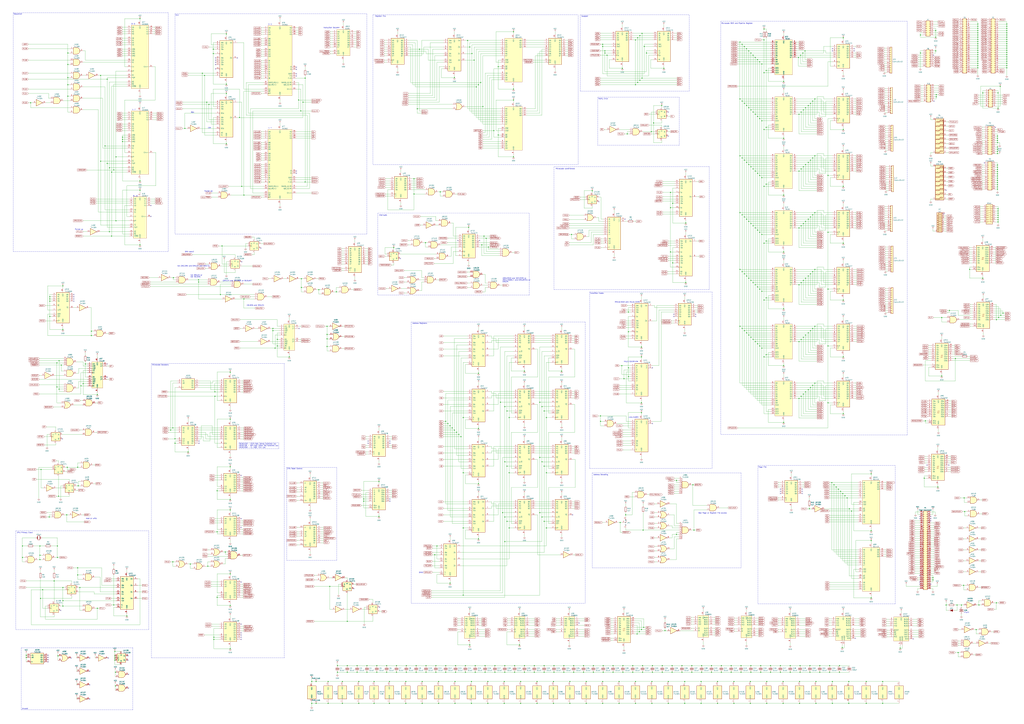
<source format=kicad_sch>
(kicad_sch (version 20211123) (generator eeschema)
  (paper "A0")
  (title_block (title "Centurion CPU6") (date "2023-11-11") (rev "1") (company "SJSoftware"))
  (lib_symbols
    (symbol "74xx:74LS00" (pin_names (offset 1.016))
      (property "Reference" "U" (at 0 1.27 0))
      (property "Value" "74LS00" (at 0 -1.27 0))
      (symbol "74LS00_1_1"
        (pin input line (at -7.62 2.54 0) (length 3.81) (name "~") (number "1"))
        (pin input line (at -7.62 -2.54 0) (length 3.81) (name "~") (number "2"))
        (pin output inverted (at 7.62 0 180) (length 3.81) (name "~") (number "3"))
      )
      (symbol "74LS00_1_2"
        (pin input inverted (at -7.62 2.54 0) (length 4.318) (name "~") (number "1"))
        (pin input inverted (at -7.62 -2.54 0) (length 4.318) (name "~") (number "2"))
        (pin output line (at 7.62 0 180) (length 3.81) (name "~") (number "3"))
      )
      (symbol "74LS00_2_1"
        (pin input line (at -7.62 2.54 0) (length 3.81) (name "~") (number "4"))
        (pin input line (at -7.62 -2.54 0) (length 3.81) (name "~") (number "5"))
        (pin output inverted (at 7.62 0 180) (length 3.81) (name "~") (number "6"))
      )
      (symbol "74LS00_2_2"
        (pin input inverted (at -7.62 2.54 0) (length 4.318) (name "~") (number "4"))
        (pin input inverted (at -7.62 -2.54 0) (length 4.318) (name "~") (number "5"))
        (pin output line (at 7.62 0 180) (length 3.81) (name "~") (number "6"))
      )
      (symbol "74LS00_3_1"
        (pin input line (at -7.62 -2.54 0) (length 3.81) (name "~") (number "10"))
        (pin output inverted (at 7.62 0 180) (length 3.81) (name "~") (number "8"))
        (pin input line (at -7.62 2.54 0) (length 3.81) (name "~") (number "9"))
      )
      (symbol "74LS00_3_2"
        (pin input inverted (at -7.62 -2.54 0) (length 4.318) (name "~") (number "10"))
        (pin output line (at 7.62 0 180) (length 3.81) (name "~") (number "8"))
        (pin input inverted (at -7.62 2.54 0) (length 4.318) (name "~") (number "9"))
      )
      (symbol "74LS00_4_1"
        (pin output inverted (at 7.62 0 180) (length 3.81) (name "~") (number "11"))
        (pin input line (at -7.62 2.54 0) (length 3.81) (name "~") (number "12"))
        (pin input line (at -7.62 -2.54 0) (length 3.81) (name "~") (number "13"))
      )
      (symbol "74LS00_4_2"
        (pin output line (at 7.62 0 180) (length 3.81) (name "~") (number "11"))
        (pin input inverted (at -7.62 2.54 0) (length 4.318) (name "~") (number "12"))
        (pin input inverted (at -7.62 -2.54 0) (length 4.318) (name "~") (number "13"))
      )
      (symbol "74LS00_5_0"
        (pin power_in line (at 0 12.7 270) (length 5.08) (name "VCC") (number "14"))
        (pin power_in line (at 0 -12.7 90) (length 5.08) (name "GND") (number "7"))
      )
    )
    (symbol "74xx:74LS02" (pin_names (offset 1.016))
      (property "Reference" "U" (at 0 1.27 0))
      (property "Value" "74LS02" (at 0 -1.27 0))
      (symbol "74LS02_1_1"
        (pin output inverted (at 7.62 0 180) (length 3.81) (name "~") (number "1"))
        (pin input line (at -7.62 2.54 0) (length 4.318) (name "~") (number "2"))
        (pin input line (at -7.62 -2.54 0) (length 4.318) (name "~") (number "3"))
      )
      (symbol "74LS02_1_2"
        (pin output line (at 7.62 0 180) (length 3.81) (name "~") (number "1"))
        (pin input inverted (at -7.62 2.54 0) (length 3.81) (name "~") (number "2"))
        (pin input inverted (at -7.62 -2.54 0) (length 3.81) (name "~") (number "3"))
      )
      (symbol "74LS02_2_1"
        (pin output inverted (at 7.62 0 180) (length 3.81) (name "~") (number "4"))
        (pin input line (at -7.62 2.54 0) (length 4.318) (name "~") (number "5"))
        (pin input line (at -7.62 -2.54 0) (length 4.318) (name "~") (number "6"))
      )
      (symbol "74LS02_2_2"
        (pin output line (at 7.62 0 180) (length 3.81) (name "~") (number "4"))
        (pin input inverted (at -7.62 2.54 0) (length 3.81) (name "~") (number "5"))
        (pin input inverted (at -7.62 -2.54 0) (length 3.81) (name "~") (number "6"))
      )
      (symbol "74LS02_3_1"
        (pin output inverted (at 7.62 0 180) (length 3.81) (name "~") (number "10"))
        (pin input line (at -7.62 2.54 0) (length 4.318) (name "~") (number "8"))
        (pin input line (at -7.62 -2.54 0) (length 4.318) (name "~") (number "9"))
      )
      (symbol "74LS02_3_2"
        (pin output line (at 7.62 0 180) (length 3.81) (name "~") (number "10"))
        (pin input inverted (at -7.62 2.54 0) (length 3.81) (name "~") (number "8"))
        (pin input inverted (at -7.62 -2.54 0) (length 3.81) (name "~") (number "9"))
      )
      (symbol "74LS02_4_1"
        (pin input line (at -7.62 2.54 0) (length 4.318) (name "~") (number "11"))
        (pin input line (at -7.62 -2.54 0) (length 4.318) (name "~") (number "12"))
        (pin output inverted (at 7.62 0 180) (length 3.81) (name "~") (number "13"))
      )
      (symbol "74LS02_4_2"
        (pin input inverted (at -7.62 2.54 0) (length 3.81) (name "~") (number "11"))
        (pin input inverted (at -7.62 -2.54 0) (length 3.81) (name "~") (number "12"))
        (pin output line (at 7.62 0 180) (length 3.81) (name "~") (number "13"))
      )
      (symbol "74LS02_5_0"
        (pin power_in line (at 0 12.7 270) (length 5.08) (name "VCC") (number "14"))
        (pin power_in line (at 0 -12.7 90) (length 5.08) (name "GND") (number "7"))
      )
    )
    (symbol "74xx:74LS04"
      (property "Reference" "U" (at 0 1.27 0))
      (property "Value" "74LS04" (at 0 -1.27 0))
      (symbol "74LS04_1_0"
        (pin input line (at -7.62 0 0) (length 3.81) (name "~") (number "1"))
        (pin output inverted (at 7.62 0 180) (length 3.81) (name "~") (number "2"))
      )
      (symbol "74LS04_2_0"
        (pin input line (at -7.62 0 0) (length 3.81) (name "~") (number "3"))
        (pin output inverted (at 7.62 0 180) (length 3.81) (name "~") (number "4"))
      )
      (symbol "74LS04_3_0"
        (pin input line (at -7.62 0 0) (length 3.81) (name "~") (number "5"))
        (pin output inverted (at 7.62 0 180) (length 3.81) (name "~") (number "6"))
      )
      (symbol "74LS04_4_0"
        (pin output inverted (at 7.62 0 180) (length 3.81) (name "~") (number "8"))
        (pin input line (at -7.62 0 0) (length 3.81) (name "~") (number "9"))
      )
      (symbol "74LS04_5_0"
        (pin output inverted (at 7.62 0 180) (length 3.81) (name "~") (number "10"))
        (pin input line (at -7.62 0 0) (length 3.81) (name "~") (number "11"))
      )
      (symbol "74LS04_6_0"
        (pin output inverted (at 7.62 0 180) (length 3.81) (name "~") (number "12"))
        (pin input line (at -7.62 0 0) (length 3.81) (name "~") (number "13"))
      )
      (symbol "74LS04_7_0"
        (pin power_in line (at 0 12.7 270) (length 5.08) (name "VCC") (number "14"))
        (pin power_in line (at 0 -12.7 90) (length 5.08) (name "GND") (number "7"))
      )
    )
    (symbol "74xx:74LS10" (pin_names (offset 1.016))
      (property "Reference" "U" (at 0 1.27 0))
      (property "Value" "74LS10" (at 0 -1.27 0))
      (symbol "74LS10_1_1"
        (pin input line (at -7.62 2.54 0) (length 3.81) (name "~") (number "1"))
        (pin output inverted (at 7.62 0 180) (length 3.81) (name "~") (number "12"))
        (pin input line (at -7.62 -2.54 0) (length 3.81) (name "~") (number "13"))
        (pin input line (at -7.62 0 0) (length 3.81) (name "~") (number "2"))
      )
      (symbol "74LS10_1_2"
        (pin input inverted (at -7.62 2.54 0) (length 4.318) (name "~") (number "1"))
        (pin output line (at 7.62 0 180) (length 3.81) (name "~") (number "12"))
        (pin input inverted (at -7.62 -2.54 0) (length 4.318) (name "~") (number "13"))
        (pin input inverted (at -7.62 0 0) (length 4.953) (name "~") (number "2"))
      )
      (symbol "74LS10_2_1"
        (pin input line (at -7.62 2.54 0) (length 3.81) (name "~") (number "3"))
        (pin input line (at -7.62 0 0) (length 3.81) (name "~") (number "4"))
        (pin input line (at -7.62 -2.54 0) (length 3.81) (name "~") (number "5"))
        (pin output inverted (at 7.62 0 180) (length 3.81) (name "~") (number "6"))
      )
      (symbol "74LS10_2_2"
        (pin input inverted (at -7.62 2.54 0) (length 4.318) (name "~") (number "3"))
        (pin input inverted (at -7.62 0 0) (length 4.953) (name "~") (number "4"))
        (pin input inverted (at -7.62 -2.54 0) (length 4.318) (name "~") (number "5"))
        (pin output line (at 7.62 0 180) (length 3.81) (name "~") (number "6"))
      )
      (symbol "74LS10_3_1"
        (pin input line (at -7.62 0 0) (length 3.81) (name "~") (number "10"))
        (pin input line (at -7.62 -2.54 0) (length 3.81) (name "~") (number "11"))
        (pin output inverted (at 7.62 0 180) (length 3.81) (name "~") (number "8"))
        (pin input line (at -7.62 2.54 0) (length 3.81) (name "~") (number "9"))
      )
      (symbol "74LS10_3_2"
        (pin input inverted (at -7.62 0 0) (length 4.953) (name "~") (number "10"))
        (pin input inverted (at -7.62 -2.54 0) (length 4.318) (name "~") (number "11"))
        (pin output line (at 7.62 0 180) (length 3.81) (name "~") (number "8"))
        (pin input inverted (at -7.62 2.54 0) (length 4.318) (name "~") (number "9"))
      )
      (symbol "74LS10_4_0"
        (pin power_in line (at 0 12.7 270) (length 5.08) (name "VCC") (number "14"))
        (pin power_in line (at 0 -12.7 90) (length 5.08) (name "GND") (number "7"))
      )
    )
    (symbol "74xx:74LS109" (pin_names (offset 1.016))
      (property "Reference" "U" (at -7.62 8.89 0))
      (property "Value" "74LS109" (at -7.62 -8.89 0))
      (symbol "74LS109_1_0"
        (pin input line (at 0 -7.62 90) (length 2.54) (name "~{R}") (number "1"))
        (pin input line (at -7.62 2.54 0) (length 2.54) (name "J") (number "2"))
        (pin input line (at -7.62 -2.54 0) (length 2.54) (name "~{K}") (number "3"))
        (pin input clock (at -7.62 0 0) (length 2.54) (name "C") (number "4"))
        (pin input line (at 0 7.62 270) (length 2.54) (name "~{S}") (number "5"))
        (pin output line (at 7.62 2.54 180) (length 2.54) (name "Q") (number "6"))
        (pin output line (at 7.62 -2.54 180) (length 2.54) (name "~{Q}") (number "7"))
      )
      (symbol "74LS109_2_0"
        (pin output line (at 7.62 2.54 180) (length 2.54) (name "Q") (number "10"))
        (pin input line (at 0 7.62 270) (length 2.54) (name "~{S}") (number "11"))
        (pin input clock (at -7.62 0 0) (length 2.54) (name "C") (number "12"))
        (pin input line (at -7.62 -2.54 0) (length 2.54) (name "~{K}") (number "13"))
        (pin input line (at -7.62 2.54 0) (length 2.54) (name "J") (number "14"))
        (pin input line (at 0 -7.62 90) (length 2.54) (name "~{R}") (number "15"))
        (pin output line (at 7.62 -2.54 180) (length 2.54) (name "~{Q}") (number "9"))
      )
      (symbol "74LS109_3_0"
        (pin power_in line (at 0 10.16 270) (length 2.54) (name "VCC") (number "16"))
        (pin power_in line (at 0 -10.16 90) (length 2.54) (name "GND") (number "8"))
      )
    )
    (symbol "74xx:74LS138" (pin_names (offset 1.016))
      (property "Reference" "U" (at -7.62 11.43 0))
      (property "Value" "74LS138" (at -7.62 -13.97 0))
      (symbol "74LS138_1_0"
        (pin input line (at -12.7 7.62 0) (length 5.08) (name "A0") (number "1"))
        (pin output output_low (at 12.7 -5.08 180) (length 5.08) (name "O5") (number "10"))
        (pin output output_low (at 12.7 -2.54 180) (length 5.08) (name "O4") (number "11"))
        (pin output output_low (at 12.7 0 180) (length 5.08) (name "O3") (number "12"))
        (pin output output_low (at 12.7 2.54 180) (length 5.08) (name "O2") (number "13"))
        (pin output output_low (at 12.7 5.08 180) (length 5.08) (name "O1") (number "14"))
        (pin output output_low (at 12.7 7.62 180) (length 5.08) (name "O0") (number "15"))
        (pin power_in line (at 0 15.24 270) (length 5.08) (name "VCC") (number "16"))
        (pin input line (at -12.7 5.08 0) (length 5.08) (name "A1") (number "2"))
        (pin input line (at -12.7 2.54 0) (length 5.08) (name "A2") (number "3"))
        (pin input input_low (at -12.7 -10.16 0) (length 5.08) (name "E1") (number "4"))
        (pin input input_low (at -12.7 -7.62 0) (length 5.08) (name "E2") (number "5"))
        (pin input line (at -12.7 -5.08 0) (length 5.08) (name "E3") (number "6"))
        (pin output output_low (at 12.7 -10.16 180) (length 5.08) (name "O7") (number "7"))
        (pin power_in line (at 0 -17.78 90) (length 5.08) (name "GND") (number "8"))
        (pin output output_low (at 12.7 -7.62 180) (length 5.08) (name "O6") (number "9"))
      )
    )
    (symbol "74xx:74LS151" (pin_names (offset 1.016))
      (property "Reference" "U" (at -7.62 19.05 0))
      (property "Value" "74LS151" (at -7.62 -21.59 0))
      (symbol "74LS151_1_0"
        (pin input line (at -12.7 7.62 0) (length 5.08) (name "I3") (number "1"))
        (pin input line (at -12.7 -10.16 0) (length 5.08) (name "S1") (number "10"))
        (pin input line (at -12.7 -7.62 0) (length 5.08) (name "S0") (number "11"))
        (pin input line (at -12.7 -2.54 0) (length 5.08) (name "I7") (number "12"))
        (pin input line (at -12.7 0 0) (length 5.08) (name "I6") (number "13"))
        (pin input line (at -12.7 2.54 0) (length 5.08) (name "I5") (number "14"))
        (pin input line (at -12.7 5.08 0) (length 5.08) (name "I4") (number "15"))
        (pin power_in line (at 0 22.86 270) (length 5.08) (name "VCC") (number "16"))
        (pin input line (at -12.7 10.16 0) (length 5.08) (name "I2") (number "2"))
        (pin input line (at -12.7 12.7 0) (length 5.08) (name "I1") (number "3"))
        (pin input line (at -12.7 15.24 0) (length 5.08) (name "I0") (number "4"))
        (pin output line (at 12.7 15.24 180) (length 5.08) (name "Z") (number "5"))
        (pin output line (at 12.7 12.7 180) (length 5.08) (name "~{Z}") (number "6"))
        (pin input line (at -12.7 -17.78 0) (length 5.08) (name "~{E}") (number "7"))
        (pin power_in line (at 0 -25.4 90) (length 5.08) (name "GND") (number "8"))
        (pin input line (at -12.7 -12.7 0) (length 5.08) (name "S2") (number "9"))
      )
    )
    (symbol "74xx:74LS153" (pin_names (offset 1.016))
      (property "Reference" "U" (at -7.62 21.59 0))
      (property "Value" "74LS153" (at -7.62 -24.13 0))
      (symbol "74LS153_1_0"
        (pin input inverted (at -12.7 5.08 0) (length 5.08) (name "Ea") (number "1"))
        (pin input line (at -12.7 0 0) (length 5.08) (name "I0b") (number "10"))
        (pin input line (at -12.7 -2.54 0) (length 5.08) (name "I1b") (number "11"))
        (pin input line (at -12.7 -5.08 0) (length 5.08) (name "I2b") (number "12"))
        (pin input line (at -12.7 -7.62 0) (length 5.08) (name "I3b") (number "13"))
        (pin input line (at -12.7 -17.78 0) (length 5.08) (name "S0") (number "14"))
        (pin input inverted (at -12.7 -12.7 0) (length 5.08) (name "Eb") (number "15"))
        (pin power_in line (at 0 25.4 270) (length 5.08) (name "VCC") (number "16"))
        (pin input line (at -12.7 -20.32 0) (length 5.08) (name "S1") (number "2"))
        (pin input line (at -12.7 10.16 0) (length 5.08) (name "I3a") (number "3"))
        (pin input line (at -12.7 12.7 0) (length 5.08) (name "I2a") (number "4"))
        (pin input line (at -12.7 15.24 0) (length 5.08) (name "I1a") (number "5"))
        (pin input line (at -12.7 17.78 0) (length 5.08) (name "I0a") (number "6"))
        (pin output line (at 12.7 17.78 180) (length 5.08) (name "Za") (number "7"))
        (pin power_in line (at 0 -27.94 90) (length 5.08) (name "GND") (number "8"))
        (pin output line (at 12.7 0 180) (length 5.08) (name "Zb") (number "9"))
      )
    )
    (symbol "74xx:74LS157" (pin_names (offset 1.016))
      (property "Reference" "U" (at -7.62 19.05 0))
      (property "Value" "74LS157" (at -7.62 -21.59 0))
      (symbol "74LS157_1_0"
        (pin input line (at -12.7 -15.24 0) (length 5.08) (name "S") (number "1"))
        (pin input line (at -12.7 -2.54 0) (length 5.08) (name "I1c") (number "10"))
        (pin input line (at -12.7 0 0) (length 5.08) (name "I0c") (number "11"))
        (pin output line (at 12.7 -7.62 180) (length 5.08) (name "Zd") (number "12"))
        (pin input line (at -12.7 -10.16 0) (length 5.08) (name "I1d") (number "13"))
        (pin input line (at -12.7 -7.62 0) (length 5.08) (name "I0d") (number "14"))
        (pin input inverted (at -12.7 -17.78 0) (length 5.08) (name "E") (number "15"))
        (pin power_in line (at 0 22.86 270) (length 5.08) (name "VCC") (number "16"))
        (pin input line (at -12.7 15.24 0) (length 5.08) (name "I0a") (number "2"))
        (pin input line (at -12.7 12.7 0) (length 5.08) (name "I1a") (number "3"))
        (pin output line (at 12.7 15.24 180) (length 5.08) (name "Za") (number "4"))
        (pin input line (at -12.7 7.62 0) (length 5.08) (name "I0b") (number "5"))
        (pin input line (at -12.7 5.08 0) (length 5.08) (name "I1b") (number "6"))
        (pin output line (at 12.7 7.62 180) (length 5.08) (name "Zb") (number "7"))
        (pin power_in line (at 0 -25.4 90) (length 5.08) (name "GND") (number "8"))
        (pin output line (at 12.7 0 180) (length 5.08) (name "Zc") (number "9"))
      )
    )
    (symbol "74xx:74LS173" (pin_names (offset 1.016))
      (property "Reference" "U" (at -7.62 19.05 0))
      (property "Value" "74LS173" (at -7.62 -19.05 0))
      (symbol "74LS173_1_0"
        (pin input inverted (at -12.7 2.54 0) (length 5.08) (name "Oe1") (number "1"))
        (pin input inverted (at -12.7 -7.62 0) (length 5.08) (name "E2") (number "10"))
        (pin input line (at -12.7 7.62 0) (length 5.08) (name "D3") (number "11"))
        (pin input line (at -12.7 10.16 0) (length 5.08) (name "D2") (number "12"))
        (pin input line (at -12.7 12.7 0) (length 5.08) (name "D1") (number "13"))
        (pin input line (at -12.7 15.24 0) (length 5.08) (name "D0") (number "14"))
        (pin input line (at -12.7 -15.24 0) (length 5.08) (name "Mr") (number "15"))
        (pin power_in line (at 0 22.86 270) (length 5.08) (name "VCC") (number "16"))
        (pin input inverted (at -12.7 0 0) (length 5.08) (name "Oe2") (number "2"))
        (pin tri_state line (at 12.7 15.24 180) (length 5.08) (name "Q0") (number "3"))
        (pin tri_state line (at 12.7 12.7 180) (length 5.08) (name "Q1") (number "4"))
        (pin tri_state line (at 12.7 10.16 180) (length 5.08) (name "Q2") (number "5"))
        (pin tri_state line (at 12.7 7.62 180) (length 5.08) (name "Q3") (number "6"))
        (pin input clock (at -12.7 -10.16 0) (length 5.08) (name "Cp") (number "7"))
        (pin power_in line (at 0 -22.86 90) (length 5.08) (name "GND") (number "8"))
        (pin input inverted (at -12.7 -5.08 0) (length 5.08) (name "E1") (number "9"))
      )
    )
    (symbol "74xx:74LS174" (pin_names (offset 1.016))
      (property "Reference" "U" (at -7.62 13.97 0))
      (property "Value" "74LS174" (at -7.62 -16.51 0))
      (symbol "74LS174_1_0"
        (pin input line (at -12.7 -12.7 0) (length 5.08) (name "~{Mr}") (number "1"))
        (pin output line (at 12.7 2.54 180) (length 5.08) (name "Q3") (number "10"))
        (pin input line (at -12.7 2.54 0) (length 5.08) (name "D3") (number "11"))
        (pin output line (at 12.7 0 180) (length 5.08) (name "Q4") (number "12"))
        (pin input line (at -12.7 0 0) (length 5.08) (name "D4") (number "13"))
        (pin input line (at -12.7 -2.54 0) (length 5.08) (name "D5") (number "14"))
        (pin output line (at 12.7 -2.54 180) (length 5.08) (name "Q5") (number "15"))
        (pin power_in line (at 0 17.78 270) (length 5.08) (name "VCC") (number "16"))
        (pin output line (at 12.7 10.16 180) (length 5.08) (name "Q0") (number "2"))
        (pin input line (at -12.7 10.16 0) (length 5.08) (name "D0") (number "3"))
        (pin input line (at -12.7 7.62 0) (length 5.08) (name "D1") (number "4"))
        (pin output line (at 12.7 7.62 180) (length 5.08) (name "Q1") (number "5"))
        (pin input line (at -12.7 5.08 0) (length 5.08) (name "D2") (number "6"))
        (pin output line (at 12.7 5.08 180) (length 5.08) (name "Q2") (number "7"))
        (pin power_in line (at 0 -20.32 90) (length 5.08) (name "GND") (number "8"))
        (pin input clock (at -12.7 -7.62 0) (length 5.08) (name "Cp") (number "9"))
      )
    )
    (symbol "74xx:74LS20" (pin_names (offset 1.016))
      (property "Reference" "U" (at 0 1.27 0))
      (property "Value" "74LS20" (at 0 -1.27 0))
      (symbol "74LS20_1_1"
        (pin input line (at -7.62 3.81 0) (length 3.81) (name "~") (number "1"))
        (pin input line (at -7.62 1.27 0) (length 3.81) (name "~") (number "2"))
        (pin input line (at -7.62 -1.27 0) (length 3.81) (name "~") (number "4"))
        (pin input line (at -7.62 -3.81 0) (length 3.81) (name "~") (number "5"))
        (pin output inverted (at 7.62 0 180) (length 3.81) (name "~") (number "6"))
      )
      (symbol "74LS20_1_2"
        (pin input inverted (at -7.62 3.81 0) (length 3.81) (name "~") (number "1"))
        (pin input inverted (at -7.62 1.27 0) (length 4.826) (name "~") (number "2"))
        (pin input inverted (at -7.62 -1.27 0) (length 4.826) (name "~") (number "4"))
        (pin input inverted (at -7.62 -3.81 0) (length 3.81) (name "~") (number "5"))
        (pin output line (at 7.62 0 180) (length 3.81) (name "~") (number "6"))
      )
      (symbol "74LS20_2_1"
        (pin input line (at -7.62 1.27 0) (length 3.81) (name "~") (number "10"))
        (pin input line (at -7.62 -1.27 0) (length 3.81) (name "~") (number "12"))
        (pin input line (at -7.62 -3.81 0) (length 3.81) (name "~") (number "13"))
        (pin output inverted (at 7.62 0 180) (length 3.81) (name "~") (number "8"))
        (pin input line (at -7.62 3.81 0) (length 3.81) (name "~") (number "9"))
      )
      (symbol "74LS20_2_2"
        (pin input inverted (at -7.62 1.27 0) (length 4.826) (name "~") (number "10"))
        (pin input inverted (at -7.62 -1.27 0) (length 4.826) (name "~") (number "12"))
        (pin input inverted (at -7.62 -3.81 0) (length 3.81) (name "~") (number "13"))
        (pin output line (at 7.62 0 180) (length 3.81) (name "~") (number "8"))
        (pin input inverted (at -7.62 3.81 0) (length 3.81) (name "~") (number "9"))
      )
      (symbol "74LS20_3_0"
        (pin power_in line (at 0 12.7 270) (length 5.08) (name "VCC") (number "14"))
        (pin power_in line (at 0 -12.7 90) (length 5.08) (name "GND") (number "7"))
      )
    )
    (symbol "74xx:74LS240" (pin_names (offset 1.016))
      (property "Reference" "U" (at -7.62 16.51 0))
      (property "Value" "74LS240" (at -7.62 -16.51 0))
      (symbol "74LS240_1_0"
        (pin input inverted (at -12.7 -10.16 0) (length 5.08) (name "OEa") (number "1"))
        (pin power_in line (at 0 -20.32 90) (length 5.08) (name "GND") (number "10"))
        (pin input line (at -12.7 2.54 0) (length 5.08) (name "I0b") (number "11"))
        (pin tri_state inverted (at 12.7 5.08 180) (length 5.08) (name "O3a") (number "12"))
        (pin input line (at -12.7 0 0) (length 5.08) (name "I1b") (number "13"))
        (pin tri_state inverted (at 12.7 7.62 180) (length 5.08) (name "O2a") (number "14"))
        (pin input line (at -12.7 -2.54 0) (length 5.08) (name "I2b") (number "15"))
        (pin tri_state inverted (at 12.7 10.16 180) (length 5.08) (name "O1a") (number "16"))
        (pin input line (at -12.7 -5.08 0) (length 5.08) (name "I3b") (number "17"))
        (pin tri_state inverted (at 12.7 12.7 180) (length 5.08) (name "O0a") (number "18"))
        (pin input inverted (at -12.7 -12.7 0) (length 5.08) (name "OEb") (number "19"))
        (pin input line (at -12.7 12.7 0) (length 5.08) (name "I0a") (number "2"))
        (pin power_in line (at 0 20.32 270) (length 5.08) (name "VCC") (number "20"))
        (pin tri_state inverted (at 12.7 -5.08 180) (length 5.08) (name "O3b") (number "3"))
        (pin input line (at -12.7 10.16 0) (length 5.08) (name "I1a") (number "4"))
        (pin tri_state inverted (at 12.7 -2.54 180) (length 5.08) (name "O2b") (number "5"))
        (pin input line (at -12.7 7.62 0) (length 5.08) (name "I2a") (number "6"))
        (pin tri_state inverted (at 12.7 0 180) (length 5.08) (name "O1b") (number "7"))
        (pin input line (at -12.7 5.08 0) (length 5.08) (name "I3a") (number "8"))
        (pin tri_state inverted (at 12.7 2.54 180) (length 5.08) (name "O0b") (number "9"))
      )
    )
    (symbol "74xx:74LS253" (pin_names (offset 1.016))
      (property "Reference" "U" (at -7.62 21.59 0))
      (property "Value" "74LS253" (at -7.62 -24.13 0))
      (symbol "74LS253_1_0"
        (pin input inverted (at -12.7 5.08 0) (length 5.08) (name "OEa") (number "1"))
        (pin input line (at -12.7 0 0) (length 5.08) (name "I0b") (number "10"))
        (pin input line (at -12.7 -2.54 0) (length 5.08) (name "I1b") (number "11"))
        (pin input line (at -12.7 -5.08 0) (length 5.08) (name "I2b") (number "12"))
        (pin input line (at -12.7 -7.62 0) (length 5.08) (name "I3b") (number "13"))
        (pin input line (at -12.7 -17.78 0) (length 5.08) (name "A0") (number "14"))
        (pin input inverted (at -12.7 -12.7 0) (length 5.08) (name "OEb") (number "15"))
        (pin power_in line (at 0 25.4 270) (length 5.08) (name "VCC") (number "16"))
        (pin input line (at -12.7 -20.32 0) (length 5.08) (name "A1") (number "2"))
        (pin input line (at -12.7 10.16 0) (length 5.08) (name "I3a") (number "3"))
        (pin input line (at -12.7 12.7 0) (length 5.08) (name "I2a") (number "4"))
        (pin input line (at -12.7 15.24 0) (length 5.08) (name "I1a") (number "5"))
        (pin input line (at -12.7 17.78 0) (length 5.08) (name "I0a") (number "6"))
        (pin tri_state line (at 12.7 17.78 180) (length 5.08) (name "Za") (number "7"))
        (pin power_in line (at 0 -27.94 90) (length 5.08) (name "GND") (number "8"))
        (pin tri_state line (at 12.7 0 180) (length 5.08) (name "Zb") (number "9"))
      )
    )
    (symbol "74xx:74LS259" (pin_names (offset 1.016))
      (property "Reference" "U" (at -7.62 13.97 0))
      (property "Value" "74LS259" (at -7.62 -13.97 0))
      (symbol "74LS259_1_0"
        (pin input line (at -12.7 5.08 0) (length 5.08) (name "A0") (number "1"))
        (pin output line (at 12.7 -2.54 180) (length 5.08) (name "Q5") (number "10"))
        (pin output line (at 12.7 -5.08 180) (length 5.08) (name "Q6") (number "11"))
        (pin output line (at 12.7 -7.62 180) (length 5.08) (name "Q7") (number "12"))
        (pin input line (at -12.7 10.16 0) (length 5.08) (name "D") (number "13"))
        (pin input inverted (at -12.7 -5.08 0) (length 5.08) (name "E") (number "14"))
        (pin input inverted (at -12.7 -10.16 0) (length 5.08) (name "Clr") (number "15"))
        (pin power_in line (at 0 17.78 270) (length 5.08) (name "VCC") (number "16"))
        (pin input line (at -12.7 2.54 0) (length 5.08) (name "A1") (number "2"))
        (pin input line (at -12.7 0 0) (length 5.08) (name "A2") (number "3"))
        (pin output line (at 12.7 10.16 180) (length 5.08) (name "Q0") (number "4"))
        (pin output line (at 12.7 7.62 180) (length 5.08) (name "Q1") (number "5"))
        (pin output line (at 12.7 5.08 180) (length 5.08) (name "Q2") (number "6"))
        (pin output line (at 12.7 2.54 180) (length 5.08) (name "Q3") (number "7"))
        (pin power_in line (at 0 -17.78 90) (length 5.08) (name "GND") (number "8"))
        (pin output line (at 12.7 0 180) (length 5.08) (name "Q4") (number "9"))
      )
    )
    (symbol "74xx:74LS30" (pin_names (offset 1.016))
      (property "Reference" "U" (at 0 1.27 0))
      (property "Value" "74LS30" (at 0 -1.27 0))
      (symbol "74LS30_1_1"
        (pin input line (at -7.62 7.62 0) (length 3.81) (name "~") (number "1"))
        (pin input line (at -7.62 -7.62 0) (length 3.81) (name "~") (number "11"))
        (pin input line (at -7.62 -10.16 0) (length 3.81) (name "~") (number "12"))
        (pin input line (at -7.62 5.08 0) (length 3.81) (name "~") (number "2"))
        (pin input line (at -7.62 2.54 0) (length 3.81) (name "~") (number "3"))
        (pin input line (at -7.62 0 0) (length 3.81) (name "~") (number "4"))
        (pin input line (at -7.62 -2.54 0) (length 3.81) (name "~") (number "5"))
        (pin input line (at -7.62 -5.08 0) (length 3.81) (name "~") (number "6"))
        (pin output inverted (at 7.62 0 180) (length 3.81) (name "~") (number "8"))
      )
      (symbol "74LS30_1_2"
        (pin input inverted (at -7.62 7.62 0) (length 3.81) (name "~") (number "1"))
        (pin input inverted (at -7.62 -7.62 0) (length 3.81) (name "~") (number "11"))
        (pin input inverted (at -7.62 -10.16 0) (length 3.81) (name "~") (number "12"))
        (pin input inverted (at -7.62 5.08 0) (length 3.81) (name "~") (number "2"))
        (pin input inverted (at -7.62 2.54 0) (length 4.5466) (name "~") (number "3"))
        (pin input inverted (at -7.62 0 0) (length 5.08) (name "~") (number "4"))
        (pin input inverted (at -7.62 -2.54 0) (length 4.5466) (name "~") (number "5"))
        (pin input inverted (at -7.62 -5.08 0) (length 3.81) (name "~") (number "6"))
        (pin output line (at 7.62 0 180) (length 3.81) (name "~") (number "8"))
      )
      (symbol "74LS30_2_0"
        (pin power_in line (at 0 12.7 270) (length 5.08) (name "VCC") (number "14"))
        (pin power_in line (at 0 -12.7 90) (length 5.08) (name "GND") (number "7"))
      )
    )
    (symbol "74xx:74LS368" (pin_names (offset 1.016))
      (property "Reference" "U" (at -7.62 13.97 0))
      (property "Value" "74LS368" (at -7.62 -13.97 0))
      (symbol "74LS368_1_0"
        (pin input inverted (at -12.7 -7.62 0) (length 5.08) (name "OEa") (number "1"))
        (pin input line (at -12.7 2.54 0) (length 5.08) (name "I4") (number "10"))
        (pin tri_state inverted (at 12.7 0 180) (length 5.08) (name "O5b") (number "11"))
        (pin input line (at -12.7 0 0) (length 5.08) (name "I5") (number "12"))
        (pin tri_state inverted (at 12.7 -2.54 180) (length 5.08) (name "O6b") (number "13"))
        (pin input line (at -12.7 -2.54 0) (length 5.08) (name "I6") (number "14"))
        (pin input inverted (at -12.7 -10.16 0) (length 5.08) (name "OEb") (number "15"))
        (pin power_in line (at 0 17.78 270) (length 5.08) (name "VCC") (number "16"))
        (pin input line (at -12.7 10.16 0) (length 5.08) (name "I1") (number "2"))
        (pin tri_state inverted (at 12.7 10.16 180) (length 5.08) (name "O1a") (number "3"))
        (pin input line (at -12.7 7.62 0) (length 5.08) (name "I2") (number "4"))
        (pin tri_state inverted (at 12.7 7.62 180) (length 5.08) (name "O2a") (number "5"))
        (pin input line (at -12.7 5.08 0) (length 5.08) (name "I3") (number "6"))
        (pin tri_state inverted (at 12.7 5.08 180) (length 5.08) (name "O3a") (number "7"))
        (pin power_in line (at 0 -17.78 90) (length 5.08) (name "GND") (number "8"))
        (pin tri_state inverted (at 12.7 2.54 180) (length 5.08) (name "O4a") (number "9"))
      )
    )
    (symbol "74xx:74LS374"
      (property "Reference" "U" (at -7.62 16.51 0))
      (property "Value" "74LS374" (at -7.62 -16.51 0))
      (symbol "74LS374_1_0"
        (pin input inverted (at -12.7 -12.7 0) (length 5.08) (name "OE") (number "1"))
        (pin power_in line (at 0 -20.32 90) (length 5.08) (name "GND") (number "10"))
        (pin input clock (at -12.7 -10.16 0) (length 5.08) (name "Cp") (number "11"))
        (pin tri_state line (at 12.7 2.54 180) (length 5.08) (name "O4") (number "12"))
        (pin input line (at -12.7 2.54 0) (length 5.08) (name "D4") (number "13"))
        (pin input line (at -12.7 0 0) (length 5.08) (name "D5") (number "14"))
        (pin tri_state line (at 12.7 0 180) (length 5.08) (name "O5") (number "15"))
        (pin tri_state line (at 12.7 -2.54 180) (length 5.08) (name "O6") (number "16"))
        (pin input line (at -12.7 -2.54 0) (length 5.08) (name "D6") (number "17"))
        (pin input line (at -12.7 -5.08 0) (length 5.08) (name "D7") (number "18"))
        (pin tri_state line (at 12.7 -5.08 180) (length 5.08) (name "O7") (number "19"))
        (pin tri_state line (at 12.7 12.7 180) (length 5.08) (name "O0") (number "2"))
        (pin power_in line (at 0 20.32 270) (length 5.08) (name "VCC") (number "20"))
        (pin input line (at -12.7 12.7 0) (length 5.08) (name "D0") (number "3"))
        (pin input line (at -12.7 10.16 0) (length 5.08) (name "D1") (number "4"))
        (pin tri_state line (at 12.7 10.16 180) (length 5.08) (name "O1") (number "5"))
        (pin tri_state line (at 12.7 7.62 180) (length 5.08) (name "O2") (number "6"))
        (pin input line (at -12.7 7.62 0) (length 5.08) (name "D2") (number "7"))
        (pin input line (at -12.7 5.08 0) (length 5.08) (name "D3") (number "8"))
        (pin tri_state line (at 12.7 5.08 180) (length 5.08) (name "O3") (number "9"))
      )
    )
    (symbol "74xx:74LS377" (pin_names (offset 1.016))
      (property "Reference" "U" (at -7.62 16.51 0))
      (property "Value" "74LS377" (at -7.62 -16.51 0))
      (symbol "74LS377_1_0"
        (pin input line (at -12.7 -12.7 0) (length 5.08) (name "~{E}") (number "1"))
        (pin power_in line (at 0 -20.32 90) (length 5.08) (name "GND") (number "10"))
        (pin input clock (at -12.7 -10.16 0) (length 5.08) (name "CP") (number "11"))
        (pin output line (at 12.7 2.54 180) (length 5.08) (name "Q4") (number "12"))
        (pin input line (at -12.7 2.54 0) (length 5.08) (name "D4") (number "13"))
        (pin input line (at -12.7 0 0) (length 5.08) (name "D5") (number "14"))
        (pin output line (at 12.7 0 180) (length 5.08) (name "Q5") (number "15"))
        (pin output line (at 12.7 -2.54 180) (length 5.08) (name "Q6") (number "16"))
        (pin input line (at -12.7 -2.54 0) (length 5.08) (name "D6") (number "17"))
        (pin input line (at -12.7 -5.08 0) (length 5.08) (name "D7") (number "18"))
        (pin output line (at 12.7 -5.08 180) (length 5.08) (name "Q7") (number "19"))
        (pin output line (at 12.7 12.7 180) (length 5.08) (name "Q0") (number "2"))
        (pin power_in line (at 0 20.32 270) (length 5.08) (name "VCC") (number "20"))
        (pin input line (at -12.7 12.7 0) (length 5.08) (name "D0") (number "3"))
        (pin input line (at -12.7 10.16 0) (length 5.08) (name "D1") (number "4"))
        (pin output line (at 12.7 10.16 180) (length 5.08) (name "Q1") (number "5"))
        (pin output line (at 12.7 7.62 180) (length 5.08) (name "Q2") (number "6"))
        (pin input line (at -12.7 7.62 0) (length 5.08) (name "D2") (number "7"))
        (pin input line (at -12.7 5.08 0) (length 5.08) (name "D3") (number "8"))
        (pin output line (at 12.7 5.08 180) (length 5.08) (name "Q3") (number "9"))
      )
    )
    (symbol "74xx:74LS378" (pin_names (offset 1.016))
      (property "Reference" "U" (at -7.62 13.97 0))
      (property "Value" "74LS378" (at -7.62 -13.97 0))
      (symbol "74LS378_1_0"
        (pin input line (at -12.7 -10.16 0) (length 5.08) (name "~{E}") (number "1"))
        (pin output line (at 12.7 2.54 180) (length 5.08) (name "Q3") (number "10"))
        (pin input line (at -12.7 2.54 0) (length 5.08) (name "D3") (number "11"))
        (pin output line (at 12.7 0 180) (length 5.08) (name "Q4") (number "12"))
        (pin input line (at -12.7 0 0) (length 5.08) (name "D4") (number "13"))
        (pin input line (at -12.7 -2.54 0) (length 5.08) (name "D5") (number "14"))
        (pin output line (at 12.7 -2.54 180) (length 5.08) (name "Q5") (number "15"))
        (pin power_in line (at 0 17.78 270) (length 5.08) (name "VCC") (number "16"))
        (pin output line (at 12.7 10.16 180) (length 5.08) (name "Q0") (number "2"))
        (pin input line (at -12.7 10.16 0) (length 5.08) (name "D0") (number "3"))
        (pin input line (at -12.7 7.62 0) (length 5.08) (name "D1") (number "4"))
        (pin output line (at 12.7 7.62 180) (length 5.08) (name "Q1") (number "5"))
        (pin input line (at -12.7 5.08 0) (length 5.08) (name "D2") (number "6"))
        (pin output line (at 12.7 5.08 180) (length 5.08) (name "Q2") (number "7"))
        (pin power_in line (at 0 -17.78 90) (length 5.08) (name "GND") (number "8"))
        (pin input clock (at -12.7 -7.62 0) (length 5.08) (name "C") (number "9"))
      )
    )
    (symbol "74xx:74LS74" (pin_names (offset 1.016))
      (property "Reference" "U" (at -7.62 8.89 0))
      (property "Value" "74LS74" (at -7.62 -8.89 0))
      (symbol "74LS74_1_0"
        (pin input line (at 0 -7.62 90) (length 2.54) (name "~{R}") (number "1"))
        (pin input line (at -7.62 2.54 0) (length 2.54) (name "D") (number "2"))
        (pin input clock (at -7.62 0 0) (length 2.54) (name "C") (number "3"))
        (pin input line (at 0 7.62 270) (length 2.54) (name "~{S}") (number "4"))
        (pin output line (at 7.62 2.54 180) (length 2.54) (name "Q") (number "5"))
        (pin output line (at 7.62 -2.54 180) (length 2.54) (name "~{Q}") (number "6"))
      )
      (symbol "74LS74_2_0"
        (pin input line (at 0 7.62 270) (length 2.54) (name "~{S}") (number "10"))
        (pin input clock (at -7.62 0 0) (length 2.54) (name "C") (number "11"))
        (pin input line (at -7.62 2.54 0) (length 2.54) (name "D") (number "12"))
        (pin input line (at 0 -7.62 90) (length 2.54) (name "~{R}") (number "13"))
        (pin output line (at 7.62 -2.54 180) (length 2.54) (name "~{Q}") (number "8"))
        (pin output line (at 7.62 2.54 180) (length 2.54) (name "Q") (number "9"))
      )
      (symbol "74LS74_3_0"
        (pin power_in line (at 0 10.16 270) (length 2.54) (name "VCC") (number "14"))
        (pin power_in line (at 0 -10.16 90) (length 2.54) (name "GND") (number "7"))
      )
    )
    (symbol "Connector_Generic:Conn_01x12" (pin_names (offset 1.016) hide)
      (property "Reference" "J" (at 0 15.24 0))
      (property "Value" "Conn_01x12" (at 0 -17.78 0))
      (symbol "Conn_01x12_1_1"
        (pin passive line (at -5.08 12.7 0) (length 3.81) (name "Pin_1") (number "1"))
        (pin passive line (at -5.08 -10.16 0) (length 3.81) (name "Pin_10") (number "10"))
        (pin passive line (at -5.08 -12.7 0) (length 3.81) (name "Pin_11") (number "11"))
        (pin passive line (at -5.08 -15.24 0) (length 3.81) (name "Pin_12") (number "12"))
        (pin passive line (at -5.08 10.16 0) (length 3.81) (name "Pin_2") (number "2"))
        (pin passive line (at -5.08 7.62 0) (length 3.81) (name "Pin_3") (number "3"))
        (pin passive line (at -5.08 5.08 0) (length 3.81) (name "Pin_4") (number "4"))
        (pin passive line (at -5.08 2.54 0) (length 3.81) (name "Pin_5") (number "5"))
        (pin passive line (at -5.08 0 0) (length 3.81) (name "Pin_6") (number "6"))
        (pin passive line (at -5.08 -2.54 0) (length 3.81) (name "Pin_7") (number "7"))
        (pin passive line (at -5.08 -5.08 0) (length 3.81) (name "Pin_8") (number "8"))
        (pin passive line (at -5.08 -7.62 0) (length 3.81) (name "Pin_9") (number "9"))
      )
    )
    (symbol "Connector_Generic:Conn_02x07_Counter_Clockwise" (pin_names (offset 1.016) hide)
      (property "Reference" "J" (at 1.27 10.16 0))
      (property "Value" "Conn_02x07_Counter_Clockwise" (at 1.27 -10.16 0))
      (symbol "Conn_02x07_Counter_Clockwise_1_1"
        (pin passive line (at -5.08 7.62 0) (length 3.81) (name "Pin_1") (number "1"))
        (pin passive line (at 7.62 -2.54 180) (length 3.81) (name "Pin_10") (number "10"))
        (pin passive line (at 7.62 0 180) (length 3.81) (name "Pin_11") (number "11"))
        (pin passive line (at 7.62 2.54 180) (length 3.81) (name "Pin_12") (number "12"))
        (pin passive line (at 7.62 5.08 180) (length 3.81) (name "Pin_13") (number "13"))
        (pin passive line (at 7.62 7.62 180) (length 3.81) (name "Pin_14") (number "14"))
        (pin passive line (at -5.08 5.08 0) (length 3.81) (name "Pin_2") (number "2"))
        (pin passive line (at -5.08 2.54 0) (length 3.81) (name "Pin_3") (number "3"))
        (pin passive line (at -5.08 0 0) (length 3.81) (name "Pin_4") (number "4"))
        (pin passive line (at -5.08 -2.54 0) (length 3.81) (name "Pin_5") (number "5"))
        (pin passive line (at -5.08 -5.08 0) (length 3.81) (name "Pin_6") (number "6"))
        (pin passive line (at -5.08 -7.62 0) (length 3.81) (name "Pin_7") (number "7"))
        (pin passive line (at 7.62 -7.62 180) (length 3.81) (name "Pin_8") (number "8"))
        (pin passive line (at 7.62 -5.08 180) (length 3.81) (name "Pin_9") (number "9"))
      )
    )
    (symbol "Connector_Generic:Conn_02x08_Counter_Clockwise" (pin_names (offset 1.016) hide)
      (property "Reference" "J" (at 1.27 10.16 0))
      (property "Value" "Conn_02x08_Counter_Clockwise" (at 1.27 -12.7 0))
      (symbol "Conn_02x08_Counter_Clockwise_1_1"
        (pin passive line (at -5.08 7.62 0) (length 3.81) (name "Pin_1") (number "1"))
        (pin passive line (at 7.62 -7.62 180) (length 3.81) (name "Pin_10") (number "10"))
        (pin passive line (at 7.62 -5.08 180) (length 3.81) (name "Pin_11") (number "11"))
        (pin passive line (at 7.62 -2.54 180) (length 3.81) (name "Pin_12") (number "12"))
        (pin passive line (at 7.62 0 180) (length 3.81) (name "Pin_13") (number "13"))
        (pin passive line (at 7.62 2.54 180) (length 3.81) (name "Pin_14") (number "14"))
        (pin passive line (at 7.62 5.08 180) (length 3.81) (name "Pin_15") (number "15"))
        (pin passive line (at 7.62 7.62 180) (length 3.81) (name "Pin_16") (number "16"))
        (pin passive line (at -5.08 5.08 0) (length 3.81) (name "Pin_2") (number "2"))
        (pin passive line (at -5.08 2.54 0) (length 3.81) (name "Pin_3") (number "3"))
        (pin passive line (at -5.08 0 0) (length 3.81) (name "Pin_4") (number "4"))
        (pin passive line (at -5.08 -2.54 0) (length 3.81) (name "Pin_5") (number "5"))
        (pin passive line (at -5.08 -5.08 0) (length 3.81) (name "Pin_6") (number "6"))
        (pin passive line (at -5.08 -7.62 0) (length 3.81) (name "Pin_7") (number "7"))
        (pin passive line (at -5.08 -10.16 0) (length 3.81) (name "Pin_8") (number "8"))
        (pin passive line (at 7.62 -10.16 180) (length 3.81) (name "Pin_9") (number "9"))
      )
    )
    (symbol "Connector_Generic:Conn_02x13_Top_Bottom" (pin_names (offset 1.016) hide)
      (property "Reference" "J" (at 1.27 17.78 0))
      (property "Value" "Conn_02x13_Top_Bottom" (at 1.27 -17.78 0))
      (symbol "Conn_02x13_Top_Bottom_1_1"
        (pin passive line (at -5.08 15.24 0) (length 3.81) (name "Pin_1") (number "1"))
        (pin passive line (at -5.08 -7.62 0) (length 3.81) (name "Pin_10") (number "10"))
        (pin passive line (at -5.08 -10.16 0) (length 3.81) (name "Pin_11") (number "11"))
        (pin passive line (at -5.08 -12.7 0) (length 3.81) (name "Pin_12") (number "12"))
        (pin passive line (at -5.08 -15.24 0) (length 3.81) (name "Pin_13") (number "13"))
        (pin passive line (at 7.62 15.24 180) (length 3.81) (name "Pin_14") (number "14"))
        (pin passive line (at 7.62 12.7 180) (length 3.81) (name "Pin_15") (number "15"))
        (pin passive line (at 7.62 10.16 180) (length 3.81) (name "Pin_16") (number "16"))
        (pin passive line (at 7.62 7.62 180) (length 3.81) (name "Pin_17") (number "17"))
        (pin passive line (at 7.62 5.08 180) (length 3.81) (name "Pin_18") (number "18"))
        (pin passive line (at 7.62 2.54 180) (length 3.81) (name "Pin_19") (number "19"))
        (pin passive line (at -5.08 12.7 0) (length 3.81) (name "Pin_2") (number "2"))
        (pin passive line (at 7.62 0 180) (length 3.81) (name "Pin_20") (number "20"))
        (pin passive line (at 7.62 -2.54 180) (length 3.81) (name "Pin_21") (number "21"))
        (pin passive line (at 7.62 -5.08 180) (length 3.81) (name "Pin_22") (number "22"))
        (pin passive line (at 7.62 -7.62 180) (length 3.81) (name "Pin_23") (number "23"))
        (pin passive line (at 7.62 -10.16 180) (length 3.81) (name "Pin_24") (number "24"))
        (pin passive line (at 7.62 -12.7 180) (length 3.81) (name "Pin_25") (number "25"))
        (pin passive line (at 7.62 -15.24 180) (length 3.81) (name "Pin_26") (number "26"))
        (pin passive line (at -5.08 10.16 0) (length 3.81) (name "Pin_3") (number "3"))
        (pin passive line (at -5.08 7.62 0) (length 3.81) (name "Pin_4") (number "4"))
        (pin passive line (at -5.08 5.08 0) (length 3.81) (name "Pin_5") (number "5"))
        (pin passive line (at -5.08 2.54 0) (length 3.81) (name "Pin_6") (number "6"))
        (pin passive line (at -5.08 0 0) (length 3.81) (name "Pin_7") (number "7"))
        (pin passive line (at -5.08 -2.54 0) (length 3.81) (name "Pin_8") (number "8"))
        (pin passive line (at -5.08 -5.08 0) (length 3.81) (name "Pin_9") (number "9"))
      )
    )
    (symbol "Connector_Generic:Conn_02x25_Odd_Even" (pin_names (offset 1.016) hide)
      (property "Reference" "J" (at 1.27 33.02 0))
      (property "Value" "Conn_02x25_Odd_Even" (at 1.27 -33.02 0))
      (symbol "Conn_02x25_Odd_Even_1_1"
        (pin passive line (at -5.08 30.48 0) (length 3.81) (name "Pin_1") (number "1"))
        (pin passive line (at 7.62 20.32 180) (length 3.81) (name "Pin_10") (number "10"))
        (pin passive line (at -5.08 17.78 0) (length 3.81) (name "Pin_11") (number "11"))
        (pin passive line (at 7.62 17.78 180) (length 3.81) (name "Pin_12") (number "12"))
        (pin passive line (at -5.08 15.24 0) (length 3.81) (name "Pin_13") (number "13"))
        (pin passive line (at 7.62 15.24 180) (length 3.81) (name "Pin_14") (number "14"))
        (pin passive line (at -5.08 12.7 0) (length 3.81) (name "Pin_15") (number "15"))
        (pin passive line (at 7.62 12.7 180) (length 3.81) (name "Pin_16") (number "16"))
        (pin passive line (at -5.08 10.16 0) (length 3.81) (name "Pin_17") (number "17"))
        (pin passive line (at 7.62 10.16 180) (length 3.81) (name "Pin_18") (number "18"))
        (pin passive line (at -5.08 7.62 0) (length 3.81) (name "Pin_19") (number "19"))
        (pin passive line (at 7.62 30.48 180) (length 3.81) (name "Pin_2") (number "2"))
        (pin passive line (at 7.62 7.62 180) (length 3.81) (name "Pin_20") (number "20"))
        (pin passive line (at -5.08 5.08 0) (length 3.81) (name "Pin_21") (number "21"))
        (pin passive line (at 7.62 5.08 180) (length 3.81) (name "Pin_22") (number "22"))
        (pin passive line (at -5.08 2.54 0) (length 3.81) (name "Pin_23") (number "23"))
        (pin passive line (at 7.62 2.54 180) (length 3.81) (name "Pin_24") (number "24"))
        (pin passive line (at -5.08 0 0) (length 3.81) (name "Pin_25") (number "25"))
        (pin passive line (at 7.62 0 180) (length 3.81) (name "Pin_26") (number "26"))
        (pin passive line (at -5.08 -2.54 0) (length 3.81) (name "Pin_27") (number "27"))
        (pin passive line (at 7.62 -2.54 180) (length 3.81) (name "Pin_28") (number "28"))
        (pin passive line (at -5.08 -5.08 0) (length 3.81) (name "Pin_29") (number "29"))
        (pin passive line (at -5.08 27.94 0) (length 3.81) (name "Pin_3") (number "3"))
        (pin passive line (at 7.62 -5.08 180) (length 3.81) (name "Pin_30") (number "30"))
        (pin passive line (at -5.08 -7.62 0) (length 3.81) (name "Pin_31") (number "31"))
        (pin passive line (at 7.62 -7.62 180) (length 3.81) (name "Pin_32") (number "32"))
        (pin passive line (at -5.08 -10.16 0) (length 3.81) (name "Pin_33") (number "33"))
        (pin passive line (at 7.62 -10.16 180) (length 3.81) (name "Pin_34") (number "34"))
        (pin passive line (at -5.08 -12.7 0) (length 3.81) (name "Pin_35") (number "35"))
        (pin passive line (at 7.62 -12.7 180) (length 3.81) (name "Pin_36") (number "36"))
        (pin passive line (at -5.08 -15.24 0) (length 3.81) (name "Pin_37") (number "37"))
        (pin passive line (at 7.62 -15.24 180) (length 3.81) (name "Pin_38") (number "38"))
        (pin passive line (at -5.08 -17.78 0) (length 3.81) (name "Pin_39") (number "39"))
        (pin passive line (at 7.62 27.94 180) (length 3.81) (name "Pin_4") (number "4"))
        (pin passive line (at 7.62 -17.78 180) (length 3.81) (name "Pin_40") (number "40"))
        (pin passive line (at -5.08 -20.32 0) (length 3.81) (name "Pin_41") (number "41"))
        (pin passive line (at 7.62 -20.32 180) (length 3.81) (name "Pin_42") (number "42"))
        (pin passive line (at -5.08 -22.86 0) (length 3.81) (name "Pin_43") (number "43"))
        (pin passive line (at 7.62 -22.86 180) (length 3.81) (name "Pin_44") (number "44"))
        (pin passive line (at -5.08 -25.4 0) (length 3.81) (name "Pin_45") (number "45"))
        (pin passive line (at 7.62 -25.4 180) (length 3.81) (name "Pin_46") (number "46"))
        (pin passive line (at -5.08 -27.94 0) (length 3.81) (name "Pin_47") (number "47"))
        (pin passive line (at 7.62 -27.94 180) (length 3.81) (name "Pin_48") (number "48"))
        (pin passive line (at -5.08 -30.48 0) (length 3.81) (name "Pin_49") (number "49"))
        (pin passive line (at -5.08 25.4 0) (length 3.81) (name "Pin_5") (number "5"))
        (pin passive line (at 7.62 -30.48 180) (length 3.81) (name "Pin_50") (number "50"))
        (pin passive line (at 7.62 25.4 180) (length 3.81) (name "Pin_6") (number "6"))
        (pin passive line (at -5.08 22.86 0) (length 3.81) (name "Pin_7") (number "7"))
        (pin passive line (at 7.62 22.86 180) (length 3.81) (name "Pin_8") (number "8"))
        (pin passive line (at -5.08 20.32 0) (length 3.81) (name "Pin_9") (number "9"))
      )
    )
    (symbol "Connector_Generic:Conn_02x36_Row_Letter_First" (pin_names (offset 1.016) hide)
      (property "Reference" "J" (at 1.27 45.72 0))
      (property "Value" "Conn_02x36_Row_Letter_First" (at 1.27 -48.26 0))
      (symbol "Conn_02x36_Row_Letter_First_1_1"
        (pin passive line (at -5.08 43.18 0) (length 3.81) (name "Pin_a1") (number "a1"))
        (pin passive line (at -5.08 20.32 0) (length 3.81) (name "Pin_a10") (number "a10"))
        (pin passive line (at -5.08 17.78 0) (length 3.81) (name "Pin_a11") (number "a11"))
        (pin passive line (at -5.08 15.24 0) (length 3.81) (name "Pin_a12") (number "a12"))
        (pin passive line (at -5.08 12.7 0) (length 3.81) (name "Pin_a13") (number "a13"))
        (pin passive line (at -5.08 10.16 0) (length 3.81) (name "Pin_a14") (number "a14"))
        (pin passive line (at -5.08 7.62 0) (length 3.81) (name "Pin_a15") (number "a15"))
        (pin passive line (at -5.08 5.08 0) (length 3.81) (name "Pin_a16") (number "a16"))
        (pin passive line (at -5.08 2.54 0) (length 3.81) (name "Pin_a17") (number "a17"))
        (pin passive line (at -5.08 0 0) (length 3.81) (name "Pin_a18") (number "a18"))
        (pin passive line (at -5.08 -2.54 0) (length 3.81) (name "Pin_a19") (number "a19"))
        (pin passive line (at -5.08 40.64 0) (length 3.81) (name "Pin_a2") (number "a2"))
        (pin passive line (at -5.08 -5.08 0) (length 3.81) (name "Pin_a20") (number "a20"))
        (pin passive line (at -5.08 -7.62 0) (length 3.81) (name "Pin_a21") (number "a21"))
        (pin passive line (at -5.08 -10.16 0) (length 3.81) (name "Pin_a22") (number "a22"))
        (pin passive line (at -5.08 -12.7 0) (length 3.81) (name "Pin_a23") (number "a23"))
        (pin passive line (at -5.08 -15.24 0) (length 3.81) (name "Pin_a24") (number "a24"))
        (pin passive line (at -5.08 -17.78 0) (length 3.81) (name "Pin_a25") (number "a25"))
        (pin passive line (at -5.08 -20.32 0) (length 3.81) (name "Pin_a26") (number "a26"))
        (pin passive line (at -5.08 -22.86 0) (length 3.81) (name "Pin_a27") (number "a27"))
        (pin passive line (at -5.08 -25.4 0) (length 3.81) (name "Pin_a28") (number "a28"))
        (pin passive line (at -5.08 -27.94 0) (length 3.81) (name "Pin_a29") (number "a29"))
        (pin passive line (at -5.08 38.1 0) (length 3.81) (name "Pin_a3") (number "a3"))
        (pin passive line (at -5.08 -30.48 0) (length 3.81) (name "Pin_a30") (number "a30"))
        (pin passive line (at -5.08 -33.02 0) (length 3.81) (name "Pin_a31") (number "a31"))
        (pin passive line (at -5.08 -35.56 0) (length 3.81) (name "Pin_a32") (number "a32"))
        (pin passive line (at -5.08 -38.1 0) (length 3.81) (name "Pin_a33") (number "a33"))
        (pin passive line (at -5.08 -40.64 0) (length 3.81) (name "Pin_a34") (number "a34"))
        (pin passive line (at -5.08 -43.18 0) (length 3.81) (name "Pin_a35") (number "a35"))
        (pin passive line (at -5.08 -45.72 0) (length 3.81) (name "Pin_a36") (number "a36"))
        (pin passive line (at -5.08 35.56 0) (length 3.81) (name "Pin_a4") (number "a4"))
        (pin passive line (at -5.08 33.02 0) (length 3.81) (name "Pin_a5") (number "a5"))
        (pin passive line (at -5.08 30.48 0) (length 3.81) (name "Pin_a6") (number "a6"))
        (pin passive line (at -5.08 27.94 0) (length 3.81) (name "Pin_a7") (number "a7"))
        (pin passive line (at -5.08 25.4 0) (length 3.81) (name "Pin_a8") (number "a8"))
        (pin passive line (at -5.08 22.86 0) (length 3.81) (name "Pin_a9") (number "a9"))
        (pin passive line (at 7.62 43.18 180) (length 3.81) (name "Pin_b1") (number "b1"))
        (pin passive line (at 7.62 20.32 180) (length 3.81) (name "Pin_b10") (number "b10"))
        (pin passive line (at 7.62 17.78 180) (length 3.81) (name "Pin_b11") (number "b11"))
        (pin passive line (at 7.62 15.24 180) (length 3.81) (name "Pin_b12") (number "b12"))
        (pin passive line (at 7.62 12.7 180) (length 3.81) (name "Pin_b13") (number "b13"))
        (pin passive line (at 7.62 10.16 180) (length 3.81) (name "Pin_b14") (number "b14"))
        (pin passive line (at 7.62 7.62 180) (length 3.81) (name "Pin_b15") (number "b15"))
        (pin passive line (at 7.62 5.08 180) (length 3.81) (name "Pin_b16") (number "b16"))
        (pin passive line (at 7.62 2.54 180) (length 3.81) (name "Pin_b17") (number "b17"))
        (pin passive line (at 7.62 0 180) (length 3.81) (name "Pin_b18") (number "b18"))
        (pin passive line (at 7.62 -2.54 180) (length 3.81) (name "Pin_b19") (number "b19"))
        (pin passive line (at 7.62 40.64 180) (length 3.81) (name "Pin_b2") (number "b2"))
        (pin passive line (at 7.62 -5.08 180) (length 3.81) (name "Pin_b20") (number "b20"))
        (pin passive line (at 7.62 -7.62 180) (length 3.81) (name "Pin_b21") (number "b21"))
        (pin passive line (at 7.62 -10.16 180) (length 3.81) (name "Pin_b22") (number "b22"))
        (pin passive line (at 7.62 -12.7 180) (length 3.81) (name "Pin_b23") (number "b23"))
        (pin passive line (at 7.62 -15.24 180) (length 3.81) (name "Pin_b24") (number "b24"))
        (pin passive line (at 7.62 -17.78 180) (length 3.81) (name "Pin_b25") (number "b25"))
        (pin passive line (at 7.62 -20.32 180) (length 3.81) (name "Pin_b26") (number "b26"))
        (pin passive line (at 7.62 -22.86 180) (length 3.81) (name "Pin_b27") (number "b27"))
        (pin passive line (at 7.62 -25.4 180) (length 3.81) (name "Pin_b28") (number "b28"))
        (pin passive line (at 7.62 -27.94 180) (length 3.81) (name "Pin_b29") (number "b29"))
        (pin passive line (at 7.62 38.1 180) (length 3.81) (name "Pin_b3") (number "b3"))
        (pin passive line (at 7.62 -30.48 180) (length 3.81) (name "Pin_b30") (number "b30"))
        (pin passive line (at 7.62 -33.02 180) (length 3.81) (name "Pin_b31") (number "b31"))
        (pin passive line (at 7.62 -35.56 180) (length 3.81) (name "Pin_b32") (number "b32"))
        (pin passive line (at 7.62 -38.1 180) (length 3.81) (name "Pin_b33") (number "b33"))
        (pin passive line (at 7.62 -40.64 180) (length 3.81) (name "Pin_b34") (number "b34"))
        (pin passive line (at 7.62 -43.18 180) (length 3.81) (name "Pin_b35") (number "b35"))
        (pin passive line (at 7.62 -45.72 180) (length 3.81) (name "Pin_b36") (number "b36"))
        (pin passive line (at 7.62 35.56 180) (length 3.81) (name "Pin_b4") (number "b4"))
        (pin passive line (at 7.62 33.02 180) (length 3.81) (name "Pin_b5") (number "b5"))
        (pin passive line (at 7.62 30.48 180) (length 3.81) (name "Pin_b6") (number "b6"))
        (pin passive line (at 7.62 27.94 180) (length 3.81) (name "Pin_b7") (number "b7"))
        (pin passive line (at 7.62 25.4 180) (length 3.81) (name "Pin_b8") (number "b8"))
        (pin passive line (at 7.62 22.86 180) (length 3.81) (name "Pin_b9") (number "b9"))
      )
    )
    (symbol "Device:C" (pin_numbers hide) (pin_names (offset 0.254))
      (property "Reference" "C" (at 0.635 2.54 0))
      (property "Value" "C" (at 0.635 -2.54 0))
      (symbol "C_1_1"
        (pin passive line (at 0 3.81 270) (length 2.794) (name "~") (number "1"))
        (pin passive line (at 0 -3.81 90) (length 2.794) (name "~") (number "2"))
      )
    )
    (symbol "Device:C_Polarized_US" (pin_numbers hide) (pin_names (offset 0.254) hide)
      (property "Reference" "C" (at 0.635 2.54 0))
      (property "Value" "C_Polarized_US" (at 0.635 -2.54 0))
      (symbol "C_Polarized_US_1_1"
        (pin passive line (at 0 3.81 270) (length 2.794) (name "~") (number "1"))
        (pin passive line (at 0 -3.81 90) (length 3.302) (name "~") (number "2"))
      )
    )
    (symbol "Device:Crystal" (pin_numbers hide) (pin_names (offset 1.016) hide)
      (property "Reference" "Y" (at 0 3.81 0))
      (property "Value" "Crystal" (at 0 -3.81 0))
      (symbol "Crystal_1_1"
        (pin passive line (at -3.81 0 0) (length 1.27) (name "1") (number "1"))
        (pin passive line (at 3.81 0 180) (length 1.27) (name "2") (number "2"))
      )
    )
    (symbol "Device:D_Filled" (pin_numbers hide) (pin_names (offset 1.016) hide)
      (property "Reference" "D" (at 0 2.54 0))
      (property "Value" "D_Filled" (at 0 -2.54 0))
      (symbol "D_Filled_1_1"
        (pin passive line (at -3.81 0 0) (length 2.54) (name "K") (number "1"))
        (pin passive line (at 3.81 0 180) (length 2.54) (name "A") (number "2"))
      )
    )
    (symbol "Device:R" (pin_numbers hide) (pin_names (offset 0))
      (property "Reference" "R" (at 2.032 0 90))
      (property "Value" "R" (at 0 0 90))
      (symbol "R_1_1"
        (pin passive line (at 0 3.81 270) (length 1.27) (name "~") (number "1"))
        (pin passive line (at 0 -3.81 90) (length 1.27) (name "~") (number "2"))
      )
    )
    (symbol "Device:R_Network09" (pin_names (offset 0) hide)
      (property "Reference" "RN" (at -12.7 0 90))
      (property "Value" "R_Network09" (at 12.7 0 90))
      (symbol "R_Network09_1_1"
        (pin passive line (at -10.16 5.08 270) (length 2.54) (name "common") (number "1"))
        (pin passive line (at 10.16 -5.08 90) (length 1.27) (name "R9") (number "10"))
        (pin passive line (at -10.16 -5.08 90) (length 1.27) (name "R1") (number "2"))
        (pin passive line (at -7.62 -5.08 90) (length 1.27) (name "R2") (number "3"))
        (pin passive line (at -5.08 -5.08 90) (length 1.27) (name "R3") (number "4"))
        (pin passive line (at -2.54 -5.08 90) (length 1.27) (name "R4") (number "5"))
        (pin passive line (at 0 -5.08 90) (length 1.27) (name "R5") (number "6"))
        (pin passive line (at 2.54 -5.08 90) (length 1.27) (name "R6") (number "7"))
        (pin passive line (at 5.08 -5.08 90) (length 1.27) (name "R7") (number "8"))
        (pin passive line (at 7.62 -5.08 90) (length 1.27) (name "R8") (number "9"))
      )
    )
    (symbol "Device:R_Network_Dividers_x08_SIP" (pin_names (offset 0) hide)
      (property "Reference" "RN" (at -22.86 0 90))
      (property "Value" "R_Network_Dividers_x08_SIP" (at 20.32 0 90))
      (symbol "R_Network_Dividers_x08_SIP_1_1"
        (pin passive line (at -20.32 7.62 270) (length 2.54) (name "COM1") (number "1"))
        (pin passive line (at 17.78 7.62 270) (length 2.54) (name "COM2") (number "10"))
        (pin passive line (at -20.32 -7.62 90) (length 2.54) (name "R1") (number "2"))
        (pin passive line (at -15.24 -7.62 90) (length 2.54) (name "R2") (number "3"))
        (pin passive line (at -10.16 -7.62 90) (length 2.54) (name "R3") (number "4"))
        (pin passive line (at -5.08 -7.62 90) (length 2.54) (name "R4") (number "5"))
        (pin passive line (at 0 -7.62 90) (length 2.54) (name "R5") (number "6"))
        (pin passive line (at 5.08 -7.62 90) (length 2.54) (name "R6") (number "7"))
        (pin passive line (at 10.16 -7.62 90) (length 2.54) (name "R7") (number "8"))
        (pin passive line (at 15.24 -7.62 90) (length 2.54) (name "R8") (number "9"))
      )
    )
    (symbol "Switch:SW_DIP_x08" (pin_names (offset 0) hide)
      (property "Reference" "SW" (at 0 13.97 0))
      (property "Value" "SW_DIP_x08" (at 0 -11.43 0))
      (symbol "SW_DIP_x08_1_1"
        (pin passive line (at -7.62 10.16 0) (length 5.08) (name "~") (number "1"))
        (pin passive line (at 7.62 -5.08 180) (length 5.08) (name "~") (number "10"))
        (pin passive line (at 7.62 -2.54 180) (length 5.08) (name "~") (number "11"))
        (pin passive line (at 7.62 0 180) (length 5.08) (name "~") (number "12"))
        (pin passive line (at 7.62 2.54 180) (length 5.08) (name "~") (number "13"))
        (pin passive line (at 7.62 5.08 180) (length 5.08) (name "~") (number "14"))
        (pin passive line (at 7.62 7.62 180) (length 5.08) (name "~") (number "15"))
        (pin passive line (at 7.62 10.16 180) (length 5.08) (name "~") (number "16"))
        (pin passive line (at -7.62 7.62 0) (length 5.08) (name "~") (number "2"))
        (pin passive line (at -7.62 5.08 0) (length 5.08) (name "~") (number "3"))
        (pin passive line (at -7.62 2.54 0) (length 5.08) (name "~") (number "4"))
        (pin passive line (at -7.62 0 0) (length 5.08) (name "~") (number "5"))
        (pin passive line (at -7.62 -2.54 0) (length 5.08) (name "~") (number "6"))
        (pin passive line (at -7.62 -5.08 0) (length 5.08) (name "~") (number "7"))
        (pin passive line (at -7.62 -7.62 0) (length 5.08) (name "~") (number "8"))
        (pin passive line (at 7.62 -7.62 180) (length 5.08) (name "~") (number "9"))
      )
    )
    (symbol "oldchips:6309"
      (property "Reference" "U" (at 3.81 19.05 0))
      (property "Value" "6309" (at 5.08 16.51 0))
      (symbol "6309_1_0"
        (pin input line (at -12.7 12.7 0) (length 5.08) (name "A0") (number "1"))
        (pin power_in line (at 0 -20.32 90) (length 5.08) (name "GND") (number "10"))
        (pin tri_state line (at 12.7 2.54 180) (length 5.08) (name "D4") (number "11"))
        (pin tri_state line (at 12.7 0 180) (length 5.08) (name "D5") (number "12"))
        (pin tri_state line (at 12.7 -2.54 180) (length 5.08) (name "D6") (number "13"))
        (pin tri_state line (at 12.7 -5.08 180) (length 5.08) (name "D7") (number "14"))
        (pin input line (at -12.7 -10.16 0) (length 5.08) (name "~{E1}") (number "15"))
        (pin input line (at -12.7 -12.7 0) (length 5.08) (name "~{E2}") (number "16"))
        (pin input line (at -12.7 0 0) (length 5.08) (name "A5") (number "17"))
        (pin input line (at -12.7 -2.54 0) (length 5.08) (name "A6") (number "18"))
        (pin input line (at -12.7 -5.08 0) (length 5.08) (name "A7") (number "19"))
        (pin input line (at -12.7 10.16 0) (length 5.08) (name "A1") (number "2"))
        (pin power_in line (at 0 20.32 270) (length 5.08) (name "VCC") (number "20"))
        (pin input line (at -12.7 7.62 0) (length 5.08) (name "A2") (number "3"))
        (pin input line (at -12.7 5.08 0) (length 5.08) (name "A3") (number "4"))
        (pin input line (at -12.7 2.54 0) (length 5.08) (name "A4") (number "5"))
        (pin tri_state line (at 12.7 12.7 180) (length 5.08) (name "D0") (number "6"))
        (pin tri_state line (at 12.7 10.16 180) (length 5.08) (name "D1") (number "7"))
        (pin tri_state line (at 12.7 7.62 180) (length 5.08) (name "D2") (number "8"))
        (pin tri_state line (at 12.7 5.08 180) (length 5.08) (name "D3") (number "9"))
      )
    )
    (symbol "oldchips:74120"
      (property "Reference" "U" (at 1.27 19.05 0))
      (property "Value" "74120" (at 3.81 16.51 0))
      (symbol "74120_1_1"
        (pin input line (at -11.43 12.7 0) (length 5.08) (name "1M") (number "1"))
        (pin output line (at 11.43 -2.54 180) (length 5.08) (name "2Y") (number "10"))
        (pin input clock (at -11.43 -12.7 0) (length 5.08) (name "2C") (number "11"))
        (pin input line (at -11.43 -10.16 0) (length 5.08) (name "2~{R}") (number "12"))
        (pin input line (at -11.43 -7.62 0) (length 5.08) (name "2~{S1}") (number "13"))
        (pin input line (at -11.43 -5.08 0) (length 5.08) (name "2~{S2}") (number "14"))
        (pin input line (at -11.43 -2.54 0) (length 5.08) (name "2M") (number "15"))
        (pin power_in line (at 0 20.32 270) (length 5.08) (name "VCC") (number "16"))
        (pin input line (at -11.43 10.16 0) (length 5.08) (name "1~{S1}") (number "2"))
        (pin input line (at -11.43 7.62 0) (length 5.08) (name "1~{S2}") (number "3"))
        (pin input line (at -11.43 5.08 0) (length 5.08) (name "1~{R}") (number "4"))
        (pin input clock (at -11.43 2.54 0) (length 5.08) (name "1C") (number "5"))
        (pin output line (at 11.43 12.7 180) (length 5.08) (name "1Y") (number "6"))
        (pin output line (at 11.43 10.16 180) (length 5.08) (name "1~{Y}") (number "7"))
        (pin power_in line (at 0 -20.32 90) (length 5.08) (name "GND") (number "8"))
        (pin output line (at 11.43 -5.08 180) (length 5.08) (name "2~{Y}") (number "9"))
      )
    )
    (symbol "oldchips:7437" (pin_names (offset 1.016))
      (property "Reference" "U" (at 0 1.27 0))
      (property "Value" "7437" (at 0 -1.27 0))
      (symbol "7437_1_1"
        (pin input line (at -7.62 2.54 0) (length 3.81) (name "~") (number "1"))
        (pin input line (at -7.62 -2.54 0) (length 3.81) (name "~") (number "2"))
        (pin output inverted (at 7.62 0 180) (length 3.81) (name "~") (number "3"))
      )
      (symbol "7437_1_2"
        (pin input inverted (at -7.62 2.54 0) (length 4.318) (name "~") (number "1"))
        (pin input inverted (at -7.62 -2.54 0) (length 4.318) (name "~") (number "2"))
        (pin output line (at 7.62 0 180) (length 3.81) (name "~") (number "3"))
      )
      (symbol "7437_2_1"
        (pin input line (at -7.62 2.54 0) (length 3.81) (name "~") (number "4"))
        (pin input line (at -7.62 -2.54 0) (length 3.81) (name "~") (number "5"))
        (pin output inverted (at 7.62 0 180) (length 3.81) (name "~") (number "6"))
      )
      (symbol "7437_2_2"
        (pin input inverted (at -7.62 2.54 0) (length 4.318) (name "~") (number "4"))
        (pin input inverted (at -7.62 -2.54 0) (length 4.318) (name "~") (number "5"))
        (pin output line (at 7.62 0 180) (length 3.81) (name "~") (number "6"))
      )
      (symbol "7437_3_1"
        (pin input line (at -7.62 -2.54 0) (length 3.81) (name "~") (number "10"))
        (pin output inverted (at 7.62 0 180) (length 3.81) (name "~") (number "8"))
        (pin input line (at -7.62 2.54 0) (length 3.81) (name "~") (number "9"))
      )
      (symbol "7437_3_2"
        (pin input inverted (at -7.62 -2.54 0) (length 4.318) (name "~") (number "10"))
        (pin output line (at 7.62 0 180) (length 3.81) (name "~") (number "8"))
        (pin input inverted (at -7.62 2.54 0) (length 4.318) (name "~") (number "9"))
      )
      (symbol "7437_4_1"
        (pin output inverted (at 7.62 0 180) (length 3.81) (name "~") (number "11"))
        (pin input line (at -7.62 2.54 0) (length 3.81) (name "~") (number "12"))
        (pin input line (at -7.62 -2.54 0) (length 3.81) (name "~") (number "13"))
      )
      (symbol "7437_4_2"
        (pin output line (at 7.62 0 180) (length 3.81) (name "~") (number "11"))
        (pin input inverted (at -7.62 2.54 0) (length 4.318) (name "~") (number "12"))
        (pin input inverted (at -7.62 -2.54 0) (length 4.318) (name "~") (number "13"))
      )
      (symbol "7437_5_0"
        (pin power_in line (at 0 12.7 270) (length 5.08) (name "VCC") (number "14"))
        (pin power_in line (at 0 -12.7 90) (length 5.08) (name "GND") (number "7"))
      )
    )
    (symbol "oldchips:7438" (pin_names (offset 1.016))
      (property "Reference" "U" (at 0 1.27 0))
      (property "Value" "7438" (at 0 -1.27 0))
      (symbol "7438_1_1"
        (pin input line (at -7.62 2.54 0) (length 3.81) (name "~") (number "1"))
        (pin input line (at -7.62 -2.54 0) (length 3.81) (name "~") (number "2"))
        (pin open_collector inverted (at 7.62 0 180) (length 3.81) (name "~") (number "3"))
      )
      (symbol "7438_1_2"
        (pin input inverted (at -7.62 2.54 0) (length 4.318) (name "~") (number "1"))
        (pin input inverted (at -7.62 -2.54 0) (length 4.318) (name "~") (number "2"))
        (pin open_collector line (at 7.62 0 180) (length 3.81) (name "~") (number "3"))
      )
      (symbol "7438_2_1"
        (pin input line (at -7.62 2.54 0) (length 3.81) (name "~") (number "4"))
        (pin input line (at -7.62 -2.54 0) (length 3.81) (name "~") (number "5"))
        (pin open_collector inverted (at 7.62 0 180) (length 3.81) (name "~") (number "6"))
      )
      (symbol "7438_2_2"
        (pin input inverted (at -7.62 2.54 0) (length 4.318) (name "~") (number "4"))
        (pin input inverted (at -7.62 -2.54 0) (length 4.318) (name "~") (number "5"))
        (pin open_collector line (at 7.62 0 180) (length 3.81) (name "~") (number "6"))
      )
      (symbol "7438_3_1"
        (pin input line (at -7.62 -2.54 0) (length 3.81) (name "~") (number "10"))
        (pin open_collector inverted (at 7.62 0 180) (length 3.81) (name "~") (number "8"))
        (pin input line (at -7.62 2.54 0) (length 3.81) (name "~") (number "9"))
      )
      (symbol "7438_3_2"
        (pin input inverted (at -7.62 -2.54 0) (length 4.318) (name "~") (number "10"))
        (pin open_collector line (at 7.62 0 180) (length 3.81) (name "~") (number "8"))
        (pin input inverted (at -7.62 2.54 0) (length 4.318) (name "~") (number "9"))
      )
      (symbol "7438_4_1"
        (pin open_collector inverted (at 7.62 0 180) (length 3.81) (name "~") (number "11"))
        (pin input line (at -7.62 2.54 0) (length 3.81) (name "~") (number "12"))
        (pin input line (at -7.62 -2.54 0) (length 3.81) (name "~") (number "13"))
      )
      (symbol "7438_4_2"
        (pin open_collector line (at 7.62 0 180) (length 3.81) (name "~") (number "11"))
        (pin input inverted (at -7.62 2.54 0) (length 4.318) (name "~") (number "12"))
        (pin input inverted (at -7.62 -2.54 0) (length 4.318) (name "~") (number "13"))
      )
      (symbol "7438_5_0"
        (pin power_in line (at 0 12.7 270) (length 5.08) (name "VCC") (number "14"))
        (pin power_in line (at 0 -12.7 90) (length 5.08) (name "GND") (number "7"))
      )
    )
    (symbol "oldchips:74LS669" (pin_names (offset 1.016))
      (property "Reference" "U" (at -7.62 19.05 0))
      (property "Value" "74LS669" (at -7.62 -19.05 0))
      (symbol "74LS669_1_0"
        (pin input line (at -12.7 -2.54 0) (length 5.08) (name "U/~{D}") (number "1"))
        (pin input line (at -12.7 -10.16 0) (length 5.08) (name "~{CET}") (number "10"))
        (pin output line (at 12.7 7.62 180) (length 5.08) (name "Q3") (number "11"))
        (pin output line (at 12.7 10.16 180) (length 5.08) (name "Q2") (number "12"))
        (pin output line (at 12.7 12.7 180) (length 5.08) (name "Q1") (number "13"))
        (pin output line (at 12.7 15.24 180) (length 5.08) (name "Q0") (number "14"))
        (pin output line (at 12.7 0 180) (length 5.08) (name "~{TC}") (number "15"))
        (pin power_in line (at 0 22.86 270) (length 5.08) (name "VCC") (number "16"))
        (pin input clock (at -12.7 -15.24 0) (length 5.08) (name "CP") (number "2"))
        (pin input line (at -12.7 15.24 0) (length 5.08) (name "P0") (number "3"))
        (pin input line (at -12.7 12.7 0) (length 5.08) (name "P1") (number "4"))
        (pin input line (at -12.7 10.16 0) (length 5.08) (name "P2") (number "5"))
        (pin input line (at -12.7 7.62 0) (length 5.08) (name "P3") (number "6"))
        (pin input line (at -12.7 -7.62 0) (length 5.08) (name "~{CEP}") (number "7"))
        (pin power_in line (at 0 -22.86 90) (length 5.08) (name "GND") (number "8"))
        (pin input line (at -12.7 2.54 0) (length 5.08) (name "~{PE}") (number "9"))
      )
    )
    (symbol "oldchips:74S138" (pin_names (offset 1.016))
      (property "Reference" "U" (at -7.62 11.43 0))
      (property "Value" "74S138" (at -7.62 -13.97 0))
      (symbol "74S138_1_0"
        (pin input line (at -12.7 7.62 0) (length 5.08) (name "A0") (number "1"))
        (pin output output_low (at 12.7 -5.08 180) (length 5.08) (name "O5") (number "10"))
        (pin output output_low (at 12.7 -2.54 180) (length 5.08) (name "O4") (number "11"))
        (pin output output_low (at 12.7 0 180) (length 5.08) (name "O3") (number "12"))
        (pin output output_low (at 12.7 2.54 180) (length 5.08) (name "O2") (number "13"))
        (pin output output_low (at 12.7 5.08 180) (length 5.08) (name "O1") (number "14"))
        (pin output output_low (at 12.7 7.62 180) (length 5.08) (name "O0") (number "15"))
        (pin power_in line (at 0 15.24 270) (length 5.08) (name "VCC") (number "16"))
        (pin input line (at -12.7 5.08 0) (length 5.08) (name "A1") (number "2"))
        (pin input line (at -12.7 2.54 0) (length 5.08) (name "A2") (number "3"))
        (pin input input_low (at -12.7 -10.16 0) (length 5.08) (name "E1") (number "4"))
        (pin input input_low (at -12.7 -7.62 0) (length 5.08) (name "E2") (number "5"))
        (pin input line (at -12.7 -5.08 0) (length 5.08) (name "E3") (number "6"))
        (pin output output_low (at 12.7 -10.16 180) (length 5.08) (name "O7") (number "7"))
        (pin power_in line (at 0 -17.78 90) (length 5.08) (name "GND") (number "8"))
        (pin output output_low (at 12.7 -7.62 180) (length 5.08) (name "O6") (number "9"))
      )
    )
    (symbol "oldchips:74S139" (pin_names (offset 1.016))
      (property "Reference" "U" (at -7.62 8.89 0))
      (property "Value" "74S139" (at -7.62 -8.89 0))
      (symbol "74S139_1_0"
        (pin input inverted (at -12.7 -5.08 0) (length 5.08) (name "E") (number "1"))
        (pin input line (at -12.7 0 0) (length 5.08) (name "A0") (number "2"))
        (pin input line (at -12.7 2.54 0) (length 5.08) (name "A1") (number "3"))
        (pin output inverted (at 12.7 2.54 180) (length 5.08) (name "O0") (number "4"))
        (pin output inverted (at 12.7 0 180) (length 5.08) (name "O1") (number "5"))
        (pin output inverted (at 12.7 -2.54 180) (length 5.08) (name "O2") (number "6"))
        (pin output inverted (at 12.7 -5.08 180) (length 5.08) (name "O3") (number "7"))
      )
      (symbol "74S139_2_0"
        (pin output inverted (at 12.7 -2.54 180) (length 5.08) (name "O2") (number "10"))
        (pin output inverted (at 12.7 0 180) (length 5.08) (name "O1") (number "11"))
        (pin output inverted (at 12.7 2.54 180) (length 5.08) (name "O0") (number "12"))
        (pin input line (at -12.7 2.54 0) (length 5.08) (name "A1") (number "13"))
        (pin input line (at -12.7 0 0) (length 5.08) (name "A0") (number "14"))
        (pin input inverted (at -12.7 -5.08 0) (length 5.08) (name "E") (number "15"))
        (pin output inverted (at 12.7 -5.08 180) (length 5.08) (name "O3") (number "9"))
      )
      (symbol "74S139_3_0"
        (pin power_in line (at 0 12.7 270) (length 5.08) (name "VCC") (number "16"))
        (pin power_in line (at 0 -12.7 90) (length 5.08) (name "GND") (number "8"))
      )
    )
    (symbol "oldchips:74S151" (pin_names (offset 1.016))
      (property "Reference" "U" (at -7.62 19.05 0))
      (property "Value" "74S151" (at -7.62 -21.59 0))
      (symbol "74S151_1_0"
        (pin input line (at -12.7 7.62 0) (length 5.08) (name "I3") (number "1"))
        (pin input line (at -12.7 -10.16 0) (length 5.08) (name "S1") (number "10"))
        (pin input line (at -12.7 -7.62 0) (length 5.08) (name "S0") (number "11"))
        (pin input line (at -12.7 -2.54 0) (length 5.08) (name "I7") (number "12"))
        (pin input line (at -12.7 0 0) (length 5.08) (name "I6") (number "13"))
        (pin input line (at -12.7 2.54 0) (length 5.08) (name "I5") (number "14"))
        (pin input line (at -12.7 5.08 0) (length 5.08) (name "I4") (number "15"))
        (pin power_in line (at 0 22.86 270) (length 5.08) (name "VCC") (number "16"))
        (pin input line (at -12.7 10.16 0) (length 5.08) (name "I2") (number "2"))
        (pin input line (at -12.7 12.7 0) (length 5.08) (name "I1") (number "3"))
        (pin input line (at -12.7 15.24 0) (length 5.08) (name "I0") (number "4"))
        (pin output line (at 12.7 15.24 180) (length 5.08) (name "Z") (number "5"))
        (pin output line (at 12.7 12.7 180) (length 5.08) (name "~{Z}") (number "6"))
        (pin input line (at -12.7 -17.78 0) (length 5.08) (name "~{E}") (number "7"))
        (pin power_in line (at 0 -25.4 90) (length 5.08) (name "GND") (number "8"))
        (pin input line (at -12.7 -12.7 0) (length 5.08) (name "S2") (number "9"))
      )
    )
    (symbol "oldchips:76161"
      (property "Reference" "U" (at 3.81 24.13 0))
      (property "Value" "76161" (at 6.35 21.59 0))
      (symbol "76161_1_1"
        (pin input line (at -15.24 0 0) (length 5.08) (name "A7") (number "1"))
        (pin output line (at 15.24 15.24 180) (length 5.08) (name "D1") (number "10"))
        (pin output line (at 15.24 12.7 180) (length 5.08) (name "D2") (number "11"))
        (pin power_in line (at 0 -25.4 90) (length 5.08) (name "GND") (number "12"))
        (pin output line (at 15.24 10.16 180) (length 5.08) (name "D3") (number "13"))
        (pin output line (at 15.24 7.62 180) (length 5.08) (name "D4") (number "14"))
        (pin output line (at 15.24 5.08 180) (length 5.08) (name "D5") (number "15"))
        (pin output line (at 15.24 2.54 180) (length 5.08) (name "D6") (number "16"))
        (pin output line (at 15.24 0 180) (length 5.08) (name "D7") (number "17"))
        (pin input line (at -15.24 -17.78 0) (length 5.08) (name "CE3") (number "18"))
        (pin input line (at -15.24 -15.24 0) (length 5.08) (name "CE2") (number "19"))
        (pin input line (at -15.24 2.54 0) (length 5.08) (name "A6") (number "2"))
        (pin input line (at -15.24 -12.7 0) (length 5.08) (name "~{CE1}") (number "20"))
        (pin input line (at -15.24 -7.62 0) (length 5.08) (name "A10") (number "21"))
        (pin input line (at -15.24 -5.08 0) (length 5.08) (name "A9") (number "22"))
        (pin input line (at -15.24 -2.54 0) (length 5.08) (name "A8") (number "23"))
        (pin power_in line (at 0 25.4 270) (length 5.08) (name "VCC") (number "24"))
        (pin input line (at -15.24 5.08 0) (length 5.08) (name "A5") (number "3"))
        (pin input line (at -15.24 7.62 0) (length 5.08) (name "A4") (number "4"))
        (pin input line (at -15.24 10.16 0) (length 5.08) (name "A3") (number "5"))
        (pin input line (at -15.24 12.7 0) (length 5.08) (name "A2") (number "6"))
        (pin input line (at -15.24 15.24 0) (length 5.08) (name "A1") (number "7"))
        (pin input line (at -15.24 17.78 0) (length 5.08) (name "A0") (number "8"))
        (pin output line (at 15.24 17.78 180) (length 5.08) (name "D0") (number "9"))
      )
    )
    (symbol "oldchips:93L422"
      (property "Reference" "U" (at 3.81 29.21 0))
      (property "Value" "93L422" (at 6.35 26.67 0))
      (symbol "93L422_1_0"
        (pin input line (at -15.24 15.24 0) (length 5.08) (name "A3") (number "1"))
        (pin output line (at 15.24 22.86 180) (length 5.08) (name "Q0") (number "10"))
        (pin input line (at -15.24 -17.78 0) (length 5.08) (name "D1") (number "11"))
        (pin output line (at 15.24 20.32 180) (length 5.08) (name "Q1") (number "12"))
        (pin input line (at -15.24 -20.32 0) (length 5.08) (name "D2") (number "13"))
        (pin output line (at 15.24 17.78 180) (length 5.08) (name "Q2") (number "14"))
        (pin input line (at -15.24 -22.86 0) (length 5.08) (name "D3") (number "15"))
        (pin output line (at 15.24 15.24 180) (length 5.08) (name "Q3") (number "16"))
        (pin input line (at -15.24 -2.54 0) (length 5.08) (name "CS2") (number "17"))
        (pin input line (at -15.24 -7.62 0) (length 5.08) (name "~{OE}") (number "18"))
        (pin input line (at -15.24 0 0) (length 5.08) (name "~{CS1}") (number "19"))
        (pin input line (at -15.24 17.78 0) (length 5.08) (name "A2") (number "2"))
        (pin input line (at -15.24 -10.16 0) (length 5.08) (name "~{WE}") (number "20"))
        (pin input line (at -15.24 12.7 0) (length 5.08) (name "A4") (number "21"))
        (pin power_in line (at 0 30.48 270) (length 5.08) (name "VCC") (number "22"))
        (pin input line (at -15.24 20.32 0) (length 5.08) (name "A1") (number "3"))
        (pin input line (at -15.24 22.86 0) (length 5.08) (name "A0") (number "4"))
        (pin input line (at -15.24 10.16 0) (length 5.08) (name "A5") (number "5"))
        (pin input line (at -15.24 7.62 0) (length 5.08) (name "A6") (number "6"))
        (pin input line (at -15.24 5.08 0) (length 5.08) (name "A7") (number "7"))
        (pin power_in line (at 0 -30.48 90) (length 5.08) (name "GND") (number "8"))
        (pin input line (at -15.24 -15.24 0) (length 5.08) (name "D0") (number "9"))
      )
    )
    (symbol "oldchips:AM2901"
      (property "Reference" "U" (at 7.62 44.45 0))
      (property "Value" "AM2901" (at 10.16 41.91 0))
      (symbol "AM2901_1_0"
        (pin input line (at -19.05 33.02 0) (length 5.08) (name "A2") (number "2"))
      )
      (symbol "AM2901_1_1"
        (pin input line (at -19.05 30.48 0) (length 5.08) (name "A3") (number "1"))
        (pin power_in line (at 0 45.72 270) (length 5.08) (name "VCC") (number "10"))
        (pin open_collector line (at 19.05 -20.32 180) (length 5.08) (name "F=0") (number "11"))
        (pin input line (at -19.05 0 0) (length 5.08) (name "I0") (number "12"))
        (pin input line (at -19.05 -2.54 0) (length 5.08) (name "I1") (number "13"))
        (pin input line (at -19.05 -5.08 0) (length 5.08) (name "I2") (number "14"))
        (pin input clock (at -19.05 -38.1 0) (length 5.08) (name "CP") (number "15"))
        (pin tri_state line (at -19.05 -27.94 0) (length 5.08) (name "Q3_RO/LI") (number "16"))
        (pin input line (at -19.05 25.4 0) (length 5.08) (name "B0") (number "17"))
        (pin input line (at -19.05 22.86 0) (length 5.08) (name "B1") (number "18"))
        (pin input line (at -19.05 20.32 0) (length 5.08) (name "B2") (number "19"))
        (pin input line (at -19.05 17.78 0) (length 5.08) (name "B3") (number "20"))
        (pin tri_state line (at 19.05 -27.94 180) (length 5.08) (name "Q0_LO/RI") (number "21"))
        (pin input line (at -19.05 5.08 0) (length 5.08) (name "D3") (number "22"))
        (pin input line (at -19.05 7.62 0) (length 5.08) (name "D2") (number "23"))
        (pin input line (at -19.05 10.16 0) (length 5.08) (name "D1") (number "24"))
        (pin input line (at -19.05 12.7 0) (length 5.08) (name "D0") (number "25"))
        (pin input line (at -19.05 -7.62 0) (length 5.08) (name "I3") (number "26"))
        (pin input line (at -19.05 -12.7 0) (length 5.08) (name "I5") (number "27"))
        (pin input line (at -19.05 -10.16 0) (length 5.08) (name "I4") (number "28"))
        (pin input line (at -19.05 -33.02 0) (length 5.08) (name "Cn") (number "29"))
        (pin input line (at -19.05 35.56 0) (length 5.08) (name "A1") (number "3"))
        (pin power_in line (at 0 -45.72 90) (length 5.08) (name "GND") (number "30"))
        (pin output line (at 19.05 -17.78 180) (length 5.08) (name "F3") (number "31"))
        (pin output line (at 19.05 -10.16 180) (length 5.08) (name "~{G}") (number "32"))
        (pin output line (at 19.05 -33.02 180) (length 5.08) (name "Cn+4") (number "33"))
        (pin output line (at 19.05 -15.24 180) (length 5.08) (name "OVR") (number "34"))
        (pin output line (at 19.05 -7.62 180) (length 5.08) (name "~{P}") (number "35"))
        (pin tri_state line (at 19.05 38.1 180) (length 5.08) (name "Y0") (number "36"))
        (pin tri_state line (at 19.05 35.56 180) (length 5.08) (name "Y1") (number "37"))
        (pin tri_state line (at 19.05 33.02 180) (length 5.08) (name "Y2") (number "38"))
        (pin tri_state line (at 19.05 30.48 180) (length 5.08) (name "Y3") (number "39"))
        (pin input line (at -19.05 38.1 0) (length 5.08) (name "A0") (number "4"))
        (pin input line (at -19.05 -35.56 0) (length 5.08) (name "~{OE}") (number "40"))
        (pin input line (at -19.05 -15.24 0) (length 5.08) (name "I6") (number "5"))
        (pin input line (at -19.05 -20.32 0) (length 5.08) (name "I8") (number "6"))
        (pin input line (at -19.05 -17.78 0) (length 5.08) (name "I7") (number "7"))
        (pin tri_state line (at -19.05 -25.4 0) (length 5.08) (name "RAM3_RO/LI") (number "8"))
        (pin tri_state line (at 19.05 -25.4 180) (length 5.08) (name "RAM0_LO/RI") (number "9"))
      )
    )
    (symbol "oldchips:AM2907"
      (property "Reference" "U" (at 1.27 17.78 0))
      (property "Value" "AM2907" (at 3.81 15.24 0))
      (symbol "AM2907_1_0"
        (pin input line (at -13.97 -8.89 0) (length 5.08) (name "~{RLE}") (number "1"))
        (pin output line (at 13.97 -11.43 180) (length 5.08) (name "ODD") (number "10"))
        (pin input line (at -13.97 -6.35 0) (length 5.08) (name "~{OE}") (number "11"))
        (pin tri_state line (at 13.97 -6.35 180) (length 5.08) (name "OUT2") (number "12"))
        (pin input line (at -13.97 6.35 0) (length 5.08) (name "IN2") (number "13"))
        (pin tri_state line (at 13.97 6.35 180) (length 5.08) (name "BUS2") (number "14"))
        (pin power_in line (at 1.27 -19.05 90) (length 5.08) (name "GND2") (number "15"))
        (pin tri_state line (at 13.97 3.81 180) (length 5.08) (name "BUS3") (number "16"))
        (pin input line (at -13.97 3.81 0) (length 5.08) (name "IN3") (number "17"))
        (pin tri_state line (at 13.97 -8.89 180) (length 5.08) (name "OUT3") (number "18"))
        (pin input clock (at -13.97 -1.27 0) (length 5.08) (name "DRCP") (number "19"))
        (pin tri_state line (at 13.97 -1.27 180) (length 5.08) (name "OUT0") (number "2"))
        (pin power_in line (at 0 19.05 270) (length 5.08) (name "VCC") (number "20"))
        (pin input line (at -13.97 11.43 0) (length 5.08) (name "IN0") (number "3"))
        (pin tri_state line (at 13.97 11.43 180) (length 5.08) (name "BUS0") (number "4"))
        (pin power_in line (at -1.27 -19.05 90) (length 5.08) (name "GND1") (number "5"))
        (pin tri_state line (at 13.97 8.89 180) (length 5.08) (name "BUS1") (number "6"))
        (pin input line (at -13.97 8.89 0) (length 5.08) (name "IN1") (number "7"))
        (pin tri_state line (at 13.97 -3.81 180) (length 5.08) (name "OUT1") (number "8"))
        (pin input line (at -13.97 -3.81 0) (length 5.08) (name "~{BE}") (number "9"))
      )
    )
    (symbol "oldchips:AM2909"
      (property "Reference" "U" (at 3.81 40.64 0))
      (property "Value" "AM2909" (at 6.35 38.1 0))
      (symbol "AM2909_1_1"
        (pin input line (at -15.24 -31.75 0) (length 5.08) (name "~{RE}") (number "1"))
        (pin input line (at -15.24 6.35 0) (length 5.08) (name "OR1") (number "10"))
        (pin input line (at -15.24 19.05 0) (length 5.08) (name "D1") (number "11"))
        (pin input line (at -15.24 8.89 0) (length 5.08) (name "OR0") (number "12"))
        (pin input line (at -15.24 21.59 0) (length 5.08) (name "D0") (number "13"))
        (pin power_in line (at 0 -41.91 90) (length 5.08) (name "GND") (number "14"))
        (pin input line (at -15.24 -34.29 0) (length 5.08) (name "~{ZERO}") (number "15"))
        (pin input line (at -15.24 -3.81 0) (length 5.08) (name "S0") (number "16"))
        (pin input line (at -15.24 -6.35 0) (length 5.08) (name "S1") (number "17"))
        (pin tri_state line (at 15.24 34.29 180) (length 5.08) (name "Y0") (number "18"))
        (pin tri_state line (at 15.24 31.75 180) (length 5.08) (name "Y1") (number "19"))
        (pin input line (at -15.24 26.67 0) (length 5.08) (name "R3") (number "2"))
        (pin tri_state line (at 15.24 29.21 180) (length 5.08) (name "Y2") (number "20"))
        (pin tri_state line (at 15.24 26.67 180) (length 5.08) (name "Y3") (number "21"))
        (pin input line (at -15.24 -29.21 0) (length 5.08) (name "~{OE}") (number "22"))
        (pin input line (at -15.24 -11.43 0) (length 5.08) (name "Cn") (number "23"))
        (pin output line (at 15.24 -11.43 180) (length 5.08) (name "Cn+4") (number "24"))
        (pin input line (at -15.24 -21.59 0) (length 5.08) (name "~{FE}") (number "25"))
        (pin input line (at -15.24 -24.13 0) (length 5.08) (name "PUP") (number "26"))
        (pin input clock (at -15.24 -16.51 0) (length 5.08) (name "CP") (number "27"))
        (pin power_in line (at 0 41.91 270) (length 5.08) (name "VCC") (number "28"))
        (pin input line (at -15.24 29.21 0) (length 5.08) (name "R2") (number "3"))
        (pin input line (at -15.24 31.75 0) (length 5.08) (name "R1") (number "4"))
        (pin input line (at -15.24 34.29 0) (length 5.08) (name "R0") (number "5"))
        (pin input line (at -15.24 1.27 0) (length 5.08) (name "OR3") (number "6"))
        (pin input line (at -15.24 13.97 0) (length 5.08) (name "D3") (number "7"))
        (pin input line (at -15.24 3.81 0) (length 5.08) (name "OR2") (number "8"))
        (pin input line (at -15.24 16.51 0) (length 5.08) (name "D2") (number "9"))
      )
    )
    (symbol "oldchips:AM2911"
      (property "Reference" "U" (at 3.81 27.94 0))
      (property "Value" "AM2911" (at 5.08 25.4 0))
      (symbol "AM2911_1_1"
        (pin input clock (at -12.7 -3.81 0) (length 5.08) (name "CP") (number "1"))
        (pin input line (at -12.7 8.89 0) (length 5.08) (name "S0") (number "10"))
        (pin input line (at -12.7 6.35 0) (length 5.08) (name "S1") (number "11"))
        (pin tri_state line (at 12.7 21.59 180) (length 5.08) (name "Y0") (number "12"))
        (pin tri_state line (at 12.7 19.05 180) (length 5.08) (name "Y1") (number "13"))
        (pin tri_state line (at 12.7 16.51 180) (length 5.08) (name "Y2") (number "14"))
        (pin tri_state line (at 12.7 13.97 180) (length 5.08) (name "Y3") (number "15"))
        (pin input line (at -12.7 -16.51 0) (length 5.08) (name "~{OE}") (number "16"))
        (pin input line (at -12.7 1.27 0) (length 5.08) (name "Cn") (number "17"))
        (pin output line (at 12.7 1.27 180) (length 5.08) (name "Cn+4") (number "18"))
        (pin input line (at -12.7 -8.89 0) (length 5.08) (name "~{FE}") (number "19"))
        (pin power_in line (at 0 29.21 270) (length 5.08) (name "VCC") (number "2"))
        (pin input line (at -12.7 -11.43 0) (length 5.08) (name "PUP") (number "20"))
        (pin input line (at -12.7 -19.05 0) (length 5.08) (name "~{RE}") (number "3"))
        (pin input line (at -12.7 13.97 0) (length 5.08) (name "D3") (number "4"))
        (pin input line (at -12.7 16.51 0) (length 5.08) (name "D2") (number "5"))
        (pin input line (at -12.7 19.05 0) (length 5.08) (name "D1") (number "6"))
        (pin input line (at -12.7 21.59 0) (length 5.08) (name "D0") (number "7"))
        (pin power_in line (at 0 -29.21 90) (length 5.08) (name "GND") (number "8"))
        (pin input line (at -12.7 -21.59 0) (length 5.08) (name "~{ZERO}") (number "9"))
      )
    )
    (symbol "oldchips:DS8835"
      (property "Reference" "U" (at 1.27 16.51 0))
      (property "Value" "DS8835" (at 3.81 13.97 0))
      (symbol "DS8835_1_0"
        (pin tri_state line (at 11.43 10.16 180) (length 5.08) (name "BUS0") (number "1"))
        (pin tri_state line (at 11.43 -7.62 180) (length 5.08) (name "OUT2") (number "10"))
        (pin input line (at -11.43 5.08 0) (length 5.08) (name "IN2") (number "11"))
        (pin tri_state line (at 11.43 5.08 180) (length 5.08) (name "BUS2") (number "12"))
        (pin tri_state line (at 11.43 -10.16 180) (length 5.08) (name "OUT3") (number "13"))
        (pin input line (at -11.43 2.54 0) (length 5.08) (name "IN3") (number "14"))
        (pin tri_state line (at 11.43 2.54 180) (length 5.08) (name "BUS3") (number "15"))
        (pin power_in line (at 0 17.78 270) (length 5.08) (name "VCC") (number "16"))
        (pin input line (at -11.43 10.16 0) (length 5.08) (name "IN0") (number "2"))
        (pin tri_state line (at 11.43 -2.54 180) (length 5.08) (name "OUT0") (number "3"))
        (pin tri_state line (at 11.43 7.62 180) (length 5.08) (name "BUS1") (number "4"))
        (pin input line (at -11.43 7.62 0) (length 5.08) (name "IN1") (number "5"))
        (pin tri_state line (at 11.43 -5.08 180) (length 5.08) (name "OUT1") (number "6"))
        (pin input line (at -11.43 -2.54 0) (length 5.08) (name "~{R}") (number "7"))
        (pin power_in line (at 0 -17.78 90) (length 5.08) (name "GND") (number "8"))
        (pin input line (at -11.43 -5.08 0) (length 5.08) (name "~{W}") (number "9"))
      )
    )
    (symbol "oldchips:Jumper_3_Bridged23"
      (property "Reference" "J" (at 0 2.54 0))
      (property "Value" "Jumper_3_Bridged23" (at 0 5.08 0))
      (symbol "Jumper_3_Bridged23_1_1"
        (pin passive line (at -6.35 0 0) (length 2.54) (name "A") (number "1"))
        (pin passive line (at 0 -3.81 90) (length 2.54) (name "C") (number "2"))
        (pin passive line (at 6.35 0 180) (length 2.54) (name "B") (number "3"))
      )
    )
    (symbol "power:GND" (power) (pin_names (offset 0))
      (property "Value" "GND" (at 0 -3.81 0))
      (symbol "GND_1_1"
        (pin power_in line (at 0 0 270) (length 0) hide (name "GND") (number "1"))
      )
    )
    (symbol "power:PWR_FLAG" (power) (pin_numbers hide) (pin_names (offset 0) hide)
      (property "Value" "PWR_FLAG" (at 0 3.81 0))
      (symbol "PWR_FLAG_0_0"
        (pin power_out line (at 0 0 90) (length 0) (name "pwr") (number "1"))
      )
    )
    (symbol "power:VCC" (power) (pin_names (offset 0))
      (property "Value" "VCC" (at 0 3.81 0))
      (symbol "VCC_1_1"
        (pin power_in line (at 0 0 90) (length 0) hide (name "VCC") (number "1"))
      )
    )
  )
  (junction (at 335.915 414.655))
  (junction (at 379.73 379.095))
  (junction (at 57.785 344.805))
  (junction (at 874.395 394.335))
  (junction (at 249.555 455.295))
  (junction (at 1158.24 219.71))
  (junction (at 321.945 394.335))
  (junction (at 1159.51 368.935))
  (junction (at 876.935 66.675))
  (junction (at 528.955 781.05))
  (junction (at 704.85 64.135))
  (junction (at 234.95 85.09))
  (junction (at 422.275 582.295))
  (junction (at 772.16 732.79))
  (junction (at 852.17 817.245))
  (junction (at 241.3 657.86))
  (junction (at 876.935 330.835))
  (junction (at 946.15 180.975))
  (junction (at 729.615 362.585))
  (junction (at 1169.035 38.1))
  (junction (at 78.74 98.425))
  (junction (at 871.855 127.635))
  (junction (at 471.17 791.845))
  (junction (at 49.53 685.165))
  (junction (at 946.15 379.095))
  (junction (at 1158.875 257.81))
  (junction (at 726.44 598.17))
  (junction (at 90.17 659.765))
  (junction (at 938.53 188.595))
  (junction (at 965.835 560.705))
  (junction (at 588.645 541.655))
  (junction (at 879.475 69.215))
  (junction (at 917.575 773.43))
  (junction (at 975.995 570.865))
  (junction (at 218.44 525.145))
  (junction (at 884.555 206.375))
  (junction (at 631.825 781.05))
  (junction (at 1074.42 488.95))
  (junction (at 561.975 274.32))
  (junction (at 1158.875 107.95))
  (junction (at 1119.505 578.485))
  (junction (at 252.095 617.855))
  (junction (at 935.355 125.095))
  (junction (at 586.105 781.05))
  (junction (at 106.045 389.89))
  (junction (at 866.775 122.555))
  (junction (at 966.47 817.245))
  (junction (at 979.17 43.815))
  (junction (at 871.22 791.845))
  (junction (at 588.645 605.79))
  (junction (at 507.365 634.365))
  (junction (at 935.355 323.215))
  (junction (at 1135.38 27.94))
  (junction (at 480.695 207.645))
  (junction (at 985.52 791.845))
  (junction (at 876.935 264.795))
  (junction (at 1083.31 673.735))
  (junction (at 634.365 549.275))
  (junction (at 758.825 142.875))
  (junction (at 596.265 103.505))
  (junction (at 947.42 791.845))
  (junction (at 864.235 186.055))
  (junction (at 961.39 269.875))
  (junction (at 979.17 282.575))
  (junction (at 133.985 796.925))
  (junction (at 943.61 315.595))
  (junction (at 946.15 247.015))
  (junction (at 1158.875 255.27))
  (junction (at 697.23 483.235))
  (junction (at 437.515 781.05))
  (junction (at 882.015 71.755))
  (junction (at 930.275 130.175))
  (junction (at 1164.59 363.855))
  (junction (at 67.31 762))
  (junction (at 946.15 445.135))
  (junction (at 785.495 558.165))
  (junction (at 876.935 198.755))
  (junction (at 597.535 773.43))
  (junction (at 961.39 203.835))
  (junction (at 1169.035 60.96))
  (junction (at 859.155 247.015))
  (junction (at 483.235 781.05))
  (junction (at 909.32 791.845))
  (junction (at 573.405 151.765))
  (junction (at 866.775 254.635))
  (junction (at 884.555 272.415))
  (junction (at 871.855 773.43))
  (junction (at 943.61 381.635))
  (junction (at 1135.38 78.74))
  (junction (at 909.955 160.655))
  (junction (at 581.025 467.36))
  (junction (at 1169.035 45.72))
  (junction (at 248.285 740.41))
  (junction (at 127 269.24))
  (junction (at 882.015 137.795))
  (junction (at 951.865 773.43))
  (junction (at 351.79 118.745))
  (junction (at 935.355 389.255))
  (junction (at 511.175 222.885))
  (junction (at 680.72 791.845))
  (junction (at 26.035 634.365))
  (junction (at 1098.55 702.945))
  (junction (at 267.335 703.58))
  (junction (at 756.92 817.245))
  (junction (at 73.025 704.215))
  (junction (at 864.235 120.015))
  (junction (at 1158.24 199.39))
  (junction (at 1169.035 71.12))
  (junction (at 1024.89 791.845))
  (junction (at 544.195 264.16))
  (junction (at 677.545 773.43))
  (junction (at 1158.24 173.355))
  (junction (at 321.945 401.955))
  (junction (at 403.225 721.995))
  (junction (at 1135.38 38.1))
  (junction (at 826.135 773.43))
  (junction (at 740.41 43.815))
  (junction (at 871.855 193.675))
  (junction (at 728.345 155.575))
  (junction (at 247.65 57.15))
  (junction (at 559.435 284.48))
  (junction (at 46.355 634.365))
  (junction (at 720.09 607.06))
  (junction (at 434.34 817.245))
  (junction (at 1135.38 43.18))
  (junction (at 78.74 61.595))
  (junction (at 974.725 773.43))
  (junction (at 555.625 497.84))
  (junction (at 483.235 773.43))
  (junction (at 661.67 817.245))
  (junction (at 78.74 111.76))
  (junction (at 1158.24 214.63))
  (junction (at 932.815 127.635))
  (junction (at 1158.875 250.19))
  (junction (at 941.07 318.135))
  (junction (at 781.05 236.22))
  (junction (at 1135.38 63.5))
  (junction (at 666.115 781.05))
  (junction (at 416.56 791.845))
  (junction (at 889.635 280.035))
  (junction (at 1011.555 628.015))
  (junction (at 142.24 159.385))
  (junction (at 604.52 791.845))
  (junction (at 349.25 128.905))
  (junction (at 390.525 339.09))
  (junction (at 929.005 773.43))
  (junction (at 864.235 318.135))
  (junction (at 1162.05 366.395))
  (junction (at 230.505 325.12))
  (junction (at 833.12 791.845))
  (junction (at 349.885 334.01))
  (junction (at 203.2 514.985))
  (junction (at 791.845 781.05))
  (junction (at 874.395 262.255))
  (junction (at 57.15 600.71))
  (junction (at 558.165 95.885))
  (junction (at 200.66 652.78))
  (junction (at 927.735 198.755))
  (junction (at 756.92 791.845))
  (junction (at 718.82 791.845))
  (junction (at 1158.24 158.115))
  (junction (at 200.66 497.205))
  (junction (at 778.51 292.735))
  (junction (at 1158.24 163.195))
  (junction (at 871.855 61.595))
  (junction (at 642.62 817.245))
  (junction (at 30.48 763.905))
  (junction (at 537.845 613.41))
  (junction (at 267.335 666.75))
  (junction (at 262.89 39.37))
  (junction (at 744.855 414.655))
  (junction (at 882.015 401.955))
  (junction (at 240.03 118.745))
  (junction (at 860.425 773.43))
  (junction (at 490.22 791.845))
  (junction (at 1169.035 30.48))
  (junction (at 879.475 267.335))
  (junction (at 147.32 715.645))
  (junction (at 909.955 424.815))
  (junction (at 634.365 485.14))
  (junction (at 99.06 422.91))
  (junction (at 940.435 773.43))
  (junction (at 1135.38 58.42))
  (junction (at 796.29 328.295))
  (junction (at 974.725 781.05))
  (junction (at 941.07 120.015))
  (junction (at 68.58 452.12))
  (junction (at 563.245 773.43))
  (junction (at 626.745 467.36))
  (junction (at 1169.035 78.74))
  (junction (at 859.155 379.095))
  (junction (at 1083.31 671.195))
  (junction (at 567.055 287.02))
  (junction (at 90.17 542.925))
  (junction (at 930.275 328.295))
  (junction (at 869.315 191.135))
  (junction (at 642.62 791.845))
  (junction (at 280.67 216.535))
  (junction (at 652.145 431.165))
  (junction (at 608.965 773.43))
  (junction (at 930.275 262.255))
  (junction (at 471.805 773.43))
  (junction (at 506.095 773.43))
  (junction (at 262.89 108.585))
  (junction (at 460.375 773.43))
  (junction (at 654.685 781.05))
  (junction (at 626.745 531.495))
  (junction (at 255.905 342.265))
  (junction (at 1093.47 436.88))
  (junction (at 47.625 545.465))
  (junction (at 747.395 728.98))
  (junction (at 1135.38 45.72))
  (junction (at 721.995 424.815))
  (junction (at 1111.25 702.945))
  (junction (at 869.315 257.175))
  (junction (at 744.855 731.52))
  (junction (at 909.955 358.775))
  (junction (at 133.35 756.92))
  (junction (at 1158.24 165.735))
  (junction (at 941.07 186.055))
  (junction (at 745.49 90.805))
  (junction (at 1158.24 204.47))
  (junction (at 889.635 346.075))
  (junction (at 631.825 541.655))
  (junction (at 932.815 391.795))
  (junction (at 946.15 313.055))
  (junction (at 643.255 773.43))
  (junction (at 1011.555 694.69))
  (junction (at 397.51 817.245))
  (junction (at 938.53 452.755))
  (junction (at 545.465 54.61))
  (junction (at 906.145 773.43))
  (junction (at 699.77 53.975))
  (junction (at 781.05 305.435))
  (junction (at 883.285 781.05))
  (junction (at 932.815 325.755))
  (junction (at 961.39 401.955))
  (junction (at 947.42 817.245))
  (junction (at 106.045 384.81))
  (junction (at 547.37 817.245))
  (junction (at 591.185 613.41))
  (junction (at 876.935 396.875))
  (junction (at 354.33 211.455))
  (junction (at 887.095 216.535))
  (junction (at 471.805 781.05))
  (junction (at 874.395 130.175))
  (junction (at 588.645 477.52))
  (junction (at 661.67 791.845))
  (junction (at 626.745 595.63))
  (junction (at 1158.24 209.55))
  (junction (at 1158.24 201.93))
  (junction (at 629.285 600.71))
  (junction (at 748.03 53.975))
  (junction (at 737.87 817.245))
  (junction (at 133.35 764.54))
  (junction (at 775.97 817.245))
  (junction (at 620.395 781.05))
  (junction (at 723.265 773.43))
  (junction (at 890.27 817.245))
  (junction (at 663.575 272.415))
  (junction (at 711.835 781.05))
  (junction (at 890.27 791.845))
  (junction (at 729.615 385.445))
  (junction (at 780.415 781.05))
  (junction (at 1169.035 27.94))
  (junction (at 494.665 781.05))
  (junction (at 796.29 259.08))
  (junction (at 927.735 330.835))
  (junction (at 583.565 595.63))
  (junction (at 724.535 440.055))
  (junction (at 718.82 817.245))
  (junction (at 631.825 773.43))
  (junction (at 928.37 817.245))
  (junction (at 941.07 252.095))
  (junction (at 756.285 153.035))
  (junction (at 1135.38 50.8))
  (junction (at 864.235 252.095))
  (junction (at 504.825 644.525))
  (junction (at 550.545 69.85))
  (junction (at 729.615 437.515))
  (junction (at 1158.24 175.895))
  (junction (at 1135.38 60.96))
  (junction (at 214.63 149.225))
  (junction (at 848.995 773.43))
  (junction (at 545.465 749.3))
  (junction (at 930.275 394.335))
  (junction (at 729.615 427.355))
  (junction (at 1118.87 680.085))
  (junction (at 532.765 504.825))
  (junction (at 814.705 773.43))
  (junction (at 262.89 97.79))
  (junction (at 391.795 781.05))
  (junction (at 745.49 38.735))
  (junction (at 746.76 615.95))
  (junction (at 528.32 791.845))
  (junction (at 826.135 781.05))
  (junction (at 887.095 33.655))
  (junction (at 778.51 223.52))
  (junction (at 623.57 791.845))
  (junction (at 517.525 773.43))
  (junction (at 879.475 135.255))
  (junction (at 629.285 536.575))
  (junction (at 970.915 565.785))
  (junction (at 381 791.845))
  (junction (at 530.225 502.285))
  (junction (at 932.18 61.595))
  (junction (at 162.56 284.48))
  (junction (at 1169.035 76.2))
  (junction (at 631.825 605.79))
  (junction (at 699.77 51.435))
  (junction (at 452.12 817.245))
  (junction (at 597.535 781.05))
  (junction (at 422.275 579.755))
  (junction (at 943.61 183.515))
  (junction (at 71.12 424.18))
  (junction (at 889.635 81.915))
  (junction (at 803.275 781.05))
  (junction (at 768.35 122.555))
  (junction (at 917.575 781.05))
  (junction (at 1136.65 702.945))
  (junction (at 884.555 140.335))
  (junction (at 935.355 455.295))
  (junction (at 1120.14 594.36))
  (junction (at 487.045 57.15))
  (junction (at 92.71 682.625))
  (junction (at 1169.035 40.64))
  (junction (at 1024.89 817.245))
  (junction (at 121.92 169.545))
  (junction (at 768.985 773.43))
  (junction (at 319.405 404.495))
  (junction (at 440.055 600.075))
  (junction (at 934.72 59.055))
  (junction (at 871.855 781.05))
  (junction (at 884.555 338.455))
  (junction (at 874.395 64.135))
  (junction (at 785.495 621.03))
  (junction (at 585.47 817.245))
  (junction (at 1169.035 66.04))
  (junction (at 938.53 254.635))
  (junction (at 864.235 53.975))
  (junction (at 77.47 598.17))
  (junction (at 522.605 494.665))
  (junction (at 535.305 507.365))
  (junction (at 744.855 479.425))
  (junction (at 1169.035 53.34))
  (junction (at 927.735 396.875))
  (junction (at 623.57 817.245))
  (junction (at 548.005 62.23))
  (junction (at 57.785 347.345))
  (junction (at 354.33 90.805))
  (junction (at 680.72 817.245))
  (junction (at 608.965 781.05))
  (junction (at 604.52 817.245))
  (junction (at 134.62 182.245))
  (junction (at 267.335 542.29))
  (junction (at 744.855 467.995))
  (junction (at 869.315 59.055))
  (junction (at 349.885 323.85))
  (junction (at 457.2 287.655))
  (junction (at 520.065 492.125))
  (junction (at 591.185 485.14))
  (junction (at 889.635 412.115))
  (junction (at 861.695 51.435))
  (junction (at 1086.485 43.18))
  (junction (at 734.695 781.05))
  (junction (at 1005.84 791.845))
  (junction (at 804.545 563.245))
  (junction (at 370.205 336.55))
  (junction (at 968.375 563.245))
  (junction (at 961.39 335.915))
  (junction (at 397.51 791.845))
  (junction (at 814.07 791.845))
  (junction (at 874.395 196.215))
  (junction (at 697.23 489.585))
  (junction (at 527.685 90.17))
  (junction (at 929.64 64.135))
  (junction (at 940.435 781.05))
  (junction (at 1087.12 112.395))
  (junction (at 848.995 781.05))
  (junction (at 78.105 542.925))
  (junction (at 711.835 773.43))
  (junction (at 871.855 325.755))
  (junction (at 874.395 328.295))
  (junction (at 757.555 781.05))
  (junction (at 882.015 269.875))
  (junction (at 889.635 213.995))
  (junction (at 935.355 191.135))
  (junction (at 391.795 773.43))
  (junction (at 361.95 817.245))
  (junction (at 871.855 259.715))
  (junction (at 866.775 320.675))
  (junction (at 162.56 210.185))
  (junction (at 1169.035 33.02))
  (junction (at 448.945 773.43))
  (junction (at 528.955 773.43))
  (junction (at 699.77 817.245))
  (junction (at 927.735 264.795))
  (junction (at 978.535 573.405))
  (junction (at 927.1 66.675))
  (junction (at 887.095 46.355))
  (junction (at 1158.875 242.57))
  (junction (at 162.56 220.98))
  (junction (at 884.555 74.295))
  (junction (at 739.775 736.6))
  (junction (at 871.22 817.245))
  (junction (at 346.71 116.205))
  (junction (at 1161.415 100.33))
  (junction (at 586.105 600.71))
  (junction (at 643.255 781.05))
  (junction (at 267.335 753.745))
  (junction (at 979.17 414.655))
  (junction (at 1158.24 212.09))
  (junction (at 1158.24 170.815))
  (junction (at 90.17 668.02))
  (junction (at 555.625 626.11))
  (junction (at 866.775 386.715))
  (junction (at 66.04 449.58))
  (junction (at 1005.84 817.245))
  (junction (at 876.935 132.715))
  (junction (at 938.53 386.715))
  (junction (at 540.385 773.43))
  (junction (at 1135.38 35.56))
  (junction (at 702.31 61.595))
  (junction (at 78.74 74.93))
  (junction (at 585.47 791.845))
  (junction (at 129.54 274.32))
  (junction (at 1158.24 207.01))
  (junction (at 96.52 445.77))
  (junction (at 1086.485 35.56))
  (junction (at 887.095 282.575))
  (junction (at 879.475 399.415))
  (junction (at 46.355 645.16))
  (junction (at 367.03 791.845))
  (junction (at 837.565 781.05))
  (junction (at 909.955 292.735))
  (junction (at 983.615 578.485))
  (junction (at 744.855 403.225))
  (junction (at 129.54 200.025))
  (junction (at 866.775 56.515))
  (junction (at 861.695 117.475))
  (junction (at 742.315 734.06))
  (junction (at 379.73 393.7))
  (junction (at 1135.38 76.2))
  (junction (at 460.375 781.05))
  (junction (at 566.42 791.845))
  (junction (at 416.56 817.245))
  (junction (at 248.285 742.95))
  (junction (at 869.315 323.215))
  (junction (at 860.425 781.05))
  (junction (at 452.12 791.845))
  (junction (at 1086.485 59.055))
  (junction (at 887.095 414.655))
  (junction (at 1158.24 191.77))
  (junction (at 596.265 36.83))
  (junction (at 528.32 817.245))
  (junction (at 73.025 332.105))
  (junction (at 267.335 592.455))
  (junction (at 979.17 480.695))
  (junction (at 859.155 48.895))
  (junction (at 113.03 458.47))
  (junction (at 46.99 695.325))
  (junction (at 1141.095 107.95))
  (junction (at 889.635 147.955))
  (junction (at 414.655 773.43))
  (junction (at 67.945 576.58))
  (junction (at 894.715 773.43))
  (junction (at 506.095 781.05))
  (junction (at 66.675 647.7))
  (junction (at 803.275 773.43))
  (junction (at 1135.38 30.48))
  (junction (at 1158.24 160.655))
  (junction (at 555.625 433.705))
  (junction (at 267.335 580.39))
  (junction (at 1011.555 550.545))
  (junction (at 252.095 694.055))
  (junction (at 746.125 773.43))
  (junction (at 1156.97 700.405))
  (junction (at 1158.24 196.85))
  (junction (at 596.265 182.245))
  (junction (at 986.155 591.185))
  (junction (at 73.025 682.625))
  (junction (at 90.805 564.515))
  (junction (at 490.22 817.245))
  (junction (at 1169.035 50.8))
  (junction (at 1135.38 48.26))
  (junction (at 564.515 276.86))
  (junction (at 861.695 183.515))
  (junction (at 537.845 485.14))
  (junction (at 861.695 381.635))
  (junction (at 1158.24 194.31))
  (junction (at 1169.035 63.5))
  (junction (at 563.245 781.05))
  (junction (at 979.17 348.615))
  (junction (at 134.62 256.54))
  (junction (at 979.17 150.495))
  (junction (at 869.315 125.095))
  (junction (at 257.81 285.75))
  (junction (at 943.61 249.555))
  (junction (at 861.695 249.555))
  (junction (at 932.815 457.835))
  (junction (at 252.095 570.23))
  (junction (at 66.675 634.365))
  (junction (at 1116.33 702.945))
  (junction (at 1011.555 616.585))
  (junction (at 677.545 781.05))
  (junction (at 437.515 773.43))
  (junction (at 887.095 348.615))
  (junction (at 381 817.245))
  (junction (at 929.005 781.05))
  (junction (at 57.785 349.885))
  (junction (at 1068.705 61.595))
  (junction (at 1158.875 247.65))
  (junction (at 127 194.945))
  (junction (at 700.405 781.05))
  (junction (at 578.485 77.47))
  (junction (at 966.47 791.845))
  (junction (at 1169.035 68.58))
  (junction (at 132.08 197.485))
  (junction (at 62.865 675.005))
  (junction (at 1089.025 565.785))
  (junction (at 379.73 402.59))
  (junction (at 237.49 87.63))
  (junction (at 484.505 126.365))
  (junction (at 68.58 419.1))
  (junction (at 537.845 549.275))
  (junction (at 909.32 817.245))
  (junction (at 527.685 499.745))
  (junction (at 1135.38 40.64))
  (junction (at 551.815 773.43))
  (junction (at 879.475 333.375))
  (junction (at 555.625 98.425))
  (junction (at 283.21 347.345))
  (junction (at 162.56 21.59))
  (junction (at 73.025 382.905))
  (junction (at 608.965 431.165))
  (junction (at 833.12 817.245))
  (junction (at 778.51 241.3))
  (junction (at 943.61 117.475))
  (junction (at 1073.15 555.625))
  (junction (at 666.115 773.43))
  (junction (at 861.695 315.595))
  (junction (at 133.35 767.08))
  (junction (at 750.57 61.595))
  (junction (at 133.35 762))
  (junction (at 132.08 702.945))
  (junction (at 909.955 94.615))
  (junction (at 73.025 697.865))
  (junction (at 542.925 46.99))
  (junction (at 734.695 773.43))
  (junction (at 909.955 226.695))
  (junction (at 930.275 196.215))
  (junction (at 883.285 773.43))
  (junction (at 517.525 489.585))
  (junction (at 654.685 773.43))
  (junction (at 930.275 460.375))
  (junction (at 973.455 568.325))
  (junction (at 316.865 381.635))
  (junction (at 932.815 193.675))
  (junction (at 1135.38 33.02))
  (junction (at 382.905 681.355))
  (junction (at 757.555 773.43))
  (junction (at 509.27 791.845))
  (junction (at 927.735 462.915))
  (junction (at 283.21 226.695))
  (junction (at 1135.38 71.12))
  (junction (at 837.565 773.43))
  (junction (at 201.295 322.58))
  (junction (at 688.975 781.05))
  (junction (at 1135.38 55.88))
  (junction (at 133.985 781.05))
  (junction (at 46.355 650.24))
  (junction (at 746.125 781.05))
  (junction (at 1169.035 48.26))
  (junction (at 740.41 95.885))
  (junction (at 882.015 335.915))
  (junction (at 403.225 781.05))
  (junction (at 723.265 781.05))
  (junction (at 859.155 114.935))
  (junction (at 1158.875 252.73))
  (junction (at 1169.035 55.88))
  (junction (at 814.07 817.245))
  (junction (at 988.695 593.725))
  (junction (at 591.185 549.275))
  (junction (at 894.715 781.05))
  (junction (at 687.705 221.615))
  (junction (at 943.61 447.675))
  (junction (at 780.415 773.43))
  (junction (at 586.105 629.285))
  (junction (at 1068.705 40.64))
  (junction (at 367.03 817.245))
  (junction (at 1087.12 109.855))
  (junction (at 742.95 41.275))
  (junction (at 1158.875 125.73))
  (junction (at 737.87 98.425))
  (junction (at 1133.475 731.52))
  (junction (at 852.17 791.845))
  (junction (at 864.235 384.175))
  (junction (at 1135.38 73.66))
  (junction (at 124.46 92.075))
  (junction (at 414.655 781.05))
  (junction (at 596.265 116.205))
  (junction (at 775.97 791.845))
  (junction (at 78.74 90.17))
  (junction (at 981.075 575.945))
  (junction (at 142.24 164.465))
  (junction (at 230.505 327.66))
  (junction (at 1135.38 53.34))
  (junction (at 267.335 432.435))
  (junction (at 869.315 389.255))
  (junction (at 742.95 93.345))
  (junction (at 586.105 472.44))
  (junction (at 242.57 121.285))
  (junction (at 586.105 773.43))
  (junction (at 939.8 591.185))
  (junction (at 961.39 467.995))
  (junction (at 795.02 817.245))
  (junction (at 247.65 62.23))
  (junction (at 30.48 761.365))
  (junction (at 631.825 477.52))
  (junction (at 700.405 773.43))
  (junction (at 737.87 46.355))
  (junction (at 1102.36 360.68))
  (junction (at 551.815 781.05))
  (junction (at 871.855 391.795))
  (junction (at 403.225 773.43))
  (junction (at 1045.21 753.11))
  (junction (at 688.975 773.43))
  (junction (at 866.775 188.595))
  (junction (at 1169.035 35.56))
  (junction (at 494.03 281.94))
  (junction (at 1158.875 245.11))
  (junction (at 859.155 313.055))
  (junction (at 951.865 781.05))
  (junction (at 941.07 450.215))
  (junction (at 198.12 499.745))
  (junction (at 887.095 150.495))
  (junction (at 882.015 203.835))
  (junction (at 791.845 773.43))
  (junction (at 935.355 257.175))
  (junction (at 220.98 655.32))
  (junction (at 699.77 791.845))
  (junction (at 946.15 114.935))
  (junction (at 770.89 79.375))
  (junction (at 884.555 404.495))
  (junction (at 278.13 136.525))
  (junction (at 574.675 781.05))
  (junction (at 928.37 791.845))
  (junction (at 480.695 225.425))
  (junction (at 560.705 123.825))
  (junction (at 434.34 791.845))
  (junction (at 586.105 536.575))
  (junction (at 440.055 559.435))
  (junction (at 267.335 487.045))
  (junction (at 361.95 791.845))
  (junction (at 1125.855 313.055))
  (junction (at 113.03 706.755))
  (junction (at 1169.035 73.66))
  (junction (at 426.085 773.43))
  (junction (at 494.665 773.43))
  (junction (at 932.815 259.715))
  (junction (at 938.53 320.675))
  (junction (at 906.145 781.05))
  (junction (at 93.98 448.31))
  (junction (at 448.945 781.05))
  (junction (at 963.295 773.43))
  (junction (at 879.475 201.295))
  (junction (at 522.605 677.545))
  (junction (at 859.155 180.975))
  (junction (at 737.87 791.845))
  (junction (at 261.62 641.35))
  (junction (at 124.46 189.865))
  (junction (at 26.035 647.7))
  (junction (at 702.31 59.055))
  (junction (at 963.295 781.05))
  (junction (at 553.085 100.965))
  (junction (at 941.07 384.175))
  (junction (at 35.56 119.38))
  (junction (at 66.04 421.64))
  (junction (at 814.705 781.05))
  (junction (at 977.9 752.475))
  (junction (at 547.37 791.845))
  (junction (at 1109.345 416.56))
  (junction (at 629.285 472.44))
  (junction (at 116.84 87.63))
  (junction (at 979.17 216.535))
  (junction (at 574.675 773.43))
  (junction (at 1112.52 758.19))
  (junction (at 57.785 367.665))
  (junction (at 426.085 781.05))
  (junction (at 938.53 122.555))
  (junction (at 909.955 490.855))
  (junction (at 1135.38 66.04))
  (junction (at 795.02 791.845))
  (junction (at 555.625 561.975))
  (junction (at 1158.24 178.435))
  (junction (at 540.385 781.05))
  (junction (at 116.84 187.325))
  (junction (at 471.17 817.245))
  (junction (at 1141.095 323.215))
  (junction (at 262.89 167.005))
  (junction (at 203.2 509.905))
  (junction (at 142.24 161.925))
  (junction (at 634.365 613.41))
  (junction (at 509.27 817.245))
  (junction (at 1093.47 368.935))
  (junction (at 578.485 156.845))
  (junction (at 517.525 781.05))
  (junction (at 1158.24 217.17))
  (junction (at 525.145 497.205))
  (junction (at 620.395 773.43))
  (junction (at 985.52 817.245))
  (junction (at 603.25 749.3))
  (junction (at 379.73 388.62))
  (junction (at 1135.38 68.58))
  (junction (at 927.735 132.715))
  (junction (at 1156.97 371.475))
  (junction (at 722.63 79.375))
  (junction (at 537.845 691.515))
  (junction (at 768.985 781.05))
  (junction (at 887.095 84.455))
  (junction (at 249.555 460.375))
  (junction (at 1169.035 58.42))
  (junction (at 316.865 384.175))
  (junction (at 805.815 615.95))
  (junction (at 1169.035 43.18))
  (junction (at 566.42 817.245))
  (no_connect (at 280.67 304.165))
  (no_connect (at 1083.945 64.135))
  (no_connect (at 1080.77 605.155))
  (no_connect (at 664.845 598.17))
  (no_connect (at 695.325 234.315))
  (no_connect (at 782.32 365.125))
  (no_connect (at 807.72 365.125))
  (no_connect (at 782.32 367.665))
  (no_connect (at 807.72 367.665))
  (no_connect (at 344.17 80.645))
  (no_connect (at 1098.55 220.98))
  (no_connect (at 280.035 552.45))
  (no_connect (at 344.17 85.725))
  (no_connect (at 556.895 279.4))
  (no_connect (at 55.88 761.365))
  (no_connect (at 725.805 254.635))
  (no_connect (at 966.47 56.515))
  (no_connect (at 344.17 201.295))
  (no_connect (at 1068.07 668.655))
  (no_connect (at 347.345 381.635))
  (no_connect (at 124.46 422.91))
  (no_connect (at 775.97 130.175))
  (no_connect (at 275.59 67.31))
  (no_connect (at 906.145 568.325))
  (no_connect (at 1068.07 600.075))
  (no_connect (at 104.14 764.54))
  (no_connect (at 1101.725 540.385))
  (no_connect (at 1096.01 248.285))
  (no_connect (at 344.17 78.105))
  (no_connect (at 280.035 602.615))
  (no_connect (at 104.14 812.165))
  (no_connect (at 1060.45 742.315))
  (no_connect (at 148.59 767.08))
  (no_connect (at 1068.07 676.275))
  (no_connect (at 991.87 59.055))
  (no_connect (at 452.755 582.295))
  (no_connect (at 55.88 763.905))
  (no_connect (at 280.035 737.87))
  (no_connect (at 250.19 74.93))
  (no_connect (at 104.14 795.655))
  (no_connect (at 280.035 725.17))
  (no_connect (at 302.895 288.29))
  (no_connect (at 966.47 59.055))
  (no_connect (at 85.725 347.345))
  (no_connect (at 175.26 251.46))
  (no_connect (at 55.88 768.985))
  (no_connect (at 85.725 349.885))
  (no_connect (at 104.14 779.78))
  (no_connect (at 464.82 300.355))
  (no_connect (at 1143 189.23))
  (no_connect (at 85.725 344.805))
  (no_connect (at 775.97 158.115))
  (no_connect (at 55.88 766.445))
  (no_connect (at 124.46 438.15))
  (no_connect (at 231.14 512.445))
  (no_connect (at 231.14 514.985))
  (no_connect (at 427.355 514.985))
  (no_connect (at 250.19 72.39))
  (no_connect (at 1155.7 147.955))
  (no_connect (at 344.17 198.755))
  (no_connect (at 149.225 783.59))
  (no_connect (at 148.59 762))
  (no_connect (at 85.725 342.265))
  (no_connect (at 250.19 80.01))
  (no_connect (at 672.465 723.9))
  (no_connect (at 250.19 67.31))
  (no_connect (at 82.55 764.54))
  (no_connect (at 1068.07 602.615))
  (no_connect (at 452.755 512.445))
  (no_connect (at 1084.58 117.475))
  (no_connect (at 125.73 764.54))
  (no_connect (at 931.545 568.325))
  (no_connect (at 757.555 427.355))
  (no_connect (at 906.145 570.865))
  (no_connect (at 280.035 612.775))
  (no_connect (at 250.19 69.85))
  (no_connect (at 931.545 573.405))
  (no_connect (at 280.035 740.41))
  (no_connect (at 1080.77 602.615))
  (no_connect (at 757.555 492.125))
  (no_connect (at 344.17 88.265))
  (no_connect (at 280.035 735.33))
  (no_connect (at 280.035 676.275))
  (no_connect (at 427.355 512.445))
  (no_connect (at 993.14 741.68))
  (no_connect (at 175.26 238.76))
  (no_connect (at 1076.325 540.385))
  (no_connect (at 1068.07 678.815))
  (no_connect (at 280.035 742.95))
  (no_connect (at 991.87 56.515))
  (no_connect (at 452.755 579.755))
  (no_connect (at 1080.77 678.815))
  (no_connect (at 906.145 573.405))
  (no_connect (at 531.495 279.4))
  (no_connect (at 149.225 799.465))
  (no_connect (at 70.485 709.295))
  (no_connect (at 410.845 683.895))
  (no_connect (at 440.69 705.485))
  (no_connect (at 452.755 514.985))
  (no_connect (at 931.545 570.865))
  (no_connect (at 1080.77 600.075))
  (no_connect (at 72.39 509.905))
  (wire (pts (xy 352.425 339.09) (xy 349.885 339.09)))
  (wire (pts (xy 903.605 726.44) (xy 906.145 726.44)))
  (wire (pts (xy 894.715 475.615) (xy 892.175 475.615)))
  (wire (pts (xy 556.895 731.52) (xy 563.245 731.52)))
  (wire (pts (xy 1073.15 555.625) (xy 1076.325 555.625)))
  (wire (pts (xy 925.195 323.215) (xy 935.355 323.215)))
  (wire (pts (xy 889.635 346.075) (xy 889.635 412.115)))
  (wire (pts (xy 1028.065 149.225) (xy 1030.605 149.225)))
  (wire (pts (xy 351.79 118.745) (xy 361.95 118.745)))
  (wire (pts (xy 903.605 723.9) (xy 906.145 723.9)))
  (wire (pts (xy 1156.335 242.57) (xy 1158.875 242.57)))
  (wire (pts (xy 995.045 323.215) (xy 991.87 323.215)))
  (wire (pts (xy 879.475 69.215) (xy 894.715 69.215)))
  (wire (pts (xy 777.875 610.87) (xy 780.415 610.87)))
  (wire (pts (xy 372.745 568.96) (xy 375.285 568.96)))
  (wire (pts (xy 230.505 347.345) (xy 257.81 347.345)))
  (wire (pts (xy 925.195 389.255) (xy 935.355 389.255)))
  (wire (pts (xy 252.095 666.75) (xy 267.335 666.75)))
  (wire (pts (xy 925.195 125.095) (xy 935.355 125.095)))
  (wire (pts (xy 979.17 216.535) (xy 979.17 213.995)))
  (wire (pts (xy 492.125 54.61) (xy 514.985 54.61)))
  (wire (pts (xy 1028.7 213.995) (xy 1031.24 213.995)))
  (wire (pts (xy 663.575 272.415) (xy 663.575 277.495)))
  (wire (pts (xy 26.035 634.365) (xy 26.035 647.7)))
  (wire (pts (xy 1125.855 292.735) (xy 1128.395 292.735)))
  (wire (pts (xy 782.955 563.245) (xy 788.035 563.245)))
  (wire (pts (xy 871.855 259.715) (xy 894.715 259.715)))
  (wire (pts (xy 303.53 57.785) (xy 306.07 57.785)))
  (wire (pts (xy 731.52 577.215) (xy 736.6 577.215)))
  (wire (pts (xy 365.125 681.355) (xy 382.905 681.355)))
  (wire (pts (xy 636.905 608.33) (xy 639.445 608.33)))
  (wire (pts (xy 232.41 149.225) (xy 250.19 149.225)))
  (wire (pts (xy 548.005 62.23) (xy 548.005 131.445)))
  (wire (pts (xy 1027.43 265.43) (xy 1029.97 265.43)))
  (wire (pts (xy 716.28 492.125) (xy 732.155 492.125)))
  (wire (pts (xy 991.87 455.295) (xy 994.41 455.295)))
  (wire (pts (xy 129.54 100.33) (xy 129.54 200.025)))
  (wire (pts (xy 57.785 349.885) (xy 57.785 367.665)))
  (wire (pts (xy 1062.355 622.935) (xy 1068.07 622.935)))
  (wire (pts (xy 555.625 508.635) (xy 555.625 511.175)))
  (wire (pts (xy 765.175 360.045) (xy 782.32 360.045)))
  (wire (pts (xy 525.145 608.33) (xy 542.925 608.33)))
  (wire (pts (xy 245.745 229.235) (xy 252.73 229.235)))
  (wire (pts (xy 750.57 61.595) (xy 750.57 83.185)))
  (wire (pts (xy 772.16 720.09) (xy 772.16 722.63)))
  (wire (pts (xy 745.49 38.735) (xy 758.19 38.735)))
  (wire (pts (xy 1080.77 643.255) (xy 1084.58 643.255)))
  (wire (pts (xy 382.27 402.59) (xy 379.73 402.59)))
  (wire (pts (xy 1065.53 673.735) (xy 1068.07 673.735)))
  (wire (pts (xy 874.395 130.175) (xy 874.395 196.215)))
  (wire (pts (xy 882.015 269.875) (xy 882.015 203.835)))
  (wire (pts (xy 889.635 43.815) (xy 889.635 81.915)))
  (wire (pts (xy 57.785 347.345) (xy 60.325 347.345)))
  (wire (pts (xy 946.15 313.055) (xy 946.15 335.915)))
  (wire (pts (xy 535.305 649.605) (xy 591.185 649.605)))
  (wire (pts (xy 570.865 462.28) (xy 568.325 462.28)))
  (wire (pts (xy 909.955 292.735) (xy 909.955 290.195)))
  (wire (pts (xy 1112.52 366.395) (xy 1129.03 366.395)))
  (polyline (pts (xy 673.735 17.145) (xy 673.735 17.145)))
  (wire (pts (xy 961.39 467.995) (xy 966.47 467.995)))
  (wire (pts (xy 932.815 414.655) (xy 932.815 391.795)))
  (wire (pts (xy 979.17 302.895) (xy 979.17 305.435)))
  (wire (pts (xy 1066.165 69.215) (xy 1071.245 69.215)))
  (wire (pts (xy 85.725 470.535) (xy 95.885 470.535)))
  (wire (pts (xy 259.08 641.35) (xy 261.62 641.35)))
  (wire (pts (xy 174.625 330.2) (xy 240.665 330.2)))
  (wire (pts (xy 537.845 613.41) (xy 542.925 613.41)))
  (wire (pts (xy 303.53 32.385) (xy 306.07 32.385)))
  (wire (pts (xy 1080.77 683.895) (xy 1083.31 683.895)))
  (wire (pts (xy 889.635 147.955) (xy 889.635 213.995)))
  (wire (pts (xy 1029.335 565.785) (xy 1026.795 565.785)))
  (wire (pts (xy 200.66 445.135) (xy 205.74 445.135)))
  (wire (pts (xy 1140.46 191.77) (xy 1143 191.77)))
  (wire (pts (xy 212.09 118.745) (xy 240.03 118.745)))
  (wire (pts (xy 1080.77 190.5) (xy 1080.77 193.04)))
  (wire (pts (xy 903.605 721.36) (xy 906.145 721.36)))
  (wire (pts (xy 995.045 313.055) (xy 991.87 313.055)))
  (wire (pts (xy 1158.24 209.55) (xy 1155.7 209.55)))
  (wire (pts (xy 943.61 183.515) (xy 943.61 206.375)))
  (wire (pts (xy 71.12 424.18) (xy 73.66 424.18)))
  (wire (pts (xy 591.185 613.41) (xy 591.185 649.605)))
  (wire (pts (xy 726.44 595.63) (xy 726.44 598.17)))
  (wire (pts (xy 344.17 211.455) (xy 354.33 211.455)))
  (wire (pts (xy 344.17 32.385) (xy 346.71 32.385)))
  (wire (pts (xy 1078.23 411.48) (xy 1080.77 411.48)))
  (wire (pts (xy 461.645 82.55) (xy 461.645 80.01)))
  (wire (pts (xy 1083.31 139.065) (xy 1080.77 139.065)))
  (wire (pts (xy 979.17 348.615) (xy 979.17 346.075)))
  (wire (pts (xy 732.155 497.205) (xy 729.615 497.205)))
  (wire (pts (xy 1028.065 304.8) (xy 1030.605 304.8)))
  (wire (pts (xy 929.005 781.05) (xy 940.435 781.05)))
  (wire (pts (xy 879.475 69.215) (xy 879.475 135.255)))
  (wire (pts (xy 267.335 715.01) (xy 267.335 717.55)))
  (wire (pts (xy 248.285 742.95) (xy 248.285 753.745)))
  (wire (pts (xy 1136.65 638.81) (xy 1139.19 638.81)))
  (wire (pts (xy 918.845 550.545) (xy 918.845 553.085)))
  (wire (pts (xy 732.155 427.355) (xy 729.615 427.355)))
  (wire (pts (xy 91.44 427.99) (xy 101.6 427.99)))
  (wire (pts (xy 494.665 773.43) (xy 506.095 773.43)))
  (wire (pts (xy 695.325 257.175) (xy 700.405 257.175)))
  (wire (pts (xy 396.875 291.465) (xy 399.415 291.465)))
  (wire (pts (xy 739.775 736.6) (xy 737.235 736.6)))
  (wire (pts (xy 127 194.945) (xy 127 269.24)))
  (wire (pts (xy 783.59 287.655) (xy 781.05 287.655)))
  (wire (pts (xy 1158.24 196.85) (xy 1155.7 196.85)))
  (wire (pts (xy 501.015 686.435) (xy 581.025 686.435)))
  (wire (pts (xy 540.385 54.61) (xy 545.465 54.61)))
  (wire (pts (xy 347.345 379.095) (xy 349.885 379.095)))
  (wire (pts (xy 624.205 502.285) (xy 593.725 502.285)))
  (wire (pts (xy 697.865 282.575) (xy 700.405 282.575)))
  (wire (pts (xy 659.765 52.07) (xy 657.225 52.07)))
  (wire (pts (xy 1104.265 542.925) (xy 1101.725 542.925)))
  (wire (pts (xy 631.825 477.52) (xy 639.445 477.52)))
  (wire (pts (xy 968.375 563.245) (xy 996.315 563.245)))
  (wire (pts (xy 965.835 560.705) (xy 965.835 638.81)))
  (wire (pts (xy 958.85 381.635) (xy 966.47 381.635)))
  (wire (pts (xy 1071.88 488.95) (xy 1074.42 488.95)))
  (wire (pts (xy 45.085 542.925) (xy 45.085 579.12)))
  (wire (pts (xy 1125.855 310.515) (xy 1125.855 313.055)))
  (wire (pts (xy 1108.71 411.48) (xy 1106.17 411.48)))
  (wire (pts (xy 953.77 114.935) (xy 953.77 132.715)))
  (wire (pts (xy 892.175 160.655) (xy 909.955 160.655)))
  (wire (pts (xy 245.11 108.585) (xy 262.89 108.585)))
  (wire (pts (xy 1089.025 565.785) (xy 1089.025 563.245)))
  (wire (pts (xy 941.07 252.095) (xy 941.07 274.955)))
  (wire (pts (xy 1140.46 201.93) (xy 1143 201.93)))
  (wire (pts (xy 943.61 447.675) (xy 956.31 447.675)))
  (wire (pts (xy 414.655 781.05) (xy 426.085 781.05)))
  (wire (pts (xy 367.665 336.55) (xy 370.205 336.55)))
  (wire (pts (xy 1135.38 76.2) (xy 1126.49 76.2)))
  (wire (pts (xy 661.67 791.845) (xy 680.72 791.845)))
  (wire (pts (xy 542.925 457.2) (xy 517.525 457.2)))
  (wire (pts (xy 542.925 487.68) (xy 540.385 487.68)))
  (wire (pts (xy 876.935 264.795) (xy 894.715 264.795)))
  (wire (pts (xy 626.745 59.69) (xy 626.745 131.445)))
  (wire (pts (xy 745.49 38.735) (xy 745.49 90.805)))
  (wire (pts (xy 531.495 297.18) (xy 528.955 297.18)))
  (wire (pts (xy 578.485 405.765) (xy 568.325 405.765)))
  (wire (pts (xy 302.895 283.21) (xy 306.07 283.21)))
  (wire (pts (xy 231.14 450.215) (xy 254.635 450.215)))
  (wire (pts (xy 249.555 617.855) (xy 252.095 617.855)))
  (wire (pts (xy 1156.335 240.03) (xy 1158.875 240.03)))
  (wire (pts (xy 346.71 95.885) (xy 344.17 95.885)))
  (wire (pts (xy 1045.21 749.935) (xy 1045.21 753.11)))
  (wire (pts (xy 672.465 739.14) (xy 678.815 739.14)))
  (wire (pts (xy 446.405 57.15) (xy 448.945 57.15)))
  (wire (pts (xy 573.405 518.795) (xy 596.265 518.795)))
  (wire (pts (xy 963.295 603.885) (xy 996.315 603.885)))
  (wire (pts (xy 930.275 394.335) (xy 930.275 417.195)))
  (wire (pts (xy 1143.635 105.41) (xy 1141.095 105.41)))
  (wire (pts (xy 953.77 247.015) (xy 953.77 264.795)))
  (wire (pts (xy 1062.355 655.955) (xy 1068.07 655.955)))
  (wire (pts (xy 195.58 497.205) (xy 200.66 497.205)))
  (wire (pts (xy 948.69 178.435) (xy 956.31 178.435)))
  (wire (pts (xy 903.605 718.82) (xy 906.145 718.82)))
  (wire (pts (xy 452.12 817.245) (xy 471.17 817.245)))
  (wire (pts (xy 786.13 46.355) (xy 783.59 46.355)))
  (wire (pts (xy 1169.035 45.72) (xy 1169.035 48.26)))
  (polyline (pts (xy 800.1 17.145) (xy 673.735 17.145)))
  (wire (pts (xy 631.825 541.655) (xy 631.825 605.79)))
  (wire (pts (xy 744.855 403.225) (xy 744.855 400.685)))
  (wire (pts (xy 871.855 259.715) (xy 871.855 193.675)))
  (wire (pts (xy 979.17 170.815) (xy 979.17 173.355)))
  (wire (pts (xy 1140.46 217.17) (xy 1143 217.17)))
  (wire (pts (xy 316.865 384.175) (xy 316.865 381.635)))
  (wire (pts (xy 1028.065 342.9) (xy 1030.605 342.9)))
  (wire (pts (xy 1120.14 599.44) (xy 1122.68 599.44)))
  (wire (pts (xy 864.235 120.015) (xy 864.235 53.975)))
  (wire (pts (xy 723.265 773.43) (xy 734.695 773.43)))
  (wire (pts (xy 943.61 140.335) (xy 948.69 140.335)))
  (wire (pts (xy 781.05 236.22) (xy 781.05 259.08)))
  (wire (pts (xy 1160.78 165.735) (xy 1160.78 168.275)))
  (wire (pts (xy 455.295 517.525) (xy 452.755 517.525)))
  (wire (pts (xy 242.57 139.065) (xy 250.19 139.065)))
  (wire (pts (xy 379.73 379.095) (xy 382.27 379.095)))
  (wire (pts (xy 1162.05 358.775) (xy 1162.05 366.395)))
  (wire (pts (xy 786.13 43.815) (xy 783.59 43.815)))
  (wire (pts (xy 887.095 43.815) (xy 887.095 46.355)))
  (wire (pts (xy 275.59 49.53) (xy 283.21 49.53)))
  (wire (pts (xy 474.345 59.69) (xy 494.665 59.69)))
  (wire (pts (xy 494.665 62.23) (xy 514.985 62.23)))
  (wire (pts (xy 770.89 79.375) (xy 770.89 76.835)))
  (wire (pts (xy 588.645 477.52) (xy 588.645 541.655)))
  (wire (pts (xy 869.315 455.295) (xy 894.715 455.295)))
  (wire (pts (xy 1109.345 416.56) (xy 1106.17 416.56)))
  (wire (pts (xy 1109.345 758.19) (xy 1112.52 758.19)))
  (wire (pts (xy 585.47 791.845) (xy 604.52 791.845)))
  (wire (pts (xy 683.895 267.335) (xy 700.405 267.335)))
  (wire (pts (xy 947.42 817.245) (xy 966.47 817.245)))
  (wire (pts (xy 586.105 408.305) (xy 596.265 408.305)))
  (wire (pts (xy 60.325 342.265) (xy 57.785 342.265)))
  (wire (pts (xy 963.295 570.865) (xy 975.995 570.865)))
  (wire (pts (xy 1158.24 219.71) (xy 1158.24 222.25)))
  (wire (pts (xy 985.52 814.705) (xy 985.52 817.245)))
  (wire (pts (xy 994.41 257.175) (xy 991.87 257.175)))
  (wire (pts (xy 746.76 585.47) (xy 746.76 588.01)))
  (wire (pts (xy 259.08 655.32) (xy 261.62 655.32)))
  (wire (pts (xy 1062.355 610.235) (xy 1068.07 610.235)))
  (wire (pts (xy 775.97 791.845) (xy 795.02 791.845)))
  (wire (pts (xy 49.53 706.755) (xy 55.245 706.755)))
  (wire (pts (xy 303.53 180.975) (xy 306.07 180.975)))
  (wire (pts (xy 956.31 376.555) (xy 956.31 379.095)))
  (wire (pts (xy 760.095 652.78) (xy 762.635 652.78)))
  (wire (pts (xy 925.195 122.555) (xy 938.53 122.555)))
  (wire (pts (xy 440.055 559.435) (xy 422.275 559.435)))
  (wire (pts (xy 631.825 59.69) (xy 626.745 59.69)))
  (wire (pts (xy 283.21 106.045) (xy 283.21 226.695)))
  (wire (pts (xy 370.205 341.63) (xy 370.205 336.55)))
  (wire (pts (xy 991.87 328.295) (xy 995.045 328.295)))
  (wire (pts (xy 1158.24 214.63) (xy 1158.24 217.17)))
  (wire (pts (xy 446.405 69.85) (xy 448.945 69.85)))
  (wire (pts (xy 621.665 395.605) (xy 639.445 395.605)))
  (wire (pts (xy 540.385 46.99) (xy 542.925 46.99)))
  (wire (pts (xy 925.195 191.135) (xy 935.355 191.135)))
  (wire (pts (xy 47.625 567.055) (xy 47.625 545.465)))
  (wire (pts (xy 879.475 267.335) (xy 894.715 267.335)))
  (wire (pts (xy 242.57 54.61) (xy 250.19 54.61)))
  (wire (pts (xy 909.955 368.935) (xy 909.955 371.475)))
  (wire (pts (xy 218.44 87.63) (xy 237.49 87.63)))
  (wire (pts (xy 1083.31 673.735) (xy 1083.31 676.275)))
  (wire (pts (xy 1066.165 71.755) (xy 1071.245 71.755)))
  (wire (pts (xy 563.245 781.05) (xy 574.675 781.05)))
  (wire (pts (xy 961.39 401.955) (xy 961.39 335.915)))
  (wire (pts (xy 941.07 473.075) (xy 948.69 473.075)))
  (wire (pts (xy 1028.065 154.305) (xy 1030.605 154.305)))
  (wire (pts (xy 1060.45 739.775) (xy 1066.8 739.775)))
  (wire (pts (xy 1073.785 530.225) (xy 1076.325 530.225)))
  (wire (pts (xy 349.25 128.905) (xy 361.95 128.905)))
  (wire (pts (xy 48.895 624.84) (xy 66.675 624.84)))
  (wire (pts (xy 124.46 189.865) (xy 147.32 189.865)))
  (wire (pts (xy 1117.6 594.36) (xy 1120.14 594.36)))
  (wire (pts (xy 626.745 131.445) (xy 611.505 131.445)))
  (wire (pts (xy 1162.05 366.395) (xy 1154.43 366.395)))
  (wire (pts (xy 963.295 781.05) (xy 974.725 781.05)))
  (wire (pts (xy 383.54 52.07) (xy 386.08 52.07)))
  (wire (pts (xy 116.84 261.62) (xy 149.86 261.62)))
  (wire (pts (xy 542.925 415.925) (xy 535.305 415.925)))
  (wire (pts (xy 781.05 305.435) (xy 781.05 328.295)))
  (wire (pts (xy 1088.39 678.815) (xy 1088.39 681.355)))
  (wire (pts (xy 280.035 562.61) (xy 282.575 562.61)))
  (wire (pts (xy 133.985 778.51) (xy 133.985 781.05)))
  (wire (pts (xy 882.015 467.995) (xy 882.015 401.955)))
  (wire (pts (xy 994.41 188.595) (xy 991.87 188.595)))
  (wire (pts (xy 994.41 247.015) (xy 991.87 247.015)))
  (wire (pts (xy 934.72 69.215) (xy 937.26 69.215)))
  (wire (pts (xy 758.19 69.215) (xy 755.65 69.215)))
  (wire (pts (xy 303.53 158.115) (xy 306.07 158.115)))
  (wire (pts (xy 568.325 582.93) (xy 570.865 582.93)))
  (wire (pts (xy 303.53 173.355) (xy 306.07 173.355)))
  (wire (pts (xy 280.035 730.25) (xy 283.21 730.25)))
  (wire (pts (xy 177.8 177.165) (xy 180.975 177.165)))
  (wire (pts (xy 726.44 598.17) (xy 734.06 598.17)))
  (wire (pts (xy 465.455 197.485) (xy 465.455 200.025)))
  (wire (pts (xy 948.69 442.595) (xy 956.31 442.595)))
  (wire (pts (xy 267.335 753.745) (xy 267.335 750.57)))
  (wire (pts (xy 303.53 211.455) (xy 306.07 211.455)))
  (wire (pts (xy 396.875 296.545) (xy 399.415 296.545)))
  (wire (pts (xy 1060.45 732.155) (xy 1066.8 732.155)))
  (wire (pts (xy 509.905 77.47) (xy 514.985 77.47)))
  (wire (pts (xy 1078.23 436.88) (xy 1093.47 436.88)))
  (wire (pts (xy 621.665 585.47) (xy 639.445 585.47)))
  (wire (pts (xy 874.395 460.375) (xy 894.715 460.375)))
  (wire (pts (xy 1028.065 299.72) (xy 1030.605 299.72)))
  (wire (pts (xy 111.125 467.995) (xy 113.665 467.995)))
  (wire (pts (xy 935.355 346.075) (xy 948.69 346.075)))
  (wire (pts (xy 1065.53 592.455) (xy 1065.53 597.535)))
  (wire (pts (xy 365.125 668.655) (xy 367.665 668.655)))
  (wire (pts (xy 740.41 95.885) (xy 786.13 95.885)))
  (wire (pts (xy 1066.165 76.835) (xy 1071.245 76.835)))
  (wire (pts (xy 629.285 408.305) (xy 629.285 472.44)))
  (wire (pts (xy 677.545 781.05) (xy 688.975 781.05)))
  (wire (pts (xy 177.8 136.525) (xy 182.245 136.525)))
  (wire (pts (xy 1083.31 592.455) (xy 1083.31 597.535)))
  (wire (pts (xy 280.035 678.815) (xy 282.575 678.815)))
  (wire (pts (xy 586.105 536.575) (xy 586.105 600.71)))
  (wire (pts (xy 412.115 278.765) (xy 412.115 281.305)))
  (wire (pts (xy 1135.38 27.94) (xy 1126.49 27.94)))
  (wire (pts (xy 1028.065 307.34) (xy 1030.605 307.34)))
  (wire (pts (xy 871.855 127.635) (xy 871.855 61.595)))
  (wire (pts (xy 943.61 315.595) (xy 943.61 338.455)))
  (wire (pts (xy 403.225 781.05) (xy 414.655 781.05)))
  (wire (pts (xy 237.49 87.63) (xy 237.49 156.845)))
  (wire (pts (xy 866.775 56.515) (xy 894.715 56.515)))
  (wire (pts (xy 1111.25 702.945) (xy 1116.33 702.945)))
  (wire (pts (xy 1028.065 151.765) (xy 1030.605 151.765)))
  (wire (pts (xy 664.845 523.875) (xy 667.385 523.875)))
  (wire (pts (xy 556.895 276.86) (xy 564.515 276.86)))
  (wire (pts (xy 927.735 264.795) (xy 927.735 287.655)))
  (wire (pts (xy 925.195 117.475) (xy 943.61 117.475)))
  (wire (pts (xy 636.905 566.42) (xy 636.905 608.33)))
  (wire (pts (xy 943.61 249.555) (xy 943.61 272.415)))
  (wire (pts (xy 575.945 462.28) (xy 596.265 462.28)))
  (wire (pts (xy 1026.795 63.5) (xy 1029.335 63.5)))
  (wire (pts (xy 871.855 325.755) (xy 894.715 325.755)))
  (wire (pts (xy 62.865 662.305) (xy 62.865 664.845)))
  (wire (pts (xy 1156.335 105.41) (xy 1158.875 105.41)))
  (wire (pts (xy 446.405 54.61) (xy 448.945 54.61)))
  (wire (pts (xy 866.775 386.715) (xy 866.775 452.755)))
  (wire (pts (xy 231.14 447.675) (xy 254.635 447.675)))
  (wire (pts (xy 262.89 164.465) (xy 262.89 167.005)))
  (wire (pts (xy 31.75 634.365) (xy 26.035 634.365)))
  (wire (pts (xy 1156.97 371.475) (xy 1167.13 371.475)))
  (wire (pts (xy 1158.24 194.31) (xy 1158.24 196.85)))
  (wire (pts (xy 927.735 330.835) (xy 948.69 330.835)))
  (wire (pts (xy 427.355 291.465) (xy 424.815 291.465)))
  (wire (pts (xy 1135.38 78.74) (xy 1135.38 86.995)))
  (wire (pts (xy 537.845 549.275) (xy 537.845 613.41)))
  (wire (pts (xy 956.31 310.515) (xy 956.31 313.055)))
  (wire (pts (xy 88.265 569.595) (xy 90.805 569.595)))
  (wire (pts (xy 254.635 445.135) (xy 249.555 445.135)))
  (wire (pts (xy 1158.875 245.11) (xy 1158.875 247.65)))
  (wire (pts (xy 1062.355 638.175) (xy 1068.07 638.175)))
  (wire (pts (xy 963.295 601.345) (xy 996.315 601.345)))
  (wire (pts (xy 956.31 130.175) (xy 966.47 130.175)))
  (wire (pts (xy 553.085 57.15) (xy 553.085 100.965)))
  (wire (pts (xy 488.315 261.62) (xy 490.855 261.62)))
  (wire (pts (xy 489.585 46.99) (xy 489.585 64.77)))
  (wire (pts (xy 241.3 657.86) (xy 243.84 657.86)))
  (wire (pts (xy 1158.24 194.31) (xy 1155.7 194.31)))
  (wire (pts (xy 994.41 193.675) (xy 991.87 193.675)))
  (wire (pts (xy 956.31 442.595) (xy 956.31 445.135)))
  (wire (pts (xy 555.625 98.425) (xy 555.625 139.065)))
  (wire (pts (xy 544.195 307.34) (xy 544.195 304.8)))
  (wire (pts (xy 278.13 136.525) (xy 275.59 136.525)))
  (wire (pts (xy 623.57 817.245) (xy 642.62 817.245)))
  (wire (pts (xy 223.52 295.91) (xy 273.05 295.91)))
  (wire (pts (xy 88.9 809.625) (xy 88.9 812.165)))
  (polyline (pts (xy 438.785 247.65) (xy 614.68 247.65)))
  (wire (pts (xy 56.515 108.585) (xy 56.515 114.3)))
  (wire (pts (xy 474.345 116.205) (xy 507.365 116.205)))
  (wire (pts (xy 517.525 457.2) (xy 517.525 489.585)))
  (wire (pts (xy 383.54 41.91) (xy 386.08 41.91)))
  (wire (pts (xy 586.105 536.575) (xy 596.265 536.575)))
  (wire (pts (xy 93.98 448.31) (xy 101.6 448.31)))
  (wire (pts (xy 372.745 561.34) (xy 375.285 561.34)))
  (wire (pts (xy 586.105 781.05) (xy 597.535 781.05)))
  (wire (pts (xy 927.735 155.575) (xy 948.69 155.575)))
  (wire (pts (xy 667.385 438.15) (xy 636.905 438.15)))
  (wire (pts (xy 101.6 425.45) (xy 96.52 425.45)))
  (wire (pts (xy 988.695 586.105) (xy 988.695 550.545)))
  (wire (pts (xy 1080.77 625.475) (xy 1084.58 625.475)))
  (wire (pts (xy 73.025 697.865) (xy 134.62 697.865)))
  (wire (pts (xy 1140.46 199.39) (xy 1143 199.39)))
  (wire (pts (xy 879.475 465.455) (xy 894.715 465.455)))
  (wire (pts (xy 884.555 206.375) (xy 884.555 272.415)))
  (wire (pts (xy 864.235 384.175) (xy 864.235 318.135)))
  (wire (pts (xy 285.75 95.885) (xy 285.75 133.985)))
  (wire (pts (xy 795.02 791.845) (xy 814.07 791.845)))
  (wire (pts (xy 956.31 114.935) (xy 966.47 114.935)))
  (wire (pts (xy 80.645 576.58) (xy 80.645 574.675)))
  (wire (pts (xy 750.57 61.595) (xy 758.19 61.595)))
  (wire (pts (xy 608.965 508.635) (xy 608.965 511.175)))
  (wire (pts (xy 930.275 262.255) (xy 951.23 262.255)))
  (wire (pts (xy 254.635 567.69) (xy 252.095 567.69)))
  (wire (pts (xy 782.955 555.625) (xy 788.035 555.625)))
  (wire (pts (xy 1126.49 376.555) (xy 1129.03 376.555)))
  (polyline (pts (xy 18.415 616.585) (xy 172.72 616.585)))
  (wire (pts (xy 781.05 328.295) (xy 796.29 328.295)))
  (wire (pts (xy 943.61 404.495) (xy 948.69 404.495)))
  (wire (pts (xy 874.395 64.135) (xy 894.715 64.135)))
  (wire (pts (xy 1143 196.85) (xy 1140.46 196.85)))
  (wire (pts (xy 981.075 654.05) (xy 981.075 575.945)))
  (wire (pts (xy 523.875 259.08) (xy 526.415 259.08)))
  (wire (pts (xy 882.015 71.755) (xy 894.715 71.755)))
  (wire (pts (xy 762.635 595.63) (xy 760.095 595.63)))
  (wire (pts (xy 894.715 79.375) (xy 892.175 79.375)))
  (wire (pts (xy 1158.24 212.09) (xy 1158.24 214.63)))
  (wire (pts (xy 267.335 703.58) (xy 267.335 701.675)))
  (wire (pts (xy 948.69 376.555) (xy 956.31 376.555)))
  (wire (pts (xy 280.67 309.245) (xy 293.37 309.245)))
  (wire (pts (xy 966.47 791.845) (xy 985.52 791.845)))
  (wire (pts (xy 748.03 85.725) (xy 748.03 53.975)))
  (wire (pts (xy 372.745 625.475) (xy 375.92 625.475)))
  (wire (pts (xy 747.395 728.98) (xy 749.935 728.98)))
  (wire (pts (xy 1154.43 368.935) (xy 1159.51 368.935)))
  (wire (pts (xy 993.14 723.9) (xy 997.585 723.9)))
  (wire (pts (xy 479.425 52.07) (xy 474.345 52.07)))
  (wire (pts (xy 30.48 675.005) (xy 62.865 675.005)))
  (wire (pts (xy 941.07 120.015) (xy 966.47 120.015)))
  (wire (pts (xy 878.205 733.425) (xy 880.745 733.425)))
  (wire (pts (xy 1028.7 193.675) (xy 1031.24 193.675)))
  (wire (pts (xy 828.04 737.87) (xy 830.58 737.87)))
  (wire (pts (xy 231.14 502.285) (xy 238.76 502.285)))
  (wire (pts (xy 548.005 62.23) (xy 548.005 52.07)))
  (wire (pts (xy 932.815 457.835) (xy 966.47 457.835)))
  (wire (pts (xy 528.32 817.245) (xy 547.37 817.245)))
  (wire (pts (xy 639.445 415.925) (xy 636.905 415.925)))
  (wire (pts (xy 132.08 97.79) (xy 147.32 97.79)))
  (wire (pts (xy 1135.38 25.4) (xy 1126.49 25.4)))
  (wire (pts (xy 611.505 126.365) (xy 621.665 126.365)))
  (wire (pts (xy 1028.7 196.215) (xy 1031.24 196.215)))
  (wire (pts (xy 542.925 321.31) (xy 545.465 321.31)))
  (wire (pts (xy 869.315 191.135) (xy 869.315 257.175)))
  (wire (pts (xy 1062.355 650.875) (xy 1068.07 650.875)))
  (wire (pts (xy 129.54 200.025) (xy 147.32 200.025)))
  (wire (pts (xy 785.495 560.705) (xy 788.035 560.705)))
  (wire (pts (xy 303.53 183.515) (xy 306.07 183.515)))
  (wire (pts (xy 570.865 523.875) (xy 596.265 523.875)))
  (wire (pts (xy 869.315 257.175) (xy 894.715 257.175)))
  (wire (pts (xy 66.675 647.7) (xy 69.215 647.7)))
  (wire (pts (xy 892.175 211.455) (xy 892.175 226.695)))
  (wire (pts (xy 62.103 473.075) (xy 70.485 473.075)))
  (wire (pts (xy 657.225 54.61) (xy 659.765 54.61)))
  (wire (pts (xy 57.785 344.805) (xy 57.785 347.345)))
  (wire (pts (xy 719.455 440.055) (xy 724.535 440.055)))
  (wire (pts (xy 889.635 280.035) (xy 889.635 346.075)))
  (wire (pts (xy 963.93 272.415) (xy 963.93 282.575)))
  (wire (pts (xy 254.635 565.15) (xy 252.095 565.15)))
  (wire (pts (xy 563.245 328.93) (xy 563.245 318.77)))
  (wire (pts (xy 142.24 164.465) (xy 147.32 164.465)))
  (wire (pts (xy 99.06 420.37) (xy 99.06 422.91)))
  (wire (pts (xy 1135.38 30.48) (xy 1135.38 33.02)))
  (wire (pts (xy 966.47 817.245) (xy 985.52 817.245)))
  (wire (pts (xy 501.015 688.975) (xy 583.565 688.975)))
  (wire (pts (xy 1068.07 683.895) (xy 1065.53 683.895)))
  (wire (pts (xy 909.955 226.695) (xy 909.955 224.155)))
  (wire (pts (xy 925.195 61.595) (xy 932.18 61.595)))
  (wire (pts (xy 659.765 62.23) (xy 657.225 62.23)))
  (wire (pts (xy 303.53 160.655) (xy 306.07 160.655)))
  (wire (pts (xy 884.555 338.455) (xy 884.555 404.495)))
  (wire (pts (xy 724.535 429.895) (xy 724.535 440.055)))
  (wire (pts (xy 205.74 512.445) (xy 203.2 512.445)))
  (wire (pts (xy 1080.77 638.175) (xy 1084.58 638.175)))
  (wire (pts (xy 975.995 648.97) (xy 996.315 648.97)))
  (wire (pts (xy 280.035 727.71) (xy 283.21 727.71)))
  (wire (pts (xy 966.47 404.495) (xy 963.93 404.495)))
  (wire (pts (xy 78.74 74.93) (xy 81.28 74.93)))
  (wire (pts (xy 780.415 621.03) (xy 780.415 624.84)))
  (wire (pts (xy 925.195 460.375) (xy 930.275 460.375)))
  (wire (pts (xy 589.28 721.36) (xy 591.82 721.36)))
  (wire (pts (xy 1112.52 758.19) (xy 1112.52 763.27)))
  (wire (pts (xy 956.31 244.475) (xy 956.31 247.015)))
  (wire (pts (xy 461.645 36.83) (xy 461.645 39.37)))
  (wire (pts (xy 568.325 526.415) (xy 570.865 526.415)))
  (wire (pts (xy 1169.035 40.64) (xy 1169.035 43.18)))
  (wire (pts (xy 245.745 224.155) (xy 252.73 224.155)))
  (wire (pts (xy 770.89 28.575) (xy 770.89 31.115)))
  (wire (pts (xy 1135.38 27.94) (xy 1135.38 30.48)))
  (wire (pts (xy 941.07 384.175) (xy 941.07 407.035)))
  (wire (pts (xy 175.26 231.14) (xy 180.34 231.14)))
  (wire (pts (xy 927.735 287.655) (xy 948.69 287.655)))
  (wire (pts (xy 953.77 396.875) (xy 966.47 396.875)))
  (wire (pts (xy 659.765 46.99) (xy 657.225 46.99)))
  (wire (pts (xy 1158.24 201.93) (xy 1158.24 204.47)))
  (wire (pts (xy 1108.71 702.945) (xy 1111.25 702.945)))
  (wire (pts (xy 935.355 455.295) (xy 935.355 478.155)))
  (wire (pts (xy 528.955 297.18) (xy 528.955 264.16)))
  (wire (pts (xy 956.31 315.595) (xy 956.31 328.295)))
  (wire (pts (xy 700.405 781.05) (xy 711.835 781.05)))
  (wire (pts (xy 866.775 188.595) (xy 894.715 188.595)))
  (wire (pts (xy 699.77 53.975) (xy 709.93 53.975)))
  (wire (pts (xy 231.14 509.905) (xy 233.68 509.905)))
  (wire (pts (xy 1089.025 40.64) (xy 1083.945 40.64)))
  (wire (pts (xy 1104.9 466.09) (xy 1102.36 466.09)))
  (wire (pts (xy 751.84 574.675) (xy 754.38 574.675)))
  (wire (pts (xy 727.075 380.365) (xy 732.155 380.365)))
  (wire (pts (xy 1130.3 760.73) (xy 1132.84 760.73)))
  (wire (pts (xy 283.21 49.53) (xy 283.21 103.505)))
  (wire (pts (xy 664.845 469.9) (xy 667.385 469.9)))
  (wire (pts (xy 410.845 678.815) (xy 413.385 678.815)))
  (wire (pts (xy 344.17 208.915) (xy 361.95 208.915)))
  (wire (pts (xy 1029.335 727.075) (xy 1032.51 727.075)))
  (wire (pts (xy 994.41 191.135) (xy 991.87 191.135)))
  (wire (pts (xy 925.195 328.295) (xy 930.275 328.295)))
  (wire (pts (xy 520.065 276.86) (xy 531.495 276.86)))
  (wire (pts (xy 540.385 123.825) (xy 560.705 123.825)))
  (wire (pts (xy 894.715 781.05) (xy 906.145 781.05)))
  (wire (pts (xy 1104.9 478.79) (xy 1102.36 478.79)))
  (wire (pts (xy 542.925 393.065) (xy 527.685 393.065)))
  (wire (pts (xy 1085.85 594.995) (xy 1085.85 597.535)))
  (wire (pts (xy 1169.035 30.48) (xy 1169.035 33.02)))
  (wire (pts (xy 1083.31 683.895) (xy 1083.31 686.435)))
  (wire (pts (xy 887.095 216.535) (xy 887.095 282.575)))
  (wire (pts (xy 303.53 73.025) (xy 306.07 73.025)))
  (wire (pts (xy 909.32 817.245) (xy 928.37 817.245)))
  (wire (pts (xy 1029.97 739.775) (xy 1032.51 739.775)))
  (wire (pts (xy 1104.9 471.17) (xy 1102.36 471.17)))
  (wire (pts (xy 909.955 236.855) (xy 909.955 239.395)))
  (wire (pts (xy 611.505 52.07) (xy 631.825 52.07)))
  (wire (pts (xy 77.47 598.17) (xy 80.01 598.17)))
  (wire (pts (xy 565.785 87.63) (xy 581.025 87.63)))
  (wire (pts (xy 448.945 781.05) (xy 460.375 781.05)))
  (wire (pts (xy 864.235 120.015) (xy 894.715 120.015)))
  (wire (pts (xy 360.045 602.615) (xy 360.045 605.155)))
  (wire (pts (xy 1169.035 73.66) (xy 1169.035 76.2)))
  (wire (pts (xy 542.925 423.545) (xy 540.385 423.545)))
  (wire (pts (xy 1080.77 597.535) (xy 1083.31 597.535)))
  (wire (pts (xy 783.59 218.44) (xy 781.05 218.44)))
  (wire (pts (xy 118.11 680.085) (xy 134.62 680.085)))
  (wire (pts (xy 1158.875 107.95) (xy 1158.875 125.73)))
  (wire (pts (xy 768.985 732.79) (xy 772.16 732.79)))
  (wire (pts (xy 427.355 572.135) (xy 424.815 572.135)))
  (wire (pts (xy 946.15 445.135) (xy 946.15 467.995)))
  (wire (pts (xy 452.755 569.595) (xy 455.295 569.595)))
  (wire (pts (xy 144.78 116.205) (xy 144.78 177.165)))
  (wire (pts (xy 931.545 563.245) (xy 934.085 563.245)))
  (wire (pts (xy 828.04 725.17) (xy 830.58 725.17)))
  (wire (pts (xy 1169.035 38.1) (xy 1159.51 38.1)))
  (wire (pts (xy 449.58 295.275) (xy 447.04 295.275)))
  (wire (pts (xy 1158.875 257.81) (xy 1158.875 260.35)))
  (wire (pts (xy 621.665 523.875) (xy 639.445 523.875)))
  (wire (pts (xy 672.465 736.6) (xy 678.815 736.6)))
  (wire (pts (xy 1104.9 473.71) (xy 1102.36 473.71)))
  (wire (pts (xy 927.1 76.835) (xy 937.26 76.835)))
  (wire (pts (xy 783.59 213.36) (xy 769.62 213.36)))
  (wire (pts (xy 1098.55 699.77) (xy 1098.55 702.945)))
  (wire (pts (xy 349.885 339.09) (xy 349.885 334.01)))
  (wire (pts (xy 608.965 428.625) (xy 608.965 431.165)))
  (wire (pts (xy 729.615 367.665) (xy 729.615 385.445)))
  (wire (pts (xy 748.03 51.435) (xy 758.19 51.435)))
  (wire (pts (xy 537.845 549.275) (xy 542.925 549.275)))
  (wire (pts (xy 542.925 593.09) (xy 520.065 593.09)))
  (wire (pts (xy 142.24 159.385) (xy 142.24 156.845)))
  (wire (pts (xy 1169.035 78.74) (xy 1169.035 87.63)))
  (wire (pts (xy 574.675 773.43) (xy 586.105 773.43)))
  (wire (pts (xy 892.175 424.815) (xy 909.955 424.815)))
  (wire (pts (xy 575.945 116.205) (xy 575.945 151.765)))
  (wire (pts (xy 778.51 241.3) (xy 783.59 241.3)))
  (wire (pts (xy 726.44 598.17) (xy 726.44 600.71)))
  (wire (pts (xy 288.29 98.425) (xy 288.29 131.445)))
  (wire (pts (xy 948.69 264.795) (xy 948.69 244.475)))
  (wire (pts (xy 162.56 107.95) (xy 162.56 110.49)))
  (wire (pts (xy 1028.065 172.085) (xy 1030.605 172.085)))
  (wire (pts (xy 810.26 357.505) (xy 807.72 357.505)))
  (wire (pts (xy 1065.53 671.195) (xy 1068.07 671.195)))
  (wire (pts (xy 927.735 419.735) (xy 948.69 419.735)))
  (wire (pts (xy 757.555 773.43) (xy 768.985 773.43)))
  (wire (pts (xy 758.19 59.055) (xy 750.57 59.055)))
  (wire (pts (xy 478.155 220.345) (xy 493.395 220.345)))
  (wire (pts (xy 876.935 396.875) (xy 876.935 330.835)))
  (wire (pts (xy 422.275 579.755) (xy 422.275 582.295)))
  (wire (pts (xy 570.865 457.2) (xy 570.865 454.66)))
  (wire (pts (xy 490.22 791.845) (xy 509.27 791.845)))
  (wire (pts (xy 925.195 188.595) (xy 938.53 188.595)))
  (wire (pts (xy 878.205 725.805) (xy 880.745 725.805)))
  (wire (pts (xy 73.025 564.515) (xy 70.485 564.515)))
  (wire (pts (xy 586.105 600.71) (xy 586.105 629.285)))
  (wire (pts (xy 785.495 558.165) (xy 785.495 560.705)))
  (wire (pts (xy 545.465 49.53) (xy 581.025 49.53)))
  (wire (pts (xy 537.845 485.14) (xy 542.925 485.14)))
  (wire (pts (xy 1158.24 214.63) (xy 1155.7 214.63)))
  (wire (pts (xy 746.125 773.43) (xy 757.555 773.43)))
  (wire (pts (xy 1098.55 263.525) (xy 1096.01 263.525)))
  (wire (pts (xy 892.175 79.375) (xy 892.175 94.615)))
  (wire (pts (xy 231.14 442.595) (xy 244.475 442.595)))
  (wire (pts (xy 581.025 403.225) (xy 581.025 467.36)))
  (wire (pts (xy 864.235 450.215) (xy 894.715 450.215)))
  (wire (pts (xy 1106.17 401.32) (xy 1108.71 401.32)))
  (wire (pts (xy 177.8 139.065) (xy 182.245 139.065)))
  (wire (pts (xy 256.54 309.245) (xy 265.43 309.245)))
  (wire (pts (xy 780.415 773.43) (xy 791.845 773.43)))
  (wire (pts (xy 1069.34 109.855) (xy 1071.88 109.855)))
  (wire (pts (xy 555.625 431.165) (xy 555.625 433.705)))
  (wire (pts (xy 570.865 390.525) (xy 568.325 390.525)))
  (wire (pts (xy 608.965 572.77) (xy 608.965 575.31)))
  (wire (pts (xy 667.385 469.9) (xy 667.385 502.285)))
  (wire (pts (xy 687.705 239.395) (xy 687.705 241.935)))
  (wire (pts (xy 608.965 556.895) (xy 608.965 559.435)))
  (wire (pts (xy 1158.24 217.17) (xy 1158.24 219.71)))
  (wire (pts (xy 422.275 589.915) (xy 427.355 589.915)))
  (wire (pts (xy 247.65 57.15) (xy 247.65 62.23)))
  (wire (pts (xy 532.765 408.305) (xy 532.765 504.825)))
  (wire (pts (xy 876.935 462.915) (xy 876.935 396.875)))
  (wire (pts (xy 396.875 299.085) (xy 399.415 299.085)))
  (wire (pts (xy 1027.43 240.03) (xy 1029.97 240.03)))
  (wire (pts (xy 1169.035 76.2) (xy 1169.035 78.74)))
  (wire (pts (xy 129.54 100.33) (xy 147.32 100.33)))
  (wire (pts (xy 814.705 773.43) (xy 826.135 773.43)))
  (wire (pts (xy 290.83 344.805) (xy 295.275 344.805)))
  (wire (pts (xy 581.025 467.36) (xy 596.265 467.36)))
  (wire (pts (xy 709.93 69.215) (xy 707.39 69.215)))
  (wire (pts (xy 581.025 151.765) (xy 575.945 151.765)))
  (wire (pts (xy 604.52 817.245) (xy 623.57 817.245)))
  (wire (pts (xy 768.35 142.875) (xy 758.825 142.875)))
  (wire (pts (xy 727.075 372.745) (xy 732.155 372.745)))
  (wire (pts (xy 859.155 247.015) (xy 894.715 247.015)))
  (wire (pts (xy 614.68 718.82) (xy 621.03 718.82)))
  (wire (pts (xy 586.105 629.285) (xy 629.285 629.285)))
  (wire (pts (xy 90.805 559.435) (xy 90.805 564.515)))
  (wire (pts (xy 702.31 61.595) (xy 709.93 61.595)))
  (wire (pts (xy 1135.38 33.02) (xy 1126.49 33.02)))
  (wire (pts (xy 560.705 161.925) (xy 570.865 161.925)))
  (wire (pts (xy 280.035 447.675) (xy 282.575 447.675)))
  (wire (pts (xy 52.705 354.965) (xy 60.325 354.965)))
  (wire (pts (xy 134.62 182.245) (xy 134.62 256.54)))
  (wire (pts (xy 591.185 485.14) (xy 591.185 549.275)))
  (wire (pts (xy 303.53 60.325) (xy 306.07 60.325)))
  (wire (pts (xy 1080.77 607.695) (xy 1084.58 607.695)))
  (wire (pts (xy 903.605 581.025) (xy 906.145 581.025)))
  (wire (pts (xy 1086.485 56.515) (xy 1086.485 59.055)))
  (wire (pts (xy 1154.43 356.235) (xy 1159.51 356.235)))
  (wire (pts (xy 1098.55 709.295) (xy 1101.09 709.295)))
  (wire (pts (xy 672.465 734.06) (xy 678.815 734.06)))
  (wire (pts (xy 555.625 559.435) (xy 555.625 561.975)))
  (wire (pts (xy 30.48 763.905) (xy 30.48 768.985)))
  (wire (pts (xy 147.32 662.305) (xy 147.32 664.845)))
  (wire (pts (xy 57.785 344.805) (xy 60.325 344.805)))
  (wire (pts (xy 1108.71 709.295) (xy 1111.25 709.295)))
  (wire (pts (xy 894.715 277.495) (xy 892.175 277.495)))
  (wire (pts (xy 697.23 483.235) (xy 697.23 489.585)))
  (wire (pts (xy 391.795 773.43) (xy 403.225 773.43)))
  (wire (pts (xy 542.925 615.95) (xy 540.385 615.95)))
  (wire (pts (xy 657.225 57.15) (xy 659.765 57.15)))
  (wire (pts (xy 396.875 314.325) (xy 399.415 314.325)))
  (wire (pts (xy 1113.155 731.52) (xy 1115.695 731.52)))
  (wire (pts (xy 884.555 74.295) (xy 884.555 140.335)))
  (wire (pts (xy 1169.035 63.5) (xy 1159.51 63.5)))
  (wire (pts (xy 974.725 781.05) (xy 986.155 781.05)))
  (wire (pts (xy 514.985 46.99) (xy 489.585 46.99)))
  (wire (pts (xy 963.295 593.725) (xy 988.695 593.725)))
  (wire (pts (xy 110.49 670.56) (xy 116.205 670.56)))
  (wire (pts (xy 35.56 125.095) (xy 81.28 125.095)))
  (wire (pts (xy 252.095 617.855) (xy 254.635 617.855)))
  (wire (pts (xy 929.64 64.135) (xy 966.47 64.135)))
  (wire (pts (xy 424.815 520.065) (xy 427.355 520.065)))
  (wire (pts (xy 996.315 664.21) (xy 993.775 664.21)))
  (wire (pts (xy 994.41 259.715) (xy 991.87 259.715)))
  (wire (pts (xy 349.885 394.335) (xy 347.345 394.335)))
  (wire (pts (xy 1098.55 260.985) (xy 1096.01 260.985)))
  (wire (pts (xy 303.53 78.105) (xy 306.07 78.105)))
  (wire (pts (xy 704.85 64.135) (xy 704.85 88.265)))
  (wire (pts (xy 567.055 287.02) (xy 556.895 287.02)))
  (wire (pts (xy 1028.7 216.535) (xy 1031.24 216.535)))
  (wire (pts (xy 1011.555 550.545) (xy 1011.555 553.085)))
  (wire (pts (xy 124.46 90.17) (xy 147.32 90.17)))
  (wire (pts (xy 1135.38 68.58) (xy 1126.49 68.58)))
  (polyline (pts (xy 679.45 374.015) (xy 679.45 701.04)))
  (wire (pts (xy 991.87 127.635) (xy 994.41 127.635)))
  (wire (pts (xy 1011.555 616.585) (xy 1011.555 614.045)))
  (wire (pts (xy 722.63 28.575) (xy 722.63 31.115)))
  (polyline (pts (xy 15.24 14.605) (xy 195.58 14.605)))
  (wire (pts (xy 732.155 367.665) (xy 729.615 367.665)))
  (wire (pts (xy 344.805 633.095) (xy 347.345 633.095)))
  (wire (pts (xy 344.805 576.58) (xy 347.345 576.58)))
  (wire (pts (xy 887.095 33.655) (xy 887.095 36.195)))
  (wire (pts (xy 354.33 211.455) (xy 361.95 211.455)))
  (wire (pts (xy 958.85 61.595) (xy 966.47 61.595)))
  (wire (pts (xy 1098.55 210.82) (xy 1101.09 210.82)))
  (wire (pts (xy 866.775 386.715) (xy 894.715 386.715)))
  (wire (pts (xy 861.695 183.515) (xy 861.695 249.555)))
  (wire (pts (xy 478.155 215.265) (xy 483.87 215.265)))
  (wire (pts (xy 568.325 598.17) (xy 578.485 598.17)))
  (wire (pts (xy 995.045 320.675) (xy 991.87 320.675)))
  (wire (pts (xy 247.65 62.23) (xy 250.19 62.23)))
  (wire (pts (xy 1029.97 734.695) (xy 1032.51 734.695)))
  (wire (pts (xy 573.405 582.93) (xy 573.405 605.79)))
  (wire (pts (xy 267.335 580.39) (xy 267.335 577.85)))
  (wire (pts (xy 116.84 87.63) (xy 147.32 87.63)))
  (wire (pts (xy 507.365 667.385) (xy 507.365 677.545)))
  (wire (pts (xy 939.8 578.485) (xy 939.8 581.025)))
  (wire (pts (xy 768.985 773.43) (xy 780.415 773.43)))
  (wire (pts (xy 321.945 401.955) (xy 324.485 401.955)))
  (wire (pts (xy 925.195 132.715) (xy 927.735 132.715)))
  (wire (pts (xy 62.865 675.005) (xy 83.185 675.005)))
  (wire (pts (xy 631.825 605.79) (xy 639.445 605.79)))
  (wire (pts (xy 114.3 87.63) (xy 116.84 87.63)))
  (wire (pts (xy 758.825 122.555) (xy 758.825 142.875)))
  (wire (pts (xy 522.605 624.205) (xy 522.605 626.745)))
  (wire (pts (xy 542.925 334.01) (xy 545.465 334.01)))
  (wire (pts (xy 446.405 72.39) (xy 448.945 72.39)))
  (wire (pts (xy 361.95 817.245) (xy 361.95 821.055)))
  (wire (pts (xy 755.65 79.375) (xy 770.89 79.375)))
  (wire (pts (xy 928.37 817.245) (xy 947.42 817.245)))
  (wire (pts (xy 381 791.845) (xy 397.51 791.845)))
  (wire (pts (xy 283.21 347.345) (xy 283.21 358.14)))
  (wire (pts (xy 1135.38 38.1) (xy 1126.49 38.1)))
  (wire (pts (xy 1158.24 158.115) (xy 1158.24 160.655)))
  (polyline (pts (xy 684.53 339.09) (xy 826.77 339.09)))
  (wire (pts (xy 925.195 259.715) (xy 932.815 259.715)))
  (wire (pts (xy 180.975 177.165) (xy 180.975 215.9)))
  (wire (pts (xy 732.155 442.595) (xy 729.615 442.595)))
  (wire (pts (xy 928.37 791.845) (xy 947.42 791.845)))
  (wire (pts (xy 932.18 61.595) (xy 932.18 71.755)))
  (wire (pts (xy 864.235 252.095) (xy 864.235 186.055)))
  (wire (pts (xy 614.68 731.52) (xy 621.03 731.52)))
  (wire (pts (xy 359.41 131.445) (xy 359.41 219.075)))
  (wire (pts (xy 57.785 342.265) (xy 57.785 344.805)))
  (wire (pts (xy 621.665 526.415) (xy 639.445 526.415)))
  (wire (pts (xy 1158.24 160.655) (xy 1155.7 160.655)))
  (wire (pts (xy 71.12 431.165) (xy 73.66 431.165)))
  (polyline (pts (xy 614.68 342.9) (xy 438.785 342.9)))
  (wire (pts (xy 78.74 111.76) (xy 81.28 111.76)))
  (wire (pts (xy 788.035 610.87) (xy 782.955 610.87)))
  (wire (pts (xy 296.545 381.635) (xy 299.085 381.635)))
  (wire (pts (xy 570.865 395.605) (xy 596.265 395.605)))
  (wire (pts (xy 1098.55 167.005) (xy 1101.09 167.005)))
  (wire (pts (xy 1104.265 537.845) (xy 1101.725 537.845)))
  (wire (pts (xy 95.25 668.02) (xy 90.17 668.02)))
  (wire (pts (xy 837.565 781.05) (xy 848.995 781.05)))
  (wire (pts (xy 111.76 236.22) (xy 149.86 236.22)))
  (wire (pts (xy 778.51 241.3) (xy 778.51 292.735)))
  (wire (pts (xy 956.31 379.095) (xy 966.47 379.095)))
  (wire (pts (xy 935.355 389.255) (xy 966.47 389.255)))
  (wire (pts (xy 621.665 590.55) (xy 639.445 590.55)))
  (wire (pts (xy 303.53 50.165) (xy 306.07 50.165)))
  (wire (pts (xy 57.15 600.71) (xy 59.69 600.71)))
  (wire (pts (xy 946.15 114.935) (xy 953.77 114.935)))
  (wire (pts (xy 629.285 408.305) (xy 639.445 408.305)))
  (wire (pts (xy 324.485 386.715) (xy 321.945 386.715)))
  (wire (pts (xy 594.995 293.37) (xy 597.535 293.37)))
  (wire (pts (xy 879.475 135.255) (xy 894.715 135.255)))
  (wire (pts (xy 995.045 394.335) (xy 991.87 394.335)))
  (wire (pts (xy 1087.12 112.395) (xy 1084.58 112.395)))
  (wire (pts (xy 869.315 59.055) (xy 894.715 59.055)))
  (wire (pts (xy 575.945 116.205) (xy 596.265 116.205)))
  (wire (pts (xy 661.035 262.255) (xy 700.405 262.255)))
  (wire (pts (xy 1068.705 61.595) (xy 1068.705 79.375)))
  (wire (pts (xy 46.99 695.325) (xy 83.185 695.325)))
  (polyline (pts (xy 277.495 521.335) (xy 323.85 521.335)))
  (wire (pts (xy 30.48 758.825) (xy 30.48 761.365)))
  (wire (pts (xy 735.965 257.175) (xy 738.505 257.175)))
  (wire (pts (xy 979.17 282.575) (xy 979.17 280.035)))
  (wire (pts (xy 884.555 338.455) (xy 894.715 338.455)))
  (wire (pts (xy 160.02 687.705) (xy 165.1 687.705)))
  (wire (pts (xy 261.62 648.97) (xy 261.62 655.32)))
  (wire (pts (xy 303.53 90.805) (xy 306.07 90.805)))
  (wire (pts (xy 1080.77 622.935) (xy 1084.58 622.935)))
  (wire (pts (xy 303.53 229.235) (xy 306.07 229.235)))
  (wire (pts (xy 583.565 595.63) (xy 596.265 595.63)))
  (wire (pts (xy 951.23 267.335) (xy 958.85 267.335)))
  (wire (pts (xy 903.605 565.785) (xy 906.145 565.785)))
  (wire (pts (xy 303.53 40.005) (xy 306.07 40.005)))
  (wire (pts (xy 702.31 83.185) (xy 750.57 83.185)))
  (wire (pts (xy 621.665 405.765) (xy 624.205 405.765)))
  (wire (pts (xy 861.695 447.675) (xy 894.715 447.675)))
  (wire (pts (xy 1153.795 300.355) (xy 1156.335 300.355)))
  (wire (pts (xy 99.06 59.055) (xy 99.06 69.85)))
  (wire (pts (xy 961.39 71.755) (xy 966.47 71.755)))
  (wire (pts (xy 64.77 514.985) (xy 64.77 516.89)))
  (wire (pts (xy 466.09 335.28) (xy 471.805 335.28)))
  (wire (pts (xy 494.665 781.05) (xy 506.095 781.05)))
  (wire (pts (xy 1159.51 368.935) (xy 1167.13 368.935)))
  (wire (pts (xy 979.17 150.495) (xy 979.17 147.955)))
  (wire (pts (xy 709.295 744.22) (xy 711.835 744.22)))
  (wire (pts (xy 1028.7 198.755) (xy 1031.24 198.755)))
  (wire (pts (xy 1163.955 118.11) (xy 1156.335 118.11)))
  (wire (pts (xy 943.61 338.455) (xy 948.69 338.455)))
  (wire (pts (xy 231.14 497.205) (xy 254.635 497.205)))
  (wire (pts (xy 991.87 447.675) (xy 994.41 447.675)))
  (wire (pts (xy 121.92 169.545) (xy 121.92 243.84)))
  (wire (pts (xy 454.66 307.975) (xy 457.2 307.975)))
  (wire (pts (xy 925.195 450.215) (xy 941.07 450.215)))
  (wire (pts (xy 994.41 183.515) (xy 991.87 183.515)))
  (wire (pts (xy 483.235 773.43) (xy 494.665 773.43)))
  (wire (pts (xy 73.025 332.105) (xy 73.025 334.645)))
  (wire (pts (xy 961.39 467.995) (xy 961.39 497.205)))
  (wire (pts (xy 586.105 773.43) (xy 597.535 773.43)))
  (wire (pts (xy 956.31 53.975) (xy 966.47 53.975)))
  (wire (pts (xy 585.47 817.245) (xy 604.52 817.245)))
  (wire (pts (xy 991.87 379.095) (xy 995.045 379.095)))
  (wire (pts (xy 487.045 57.15) (xy 497.205 57.15)))
  (wire (pts (xy 1047.75 749.935) (xy 1047.75 753.11)))
  (wire (pts (xy 760.095 600.71) (xy 762.635 600.71)))
  (wire (pts (xy 925.195 379.095) (xy 946.15 379.095)))
  (wire (pts (xy 1169.035 33.02) (xy 1169.035 35.56)))
  (wire (pts (xy 273.05 316.865) (xy 260.35 316.865)))
  (wire (pts (xy 1169.035 58.42) (xy 1159.51 58.42)))
  (wire (pts (xy 101.6 422.91) (xy 99.06 422.91)))
  (wire (pts (xy 887.095 84.455) (xy 894.715 84.455)))
  (wire (pts (xy 447.675 227.965) (xy 452.755 227.965)))
  (wire (pts (xy 570.865 393.065) (xy 570.865 390.525)))
  (wire (pts (xy 963.295 568.325) (xy 973.455 568.325)))
  (wire (pts (xy 1143 194.31) (xy 1140.46 194.31)))
  (wire (pts (xy 581.025 72.39) (xy 575.945 72.39)))
  (wire (pts (xy 878.205 718.185) (xy 880.745 718.185)))
  (wire (pts (xy 575.945 521.335) (xy 570.865 521.335)))
  (wire (pts (xy 177.8 34.29) (xy 180.34 34.29)))
  (wire (pts (xy 35.56 119.38) (xy 38.1 119.38)))
  (wire (pts (xy 383.54 46.99) (xy 386.08 46.99)))
  (wire (pts (xy 303.53 186.055) (xy 306.07 186.055)))
  (wire (pts (xy 1028.7 221.615) (xy 1031.24 221.615)))
  (wire (pts (xy 866.775 122.555) (xy 866.775 188.595)))
  (wire (pts (xy 280.035 560.07) (xy 282.575 560.07)))
  (wire (pts (xy 991.87 462.915) (xy 994.41 462.915)))
  (wire (pts (xy 645.795 734.06) (xy 649.605 734.06)))
  (wire (pts (xy 403.225 773.43) (xy 414.655 773.43)))
  (wire (pts (xy 709.295 723.9) (xy 711.835 723.9)))
  (wire (pts (xy 471.805 781.05) (xy 483.235 781.05)))
  (wire (pts (xy 852.805 718.185) (xy 855.345 718.185)))
  (wire (pts (xy 727.075 377.825) (xy 732.155 377.825)))
  (wire (pts (xy 1027.43 128.27) (xy 1029.97 128.27)))
  (wire (pts (xy 948.69 198.755) (xy 948.69 178.435)))
  (wire (pts (xy 319.405 404.495) (xy 319.405 389.255)))
  (wire (pts (xy 247.65 97.79) (xy 262.89 97.79)))
  (wire (pts (xy 951.23 328.295) (xy 951.23 333.375)))
  (wire (pts (xy 1169.035 25.4) (xy 1159.51 25.4)))
  (wire (pts (xy 290.83 126.365) (xy 290.83 219.075)))
  (wire (pts (xy 295.275 293.37) (xy 295.275 295.91)))
  (wire (pts (xy 96.52 269.24) (xy 100.965 269.24)))
  (wire (pts (xy 474.345 108.585) (xy 499.745 108.585)))
  (wire (pts (xy 903.605 731.52) (xy 906.145 731.52)))
  (wire (pts (xy 356.87 133.985) (xy 356.87 216.535)))
  (wire (pts (xy 697.23 483.235) (xy 727.075 483.235)))
  (wire (pts (xy 1141.095 277.495) (xy 1141.095 280.035)))
  (wire (pts (xy 709.295 728.98) (xy 711.835 728.98)))
  (wire (pts (xy 551.815 773.43) (xy 563.245 773.43)))
  (wire (pts (xy 248.285 730.25) (xy 248.285 740.41)))
  (wire (pts (xy 878.205 735.965) (xy 880.745 735.965)))
  (wire (pts (xy 874.395 130.175) (xy 894.715 130.175)))
  (wire (pts (xy 1062.355 605.155) (xy 1068.07 605.155)))
  (wire (pts (xy 1068.705 59.055) (xy 1068.705 61.595)))
  (wire (pts (xy 1135.38 58.42) (xy 1135.38 60.96)))
  (wire (pts (xy 526.415 274.32) (xy 531.495 274.32)))
  (wire (pts (xy 60.325 545.465) (xy 47.625 545.465)))
  (wire (pts (xy 894.715 773.43) (xy 906.145 773.43)))
  (wire (pts (xy 68.58 419.1) (xy 68.58 452.12)))
  (wire (pts (xy 1027.43 110.49) (xy 1029.97 110.49)))
  (wire (pts (xy 245.11 144.145) (xy 245.11 108.585)))
  (wire (pts (xy 303.53 52.705) (xy 306.07 52.705)))
  (wire (pts (xy 1156.335 245.11) (xy 1158.875 245.11)))
  (wire (pts (xy 1114.425 371.475) (xy 1129.03 371.475)))
  (wire (pts (xy 894.715 211.455) (xy 892.175 211.455)))
  (wire (pts (xy 252.095 432.435) (xy 267.335 432.435)))
  (wire (pts (xy 692.785 252.73) (xy 695.325 252.73)))
  (wire (pts (xy 760.095 357.505) (xy 760.095 354.965)))
  (wire (pts (xy 991.87 450.215) (xy 994.41 450.215)))
  (wire (pts (xy 1080.77 419.1) (xy 1074.42 419.1)))
  (wire (pts (xy 624.205 534.035) (xy 624.205 566.42)))
  (wire (pts (xy 734.06 598.17) (xy 734.06 572.135)))
  (wire (pts (xy 174.625 327.66) (xy 203.835 327.66)))
  (wire (pts (xy 629.285 472.44) (xy 629.285 536.575)))
  (wire (pts (xy 1135.38 53.34) (xy 1126.49 53.34)))
  (wire (pts (xy 133.35 756.92) (xy 133.35 762)))
  (wire (pts (xy 280.035 617.855) (xy 282.575 617.855)))
  (wire (pts (xy 1158.24 209.55) (xy 1158.24 212.09)))
  (wire (pts (xy 1027.43 255.27) (xy 1029.97 255.27)))
  (wire (pts (xy 92.71 682.625) (xy 134.62 682.625)))
  (wire (pts (xy 1046.48 709.93) (xy 1046.48 711.835)))
  (wire (pts (xy 303.53 178.435) (xy 306.07 178.435)))
  (wire (pts (xy 744.855 479.425) (xy 744.855 481.965)))
  (wire (pts (xy 943.61 249.555) (xy 956.31 249.555)))
  (wire (pts (xy 556.895 281.94) (xy 568.96 281.94)))
  (wire (pts (xy 346.71 95.885) (xy 346.71 116.205)))
  (wire (pts (xy 1074.42 488.95) (xy 1074.42 491.49)))
  (wire (pts (xy 469.265 314.325) (xy 489.585 314.325)))
  (wire (pts (xy 1119.505 578.485) (xy 1119.505 583.565)))
  (wire (pts (xy 218.44 85.09) (xy 234.95 85.09)))
  (wire (pts (xy 433.07 700.405) (xy 433.07 696.595)))
  (wire (pts (xy 545.465 54.61) (xy 545.465 49.53)))
  (wire (pts (xy 925.195 262.255) (xy 930.275 262.255)))
  (wire (pts (xy 725.17 155.575) (xy 728.345 155.575)))
  (wire (pts (xy 127 194.945) (xy 147.32 194.945)))
  (wire (pts (xy 1101.09 215.9) (xy 1098.55 215.9)))
  (wire (pts (xy 956.31 112.395) (xy 956.31 114.935)))
  (wire (pts (xy 887.095 33.655) (xy 889.635 33.655)))
  (wire (pts (xy 446.405 46.99) (xy 448.945 46.99)))
  (wire (pts (xy 661.035 281.94) (xy 686.435 281.94)))
  (wire (pts (xy 701.675 150.495) (xy 704.215 150.495)))
  (wire (pts (xy 243.84 512.445) (xy 243.84 502.285)))
  (wire (pts (xy 593.725 431.165) (xy 608.965 431.165)))
  (wire (pts (xy 573.405 454.66) (xy 596.265 454.66)))
  (wire (pts (xy 758.825 122.555) (xy 768.35 122.555)))
  (wire (pts (xy 894.715 409.575) (xy 892.175 409.575)))
  (wire (pts (xy 892.175 277.495) (xy 892.175 292.735)))
  (wire (pts (xy 531.495 731.52) (xy 534.035 731.52)))
  (wire (pts (xy 90.17 668.02) (xy 90.17 659.765)))
  (wire (pts (xy 1137.92 252.73) (xy 1141.095 252.73)))
  (wire (pts (xy 142.24 133.985) (xy 147.32 133.985)))
  (wire (pts (xy 935.355 257.175) (xy 966.47 257.175)))
  (wire (pts (xy 803.275 781.05) (xy 814.705 781.05)))
  (wire (pts (xy 626.745 467.36) (xy 639.445 467.36)))
  (wire (pts (xy 1158.24 204.47) (xy 1155.7 204.47)))
  (wire (pts (xy 762.635 372.745) (xy 762.635 354.965)))
  (wire (pts (xy 265.43 216.535) (xy 280.67 216.535)))
  (wire (pts (xy 634.365 549.275) (xy 639.445 549.275)))
  (wire (pts (xy 892.175 145.415) (xy 892.175 160.655)))
  (wire (pts (xy 826.135 781.05) (xy 837.565 781.05)))
  (wire (pts (xy 74.93 598.17) (xy 77.47 598.17)))
  (wire (pts (xy 966.47 76.835) (xy 963.93 76.835)))
  (wire (pts (xy 280.035 732.79) (xy 283.21 732.79)))
  (wire (pts (xy 134.62 672.465) (xy 129.54 672.465)))
  (polyline (pts (xy 24.765 752.475) (xy 24.765 824.865)))
  (wire (pts (xy 437.515 781.05) (xy 448.945 781.05)))
  (wire (pts (xy 1111.25 702.945) (xy 1111.25 709.295)))
  (wire (pts (xy 1129.03 368.935) (xy 1126.49 368.935)))
  (wire (pts (xy 925.195 120.015) (xy 941.07 120.015)))
  (wire (pts (xy 1133.475 731.52) (xy 1133.475 736.6)))
  (wire (pts (xy 1154.43 700.405) (xy 1156.97 700.405)))
  (wire (pts (xy 578.485 182.245) (xy 596.265 182.245)))
  (wire (pts (xy 626.745 531.495) (xy 626.745 595.63)))
  (wire (pts (xy 941.07 407.035) (xy 948.69 407.035)))
  (wire (pts (xy 561.975 274.32) (xy 561.975 294.64)))
  (wire (pts (xy 1093.47 391.16) (xy 1093.47 393.7)))
  (wire (pts (xy 78.74 130.175) (xy 81.28 130.175)))
  (wire (pts (xy 664.845 518.795) (xy 667.385 518.795)))
  (wire (pts (xy 961.39 137.795) (xy 966.47 137.795)))
  (wire (pts (xy 958.85 315.595) (xy 966.47 315.595)))
  (wire (pts (xy 878.205 730.885) (xy 880.745 730.885)))
  (wire (pts (xy 927.735 264.795) (xy 948.69 264.795)))
  (wire (pts (xy 991.235 583.565) (xy 991.235 616.585)))
  (wire (pts (xy 1080.77 640.715) (xy 1084.58 640.715)))
  (wire (pts (xy 303.53 62.865) (xy 306.07 62.865)))
  (wire (pts (xy 649.605 723.9) (xy 645.795 723.9)))
  (wire (pts (xy 62.865 672.465) (xy 62.865 675.005)))
  (wire (pts (xy 347.345 323.85) (xy 349.885 323.85)))
  (wire (pts (xy 1154.43 363.855) (xy 1164.59 363.855)))
  (wire (pts (xy 723.265 522.605) (xy 732.155 522.605)))
  (wire (pts (xy 244.475 442.595) (xy 244.475 452.755)))
  (wire (pts (xy 255.905 330.2) (xy 267.97 330.2)))
  (wire (pts (xy 233.68 509.905) (xy 233.68 494.665)))
  (wire (pts (xy 775.97 135.255) (xy 778.51 135.255)))
  (wire (pts (xy 93.345 465.455) (xy 95.885 465.455)))
  (wire (pts (xy 1158.24 191.77) (xy 1155.7 191.77)))
  (wire (pts (xy 678.18 241.935) (xy 678.18 221.615)))
  (wire (pts (xy 930.275 285.115) (xy 948.69 285.115)))
  (wire (pts (xy 780.415 621.03) (xy 785.495 621.03)))
  (wire (pts (xy 1080.77 661.035) (xy 1084.58 661.035)))
  (wire (pts (xy 948.69 348.615) (xy 932.815 348.615)))
  (wire (pts (xy 788.035 618.49) (xy 785.495 618.49)))
  (wire (pts (xy 424.815 509.905) (xy 427.355 509.905)))
  (wire (pts (xy 631.825 773.43) (xy 643.255 773.43)))
  (wire (pts (xy 596.265 421.005) (xy 591.185 421.005)))
  (wire (pts (xy 254.635 691.515) (xy 252.095 691.515)))
  (wire (pts (xy 35.56 119.38) (xy 33.02 119.38)))
  (wire (pts (xy 547.37 791.845) (xy 566.42 791.845)))
  (wire (pts (xy 664.845 395.605) (xy 667.385 395.605)))
  (wire (pts (xy 768.35 147.955) (xy 768.35 145.415)))
  (wire (pts (xy 935.355 412.115) (xy 948.69 412.115)))
  (wire (pts (xy 1060.45 724.535) (xy 1064.895 724.535)))
  (wire (pts (xy 925.195 396.875) (xy 927.735 396.875)))
  (wire (pts (xy 962.66 736.6) (xy 965.2 736.6)))
  (wire (pts (xy 278.765 396.875) (xy 299.085 396.875)))
  (wire (pts (xy 946.15 114.935) (xy 946.15 137.795)))
  (wire (pts (xy 871.855 781.05) (xy 883.285 781.05)))
  (wire (pts (xy 567.055 289.56) (xy 579.755 289.56)))
  (wire (pts (xy 280.035 615.315) (xy 282.575 615.315)))
  (wire (pts (xy 880.745 723.265) (xy 878.205 723.265)))
  (wire (pts (xy 540.385 433.705) (xy 555.625 433.705)))
  (wire (pts (xy 737.235 723.9) (xy 742.315 723.9)))
  (wire (pts (xy 26.035 624.84) (xy 26.035 634.365)))
  (wire (pts (xy 866.775 746.125) (xy 866.775 749.3)))
  (wire (pts (xy 390.525 334.01) (xy 393.065 334.01)))
  (wire (pts (xy 758.825 165.735) (xy 768.35 165.735)))
  (wire (pts (xy 1135.38 30.48) (xy 1126.49 30.48)))
  (wire (pts (xy 1169.035 48.26) (xy 1159.51 48.26)))
  (wire (pts (xy 49.53 685.165) (xy 75.565 685.165)))
  (wire (pts (xy 52.07 516.89) (xy 64.77 516.89)))
  (wire (pts (xy 325.12 116.205) (xy 325.12 118.745)))
  (wire (pts (xy 1027.43 120.65) (xy 1029.97 120.65)))
  (wire (pts (xy 234.95 154.305) (xy 250.19 154.305)))
  (wire (pts (xy 57.15 504.825) (xy 54.61 504.825)))
  (wire (pts (xy 866.775 254.635) (xy 866.775 320.675)))
  (wire (pts (xy 932.815 150.495) (xy 932.815 127.635)))
  (wire (pts (xy 411.48 44.45) (xy 414.02 44.45)))
  (wire (pts (xy 879.475 399.415) (xy 879.475 465.455)))
  (wire (pts (xy 68.58 452.12) (xy 73.66 452.12)))
  (wire (pts (xy 1066.165 64.135) (xy 1071.245 64.135)))
  (wire (pts (xy 860.425 781.05) (xy 871.855 781.05)))
  (wire (pts (xy 1101.09 200.66) (xy 1098.55 200.66)))
  (wire (pts (xy 497.205 69.85) (xy 497.205 57.15)))
  (wire (pts (xy 951.23 465.455) (xy 958.85 465.455)))
  (wire (pts (xy 744.855 731.52) (xy 749.935 731.52)))
  (wire (pts (xy 1169.035 43.18) (xy 1159.51 43.18)))
  (wire (pts (xy 1135.38 40.64) (xy 1126.49 40.64)))
  (wire (pts (xy 864.235 252.095) (xy 894.715 252.095)))
  (wire (pts (xy 509.27 817.245) (xy 528.32 817.245)))
  (wire (pts (xy 78.74 111.76) (xy 78.74 130.175)))
  (wire (pts (xy 1066.165 74.295) (xy 1071.245 74.295)))
  (wire (pts (xy 254.635 615.315) (xy 252.095 615.315)))
  (wire (pts (xy 680.72 791.845) (xy 699.77 791.845)))
  (wire (pts (xy 121.92 169.545) (xy 147.32 169.545)))
  (wire (pts (xy 652.145 621.03) (xy 652.145 623.57)))
  (wire (pts (xy 1158.24 207.01) (xy 1158.24 209.55)))
  (wire (pts (xy 142.24 220.98) (xy 162.56 220.98)))
  (wire (pts (xy 321.945 401.955) (xy 321.945 414.655)))
  (wire (pts (xy 892.175 358.775) (xy 909.955 358.775)))
  (wire (pts (xy 634.365 485.14) (xy 634.365 549.275)))
  (wire (pts (xy 489.585 337.82) (xy 489.585 327.66)))
  (wire (pts (xy 889.635 81.915) (xy 894.715 81.915)))
  (wire (pts (xy 195.58 502.285) (xy 205.74 502.285)))
  (wire (pts (xy 925.195 264.795) (xy 927.735 264.795)))
  (wire (pts (xy 611.505 49.53) (xy 631.825 49.53)))
  (wire (pts (xy 1028.065 314.96) (xy 1030.605 314.96)))
  (wire (pts (xy 1156.335 107.95) (xy 1158.875 107.95)))
  (wire (pts (xy 629.285 536.575) (xy 629.285 600.71)))
  (wire (pts (xy 604.52 791.845) (xy 623.57 791.845)))
  (wire (pts (xy 99.06 422.91) (xy 99.06 438.15)))
  (wire (pts (xy 1080.77 610.235) (xy 1084.58 610.235)))
  (wire (pts (xy 1096.01 268.605) (xy 1098.55 268.605)))
  (wire (pts (xy 861.695 315.595) (xy 894.715 315.595)))
  (wire (pts (xy 1104.265 548.005) (xy 1101.725 548.005)))
  (wire (pts (xy 321.945 394.335) (xy 324.485 394.335)))
  (wire (pts (xy 624.205 62.23) (xy 631.825 62.23)))
  (wire (pts (xy 925.195 48.895) (xy 927.735 48.895)))
  (wire (pts (xy 1118.87 685.165) (xy 1121.41 685.165)))
  (wire (pts (xy 26.035 647.7) (xy 26.035 652.78)))
  (wire (pts (xy 782.955 558.165) (xy 785.495 558.165)))
  (wire (pts (xy 661.67 817.245) (xy 680.72 817.245)))
  (wire (pts (xy 621.665 393.065) (xy 639.445 393.065)))
  (wire (pts (xy 264.16 643.89) (xy 261.62 643.89)))
  (wire (pts (xy 542.925 551.815) (xy 540.385 551.815)))
  (wire (pts (xy 986.155 669.29) (xy 996.315 669.29)))
  (wire (pts (xy 946.15 137.795) (xy 948.69 137.795)))
  (wire (pts (xy 661.035 264.795) (xy 700.405 264.795)))
  (wire (pts (xy 1158.24 201.93) (xy 1155.7 201.93)))
  (wire (pts (xy 78.74 98.425) (xy 78.74 111.76)))
  (wire (pts (xy 884.555 404.495) (xy 884.555 470.535)))
  (wire (pts (xy 142.24 131.445) (xy 147.32 131.445)))
  (wire (pts (xy 46.355 634.365) (xy 52.07 634.365)))
  (wire (pts (xy 678.18 221.615) (xy 687.705 221.615)))
  (wire (pts (xy 530.225 502.285) (xy 530.225 528.955)))
  (wire (pts (xy 734.695 773.43) (xy 746.125 773.43)))
  (wire (pts (xy 39.37 634.365) (xy 46.355 634.365)))
  (wire (pts (xy 709.93 64.135) (xy 704.85 64.135)))
  (wire (pts (xy 852.805 730.885) (xy 855.345 730.885)))
  (wire (pts (xy 252.095 617.855) (xy 252.095 620.395)))
  (wire (pts (xy 620.395 781.05) (xy 631.825 781.05)))
  (wire (pts (xy 492.125 62.23) (xy 474.345 62.23)))
  (wire (pts (xy 874.395 262.255) (xy 874.395 328.295)))
  (wire (pts (xy 575.945 393.065) (xy 570.865 393.065)))
  (wire (pts (xy 1028.065 297.18) (xy 1030.605 297.18)))
  (wire (pts (xy 866.775 320.675) (xy 894.715 320.675)))
  (wire (pts (xy 426.085 781.05) (xy 437.515 781.05)))
  (wire (pts (xy 1137.92 581.025) (xy 1140.46 581.025)))
  (wire (pts (xy 621.665 398.145) (xy 639.445 398.145)))
  (wire (pts (xy 879.475 201.295) (xy 879.475 267.335)))
  (wire (pts (xy 742.95 41.275) (xy 758.19 41.275)))
  (wire (pts (xy 723.265 504.825) (xy 732.155 504.825)))
  (wire (pts (xy 876.935 198.755) (xy 894.715 198.755)))
  (wire (pts (xy 280.035 554.99) (xy 282.575 554.99)))
  (wire (pts (xy 729.615 479.425) (xy 729.615 497.205)))
  (wire (pts (xy 55.245 389.89) (xy 55.245 365.125)))
  (wire (pts (xy 238.76 657.86) (xy 241.3 657.86)))
  (wire (pts (xy 132.08 668.02) (xy 132.08 702.945)))
  (wire (pts (xy 46.99 672.465) (xy 46.99 695.325)))
  (wire (pts (xy 525.145 480.06) (xy 525.145 497.205)))
  (wire (pts (xy 514.985 462.28) (xy 542.925 462.28)))
  (wire (pts (xy 871.855 391.795) (xy 894.715 391.795)))
  (wire (pts (xy 869.315 323.215) (xy 869.315 389.255)))
  (wire (pts (xy 96.52 59.055) (xy 99.06 59.055)))
  (wire (pts (xy 596.265 415.925) (xy 593.725 415.925)))
  (wire (pts (xy 267.335 432.435) (xy 267.335 434.975)))
  (wire (pts (xy 506.095 256.54) (xy 508.635 256.54)))
  (wire (pts (xy 810.26 362.585) (xy 807.72 362.585)))
  (wire (pts (xy 174.625 332.74) (xy 267.97 332.74)))
  (wire (pts (xy 742.315 723.9) (xy 742.315 734.06)))
  (wire (pts (xy 57.785 382.905) (xy 73.025 382.905)))
  (wire (pts (xy 476.885 95.885) (xy 558.165 95.885)))
  (wire (pts (xy 887.095 150.495) (xy 887.095 216.535)))
  (wire (pts (xy 471.17 817.245) (xy 490.22 817.245)))
  (wire (pts (xy 953.77 132.715) (xy 966.47 132.715)))
  (wire (pts (xy 1062.355 620.395) (xy 1068.07 620.395)))
  (wire (pts (xy 144.78 21.59) (xy 144.78 77.47)))
  (wire (pts (xy 935.355 257.175) (xy 935.355 280.035)))
  (wire (pts (xy 283.21 103.505) (xy 306.07 103.505)))
  (wire (pts (xy 732.155 437.515) (xy 729.615 437.515)))
  (wire (pts (xy 1062.355 615.315) (xy 1068.07 615.315)))
  (wire (pts (xy 663.575 272.415) (xy 666.115 272.415)))
  (wire (pts (xy 414.655 773.43) (xy 426.085 773.43)))
  (wire (pts (xy 925.195 183.515) (xy 943.61 183.515)))
  (wire (pts (xy 1093.47 368.935) (xy 1093.47 374.015)))
  (wire (pts (xy 71.12 424.18) (xy 71.12 431.165)))
  (wire (pts (xy 1169.035 50.8) (xy 1169.035 53.34)))
  (wire (pts (xy 250.19 118.745) (xy 240.03 118.745)))
  (wire (pts (xy 67.945 537.845) (xy 67.945 535.305)))
  (wire (pts (xy 73.025 697.865) (xy 73.025 704.215)))
  (wire (pts (xy 267.335 473.075) (xy 267.335 475.615)))
  (wire (pts (xy 481.965 49.53) (xy 481.965 100.965)))
  (wire (pts (xy 1027.43 107.95) (xy 1029.97 107.95)))
  (wire (pts (xy 484.505 46.99) (xy 484.505 126.365)))
  (wire (pts (xy 624.205 598.17) (xy 624.205 644.525)))
  (wire (pts (xy 735.33 43.815) (xy 740.41 43.815)))
  (wire (pts (xy 861.695 381.635) (xy 861.695 447.675)))
  (wire (pts (xy 303.53 34.925) (xy 306.07 34.925)))
  (wire (pts (xy 780.415 610.87) (xy 780.415 613.41)))
  (wire (pts (xy 768.35 140.335) (xy 768.35 142.875)))
  (wire (pts (xy 446.405 64.77) (xy 448.945 64.77)))
  (wire (pts (xy 661.035 255.27) (xy 677.545 255.27)))
  (wire (pts (xy 556.895 274.32) (xy 561.975 274.32)))
  (wire (pts (xy 962.66 723.9) (xy 965.2 723.9)))
  (wire (pts (xy 1136.65 651.51) (xy 1139.19 651.51)))
  (wire (pts (xy 85.725 357.505) (xy 88.265 357.505)))
  (wire (pts (xy 889.635 213.995) (xy 889.635 280.035)))
  (wire (pts (xy 440.055 559.435) (xy 440.055 561.975)))
  (wire (pts (xy 575.945 36.83) (xy 575.945 72.39)))
  (wire (pts (xy 1158.875 105.41) (xy 1158.875 107.95)))
  (wire (pts (xy 311.785 323.85) (xy 314.325 323.85)))
  (wire (pts (xy 517.525 585.47) (xy 542.925 585.47)))
  (wire (pts (xy 514.985 413.385) (xy 542.925 413.385)))
  (wire (pts (xy 471.805 773.43) (xy 483.235 773.43)))
  (polyline (pts (xy 433.07 17.145) (xy 671.195 17.145)))
  (wire (pts (xy 1148.08 747.395) (xy 1150.62 747.395)))
  (wire (pts (xy 608.965 621.03) (xy 608.965 623.57)))
  (wire (pts (xy 614.68 726.44) (xy 621.03 726.44)))
  (wire (pts (xy 782.955 570.865) (xy 788.035 570.865)))
  (wire (pts (xy 983.615 656.59) (xy 996.315 656.59)))
  (wire (pts (xy 92.71 709.295) (xy 95.25 709.295)))
  (wire (pts (xy 1068.705 40.64) (xy 1071.245 40.64)))
  (wire (pts (xy 943.61 272.415) (xy 948.69 272.415)))
  (wire (pts (xy 1130.3 747.395) (xy 1132.84 747.395)))
  (wire (pts (xy 1062.355 658.495) (xy 1068.07 658.495)))
  (wire (pts (xy 882.015 203.835) (xy 882.015 137.795)))
  (wire (pts (xy 777.875 585.47) (xy 785.495 585.47)))
  (wire (pts (xy 254.635 514.985) (xy 249.555 514.985)))
  (wire (pts (xy 265.43 304.165) (xy 262.89 304.165)))
  (wire (pts (xy 75.565 548.005) (xy 78.105 548.005)))
  (polyline (pts (xy 823.595 193.675) (xy 643.255 193.675)))
  (wire (pts (xy 1158.875 252.73) (xy 1158.875 255.27)))
  (wire (pts (xy 833.12 791.845) (xy 852.17 791.845)))
  (wire (pts (xy 66.04 421.64) (xy 66.04 449.58)))
  (wire (pts (xy 578.485 457.2) (xy 578.485 469.9)))
  (wire (pts (xy 391.795 781.05) (xy 403.225 781.05)))
  (wire (pts (xy 506.095 251.46) (xy 506.095 256.54)))
  (wire (pts (xy 506.095 781.05) (xy 517.525 781.05)))
  (wire (pts (xy 634.365 613.41) (xy 639.445 613.41)))
  (polyline (pts (xy 195.58 292.1) (xy 195.58 14.605)))
  (wire (pts (xy 201.295 325.12) (xy 203.835 325.12)))
  (wire (pts (xy 1069.34 104.775) (xy 1071.88 104.775)))
  (wire (pts (xy 932.815 193.675) (xy 966.47 193.675)))
  (wire (pts (xy 142.24 136.525) (xy 147.32 136.525)))
  (polyline (pts (xy 18.415 616.585) (xy 18.415 731.52)))
  (wire (pts (xy 948.69 409.575) (xy 938.53 409.575)))
  (wire (pts (xy 1080.77 671.195) (xy 1083.31 671.195)))
  (wire (pts (xy 424.815 507.365) (xy 427.355 507.365)))
  (wire (pts (xy 966.47 206.375) (xy 963.93 206.375)))
  (wire (pts (xy 642.62 791.845) (xy 661.67 791.845)))
  (wire (pts (xy 127 269.24) (xy 149.86 269.24)))
  (wire (pts (xy 212.09 121.285) (xy 242.57 121.285)))
  (wire (pts (xy 1158.24 178.435) (xy 1160.78 178.435)))
  (wire (pts (xy 422.275 582.295) (xy 422.275 589.915)))
  (wire (pts (xy 909.955 490.855) (xy 909.955 488.315)))
  (wire (pts (xy 383.54 36.83) (xy 386.08 36.83)))
  (wire (pts (xy 396.875 288.925) (xy 399.415 288.925)))
  (wire (pts (xy 1169.035 53.34) (xy 1169.035 55.88)))
  (wire (pts (xy 778.51 223.52) (xy 783.59 223.52)))
  (polyline (pts (xy 332.74 542.925) (xy 332.74 650.875)))
  (wire (pts (xy 887.095 216.535) (xy 894.715 216.535)))
  (wire (pts (xy 1136.015 110.49) (xy 1143.635 110.49)))
  (wire (pts (xy 119.38 172.085) (xy 147.32 172.085)))
  (wire (pts (xy 303.53 196.215) (xy 306.07 196.215)))
  (wire (pts (xy 49.53 685.165) (xy 49.53 706.755)))
  (wire (pts (xy 624.205 128.905) (xy 624.205 62.23)))
  (wire (pts (xy 254.635 688.975) (xy 252.095 688.975)))
  (wire (pts (xy 489.585 314.325) (xy 489.585 322.58)))
  (wire (pts (xy 874.395 196.215) (xy 874.395 262.255)))
  (wire (pts (xy 261.62 648.97) (xy 264.16 648.97)))
  (wire (pts (xy 283.21 347.345) (xy 295.275 347.345)))
  (wire (pts (xy 961.39 137.795) (xy 961.39 203.835)))
  (polyline (pts (xy 154.305 824.865) (xy 154.305 752.475)))
  (wire (pts (xy 782.955 568.325) (xy 788.035 568.325)))
  (wire (pts (xy 1011.555 694.69) (xy 1011.555 692.15)))
  (wire (pts (xy 1027.43 262.89) (xy 1029.97 262.89)))
  (wire (pts (xy 519.43 281.94) (xy 531.495 281.94)))
  (wire (pts (xy 951.23 333.375) (xy 958.85 333.375)))
  (wire (pts (xy 882.015 335.915) (xy 882.015 269.875)))
  (wire (pts (xy 446.405 62.23) (xy 448.945 62.23)))
  (wire (pts (xy 664.845 405.765) (xy 667.385 405.765)))
  (wire (pts (xy 697.23 43.815) (xy 709.93 43.815)))
  (wire (pts (xy 782.955 610.87) (xy 782.955 598.17)))
  (wire (pts (xy 1028.065 345.44) (xy 1030.605 345.44)))
  (polyline (pts (xy 673.735 106.045) (xy 800.1 106.045)))
  (wire (pts (xy 365.125 673.735) (xy 367.665 673.735)))
  (wire (pts (xy 260.35 301.625) (xy 260.35 316.865)))
  (wire (pts (xy 564.515 276.86) (xy 568.96 276.86)))
  (wire (pts (xy 561.975 294.64) (xy 579.755 294.64)))
  (wire (pts (xy 735.33 46.355) (xy 737.87 46.355)))
  (wire (pts (xy 953.77 330.835) (xy 966.47 330.835)))
  (wire (pts (xy 1158.875 255.27) (xy 1158.875 257.81)))
  (wire (pts (xy 283.21 106.045) (xy 306.07 106.045)))
  (wire (pts (xy 746.76 595.63) (xy 746.76 615.95)))
  (wire (pts (xy 575.945 398.145) (xy 575.945 393.065)))
  (wire (pts (xy 782.955 598.17) (xy 777.875 598.17)))
  (wire (pts (xy 1080.77 615.315) (xy 1084.58 615.315)))
  (wire (pts (xy 887.095 414.655) (xy 887.095 480.695)))
  (wire (pts (xy 887.095 282.575) (xy 887.095 348.615)))
  (wire (pts (xy 535.305 641.985) (xy 631.825 641.985)))
  (wire (pts (xy 372.745 574.04) (xy 375.285 574.04)))
  (wire (pts (xy 1080.77 663.575) (xy 1084.58 663.575)))
  (wire (pts (xy 884.555 470.535) (xy 894.715 470.535)))
  (wire (pts (xy 979.17 434.975) (xy 979.17 437.515)))
  (wire (pts (xy 929.005 736.6) (xy 935.355 736.6)))
  (wire (pts (xy 514.985 499.745) (xy 527.685 499.745)))
  (wire (pts (xy 816.61 708.025) (xy 816.61 709.93)))
  (wire (pts (xy 246.38 504.825) (xy 254.635 504.825)))
  (polyline (pts (xy 24.765 752.475) (xy 154.305 752.475)))
  (wire (pts (xy 951.23 201.295) (xy 958.85 201.295)))
  (wire (pts (xy 1028.065 312.42) (xy 1030.605 312.42)))
  (wire (pts (xy 1101.09 146.685) (xy 1098.55 146.685)))
  (wire (pts (xy 596.265 36.83) (xy 596.265 39.37)))
  (wire (pts (xy 866.775 452.755) (xy 894.715 452.755)))
  (wire (pts (xy 514.985 598.17) (xy 542.925 598.17)))
  (wire (pts (xy 578.485 156.845) (xy 578.485 182.245)))
  (wire (pts (xy 996.315 641.35) (xy 968.375 641.35)))
  (wire (pts (xy 1169.035 78.74) (xy 1159.51 78.74)))
  (wire (pts (xy 1028.065 167.005) (xy 1030.605 167.005)))
  (wire (pts (xy 932.815 216.535) (xy 932.815 193.675)))
  (wire (pts (xy 506.095 261.62) (xy 508.635 261.62)))
  (wire (pts (xy 1028.7 201.295) (xy 1031.24 201.295)))
  (wire (pts (xy 261.62 641.35) (xy 261.62 643.89)))
  (wire (pts (xy 775.97 282.575) (xy 783.59 282.575)))
  (wire (pts (xy 697.23 93.345) (xy 742.95 93.345)))
  (wire (pts (xy 540.385 497.84) (xy 555.625 497.84)))
  (wire (pts (xy 507.365 72.39) (xy 514.985 72.39)))
  (wire (pts (xy 588.645 605.79) (xy 596.265 605.79)))
  (wire (pts (xy 852.805 733.425) (xy 855.345 733.425)))
  (wire (pts (xy 652.145 572.77) (xy 652.145 575.31)))
  (wire (pts (xy 930.275 460.375) (xy 930.275 483.235)))
  (wire (pts (xy 927.735 132.715) (xy 948.69 132.715)))
  (wire (pts (xy 864.235 450.215) (xy 864.235 384.175)))
  (wire (pts (xy 1121.41 680.085) (xy 1118.87 680.085)))
  (wire (pts (xy 996.315 651.51) (xy 978.535 651.51)))
  (wire (pts (xy 245.745 725.17) (xy 254.635 725.17)))
  (wire (pts (xy 142.24 144.145) (xy 147.32 144.145)))
  (wire (pts (xy 1078.23 403.86) (xy 1080.77 403.86)))
  (wire (pts (xy 629.285 133.985) (xy 629.285 57.15)))
  (wire (pts (xy 474.345 49.53) (xy 481.965 49.53)))
  (wire (pts (xy 446.405 59.69) (xy 448.945 59.69)))
  (wire (pts (xy 203.2 652.78) (xy 200.66 652.78)))
  (wire (pts (xy 218.44 525.145) (xy 218.44 522.605)))
  (wire (pts (xy 673.735 229.235) (xy 680.085 229.235)))
  (wire (pts (xy 661.035 746.76) (xy 661.035 749.3)))
  (wire (pts (xy 474.345 57.15) (xy 487.045 57.15)))
  (wire (pts (xy 1164.59 363.855) (xy 1167.13 363.855)))
  (wire (pts (xy 351.79 98.425) (xy 351.79 118.745)))
  (wire (pts (xy 1028.065 294.64) (xy 1030.605 294.64)))
  (wire (pts (xy 935.355 280.035) (xy 948.69 280.035)))
  (wire (pts (xy 243.84 652.78) (xy 241.3 652.78)))
  (wire (pts (xy 932.815 391.795) (xy 966.47 391.795)))
  (wire (pts (xy 1135.38 73.66) (xy 1126.49 73.66)))
  (wire (pts (xy 280.035 567.69) (xy 282.575 567.69)))
  (wire (pts (xy 966.47 401.955) (xy 961.39 401.955)))
  (wire (pts (xy 537.845 691.515) (xy 626.745 691.515)))
  (wire (pts (xy 643.255 773.43) (xy 654.685 773.43)))
  (wire (pts (xy 278.765 381.635) (xy 281.305 381.635)))
  (wire (pts (xy 560.705 164.465) (xy 581.025 164.465)))
  (wire (pts (xy 1096.01 258.445) (xy 1098.55 258.445)))
  (wire (pts (xy 142.24 210.185) (xy 142.24 164.465)))
  (wire (pts (xy 474.345 118.745) (xy 509.905 118.745)))
  (wire (pts (xy 588.645 734.06) (xy 591.82 734.06)))
  (wire (pts (xy 991.235 616.585) (xy 1011.555 616.585)))
  (wire (pts (xy 721.995 424.815) (xy 721.995 434.975)))
  (wire (pts (xy 966.47 814.705) (xy 966.47 817.245)))
  (wire (pts (xy 267.335 530.225) (xy 267.335 527.685)))
  (wire (pts (xy 777.875 624.84) (xy 780.415 624.84)))
  (wire (pts (xy 611.505 54.61) (xy 631.825 54.61)))
  (wire (pts (xy 728.345 153.035) (xy 730.885 153.035)))
  (wire (pts (xy 344.17 153.035) (xy 361.95 153.035)))
  (wire (pts (xy 993.14 739.14) (xy 999.49 739.14)))
  (wire (pts (xy 1125.855 295.275) (xy 1128.395 295.275)))
  (wire (pts (xy 909.955 170.815) (xy 909.955 173.355)))
  (wire (pts (xy 956.31 249.555) (xy 956.31 262.255)))
  (wire (pts (xy 324.485 399.415) (xy 316.865 399.415)))
  (wire (pts (xy 573.405 518.795) (xy 573.405 541.655)))
  (wire (pts (xy 621.665 64.77) (xy 631.825 64.77)))
  (wire (pts (xy 344.17 206.375) (xy 361.95 206.375)))
  (wire (pts (xy 303.53 191.135) (xy 306.07 191.135)))
  (wire (pts (xy 1112.52 763.27) (xy 1115.06 763.27)))
  (wire (pts (xy 737.87 46.355) (xy 758.19 46.355)))
  (wire (pts (xy 941.07 142.875) (xy 948.69 142.875)))
  (wire (pts (xy 723.265 507.365) (xy 732.155 507.365)))
  (wire (pts (xy 588.645 605.79) (xy 588.645 657.225)))
  (wire (pts (xy 941.07 252.095) (xy 966.47 252.095)))
  (wire (pts (xy 948.69 244.475) (xy 956.31 244.475)))
  (wire (pts (xy 1080.77 231.14) (xy 1080.77 233.68)))
  (wire (pts (xy 769.62 223.52) (xy 778.51 223.52)))
  (wire (pts (xy 434.34 817.245) (xy 452.12 817.245)))
  (wire (pts (xy 480.695 225.425) (xy 493.395 225.425)))
  (wire (pts (xy 344.805 566.42) (xy 347.345 566.42)))
  (wire (pts (xy 1126.49 361.315) (xy 1129.03 361.315)))
  (wire (pts (xy 1068.705 38.1) (xy 1068.705 40.64)))
  (wire (pts (xy 548.005 131.445) (xy 581.025 131.445)))
  (wire (pts (xy 723.265 502.285) (xy 732.155 502.285)))
  (wire (pts (xy 303.53 155.575) (xy 306.07 155.575)))
  (wire (pts (xy 1080.77 666.115) (xy 1084.58 666.115)))
  (wire (pts (xy 509.27 791.845) (xy 528.32 791.845)))
  (wire (pts (xy 946.15 445.135) (xy 953.77 445.135)))
  (wire (pts (xy 195.58 499.745) (xy 198.12 499.745)))
  (wire (pts (xy 1086.485 35.56) (xy 1086.485 43.18)))
  (wire (pts (xy 67.945 576.58) (xy 80.645 576.58)))
  (wire (pts (xy 514.985 518.795) (xy 542.925 518.795)))
  (wire (pts (xy 379.73 402.59) (xy 379.73 393.7)))
  (wire (pts (xy 377.19 379.095) (xy 379.73 379.095)))
  (wire (pts (xy 346.71 126.365) (xy 290.83 126.365)))
  (wire (pts (xy 1163.955 110.49) (xy 1156.335 110.49)))
  (wire (pts (xy 1125.855 313.055) (xy 1125.855 323.215)))
  (wire (pts (xy 142.24 39.37) (xy 147.32 39.37)))
  (wire (pts (xy 570.865 92.71) (xy 581.025 92.71)))
  (wire (pts (xy 588.645 749.3) (xy 588.645 734.06)))
  (wire (pts (xy 1169.035 73.66) (xy 1159.51 73.66)))
  (wire (pts (xy 603.25 746.76) (xy 603.25 749.3)))
  (wire (pts (xy 583.565 531.495) (xy 583.565 595.63)))
  (wire (pts (xy 244.475 452.755) (xy 254.635 452.755)))
  (wire (pts (xy 160.02 680.085) (xy 165.1 680.085)))
  (wire (pts (xy 527.685 36.83) (xy 527.685 39.37)))
  (wire (pts (xy 344.17 224.155) (xy 361.95 224.155)))
  (polyline (pts (xy 175.895 764.54) (xy 330.2 764.54)))
  (wire (pts (xy 783.59 236.22) (xy 781.05 236.22)))
  (wire (pts (xy 545.465 749.3) (xy 545.465 749.935)))
  (wire (pts (xy 932.18 71.755) (xy 937.26 71.755)))
  (wire (pts (xy 882.015 203.835) (xy 894.715 203.835)))
  (wire (pts (xy 621.665 469.9) (xy 624.205 469.9)))
  (wire (pts (xy 487.045 128.905) (xy 489.585 128.905)))
  (wire (pts (xy 559.435 284.48) (xy 559.435 297.18)))
  (wire (pts (xy 593.725 480.06) (xy 596.265 480.06)))
  (wire (pts (xy 935.355 389.255) (xy 935.355 412.115)))
  (wire (pts (xy 556.895 734.06) (xy 563.245 734.06)))
  (wire (pts (xy 367.665 323.85) (xy 370.205 323.85)))
  (wire (pts (xy 963.295 598.805) (xy 996.315 598.805)))
  (wire (pts (xy 1169.035 63.5) (xy 1169.035 66.04)))
  (wire (pts (xy 884.555 272.415) (xy 894.715 272.415)))
  (wire (pts (xy 772.16 730.25) (xy 772.16 732.79)))
  (wire (pts (xy 92.71 499.745) (xy 95.25 499.745)))
  (wire (pts (xy 994.41 252.095) (xy 991.87 252.095)))
  (wire (pts (xy 835.66 589.915) (xy 845.82 589.915)))
  (wire (pts (xy 1169.035 60.96) (xy 1169.035 63.5)))
  (wire (pts (xy 314.325 381.635) (xy 316.865 381.635)))
  (wire (pts (xy 496.57 281.94) (xy 494.03 281.94)))
  (wire (pts (xy 1074.42 442.595) (xy 1109.345 442.595)))
  (wire (pts (xy 88.9 433.705) (xy 91.44 433.705)))
  (wire (pts (xy 1027.43 260.35) (xy 1029.97 260.35)))
  (wire (pts (xy 803.275 563.245) (xy 804.545 563.245)))
  (wire (pts (xy 448.31 335.28) (xy 450.85 335.28)))
  (wire (pts (xy 775.97 817.245) (xy 795.02 817.245)))
  (wire (pts (xy 644.525 82.55) (xy 644.525 80.01)))
  (wire (pts (xy 249.555 514.985) (xy 249.555 460.375)))
  (wire (pts (xy 535.305 415.925) (xy 535.305 507.365)))
  (wire (pts (xy 109.22 690.245) (xy 109.22 687.705)))
  (wire (pts (xy 1093.47 374.015) (xy 1099.185 374.015)))
  (wire (pts (xy 631.825 781.05) (xy 643.255 781.05)))
  (wire (pts (xy 1069.34 102.235) (xy 1071.88 102.235)))
  (wire (pts (xy 65.405 535.305) (xy 67.945 535.305)))
  (wire (pts (xy 452.755 577.215) (xy 455.295 577.215)))
  (wire (pts (xy 938.53 122.555) (xy 966.47 122.555)))
  (wire (pts (xy 1101.725 532.765) (xy 1104.265 532.765)))
  (wire (pts (xy 871.22 817.245) (xy 890.27 817.245)))
  (wire (pts (xy 856.615 48.895) (xy 859.155 48.895)))
  (wire (pts (xy 310.515 344.805) (xy 316.23 344.805)))
  (wire (pts (xy 367.03 791.845) (xy 381 791.845)))
  (wire (pts (xy 948.69 310.515) (xy 956.31 310.515)))
  (wire (pts (xy 748.03 53.975) (xy 758.19 53.975)))
  (wire (pts (xy 360.045 591.82) (xy 360.045 589.28)))
  (wire (pts (xy 306.07 224.155) (xy 293.37 224.155)))
  (wire (pts (xy 95.25 598.17) (xy 97.79 598.17)))
  (wire (pts (xy 981.075 575.945) (xy 996.315 575.945)))
  (wire (pts (xy 535.305 657.225) (xy 588.645 657.225)))
  (wire (pts (xy 563.245 328.93) (xy 565.785 328.93)))
  (wire (pts (xy 668.02 534.035) (xy 668.02 566.42)))
  (wire (pts (xy 303.53 201.295) (xy 306.07 201.295)))
  (wire (pts (xy 1078.23 426.72) (xy 1078.23 436.88)))
  (wire (pts (xy 563.245 773.43) (xy 574.675 773.43)))
  (wire (pts (xy 943.61 470.535) (xy 948.69 470.535)))
  (wire (pts (xy 573.405 390.525) (xy 573.405 413.385)))
  (wire (pts (xy 395.605 678.815) (xy 393.065 678.815)))
  (wire (pts (xy 1093.47 434.34) (xy 1093.47 436.88)))
  (wire (pts (xy 760.73 130.175) (xy 756.285 130.175)))
  (wire (pts (xy 1026.795 58.42) (xy 1029.335 58.42)))
  (wire (pts (xy 544.195 264.16) (xy 544.195 266.7)))
  (wire (pts (xy 697.865 254.635) (xy 700.405 254.635)))
  (wire (pts (xy 927.735 330.835) (xy 927.735 353.695)))
  (wire (pts (xy 531.495 749.3) (xy 545.465 749.3)))
  (wire (pts (xy 699.77 85.725) (xy 748.03 85.725)))
  (wire (pts (xy 142.24 49.53) (xy 147.32 49.53)))
  (wire (pts (xy 943.61 206.375) (xy 948.69 206.375)))
  (wire (pts (xy 78.74 51.435) (xy 78.74 61.595)))
  (wire (pts (xy 991.235 694.69) (xy 1011.555 694.69)))
  (wire (pts (xy 581.025 149.225) (xy 578.485 149.225)))
  (wire (pts (xy 375.92 620.395) (xy 372.745 620.395)))
  (wire (pts (xy 938.53 320.675) (xy 966.47 320.675)))
  (wire (pts (xy 906.145 781.05) (xy 917.575 781.05)))
  (wire (pts (xy 36.195 685.165) (xy 49.53 685.165)))
  (wire (pts (xy 876.935 132.715) (xy 894.715 132.715)))
  (wire (pts (xy 194.945 455.295) (xy 249.555 455.295)))
  (wire (pts (xy 111.76 233.68) (xy 149.86 233.68)))
  (wire (pts (xy 142.24 52.07) (xy 147.32 52.07)))
  (wire (pts (xy 1084.58 102.235) (xy 1089.66 102.235)))
  (wire (pts (xy 979.17 236.855) (xy 979.17 239.395)))
  (polyline (pts (xy 15.24 292.1) (xy 195.58 292.1)))
  (wire (pts (xy 397.51 405.13) (xy 400.05 405.13)))
  (wire (pts (xy 963.93 414.655) (xy 979.17 414.655)))
  (wire (pts (xy 1083.945 33.02) (xy 1086.485 33.02)))
  (polyline (pts (xy 679.45 374.015) (xy 477.52 374.015)))
  (wire (pts (xy 719.455 450.215) (xy 732.155 450.215)))
  (wire (pts (xy 1102.36 481.33) (xy 1104.9 481.33)))
  (wire (pts (xy 861.695 117.475) (xy 894.715 117.475)))
  (wire (pts (xy 649.605 726.44) (xy 645.795 726.44)))
  (wire (pts (xy 1078.23 414.02) (xy 1080.77 414.02)))
  (wire (pts (xy 195.58 509.905) (xy 203.2 509.905)))
  (wire (pts (xy 99.06 69.85) (xy 147.32 69.85)))
  (wire (pts (xy 1169.035 76.2) (xy 1159.51 76.2)))
  (wire (pts (xy 1141.095 107.95) (xy 1141.095 125.73)))
  (wire (pts (xy 869.315 323.215) (xy 894.715 323.215)))
  (wire (pts (xy 78.74 90.17) (xy 78.74 98.425)))
  (wire (pts (xy 932.815 480.695) (xy 932.815 457.835)))
  (wire (pts (xy 1158.24 165.735) (xy 1155.7 165.735)))
  (wire (pts (xy 1028.065 350.52) (xy 1030.605 350.52)))
  (wire (pts (xy 96.52 72.39) (xy 147.32 72.39)))
  (wire (pts (xy 747.395 718.82) (xy 747.395 728.98)))
  (polyline (pts (xy 426.085 271.78) (xy 426.085 15.875)))
  (wire (pts (xy 480.695 225.425) (xy 480.695 243.84)))
  (wire (pts (xy 889.635 346.075) (xy 894.715 346.075)))
  (wire (pts (xy 1133.475 736.6) (xy 1136.015 736.6)))
  (wire (pts (xy 963.93 348.615) (xy 979.17 348.615)))
  (wire (pts (xy 1119.505 578.485) (xy 1122.68 578.485)))
  (wire (pts (xy 360.045 643.255) (xy 360.045 640.715)))
  (wire (pts (xy 556.895 721.36) (xy 559.435 721.36)))
  (wire (pts (xy 791.845 781.05) (xy 803.275 781.05)))
  (wire (pts (xy 1125.855 323.215) (xy 1141.095 323.215)))
  (wire (pts (xy 396.875 301.625) (xy 399.415 301.625)))
  (wire (pts (xy 1069.34 107.315) (xy 1071.88 107.315)))
  (wire (pts (xy 935.355 191.135) (xy 935.355 213.995)))
  (wire (pts (xy 528.955 264.16) (xy 544.195 264.16)))
  (wire (pts (xy 563.245 318.77) (xy 560.705 318.77)))
  (wire (pts (xy 556.895 723.9) (xy 559.435 723.9)))
  (wire (pts (xy 540.385 773.43) (xy 551.815 773.43)))
  (wire (pts (xy 1028.065 355.6) (xy 1030.605 355.6)))
  (polyline (pts (xy 477.52 701.04) (xy 679.45 701.04)))
  (wire (pts (xy 563.245 334.01) (xy 563.245 339.09)))
  (wire (pts (xy 661.035 284.48) (xy 688.975 284.48)))
  (wire (pts (xy 149.86 271.78) (xy 142.24 271.78)))
  (wire (pts (xy 400.685 708.025) (xy 405.765 708.025)))
  (wire (pts (xy 882.015 401.955) (xy 882.015 335.915)))
  (wire (pts (xy 951.23 135.255) (xy 958.85 135.255)))
  (wire (pts (xy 1062.355 617.855) (xy 1068.07 617.855)))
  (wire (pts (xy 303.53 75.565) (xy 306.07 75.565)))
  (wire (pts (xy 884.555 272.415) (xy 884.555 338.455)))
  (wire (pts (xy 941.07 186.055) (xy 941.07 208.915)))
  (wire (pts (xy 1011.555 628.015) (xy 1011.555 631.19)))
  (wire (pts (xy 280.035 497.205) (xy 283.21 497.205)))
  (wire (pts (xy 282.575 445.135) (xy 280.035 445.135)))
  (wire (pts (xy 672.465 731.52) (xy 678.815 731.52)))
  (wire (pts (xy 795.02 817.245) (xy 814.07 817.245)))
  (wire (pts (xy 996.315 578.485) (xy 983.615 578.485)))
  (wire (pts (xy 723.265 499.745) (xy 732.155 499.745)))
  (wire (pts (xy 688.975 773.43) (xy 700.405 773.43)))
  (wire (pts (xy 245.11 681.355) (xy 254.635 681.355)))
  (wire (pts (xy 1158.875 250.19) (xy 1158.875 252.73)))
  (wire (pts (xy 548.005 52.07) (xy 581.025 52.07)))
  (wire (pts (xy 948.69 211.455) (xy 938.53 211.455)))
  (wire (pts (xy 591.185 485.14) (xy 596.265 485.14)))
  (wire (pts (xy 796.29 259.08) (xy 796.29 256.54)))
  (wire (pts (xy 1169.035 35.56) (xy 1169.035 38.1)))
  (wire (pts (xy 142.24 156.845) (xy 147.32 156.845)))
  (wire (pts (xy 1026.795 60.96) (xy 1029.335 60.96)))
  (wire (pts (xy 884.555 140.335) (xy 884.555 206.375)))
  (wire (pts (xy 303.53 193.675) (xy 306.07 193.675)))
  (wire (pts (xy 575.945 590.55) (xy 575.945 585.47)))
  (wire (pts (xy 1080.77 633.095) (xy 1084.58 633.095)))
  (wire (pts (xy 83.185 677.545) (xy 83.185 675.005)))
  (wire (pts (xy 1169.035 55.88) (xy 1169.035 58.42)))
  (wire (pts (xy 852.17 791.845) (xy 871.22 791.845)))
  (wire (pts (xy 319.405 389.255) (xy 324.485 389.255)))
  (wire (pts (xy 344.805 568.96) (xy 347.345 568.96)))
  (wire (pts (xy 973.455 646.43) (xy 973.455 568.325)))
  (wire (pts (xy 979.17 86.995) (xy 979.17 84.455)))
  (wire (pts (xy 713.105 244.475) (xy 713.105 247.015)))
  (wire (pts (xy 489.585 322.58) (xy 492.125 322.58)))
  (wire (pts (xy 795.02 791.845) (xy 795.02 794.385)))
  (wire (pts (xy 1029.335 568.325) (xy 1026.795 568.325)))
  (wire (pts (xy 560.705 159.385) (xy 568.325 159.385)))
  (wire (pts (xy 1027.43 245.11) (xy 1029.97 245.11)))
  (wire (pts (xy 321.945 371.475) (xy 321.945 379.095)))
  (wire (pts (xy 218.44 487.045) (xy 218.44 489.585)))
  (wire (pts (xy 973.455 568.325) (xy 996.315 568.325)))
  (wire (pts (xy 1141.095 125.73) (xy 1158.875 125.73)))
  (wire (pts (xy 930.275 130.175) (xy 951.23 130.175)))
  (wire (pts (xy 67.945 553.085) (xy 67.945 576.58)))
  (wire (pts (xy 36.195 685.165) (xy 36.195 725.805)))
  (wire (pts (xy 344.805 620.395) (xy 347.345 620.395)))
  (wire (pts (xy 788.035 558.165) (xy 785.495 558.165)))
  (wire (pts (xy 861.695 117.475) (xy 861.695 183.515)))
  (wire (pts (xy 1135.38 76.2) (xy 1135.38 78.74)))
  (wire (pts (xy 379.73 407.67) (xy 382.27 407.67)))
  (wire (pts (xy 103.505 357.505) (xy 106.045 357.505)))
  (wire (pts (xy 963.93 338.455) (xy 963.93 348.615)))
  (wire (pts (xy 46.355 634.365) (xy 46.355 645.16)))
  (polyline (pts (xy 15.24 14.605) (xy 15.24 292.1)))
  (wire (pts (xy 578.485 469.9) (xy 568.325 469.9)))
  (wire (pts (xy 280.035 688.975) (xy 282.575 688.975)))
  (wire (pts (xy 664.845 454.66) (xy 667.385 454.66)))
  (wire (pts (xy 292.735 275.59) (xy 295.275 275.59)))
  (wire (pts (xy 941.07 318.135) (xy 941.07 340.995)))
  (wire (pts (xy 142.24 161.925) (xy 147.32 161.925)))
  (wire (pts (xy 890.27 817.245) (xy 909.32 817.245)))
  (wire (pts (xy 619.125 69.85) (xy 631.825 69.85)))
  (wire (pts (xy 219.075 325.12) (xy 230.505 325.12)))
  (wire (pts (xy 509.905 634.365) (xy 507.365 634.365)))
  (wire (pts (xy 132.08 657.86) (xy 132.08 660.4)))
  (wire (pts (xy 645.795 721.36) (xy 649.605 721.36)))
  (wire (pts (xy 1104.265 545.465) (xy 1101.725 545.465)))
  (wire (pts (xy 894.715 343.535) (xy 892.175 343.535)))
  (wire (pts (xy 626.745 595.63) (xy 639.445 595.63)))
  (wire (pts (xy 621.665 454.66) (xy 639.445 454.66)))
  (wire (pts (xy 1027.43 105.41) (xy 1029.97 105.41)))
  (wire (pts (xy 769.62 231.14) (xy 783.59 231.14)))
  (wire (pts (xy 597.535 773.43) (xy 608.965 773.43)))
  (wire (pts (xy 241.3 643.89) (xy 243.84 643.89)))
  (wire (pts (xy 956.31 262.255) (xy 966.47 262.255)))
  (wire (pts (xy 795.02 385.445) (xy 795.02 382.905)))
  (wire (pts (xy 724.535 751.84) (xy 724.535 754.38)))
  (wire (pts (xy 528.955 781.05) (xy 540.385 781.05)))
  (wire (pts (xy 878.205 738.505) (xy 880.745 738.505)))
  (wire (pts (xy 938.53 254.635) (xy 966.47 254.635)))
  (wire (pts (xy 570.865 454.66) (xy 568.325 454.66)))
  (wire (pts (xy 349.885 323.85) (xy 349.885 334.01)))
  (wire (pts (xy 570.865 585.47) (xy 570.865 582.93)))
  (wire (pts (xy 1137.92 247.65) (xy 1141.095 247.65)))
  (wire (pts (xy 133.35 772.16) (xy 133.35 767.08)))
  (wire (pts (xy 730.885 150.495) (xy 719.455 150.495)))
  (wire (pts (xy 96.52 87.63) (xy 99.06 87.63)))
  (wire (pts (xy 568.325 541.655) (xy 573.405 541.655)))
  (wire (pts (xy 925.195 198.755) (xy 927.735 198.755)))
  (wire (pts (xy 496.57 287.02) (xy 494.03 287.02)))
  (wire (pts (xy 1129.03 353.695) (xy 1126.49 353.695)))
  (wire (pts (xy 55.245 332.105) (xy 73.025 332.105)))
  (wire (pts (xy 608.965 380.365) (xy 608.965 382.905)))
  (wire (pts (xy 697.23 51.435) (xy 699.77 51.435)))
  (wire (pts (xy 1158.24 170.815) (xy 1158.24 173.355)))
  (wire (pts (xy 267.335 666.75) (xy 267.335 668.655)))
  (wire (pts (xy 1089.025 27.94) (xy 1083.945 27.94)))
  (wire (pts (xy 993.14 731.52) (xy 999.49 731.52)))
  (wire (pts (xy 591.82 718.82) (xy 589.28 718.82)))
  (wire (pts (xy 1126.49 356.235) (xy 1129.03 356.235)))
  (wire (pts (xy 925.195 455.295) (xy 935.355 455.295)))
  (wire (pts (xy 565.785 87.63) (xy 565.785 156.845)))
  (wire (pts (xy 1069.34 99.695) (xy 1071.88 99.695)))
  (wire (pts (xy 729.615 442.595) (xy 729.615 437.515)))
  (wire (pts (xy 383.54 54.61) (xy 386.08 54.61)))
  (wire (pts (xy 859.155 180.975) (xy 859.155 114.935)))
  (wire (pts (xy 874.395 196.215) (xy 894.715 196.215)))
  (wire (pts (xy 757.555 781.05) (xy 768.985 781.05)))
  (wire (pts (xy 929.005 773.43) (xy 940.435 773.43)))
  (wire (pts (xy 90.17 673.1) (xy 95.25 673.1)))
  (wire (pts (xy 991.87 66.675) (xy 994.41 66.675)))
  (wire (pts (xy 372.745 579.12) (xy 375.285 579.12)))
  (wire (pts (xy 925.195 257.175) (xy 935.355 257.175)))
  (wire (pts (xy 573.405 159.385) (xy 581.025 159.385)))
  (wire (pts (xy 1158.24 175.895) (xy 1155.7 175.895)))
  (wire (pts (xy 387.985 339.09) (xy 390.525 339.09)))
  (polyline (pts (xy 671.195 191.135) (xy 671.195 17.145)))
  (wire (pts (xy 578.485 103.505) (xy 596.265 103.505)))
  (wire (pts (xy 512.445 90.17) (xy 527.685 90.17)))
  (wire (pts (xy 929.005 739.14) (xy 935.355 739.14)))
  (wire (pts (xy 856.615 74.295) (xy 884.555 74.295)))
  (wire (pts (xy 1141.73 389.255) (xy 1141.73 386.715)))
  (wire (pts (xy 917.575 746.76) (xy 917.575 749.935)))
  (wire (pts (xy 814.705 781.05) (xy 826.135 781.05)))
  (wire (pts (xy 1158.24 217.17) (xy 1155.7 217.17)))
  (wire (pts (xy 78.74 90.17) (xy 81.28 90.17)))
  (wire (pts (xy 162.56 672.465) (xy 160.02 672.465)))
  (wire (pts (xy 697.23 489.585) (xy 697.23 494.665)))
  (wire (pts (xy 596.265 103.505) (xy 596.265 100.33)))
  (wire (pts (xy 1125.855 290.195) (xy 1128.395 290.195)))
  (wire (pts (xy 903.605 734.06) (xy 906.145 734.06)))
  (wire (pts (xy 424.815 572.135) (xy 424.815 600.075)))
  (wire (pts (xy 134.62 256.54) (xy 149.86 256.54)))
  (wire (pts (xy 1143 204.47) (xy 1140.46 204.47)))
  (wire (pts (xy 66.04 467.995) (xy 70.485 467.995)))
  (wire (pts (xy 489.585 64.77) (xy 474.345 64.77)))
  (wire (pts (xy 947.42 791.845) (xy 966.47 791.845)))
  (wire (pts (xy 502.285 652.145) (xy 509.905 652.145)))
  (wire (pts (xy 856.615 71.755) (xy 882.015 71.755)))
  (wire (pts (xy 929.005 721.36) (xy 935.355 721.36)))
  (polyline (pts (xy 477.52 374.015) (xy 477.52 701.04)))
  (wire (pts (xy 361.95 788.035) (xy 361.95 791.845)))
  (polyline (pts (xy 788.67 113.03) (xy 788.67 168.91)))
  (wire (pts (xy 142.24 34.29) (xy 147.32 34.29)))
  (wire (pts (xy 1154.43 371.475) (xy 1156.97 371.475)))
  (wire (pts (xy 479.425 98.425) (xy 555.625 98.425)))
  (wire (pts (xy 390.525 339.09) (xy 393.065 339.09)))
  (wire (pts (xy 994.41 198.755) (xy 991.87 198.755)))
  (wire (pts (xy 147.32 215.9) (xy 147.32 251.46)))
  (wire (pts (xy 925.195 394.335) (xy 930.275 394.335)))
  (wire (pts (xy 522.605 494.665) (xy 522.605 600.71)))
  (wire (pts (xy 1062.355 653.415) (xy 1068.07 653.415)))
  (wire (pts (xy 707.39 79.375) (xy 722.63 79.375)))
  (wire (pts (xy 925.195 445.135) (xy 946.15 445.135)))
  (wire (pts (xy 1068.07 594.995) (xy 1062.99 594.995)))
  (wire (pts (xy 614.68 734.06) (xy 621.03 734.06)))
  (wire (pts (xy 555.625 495.3) (xy 555.625 497.84)))
  (wire (pts (xy 861.695 381.635) (xy 894.715 381.635)))
  (wire (pts (xy 1068.07 681.355) (xy 1052.195 681.355)))
  (wire (pts (xy 1073.785 535.305) (xy 1076.325 535.305)))
  (wire (pts (xy 636.905 502.285) (xy 636.905 544.195)))
  (wire (pts (xy 416.56 791.845) (xy 434.34 791.845)))
  (wire (pts (xy 961.39 71.755) (xy 961.39 100.33)))
  (wire (pts (xy 397.51 817.245) (xy 416.56 817.245)))
  (wire (pts (xy 30.48 761.365) (xy 30.48 763.905)))
  (wire (pts (xy 564.515 292.1) (xy 579.755 292.1)))
  (wire (pts (xy 1083.31 266.065) (xy 1083.31 268.605)))
  (wire (pts (xy 514.985 398.145) (xy 542.925 398.145)))
  (wire (pts (xy 860.425 773.43) (xy 871.855 773.43)))
  (wire (pts (xy 570.865 459.74) (xy 570.865 462.28)))
  (wire (pts (xy 147.32 77.47) (xy 144.78 77.47)))
  (wire (pts (xy 1096.01 250.825) (xy 1098.55 250.825)))
  (wire (pts (xy 1027.43 242.57) (xy 1029.97 242.57)))
  (wire (pts (xy 1062.355 643.255) (xy 1068.07 643.255)))
  (wire (pts (xy 570.865 395.605) (xy 570.865 398.145)))
  (wire (pts (xy 848.995 773.43) (xy 860.425 773.43)))
  (wire (pts (xy 727.075 362.585) (xy 729.615 362.585)))
  (wire (pts (xy 925.195 447.675) (xy 943.61 447.675)))
  (wire (pts (xy 778.51 310.515) (xy 783.59 310.515)))
  (wire (pts (xy 36.195 725.805) (xy 162.56 725.805)))
  (wire (pts (xy 249.555 552.45) (xy 254.635 552.45)))
  (wire (pts (xy 553.085 136.525) (xy 581.025 136.525)))
  (wire (pts (xy 753.745 145.415) (xy 768.35 145.415)))
  (wire (pts (xy 248.285 740.41) (xy 248.285 742.95)))
  (wire (pts (xy 593.725 415.925) (xy 593.725 431.165)))
  (wire (pts (xy 925.195 56.515) (xy 927.735 56.515)))
  (wire (pts (xy 796.29 269.875) (xy 796.29 272.415)))
  (wire (pts (xy 943.61 381.635) (xy 943.61 404.495)))
  (wire (pts (xy 943.61 117.475) (xy 956.31 117.475)))
  (wire (pts (xy 866.775 56.515) (xy 866.775 122.555)))
  (wire (pts (xy 66.04 449.58) (xy 66.04 467.995)))
  (wire (pts (xy 490.22 817.245) (xy 509.27 817.245)))
  (wire (pts (xy 502.285 657.225) (xy 509.905 657.225)))
  (wire (pts (xy 1052.195 678.815) (xy 1052.195 681.355)))
  (wire (pts (xy 116.205 687.705) (xy 134.62 687.705)))
  (wire (pts (xy 760.095 357.505) (xy 782.32 357.505)))
  (wire (pts (xy 925.195 180.975) (xy 946.15 180.975)))
  (wire (pts (xy 634.365 421.005) (xy 634.365 485.14)))
  (wire (pts (xy 504.19 300.355) (xy 506.095 300.355)))
  (wire (pts (xy 424.815 525.145) (xy 427.355 525.145)))
  (wire (pts (xy 1101.725 530.225) (xy 1104.265 530.225)))
  (wire (pts (xy 1062.355 633.095) (xy 1068.07 633.095)))
  (wire (pts (xy 92.71 682.625) (xy 92.71 709.295)))
  (wire (pts (xy 91.44 433.705) (xy 91.44 427.99)))
  (wire (pts (xy 828.04 732.79) (xy 830.58 732.79)))
  (wire (pts (xy 727.075 483.235) (xy 727.075 489.585)))
  (wire (pts (xy 629.285 536.575) (xy 639.445 536.575)))
  (wire (pts (xy 497.205 69.85) (xy 514.985 69.85)))
  (wire (pts (xy 252.095 565.15) (xy 252.095 542.29)))
  (wire (pts (xy 578.485 393.065) (xy 578.485 405.765)))
  (wire (pts (xy 744.855 344.805) (xy 744.855 347.345)))
  (wire (pts (xy 200.66 445.135) (xy 200.66 497.205)))
  (wire (pts (xy 142.24 159.385) (xy 147.32 159.385)))
  (wire (pts (xy 573.405 390.525) (xy 596.265 390.525)))
  (wire (pts (xy 1024.89 817.245) (xy 1043.94 817.245)))
  (wire (pts (xy 866.775 122.555) (xy 894.715 122.555)))
  (wire (pts (xy 109.22 690.245) (xy 134.62 690.245)))
  (wire (pts (xy 57.15 598.17) (xy 57.15 600.71)))
  (wire (pts (xy 737.235 721.36) (xy 744.855 721.36)))
  (wire (pts (xy 60.325 360.045) (xy 55.245 360.045)))
  (wire (pts (xy 935.355 125.095) (xy 966.47 125.095)))
  (wire (pts (xy 93.98 448.31) (xy 93.98 457.835)))
  (wire (pts (xy 1028.065 302.26) (xy 1030.605 302.26)))
  (wire (pts (xy 591.185 549.275) (xy 591.185 613.41)))
  (wire (pts (xy 520.065 464.82) (xy 542.925 464.82)))
  (wire (pts (xy 162.56 220.98) (xy 162.56 223.52)))
  (wire (pts (xy 77.47 606.425) (xy 97.79 606.425)))
  (wire (pts (xy 1158.24 191.77) (xy 1158.24 194.31)))
  (wire (pts (xy 788.035 623.57) (xy 782.955 623.57)))
  (wire (pts (xy 46.99 662.305) (xy 46.99 664.845)))
  (wire (pts (xy 450.215 220.345) (xy 450.215 243.84)))
  (wire (pts (xy 930.275 328.295) (xy 930.275 351.155)))
  (wire (pts (xy 1169.035 27.94) (xy 1159.51 27.94)))
  (wire (pts (xy 1080.77 177.165) (xy 1080.77 179.705)))
  (wire (pts (xy 230.505 327.66) (xy 230.505 347.345)))
  (wire (pts (xy 951.23 460.375) (xy 951.23 465.455)))
  (wire (pts (xy 124.46 90.17) (xy 124.46 92.075)))
  (wire (pts (xy 243.84 502.285) (xy 254.635 502.285)))
  (wire (pts (xy 629.285 600.71) (xy 639.445 600.71)))
  (wire (pts (xy 250.19 121.285) (xy 242.57 121.285)))
  (wire (pts (xy 814.07 791.845) (xy 833.12 791.845)))
  (wire (pts (xy 1089.025 520.065) (xy 1089.025 522.605)))
  (wire (pts (xy 108.585 384.81) (xy 106.045 384.81)))
  (wire (pts (xy 550.545 69.85) (xy 550.545 133.985)))
  (wire (pts (xy 26.035 624.84) (xy 41.275 624.84)))
  (wire (pts (xy 996.315 661.67) (xy 991.235 661.67)))
  (wire (pts (xy 133.35 767.08) (xy 133.35 764.54)))
  (wire (pts (xy 664.845 390.525) (xy 667.385 390.525)))
  (wire (pts (xy 1060.45 734.695) (xy 1066.8 734.695)))
  (wire (pts (xy 372.745 628.015) (xy 375.92 628.015)))
  (wire (pts (xy 1140.46 170.815) (xy 1143 170.815)))
  (wire (pts (xy 621.665 534.035) (xy 624.205 534.035)))
  (wire (pts (xy 471.17 791.845) (xy 490.22 791.845)))
  (wire (pts (xy 963.93 282.575) (xy 979.17 282.575)))
  (wire (pts (xy 398.78 69.85) (xy 398.78 73.025)))
  (wire (pts (xy 963.93 216.535) (xy 979.17 216.535)))
  (wire (pts (xy 200.66 657.86) (xy 203.2 657.86)))
  (wire (pts (xy 948.69 330.835) (xy 948.69 310.515)))
  (wire (pts (xy 767.715 362.585) (xy 782.32 362.585)))
  (wire (pts (xy 85.09 659.765) (xy 90.17 659.765)))
  (wire (pts (xy 852.805 725.805) (xy 855.345 725.805)))
  (wire (pts (xy 1101.09 156.845) (xy 1098.55 156.845)))
  (wire (pts (xy 134.62 82.55) (xy 147.32 82.55)))
  (wire (pts (xy 941.07 208.915) (xy 948.69 208.915)))
  (wire (pts (xy 203.2 514.985) (xy 203.2 525.145)))
  (wire (pts (xy 1073.15 565.785) (xy 1089.025 565.785)))
  (wire (pts (xy 639.445 421.005) (xy 634.365 421.005)))
  (wire (pts (xy 726.44 585.47) (xy 726.44 588.01)))
  (wire (pts (xy 530.225 528.955) (xy 542.925 528.955)))
  (wire (pts (xy 106.045 389.89) (xy 55.245 389.89)))
  (wire (pts (xy 314.325 396.875) (xy 324.485 396.875)))
  (wire (pts (xy 963.295 578.485) (xy 983.615 578.485)))
  (wire (pts (xy 1141.095 323.215) (xy 1141.095 320.675)))
  (wire (pts (xy 826.135 773.43) (xy 837.565 773.43)))
  (wire (pts (xy 46.99 695.325) (xy 46.99 716.915)))
  (wire (pts (xy 777.875 650.24) (xy 785.495 650.24)))
  (wire (pts (xy 626.745 595.63) (xy 626.745 691.515)))
  (wire (pts (xy 427.355 517.525) (xy 424.815 517.525)))
  (wire (pts (xy 779.78 372.745) (xy 782.32 372.745)))
  (wire (pts (xy 240.03 118.745) (xy 240.03 141.605)))
  (wire (pts (xy 1125.855 297.815) (xy 1128.395 297.815)))
  (wire (pts (xy 1062.355 645.795) (xy 1068.07 645.795)))
  (wire (pts (xy 1112.52 749.935) (xy 1115.06 749.935)))
  (wire (pts (xy 744.855 465.455) (xy 744.855 467.995)))
  (wire (pts (xy 440.055 537.845) (xy 440.055 535.305)))
  (wire (pts (xy 925.195 318.135) (xy 941.07 318.135)))
  (wire (pts (xy 344.17 37.465) (xy 346.71 37.465)))
  (wire (pts (xy 344.805 628.015) (xy 347.345 628.015)))
  (wire (pts (xy 96.52 445.77) (xy 101.6 445.77)))
  (wire (pts (xy 664.845 459.74) (xy 667.385 459.74)))
  (polyline (pts (xy 172.72 731.52) (xy 172.72 616.585)))
  (wire (pts (xy 434.34 791.845) (xy 452.12 791.845)))
  (wire (pts (xy 1080.77 628.015) (xy 1084.58 628.015)))
  (wire (pts (xy 663.575 277.495) (xy 666.115 277.495)))
  (wire (pts (xy 781.05 305.435) (xy 783.59 305.435)))
  (wire (pts (xy 948.69 462.915) (xy 948.69 442.595)))
  (wire (pts (xy 1169.035 45.72) (xy 1159.51 45.72)))
  (wire (pts (xy 1158.24 163.195) (xy 1155.7 163.195)))
  (wire (pts (xy 1135.38 33.02) (xy 1135.38 35.56)))
  (wire (pts (xy 252.095 580.39) (xy 267.335 580.39)))
  (wire (pts (xy 124.46 264.16) (xy 149.86 264.16)))
  (wire (pts (xy 447.675 207.645) (xy 452.755 207.645)))
  (wire (pts (xy 608.965 773.43) (xy 620.395 773.43)))
  (wire (pts (xy 1028.065 164.465) (xy 1030.605 164.465)))
  (wire (pts (xy 250.19 49.53) (xy 247.65 49.53)))
  (wire (pts (xy 560.705 123.825) (xy 560.705 144.145)))
  (wire (pts (xy 555.625 59.69) (xy 581.025 59.69)))
  (wire (pts (xy 1073.785 548.005) (xy 1076.325 548.005)))
  (wire (pts (xy 560.705 331.47) (xy 565.785 331.47)))
  (wire (pts (xy 1123.95 414.02) (xy 1126.49 414.02)))
  (wire (pts (xy 636.905 431.165) (xy 652.145 431.165)))
  (wire (pts (xy 758.825 165.735) (xy 758.825 142.875)))
  (wire (pts (xy 1163.955 120.65) (xy 1156.335 120.65)))
  (wire (pts (xy 550.545 54.61) (xy 581.025 54.61)))
  (wire (pts (xy 876.935 330.835) (xy 894.715 330.835)))
  (wire (pts (xy 494.03 281.94) (xy 494.03 287.02)))
  (wire (pts (xy 979.17 414.655) (xy 979.17 412.115)))
  (wire (pts (xy 956.31 328.295) (xy 966.47 328.295)))
  (wire (pts (xy 1080.77 676.275) (xy 1083.31 676.275)))
  (wire (pts (xy 540.385 551.815) (xy 540.385 561.975)))
  (wire (pts (xy 1130.935 731.52) (xy 1133.475 731.52)))
  (wire (pts (xy 1169.035 43.18) (xy 1169.035 45.72)))
  (wire (pts (xy 474.345 54.61) (xy 476.885 54.61)))
  (wire (pts (xy 481.965 100.965) (xy 553.085 100.965)))
  (wire (pts (xy 203.2 514.985) (xy 205.74 514.985)))
  (wire (pts (xy 566.42 791.845) (xy 585.47 791.845)))
  (wire (pts (xy 555.625 444.5) (xy 555.625 447.04)))
  (wire (pts (xy 892.175 475.615) (xy 892.175 490.855)))
  (wire (pts (xy 943.61 117.475) (xy 943.61 140.335)))
  (wire (pts (xy 478.155 217.805) (xy 483.87 217.805)))
  (wire (pts (xy 709.295 731.52) (xy 711.835 731.52)))
  (wire (pts (xy 889.635 33.655) (xy 889.635 36.195)))
  (wire (pts (xy 249.555 455.295) (xy 254.635 455.295)))
  (wire (pts (xy 1140.46 212.09) (xy 1143 212.09)))
  (wire (pts (xy 996.315 583.565) (xy 991.235 583.565)))
  (wire (pts (xy 1083.31 231.14) (xy 1080.77 231.14)))
  (wire (pts (xy 422.275 579.755) (xy 427.355 579.755)))
  (wire (pts (xy 697.23 46.355) (xy 709.93 46.355)))
  (wire (pts (xy 859.155 313.055) (xy 859.155 247.015)))
  (wire (pts (xy 280.035 450.215) (xy 282.575 450.215)))
  (wire (pts (xy 110.49 762) (xy 110.49 764.54)))
  (wire (pts (xy 961.39 401.955) (xy 961.39 467.995)))
  (wire (pts (xy 33.02 56.515) (xy 81.28 56.515)))
  (wire (pts (xy 621.665 457.2) (xy 639.445 457.2)))
  (wire (pts (xy 1158.875 247.65) (xy 1158.875 250.19)))
  (wire (pts (xy 1028.065 169.545) (xy 1030.605 169.545)))
  (wire (pts (xy 994.41 196.215) (xy 991.87 196.215)))
  (wire (pts (xy 1116.33 713.105) (xy 1116.33 715.645)))
  (wire (pts (xy 1153.795 295.275) (xy 1156.335 295.275)))
  (wire (pts (xy 504.825 64.77) (xy 514.985 64.77)))
  (wire (pts (xy 864.235 186.055) (xy 864.235 120.015)))
  (wire (pts (xy 925.195 249.555) (xy 943.61 249.555)))
  (wire (pts (xy 303.53 70.485) (xy 306.07 70.485)))
  (wire (pts (xy 142.24 57.15) (xy 147.32 57.15)))
  (wire (pts (xy 316.865 384.175) (xy 324.485 384.175)))
  (wire (pts (xy 925.195 130.175) (xy 930.275 130.175)))
  (wire (pts (xy 1087.12 114.935) (xy 1084.58 114.935)))
  (wire (pts (xy 1047.75 753.11) (xy 1045.21 753.11)))
  (wire (pts (xy 542.925 480.06) (xy 525.145 480.06)))
  (wire (pts (xy 1137.92 596.9) (xy 1140.46 596.9)))
  (wire (pts (xy 866.775 708.66) (xy 866.775 710.565)))
  (wire (pts (xy 568.325 518.795) (xy 570.865 518.795)))
  (wire (pts (xy 398.78 26.67) (xy 398.78 29.21)))
  (wire (pts (xy 252.095 567.69) (xy 252.095 570.23)))
  (wire (pts (xy 511.175 222.885) (xy 513.715 222.885)))
  (wire (pts (xy 727.075 467.995) (xy 744.855 467.995)))
  (wire (pts (xy 489.585 327.66) (xy 492.125 327.66)))
  (wire (pts (xy 963.93 404.495) (xy 963.93 414.655)))
  (wire (pts (xy 113.03 412.75) (xy 113.03 415.29)))
  (wire (pts (xy 132.08 702.945) (xy 134.62 702.945)))
  (wire (pts (xy 927.735 462.915) (xy 948.69 462.915)))
  (wire (pts (xy 262.89 39.37) (xy 262.89 41.91)))
  (wire (pts (xy 198.755 322.58) (xy 201.295 322.58)))
  (wire (pts (xy 1136.015 113.03) (xy 1143.635 113.03)))
  (wire (pts (xy 672.465 726.44) (xy 678.815 726.44)))
  (wire (pts (xy 864.235 318.135) (xy 864.235 252.095)))
  (wire (pts (xy 144.78 21.59) (xy 162.56 21.59)))
  (wire (pts (xy 935.355 323.215) (xy 935.355 346.075)))
  (wire (pts (xy 869.315 191.135) (xy 894.715 191.135)))
  (wire (pts (xy 856.615 497.205) (xy 961.39 497.205)))
  (wire (pts (xy 775.335 315.595) (xy 783.59 315.595)))
  (wire (pts (xy 1135.38 45.72) (xy 1126.49 45.72)))
  (wire (pts (xy 96.52 114.3) (xy 119.38 114.3)))
  (wire (pts (xy 411.48 46.99) (xy 414.02 46.99)))
  (wire (pts (xy 962.66 731.52) (xy 965.2 731.52)))
  (wire (pts (xy 980.44 752.475) (xy 977.9 752.475)))
  (polyline (pts (xy 880.11 701.675) (xy 1039.495 701.675)))
  (wire (pts (xy 657.225 49.53) (xy 659.765 49.53)))
  (wire (pts (xy 719.455 424.815) (xy 721.995 424.815)))
  (wire (pts (xy 631.825 413.385) (xy 631.825 477.52)))
  (wire (pts (xy 948.69 475.615) (xy 938.53 475.615)))
  (wire (pts (xy 1086.485 33.02) (xy 1086.485 35.56)))
  (wire (pts (xy 995.045 386.715) (xy 991.87 386.715)))
  (wire (pts (xy 856.615 64.135) (xy 874.395 64.135)))
  (wire (pts (xy 66.675 634.365) (xy 66.675 647.7)))
  (wire (pts (xy 540.385 781.05) (xy 551.815 781.05)))
  (wire (pts (xy 951.23 130.175) (xy 951.23 135.255)))
  (wire (pts (xy 1104.9 483.87) (xy 1102.36 483.87)))
  (wire (pts (xy 1080.77 673.735) (xy 1083.31 673.735)))
  (wire (pts (xy 930.275 417.195) (xy 948.69 417.195)))
  (wire (pts (xy 1158.24 160.655) (xy 1158.24 163.195)))
  (wire (pts (xy 965.835 560.705) (xy 996.315 560.705)))
  (wire (pts (xy 249.555 602.615) (xy 254.635 602.615)))
  (wire (pts (xy 1078.23 406.4) (xy 1080.77 406.4)))
  (wire (pts (xy 129.54 274.32) (xy 149.86 274.32)))
  (wire (pts (xy 621.665 588.01) (xy 639.445 588.01)))
  (wire (pts (xy 65.405 576.58) (xy 67.945 576.58)))
  (wire (pts (xy 966.47 338.455) (xy 963.93 338.455)))
  (wire (pts (xy 925.195 114.935) (xy 946.15 114.935)))
  (wire (pts (xy 1158.24 165.735) (xy 1160.78 165.735)))
  (wire (pts (xy 903.605 563.245) (xy 906.145 563.245)))
  (wire (pts (xy 502.285 634.365) (xy 507.365 634.365)))
  (wire (pts (xy 757.555 424.815) (xy 765.175 424.815)))
  (wire (pts (xy 280.035 442.595) (xy 282.575 442.595)))
  (wire (pts (xy 1060.45 737.235) (xy 1066.8 737.235)))
  (wire (pts (xy 700.405 773.43) (xy 711.835 773.43)))
  (wire (pts (xy 321.945 386.715) (xy 321.945 394.335)))
  (wire (pts (xy 667.385 405.765) (xy 667.385 438.15)))
  (wire (pts (xy 677.545 773.43) (xy 688.975 773.43)))
  (wire (pts (xy 129.54 675.005) (xy 134.62 675.005)))
  (wire (pts (xy 59.69 598.17) (xy 57.15 598.17)))
  (wire (pts (xy 142.24 146.685) (xy 147.32 146.685)))
  (wire (pts (xy 484.505 131.445) (xy 484.505 126.365)))
  (wire (pts (xy 672.465 721.36) (xy 678.815 721.36)))
  (wire (pts (xy 419.735 577.215) (xy 427.355 577.215)))
  (wire (pts (xy 892.175 490.855) (xy 909.955 490.855)))
  (wire (pts (xy 293.37 224.155) (xy 293.37 128.905)))
  (wire (pts (xy 760.095 647.7) (xy 762.635 647.7)))
  (wire (pts (xy 66.675 624.84) (xy 66.675 634.365)))
  (wire (pts (xy 953.77 379.095) (xy 953.77 396.875)))
  (wire (pts (xy 560.705 156.845) (xy 565.785 156.845)))
  (wire (pts (xy 56.515 108.585) (xy 33.02 108.585)))
  (wire (pts (xy 162.56 210.185) (xy 142.24 210.185)))
  (wire (pts (xy 1083.31 177.165) (xy 1080.77 177.165)))
  (wire (pts (xy 144.78 177.165) (xy 147.32 177.165)))
  (wire (pts (xy 699.77 51.435) (xy 699.77 53.975)))
  (wire (pts (xy 514.985 489.585) (xy 517.525 489.585)))
  (wire (pts (xy 575.945 526.415) (xy 596.265 526.415)))
  (wire (pts (xy 856.615 66.675) (xy 876.935 66.675)))
  (wire (pts (xy 200.66 652.78) (xy 200.66 657.86)))
  (wire (pts (xy 963.295 684.53) (xy 996.315 684.53)))
  (wire (pts (xy 709.93 59.055) (xy 702.31 59.055)))
  (wire (pts (xy 1106.17 414.02) (xy 1116.33 414.02)))
  (wire (pts (xy 871.855 193.675) (xy 894.715 193.675)))
  (wire (pts (xy 1135.38 48.26) (xy 1135.38 50.8)))
  (wire (pts (xy 514.985 80.01) (xy 512.445 80.01)))
  (wire (pts (xy 114.3 246.38) (xy 149.86 246.38)))
  (wire (pts (xy 127 95.25) (xy 127 194.945)))
  (wire (pts (xy 596.265 116.205) (xy 596.265 118.745)))
  (wire (pts (xy 285.75 133.985) (xy 356.87 133.985)))
  (wire (pts (xy 1136.65 697.865) (xy 1136.65 702.945)))
  (wire (pts (xy 390.525 334.01) (xy 390.525 339.09)))
  (wire (pts (xy 991.87 457.835) (xy 994.41 457.835)))
  (wire (pts (xy 545.465 54.61) (xy 545.465 128.905)))
  (polyline (pts (xy 836.93 504.825) (xy 1053.465 505.46)))
  (wire (pts (xy 626.745 467.36) (xy 626.745 531.495)))
  (wire (pts (xy 547.37 817.245) (xy 566.42 817.245)))
  (wire (pts (xy 1083.945 61.595) (xy 1086.485 61.595)))
  (wire (pts (xy 26.035 647.7) (xy 28.575 647.7)))
  (wire (pts (xy 537.845 549.275) (xy 537.845 485.14)))
  (wire (pts (xy 54.61 504.825) (xy 54.61 519.43)))
  (wire (pts (xy 507.365 325.12) (xy 509.905 325.12)))
  (wire (pts (xy 245.745 727.71) (xy 254.635 727.71)))
  (wire (pts (xy 1083.945 35.56) (xy 1086.485 35.56)))
  (wire (pts (xy 859.155 114.935) (xy 859.155 48.895)))
  (wire (pts (xy 925.195 53.975) (xy 927.735 53.975)))
  (wire (pts (xy 778.51 241.3) (xy 778.51 223.52)))
  (wire (pts (xy 566.42 817.245) (xy 585.47 817.245)))
  (wire (pts (xy 379.73 393.7) (xy 382.27 393.7)))
  (wire (pts (xy 523.875 287.02) (xy 523.875 297.815)))
  (wire (pts (xy 929.005 718.82) (xy 935.355 718.82)))
  (wire (pts (xy 991.87 452.755) (xy 994.41 452.755)))
  (wire (pts (xy 1158.24 199.39) (xy 1158.24 201.93)))
  (wire (pts (xy 958.85 117.475) (xy 966.47 117.475)))
  (wire (pts (xy 177.8 36.83) (xy 180.34 36.83)))
  (wire (pts (xy 109.22 687.705) (xy 90.805 687.705)))
  (wire (pts (xy 303.53 80.645) (xy 306.07 80.645)))
  (wire (pts (xy 948.69 112.395) (xy 956.31 112.395)))
  (wire (pts (xy 142.24 46.99) (xy 147.32 46.99)))
  (wire (pts (xy 464.82 295.275) (xy 506.095 295.275)))
  (wire (pts (xy 789.94 732.79) (xy 805.18 732.79)))
  (wire (pts (xy 578.485 393.065) (xy 596.265 393.065)))
  (wire (pts (xy 1137.92 255.27) (xy 1141.095 255.27)))
  (wire (pts (xy 925.195 315.595) (xy 943.61 315.595)))
  (wire (pts (xy 805.815 592.455) (xy 820.42 592.455)))
  (wire (pts (xy 1134.11 702.945) (xy 1136.65 702.945)))
  (wire (pts (xy 991.87 120.015) (xy 994.41 120.015)))
  (wire (pts (xy 231.14 507.365) (xy 236.22 507.365)))
  (wire (pts (xy 737.87 791.845) (xy 756.92 791.845)))
  (wire (pts (xy 303.53 88.265) (xy 306.07 88.265)))
  (polyline (pts (xy 277.495 514.35) (xy 323.85 514.35)))
  (wire (pts (xy 760.095 624.84) (xy 762.635 624.84)))
  (wire (pts (xy 419.735 574.675) (xy 427.355 574.675)))
  (wire (pts (xy 203.2 450.215) (xy 203.2 509.905)))
  (wire (pts (xy 652.145 380.365) (xy 652.145 382.905)))
  (wire (pts (xy 957.58 591.185) (xy 986.155 591.185)))
  (wire (pts (xy 90.805 564.515) (xy 93.345 564.515)))
  (wire (pts (xy 1027.43 252.73) (xy 1029.97 252.73)))
  (wire (pts (xy 1140.46 165.735) (xy 1143 165.735)))
  (wire (pts (xy 1101.725 535.305) (xy 1104.265 535.305)))
  (wire (pts (xy 586.105 472.44) (xy 596.265 472.44)))
  (wire (pts (xy 573.405 582.93) (xy 596.265 582.93)))
  (wire (pts (xy 956.31 447.675) (xy 956.31 460.375)))
  (wire (pts (xy 631.825 605.79) (xy 631.825 641.985)))
  (wire (pts (xy 1125.855 300.355) (xy 1128.395 300.355)))
  (wire (pts (xy 909.955 302.895) (xy 909.955 305.435)))
  (wire (pts (xy 1137.92 245.11) (xy 1141.095 245.11)))
  (wire (pts (xy 739.775 726.44) (xy 739.775 736.6)))
  (wire (pts (xy 214.63 149.225) (xy 217.17 149.225)))
  (wire (pts (xy 1169.035 27.94) (xy 1169.035 30.48)))
  (wire (pts (xy 591.185 549.275) (xy 596.265 549.275)))
  (polyline (pts (xy 323.85 521.335) (xy 323.85 514.35)))
  (wire (pts (xy 1156.335 302.895) (xy 1153.795 302.895)))
  (wire (pts (xy 473.71 284.48) (xy 476.25 284.48)))
  (wire (pts (xy 963.295 773.43) (xy 974.725 773.43)))
  (wire (pts (xy 941.07 186.055) (xy 966.47 186.055)))
  (wire (pts (xy 930.275 351.155) (xy 948.69 351.155)))
  (wire (pts (xy 379.73 388.62) (xy 379.73 393.7)))
  (wire (pts (xy 123.825 387.35) (xy 126.365 387.35)))
  (wire (pts (xy 280.67 118.745) (xy 280.67 216.535)))
  (wire (pts (xy 280.035 452.755) (xy 282.575 452.755)))
  (wire (pts (xy 694.69 483.235) (xy 697.23 483.235)))
  (wire (pts (xy 1169.035 66.04) (xy 1159.51 66.04)))
  (wire (pts (xy 887.095 84.455) (xy 887.095 150.495)))
  (wire (pts (xy 545.465 128.905) (xy 581.025 128.905)))
  (wire (pts (xy 991.87 125.095) (xy 994.41 125.095)))
  (wire (pts (xy 892.175 343.535) (xy 892.175 358.775)))
  (wire (pts (xy 452.12 791.845) (xy 471.17 791.845)))
  (wire (pts (xy 247.65 123.825) (xy 250.19 123.825)))
  (wire (pts (xy 487.045 337.82) (xy 489.585 337.82)))
  (wire (pts (xy 930.275 483.235) (xy 948.69 483.235)))
  (wire (pts (xy 871.855 127.635) (xy 894.715 127.635)))
  (wire (pts (xy 931.545 560.705) (xy 934.085 560.705)))
  (wire (pts (xy 1156.335 247.65) (xy 1158.875 247.65)))
  (wire (pts (xy 440.055 600.075) (xy 440.055 597.535)))
  (wire (pts (xy 203.835 322.58) (xy 201.295 322.58)))
  (wire (pts (xy 68.58 454.66) (xy 68.58 452.12)))
  (wire (pts (xy 909.32 791.845) (xy 928.37 791.845)))
  (wire (pts (xy 591.185 613.41) (xy 596.265 613.41)))
  (wire (pts (xy 1089.66 501.65) (xy 1089.66 499.11)))
  (wire (pts (xy 1089.66 455.93) (xy 1089.66 458.47)))
  (wire (pts (xy 1112.52 360.68) (xy 1102.36 360.68)))
  (wire (pts (xy 927.1 66.675) (xy 927.1 76.835)))
  (wire (pts (xy 1135.38 55.88) (xy 1126.49 55.88)))
  (wire (pts (xy 757.555 372.745) (xy 762.635 372.745)))
  (wire (pts (xy 927.735 132.715) (xy 927.735 155.575)))
  (wire (pts (xy 996.315 654.05) (xy 981.075 654.05)))
  (wire (pts (xy 403.225 688.975) (xy 403.225 721.995)))
  (wire (pts (xy 925.195 51.435) (xy 927.735 51.435)))
  (wire (pts (xy 433.07 721.995) (xy 433.07 715.645)))
  (wire (pts (xy 1169.035 30.48) (xy 1159.51 30.48)))
  (wire (pts (xy 1135.38 43.18) (xy 1126.49 43.18)))
  (wire (pts (xy 1062.355 625.475) (xy 1068.07 625.475)))
  (wire (pts (xy 372.745 563.88) (xy 375.285 563.88)))
  (wire (pts (xy 746.125 781.05) (xy 757.555 781.05)))
  (wire (pts (xy 1129.03 379.095) (xy 1126.49 379.095)))
  (wire (pts (xy 581.025 331.47) (xy 583.565 331.47)))
  (wire (pts (xy 961.39 269.875) (xy 966.47 269.875)))
  (wire (pts (xy 995.045 318.135) (xy 991.87 318.135)))
  (wire (pts (xy 869.315 125.095) (xy 869.315 191.135)))
  (wire (pts (xy 991.87 130.175) (xy 994.41 130.175)))
  (wire (pts (xy 746.76 615.95) (xy 788.035 615.95)))
  (wire (pts (xy 280.67 216.535) (xy 306.07 216.535)))
  (wire (pts (xy 974.725 773.43) (xy 986.155 773.43)))
  (wire (pts (xy 306.07 219.075) (xy 290.83 219.075)))
  (wire (pts (xy 162.56 284.48) (xy 162.56 281.94)))
  (wire (pts (xy 925.195 462.915) (xy 927.735 462.915)))
  (wire (pts (xy 874.395 394.335) (xy 894.715 394.335)))
  (wire (pts (xy 1169.035 71.12) (xy 1159.51 71.12)))
  (wire (pts (xy 583.565 531.495) (xy 596.265 531.495)))
  (wire (pts (xy 99.06 410.21) (xy 99.06 412.75)))
  (wire (pts (xy 702.31 59.055) (xy 702.31 61.595)))
  (wire (pts (xy 365.125 721.995) (xy 403.225 721.995)))
  (wire (pts (xy 624.205 566.42) (xy 593.725 566.42)))
  (wire (pts (xy 621.665 521.335) (xy 639.445 521.335)))
  (wire (pts (xy 303.53 208.915) (xy 306.07 208.915)))
  (wire (pts (xy 956.31 381.635) (xy 956.31 394.335)))
  (wire (pts (xy 1024.89 814.705) (xy 1024.89 817.245)))
  (wire (pts (xy 250.19 136.525) (xy 247.65 136.525)))
  (wire (pts (xy 608.965 492.76) (xy 608.965 495.3)))
  (wire (pts (xy 948.69 216.535) (xy 932.815 216.535)))
  (wire (pts (xy 666.115 781.05) (xy 677.545 781.05)))
  (wire (pts (xy 440.055 497.205) (xy 440.055 499.745)))
  (wire (pts (xy 237.49 737.87) (xy 254.635 737.87)))
  (wire (pts (xy 245.11 678.815) (xy 254.635 678.815)))
  (wire (pts (xy 511.175 222.885) (xy 511.175 227.965)))
  (wire (pts (xy 236.22 512.445) (xy 243.84 512.445)))
  (wire (pts (xy 1083.945 59.055) (xy 1086.485 59.055)))
  (wire (pts (xy 280.035 694.055) (xy 282.575 694.055)))
  (wire (pts (xy 737.235 726.44) (xy 739.775 726.44)))
  (wire (pts (xy 1143 214.63) (xy 1140.46 214.63)))
  (wire (pts (xy 894.715 145.415) (xy 892.175 145.415)))
  (wire (pts (xy 1073.785 542.925) (xy 1076.325 542.925)))
  (wire (pts (xy 142.24 64.77) (xy 147.32 64.77)))
  (wire (pts (xy 956.31 61.595) (xy 956.31 53.975)))
  (wire (pts (xy 1106.17 419.1) (xy 1126.49 419.1)))
  (wire (pts (xy 1135.38 63.5) (xy 1126.49 63.5)))
  (wire (pts (xy 558.165 62.23) (xy 581.025 62.23)))
  (wire (pts (xy 1156.335 297.815) (xy 1153.795 297.815)))
  (wire (pts (xy 542.29 316.23) (xy 545.465 316.23)))
  (wire (pts (xy 180.34 77.47) (xy 180.34 116.205)))
  (wire (pts (xy 1158.24 173.355) (xy 1155.7 173.355)))
  (wire (pts (xy 1027.43 113.03) (xy 1029.97 113.03)))
  (wire (pts (xy 978.535 573.405) (xy 996.315 573.405)))
  (wire (pts (xy 573.405 454.66) (xy 573.405 477.52)))
  (wire (pts (xy 970.915 565.785) (xy 996.315 565.785)))
  (wire (pts (xy 961.39 269.875) (xy 961.39 203.835)))
  (wire (pts (xy 293.37 128.905) (xy 349.25 128.905)))
  (wire (pts (xy 484.505 126.365) (xy 525.145 126.365)))
  (wire (pts (xy 623.57 791.845) (xy 642.62 791.845)))
  (wire (pts (xy 927.735 396.875) (xy 948.69 396.875)))
  (wire (pts (xy 927.735 396.875) (xy 927.735 419.735)))
  (wire (pts (xy 704.85 88.265) (xy 753.11 88.265)))
  (wire (pts (xy 344.805 612.775) (xy 347.345 612.775)))
  (wire (pts (xy 1118.87 664.21) (xy 1121.41 664.21)))
  (wire (pts (xy 447.04 295.275) (xy 447.04 287.655)))
  (wire (pts (xy 795.02 814.705) (xy 795.02 817.245)))
  (wire (pts (xy 424.815 600.075) (xy 440.055 600.075)))
  (wire (pts (xy 532.765 504.825) (xy 532.765 536.575)))
  (wire (pts (xy 381 817.245) (xy 397.51 817.245)))
  (wire (pts (xy 1136.65 626.11) (xy 1139.19 626.11)))
  (wire (pts (xy 556.895 284.48) (xy 559.435 284.48)))
  (wire (pts (xy 53.34 119.38) (xy 58.42 119.38)))
  (wire (pts (xy 133.35 756.92) (xy 140.97 756.92)))
  (wire (pts (xy 88.265 564.515) (xy 90.805 564.515)))
  (wire (pts (xy 861.695 51.435) (xy 894.715 51.435)))
  (wire (pts (xy 946.15 313.055) (xy 953.77 313.055)))
  (wire (pts (xy 78.74 98.425) (xy 81.28 98.425)))
  (wire (pts (xy 892.175 226.695) (xy 909.955 226.695)))
  (wire (pts (xy 725.805 257.175) (xy 728.345 257.175)))
  (wire (pts (xy 349.885 323.85) (xy 352.425 323.85)))
  (wire (pts (xy 988.695 586.105) (xy 996.315 586.105)))
  (wire (pts (xy 1028.065 156.845) (xy 1030.605 156.845)))
  (wire (pts (xy 1118.87 638.81) (xy 1121.41 638.81)))
  (wire (pts (xy 162.56 121.285) (xy 162.56 123.825)))
  (wire (pts (xy 1169.035 60.96) (xy 1159.51 60.96)))
  (wire (pts (xy 1027.43 250.19) (xy 1029.97 250.19)))
  (wire (pts (xy 573.405 413.385) (xy 568.325 413.385)))
  (wire (pts (xy 1069.34 117.475) (xy 1071.88 117.475)))
  (wire (pts (xy 325.12 142.875) (xy 325.12 145.415)))
  (wire (pts (xy 1140.46 209.55) (xy 1143 209.55)))
  (wire (pts (xy 869.315 389.255) (xy 894.715 389.255)))
  (wire (pts (xy 396.875 306.705) (xy 399.415 306.705)))
  (wire (pts (xy 501.015 691.515) (xy 537.845 691.515)))
  (wire (pts (xy 506.095 251.46) (xy 488.315 251.46)))
  (wire (pts (xy 929.005 734.06) (xy 935.355 734.06)))
  (wire (pts (xy 121.92 100.965) (xy 121.92 169.545)))
  (wire (pts (xy 874.395 64.135) (xy 874.395 130.175)))
  (wire (pts (xy 1137.92 250.19) (xy 1141.095 250.19)))
  (wire (pts (xy 560.705 151.765) (xy 573.405 151.765)))
  (wire (pts (xy 570.865 398.145) (xy 568.325 398.145)))
  (wire (pts (xy 447.675 215.265) (xy 452.755 215.265)))
  (wire (pts (xy 811.53 210.82) (xy 808.99 210.82)))
  (wire (pts (xy 1028.7 219.075) (xy 1031.24 219.075)))
  (wire (pts (xy 1140.46 158.115) (xy 1143 158.115)))
  (wire (pts (xy 1135.38 73.66) (xy 1135.38 76.2)))
  (wire (pts (xy 1163.955 115.57) (xy 1156.335 115.57)))
  (wire (pts (xy 108.585 561.975) (xy 111.125 561.975)))
  (wire (pts (xy 871.855 325.755) (xy 871.855 259.715)))
  (wire (pts (xy 629.285 57.15) (xy 631.825 57.15)))
  (wire (pts (xy 903.605 578.485) (xy 906.145 578.485)))
  (wire (pts (xy 795.02 344.805) (xy 795.02 347.345)))
  (wire (pts (xy 379.73 407.67) (xy 379.73 402.59)))
  (wire (pts (xy 1026.795 646.43) (xy 1029.335 646.43)))
  (wire (pts (xy 876.935 66.675) (xy 894.715 66.675)))
  (wire (pts (xy 1136.65 664.21) (xy 1139.19 664.21)))
  (wire (pts (xy 932.815 282.575) (xy 932.815 259.715)))
  (wire (pts (xy 948.69 480.695) (xy 932.815 480.695)))
  (wire (pts (xy 927.1 66.675) (xy 966.47 66.675)))
  (wire (pts (xy 861.695 183.515) (xy 894.715 183.515)))
  (wire (pts (xy 231.14 504.825) (xy 241.3 504.825)))
  (wire (pts (xy 654.685 773.43) (xy 666.115 773.43)))
  (wire (pts (xy 995.045 389.255) (xy 991.87 389.255)))
  (wire (pts (xy 664.845 521.335) (xy 667.385 521.335)))
  (wire (pts (xy 596.265 403.225) (xy 581.025 403.225)))
  (wire (pts (xy 252.095 691.515) (xy 252.095 694.055)))
  (wire (pts (xy 884.555 140.335) (xy 894.715 140.335)))
  (wire (pts (xy 958.85 249.555) (xy 966.47 249.555)))
  (wire (pts (xy 132.08 705.485) (xy 132.08 715.645)))
  (wire (pts (xy 267.335 628.015) (xy 267.335 630.555)))
  (wire (pts (xy 1125.855 313.055) (xy 1128.395 313.055)))
  (wire (pts (xy 397.51 391.16) (xy 400.05 391.16)))
  (wire (pts (xy 278.13 136.525) (xy 351.79 136.525)))
  (wire (pts (xy 1101.09 172.085) (xy 1098.55 172.085)))
  (polyline (pts (xy 175.895 422.275) (xy 175.895 764.54)))
  (wire (pts (xy 249.555 460.375) (xy 254.635 460.375)))
  (wire (pts (xy 142.24 151.765) (xy 147.32 151.765)))
  (wire (pts (xy 1169.035 38.1) (xy 1169.035 40.64)))
  (wire (pts (xy 879.475 333.375) (xy 894.715 333.375)))
  (wire (pts (xy 1060.45 721.995) (xy 1064.895 721.995)))
  (wire (pts (xy 680.085 231.775) (xy 673.735 231.775)))
  (wire (pts (xy 1073.785 532.765) (xy 1076.325 532.765)))
  (wire (pts (xy 643.255 781.05) (xy 654.685 781.05)))
  (wire (pts (xy 729.615 385.445) (xy 729.615 403.225)))
  (wire (pts (xy 697.865 229.235) (xy 697.865 254.635)))
  (wire (pts (xy 946.15 180.975) (xy 946.15 203.835)))
  (wire (pts (xy 1028.065 287.02) (xy 1030.605 287.02)))
  (wire (pts (xy 629.285 629.285) (xy 629.285 600.71)))
  (wire (pts (xy 1140.46 168.275) (xy 1143 168.275)))
  (wire (pts (xy 1156.335 252.73) (xy 1158.875 252.73)))
  (wire (pts (xy 586.105 600.71) (xy 596.265 600.71)))
  (wire (pts (xy 303.53 165.735) (xy 306.07 165.735)))
  (wire (pts (xy 91.44 443.23) (xy 101.6 443.23)))
  (wire (pts (xy 993.775 628.015) (xy 1011.555 628.015)))
  (wire (pts (xy 1156.335 123.19) (xy 1161.415 123.19)))
  (wire (pts (xy 492.125 54.61) (xy 492.125 62.23)))
  (wire (pts (xy 465.455 235.585) (xy 465.455 238.125)))
  (wire (pts (xy 198.12 442.595) (xy 205.74 442.595)))
  (wire (pts (xy 411.48 41.91) (xy 414.02 41.91)))
  (wire (pts (xy 925.195 247.015) (xy 946.15 247.015)))
  (wire (pts (xy 1158.24 189.23) (xy 1155.7 189.23)))
  (wire (pts (xy 303.53 203.835) (xy 306.07 203.835)))
  (wire (pts (xy 876.935 330.835) (xy 876.935 264.795)))
  (wire (pts (xy 664.845 393.065) (xy 667.385 393.065)))
  (wire (pts (xy 280.035 686.435) (xy 282.575 686.435)))
  (wire (pts (xy 744.855 414.655) (xy 744.855 417.195)))
  (wire (pts (xy 474.345 121.285) (xy 525.145 121.285)))
  (wire (pts (xy 1140.46 153.035) (xy 1143 153.035)))
  (wire (pts (xy 1080.77 635.635) (xy 1084.58 635.635)))
  (wire (pts (xy 542.925 328.93) (xy 545.465 328.93)))
  (wire (pts (xy 859.155 445.135) (xy 894.715 445.135)))
  (wire (pts (xy 1135.38 48.26) (xy 1126.49 48.26)))
  (wire (pts (xy 871.855 61.595) (xy 894.715 61.595)))
  (wire (pts (xy 962.66 726.44) (xy 965.2 726.44)))
  (wire (pts (xy 927.735 198.755) (xy 927.735 221.615)))
  (wire (pts (xy 354.33 88.265) (xy 354.33 90.805)))
  (wire (pts (xy 283.21 330.2) (xy 293.37 330.2)))
  (wire (pts (xy 859.155 313.055) (xy 894.715 313.055)))
  (wire (pts (xy 709.93 51.435) (xy 699.77 51.435)))
  (wire (pts (xy 1098.55 266.065) (xy 1096.01 266.065)))
  (wire (pts (xy 645.795 731.52) (xy 649.605 731.52)))
  (wire (pts (xy 1096.01 255.905) (xy 1098.55 255.905)))
  (wire (pts (xy 925.195 381.635) (xy 943.61 381.635)))
  (wire (pts (xy 512.445 80.01) (xy 512.445 90.17)))
  (wire (pts (xy 1158.24 204.47) (xy 1158.24 207.01)))
  (wire (pts (xy 1153.795 305.435) (xy 1156.335 305.435)))
  (wire (pts (xy 504.825 644.525) (xy 504.825 659.765)))
  (wire (pts (xy 535.305 544.195) (xy 542.925 544.195)))
  (wire (pts (xy 591.82 723.9) (xy 589.28 723.9)))
  (wire (pts (xy 54.61 595.63) (xy 59.69 595.63)))
  (wire (pts (xy 397.51 791.845) (xy 416.56 791.845)))
  (wire (pts (xy 746.125 153.035) (xy 756.285 153.035)))
  (wire (pts (xy 514.985 477.52) (xy 542.925 477.52)))
  (wire (pts (xy 927.735 198.755) (xy 948.69 198.755)))
  (wire (pts (xy 575.945 585.47) (xy 570.865 585.47)))
  (wire (pts (xy 985.52 791.845) (xy 1005.84 791.845)))
  (wire (pts (xy 403.225 721.995) (xy 433.07 721.995)))
  (wire (pts (xy 249.555 607.695) (xy 254.635 607.695)))
  (wire (pts (xy 742.315 734.06) (xy 749.935 734.06)))
  (wire (pts (xy 1028.7 208.915) (xy 1031.24 208.915)))
  (wire (pts (xy 586.105 408.305) (xy 586.105 472.44)))
  (wire (pts (xy 399.415 304.165) (xy 396.875 304.165)))
  (wire (pts (xy 534.035 718.82) (xy 531.495 718.82)))
  (wire (pts (xy 767.715 362.585) (xy 767.715 489.585)))
  (wire (pts (xy 1141.73 343.535) (xy 1141.73 346.075)))
  (wire (pts (xy 890.27 791.845) (xy 909.32 791.845)))
  (wire (pts (xy 73.025 382.905) (xy 73.025 380.365)))
  (wire (pts (xy 530.225 400.685) (xy 530.225 502.285)))
  (wire (pts (xy 361.95 791.845) (xy 367.03 791.845)))
  (wire (pts (xy 58.42 114.3) (xy 56.515 114.3)))
  (wire (pts (xy 77.47 598.17) (xy 77.47 606.425)))
  (wire (pts (xy 113.03 706.755) (xy 113.03 719.455)))
  (wire (pts (xy 958.85 59.055) (xy 958.85 61.595)))
  (wire (pts (xy 194.945 460.375) (xy 249.555 460.375)))
  (wire (pts (xy 180.975 215.9) (xy 147.32 215.9)))
  (polyline (pts (xy 826.77 544.195) (xy 826.77 339.09)))
  (wire (pts (xy 273.05 314.325) (xy 273.05 316.865)))
  (wire (pts (xy 1135.38 66.04) (xy 1135.38 68.58)))
  (polyline (pts (xy 673.735 17.145) (xy 673.735 106.045)))
  (wire (pts (xy 525.145 497.205) (xy 525.145 608.33)))
  (wire (pts (xy 709.295 741.68) (xy 711.835 741.68)))
  (wire (pts (xy 828.04 717.55) (xy 830.58 717.55)))
  (wire (pts (xy 925.195 391.795) (xy 932.815 391.795)))
  (wire (pts (xy 879.475 399.415) (xy 894.715 399.415)))
  (wire (pts (xy 1028.065 353.06) (xy 1030.605 353.06)))
  (wire (pts (xy 1158.24 175.895) (xy 1158.24 178.435)))
  (wire (pts (xy 325.12 22.225) (xy 325.12 24.765)))
  (wire (pts (xy 1164.59 363.855) (xy 1164.59 361.315)))
  (wire (pts (xy 514.985 526.415) (xy 542.925 526.415)))
  (wire (pts (xy 1066.165 66.675) (xy 1071.245 66.675)))
  (wire (pts (xy 664.845 585.47) (xy 667.385 585.47)))
  (wire (pts (xy 91.44 450.85) (xy 91.44 443.23)))
  (wire (pts (xy 507.365 677.545) (xy 522.605 677.545)))
  (wire (pts (xy 871.855 773.43) (xy 883.285 773.43)))
  (wire (pts (xy 45.72 419.1) (xy 68.58 419.1)))
  (wire (pts (xy 1169.035 68.58) (xy 1169.035 71.12)))
  (wire (pts (xy 956.31 445.135) (xy 966.47 445.135)))
  (wire (pts (xy 1028.065 360.68) (xy 1030.605 360.68)))
  (wire (pts (xy 78.74 61.595) (xy 81.28 61.595)))
  (wire (pts (xy 1158.875 240.03) (xy 1158.875 242.57)))
  (wire (pts (xy 991.87 64.135) (xy 994.41 64.135)))
  (wire (pts (xy 62.865 675.005) (xy 62.865 699.135)))
  (wire (pts (xy 1086.485 59.055) (xy 1086.485 61.595)))
  (wire (pts (xy 121.92 243.84) (xy 149.86 243.84)))
  (wire (pts (xy 958.85 315.595) (xy 958.85 333.375)))
  (wire (pts (xy 946.15 379.095) (xy 953.77 379.095)))
  (wire (pts (xy 1158.24 170.815) (xy 1155.7 170.815)))
  (wire (pts (xy 124.46 92.075) (xy 124.46 189.865)))
  (wire (pts (xy 349.25 103.505) (xy 349.25 128.905)))
  (wire (pts (xy 142.24 44.45) (xy 147.32 44.45)))
  (wire (pts (xy 786.13 41.275) (xy 783.59 41.275)))
  (wire (pts (xy 1140.46 147.955) (xy 1143 147.955)))
  (wire (pts (xy 695.325 252.73) (xy 695.325 257.175)))
  (wire (pts (xy 785.495 626.11) (xy 788.035 626.11)))
  (wire (pts (xy 528.955 225.425) (xy 531.495 225.425)))
  (wire (pts (xy 943.61 447.675) (xy 943.61 470.535)))
  (wire (pts (xy 354.33 90.805) (xy 354.33 211.455)))
  (wire (pts (xy 1140.46 219.71) (xy 1143 219.71)))
  (wire (pts (xy 735.33 41.275) (xy 742.95 41.275)))
  (wire (pts (xy 1118.87 651.51) (xy 1121.41 651.51)))
  (wire (pts (xy 666.115 773.43) (xy 677.545 773.43)))
  (wire (pts (xy 570.865 523.875) (xy 570.865 526.415)))
  (wire (pts (xy 1112.52 744.855) (xy 1115.06 744.855)))
  (wire (pts (xy 550.545 69.85) (xy 550.545 54.61)))
  (wire (pts (xy 1028.065 340.36) (xy 1030.605 340.36)))
  (wire (pts (xy 953.77 198.755) (xy 966.47 198.755)))
  (wire (pts (xy 469.265 340.36) (xy 471.805 340.36)))
  (wire (pts (xy 246.38 494.665) (xy 246.38 504.825)))
  (wire (pts (xy 46.355 645.16) (xy 48.895 645.16)))
  (wire (pts (xy 1158.24 158.115) (xy 1155.7 158.115)))
  (wire (pts (xy 728.345 354.965) (xy 732.155 354.965)))
  (wire (pts (xy 935.355 125.095) (xy 935.355 147.955)))
  (wire (pts (xy 946.15 335.915) (xy 948.69 335.915)))
  (wire (pts (xy 988.695 671.83) (xy 996.315 671.83)))
  (wire (pts (xy 1080.77 650.875) (xy 1084.58 650.875)))
  (wire (pts (xy 545.465 709.295) (xy 545.465 711.2)))
  (wire (pts (xy 1155.7 150.495) (xy 1158.24 150.495)))
  (wire (pts (xy 542.925 126.365) (xy 581.025 126.365)))
  (wire (pts (xy 626.745 403.225) (xy 626.745 467.36)))
  (wire (pts (xy 995.045 325.755) (xy 991.87 325.755)))
  (wire (pts (xy 201.295 322.58) (xy 201.295 325.12)))
  (wire (pts (xy 988.695 550.545) (xy 1011.555 550.545)))
  (polyline (pts (xy 880.11 541.02) (xy 1039.495 541.02)))
  (wire (pts (xy 918.845 591.185) (xy 918.845 588.645)))
  (wire (pts (xy 33.02 103.505) (xy 81.28 103.505)))
  (wire (pts (xy 78.105 545.465) (xy 81.28 545.465)))
  (wire (pts (xy 1125.855 287.655) (xy 1128.395 287.655)))
  (wire (pts (xy 953.77 313.055) (xy 953.77 330.835)))
  (wire (pts (xy 948.69 343.535) (xy 938.53 343.535)))
  (wire (pts (xy 1076.325 553.085) (xy 1073.15 553.085)))
  (wire (pts (xy 507.365 634.365) (xy 507.365 649.605)))
  (wire (pts (xy 1122.68 594.36) (xy 1120.14 594.36)))
  (wire (pts (xy 252.095 542.29) (xy 267.335 542.29)))
  (wire (pts (xy 938.53 409.575) (xy 938.53 386.715)))
  (wire (pts (xy 1080.77 620.395) (xy 1084.58 620.395)))
  (wire (pts (xy 925.195 452.755) (xy 938.53 452.755)))
  (wire (pts (xy 1078.23 408.94) (xy 1080.77 408.94)))
  (wire (pts (xy 588.645 541.655) (xy 588.645 605.79)))
  (wire (pts (xy 540.385 423.545) (xy 540.385 433.705)))
  (wire (pts (xy 963.93 150.495) (xy 979.17 150.495)))
  (wire (pts (xy 252.095 487.045) (xy 267.335 487.045)))
  (polyline (pts (xy 332.74 542.925) (xy 391.16 542.925)))
  (wire (pts (xy 531.495 726.44) (xy 534.035 726.44)))
  (wire (pts (xy 963.295 573.405) (xy 978.535 573.405)))
  (wire (pts (xy 737.87 98.425) (xy 786.13 98.425)))
  (wire (pts (xy 951.23 399.415) (xy 958.85 399.415)))
  (wire (pts (xy 720.09 618.49) (xy 722.63 618.49)))
  (wire (pts (xy 1026.795 560.705) (xy 1029.335 560.705)))
  (wire (pts (xy 747.395 718.82) (xy 737.235 718.82)))
  (wire (pts (xy 720.09 607.06) (xy 720.09 618.49)))
  (wire (pts (xy 652.145 445.135) (xy 652.145 447.04)))
  (wire (pts (xy 879.475 201.295) (xy 894.715 201.295)))
  (wire (pts (xy 748.03 53.975) (xy 748.03 51.435)))
  (wire (pts (xy 883.285 773.43) (xy 894.715 773.43)))
  (wire (pts (xy 1112.52 747.395) (xy 1115.06 747.395)))
  (wire (pts (xy 946.15 467.995) (xy 948.69 467.995)))
  (wire (pts (xy 963.295 563.245) (xy 968.375 563.245)))
  (wire (pts (xy 768.985 781.05) (xy 780.415 781.05)))
  (wire (pts (xy 514.985 507.365) (xy 535.305 507.365)))
  (wire (pts (xy 88.9 420.37) (xy 96.52 420.37)))
  (wire (pts (xy 124.46 189.865) (xy 124.46 264.16)))
  (wire (pts (xy 756.92 817.245) (xy 775.97 817.245)))
  (wire (pts (xy 925.195 457.835) (xy 932.815 457.835)))
  (wire (pts (xy 375.92 615.315) (xy 372.745 615.315)))
  (polyline (pts (xy 614.68 247.65) (xy 614.68 342.9)))
  (wire (pts (xy 230.505 325.12) (xy 240.665 325.12)))
  (wire (pts (xy 583.565 595.63) (xy 583.565 688.975)))
  (wire (pts (xy 878.205 720.725) (xy 880.745 720.725)))
  (wire (pts (xy 889.635 81.915) (xy 889.635 147.955)))
  (wire (pts (xy 1087.12 109.855) (xy 1084.58 109.855)))
  (wire (pts (xy 727.075 393.065) (xy 732.155 393.065)))
  (wire (pts (xy 785.495 650.24) (xy 785.495 626.11)))
  (wire (pts (xy 687.705 241.935) (xy 678.18 241.935)))
  (wire (pts (xy 372.745 571.5) (xy 375.285 571.5)))
  (wire (pts (xy 547.37 814.705) (xy 547.37 817.245)))
  (wire (pts (xy 452.755 220.345) (xy 450.215 220.345)))
  (wire (pts (xy 1068.705 40.64) (xy 1068.705 43.18)))
  (polyline (pts (xy 18.415 731.52) (xy 172.72 731.52)))
  (wire (pts (xy 280.035 502.285) (xy 283.21 502.285)))
  (wire (pts (xy 887.095 46.355) (xy 887.095 84.455)))
  (wire (pts (xy 1158.24 168.275) (xy 1155.7 168.275)))
  (wire (pts (xy 884.555 404.495) (xy 894.715 404.495)))
  (wire (pts (xy 578.485 521.335) (xy 578.485 534.035)))
  (wire (pts (xy 447.675 217.805) (xy 452.755 217.805)))
  (polyline (pts (xy 687.705 549.275) (xy 687.705 659.765)))
  (wire (pts (xy 780.415 613.41) (xy 788.035 613.41)))
  (wire (pts (xy 1028.065 159.385) (xy 1030.605 159.385)))
  (wire (pts (xy 1129.03 363.855) (xy 1126.49 363.855)))
  (wire (pts (xy 639.445 403.225) (xy 626.745 403.225)))
  (wire (pts (xy 709.295 721.36) (xy 711.835 721.36)))
  (wire (pts (xy 802.64 722.63) (xy 805.18 722.63)))
  (wire (pts (xy 1068.705 43.18) (xy 1086.485 43.18)))
  (wire (pts (xy 783.59 228.6) (xy 769.62 228.6)))
  (wire (pts (xy 687.705 221.615) (xy 687.705 224.155)))
  (wire (pts (xy 252.095 688.975) (xy 252.095 666.75)))
  (wire (pts (xy 517.525 781.05) (xy 528.955 781.05)))
  (wire (pts (xy 664.845 588.01) (xy 667.385 588.01)))
  (wire (pts (xy 540.385 615.95) (xy 540.385 626.11)))
  (wire (pts (xy 540.385 561.975) (xy 555.625 561.975)))
  (wire (pts (xy 760.095 640.08) (xy 762.635 640.08)))
  (wire (pts (xy 620.395 773.43) (xy 631.825 773.43)))
  (wire (pts (xy 1140.46 150.495) (xy 1143 150.495)))
  (wire (pts (xy 925.195 386.715) (xy 938.53 386.715)))
  (wire (pts (xy 1068.07 597.535) (xy 1065.53 597.535)))
  (wire (pts (xy 994.41 262.255) (xy 991.87 262.255)))
  (wire (pts (xy 664.845 526.415) (xy 667.385 526.415)))
  (wire (pts (xy 1158.24 178.435) (xy 1155.7 178.435)))
  (wire (pts (xy 132.08 715.645) (xy 147.32 715.645)))
  (wire (pts (xy 26.035 652.78) (xy 28.575 652.78)))
  (wire (pts (xy 379.73 379.095) (xy 379.73 388.62)))
  (wire (pts (xy 1062.355 663.575) (xy 1068.07 663.575)))
  (wire (pts (xy 162.56 725.805) (xy 162.56 672.465)))
  (wire (pts (xy 383.54 39.37) (xy 386.08 39.37)))
  (wire (pts (xy 892.175 94.615) (xy 909.955 94.615)))
  (wire (pts (xy 737.87 817.245) (xy 756.92 817.245)))
  (wire (pts (xy 697.23 38.735) (xy 709.93 38.735)))
  (wire (pts (xy 575.945 590.55) (xy 596.265 590.55)))
  (wire (pts (xy 90.17 659.765) (xy 118.11 659.765)))
  (wire (pts (xy 509.905 77.47) (xy 509.905 118.745)))
  (wire (pts (xy 948.69 145.415) (xy 938.53 145.415)))
  (wire (pts (xy 979.17 104.775) (xy 979.17 107.315)))
  (wire (pts (xy 709.295 736.6) (xy 711.835 736.6)))
  (wire (pts (xy 996.315 646.43) (xy 973.455 646.43)))
  (wire (pts (xy 52.705 719.455) (xy 52.705 704.215)))
  (wire (pts (xy 344.805 622.935) (xy 347.345 622.935)))
  (wire (pts (xy 303.53 47.625) (xy 306.07 47.625)))
  (wire (pts (xy 1087.12 109.855) (xy 1089.66 109.855)))
  (wire (pts (xy 1135.38 45.72) (xy 1135.38 48.26)))
  (wire (pts (xy 925.195 66.675) (xy 927.1 66.675)))
  (polyline (pts (xy 684.53 339.09) (xy 684.53 544.195)))
  (wire (pts (xy 248.285 753.745) (xy 267.335 753.745)))
  (wire (pts (xy 231.14 445.135) (xy 247.015 445.135)))
  (wire (pts (xy 686.435 281.94) (xy 686.435 269.875)))
  (wire (pts (xy 753.745 132.715) (xy 760.73 132.715)))
  (wire (pts (xy 631.825 541.655) (xy 639.445 541.655)))
  (wire (pts (xy 575.945 462.28) (xy 575.945 457.2)))
  (wire (pts (xy 932.815 127.635) (xy 966.47 127.635)))
  (wire (pts (xy 570.865 521.335) (xy 570.865 518.795)))
  (wire (pts (xy 1153.795 292.735) (xy 1156.335 292.735)))
  (wire (pts (xy 779.78 375.285) (xy 782.32 375.285)))
  (wire (pts (xy 476.885 54.61) (xy 476.885 95.885)))
  (wire (pts (xy 474.345 46.99) (xy 484.505 46.99)))
  (wire (pts (xy 680.72 817.245) (xy 699.77 817.245)))
  (wire (pts (xy 942.34 591.185) (xy 939.8 591.185)))
  (wire (pts (xy 508.635 222.885) (xy 511.175 222.885)))
  (wire (pts (xy 1080.77 426.72) (xy 1078.23 426.72)))
  (wire (pts (xy 871.855 391.795) (xy 871.855 325.755)))
  (wire (pts (xy 892.175 409.575) (xy 892.175 424.815)))
  (wire (pts (xy 995.045 315.595) (xy 991.87 315.595)))
  (wire (pts (xy 238.76 311.785) (xy 241.3 311.785)))
  (wire (pts (xy 586.105 629.285) (xy 586.105 694.055)))
  (wire (pts (xy 447.04 297.815) (xy 449.58 297.815)))
  (wire (pts (xy 96.52 100.965) (xy 121.92 100.965)))
  (wire (pts (xy 1104.9 468.63) (xy 1102.36 468.63)))
  (wire (pts (xy 129.54 200.025) (xy 129.54 274.32)))
  (wire (pts (xy 1118.87 680.085) (xy 1116.33 680.085)))
  (wire (pts (xy 667.385 502.285) (xy 636.905 502.285)))
  (wire (pts (xy 245.11 676.275) (xy 254.635 676.275)))
  (polyline (pts (xy 203.2 15.875) (xy 203.2 271.78)))
  (wire (pts (xy 697.23 489.585) (xy 701.04 489.585)))
  (wire (pts (xy 856.615 59.055) (xy 869.315 59.055)))
  (wire (pts (xy 1137.92 240.03) (xy 1141.095 240.03)))
  (wire (pts (xy 629.285 472.44) (xy 639.445 472.44)))
  (wire (pts (xy 991.87 114.935) (xy 994.41 114.935)))
  (wire (pts (xy 778.51 292.735) (xy 778.51 310.515)))
  (wire (pts (xy 934.72 59.055) (xy 958.85 59.055)))
  (wire (pts (xy 1119.505 583.565) (xy 1122.68 583.565)))
  (wire (pts (xy 1084.58 104.775) (xy 1089.66 104.775)))
  (wire (pts (xy 370.205 336.55) (xy 372.745 336.55)))
  (wire (pts (xy 72.39 504.825) (xy 95.25 504.825)))
  (wire (pts (xy 644.525 36.83) (xy 644.525 39.37)))
  (wire (pts (xy 876.935 198.755) (xy 876.935 132.715)))
  (wire (pts (xy 408.305 336.55) (xy 410.845 336.55)))
  (wire (pts (xy 765.175 360.045) (xy 765.175 424.815)))
  (wire (pts (xy 965.835 638.81) (xy 996.315 638.81)))
  (wire (pts (xy 45.72 457.835) (xy 93.98 457.835)))
  (wire (pts (xy 474.345 113.665) (xy 504.825 113.665)))
  (wire (pts (xy 550.545 133.985) (xy 581.025 133.985)))
  (wire (pts (xy 581.025 156.845) (xy 578.485 156.845)))
  (wire (pts (xy 874.395 262.255) (xy 894.715 262.255)))
  (wire (pts (xy 993.775 664.21) (xy 993.775 628.015)))
  (wire (pts (xy 33.02 85.09) (xy 81.28 85.09)))
  (wire (pts (xy 425.45 705.485) (xy 422.91 705.485)))
  (wire (pts (xy 460.375 773.43) (xy 471.805 773.43)))
  (wire (pts (xy 560.705 172.085) (xy 581.025 172.085)))
  (wire (pts (xy 796.29 200.66) (xy 796.29 203.2)))
  (wire (pts (xy 816.61 745.49) (xy 816.61 749.3)))
  (wire (pts (xy 507.365 649.605) (xy 509.905 649.605)))
  (wire (pts (xy 941.07 120.015) (xy 941.07 142.875)))
  (wire (pts (xy 993.14 721.36) (xy 997.585 721.36)))
  (wire (pts (xy 1116.33 702.945) (xy 1116.33 705.485)))
  (wire (pts (xy 634.365 613.41) (xy 634.365 634.365)))
  (wire (pts (xy 941.07 450.215) (xy 941.07 473.075)))
  (wire (pts (xy 555.625 572.77) (xy 555.625 575.31)))
  (wire (pts (xy 709.295 718.82) (xy 711.835 718.82)))
  (wire (pts (xy 54.61 600.71) (xy 57.15 600.71)))
  (wire (pts (xy 961.39 203.835) (xy 966.47 203.835)))
  (wire (pts (xy 142.24 164.465) (xy 142.24 161.925)))
  (wire (pts (xy 254 285.75) (xy 257.81 285.75)))
  (wire (pts (xy 1080.77 617.855) (xy 1084.58 617.855)))
  (wire (pts (xy 1161.415 100.33) (xy 1138.555 100.33)))
  (wire (pts (xy 242.57 121.285) (xy 242.57 139.065)))
  (wire (pts (xy 570.865 92.71) (xy 570.865 161.925)))
  (wire (pts (xy 963.93 470.535) (xy 963.93 480.695)))
  (wire (pts (xy 668.02 644.525) (xy 665.48 644.525)))
  (wire (pts (xy 626.745 531.495) (xy 639.445 531.495)))
  (wire (pts (xy 501.015 694.055) (xy 586.105 694.055)))
  (wire (pts (xy 930.275 262.255) (xy 930.275 285.115)))
  (wire (pts (xy 946.15 401.955) (xy 948.69 401.955)))
  (wire (pts (xy 559.435 284.48) (xy 568.96 284.48)))
  (wire (pts (xy 55.245 360.045) (xy 55.245 332.105)))
  (wire (pts (xy 929.64 74.295) (xy 937.26 74.295)))
  (wire (pts (xy 946.15 247.015) (xy 946.15 269.875)))
  (wire (pts (xy 1029.335 641.35) (xy 1026.795 641.35)))
  (wire (pts (xy 514.985 492.125) (xy 520.065 492.125)))
  (wire (pts (xy 247.65 123.825) (xy 247.65 103.505)))
  (wire (pts (xy 568.325 605.79) (xy 573.405 605.79)))
  (wire (pts (xy 1135.38 78.74) (xy 1126.49 78.74)))
  (wire (pts (xy 558.165 62.23) (xy 558.165 95.885)))
  (wire (pts (xy 96.52 458.47) (xy 113.03 458.47)))
  (wire (pts (xy 52.705 704.215) (xy 55.245 704.215)))
  (wire (pts (xy 782.955 565.785) (xy 788.035 565.785)))
  (wire (pts (xy 162.56 207.645) (xy 162.56 210.185)))
  (wire (pts (xy 280.035 607.695) (xy 282.575 607.695)))
  (wire (pts (xy 542.925 46.99) (xy 542.925 126.365)))
  (wire (pts (xy 871.855 457.835) (xy 871.855 391.795)))
  (wire (pts (xy 416.56 817.245) (xy 434.34 817.245)))
  (wire (pts (xy 619.125 72.39) (xy 631.825 72.39)))
  (wire (pts (xy 254.635 730.25) (xy 248.285 730.25)))
  (wire (pts (xy 993.14 718.82) (xy 997.585 718.82)))
  (wire (pts (xy 324.485 404.495) (xy 319.405 404.495)))
  (wire (pts (xy 78.105 542.925) (xy 78.105 545.465)))
  (wire (pts (xy 1027.43 102.87) (xy 1029.97 102.87)))
  (wire (pts (xy 978.535 651.51) (xy 978.535 573.405)))
  (wire (pts (xy 946.15 203.835) (xy 948.69 203.835)))
  (wire (pts (xy 514.985 582.93) (xy 542.925 582.93)))
  (wire (pts (xy 1076.96 488.95) (xy 1074.42 488.95)))
  (wire (pts (xy 391.795 783.59) (xy 391.795 781.05)))
  (wire (pts (xy 727.075 390.525) (xy 732.155 390.525)))
  (wire (pts (xy 996.315 570.865) (xy 975.995 570.865)))
  (wire (pts (xy 1027.43 267.97) (xy 1029.97 267.97)))
  (wire (pts (xy 1028.065 347.98) (xy 1030.605 347.98)))
  (wire (pts (xy 555.625 623.57) (xy 555.625 626.11)))
  (wire (pts (xy 231.14 499.745) (xy 254.635 499.745)))
  (wire (pts (xy 303.53 85.725) (xy 306.07 85.725)))
  (wire (pts (xy 1087.12 109.855) (xy 1087.12 112.395)))
  (wire (pts (xy 1137.92 242.57) (xy 1141.095 242.57)))
  (wire (pts (xy 375.92 630.555) (xy 372.745 630.555)))
  (wire (pts (xy 522.605 472.44) (xy 522.605 494.665)))
  (polyline (pts (xy 687.705 659.765) (xy 860.425 659.765)))
  (wire (pts (xy 283.21 226.695) (xy 306.07 226.695)))
  (wire (pts (xy 66.04 449.58) (xy 73.66 449.58)))
  (wire (pts (xy 321.945 379.095) (xy 324.485 379.095)))
  (wire (pts (xy 1106.17 406.4) (xy 1108.71 406.4)))
  (wire (pts (xy 664.845 457.2) (xy 667.385 457.2)))
  (wire (pts (xy 30.48 682.625) (xy 73.025 682.625)))
  (wire (pts (xy 124.46 425.45) (xy 127 425.45)))
  (wire (pts (xy 344.17 160.655) (xy 361.95 160.655)))
  (wire (pts (xy 943.61 315.595) (xy 956.31 315.595)))
  (wire (pts (xy 361.95 814.705) (xy 361.95 817.245)))
  (wire (pts (xy 993.14 734.06) (xy 999.49 734.06)))
  (wire (pts (xy 732.155 357.505) (xy 729.615 357.505)))
  (wire (pts (xy 1028.065 174.625) (xy 1030.605 174.625)))
  (wire (pts (xy 1128.395 310.515) (xy 1125.855 310.515)))
  (wire (pts (xy 484.505 131.445) (xy 489.585 131.445)))
  (wire (pts (xy 711.835 773.43) (xy 723.265 773.43)))
  (wire (pts (xy 1083.945 368.935) (xy 1093.47 368.935)))
  (wire (pts (xy 739.775 736.6) (xy 749.935 736.6)))
  (wire (pts (xy 753.11 64.135) (xy 753.11 88.265)))
  (wire (pts (xy 480.695 207.645) (xy 480.695 225.425)))
  (wire (pts (xy 275.59 118.745) (xy 280.67 118.745)))
  (wire (pts (xy 874.395 328.295) (xy 874.395 394.335)))
  (wire (pts (xy 664.845 534.035) (xy 668.02 534.035)))
  (wire (pts (xy 935.355 147.955) (xy 948.69 147.955)))
  (wire (pts (xy 1158.24 189.23) (xy 1158.24 191.77)))
  (wire (pts (xy 411.48 36.83) (xy 414.02 36.83)))
  (wire (pts (xy 101.6 433.07) (xy 93.98 433.07)))
  (wire (pts (xy 791.845 773.43) (xy 803.275 773.43)))
  (wire (pts (xy 1135.38 40.64) (xy 1135.38 43.18)))
  (wire (pts (xy 979.17 480.695) (xy 979.17 478.155)))
  (wire (pts (xy 925.195 127.635) (xy 932.815 127.635)))
  (wire (pts (xy 116.205 269.24) (xy 127 269.24)))
  (wire (pts (xy 303.53 168.275) (xy 306.07 168.275)))
  (wire (pts (xy 985.52 817.245) (xy 1005.84 817.245)))
  (wire (pts (xy 455.295 520.065) (xy 452.755 520.065)))
  (wire (pts (xy 1140.46 163.195) (xy 1143 163.195)))
  (wire (pts (xy 661.035 709.295) (xy 661.035 711.2)))
  (wire (pts (xy 1069.34 114.935) (xy 1071.88 114.935)))
  (wire (pts (xy 1084.58 107.315) (xy 1089.66 107.315)))
  (wire (pts (xy 177.8 39.37) (xy 180.34 39.37)))
  (wire (pts (xy 1154.43 708.025) (xy 1156.97 708.025)))
  (wire (pts (xy 1104.9 476.25) (xy 1102.36 476.25)))
  (wire (pts (xy 344.17 98.425) (xy 351.79 98.425)))
  (wire (pts (xy 455.295 509.905) (xy 452.755 509.905)))
  (wire (pts (xy 555.625 380.365) (xy 555.625 382.905)))
  (wire (pts (xy 724.535 440.055) (xy 732.155 440.055)))
  (polyline (pts (xy 643.255 193.675) (xy 643.255 195.58)))
  (wire (pts (xy 1080.77 655.955) (xy 1084.58 655.955)))
  (wire (pts (xy 523.875 287.02) (xy 531.495 287.02)))
  (wire (pts (xy 480.695 243.84) (xy 450.215 243.84)))
  (wire (pts (xy 252.095 570.23) (xy 254.635 570.23)))
  (wire (pts (xy 220.98 655.32) (xy 223.52 655.32)))
  (wire (pts (xy 979.17 43.815) (xy 963.93 43.815)))
  (wire (pts (xy 427.355 301.625) (xy 424.815 301.625)))
  (wire (pts (xy 951.865 781.05) (xy 963.295 781.05)))
  (wire (pts (xy 1073.785 545.465) (xy 1076.325 545.465)))
  (wire (pts (xy 101.6 430.53) (xy 96.52 430.53)))
  (wire (pts (xy 280.035 509.905) (xy 283.21 509.905)))
  (wire (pts (xy 657.225 64.77) (xy 659.765 64.77)))
  (wire (pts (xy 1138.555 100.33) (xy 1138.555 123.19)))
  (wire (pts (xy 909.955 424.815) (xy 909.955 422.275)))
  (wire (pts (xy 925.195 325.755) (xy 932.815 325.755)))
  (wire (pts (xy 966.47 140.335) (xy 963.93 140.335)))
  (wire (pts (xy 1085.85 268.605) (xy 1083.31 268.605)))
  (wire (pts (xy 198.12 652.78) (xy 200.66 652.78)))
  (wire (pts (xy 177.8 77.47) (xy 180.34 77.47)))
  (wire (pts (xy 1028.065 161.925) (xy 1030.605 161.925)))
  (wire (pts (xy 1118.87 626.11) (xy 1121.41 626.11)))
  (polyline (pts (xy 433.07 191.135) (xy 671.195 191.135)))
  (wire (pts (xy 991.87 61.595) (xy 994.41 61.595)))
  (wire (pts (xy 930.275 394.335) (xy 951.23 394.335)))
  (wire (pts (xy 578.485 457.2) (xy 596.265 457.2)))
  (wire (pts (xy 681.355 274.955) (xy 683.895 274.955)))
  (wire (pts (xy 742.95 41.275) (xy 742.95 93.345)))
  (wire (pts (xy 535.305 507.365) (xy 535.305 544.195)))
  (wire (pts (xy 697.865 280.035) (xy 700.405 280.035)))
  (wire (pts (xy 177.8 133.985) (xy 182.245 133.985)))
  (wire (pts (xy 1116.33 702.945) (xy 1118.87 702.945)))
  (wire (pts (xy 522.605 600.71) (xy 542.925 600.71)))
  (wire (pts (xy 249.555 554.99) (xy 254.635 554.99)))
  (wire (pts (xy 162.56 284.48) (xy 144.78 284.48)))
  (wire (pts (xy 247.65 167.005) (xy 262.89 167.005)))
  (wire (pts (xy 963.93 43.815) (xy 963.93 76.835)))
  (wire (pts (xy 531.495 292.1) (xy 526.415 292.1)))
  (wire (pts (xy 975.995 570.865) (xy 975.995 648.97)))
  (wire (pts (xy 621.665 126.365) (xy 621.665 64.77)))
  (wire (pts (xy 614.68 736.6) (xy 621.03 736.6)))
  (wire (pts (xy 504.825 64.77) (xy 504.825 113.665)))
  (wire (pts (xy 697.23 98.425) (xy 737.87 98.425)))
  (wire (pts (xy 938.53 188.595) (xy 966.47 188.595)))
  (wire (pts (xy 1080.77 648.335) (xy 1084.58 648.335)))
  (wire (pts (xy 951.865 773.43) (xy 963.295 773.43)))
  (wire (pts (xy 859.155 379.095) (xy 894.715 379.095)))
  (wire (pts (xy 383.54 44.45) (xy 386.08 44.45)))
  (wire (pts (xy 542.925 408.305) (xy 532.765 408.305)))
  (wire (pts (xy 96.52 445.77) (xy 96.52 458.47)))
  (wire (pts (xy 214.63 131.445) (xy 250.19 131.445)))
  (wire (pts (xy 958.85 117.475) (xy 958.85 135.255)))
  (wire (pts (xy 257.81 306.705) (xy 265.43 306.705)))
  (polyline (pts (xy 800.1 106.045) (xy 800.1 17.145)))
  (wire (pts (xy 744.855 532.765) (xy 744.855 530.225)))
  (wire (pts (xy 90.17 537.845) (xy 92.71 537.845)))
  (wire (pts (xy 1064.895 727.075) (xy 1060.45 727.075)))
  (wire (pts (xy 372.745 566.42) (xy 375.285 566.42)))
  (wire (pts (xy 547.37 791.845) (xy 547.37 794.385)))
  (wire (pts (xy 939.8 588.645) (xy 939.8 591.185)))
  (wire (pts (xy 124.46 440.69) (xy 127 440.69)))
  (wire (pts (xy 894.715 480.695) (xy 887.095 480.695)))
  (wire (pts (xy 511.81 284.48) (xy 531.495 284.48)))
  (wire (pts (xy 520.065 464.82) (xy 520.065 492.125)))
  (wire (pts (xy 1089.025 30.48) (xy 1083.945 30.48)))
  (wire (pts (xy 1101.09 195.58) (xy 1098.55 195.58)))
  (wire (pts (xy 447.675 212.725) (xy 452.755 212.725)))
  (wire (pts (xy 67.31 759.46) (xy 67.31 762)))
  (wire (pts (xy 785.495 618.49) (xy 785.495 621.03)))
  (wire (pts (xy 252.095 694.055) (xy 254.635 694.055)))
  (wire (pts (xy 724.535 709.295) (xy 724.535 711.2)))
  (wire (pts (xy 614.68 723.9) (xy 621.03 723.9)))
  (wire (pts (xy 487.045 57.15) (xy 487.045 128.905)))
  (wire (pts (xy 288.29 131.445) (xy 359.41 131.445)))
  (wire (pts (xy 882.015 137.795) (xy 894.715 137.795)))
  (wire (pts (xy 537.845 485.14) (xy 537.845 421.005)))
  (wire (pts (xy 67.31 762) (xy 67.31 767.08)))
  (polyline (pts (xy 643.255 196.215) (xy 643.255 336.55)))
  (wire (pts (xy 735.33 38.735) (xy 745.49 38.735)))
  (wire (pts (xy 575.945 457.2) (xy 570.865 457.2)))
  (wire (pts (xy 578.485 585.47) (xy 596.265 585.47)))
  (wire (pts (xy 332.105 323.85) (xy 329.565 323.85)))
  (wire (pts (xy 372.745 617.855) (xy 375.92 617.855)))
  (wire (pts (xy 958.85 381.635) (xy 958.85 399.415)))
  (wire (pts (xy 203.2 509.905) (xy 205.74 509.905)))
  (wire (pts (xy 802.64 725.17) (xy 805.18 725.17)))
  (wire (pts (xy 175.26 236.22) (xy 180.34 236.22)))
  (wire (pts (xy 721.995 424.815) (xy 732.155 424.815)))
  (wire (pts (xy 756.285 153.035) (xy 760.73 153.035)))
  (wire (pts (xy 1137.92 257.81) (xy 1141.095 257.81)))
  (wire (pts (xy 729.615 362.585) (xy 732.155 362.585)))
  (wire (pts (xy 422.91 705.485) (xy 422.91 724.535)))
  (wire (pts (xy 859.155 247.015) (xy 859.155 180.975)))
  (wire (pts (xy 1098.55 151.765) (xy 1101.09 151.765)))
  (wire (pts (xy 614.68 739.14) (xy 621.03 739.14)))
  (wire (pts (xy 433.07 696.595) (xy 428.625 696.595)))
  (wire (pts (xy 262.89 304.165) (xy 262.89 319.405)))
  (wire (pts (xy 874.395 328.295) (xy 894.715 328.295)))
  (wire (pts (xy 775.335 318.135) (xy 783.59 318.135)))
  (wire (pts (xy 45.72 436.245) (xy 48.26 436.245)))
  (wire (pts (xy 861.695 249.555) (xy 861.695 315.595)))
  (wire (pts (xy 745.49 90.805) (xy 786.13 90.805)))
  (wire (pts (xy 1101.09 141.605) (xy 1098.55 141.605)))
  (wire (pts (xy 551.815 781.05) (xy 563.245 781.05)))
  (wire (pts (xy 1029.97 737.235) (xy 1032.51 737.235)))
  (wire (pts (xy 564.515 276.86) (xy 564.515 292.1)))
  (wire (pts (xy 303.53 170.815) (xy 306.07 170.815)))
  (wire (pts (xy 869.315 389.255) (xy 869.315 455.295)))
  (wire (pts (xy 1028.065 289.56) (xy 1030.605 289.56)))
  (wire (pts (xy 473.71 279.4) (xy 476.25 279.4)))
  (wire (pts (xy 727.075 432.435) (xy 727.075 467.995)))
  (wire (pts (xy 961.39 335.915) (xy 966.47 335.915)))
  (wire (pts (xy 267.335 542.29) (xy 267.335 544.83)))
  (wire (pts (xy 1098.55 161.925) (xy 1101.09 161.925)))
  (wire (pts (xy 33.02 51.435) (xy 78.74 51.435)))
  (wire (pts (xy 1101.09 231.14) (xy 1098.55 231.14)))
  (wire (pts (xy 75.565 542.925) (xy 78.105 542.925)))
  (wire (pts (xy 1135.38 71.12) (xy 1126.49 71.12)))
  (wire (pts (xy 1169.035 66.04) (xy 1169.035 68.58)))
  (wire (pts (xy 116.84 87.63) (xy 116.84 187.325)))
  (wire (pts (xy 142.24 139.065) (xy 147.32 139.065)))
  (wire (pts (xy 452.755 507.365) (xy 455.295 507.365)))
  (wire (pts (xy 457.2 287.655) (xy 457.2 290.195)))
  (wire (pts (xy 810.26 354.965) (xy 807.72 354.965)))
  (wire (pts (xy 591.82 731.52) (xy 589.28 731.52)))
  (wire (pts (xy 588.645 541.655) (xy 596.265 541.655)))
  (wire (pts (xy 758.19 64.135) (xy 753.11 64.135)))
  (wire (pts (xy 96.52 127.635) (xy 114.3 127.635)))
  (wire (pts (xy 1158.24 199.39) (xy 1155.7 199.39)))
  (wire (pts (xy 203.2 450.215) (xy 205.74 450.215)))
  (wire (pts (xy 354.33 78.105) (xy 354.33 80.645)))
  (wire (pts (xy 200.66 497.205) (xy 205.74 497.205)))
  (wire (pts (xy 73.025 704.215) (xy 95.25 704.215)))
  (wire (pts (xy 245.11 52.07) (xy 245.11 39.37)))
  (wire (pts (xy 1101.09 226.06) (xy 1098.55 226.06)))
  (wire (pts (xy 60.325 542.925) (xy 45.085 542.925)))
  (wire (pts (xy 938.53 211.455) (xy 938.53 188.595)))
  (wire (pts (xy 230.505 325.12) (xy 230.505 327.66)))
  (wire (pts (xy 42.545 545.465) (xy 47.625 545.465)))
  (polyline (pts (xy 277.495 514.35) (xy 277.495 521.335)))
  (wire (pts (xy 884.555 74.295) (xy 894.715 74.295)))
  (wire (pts (xy 344.17 90.805) (xy 354.33 90.805)))
  (wire (pts (xy 53.34 372.745) (xy 60.325 372.745)))
  (wire (pts (xy 938.53 343.535) (xy 938.53 320.675)))
  (wire (pts (xy 769.62 248.92) (xy 783.59 248.92)))
  (wire (pts (xy 306.07 95.885) (xy 285.75 95.885)))
  (wire (pts (xy 935.355 323.215) (xy 966.47 323.215)))
  (wire (pts (xy 608.965 781.05) (xy 620.395 781.05)))
  (wire (pts (xy 1158.24 219.71) (xy 1155.7 219.71)))
  (wire (pts (xy 247.65 49.53) (xy 247.65 57.15)))
  (polyline (pts (xy 1039.495 701.675) (xy 1039.495 541.02)))
  (wire (pts (xy 43.815 650.24) (xy 46.355 650.24)))
  (wire (pts (xy 1158.24 212.09) (xy 1155.7 212.09)))
  (wire (pts (xy 828.04 735.33) (xy 830.58 735.33)))
  (wire (pts (xy 769.62 215.9) (xy 783.59 215.9)))
  (wire (pts (xy 1101.09 177.165) (xy 1098.55 177.165)))
  (wire (pts (xy 988.695 593.725) (xy 988.695 671.83)))
  (wire (pts (xy 349.885 396.875) (xy 347.345 396.875)))
  (wire (pts (xy 1027.43 257.81) (xy 1029.97 257.81)))
  (wire (pts (xy 889.635 412.115) (xy 894.715 412.115)))
  (wire (pts (xy 994.41 249.555) (xy 991.87 249.555)))
  (wire (pts (xy 958.85 249.555) (xy 958.85 267.335)))
  (wire (pts (xy 346.71 116.205) (xy 346.71 126.365)))
  (wire (pts (xy 962.66 718.82) (xy 965.2 718.82)))
  (wire (pts (xy 106.045 384.81) (xy 106.045 389.89)))
  (wire (pts (xy 654.685 781.05) (xy 666.115 781.05)))
  (wire (pts (xy 558.165 95.885) (xy 558.165 141.605)))
  (wire (pts (xy 287.655 283.21) (xy 285.115 283.21)))
  (wire (pts (xy 668.02 566.42) (xy 636.905 566.42)))
  (wire (pts (xy 782.955 623.57) (xy 782.955 637.54)))
  (wire (pts (xy 980.44 749.3) (xy 980.44 752.475)))
  (wire (pts (xy 963.93 206.375) (xy 963.93 216.535)))
  (wire (pts (xy 280.035 610.235) (xy 282.575 610.235)))
  (polyline (pts (xy 24.765 824.865) (xy 154.305 824.865)))
  (wire (pts (xy 469.265 327.66) (xy 471.805 327.66)))
  (wire (pts (xy 780.415 781.05) (xy 791.845 781.05)))
  (wire (pts (xy 252.095 615.315) (xy 252.095 592.455)))
  (wire (pts (xy 1074.42 491.49) (xy 1076.96 491.49)))
  (wire (pts (xy 1099.185 368.935) (xy 1093.47 368.935)))
  (wire (pts (xy 1136.015 118.11) (xy 1143.635 118.11)))
  (wire (pts (xy 411.48 49.53) (xy 414.02 49.53)))
  (polyline (pts (xy 694.055 113.03) (xy 694.055 168.91)))
  (wire (pts (xy 540.385 487.68) (xy 540.385 497.84)))
  (wire (pts (xy 611.505 133.985) (xy 629.285 133.985)))
  (wire (pts (xy 634.365 549.275) (xy 634.365 613.41)))
  (wire (pts (xy 1026.795 76.2) (xy 1029.335 76.2)))
  (wire (pts (xy 723.265 494.665) (xy 732.155 494.665)))
  (wire (pts (xy 732.155 514.985) (xy 723.265 514.985)))
  (wire (pts (xy 883.285 781.05) (xy 894.715 781.05)))
  (wire (pts (xy 560.705 154.305) (xy 563.245 154.305)))
  (wire (pts (xy 383.54 49.53) (xy 386.08 49.53)))
  (wire (pts (xy 560.705 144.145) (xy 581.025 144.145)))
  (wire (pts (xy 707.39 69.215) (xy 707.39 79.375)))
  (polyline (pts (xy 1053.465 505.46) (xy 1053.465 24.765)))
  (wire (pts (xy 57.785 347.345) (xy 57.785 349.885)))
  (wire (pts (xy 1026.795 638.81) (xy 1029.335 638.81)))
  (wire (pts (xy 42.545 556.895) (xy 80.645 556.895)))
  (wire (pts (xy 113.03 706.755) (xy 115.57 706.755)))
  (wire (pts (xy 672.465 718.82) (xy 678.815 718.82)))
  (wire (pts (xy 962.66 739.14) (xy 965.2 739.14)))
  (wire (pts (xy 943.61 381.635) (xy 956.31 381.635)))
  (wire (pts (xy 64.77 499.745) (xy 64.77 495.935)))
  (wire (pts (xy 740.41 43.815) (xy 740.41 95.885)))
  (wire (pts (xy 560.705 64.77) (xy 560.705 123.825)))
  (wire (pts (xy 283.21 358.14) (xy 296.545 358.14)))
  (polyline (pts (xy 330.2 764.54) (xy 330.2 422.275)))
  (wire (pts (xy 709.295 734.06) (xy 711.835 734.06)))
  (wire (pts (xy 932.815 259.715) (xy 966.47 259.715)))
  (wire (pts (xy 567.055 289.56) (xy 567.055 287.02)))
  (wire (pts (xy 871.855 457.835) (xy 894.715 457.835)))
  (wire (pts (xy 1156.97 700.405) (xy 1156.97 708.025)))
  (wire (pts (xy 127 95.25) (xy 147.32 95.25)))
  (wire (pts (xy 906.145 773.43) (xy 917.575 773.43)))
  (wire (pts (xy 925.195 196.215) (xy 930.275 196.215)))
  (wire (pts (xy 142.24 36.83) (xy 147.32 36.83)))
  (wire (pts (xy 1136.015 120.65) (xy 1143.635 120.65)))
  (wire (pts (xy 963.295 606.425) (xy 996.315 606.425)))
  (wire (pts (xy 560.705 339.09) (xy 563.245 339.09)))
  (wire (pts (xy 956.31 313.055) (xy 966.47 313.055)))
  (wire (pts (xy 929.64 64.135) (xy 929.64 74.295)))
  (wire (pts (xy 775.97 297.815) (xy 783.59 297.815)))
  (wire (pts (xy 956.31 183.515) (xy 956.31 196.215)))
  (wire (pts (xy 1135.38 55.88) (xy 1135.38 58.42)))
  (wire (pts (xy 502.285 644.525) (xy 504.825 644.525)))
  (wire (pts (xy 769.62 233.68) (xy 783.59 233.68)))
  (wire (pts (xy 1074.42 419.1) (xy 1074.42 442.595)))
  (wire (pts (xy 946.15 379.095) (xy 946.15 401.955)))
  (wire (pts (xy 383.54 62.23) (xy 386.08 62.23)))
  (wire (pts (xy 664.845 590.55) (xy 667.385 590.55)))
  (wire (pts (xy 856.615 61.595) (xy 871.855 61.595)))
  (wire (pts (xy 288.29 98.425) (xy 306.07 98.425)))
  (wire (pts (xy 734.695 781.05) (xy 746.125 781.05)))
  (polyline (pts (xy 880.11 541.02) (xy 880.11 701.675)))
  (wire (pts (xy 614.68 721.36) (xy 621.03 721.36)))
  (wire (pts (xy 940.435 781.05) (xy 951.865 781.05)))
  (wire (pts (xy 1138.555 123.19) (xy 1143.635 123.19)))
  (wire (pts (xy 697.865 277.495) (xy 700.405 277.495)))
  (wire (pts (xy 889.635 280.035) (xy 894.715 280.035)))
  (wire (pts (xy 958.85 447.675) (xy 958.85 465.455)))
  (wire (pts (xy 979.17 368.935) (xy 979.17 371.475)))
  (wire (pts (xy 724.535 429.895) (xy 732.155 429.895)))
  (wire (pts (xy 278.765 371.475) (xy 321.945 371.475)))
  (wire (pts (xy 129.54 702.945) (xy 132.08 702.945)))
  (wire (pts (xy 871.22 791.845) (xy 890.27 791.845)))
  (wire (pts (xy 956.31 180.975) (xy 966.47 180.975)))
  (wire (pts (xy 856.615 53.975) (xy 864.235 53.975)))
  (wire (pts (xy 986.155 591.185) (xy 986.155 669.29)))
  (wire (pts (xy 119.38 114.3) (xy 119.38 172.085)))
  (wire (pts (xy 833.12 817.245) (xy 852.17 817.245)))
  (wire (pts (xy 889.635 478.155) (xy 894.715 478.155)))
  (wire (pts (xy 499.745 49.53) (xy 514.985 49.53)))
  (wire (pts (xy 925.195 313.055) (xy 946.15 313.055)))
  (wire (pts (xy 578.485 585.47) (xy 578.485 598.17)))
  (wire (pts (xy 1169.035 40.64) (xy 1159.51 40.64)))
  (wire (pts (xy 661.035 259.715) (xy 700.405 259.715)))
  (polyline (pts (xy 391.16 650.875) (xy 391.16 542.925)))
  (wire (pts (xy 142.24 271.78) (xy 142.24 220.98)))
  (wire (pts (xy 1156.97 371.475) (xy 1156.97 353.695)))
  (wire (pts (xy 732.155 489.585) (xy 727.075 489.585)))
  (wire (pts (xy 1109.345 416.56) (xy 1126.49 416.56)))
  (wire (pts (xy 285.115 283.21) (xy 285.115 288.29)))
  (wire (pts (xy 869.315 257.175) (xy 869.315 323.215)))
  (wire (pts (xy 769.62 210.82) (xy 783.59 210.82)))
  (polyline (pts (xy 836.93 24.765) (xy 1053.465 24.765)))
  (wire (pts (xy 514.985 590.55) (xy 542.925 590.55)))
  (wire (pts (xy 1028.7 206.375) (xy 1031.24 206.375)))
  (wire (pts (xy 514.985 494.665) (xy 522.605 494.665)))
  (wire (pts (xy 1026.795 66.04) (xy 1029.335 66.04)))
  (wire (pts (xy 859.155 114.935) (xy 894.715 114.935)))
  (wire (pts (xy 247.65 62.23) (xy 247.65 97.79)))
  (wire (pts (xy 437.515 773.43) (xy 448.945 773.43)))
  (polyline (pts (xy 175.895 422.275) (xy 330.2 422.275)))
  (wire (pts (xy 1027.43 123.19) (xy 1029.97 123.19)))
  (wire (pts (xy 1158.24 173.355) (xy 1158.24 175.895)))
  (wire (pts (xy 173.355 322.58) (xy 183.515 322.58)))
  (wire (pts (xy 941.07 274.955) (xy 948.69 274.955)))
  (wire (pts (xy 994.41 264.795) (xy 991.87 264.795)))
  (wire (pts (xy 718.82 817.245) (xy 737.87 817.245)))
  (wire (pts (xy 991.235 661.67) (xy 991.235 694.69)))
  (wire (pts (xy 925.195 320.675) (xy 938.53 320.675)))
  (wire (pts (xy 887.095 348.615) (xy 894.715 348.615)))
  (wire (pts (xy 1109.345 442.595) (xy 1109.345 416.56)))
  (wire (pts (xy 887.095 282.575) (xy 894.715 282.575)))
  (wire (pts (xy 744.855 721.36) (xy 744.855 731.52)))
  (wire (pts (xy 180.34 116.205) (xy 144.78 116.205)))
  (wire (pts (xy 245.11 39.37) (xy 262.89 39.37)))
  (wire (pts (xy 1062.355 630.555) (xy 1068.07 630.555)))
  (wire (pts (xy 426.085 773.43) (xy 437.515 773.43)))
  (wire (pts (xy 864.235 384.175) (xy 894.715 384.175)))
  (wire (pts (xy 621.665 462.28) (xy 639.445 462.28)))
  (wire (pts (xy 411.48 52.07) (xy 414.02 52.07)))
  (wire (pts (xy 55.245 365.125) (xy 60.325 365.125)))
  (wire (pts (xy 1126.49 358.775) (xy 1129.03 358.775)))
  (wire (pts (xy 321.945 394.335) (xy 321.945 401.955)))
  (wire (pts (xy 267.335 487.045) (xy 267.335 489.585)))
  (wire (pts (xy 729.615 414.655) (xy 744.855 414.655)))
  (wire (pts (xy 1028.065 363.22) (xy 1030.605 363.22)))
  (wire (pts (xy 930.275 196.215) (xy 951.23 196.215)))
  (wire (pts (xy 526.415 306.07) (xy 504.19 306.07)))
  (wire (pts (xy 96.52 274.32) (xy 129.54 274.32)))
  (wire (pts (xy 325.12 239.395) (xy 325.12 236.855)))
  (wire (pts (xy 255.905 342.265) (xy 295.275 342.265)))
  (wire (pts (xy 649.605 718.82) (xy 645.795 718.82)))
  (wire (pts (xy 502.285 57.15) (xy 514.985 57.15)))
  (wire (pts (xy 1158.24 155.575) (xy 1155.7 155.575)))
  (wire (pts (xy 255.905 330.2) (xy 255.905 342.265)))
  (wire (pts (xy 1115.06 578.485) (xy 1119.505 578.485)))
  (wire (pts (xy 419.735 569.595) (xy 427.355 569.595)))
  (wire (pts (xy 419.735 587.375) (xy 427.355 587.375)))
  (polyline (pts (xy 694.055 113.03) (xy 788.67 113.03)))
  (wire (pts (xy 1169.035 25.4) (xy 1169.035 27.94)))
  (wire (pts (xy 1135.38 60.96) (xy 1135.38 63.5)))
  (wire (pts (xy 303.53 65.405) (xy 306.07 65.405)))
  (wire (pts (xy 278.13 103.505) (xy 278.13 136.525)))
  (wire (pts (xy 991.87 53.975) (xy 994.41 53.975)))
  (wire (pts (xy 956.31 178.435) (xy 956.31 180.975)))
  (wire (pts (xy 930.275 153.035) (xy 948.69 153.035)))
  (wire (pts (xy 514.985 534.035) (xy 542.925 534.035)))
  (wire (pts (xy 578.485 69.85) (xy 578.485 77.47)))
  (wire (pts (xy 722.63 79.375) (xy 722.63 76.835)))
  (wire (pts (xy 252.095 520.065) (xy 252.095 487.045)))
  (wire (pts (xy 593.725 438.15) (xy 593.725 480.06)))
  (wire (pts (xy 1069.34 112.395) (xy 1071.88 112.395)))
  (wire (pts (xy 697.23 59.055) (xy 702.31 59.055)))
  (wire (pts (xy 63.5 436.245) (xy 73.66 436.245)))
  (wire (pts (xy 979.17 43.815) (xy 979.17 46.355)))
  (wire (pts (xy 53.975 495.935) (xy 64.77 495.935)))
  (wire (pts (xy 802.64 730.25) (xy 805.18 730.25)))
  (wire (pts (xy 528.32 791.845) (xy 547.37 791.845)))
  (wire (pts (xy 514.985 405.765) (xy 542.925 405.765)))
  (wire (pts (xy 1169.035 50.8) (xy 1159.51 50.8)))
  (wire (pts (xy 1135.38 58.42) (xy 1126.49 58.42)))
  (wire (pts (xy 578.485 77.47) (xy 578.485 103.505)))
  (wire (pts (xy 864.235 53.975) (xy 894.715 53.975)))
  (wire (pts (xy 427.355 299.085) (xy 424.815 299.085)))
  (wire (pts (xy 427.355 294.005) (xy 424.815 294.005)))
  (wire (pts (xy 361.95 817.245) (xy 367.03 817.245)))
  (wire (pts (xy 140.97 772.16) (xy 133.35 772.16)))
  (wire (pts (xy 133.985 796.925) (xy 133.985 802.005)))
  (wire (pts (xy 932.815 325.755) (xy 966.47 325.755)))
  (wire (pts (xy 236.22 507.365) (xy 236.22 512.445)))
  (wire (pts (xy 532.765 536.575) (xy 542.925 536.575)))
  (wire (pts (xy 531.495 734.06) (xy 531.495 749.3)))
  (wire (pts (xy 1106.17 408.94) (xy 1108.71 408.94)))
  (wire (pts (xy 927.735 462.915) (xy 927.735 485.775)))
  (wire (pts (xy 1112.52 758.19) (xy 1115.06 758.19)))
  (wire (pts (xy 526.415 274.32) (xy 526.415 259.08)))
  (wire (pts (xy 1140.46 173.355) (xy 1143 173.355)))
  (wire (pts (xy 634.365 485.14) (xy 639.445 485.14)))
  (wire (pts (xy 1140.46 160.655) (xy 1143 160.655)))
  (wire (pts (xy 238.76 502.285) (xy 238.76 509.905)))
  (wire (pts (xy 452.755 225.425) (xy 447.675 225.425)))
  (wire (pts (xy 250.19 144.145) (xy 245.11 144.145)))
  (wire (pts (xy 372.745 576.58) (xy 375.285 576.58)))
  (wire (pts (xy 132.08 197.485) (xy 147.32 197.485)))
  (wire (pts (xy 951.23 394.335) (xy 951.23 399.415)))
  (wire (pts (xy 80.645 559.435) (xy 80.645 556.895)))
  (wire (pts (xy 581.025 467.36) (xy 581.025 686.435)))
  (wire (pts (xy 688.975 272.415) (xy 688.975 284.48)))
  (wire (pts (xy 427.355 296.545) (xy 424.815 296.545)))
  (wire (pts (xy 876.935 264.795) (xy 876.935 198.755)))
  (wire (pts (xy 1062.355 635.635) (xy 1068.07 635.635)))
  (wire (pts (xy 963.295 676.91) (xy 996.315 676.91)))
  (wire (pts (xy 591.185 421.005) (xy 591.185 485.14)))
  (wire (pts (xy 983.615 578.485) (xy 983.615 656.59)))
  (wire (pts (xy 1136.015 115.57) (xy 1143.635 115.57)))
  (wire (pts (xy 214.63 149.225) (xy 214.63 131.445)))
  (wire (pts (xy 1141.095 107.95) (xy 1143.635 107.95)))
  (wire (pts (xy 133.35 764.54) (xy 133.35 762)))
  (wire (pts (xy 1156.97 353.695) (xy 1154.43 353.695)))
  (wire (pts (xy 943.61 183.515) (xy 956.31 183.515)))
  (wire (pts (xy 46.355 650.24) (xy 48.895 650.24)))
  (wire (pts (xy 719.455 447.675) (xy 732.155 447.675)))
  (wire (pts (xy 303.53 153.035) (xy 306.07 153.035)))
  (wire (pts (xy 621.665 518.795) (xy 639.445 518.795)))
  (wire (pts (xy 934.72 59.055) (xy 934.72 69.215)))
  (wire (pts (xy 737.235 734.06) (xy 742.315 734.06)))
  (wire (pts (xy 427.355 304.165) (xy 424.815 304.165)))
  (wire (pts (xy 252.095 592.455) (xy 267.335 592.455)))
  (wire (pts (xy 73.66 454.66) (xy 68.58 454.66)))
  (wire (pts (xy 88.9 777.24) (xy 88.9 779.78)))
  (wire (pts (xy 1141.095 105.41) (xy 1141.095 107.95)))
  (wire (pts (xy 382.905 681.355) (xy 382.905 708.025)))
  (wire (pts (xy 762.635 354.965) (xy 782.32 354.965)))
  (wire (pts (xy 941.07 384.175) (xy 966.47 384.175)))
  (wire (pts (xy 480.695 207.645) (xy 483.87 207.645)))
  (wire (pts (xy 1029.335 724.535) (xy 1032.51 724.535)))
  (wire (pts (xy 887.095 348.615) (xy 887.095 414.655)))
  (wire (pts (xy 757.555 354.965) (xy 760.095 354.965)))
  (wire (pts (xy 713.105 297.815) (xy 713.105 295.275)))
  (wire (pts (xy 1169.035 35.56) (xy 1159.51 35.56)))
  (wire (pts (xy 241.3 507.365) (xy 254.635 507.365)))
  (wire (pts (xy 73.025 682.625) (xy 75.565 682.625)))
  (wire (pts (xy 804.545 563.245) (xy 804.545 587.375)))
  (wire (pts (xy 837.565 773.43) (xy 848.995 773.43)))
  (wire (pts (xy 737.235 728.98) (xy 747.395 728.98)))
  (wire (pts (xy 1026.795 83.82) (xy 1029.335 83.82)))
  (wire (pts (xy 991.87 122.555) (xy 994.41 122.555)))
  (wire (pts (xy 593.725 608.33) (xy 596.265 608.33)))
  (wire (pts (xy 993.14 736.6) (xy 999.49 736.6)))
  (wire (pts (xy 1028.065 146.685) (xy 1030.605 146.685)))
  (wire (pts (xy 732.155 512.445) (xy 723.265 512.445)))
  (wire (pts (xy 238.76 509.905) (xy 254.635 509.905)))
  (wire (pts (xy 1028.065 335.28) (xy 1030.605 335.28)))
  (wire (pts (xy 927.735 353.695) (xy 948.69 353.695)))
  (wire (pts (xy 537.845 421.005) (xy 542.925 421.005)))
  (wire (pts (xy 1136.65 702.945) (xy 1139.19 702.945)))
  (wire (pts (xy 1073.15 553.085) (xy 1073.15 555.625)))
  (wire (pts (xy 575.945 36.83) (xy 596.265 36.83)))
  (wire (pts (xy 1118.87 613.41) (xy 1121.41 613.41)))
  (wire (pts (xy 699.77 607.06) (xy 702.31 607.06)))
  (wire (pts (xy 379.73 388.62) (xy 382.27 388.62)))
  (wire (pts (xy 1027.43 247.65) (xy 1029.97 247.65)))
  (wire (pts (xy 1158.875 242.57) (xy 1158.875 245.11)))
  (wire (pts (xy 521.335 297.815) (xy 523.875 297.815)))
  (wire (pts (xy 212.09 126.365) (xy 250.19 126.365)))
  (wire (pts (xy 1062.355 648.335) (xy 1068.07 648.335)))
  (wire (pts (xy 948.69 282.575) (xy 932.815 282.575)))
  (wire (pts (xy 782.955 573.405) (xy 788.035 573.405)))
  (wire (pts (xy 134.62 705.485) (xy 132.08 705.485)))
  (wire (pts (xy 252.095 703.58) (xy 267.335 703.58)))
  (wire (pts (xy 956.31 247.015) (xy 966.47 247.015)))
  (wire (pts (xy 1140.46 175.895) (xy 1143 175.895)))
  (wire (pts (xy 856.615 56.515) (xy 866.775 56.515)))
  (wire (pts (xy 688.975 272.415) (xy 700.405 272.415)))
  (wire (pts (xy 864.235 318.135) (xy 894.715 318.135)))
  (wire (pts (xy 144.78 284.48) (xy 144.78 238.76)))
  (wire (pts (xy 1135.38 60.96) (xy 1126.49 60.96)))
  (wire (pts (xy 864.235 186.055) (xy 894.715 186.055)))
  (wire (pts (xy 804.545 563.245) (xy 806.45 563.245)))
  (wire (pts (xy 935.355 478.155) (xy 948.69 478.155)))
  (wire (pts (xy 281.94 645.16) (xy 279.4 645.16)))
  (wire (pts (xy 664.845 462.28) (xy 667.385 462.28)))
  (wire (pts (xy 946.15 180.975) (xy 953.77 180.975)))
  (wire (pts (xy 527.685 521.335) (xy 542.925 521.335)))
  (wire (pts (xy 995.045 391.795) (xy 991.87 391.795)))
  (wire (pts (xy 1028.065 292.1) (xy 1030.605 292.1)))
  (wire (pts (xy 927.735 221.615) (xy 948.69 221.615)))
  (wire (pts (xy 254.635 465.455) (xy 252.095 465.455)))
  (wire (pts (xy 51.435 507.365) (xy 57.15 507.365)))
  (wire (pts (xy 1026.795 68.58) (xy 1029.335 68.58)))
  (wire (pts (xy 909.955 160.655) (xy 909.955 158.115)))
  (wire (pts (xy 963.93 140.335) (xy 963.93 150.495)))
  (wire (pts (xy 1062.355 666.115) (xy 1068.07 666.115)))
  (polyline (pts (xy 860.425 549.275) (xy 860.425 659.765)))
  (wire (pts (xy 882.015 335.915) (xy 894.715 335.915)))
  (wire (pts (xy 110.49 706.755) (xy 113.03 706.755)))
  (wire (pts (xy 997.585 726.44) (xy 993.14 726.44)))
  (wire (pts (xy 1143 207.01) (xy 1140.46 207.01)))
  (wire (pts (xy 932.815 348.615) (xy 932.815 325.755)))
  (wire (pts (xy 247.65 136.525) (xy 247.65 167.005)))
  (wire (pts (xy 930.275 130.175) (xy 930.275 153.035)))
  (wire (pts (xy 869.315 125.095) (xy 894.715 125.095)))
  (wire (pts (xy 991.87 330.835) (xy 995.045 330.835)))
  (wire (pts (xy 727.075 375.285) (xy 732.155 375.285)))
  (wire (pts (xy 280.035 605.155) (xy 282.575 605.155)))
  (wire (pts (xy 808.99 297.815) (xy 812.165 297.815)))
  (wire (pts (xy 247.65 57.15) (xy 250.19 57.15)))
  (wire (pts (xy 568.325 590.55) (xy 570.865 590.55)))
  (wire (pts (xy 593.725 566.42) (xy 593.725 608.33)))
  (wire (pts (xy 306.07 37.465) (xy 303.53 37.465)))
  (wire (pts (xy 1156.335 257.81) (xy 1158.875 257.81)))
  (wire (pts (xy 96.52 430.53) (xy 96.52 445.77)))
  (wire (pts (xy 755.65 69.215) (xy 755.65 79.375)))
  (wire (pts (xy 280.035 570.23) (xy 282.575 570.23)))
  (wire (pts (xy 1135.38 38.1) (xy 1135.38 40.64)))
  (polyline (pts (xy 438.785 247.65) (xy 438.785 342.9)))
  (wire (pts (xy 64.135 647.7) (xy 66.675 647.7)))
  (wire (pts (xy 721.995 434.975) (xy 732.155 434.975)))
  (wire (pts (xy 514.985 504.825) (xy 532.765 504.825)))
  (wire (pts (xy 810.26 360.045) (xy 807.72 360.045)))
  (wire (pts (xy 879.475 267.335) (xy 879.475 333.375)))
  (wire (pts (xy 1027.43 115.57) (xy 1029.97 115.57)))
  (wire (pts (xy 382.905 708.025) (xy 385.445 708.025)))
  (wire (pts (xy 948.69 414.655) (xy 932.815 414.655)))
  (wire (pts (xy 958.85 447.675) (xy 966.47 447.675)))
  (wire (pts (xy 1026.795 81.28) (xy 1029.335 81.28)))
  (wire (pts (xy 220.98 655.32) (xy 220.98 660.4)))
  (wire (pts (xy 935.355 213.995) (xy 948.69 213.995)))
  (wire (pts (xy 303.53 206.375) (xy 306.07 206.375)))
  (wire (pts (xy 1080.77 594.995) (xy 1085.85 594.995)))
  (wire (pts (xy 930.275 219.075) (xy 948.69 219.075)))
  (wire (pts (xy 596.265 179.705) (xy 596.265 182.245)))
  (wire (pts (xy 448.945 773.43) (xy 460.375 773.43)))
  (wire (pts (xy 1135.38 63.5) (xy 1135.38 66.04)))
  (wire (pts (xy 636.905 415.925) (xy 636.905 431.165)))
  (wire (pts (xy 1068.705 61.595) (xy 1071.245 61.595)))
  (polyline (pts (xy 836.93 24.765) (xy 836.93 504.825)))
  (wire (pts (xy 90.17 542.925) (xy 90.17 537.845)))
  (wire (pts (xy 1089.025 25.4) (xy 1083.945 25.4)))
  (wire (pts (xy 744.855 479.425) (xy 729.615 479.425)))
  (wire (pts (xy 147.32 251.46) (xy 149.86 251.46)))
  (wire (pts (xy 861.695 249.555) (xy 894.715 249.555)))
  (wire (pts (xy 142.24 59.69) (xy 147.32 59.69)))
  (wire (pts (xy 262.89 108.585) (xy 262.89 111.125)))
  (wire (pts (xy 561.975 274.32) (xy 568.96 274.32)))
  (wire (pts (xy 234.95 85.09) (xy 234.95 154.305)))
  (wire (pts (xy 403.225 671.195) (xy 403.225 673.735)))
  (wire (pts (xy 45.72 421.64) (xy 66.04 421.64)))
  (wire (pts (xy 930.275 460.375) (xy 951.23 460.375)))
  (wire (pts (xy 977.9 749.3) (xy 977.9 752.475)))
  (wire (pts (xy 344.17 103.505) (xy 349.25 103.505)))
  (wire (pts (xy 1101.09 205.74) (xy 1098.55 205.74)))
  (wire (pts (xy 568.325 90.17) (xy 568.325 159.385)))
  (wire (pts (xy 177.8 131.445) (xy 182.245 131.445)))
  (wire (pts (xy 963.295 575.945) (xy 981.075 575.945)))
  (wire (pts (xy 46.99 716.915) (xy 62.865 716.915)))
  (wire (pts (xy 446.405 52.07) (xy 448.945 52.07)))
  (wire (pts (xy 876.935 396.875) (xy 894.715 396.875)))
  (wire (pts (xy 611.505 46.99) (xy 631.825 46.99)))
  (wire (pts (xy 642.62 817.245) (xy 661.67 817.245)))
  (wire (pts (xy 400.685 671.195) (xy 403.225 671.195)))
  (wire (pts (xy 1135.38 25.4) (xy 1135.38 27.94)))
  (wire (pts (xy 929.005 726.44) (xy 935.355 726.44)))
  (wire (pts (xy 542.925 46.99) (xy 581.025 46.99)))
  (polyline (pts (xy 643.255 336.55) (xy 823.595 336.55)))
  (wire (pts (xy 73.66 116.84) (xy 81.28 116.84)))
  (wire (pts (xy 570.865 588.01) (xy 596.265 588.01)))
  (wire (pts (xy 1162.05 366.395) (xy 1167.13 366.395)))
  (wire (pts (xy 257.81 285.75) (xy 257.81 306.705)))
  (wire (pts (xy 1135.38 50.8) (xy 1135.38 53.34)))
  (wire (pts (xy 661.035 250.19) (xy 677.545 250.19)))
  (wire (pts (xy 1083.31 193.04) (xy 1080.77 193.04)))
  (wire (pts (xy 938.53 145.415) (xy 938.53 122.555)))
  (wire (pts (xy 966.47 791.845) (xy 966.47 794.385)))
  (wire (pts (xy 963.295 679.45) (xy 996.315 679.45)))
  (wire (pts (xy 113.03 502.285) (xy 110.49 502.285)))
  (wire (pts (xy 1140.46 178.435) (xy 1143 178.435)))
  (wire (pts (xy 970.915 643.89) (xy 970.915 565.785)))
  (wire (pts (xy 621.665 598.17) (xy 624.205 598.17)))
  (wire (pts (xy 925.195 384.175) (xy 941.07 384.175)))
  (wire (pts (xy 803.275 773.43) (xy 814.705 773.43)))
  (wire (pts (xy 237.49 156.845) (xy 250.19 156.845)))
  (wire (pts (xy 903.605 560.705) (xy 906.145 560.705)))
  (wire (pts (xy 884.555 206.375) (xy 894.715 206.375)))
  (wire (pts (xy 1080.77 681.355) (xy 1088.39 681.355)))
  (wire (pts (xy 882.015 269.875) (xy 894.715 269.875)))
  (wire (pts (xy 852.17 817.245) (xy 871.22 817.245)))
  (wire (pts (xy 1156.335 290.195) (xy 1153.795 290.195)))
  (wire (pts (xy 636.905 544.195) (xy 639.445 544.195)))
  (wire (pts (xy 1156.97 700.405) (xy 1159.51 700.405)))
  (wire (pts (xy 1158.24 153.035) (xy 1155.7 153.035)))
  (wire (pts (xy 938.53 277.495) (xy 938.53 254.635)))
  (wire (pts (xy 711.835 781.05) (xy 723.265 781.05)))
  (wire (pts (xy 1084.58 99.695) (xy 1089.66 99.695)))
  (wire (pts (xy 1169.035 33.02) (xy 1159.51 33.02)))
  (wire (pts (xy 563.245 85.09) (xy 563.245 154.305)))
  (wire (pts (xy 1098.55 253.365) (xy 1096.01 253.365)))
  (wire (pts (xy 781.05 218.44) (xy 781.05 236.22)))
  (wire (pts (xy 344.17 216.535) (xy 356.87 216.535)))
  (wire (pts (xy 686.435 269.875) (xy 700.405 269.875)))
  (polyline (pts (xy 823.595 336.55) (xy 823.595 193.675)))
  (wire (pts (xy 303.53 108.585) (xy 306.07 108.585)))
  (wire (pts (xy 723.265 781.05) (xy 734.695 781.05)))
  (wire (pts (xy 527.685 393.065) (xy 527.685 499.745)))
  (wire (pts (xy 956.31 394.335) (xy 966.47 394.335)))
  (wire (pts (xy 946.15 247.015) (xy 953.77 247.015)))
  (wire (pts (xy 699.77 791.845) (xy 718.82 791.845)))
  (wire (pts (xy 99.06 438.15) (xy 101.6 438.15)))
  (wire (pts (xy 133.985 781.05) (xy 133.985 786.13)))
  (wire (pts (xy 452.755 572.135) (xy 455.295 572.135)))
  (wire (pts (xy 162.56 21.59) (xy 162.56 24.13)))
  (wire (pts (xy 142.24 62.23) (xy 147.32 62.23)))
  (wire (pts (xy 1125.855 302.895) (xy 1128.395 302.895)))
  (wire (pts (xy 280.035 620.395) (xy 282.575 620.395)))
  (wire (pts (xy 664.845 582.93) (xy 667.385 582.93)))
  (wire (pts (xy 1135.38 50.8) (xy 1126.49 50.8)))
  (wire (pts (xy 937.26 591.185) (xy 939.8 591.185)))
  (wire (pts (xy 252.095 465.455) (xy 252.095 432.435)))
  (wire (pts (xy 1098.55 702.945) (xy 1098.55 709.295)))
  (wire (pts (xy 597.535 781.05) (xy 608.965 781.05)))
  (wire (pts (xy 866.775 320.675) (xy 866.775 386.715)))
  (wire (pts (xy 775.97 280.035) (xy 783.59 280.035)))
  (wire (pts (xy 1135.38 66.04) (xy 1126.49 66.04)))
  (wire (pts (xy 517.525 489.585) (xy 517.525 585.47)))
  (wire (pts (xy 1169.035 58.42) (xy 1169.035 60.96)))
  (wire (pts (xy 292.735 295.91) (xy 295.275 295.91)))
  (wire (pts (xy 925.195 193.675) (xy 932.815 193.675)))
  (wire (pts (xy 925.195 252.095) (xy 941.07 252.095)))
  (wire (pts (xy 349.885 334.01) (xy 352.425 334.01)))
  (wire (pts (xy 537.845 613.41) (xy 537.845 691.515)))
  (wire (pts (xy 372.745 341.63) (xy 370.205 341.63)))
  (wire (pts (xy 1163.955 113.03) (xy 1156.335 113.03)))
  (wire (pts (xy 250.19 52.07) (xy 245.11 52.07)))
  (wire (pts (xy 1062.355 607.695) (xy 1068.07 607.695)))
  (wire (pts (xy 909.955 104.775) (xy 909.955 107.315)))
  (wire (pts (xy 509.905 667.385) (xy 507.365 667.385)))
  (wire (pts (xy 134.62 182.245) (xy 147.32 182.245)))
  (wire (pts (xy 948.69 277.495) (xy 938.53 277.495)))
  (wire (pts (xy 555.625 139.065) (xy 581.025 139.065)))
  (wire (pts (xy 249.555 445.135) (xy 249.555 455.295)))
  (wire (pts (xy 951.23 262.255) (xy 951.23 267.335)))
  (wire (pts (xy 70.485 564.515) (xy 70.485 579.12)))
  (wire (pts (xy 1026.795 71.12) (xy 1029.335 71.12)))
  (wire (pts (xy 768.35 122.555) (xy 768.35 125.095)))
  (wire (pts (xy 958.85 183.515) (xy 966.47 183.515)))
  (wire (pts (xy 814.07 791.845) (xy 814.07 794.385)))
  (wire (pts (xy 756.285 155.575) (xy 760.73 155.575)))
  (wire (pts (xy 218.44 655.32) (xy 220.98 655.32)))
  (wire (pts (xy 1169.035 48.26) (xy 1169.035 50.8)))
  (wire (pts (xy 359.41 219.075) (xy 344.17 219.075)))
  (wire (pts (xy 593.725 502.285) (xy 593.725 544.195)))
  (wire (pts (xy 422.275 582.295) (xy 427.355 582.295)))
  (wire (pts (xy 1026.795 563.245) (xy 1029.335 563.245)))
  (wire (pts (xy 531.495 723.9) (xy 534.035 723.9)))
  (wire (pts (xy 1073.785 537.845) (xy 1076.325 537.845)))
  (wire (pts (xy 966.47 272.415) (xy 963.93 272.415)))
  (wire (pts (xy 932.18 61.595) (xy 956.31 61.595)))
  (wire (pts (xy 147.32 713.105) (xy 147.32 715.645)))
  (wire (pts (xy 144.78 238.76) (xy 149.86 238.76)))
  (wire (pts (xy 522.605 677.545) (xy 522.605 675.005)))
  (wire (pts (xy 1169.035 55.88) (xy 1159.51 55.88)))
  (wire (pts (xy 230.505 327.66) (xy 240.665 327.66)))
  (wire (pts (xy 925.195 330.835) (xy 927.735 330.835)))
  (wire (pts (xy 578.485 149.225) (xy 578.485 156.845)))
  (wire (pts (xy 697.23 494.665) (xy 701.04 494.665)))
  (wire (pts (xy 814.07 817.245) (xy 833.12 817.245)))
  (wire (pts (xy 683.895 267.335) (xy 683.895 274.955)))
  (wire (pts (xy 396.875 294.005) (xy 399.415 294.005)))
  (wire (pts (xy 559.435 297.18) (xy 579.755 297.18)))
  (wire (pts (xy 728.345 155.575) (xy 730.885 155.575)))
  (wire (pts (xy 991.87 460.375) (xy 994.41 460.375)))
  (wire (pts (xy 73.025 682.625) (xy 73.025 697.865)))
  (wire (pts (xy 372.745 622.935) (xy 375.92 622.935)))
  (wire (pts (xy 859.155 445.135) (xy 859.155 379.095)))
  (wire (pts (xy 542.925 472.44) (xy 522.605 472.44)))
  (wire (pts (xy 469.265 322.58) (xy 471.805 322.58)))
  (polyline (pts (xy 684.53 544.195) (xy 826.77 544.195)))
  (wire (pts (xy 134.62 82.55) (xy 134.62 182.245)))
  (wire (pts (xy 1026.795 73.66) (xy 1029.335 73.66)))
  (wire (pts (xy 427.355 288.925) (xy 424.815 288.925)))
  (wire (pts (xy 963.295 681.99) (xy 996.315 681.99)))
  (wire (pts (xy 252.095 694.055) (xy 252.095 703.58)))
  (wire (pts (xy 726.44 613.41) (xy 726.44 615.95)))
  (wire (pts (xy 447.04 287.655) (xy 457.2 287.655)))
  (wire (pts (xy 1071.88 424.18) (xy 1080.77 424.18)))
  (wire (pts (xy 335.915 368.935) (xy 335.915 371.475)))
  (wire (pts (xy 478.155 207.645) (xy 480.695 207.645)))
  (wire (pts (xy 729.615 427.355) (xy 729.615 414.655)))
  (wire (pts (xy 968.375 641.35) (xy 968.375 563.245)))
  (wire (pts (xy 502.285 57.15) (xy 502.285 111.125)))
  (wire (pts (xy 879.475 135.255) (xy 879.475 201.295)))
  (wire (pts (xy 697.865 287.655) (xy 700.405 287.655)))
  (polyline (pts (xy 433.07 17.145) (xy 433.07 191.135)))
  (wire (pts (xy 344.17 34.925) (xy 346.71 34.925)))
  (wire (pts (xy 740.41 43.815) (xy 758.19 43.815)))
  (wire (pts (xy 1139.19 682.625) (xy 1136.65 682.625)))
  (wire (pts (xy 732.155 432.435) (xy 727.075 432.435)))
  (wire (pts (xy 828.04 730.25) (xy 830.58 730.25)))
  (wire (pts (xy 726.44 615.95) (xy 746.76 615.95)))
  (wire (pts (xy 494.03 281.94) (xy 491.49 281.94)))
  (wire (pts (xy 507.365 72.39) (xy 507.365 116.205)))
  (wire (pts (xy 781.05 259.08) (xy 796.29 259.08)))
  (wire (pts (xy 252.095 570.23) (xy 252.095 580.39)))
  (wire (pts (xy 652.145 431.165) (xy 652.145 428.625)))
  (wire (pts (xy 113.03 719.455) (xy 52.705 719.455)))
  (wire (pts (xy 280.035 683.895) (xy 282.575 683.895)))
  (wire (pts (xy 1161.415 123.19) (xy 1161.415 100.33)))
  (wire (pts (xy 631.825 477.52) (xy 631.825 541.655)))
  (wire (pts (xy 946.15 269.875) (xy 948.69 269.875)))
  (wire (pts (xy 966.47 470.535) (xy 963.93 470.535)))
  (wire (pts (xy 412.115 324.485) (xy 412.115 321.945)))
  (wire (pts (xy 958.85 183.515) (xy 958.85 201.295)))
  (wire (pts (xy 50.165 567.055) (xy 47.625 567.055)))
  (wire (pts (xy 351.79 118.745) (xy 351.79 136.525)))
  (wire (pts (xy 1027.43 130.81) (xy 1029.97 130.81)))
  (wire (pts (xy 1140.46 155.575) (xy 1143 155.575)))
  (wire (pts (xy 1028.065 337.82) (xy 1030.605 337.82)))
  (wire (pts (xy 848.995 781.05) (xy 860.425 781.05)))
  (wire (pts (xy 856.615 51.435) (xy 861.695 51.435)))
  (wire (pts (xy 1156.335 287.655) (xy 1153.795 287.655)))
  (wire (pts (xy 247.65 103.505) (xy 278.13 103.505)))
  (wire (pts (xy 717.55 607.06) (xy 720.09 607.06)))
  (wire (pts (xy 785.495 621.03) (xy 788.035 621.03)))
  (wire (pts (xy 344.805 617.855) (xy 347.345 617.855)))
  (wire (pts (xy 267.335 592.455) (xy 267.335 594.995)))
  (wire (pts (xy 247.015 442.595) (xy 254.635 442.595)))
  (wire (pts (xy 280.035 507.365) (xy 283.21 507.365)))
  (wire (pts (xy 757.555 489.585) (xy 767.715 489.585)))
  (wire (pts (xy 520.065 492.125) (xy 520.065 593.09)))
  (wire (pts (xy 203.2 525.145) (xy 218.44 525.145)))
  (wire (pts (xy 1135.38 71.12) (xy 1135.38 73.66)))
  (wire (pts (xy 506.095 773.43) (xy 517.525 773.43)))
  (wire (pts (xy 728.345 153.035) (xy 728.345 155.575)))
  (polyline (pts (xy 203.2 15.875) (xy 426.085 15.875)))
  (wire (pts (xy 796.29 328.295) (xy 796.29 325.755)))
  (wire (pts (xy 1118.87 680.085) (xy 1118.87 685.165)))
  (wire (pts (xy 624.205 405.765) (xy 624.205 438.15)))
  (wire (pts (xy 240.03 141.605) (xy 250.19 141.605)))
  (wire (pts (xy 447.675 210.185) (xy 452.755 210.185)))
  (wire (pts (xy 100.965 197.485) (xy 132.08 197.485)))
  (wire (pts (xy 889.635 147.955) (xy 894.715 147.955)))
  (wire (pts (xy 261.62 641.35) (xy 264.16 641.35)))
  (wire (pts (xy 1029.335 643.89) (xy 1026.795 643.89)))
  (wire (pts (xy 925.195 59.055) (xy 934.72 59.055)))
  (wire (pts (xy 1169.035 68.58) (xy 1159.51 68.58)))
  (wire (pts (xy 941.07 318.135) (xy 966.47 318.135)))
  (wire (pts (xy 255.905 327.66) (xy 267.97 327.66)))
  (wire (pts (xy 1102.36 360.68) (xy 1102.36 363.22)))
  (wire (pts (xy 995.045 396.875) (xy 991.87 396.875)))
  (wire (pts (xy 951.23 196.215) (xy 951.23 201.295)))
  (wire (pts (xy 250.19 87.63) (xy 237.49 87.63)))
  (wire (pts (xy 175.26 233.68) (xy 180.34 233.68)))
  (wire (pts (xy 118.11 680.085) (xy 118.11 659.765)))
  (wire (pts (xy 996.315 643.89) (xy 970.915 643.89)))
  (wire (pts (xy 729.615 357.505) (xy 729.615 362.585)))
  (wire (pts (xy 248.285 742.95) (xy 254.635 742.95)))
  (wire (pts (xy 531.495 721.36) (xy 534.035 721.36)))
  (wire (pts (xy 963.93 480.695) (xy 979.17 480.695)))
  (wire (pts (xy 487.045 325.12) (xy 492.125 325.12)))
  (wire (pts (xy 400.05 379.095) (xy 397.51 379.095)))
  (wire (pts (xy 889.635 213.995) (xy 894.715 213.995)))
  (wire (pts (xy 887.095 414.655) (xy 894.715 414.655)))
  (wire (pts (xy 212.09 149.225) (xy 214.63 149.225)))
  (wire (pts (xy 884.555 46.355) (xy 887.095 46.355)))
  (wire (pts (xy 565.785 334.01) (xy 563.245 334.01)))
  (wire (pts (xy 909.955 358.775) (xy 909.955 356.235)))
  (wire (pts (xy 785.495 585.47) (xy 785.495 608.33)))
  (wire (pts (xy 775.97 153.035) (xy 778.51 153.035)))
  (wire (pts (xy 527.685 90.17) (xy 527.685 87.63)))
  (wire (pts (xy 106.045 389.89) (xy 108.585 389.89)))
  (wire (pts (xy 775.97 302.895) (xy 783.59 302.895)))
  (wire (pts (xy 948.69 132.715) (xy 948.69 112.395)))
  (wire (pts (xy 938.53 452.755) (xy 966.47 452.755)))
  (wire (pts (xy 35.56 119.38) (xy 35.56 125.095)))
  (wire (pts (xy 953.77 180.975) (xy 953.77 198.755)))
  (wire (pts (xy 1125.855 305.435) (xy 1128.395 305.435)))
  (wire (pts (xy 760.095 585.47) (xy 762.635 585.47)))
  (wire (pts (xy 808.99 228.6) (xy 812.165 228.6)))
  (wire (pts (xy 574.675 781.05) (xy 586.105 781.05)))
  (wire (pts (xy 45.72 447.04) (xy 73.66 447.04)))
  (wire (pts (xy 775.97 300.355) (xy 783.59 300.355)))
  (wire (pts (xy 316.865 399.415) (xy 316.865 384.175)))
  (wire (pts (xy 1028.065 358.14) (xy 1030.605 358.14)))
  (wire (pts (xy 575.945 398.145) (xy 596.265 398.145)))
  (wire (pts (xy 859.155 48.895) (xy 894.715 48.895)))
  (wire (pts (xy 372.745 612.775) (xy 375.92 612.775)))
  (wire (pts (xy 1158.24 155.575) (xy 1158.24 158.115)))
  (wire (pts (xy 963.295 560.705) (xy 965.835 560.705)))
  (wire (pts (xy 45.72 440.69) (xy 101.6 440.69)))
  (wire (pts (xy 956.31 196.215) (xy 966.47 196.215)))
  (wire (pts (xy 782.955 637.54) (xy 777.875 637.54)))
  (wire (pts (xy 750.57 59.055) (xy 750.57 61.595)))
  (wire (pts (xy 526.415 292.1) (xy 526.415 306.07)))
  (polyline (pts (xy 687.705 549.275) (xy 860.425 549.275)))
  (wire (pts (xy 948.69 150.495) (xy 932.815 150.495)))
  (wire (pts (xy 785.495 608.33) (xy 788.035 608.33)))
  (wire (pts (xy 1062.355 628.015) (xy 1068.07 628.015)))
  (wire (pts (xy 555.625 59.69) (xy 555.625 98.425)))
  (wire (pts (xy 1062.99 594.995) (xy 1062.99 597.535)))
  (wire (pts (xy 556.895 736.6) (xy 563.245 736.6)))
  (wire (pts (xy 316.865 381.635) (xy 324.485 381.635)))
  (wire (pts (xy 925.195 64.135) (xy 929.64 64.135)))
  (wire (pts (xy 593.725 544.195) (xy 596.265 544.195)))
  (wire (pts (xy 1159.51 368.935) (xy 1159.51 356.235)))
  (wire (pts (xy 762.635 608.33) (xy 760.095 608.33)))
  (wire (pts (xy 422.275 559.435) (xy 422.275 579.755)))
  (wire (pts (xy 719.455 452.755) (xy 732.155 452.755)))
  (wire (pts (xy 861.695 51.435) (xy 861.695 117.475)))
  (wire (pts (xy 948.69 396.875) (xy 948.69 376.555)))
  (wire (pts (xy 697.23 64.135) (xy 704.85 64.135)))
  (wire (pts (xy 734.06 572.135) (xy 736.6 572.135)))
  (wire (pts (xy 762.635 613.41) (xy 760.095 613.41)))
  (wire (pts (xy 479.425 52.07) (xy 479.425 98.425)))
  (wire (pts (xy 852.805 723.265) (xy 855.345 723.265)))
  (wire (pts (xy 575.945 526.415) (xy 575.945 521.335)))
  (wire (pts (xy 953.77 462.915) (xy 966.47 462.915)))
  (wire (pts (xy 1158.24 196.85) (xy 1158.24 199.39)))
  (wire (pts (xy 514.985 390.525) (xy 542.925 390.525)))
  (wire (pts (xy 909.955 94.615) (xy 909.955 92.075)))
  (wire (pts (xy 876.935 462.915) (xy 894.715 462.915)))
  (wire (pts (xy 941.07 340.995) (xy 948.69 340.995)))
  (wire (pts (xy 280.035 455.295) (xy 282.575 455.295)))
  (wire (pts (xy 1080.77 668.655) (xy 1083.31 668.655)))
  (wire (pts (xy 1080.77 645.795) (xy 1084.58 645.795)))
  (wire (pts (xy 273.05 347.345) (xy 283.21 347.345)))
  (wire (pts (xy 931.545 565.785) (xy 934.085 565.785)))
  (wire (pts (xy 925.195 254.635) (xy 938.53 254.635)))
  (wire (pts (xy 861.695 315.595) (xy 861.695 381.635)))
  (wire (pts (xy 808.99 280.035) (xy 811.53 280.035)))
  (polyline (pts (xy 788.67 168.91) (xy 694.055 168.91)))
  (wire (pts (xy 1080.77 612.775) (xy 1084.58 612.775)))
  (wire (pts (xy 991.87 445.135) (xy 994.41 445.135)))
  (wire (pts (xy 502.285 636.905) (xy 509.905 636.905)))
  (polyline (pts (xy 203.2 271.78) (xy 426.085 271.78)))
  (wire (pts (xy 457.2 305.435) (xy 457.2 307.975)))
  (wire (pts (xy 504.825 659.765) (xy 509.905 659.765)))
  (wire (pts (xy 1027.43 125.73) (xy 1029.97 125.73)))
  (wire (pts (xy 994.41 254.635) (xy 991.87 254.635)))
  (wire (pts (xy 411.48 39.37) (xy 414.02 39.37)))
  (wire (pts (xy 991.87 381.635) (xy 995.045 381.635)))
  (wire (pts (xy 1026.795 78.74) (xy 1029.335 78.74)))
  (wire (pts (xy 803.275 615.95) (xy 805.815 615.95)))
  (wire (pts (xy 953.77 264.795) (xy 966.47 264.795)))
  (wire (pts (xy 241.3 652.78) (xy 241.3 657.86)))
  (wire (pts (xy 581.025 77.47) (xy 578.485 77.47)))
  (wire (pts (xy 729.615 403.225) (xy 744.855 403.225)))
  (wire (pts (xy 852.805 720.725) (xy 855.345 720.725)))
  (wire (pts (xy 344.805 571.5) (xy 347.345 571.5)))
  (wire (pts (xy 280.035 557.53) (xy 282.575 557.53)))
  (wire (pts (xy 96.52 256.54) (xy 134.62 256.54)))
  (wire (pts (xy 650.24 644.525) (xy 624.205 644.525)))
  (wire (pts (xy 90.17 668.02) (xy 90.17 673.1)))
  (wire (pts (xy 874.395 394.335) (xy 874.395 460.375)))
  (wire (pts (xy 756.92 791.845) (xy 775.97 791.845)))
  (wire (pts (xy 1106.17 403.86) (xy 1108.71 403.86)))
  (wire (pts (xy 280.035 504.825) (xy 283.21 504.825)))
  (wire (pts (xy 581.025 80.01) (xy 573.405 80.01)))
  (wire (pts (xy 1135.38 68.58) (xy 1135.38 71.12)))
  (wire (pts (xy 560.705 169.545) (xy 581.025 169.545)))
  (wire (pts (xy 57.785 349.885) (xy 60.325 349.885)))
  (wire (pts (xy 802.64 717.55) (xy 805.18 717.55)))
  (wire (pts (xy 979.17 709.295) (xy 979.17 711.2)))
  (wire (pts (xy 344.805 561.34) (xy 347.345 561.34)))
  (wire (pts (xy 859.155 180.975) (xy 894.715 180.975)))
  (wire (pts (xy 727.075 360.045) (xy 732.155 360.045)))
  (wire (pts (xy 280.035 499.745) (xy 283.21 499.745)))
  (wire (pts (xy 278.765 404.495) (xy 319.405 404.495)))
  (wire (pts (xy 1062.355 640.715) (xy 1068.07 640.715)))
  (wire (pts (xy 1154.43 361.315) (xy 1164.59 361.315)))
  (wire (pts (xy 1169.035 71.12) (xy 1169.035 73.66)))
  (wire (pts (xy 659.765 59.69) (xy 657.225 59.69)))
  (wire (pts (xy 1028.7 211.455) (xy 1031.24 211.455)))
  (wire (pts (xy 1080.77 630.555) (xy 1084.58 630.555)))
  (wire (pts (xy 344.17 158.115) (xy 361.95 158.115)))
  (wire (pts (xy 621.665 459.74) (xy 639.445 459.74)))
  (wire (pts (xy 636.905 438.15) (xy 636.905 480.06)))
  (wire (pts (xy 542.925 400.685) (xy 530.225 400.685)))
  (wire (pts (xy 1060.45 719.455) (xy 1064.895 719.455)))
  (wire (pts (xy 927.735 485.775) (xy 948.69 485.775)))
  (wire (pts (xy 882.015 137.795) (xy 882.015 71.755)))
  (wire (pts (xy 570.865 588.01) (xy 570.865 590.55)))
  (wire (pts (xy 1158.24 168.275) (xy 1158.24 170.815)))
  (wire (pts (xy 709.295 726.44) (xy 711.835 726.44)))
  (wire (pts (xy 760.095 635) (xy 762.635 635)))
  (wire (pts (xy 985.52 791.845) (xy 985.52 794.385)))
  (wire (pts (xy 567.055 287.02) (xy 568.96 287.02)))
  (wire (pts (xy 344.17 155.575) (xy 361.95 155.575)))
  (wire (pts (xy 216.535 342.265) (xy 255.905 342.265)))
  (wire (pts (xy 1169.035 53.34) (xy 1159.51 53.34)))
  (wire (pts (xy 1087.12 112.395) (xy 1087.12 114.935)))
  (wire (pts (xy 935.355 455.295) (xy 966.47 455.295)))
  (wire (pts (xy 652.145 492.76) (xy 652.145 495.3)))
  (wire (pts (xy 560.705 167.005) (xy 581.025 167.005)))
  (wire (pts (xy 938.53 386.715) (xy 966.47 386.715)))
  (wire (pts (xy 568.325 90.17) (xy 581.025 90.17)))
  (wire (pts (xy 938.53 475.615) (xy 938.53 452.755)))
  (wire (pts (xy 573.405 80.01) (xy 573.405 151.765)))
  (wire (pts (xy 699.77 817.245) (xy 718.82 817.245)))
  (wire (pts (xy 783.59 38.735) (xy 786.13 38.735)))
  (wire (pts (xy 1029.97 732.155) (xy 1032.51 732.155)))
  (wire (pts (xy 1083.31 671.195) (xy 1083.31 673.735)))
  (wire (pts (xy 1078.23 416.56) (xy 1080.77 416.56)))
  (wire (pts (xy 460.375 781.05) (xy 471.805 781.05)))
  (wire (pts (xy 1136.015 731.52) (xy 1133.475 731.52)))
  (wire (pts (xy 248.285 740.41) (xy 254.635 740.41)))
  (wire (pts (xy 1029.335 721.995) (xy 1032.51 721.995)))
  (wire (pts (xy 588.645 413.385) (xy 588.645 477.52)))
  (wire (pts (xy 116.84 187.325) (xy 116.84 261.62)))
  (wire (pts (xy 160.02 695.325) (xy 165.1 695.325)))
  (wire (pts (xy 494.665 62.23) (xy 494.665 59.69)))
  (wire (pts (xy 991.87 132.715) (xy 994.41 132.715)))
  (wire (pts (xy 917.575 781.05) (xy 929.005 781.05)))
  (wire (pts (xy 756.285 130.175) (xy 756.285 153.035)))
  (wire (pts (xy 59.69 634.365) (xy 66.675 634.365)))
  (wire (pts (xy 859.155 379.095) (xy 859.155 313.055)))
  (wire (pts (xy 553.085 100.965) (xy 553.085 136.525)))
  (wire (pts (xy 621.665 582.93) (xy 639.445 582.93)))
  (wire (pts (xy 540.385 69.85) (xy 550.545 69.85)))
  (wire (pts (xy 346.71 116.205) (xy 361.95 116.205)))
  (wire (pts (xy 774.7 732.79) (xy 772.16 732.79)))
  (wire (pts (xy 1028.065 309.88) (xy 1030.605 309.88)))
  (wire (pts (xy 586.105 472.44) (xy 586.105 536.575)))
  (wire (pts (xy 1139.19 697.865) (xy 1136.65 697.865)))
  (wire (pts (xy 70.485 704.215) (xy 73.025 704.215)))
  (wire (pts (xy 267.97 226.695) (xy 283.21 226.695)))
  (wire (pts (xy 57.785 367.665) (xy 60.325 367.665)))
  (wire (pts (xy 233.68 494.665) (xy 246.38 494.665)))
  (wire (pts (xy 177.8 31.75) (xy 180.34 31.75)))
  (wire (pts (xy 953.77 445.135) (xy 953.77 462.915)))
  (wire (pts (xy 344.805 581.66) (xy 347.345 581.66)))
  (wire (pts (xy 96.52 425.45) (xy 96.52 420.37)))
  (wire (pts (xy 742.95 93.345) (xy 786.13 93.345)))
  (wire (pts (xy 514.985 454.66) (xy 542.925 454.66)))
  (wire (pts (xy 956.31 460.375) (xy 966.47 460.375)))
  (wire (pts (xy 382.905 671.195) (xy 385.445 671.195)))
  (wire (pts (xy 1024.89 794.385) (xy 1024.89 791.845)))
  (wire (pts (xy 57.785 367.665) (xy 57.785 382.905)))
  (wire (pts (xy 88.9 793.115) (xy 88.9 795.655)))
  (wire (pts (xy 254.635 520.065) (xy 252.095 520.065)))
  (wire (pts (xy 856.615 100.33) (xy 961.39 100.33)))
  (wire (pts (xy 1027.43 118.11) (xy 1029.97 118.11)))
  (wire (pts (xy 930.275 196.215) (xy 930.275 219.075)))
  (wire (pts (xy 66.04 421.64) (xy 73.66 421.64)))
  (wire (pts (xy 1080.77 136.525) (xy 1080.77 139.065)))
  (wire (pts (xy 452.755 574.675) (xy 455.295 574.675)))
  (wire (pts (xy 142.24 31.75) (xy 147.32 31.75)))
  (wire (pts (xy 83.185 692.785) (xy 83.185 695.325)))
  (wire (pts (xy 93.98 433.07) (xy 93.98 448.31)))
  (wire (pts (xy 1089.025 38.1) (xy 1083.945 38.1)))
  (wire (pts (xy 203.2 512.445) (xy 203.2 514.985)))
  (wire (pts (xy 90.17 542.925) (xy 92.71 542.925)))
  (wire (pts (xy 866.775 188.595) (xy 866.775 254.635)))
  (wire (pts (xy 570.865 459.74) (xy 596.265 459.74)))
  (wire (pts (xy 1099.82 363.22) (xy 1102.36 363.22)))
  (wire (pts (xy 142.24 149.225) (xy 147.32 149.225)))
  (wire (pts (xy 73.66 416.56) (xy 45.72 416.56)))
  (wire (pts (xy 514.985 605.79) (xy 542.925 605.79)))
  (wire (pts (xy 729.615 437.515) (xy 729.615 427.355)))
  (wire (pts (xy 882.015 467.995) (xy 894.715 467.995)))
  (wire (pts (xy 142.24 161.925) (xy 142.24 159.385)))
  (wire (pts (xy 1151.255 734.06) (xy 1153.795 734.06)))
  (wire (pts (xy 395.605 681.355) (xy 382.905 681.355)))
  (wire (pts (xy 132.08 97.79) (xy 132.08 197.485)))
  (wire (pts (xy 866.775 254.635) (xy 894.715 254.635)))
  (wire (pts (xy 78.74 74.93) (xy 78.74 90.17)))
  (wire (pts (xy 882.015 401.955) (xy 894.715 401.955)))
  (wire (pts (xy 688.975 781.05) (xy 700.405 781.05)))
  (wire (pts (xy 578.485 521.335) (xy 596.265 521.335)))
  (wire (pts (xy 499.745 49.53) (xy 499.745 108.585)))
  (wire (pts (xy 558.165 141.605) (xy 581.025 141.605)))
  (wire (pts (xy 814.07 814.705) (xy 814.07 817.245)))
  (wire (pts (xy 114.3 127.635) (xy 114.3 246.38)))
  (wire (pts (xy 1135.38 35.56) (xy 1135.38 38.1)))
  (wire (pts (xy 517.525 773.43) (xy 528.955 773.43)))
  (wire (pts (xy 869.315 59.055) (xy 869.315 125.095)))
  (wire (pts (xy 360.045 551.18) (xy 360.045 553.72)))
  (wire (pts (xy 639.445 413.385) (xy 631.825 413.385)))
  (wire (pts (xy 280.035 691.515) (xy 282.575 691.515)))
  (wire (pts (xy 929.005 723.9) (xy 935.355 723.9)))
  (wire (pts (xy 723.265 517.525) (xy 732.155 517.525)))
  (wire (pts (xy 856.615 69.215) (xy 879.475 69.215)))
  (wire (pts (xy 1005.84 791.845) (xy 1024.89 791.845)))
  (wire (pts (xy 805.815 615.95) (xy 805.815 592.455)))
  (wire (pts (xy 383.54 59.69) (xy 386.08 59.69)))
  (wire (pts (xy 1024.89 791.845) (xy 1043.94 791.845)))
  (wire (pts (xy 1112.52 366.395) (xy 1112.52 360.68)))
  (wire (pts (xy 295.275 278.13) (xy 295.275 275.59)))
  (wire (pts (xy 411.48 54.61) (xy 414.02 54.61)))
  (wire (pts (xy 1158.24 163.195) (xy 1158.24 165.735)))
  (wire (pts (xy 113.03 458.47) (xy 113.03 455.93)))
  (wire (pts (xy 540.385 62.23) (xy 548.005 62.23)))
  (wire (pts (xy 929.005 731.52) (xy 935.355 731.52)))
  (wire (pts (xy 695.325 229.235) (xy 697.865 229.235)))
  (wire (pts (xy 367.03 817.245) (xy 381 817.245)))
  (wire (pts (xy 90.805 559.435) (xy 93.345 559.435)))
  (wire (pts (xy 78.74 61.595) (xy 78.74 74.93)))
  (wire (pts (xy 718.82 791.845) (xy 737.87 791.845)))
  (wire (pts (xy 198.12 499.745) (xy 205.74 499.745)))
  (wire (pts (xy 591.82 726.44) (xy 589.28 726.44)))
  (wire (pts (xy 107.95 540.385) (xy 110.49 540.385)))
  (wire (pts (xy 768.35 163.195) (xy 768.35 165.735)))
  (wire (pts (xy 963.295 565.785) (xy 970.915 565.785)))
  (wire (pts (xy 234.95 85.09) (xy 250.19 85.09)))
  (wire (pts (xy 247.015 445.135) (xy 247.015 442.595)))
  (wire (pts (xy 909.955 434.975) (xy 909.955 437.515)))
  (wire (pts (xy 262.89 97.79) (xy 262.89 95.25)))
  (wire (pts (xy 1078.23 401.32) (xy 1080.77 401.32)))
  (wire (pts (xy 111.76 231.14) (xy 149.86 231.14)))
  (wire (pts (xy 427.355 306.705) (xy 424.815 306.705)))
  (wire (pts (xy 962.66 734.06) (xy 965.2 734.06)))
  (wire (pts (xy 88.9 450.85) (xy 91.44 450.85)))
  (wire (pts (xy 556.895 726.44) (xy 559.435 726.44)))
  (wire (pts (xy 540.385 626.11) (xy 555.625 626.11)))
  (wire (pts (xy 1062.355 612.775) (xy 1068.07 612.775)))
  (wire (pts (xy 917.575 709.295) (xy 917.575 711.2)))
  (wire (pts (xy 46.355 645.16) (xy 46.355 650.24)))
  (wire (pts (xy 1028.7 203.835) (xy 1031.24 203.835)))
  (wire (pts (xy 33.02 92.075) (xy 124.46 92.075)))
  (wire (pts (xy 514.985 502.285) (xy 530.225 502.285)))
  (wire (pts (xy 1136.65 613.41) (xy 1139.19 613.41)))
  (wire (pts (xy 1029.335 719.455) (xy 1032.51 719.455)))
  (wire (pts (xy 994.41 180.975) (xy 991.87 180.975)))
  (wire (pts (xy 737.87 46.355) (xy 737.87 98.425)))
  (wire (pts (xy 917.575 773.43) (xy 929.005 773.43)))
  (wire (pts (xy 361.95 791.845) (xy 361.95 794.385)))
  (wire (pts (xy 894.715 150.495) (xy 887.095 150.495)))
  (polyline (pts (xy 332.74 650.875) (xy 391.16 650.875)))
  (wire (pts (xy 769.62 246.38) (xy 783.59 246.38)))
  (wire (pts (xy 241.3 646.43) (xy 264.16 646.43)))
  (wire (pts (xy 393.065 678.815) (xy 393.065 690.88)))
  (wire (pts (xy 421.005 708.025) (xy 425.45 708.025)))
  (wire (pts (xy 133.985 794.385) (xy 133.985 796.925)))
  (wire (pts (xy 1065.53 683.895) (xy 1065.53 686.435)))
  (wire (pts (xy 545.465 746.76) (xy 545.465 749.3)))
  (wire (pts (xy 664.845 398.145) (xy 667.385 398.145)))
  (wire (pts (xy 995.045 384.175) (xy 991.87 384.175)))
  (wire (pts (xy 502.285 641.985) (xy 509.905 641.985)))
  (wire (pts (xy 527.685 499.745) (xy 527.685 521.335)))
  (wire (pts (xy 991.87 117.475) (xy 994.41 117.475)))
  (wire (pts (xy 568.325 534.035) (xy 578.485 534.035)))
  (wire (pts (xy 624.205 469.9) (xy 624.205 502.285)))
  (wire (pts (xy 241.3 638.81) (xy 243.84 638.81)))
  (wire (pts (xy 534.035 734.06) (xy 531.495 734.06)))
  (wire (pts (xy 986.155 591.185) (xy 996.315 591.185)))
  (wire (pts (xy 90.805 682.625) (xy 92.71 682.625)))
  (wire (pts (xy 504.825 644.525) (xy 509.905 644.525)))
  (wire (pts (xy 624.205 438.15) (xy 593.725 438.15)))
  (wire (pts (xy 478.155 210.185) (xy 483.87 210.185)))
  (wire (pts (xy 198.12 442.595) (xy 198.12 499.745)))
  (wire (pts (xy 956.31 117.475) (xy 956.31 130.175)))
  (wire (pts (xy 560.705 64.77) (xy 581.025 64.77)))
  (wire (pts (xy 588.645 477.52) (xy 596.265 477.52)))
  (wire (pts (xy 535.305 634.365) (xy 634.365 634.365)))
  (wire (pts (xy 1026.795 55.88) (xy 1029.335 55.88)))
  (wire (pts (xy 514.985 469.9) (xy 542.925 469.9)))
  (wire (pts (xy 254.635 620.395) (xy 252.095 620.395)))
  (wire (pts (xy 697.23 95.885) (xy 740.41 95.885)))
  (wire (pts (xy 879.475 333.375) (xy 879.475 399.415)))
  (wire (pts (xy 220.98 660.4) (xy 223.52 660.4)))
  (wire (pts (xy 621.665 390.525) (xy 639.445 390.525)))
  (wire (pts (xy 1071.245 38.1) (xy 1068.705 38.1)))
  (wire (pts (xy 828.04 722.63) (xy 830.58 722.63)))
  (wire (pts (xy 828.04 720.09) (xy 830.58 720.09)))
  (wire (pts (xy 1158.24 207.01) (xy 1155.7 207.01)))
  (wire (pts (xy 719.455 457.835) (xy 732.155 457.835)))
  (wire (pts (xy 106.045 357.505) (xy 106.045 384.81)))
  (wire (pts (xy 1120.14 594.36) (xy 1120.14 599.44)))
  (wire (pts (xy 257.81 285.75) (xy 287.655 285.75)))
  (wire (pts (xy 1135.38 53.34) (xy 1135.38 55.88)))
  (wire (pts (xy 596.265 413.385) (xy 588.645 413.385)))
  (wire (pts (xy 1080.77 653.415) (xy 1084.58 653.415)))
  (wire (pts (xy 1098.55 702.945) (xy 1101.09 702.945)))
  (wire (pts (xy 1005.84 817.245) (xy 1024.89 817.245)))
  (wire (pts (xy 1135.38 35.56) (xy 1126.49 35.56)))
  (wire (pts (xy 478.155 212.725) (xy 483.87 212.725)))
  (wire (pts (xy 775.97 285.115) (xy 783.59 285.115)))
  (wire (pts (xy 935.355 191.135) (xy 966.47 191.135)))
  (wire (pts (xy 33.02 69.85) (xy 81.28 69.85)))
  (wire (pts (xy 652.145 556.895) (xy 652.145 559.435)))
  (wire (pts (xy 781.05 287.655) (xy 781.05 305.435)))
  (wire (pts (xy 303.53 83.185) (xy 306.07 83.185)))
  (wire (pts (xy 699.77 53.975) (xy 699.77 85.725)))
  (wire (pts (xy 514.985 541.655) (xy 542.925 541.655)))
  (wire (pts (xy 396.875 311.785) (xy 399.415 311.785)))
  (wire (pts (xy 996.315 593.725) (xy 988.695 593.725)))
  (wire (pts (xy 556.895 718.82) (xy 559.435 718.82)))
  (wire (pts (xy 994.41 186.055) (xy 991.87 186.055)))
  (wire (pts (xy 1154.43 358.775) (xy 1162.05 358.775)))
  (wire (pts (xy 514.985 497.205) (xy 525.145 497.205)))
  (wire (pts (xy 581.025 69.85) (xy 578.485 69.85)))
  (wire (pts (xy 1062.355 661.035) (xy 1068.07 661.035)))
  (wire (pts (xy 889.635 412.115) (xy 889.635 478.155)))
  (wire (pts (xy 737.235 731.52) (xy 744.855 731.52)))
  (wire (pts (xy 805.815 615.95) (xy 808.355 615.95)))
  (wire (pts (xy 65.405 567.055) (xy 73.025 567.055)))
  (wire (pts (xy 573.405 477.52) (xy 568.325 477.52)))
  (wire (pts (xy 603.25 709.295) (xy 603.25 711.2)))
  (wire (pts (xy 78.105 542.925) (xy 90.17 542.925)))
  (wire (pts (xy 116.205 670.56) (xy 116.205 687.705)))
  (wire (pts (xy 1156.335 250.19) (xy 1158.875 250.19)))
  (wire (pts (xy 391.795 770.89) (xy 391.795 773.43)))
  (wire (pts (xy 611.505 128.905) (xy 624.205 128.905)))
  (wire (pts (xy 697.23 41.275) (xy 709.93 41.275)))
  (wire (pts (xy 280.035 565.15) (xy 282.575 565.15)))
  (wire (pts (xy 720.09 607.06) (xy 722.63 607.06)))
  (wire (pts (xy 603.25 749.3) (xy 588.645 749.3)))
  (wire (pts (xy 1071.245 59.055) (xy 1068.705 59.055)))
  (wire (pts (xy 925.195 186.055) (xy 941.07 186.055)))
  (wire (pts (xy 652.145 508.635) (xy 652.145 511.175)))
  (wire (pts (xy 45.72 424.18) (xy 71.12 424.18)))
  (wire (pts (xy 961.39 269.875) (xy 961.39 335.915)))
  (wire (pts (xy 778.51 292.735) (xy 783.59 292.735)))
  (wire (pts (xy 249.555 605.155) (xy 254.635 605.155)))
  (wire (pts (xy 573.405 151.765) (xy 573.405 159.385)))
  (wire (pts (xy 876.935 132.715) (xy 876.935 66.675)))
  (wire (pts (xy 238.76 306.705) (xy 241.3 306.705)))
  (wire (pts (xy 280.035 681.355) (xy 282.575 681.355)))
  (wire (pts (xy 335.915 414.655) (xy 335.915 412.115)))
  (wire (pts (xy 502.285 664.845) (xy 509.905 664.845)))
  (wire (pts (xy 962.66 721.36) (xy 965.2 721.36)))
  (wire (pts (xy 62.865 716.915) (xy 62.865 714.375)))
  (wire (pts (xy 424.815 527.685) (xy 427.355 527.685)))
  (wire (pts (xy 1135.38 43.18) (xy 1135.38 45.72)))
  (wire (pts (xy 88.9 762) (xy 88.9 764.54)))
  (wire (pts (xy 440.69 710.565) (xy 443.23 710.565)))
  (wire (pts (xy 871.855 193.675) (xy 871.855 127.635)))
  (wire (pts (xy 344.17 40.005) (xy 346.71 40.005)))
  (wire (pts (xy 941.07 450.215) (xy 966.47 450.215)))
  (wire (pts (xy 553.085 57.15) (xy 581.025 57.15)))
  (wire (pts (xy 1083.31 668.655) (xy 1083.31 671.195)))
  (wire (pts (xy 940.435 773.43) (xy 951.865 773.43)))
  (wire (pts (xy 702.31 61.595) (xy 702.31 83.185)))
  (wire (pts (xy 303.53 198.755) (xy 306.07 198.755)))
  (wire (pts (xy 1080.77 658.495) (xy 1084.58 658.495)))
  (wire (pts (xy 68.58 419.1) (xy 73.66 419.1)))
  (wire (pts (xy 446.405 49.53) (xy 448.945 49.53)))
  (wire (pts (xy 528.955 773.43) (xy 540.385 773.43)))
  (wire (pts (xy 563.245 85.09) (xy 581.025 85.09)))
  (wire (pts (xy 909.955 38.735) (xy 909.955 41.275)))
  (wire (pts (xy 1156.335 255.27) (xy 1158.875 255.27)))
  (wire (pts (xy 556.895 739.14) (xy 563.245 739.14)))
  (wire (pts (xy 116.84 187.325) (xy 147.32 187.325)))
  (wire (pts (xy 636.905 480.06) (xy 639.445 480.06)))
  (wire (pts (xy 129.54 695.325) (xy 134.62 695.325)))
  (wire (pts (xy 892.175 292.735) (xy 909.955 292.735)))
  (wire (pts (xy 729.615 385.445) (xy 732.155 385.445)))
  (wire (pts (xy 804.545 587.375) (xy 820.42 587.375)))
  (wire (pts (xy 474.345 111.125) (xy 502.285 111.125)))
  (wire (pts (xy 303.53 45.085) (xy 306.07 45.085)))
  (wire (pts (xy 321.945 414.655) (xy 335.915 414.655)))
  (wire (pts (xy 511.175 227.965) (xy 513.715 227.965)))
  (wire (pts (xy 1073.15 555.625) (xy 1073.15 565.785)))
  (wire (pts (xy 802.64 720.09) (xy 805.18 720.09)))
  (wire (pts (xy 930.275 328.295) (xy 951.23 328.295)))
  (wire (pts (xy 249.555 557.53) (xy 254.635 557.53)))
  (wire (pts (xy 483.235 781.05) (xy 494.665 781.05)))
  (wire (pts (xy 697.23 90.805) (xy 745.49 90.805)))
  (wire (pts (xy 273.05 299.085) (xy 273.05 295.91)))
  (wire (pts (xy 661.035 272.415) (xy 663.575 272.415)))
  (wire (pts (xy 241.3 504.825) (xy 241.3 507.365)))
  (wire (pts (xy 608.965 445.135) (xy 608.965 447.04)))
  (wire (pts (xy 1102.36 360.68) (xy 1099.82 360.68)))
  (text "8-10" (at 160.02 228.6 180) (effects (font (size 1.27 1.27)) (justify right bottom)))
  (text "47uF?" (at 1125.22 712.47 180) (effects (font (size 1.27 1.27)) (justify right bottom)))
  (text "CPU State Control" (at 351.155 545.465 180) (effects (font (size 1.27 1.27)) (justify right bottom)))
  (text "(DMA.READ and NOT.MEM) or\n(REG/RDONLY and DMA.WRITE) or\nDMA.PE" (at 583.565 328.295 0) (effects (font (size 1.27 1.27)) (justify left bottom)))
  (text "ALU" (at 203.835 18.415 0) (effects (font (size 1.27 1.27)) (justify left bottom)))
  (text "READ.CCR - CCR High, Sense Switches Low\nREAD.INR - INR High, Other Dip Switches Low\nREAD.MSR - CL High, H14 Low" (at 278.13 520.7 0) (effects (font (size 1.27 1.27)) (justify left bottom)))
  (text "MINUS/SIGN and VALUE/ZERO" (at 713.74 351.79 0) (effects (font (size 1.27 1.27)) (justify left bottom)))
  (text "INC.DMA and DMA.EN" (at 286.385 355.6 0) (effects (font (size 1.27 1.27)) (justify left bottom)))
  (text "Pulled Up" (at 247.015 222.885 180) (effects (font (size 1.27 1.27)) (justify right bottom)))
  (text "LSH" (at 241.3 149.225 0) (effects (font (size 1.27 1.27)) (justify left bottom)))
  (text "Sequencer" (at 15.875 17.145 0) (effects (font (size 1.27 1.27)) (justify left bottom)))
  (text "0-3" (at 156.845 28.575 180) (effects (font (size 1.27 1.27)) (justify right bottom)))
  (text "read or write" (at 112.395 603.25 180) (effects (font (size 1.27 1.27)) (justify right bottom)))
  (text "Condition Codes" (at 701.04 341.63 180) (effects (font (size 1.27 1.27)) (justify right bottom)))
  (text "(DMA.EN and INC.DMA) or BUS.WAIT" (at 258.445 327.025 0) (effects (font (size 1.27 1.27)) (justify left bottom)))
  (text "DMA?" (at 491.49 666.115 180) (effects (font (size 1.27 1.27)) (justify right bottom)))
  (text "FAULT/OVERFLOW" (at 741.045 421.005 180) (effects (font (size 1.27 1.27)) (justify right bottom)))
  (text "Unused" (at 25.4 824.23 0) (effects (font (size 1.27 1.27)) (justify left bottom)))
  (text "Address Registers" (at 478.79 376.555 0) (effects (font (size 1.27 1.27)) (justify left bottom)))
  (text "4-7" (at 157.48 128.27 180) (effects (font (size 1.27 1.27)) (justify right bottom)))
  (text "not (INC.DMA and DMA.EN and WAR.TC)" (at 205.74 309.88 0) (effects (font (size 1.27 1.27)) (justify left bottom)))
  (text "Swapper" (at 675.005 19.685 0) (effects (font (size 1.27 1.27)) (justify left bottom)))
  (text "Microcode ROM and Pipeline Register" (at 837.565 27.94 0) (effects (font (size 1.27 1.27)) (justify left bottom)))
  (text "Parity Error" (at 694.69 115.57 0) (effects (font (size 1.27 1.27)) (justify left bottom)))
  (text "Bad Page or Register File access" (at 843.915 596.9 180) (effects (font (size 1.27 1.27)) (justify right bottom)))
  (text "Instruction Decoder" (at 394.335 33.02 180) (effects (font (size 1.27 1.27)) (justify right bottom)))
  (text "LINK/CARRY" (at 741.68 485.775 180) (effects (font (size 1.27 1.27)) (justify right bottom)))
  (text "4-7" (at 315.595 149.86 180) (effects (font (size 1.27 1.27)) (justify right bottom)))
  (text "0-3" (at 315.595 29.21 180) (effects (font (size 1.27 1.27)) (justify right bottom)))
  (text "Address Decoding" (at 688.975 552.45 0) (effects (font (size 1.27 1.27)) (justify left bottom)))
  (text "DMA start?" (at 214.63 293.37 0) (effects (font (size 1.27 1.27)) (justify left bottom)))
  (text "Microcode Decoders" (at 176.53 424.815 0) (effects (font (size 1.27 1.27)) (justify left bottom)))
  (text "Interrupts" (at 440.055 250.825 0) (effects (font (size 1.27 1.27)) (justify left bottom)))
  (text "not DMA.EN or\nnot INC.DMA" (at 220.98 322.58 0) (effects (font (size 1.27 1.27)) (justify left bottom)))
  (text "Microcode conditionals" (at 645.16 196.85 0) (effects (font (size 1.27 1.27)) (justify left bottom)))
  (text "Page File" (at 880.745 543.56 0) (effects (font (size 1.27 1.27)) (justify left bottom)))
  (text "Register File" (at 435.61 19.685 0) (effects (font (size 1.27 1.27)) (justify left bottom)))
  (text "RSH" (at 221.615 131.445 0) (effects (font (size 1.27 1.27)) (justify left bottom)))
  (text "Pulled up" (at 96.52 267.335 180) (effects (font (size 1.27 1.27)) (justify right bottom)))
  (text "CPU Primary Clock" (at 19.685 619.76 0) (effects (font (size 1.27 1.27)) (justify left bottom)))
  (global_label "A12" (shape input) (at 963.295 570.865 180) (property "Intersheet References" "${INTERSHEET_REFS}" (effects hide)))
  (global_label "MC0" (shape output) (at 927.735 48.895 0) (property "Intersheet References" "${INTERSHEET_REFS}" (effects hide)))
  (global_label "PA17" (shape input) (at 903.605 726.44 180) (property "Intersheet References" "${INTERSHEET_REFS}" (effects hide)))
  (global_label "MAP1" (shape output) (at 934.085 563.245 0) (property "Intersheet References" "${INTERSHEET_REFS}" (effects hide)))
  (global_label "OR2" (shape output) (at 812.165 297.815 0) (property "Intersheet References" "${INTERSHEET_REFS}" (effects hide)))
  (global_label "ALU.Q0" (shape input) (at 723.265 507.365 180) (property "Intersheet References" "${INTERSHEET_REFS}" (effects hide)))
  (global_label "ALU.B0" (shape input) (at 344.805 561.34 180) (property "Intersheet References" "${INTERSHEET_REFS}" (effects hide)))
  (global_label "RDONLY" (shape output) (at 1029.335 560.705 0) (property "Intersheet References" "${INTERSHEET_REFS}" (effects hide)))
  (global_label "ALU.I5" (shape output) (at 995.045 313.055 0) (property "Intersheet References" "${INTERSHEET_REFS}" (effects hide)))
  (global_label "R1" (shape input) (at 560.705 169.545 180) (property "Intersheet References" "${INTERSHEET_REFS}" (effects hide)))
  (global_label "MCA10" (shape input) (at 1066.165 71.755 180) (property "Intersheet References" "${INTERSHEET_REFS}" (effects hide)))
  (global_label "MC33" (shape output) (at 1027.43 262.89 180) (property "Intersheet References" "${INTERSHEET_REFS}" (effects hide)))
  (global_label "ALU.B2" (shape input) (at 344.805 568.96 180) (property "Intersheet References" "${INTERSHEET_REFS}" (effects hide)))
  (global_label "ALU.A3" (shape input) (at 303.53 40.005 180) (property "Intersheet References" "${INTERSHEET_REFS}" (effects hide)))
  (global_label "R{slash}F" (shape input) (at 1083.945 368.935 180) (property "Intersheet References" "${INTERSHEET_REFS}" (effects hide)))
  (global_label "MCA0" (shape input) (at 1028.7 211.455 180) (property "Intersheet References" "${INTERSHEET_REFS}" (effects hide)))
  (global_label "RIR.0" (shape output) (at 489.585 131.445 0) (property "Intersheet References" "${INTERSHEET_REFS}" (effects hide)))
  (global_label "DP2" (shape input) (at 383.54 41.91 180) (property "Intersheet References" "${INTERSHEET_REFS}" (effects hide)))
  (global_label "CL0" (shape output) (at 455.295 507.365 0) (property "Intersheet References" "${INTERSHEET_REFS}" (effects hide)))
  (global_label "PL9" (shape output) (at 994.41 130.175 0) (property "Intersheet References" "${INTERSHEET_REFS}" (effects hide)))
  (global_label "DIP.H" (shape input) (at 1126.49 356.235 180) (property "Intersheet References" "${INTERSHEET_REFS}" (effects hide)))
  (global_label "~{READ.INR}" (shape input) (at 1126.49 376.555 180) (property "Intersheet References" "${INTERSHEET_REFS}" (effects hide)))
  (global_label "ALU.A0" (shape input) (at 303.53 32.385 180) (property "Intersheet References" "${INTERSHEET_REFS}" (effects hide)))
  (global_label "~{CPU.CLKB}" (shape input) (at 903.605 578.485 180) (property "Intersheet References" "${INTERSHEET_REFS}" (effects hide)))
  (global_label "A13" (shape input) (at 1089.66 104.775 0) (property "Intersheet References" "${INTERSHEET_REFS}" (effects hide)))
  (global_label "MCA5" (shape input) (at 1027.43 107.95 180) (property "Intersheet References" "${INTERSHEET_REFS}" (effects hide)))
  (global_label "~{CPU.CLKC}" (shape input) (at 303.53 108.585 180) (property "Intersheet References" "${INTERSHEET_REFS}" (effects hide)))
  (global_label "F4" (shape input) (at 1029.335 727.075 180) (property "Intersheet References" "${INTERSHEET_REFS}" (effects hide)))
  (global_label "MCA2" (shape output) (at 180.34 36.83 0) (property "Intersheet References" "${INTERSHEET_REFS}" (effects hide)))
  (global_label "CPU.CLK" (shape input) (at 174.625 332.74 180) (property "Intersheet References" "${INTERSHEET_REFS}" (effects hide)))
  (global_label "PA17" (shape input) (at 782.955 563.245 180) (property "Intersheet References" "${INTERSHEET_REFS}" (effects hide)))
  (global_label "U{slash}~{D}" (shape output) (at 375.285 568.96 0) (property "Intersheet References" "${INTERSHEET_REFS}" (effects hide)))
  (global_label "END.R{slash}~{W}" (shape input) (at 42.545 545.465 180) (property "Intersheet References" "${INTERSHEET_REFS}" (effects hide)))
  (global_label "ALU.S" (shape output) (at 361.95 208.915 0) (property "Intersheet References" "${INTERSHEET_REFS}" (effects hide)))
  (global_label "~{DMA.RD}" (shape output) (at 316.23 344.805 0) (property "Intersheet References" "${INTERSHEET_REFS}" (effects hide)))
  (global_label "DP4" (shape output) (at 1104.9 466.09 0) (property "Intersheet References" "${INTERSHEET_REFS}" (effects hide)))
  (global_label "MC18" (shape output) (at 948.69 208.915 0) (property "Intersheet References" "${INTERSHEET_REFS}" (effects hide)))
  (global_label "OR2" (shape input) (at 142.24 62.23 180) (property "Intersheet References" "${INTERSHEET_REFS}" (effects hide)))
  (global_label "CC.M" (shape output) (at 810.26 357.505 0) (property "Intersheet References" "${INTERSHEET_REFS}" (effects hide)))
  (global_label "DB4" (shape bidirectional) (at 1062.355 655.955 180) (property "Intersheet References" "${INTERSHEET_REFS}" (effects hide)))
  (global_label "ALU.B1" (shape input) (at 344.805 617.855 180) (property "Intersheet References" "${INTERSHEET_REFS}" (effects hide)))
  (global_label "~{INR0}" (shape output) (at 1084.58 633.095 0) (property "Intersheet References" "${INTERSHEET_REFS}" (effects hide)))
  (global_label "ALU{slash}~{PROM}" (shape output) (at 282.575 691.515 0) (property "Intersheet References" "${INTERSHEET_REFS}" (effects hide)))
  (global_label "~{PA16}" (shape output) (at 935.355 721.36 0) (property "Intersheet References" "${INTERSHEET_REFS}" (effects hide)))
  (global_label "MCA1" (shape input) (at 1028.065 302.26 180) (property "Intersheet References" "${INTERSHEET_REFS}" (effects hide)))
  (global_label "DP7" (shape output) (at 830.58 730.25 0) (property "Intersheet References" "${INTERSHEET_REFS}" (effects hide)))
  (global_label "DP0" (shape input) (at 142.24 31.75 180) (property "Intersheet References" "${INTERSHEET_REFS}" (effects hide)))
  (global_label "RIR.4" (shape input) (at 661.035 255.27 180) (property "Intersheet References" "${INTERSHEET_REFS}" (effects hide)))
  (global_label "~{TIMER.RESET}" (shape input) (at 454.66 307.975 180) (property "Intersheet References" "${INTERSHEET_REFS}" (effects hide)))
  (global_label "DB6" (shape bidirectional) (at 1064.895 721.995 0) (property "Intersheet References" "${INTERSHEET_REFS}" (effects hide)))
  (global_label "PL33" (shape output) (at 995.045 328.295 0) (property "Intersheet References" "${INTERSHEET_REFS}" (effects hide)))
  (global_label "F4" (shape input) (at 1163.955 120.65 0) (property "Intersheet References" "${INTERSHEET_REFS}" (effects hide)))
  (global_label "MCA7" (shape input) (at 1026.795 55.88 180) (property "Intersheet References" "${INTERSHEET_REFS}" (effects hide)))
  (global_label "DIP.3" (shape input) (at 1126.49 368.935 180) (property "Intersheet References" "${INTERSHEET_REFS}" (effects hide)))
  (global_label "~{DRDY}" (shape output) (at 126.365 387.35 0) (property "Intersheet References" "${INTERSHEET_REFS}" (effects hide)))
  (global_label "PA12" (shape input) (at 852.805 720.725 180) (property "Intersheet References" "${INTERSHEET_REFS}" (effects hide)))
  (global_label "PA13" (shape input) (at 760.095 640.08 180) (property "Intersheet References" "${INTERSHEET_REFS}" (effects hide)))
  (global_label "OPSYS" (shape input) (at 1099.82 360.68 180) (property "Intersheet References" "${INTERSHEET_REFS}" (effects hide)))
  (global_label "~{LOAD.MAP}" (shape input) (at 903.605 581.025 180) (property "Intersheet References" "${INTERSHEET_REFS}" (effects hide)))
  (global_label "F0" (shape input) (at 903.605 565.785 180) (property "Intersheet References" "${INTERSHEET_REFS}" (effects hide)))
  (global_label "DP7" (shape output) (at 1066.8 732.155 0) (property "Intersheet References" "${INTERSHEET_REFS}" (effects hide)))
  (global_label "MCA4" (shape output) (at 182.245 131.445 0) (property "Intersheet References" "${INTERSHEET_REFS}" (effects hide)))
  (global_label "DP1" (shape input) (at 383.54 39.37 180) (property "Intersheet References" "${INTERSHEET_REFS}" (effects hide)))
  (global_label "FP.V" (shape input) (at 1140.46 153.035 180) (property "Intersheet References" "${INTERSHEET_REFS}" (effects hide)))
  (global_label "MC15" (shape output) (at 948.69 155.575 0) (property "Intersheet References" "${INTERSHEET_REFS}" (effects hide)))
  (global_label "DMA.ACT" (shape input) (at 1125.855 297.815 180) (property "Intersheet References" "${INTERSHEET_REFS}" (effects hide)))
  (global_label "DIP.2" (shape output) (at 1137.92 245.11 180) (property "Intersheet References" "${INTERSHEET_REFS}" (effects hide)))
  (global_label "~{CL1}" (shape input) (at 1084.58 640.715 0) (property "Intersheet References" "${INTERSHEET_REFS}" (effects hide)))
  (global_label "~{INR2}" (shape output) (at 1084.58 628.015 0) (property "Intersheet References" "${INTERSHEET_REFS}" (effects hide)))
  (global_label "MC42" (shape input) (at 1146.81 55.88 180) (property "Intersheet References" "${INTERSHEET_REFS}" (effects hide)))
  (global_label "A9" (shape input) (at 514.985 534.035 180) (property "Intersheet References" "${INTERSHEET_REFS}" (effects hide)))
  (global_label "DMA.CLK" (shape output) (at 349.885 379.095 0) (property "Intersheet References" "${INTERSHEET_REFS}" (effects hide)))
  (global_label "DP3" (shape output) (at 880.745 735.965 0) (property "Intersheet References" "${INTERSHEET_REFS}" (effects hide)))
  (global_label "~{BAD.PG}" (shape output) (at 806.45 563.245 0) (property "Intersheet References" "${INTERSHEET_REFS}" (effects hide)))
  (global_label "~{READ.MSR}" (shape output) (at 283.21 507.365 0) (property "Intersheet References" "${INTERSHEET_REFS}" (effects hide)))
  (global_label "FP.RUN" (shape input) (at 1140.46 150.495 180) (property "Intersheet References" "${INTERSHEET_REFS}" (effects hide)))
  (global_label "PL52" (shape output) (at 994.41 455.295 0) (property "Intersheet References" "${INTERSHEET_REFS}" (effects hide)))
  (global_label "RDIN" (shape output) (at 81.28 545.465 0) (property "Intersheet References" "${INTERSHEET_REFS}" (effects hide)))
  (global_label "DP6" (shape output) (at 830.58 732.79 0) (property "Intersheet References" "${INTERSHEET_REFS}" (effects hide)))
  (global_label "MCA4" (shape input) (at 1026.795 63.5 180) (property "Intersheet References" "${INTERSHEET_REFS}" (effects hide)))
  (global_label "DMA.RDY" (shape output) (at 296.545 358.14 0) (property "Intersheet References" "${INTERSHEET_REFS}" (effects hide)))
  (global_label "~{INC.DMA}" (shape input) (at 173.355 322.58 180) (property "Intersheet References" "${INTERSHEET_REFS}" (effects hide)))
  (global_label "DP3" (shape input) (at 383.54 44.45 180) (property "Intersheet References" "${INTERSHEET_REFS}" (effects hide)))
  (global_label "ALU.I1" (shape input) (at 303.53 73.025 180) (property "Intersheet References" "${INTERSHEET_REFS}" (effects hide)))
  (global_label "~{DMA.END}" (shape input) (at 1140.46 199.39 180) (property "Intersheet References" "${INTERSHEET_REFS}" (effects hide)))
  (global_label "F2" (shape output) (at 346.71 37.465 0) (property "Intersheet References" "${INTERSHEET_REFS}" (effects hide)))
  (global_label "P4.7" (shape input) (at 937.26 591.185 180) (property "Intersheet References" "${INTERSHEET_REFS}" (effects hide)))
  (global_label "P7.8" (shape input) (at 1089.025 40.64 0) (property "Intersheet References" "${INTERSHEET_REFS}" (effects hide)))
  (global_label "PA14" (shape input) (at 852.805 723.265 180) (property "Intersheet References" "${INTERSHEET_REFS}" (effects hide)))
  (global_label "PA16" (shape input) (at 903.605 721.36 180) (property "Intersheet References" "${INTERSHEET_REFS}" (effects hide)))
  (global_label "~{DRDY}" (shape input) (at 278.765 381.635 180) (property "Intersheet References" "${INTERSHEET_REFS}" (effects hide)))
  (global_label "FLR.C" (shape input) (at 242.57 54.61 180) (property "Intersheet References" "${INTERSHEET_REFS}" (effects hide)))
  (global_label "A13" (shape output) (at 667.385 585.47 0) (property "Intersheet References" "${INTERSHEET_REFS}" (effects hide)))
  (global_label "ALU.I7" (shape input) (at 212.09 149.225 180) (property "Intersheet References" "${INTERSHEET_REFS}" (effects hide)))
  (global_label "REG{slash}RDONLY" (shape input) (at 542.925 328.93 180) (property "Intersheet References" "${INTERSHEET_REFS}" (effects hide)))
  (global_label "DP1" (shape output) (at 455.295 574.675 0) (property "Intersheet References" "${INTERSHEET_REFS}" (effects hide)))
  (global_label "ALU.B0" (shape input) (at 344.805 612.775 180) (property "Intersheet References" "${INTERSHEET_REFS}" (effects hide)))
  (global_label "MC31" (shape input) (at 1113.79 58.42 180) (property "Intersheet References" "${INTERSHEET_REFS}" (effects hide)))
  (global_label "~{PHI1A}" (shape input) (at 53.34 372.745 180) (property "Intersheet References" "${INTERSHEET_REFS}" (effects hide)))
  (global_label "~{DMA.INT.Q}" (shape output) (at 568.96 284.48 0) (property "Intersheet References" "${INTERSHEET_REFS}" (effects hide)))
  (global_label "~{INC.DMA}" (shape output) (at 375.285 566.42 0) (property "Intersheet References" "${INTERSHEET_REFS}" (effects hide)))
  (global_label "MC10" (shape output) (at 948.69 142.875 0) (property "Intersheet References" "${INTERSHEET_REFS}" (effects hide)))
  (global_label "MC20" (shape output) (at 948.69 213.995 0) (property "Intersheet References" "${INTERSHEET_REFS}" (effects hide)))
  (global_label "~{READ.DB}" (shape output) (at 283.21 509.905 0) (property "Intersheet References" "${INTERSHEET_REFS}" (effects hide)))
  (global_label "CL3" (shape output) (at 455.295 517.525 0) (property "Intersheet References" "${INTERSHEET_REFS}" (effects hide)))
  (global_label "DB7" (shape bidirectional) (at 1064.895 719.455 0) (property "Intersheet References" "${INTERSHEET_REFS}" (effects hide)))
  (global_label "ALU.A2" (shape input) (at 303.53 37.465 180) (property "Intersheet References" "${INTERSHEET_REFS}" (effects hide)))
  (global_label "JSR?" (shape output) (at 738.505 257.175 0) (property "Intersheet References" "${INTERSHEET_REFS}" (effects hide)))
  (global_label "R7" (shape input) (at 727.075 377.825 180) (property "Intersheet References" "${INTERSHEET_REFS}" (effects hide)))
  (global_label "P7.8" (shape input) (at 129.54 695.325 180) (property "Intersheet References" "${INTERSHEET_REFS}" (effects hide)))
  (global_label "DMA.RDRDY" (shape output) (at 306.07 283.21 0) (property "Intersheet References" "${INTERSHEET_REFS}" (effects hide)))
  (global_label "CC.L" (shape output) (at 810.26 362.585 0) (property "Intersheet References" "${INTERSHEET_REFS}" (effects hide)))
  (global_label "MC18" (shape input) (at 1113.79 25.4 180) (property "Intersheet References" "${INTERSHEET_REFS}" (effects hide)))
  (global_label "A12" (shape input) (at 1089.66 102.235 0) (property "Intersheet References" "${INTERSHEET_REFS}" (effects hide)))
  (global_label "DIP.3" (shape input) (at 1098.55 258.445 0) (property "Intersheet References" "${INTERSHEET_REFS}" (effects hide)))
  (global_label "CL0" (shape input) (at 802.64 725.17 180) (property "Intersheet References" "${INTERSHEET_REFS}" (effects hide)))
  (global_label "A13" (shape input) (at 709.295 734.06 180) (property "Intersheet References" "${INTERSHEET_REFS}" (effects hide)))
  (global_label "DB5" (shape bidirectional) (at 1062.355 658.495 180) (property "Intersheet References" "${INTERSHEET_REFS}" (effects hide)))
  (global_label "DP0" (shape output) (at 455.295 577.215 0) (property "Intersheet References" "${INTERSHEET_REFS}" (effects hide)))
  (global_label "~{PE}" (shape output) (at 1101.09 226.06 0) (property "Intersheet References" "${INTERSHEET_REFS}" (effects hide)))
  (global_label "MCA6" (shape input) (at 1027.43 242.57 180) (property "Intersheet References" "${INTERSHEET_REFS}" (effects hide)))
  (global_label "DP2" (shape input) (at 142.24 36.83 180) (property "Intersheet References" "${INTERSHEET_REFS}" (effects hide)))
  (global_label "~{PA13}" (shape input) (at 1062.355 638.175 180) (property "Intersheet References" "${INTERSHEET_REFS}" (effects hide)))
  (global_label "MC1" (shape input) (at 1146.81 73.66 180) (property "Intersheet References" "${INTERSHEET_REFS}" (effects hide)))
  (global_label "~{LOAD.MAR}" (shape input) (at 501.015 691.515 180) (property "Intersheet References" "${INTERSHEET_REFS}" (effects hide)))
  (global_label "DP5" (shape output) (at 621.03 734.06 0) (property "Intersheet References" "${INTERSHEET_REFS}" (effects hide)))
  (global_label "PL4" (shape input) (at 249.555 552.45 180) (property "Intersheet References" "${INTERSHEET_REFS}" (effects hide)))
  (global_label "FLR.S" (shape output) (at 483.87 210.185 0) (property "Intersheet References" "${INTERSHEET_REFS}" (effects hide)))
  (global_label "A11" (shape input) (at 963.295 568.325 180) (property "Intersheet References" "${INTERSHEET_REFS}" (effects hide)))
  (global_label "~{CL3}" (shape output) (at 830.58 717.55 0) (property "Intersheet References" "${INTERSHEET_REFS}" (effects hide)))
  (global_label "RUN" (shape output) (at 375.92 622.935 0) (property "Intersheet References" "${INTERSHEET_REFS}" (effects hide)))
  (global_label "MC27" (shape input) (at 1113.79 48.26 180) (property "Intersheet References" "${INTERSHEET_REFS}" (effects hide)))
  (global_label "F5" (shape input) (at 446.405 59.69 180) (property "Intersheet References" "${INTERSHEET_REFS}" (effects hide)))
  (global_label "ALU.I0" (shape output) (at 995.045 318.135 0) (property "Intersheet References" "${INTERSHEET_REFS}" (effects hide)))
  (global_label "PL5" (shape input) (at 249.555 554.99 180) (property "Intersheet References" "${INTERSHEET_REFS}" (effects hide)))
  (global_label "CL0" (shape input) (at 474.345 116.205 180) (property "Intersheet References" "${INTERSHEET_REFS}" (effects hide)))
  (global_label "MC13" (shape input) (at 1146.81 22.86 180) (property "Intersheet References" "${INTERSHEET_REFS}" (effects hide)))
  (global_label "~{INR1}" (shape output) (at 1101.09 205.74 0) (property "Intersheet References" "${INTERSHEET_REFS}" (effects hide)))
  (global_label "DP6" (shape output) (at 749.935 731.52 0) (property "Intersheet References" "${INTERSHEET_REFS}" (effects hide)))
  (global_label "DP7" (shape output) (at 786.13 41.275 0) (property "Intersheet References" "${INTERSHEET_REFS}" (effects hide)))
  (global_label "A12" (shape output) (at 667.385 582.93 0) (property "Intersheet References" "${INTERSHEET_REFS}" (effects hide)))
  (global_label "PL17" (shape input) (at 142.24 46.99 180) (property "Intersheet References" "${INTERSHEET_REFS}" (effects hide)))
  (global_label "U{slash}~{D}" (shape input) (at 501.015 694.055 180) (property "Intersheet References" "${INTERSHEET_REFS}" (effects hide)))
  (global_label "~{INC.MAR}" (shape input) (at 502.285 641.985 180) (property "Intersheet References" "${INTERSHEET_REFS}" (effects hide)))
  (global_label "RDONLY" (shape input) (at 419.735 577.215 180) (property "Intersheet References" "${INTERSHEET_REFS}" (effects hide)))
  (global_label "~{WRITE.PF}" (shape output) (at 282.575 615.315 0) (property "Intersheet References" "${INTERSHEET_REFS}" (effects hide)))
  (global_label "OR3" (shape input) (at 142.24 64.77 180) (property "Intersheet References" "${INTERSHEET_REFS}" (effects hide)))
  (global_label "DP7" (shape input) (at 697.23 41.275 180) (property "Intersheet References" "${INTERSHEET_REFS}" (effects hide)))
  (global_label "ALU.B2" (shape output) (at 995.045 391.795 0) (property "Intersheet References" "${INTERSHEET_REFS}" (effects hide)))
  (global_label "~{PA13}" (shape output) (at 880.745 725.805 0) (property "Intersheet References" "${INTERSHEET_REFS}" (effects hide)))
  (global_label "PL18" (shape input) (at 697.865 282.575 180) (property "Intersheet References" "${INTERSHEET_REFS}" (effects hide)))
  (global_label "~{CPU.CLKC}" (shape output) (at 400.05 405.13 0) (property "Intersheet References" "${INTERSHEET_REFS}" (effects hide)))
  (global_label "R5" (shape input) (at 963.295 603.885 180) (property "Intersheet References" "${INTERSHEET_REFS}" (effects hide)))
  (global_label "MC50" (shape output) (at 1028.065 360.68 180) (property "Intersheet References" "${INTERSHEET_REFS}" (effects hide)))
  (global_label "~{A12}" (shape input) (at 1084.58 617.855 0) (property "Intersheet References" "${INTERSHEET_REFS}" (effects hide)))
  (global_label "MMIO15" (shape output) (at 1150.62 747.395 0) (property "Intersheet References" "${INTERSHEET_REFS}" (effects hide)))
  (global_label "MC52" (shape output) (at 948.69 478.155 0) (property "Intersheet References" "${INTERSHEET_REFS}" (effects hide)))
  (global_label "DIP.3" (shape output) (at 1137.92 242.57 180) (property "Intersheet References" "${INTERSHEET_REFS}" (effects hide)))
  (global_label "~{READ.PF}" (shape input) (at 903.605 731.52 180) (property "Intersheet References" "${INTERSHEET_REFS}" (effects hide)))
  (global_label "CL1" (shape output) (at 455.295 509.905 0) (property "Intersheet References" "${INTERSHEET_REFS}" (effects hide)))
  (global_label "MC38" (shape output) (at 948.69 351.155 0) (property "Intersheet References" "${INTERSHEET_REFS}" (effects hide)))
  (global_label "OR3" (shape output) (at 811.53 280.035 0) (property "Intersheet References" "${INTERSHEET_REFS}" (effects hide)))
  (global_label "ALU.B2" (shape input) (at 303.53 170.815 180) (property "Intersheet References" "${INTERSHEET_REFS}" (effects hide)))
  (global_label "~{RDONLY}" (shape input) (at 45.72 424.18 180) (property "Intersheet References" "${INTERSHEET_REFS}" (effects hide)))
  (global_label "~{BUS.ABT}" (shape output) (at 283.21 727.71 0) (property "Intersheet References" "${INTERSHEET_REFS}" (effects hide)))
  (global_label "ALU.I6" (shape input) (at 303.53 85.725 180) (property "Intersheet References" "${INTERSHEET_REFS}" (effects hide)))
  (global_label "~{RDIN1}" (shape input) (at 54.61 595.63 180) (property "Intersheet References" "${INTERSHEET_REFS}" (effects hide)))
  (global_label "PL54" (shape input) (at 33.02 108.585 180) (property "Intersheet References" "${INTERSHEET_REFS}" (effects hide)))
  (global_label "MCA1" (shape input) (at 1028.7 208.915 180) (property "Intersheet References" "${INTERSHEET_REFS}" (effects hide)))
  (global_label "FLR.C" (shape input) (at 212.09 121.285 180) (property "Intersheet References" "${INTERSHEET_REFS}" (effects hide)))
  (global_label "DMA.RDY" (shape input) (at 45.72 421.64 180) (property "Intersheet References" "${INTERSHEET_REFS}" (effects hide)))
  (global_label "AB1" (shape output) (at 559.435 721.36 0) (property "Intersheet References" "${INTERSHEET_REFS}" (effects hide)))
  (global_label "AB8" (shape output) (at 678.815 718.82 0) (property "Intersheet References" "${INTERSHEET_REFS}" (effects hide)))
  (global_label "MCA1" (shape input) (at 1027.43 118.11 180) (property "Intersheet References" "${INTERSHEET_REFS}" (effects hide)))
  (global_label "ALU.I8" (shape input) (at 303.53 90.805 180) (property "Intersheet References" "${INTERSHEET_REFS}" (effects hide)))
  (global_label "DB3" (shape bidirectional) (at 1062.355 653.415 180) (property "Intersheet References" "${INTERSHEET_REFS}" (effects hide)))
  (global_label "MC49" (shape input) (at 1113.79 63.5 180) (property "Intersheet References" "${INTERSHEET_REFS}" (effects hide)))
  (global_label "MCA0" (shape input) (at 1027.43 257.81 180) (property "Intersheet References" "${INTERSHEET_REFS}" (effects hide)))
  (global_label "A15" (shape input) (at 1118.87 664.21 180) (property "Intersheet References" "${INTERSHEET_REFS}" (effects hide)))
  (global_label "~{CL2}" (shape input) (at 1084.58 643.255 0) (property "Intersheet References" "${INTERSHEET_REFS}" (effects hide)))
  (global_label "CC.L" (shape input) (at 775.97 280.035 180) (property "Intersheet References" "${INTERSHEET_REFS}" (effects hide)))
  (global_label "R3" (shape input) (at 560.705 164.465 180) (property "Intersheet References" "${INTERSHEET_REFS}" (effects hide)))
  (global_label "PL20" (shape input) (at 142.24 144.145 180) (property "Intersheet References" "${INTERSHEET_REFS}" (effects hide)))
  (global_label "~{ABE}" (shape input) (at 645.795 734.06 180) (property "Intersheet References" "${INTERSHEET_REFS}" (effects hide)))
  (global_label "A3" (shape input) (at 514.985 390.525 180) (property "Intersheet References" "${INTERSHEET_REFS}" (effects hide)))
  (global_label "R{slash}F" (shape input) (at 1101.09 151.765 0) (property "Intersheet References" "${INTERSHEET_REFS}" (effects hide)))
  (global_label "CL1" (shape input) (at 469.265 340.36 180) (property "Intersheet References" "${INTERSHEET_REFS}" (effects hide)))
  (global_label "~{LOAD.MAP}" (shape output) (at 282.575 562.61 0) (property "Intersheet References" "${INTERSHEET_REFS}" (effects hide)))
  (global_label "PA16" (shape output) (at 1029.335 565.785 0) (property "Intersheet References" "${INTERSHEET_REFS}" (effects hide)))
  (global_label "R2" (shape input) (at 514.985 502.285 180) (property "Intersheet References" "${INTERSHEET_REFS}" (effects hide)))
  (global_label "CC.L" (shape input) (at 1073.785 537.845 180) (property "Intersheet References" "${INTERSHEET_REFS}" (effects hide)))
  (global_label "DP2" (shape output) (at 999.49 734.06 0) (property "Intersheet References" "${INTERSHEET_REFS}" (effects hide)))
  (global_label "P7.1" (shape input) (at 1071.245 25.4 180) (property "Intersheet References" "${INTERSHEET_REFS}" (effects hide)))
  (global_label "MC32" (shape output) (at 1027.43 260.35 180) (property "Intersheet References" "${INTERSHEET_REFS}" (effects hide)))
  (global_label "MC49" (shape output) (at 1028.065 358.14 180) (property "Intersheet References" "${INTERSHEET_REFS}" (effects hide)))
  (global_label "~{DMA.START}" (shape output) (at 1140.46 212.09 180) (property "Intersheet References" "${INTERSHEET_REFS}" (effects hide)))
  (global_label "PL55" (shape output) (at 994.41 445.135 0) (property "Intersheet References" "${INTERSHEET_REFS}" (effects hide)))
  (global_label "DP1" (shape output) (at 1167.13 366.395 0) (property "Intersheet References" "${INTERSHEET_REFS}" (effects hide)))
  (global_label "MCA3" (shape input) (at 1028.065 156.845 180) (property "Intersheet References" "${INTERSHEET_REFS}" (effects hide)))
  (global_label "P7.2" (shape input) (at 1071.245 27.94 180) (property "Intersheet References" "${INTERSHEET_REFS}" (effects hide)))
  (global_label "F0" (shape input) (at 396.875 288.925 180) (property "Intersheet References" "${INTERSHEET_REFS}" (effects hide)))
  (global_label "PL29" (shape output) (at 994.41 259.715 0) (property "Intersheet References" "${INTERSHEET_REFS}" (effects hide)))
  (global_label "DP0" (shape output) (at 1167.13 363.855 0) (property "Intersheet References" "${INTERSHEET_REFS}" (effects hide)))
  (global_label "F4" (shape output) (at 361.95 153.035 0) (property "Intersheet References" "${INTERSHEET_REFS}" (effects hide)))
  (global_label "MC21" (shape input) (at 1113.79 33.02 180) (property "Intersheet References" "${INTERSHEET_REFS}" (effects hide)))
  (global_label "F4" (shape input) (at 446.405 57.15 180) (property "Intersheet References" "${INTERSHEET_REFS}" (effects hide)))
  (global_label "RUN" (shape input) (at 1078.23 416.56 180) (property "Intersheet References" "${INTERSHEET_REFS}" (effects hide)))
  (global_label "PA15" (shape input) (at 1112.52 749.935 180) (property "Intersheet References" "${INTERSHEET_REFS}" (effects hide)))
  (global_label "REG{slash}RDONLY" (shape input) (at 661.035 264.795 180) (property "Intersheet References" "${INTERSHEET_REFS}" (effects hide)))
  (global_label "~{CPU.CLK}" (shape input) (at 502.285 634.365 180) (property "Intersheet References" "${INTERSHEET_REFS}" (effects hide)))
  (global_label "ALU.RAM7" (shape input) (at 265.43 216.535 180) (property "Intersheet References" "${INTERSHEET_REFS}" (effects hide)))
  (global_label "ALU.A0" (shape input) (at 303.53 153.035 180) (property "Intersheet References" "${INTERSHEET_REFS}" (effects hide)))
  (global_label "DB1" (shape bidirectional) (at 997.585 723.9 0) (property "Intersheet References" "${INTERSHEET_REFS}" (effects hide)))
  (global_label "PA11" (shape input) (at 852.805 718.185 180) (property "Intersheet References" "${INTERSHEET_REFS}" (effects hide)))
  (global_label "~{READ.PF}" (shape output) (at 283.21 497.205 0) (property "Intersheet References" "${INTERSHEET_REFS}" (effects hide)))
  (global_label "R3" (shape input) (at 963.295 676.91 180) (property "Intersheet References" "${INTERSHEET_REFS}" (effects hide)))
  (global_label "DP4" (shape output) (at 621.03 731.52 0) (property "Intersheet References" "${INTERSHEET_REFS}" (effects hide)))
  (global_label "FP.MAP2" (shape output) (at 1104.265 548.005 0) (property "Intersheet References" "${INTERSHEET_REFS}" (effects hide)))
  (global_label "DP2" (shape output) (at 659.765 62.23 0) (property "Intersheet References" "${INTERSHEET_REFS}" (effects hide)))
  (global_label "R4" (shape input) (at 514.985 497.205 180) (property "Intersheet References" "${INTERSHEET_REFS}" (effects hide)))
  (global_label "~{READ.CCR}" (shape input) (at 1071.88 424.18 180) (property "Intersheet References" "${INTERSHEET_REFS}" (effects hide)))
  (global_label "PL7" (shape input) (at 241.3 643.89 180) (property "Intersheet References" "${INTERSHEET_REFS}" (effects hide)))
  (global_label "F6" (shape output) (at 361.95 158.115 0) (property "Intersheet References" "${INTERSHEET_REFS}" (effects hide)))
  (global_label "F2" (shape input) (at 446.405 52.07 180) (property "Intersheet References" "${INTERSHEET_REFS}" (effects hide)))
  (global_label "M13.O1" (shape input) (at 1125.855 302.895 180) (property "Intersheet References" "${INTERSHEET_REFS}" (effects hide)))
  (global_label "A10" (shape input) (at 760.095 600.71 180) (property "Intersheet References" "${INTERSHEET_REFS}" (effects hide)))
  (global_label "~{INTR}" (shape input) (at 488.315 261.62 180) (property "Intersheet References" "${INTERSHEET_REFS}" (effects hide)))
  (global_label "DP6" (shape input) (at 303.53 183.515 180) (property "Intersheet References" "${INTERSHEET_REFS}" (effects hide)))
  (global_label "~{A11}" (shape input) (at 1084.58 648.335 0) (property "Intersheet References" "${INTERSHEET_REFS}" (effects hide)))
  (global_label "MC4" (shape output) (at 937.26 69.215 0) (property "Intersheet References" "${INTERSHEET_REFS}" (effects hide)))
  (global_label "DB0" (shape bidirectional) (at 997.585 726.44 0) (property "Intersheet References" "${INTERSHEET_REFS}" (effects hide)))
  (global_label "MC36" (shape input) (at 1146.81 40.64 180) (property "Intersheet References" "${INTERSHEET_REFS}" (effects hide)))
  (global_label "~{PHI1}" (shape input) (at 278.765 404.495 180) (property "Intersheet References" "${INTERSHEET_REFS}" (effects hide)))
  (global_label "RDONLY" (shape input) (at 699.77 607.06 180) (property "Intersheet References" "${INTERSHEET_REFS}" (effects hide)))
  (global_label "F2" (shape input) (at 1136.015 115.57 180) (property "Intersheet References" "${INTERSHEET_REFS}" (effects hide)))
  (global_label "MC49" (shape output) (at 948.69 470.535 0) (property "Intersheet References" "${INTERSHEET_REFS}" (effects hide)))
  (global_label "AB6" (shape output) (at 621.03 726.44 0) (property "Intersheet References" "${INTERSHEET_REFS}" (effects hide)))
  (global_label "ALU.I0" (shape input) (at 303.53 70.485 180) (property "Intersheet References" "${INTERSHEET_REFS}" (effects hide)))
  (global_label "PL32" (shape output) (at 995.045 330.835 0) (property "Intersheet References" "${INTERSHEET_REFS}" (effects hide)))
  (global_label "PARO" (shape input) (at 1109.345 758.19 180) (property "Intersheet References" "${INTERSHEET_REFS}" (effects hide)))
  (global_label "CC.L" (shape input) (at 1078.23 408.94 180) (property "Intersheet References" "${INTERSHEET_REFS}" (effects hide)))
  (global_label "A12" (shape input) (at 709.295 736.6 180) (property "Intersheet References" "${INTERSHEET_REFS}" (effects hide)))
  (global_label "PA14" (shape input) (at 1069.34 107.315 180) (property "Intersheet References" "${INTERSHEET_REFS}" (effects hide)))
  (global_label "~{DMA.INT}" (shape input) (at 473.71 284.48 180) (property "Intersheet References" "${INTERSHEET_REFS}" (effects hide)))
  (global_label "MCA9" (shape output) (at 180.34 233.68 0) (property "Intersheet References" "${INTERSHEET_REFS}" (effects hide)))
  (global_label "MC9" (shape output) (at 1027.43 125.73 180) (property "Intersheet References" "${INTERSHEET_REFS}" (effects hide)))
  (global_label "MC14" (shape input) (at 1146.81 25.4 180) (property "Intersheet References" "${INTERSHEET_REFS}" (effects hide)))
  (global_label "~{LOAD.DBR}" (shape input) (at 1029.97 732.155 180) (property "Intersheet References" "${INTERSHEET_REFS}" (effects hide)))
  (global_label "DMA.EN" (shape input) (at 174.625 327.66 180) (property "Intersheet References" "${INTERSHEET_REFS}" (effects hide)))
  (global_label "PA13" (shape input) (at 1069.34 104.775 180) (property "Intersheet References" "${INTERSHEET_REFS}" (effects hide)))
  (global_label "P7.5" (shape input) (at 30.48 675.005 180) (property "Intersheet References" "${INTERSHEET_REFS}" (effects hide)))
  (global_label "ALU.I5" (shape input) (at 303.53 203.835 180) (property "Intersheet References" "${INTERSHEET_REFS}" (effects hide)))
  (global_label "~{ABE}" (shape input) (at 903.605 734.06 180) (property "Intersheet References" "${INTERSHEET_REFS}" (effects hide)))
  (global_label "~{READ.PF}" (shape input) (at 852.805 730.885 180) (property "Intersheet References" "${INTERSHEET_REFS}" (effects hide)))
  (global_label "DP3" (shape input) (at 303.53 65.405 180) (property "Intersheet References" "${INTERSHEET_REFS}" (effects hide)))
  (global_label "MCA3" (shape input) (at 856.615 56.515 180) (property "Intersheet References" "${INTERSHEET_REFS}" (effects hide)))
  (global_label "PL8" (shape output) (at 994.41 132.715 0) (property "Intersheet References" "${INTERSHEET_REFS}" (effects hide)))
  (global_label "A14" (shape input) (at 1118.87 651.51 180) (property "Intersheet References" "${INTERSHEET_REFS}" (effects hide)))
  (global_label "END.R{slash}~{W}" (shape input) (at 365.125 681.355 180) (property "Intersheet References" "${INTERSHEET_REFS}" (effects hide)))
  (global_label "DP4" (shape output) (at 786.13 46.355 0) (property "Intersheet References" "${INTERSHEET_REFS}" (effects hide)))
  (global_label "DP4" (shape input) (at 303.53 178.435 180) (property "Intersheet References" "${INTERSHEET_REFS}" (effects hide)))
  (global_label "~{LOAD.SAR}" (shape output) (at 282.575 567.69 0) (property "Intersheet References" "${INTERSHEET_REFS}" (effects hide)))
  (global_label "~{INR2}" (shape input) (at 709.295 721.36 180) (property "Intersheet References" "${INTERSHEET_REFS}" (effects hide)))
  (global_label "PL25" (shape input) (at 111.76 233.68 180) (property "Intersheet References" "${INTERSHEET_REFS}" (effects hide)))
  (global_label "~{LOAD.SWP}" (shape output) (at 282.575 694.055 0) (property "Intersheet References" "${INTERSHEET_REFS}" (effects hide)))
  (global_label "~{RDIN}" (shape output) (at 110.49 540.385 0) (property "Intersheet References" "${INTERSHEET_REFS}" (effects hide)))
  (global_label "R5" (shape input) (at 514.985 494.665 180) (property "Intersheet References" "${INTERSHEET_REFS}" (effects hide)))
  (global_label "~{WT}" (shape input) (at 42.545 556.895 180) (property "Intersheet References" "${INTERSHEET_REFS}" (effects hide)))
  (global_label "DP5" (shape input) (at 697.23 43.815 180) (property "Intersheet References" "${INTERSHEET_REFS}" (effects hide)))
  (global_label "F2" (shape input) (at 962.66 721.36 180) (property "Intersheet References" "${INTERSHEET_REFS}" (effects hide)))
  (global_label "DP4" (shape output) (at 659.765 54.61 0) (property "Intersheet References" "${INTERSHEET_REFS}" (effects hide)))
  (global_label "MC43" (shape output) (at 948.69 409.575 0) (property "Intersheet References" "${INTERSHEET_REFS}" (effects hide)))
  (global_label "MCA7" (shape input) (at 1027.43 102.87 180) (property "Intersheet References" "${INTERSHEET_REFS}" (effects hide)))
  (global_label "FLR.HC" (shape input) (at 769.62 213.36 180) (property "Intersheet References" "${INTERSHEET_REFS}" (effects hide)))
  (global_label "MMIO15" (shape input) (at 903.605 723.9 180) (property "Intersheet References" "${INTERSHEET_REFS}" (effects hide)))
  (global_label "MCA9" (shape input) (at 1066.165 69.215 180) (property "Intersheet References" "${INTERSHEET_REFS}" (effects hide)))
  (global_label "F4" (shape output) (at 414.02 46.99 0) (property "Intersheet References" "${INTERSHEET_REFS}" (effects hide)))
  (global_label "ALU.A1" (shape output) (at 994.41 462.915 0) (property "Intersheet References" "${INTERSHEET_REFS}" (effects hide)))
  (global_label "A10" (shape input) (at 514.985 526.415 180) (property "Intersheet References" "${INTERSHEET_REFS}" (effects hide)))
  (global_label "MC19" (shape input) (at 1113.79 27.94 180) (property "Intersheet References" "${INTERSHEET_REFS}" (effects hide)))
  (global_label "MCA3" (shape input) (at 1027.43 250.19 180) (property "Intersheet References" "${INTERSHEET_REFS}" (effects hide)))
  (global_label "FP.MAP1" (shape output) (at 1104.265 545.465 0) (property "Intersheet References" "${INTERSHEET_REFS}" (effects hide)))
  (global_label "MCA0" (shape input) (at 1028.065 164.465 180) (property "Intersheet References" "${INTERSHEET_REFS}" (effects hide)))
  (global_label "AB0" (shape input) (at 1062.355 605.155 180) (property "Intersheet References" "${INTERSHEET_REFS}" (effects hide)))
  (global_label "PL27" (shape input) (at 33.02 85.09 180) (property "Intersheet References" "${INTERSHEET_REFS}" (effects hide)))
  (global_label "~{LOAD.MAR}" (shape output) (at 282.575 565.15 0) (property "Intersheet References" "${INTERSHEET_REFS}" (effects hide)))
  (global_label "PL23" (shape output) (at 994.41 180.975 0) (property "Intersheet References" "${INTERSHEET_REFS}" (effects hide)))
  (global_label "PL28" (shape input) (at 33.02 92.075 180) (property "Intersheet References" "${INTERSHEET_REFS}" (effects hide)))
  (global_label "~{LOAD.SWP}" (shape input) (at 697.23 59.055 180) (property "Intersheet References" "${INTERSHEET_REFS}" (effects hide)))
  (global_label "MC51" (shape input) (at 1113.79 68.58 180) (property "Intersheet References" "${INTERSHEET_REFS}" (effects hide)))
  (global_label "MCA5" (shape input) (at 1026.795 60.96 180) (property "Intersheet References" "${INTERSHEET_REFS}" (effects hide)))
  (global_label "A14" (shape output) (at 667.385 588.01 0) (property "Intersheet References" "${INTERSHEET_REFS}" (effects hide)))
  (global_label "ALU.I8" (shape output) (at 995.045 384.175 0) (property "Intersheet References" "${INTERSHEET_REFS}" (effects hide)))
  (global_label "DB2" (shape bidirectional) (at 997.585 721.36 0) (property "Intersheet References" "${INTERSHEET_REFS}" (effects hide)))
  (global_label "MCA4" (shape input) (at 1027.43 110.49 180) (property "Intersheet References" "${INTERSHEET_REFS}" (effects hide)))
  (global_label "~{ABE}" (shape input) (at 852.805 733.425 180) (property "Intersheet References" "${INTERSHEET_REFS}" (effects hide)))
  (global_label "A2" (shape output) (at 667.385 395.605 0) (property "Intersheet References" "${INTERSHEET_REFS}" (effects hide)))
  (global_label "PARO" (shape output) (at 375.285 574.04 0) (property "Intersheet References" "${INTERSHEET_REFS}" (effects hide)))
  (global_label "ALU.I2" (shape output) (at 995.045 323.215 0) (property "Intersheet References" "${INTERSHEET_REFS}" (effects hide)))
  (global_label "MC40" (shape output) (at 1028.065 307.34 180) (property "Intersheet References" "${INTERSHEET_REFS}" (effects hide)))
  (global_label "FP.RUN" (shape output) (at 1126.49 416.56 0) (property "Intersheet References" "${INTERSHEET_REFS}" (effects hide)))
  (global_label "PA11" (shape input) (at 782.955 558.165 180) (property "Intersheet References" "${INTERSHEET_REFS}" (effects hide)))
  (global_label "CC.F" (shape input) (at 1078.23 406.4 180) (property "Intersheet References" "${INTERSHEET_REFS}" (effects hide)))
  (global_label "PL18" (shape input) (at 1076.96 478.79 180) (property "Intersheet References" "${INTERSHEET_REFS}" (effects hide)))
  (global_label "MCA5" (shape input) (at 1028.065 340.36 180) (property "Intersheet References" "${INTERSHEET_REFS}" (effects hide)))
  (global_label "A14" (shape input) (at 963.295 575.945 180) (property "Intersheet References" "${INTERSHEET_REFS}" (effects hide)))
  (global_label "MC22" (shape input) (at 1113.79 35.56 180) (property "Intersheet References" "${INTERSHEET_REFS}" (effects hide)))
  (global_label "ALU.B0" (shape input) (at 303.53 45.085 180) (property "Intersheet References" "${INTERSHEET_REFS}" (effects hide)))
  (global_label "~{MRST}" (shape input) (at 194.945 455.295 180) (property "Intersheet References" "${INTERSHEET_REFS}" (effects hide)))
  (global_label "AB7" (shape input) (at 1062.355 622.935 180) (property "Intersheet References" "${INTERSHEET_REFS}" (effects hide)))
  (global_label "PL22" (shape output) (at 994.41 183.515 0) (property "Intersheet References" "${INTERSHEET_REFS}" (effects hide)))
  (global_label "F1" (shape input) (at 396.875 291.465 180) (property "Intersheet References" "${INTERSHEET_REFS}" (effects hide)))
  (global_label "~{CPU.CLKC}" (shape input) (at 303.53 229.235 180) (property "Intersheet References" "${INTERSHEET_REFS}" (effects hide)))
  (global_label "PL30" (shape output) (at 994.41 249.555 0) (property "Intersheet References" "${INTERSHEET_REFS}" (effects hide)))
  (global_label "RDONLY" (shape input) (at 782.955 555.625 180) (property "Intersheet References" "${INTERSHEET_REFS}" (effects hide)))
  (global_label "MC8" (shape output) (at 948.69 137.795 0) (property "Intersheet References" "${INTERSHEET_REFS}" (effects hide)))
  (global_label "MC33" (shape input) (at 1146.81 33.02 180) (property "Intersheet References" "${INTERSHEET_REFS}" (effects hide)))
  (global_label "ALU.I3" (shape input) (at 303.53 198.755 180) (property "Intersheet References" "${INTERSHEET_REFS}" (effects hide)))
  (global_label "~{LOAD.FLR}" (shape output) (at 283.21 730.25 0) (property "Intersheet References" "${INTERSHEET_REFS}" (effects hide)))
  (global_label "~{TIMER.RESET}" (shape output) (at 375.92 625.475 0) (property "Intersheet References" "${INTERSHEET_REFS}" (effects hide)))
  (global_label "MC48" (shape output) (at 1028.065 355.6 180) (property "Intersheet References" "${INTERSHEET_REFS}" (effects hide)))
  (global_label "AB1" (shape input) (at 1062.355 607.695 180) (property "Intersheet References" "${INTERSHEET_REFS}" (effects hide)))
  (global_label "BUSY" (shape input) (at 52.705 354.965 180) (property "Intersheet References" "${INTERSHEET_REFS}" (effects hide)))
  (global_label "~{PA14}" (shape output) (at 880.745 723.265 0) (property "Intersheet References" "${INTERSHEET_REFS}" (effects hide)))
  (global_label "MC12" (shape output) (at 948.69 147.955 0) (property "Intersheet References" "${INTERSHEET_REFS}" (effects hide)))
  (global_label "~{INTR.Q}" (shape input) (at 775.97 282.575 180) (property "Intersheet References" "${INTERSHEET_REFS}" (effects hide)))
  (global_label "~{CPU.CLKC}" (shape input) (at 779.78 372.745 180) (property "Intersheet References" "${INTERSHEET_REFS}" (effects hide)))
  (global_label "RDONLY" (shape input) (at 1116.33 680.085 180) (property "Intersheet References" "${INTERSHEET_REFS}" (effects hide)))
  (global_label "CC.M" (shape input) (at 1078.23 403.86 180) (property "Intersheet References" "${INTERSHEET_REFS}" (effects hide)))
  (global_label "~{CPU.CLKA}" (shape input) (at 96.52 256.54 180) (property "Intersheet References" "${INTERSHEET_REFS}" (effects hide)))
  (global_label "MCA5" (shape input) (at 1027.43 245.11 180) (property "Intersheet References" "${INTERSHEET_REFS}" (effects hide)))
  (global_label "PL20" (shape output) (at 994.41 191.135 0) (property "Intersheet References" "${INTERSHEET_REFS}" (effects hide)))
  (global_label "F6" (shape input) (at 446.405 62.23 180) (property "Intersheet References" "${INTERSHEET_REFS}" (effects hide)))
  (global_label "R4" (shape input) (at 560.705 161.925 180) (property "Intersheet References" "${INTERSHEET_REFS}" (effects hide)))
  (global_label "DMAE" (shape output) (at 583.565 331.47 0) (property "Intersheet References" "${INTERSHEET_REFS}" (effects hide)))
  (global_label "F0" (shape input) (at 446.405 46.99 180) (property "Intersheet References" "${INTERSHEET_REFS}" (effects hide)))
  (global_label "FLR.V" (shape output) (at 483.87 212.725 0) (property "Intersheet References" "${INTERSHEET_REFS}" (effects hide)))
  (global_label "DB4" (shape bidirectional) (at 1064.895 727.075 0) (property "Intersheet References" "${INTERSHEET_REFS}" (effects hide)))
  (global_label "~{LOAD.RIR}" (shape input) (at 446.405 72.39 180) (property "Intersheet References" "${INTERSHEET_REFS}" (effects hide)))
  (global_label "~{WRITE.PF}" (shape input) (at 963.295 593.725 180) (property "Intersheet References" "${INTERSHEET_REFS}" (effects hide)))
  (global_label "MC42" (shape output) (at 948.69 407.035 0) (property "Intersheet References" "${INTERSHEET_REFS}" (effects hide)))
  (global_label "DP4" (shape output) (at 935.355 731.52 0) (property "Intersheet References" "${INTERSHEET_REFS}" (effects hide)))
  (global_label "~{WTIN1}" (shape input) (at 51.435 507.365 180) (property "Intersheet References" "${INTERSHEET_REFS}" (effects hide)))
  (global_label "DP2" (shape output) (at 786.13 90.805 0) (property "Intersheet References" "${INTERSHEET_REFS}" (effects hide)))
  (global_label "MCA3" (shape input) (at 1028.7 203.835 180) (property "Intersheet References" "${INTERSHEET_REFS}" (effects hide)))
  (global_label "PL16" (shape input) (at 697.865 277.495 180) (property "Intersheet References" "${INTERSHEET_REFS}" (effects hide)))
  (global_label "INT" (shape input) (at 661.035 284.48 180) (property "Intersheet References" "${INTERSHEET_REFS}" (effects hide)))
  (global_label "PL52" (shape input) (at 218.44 87.63 180) (property "Intersheet References" "${INTERSHEET_REFS}" (effects hide)))
  (global_label "DMA.ACT" (shape input) (at 753.745 145.415 180) (property "Intersheet References" "${INTERSHEET_REFS}" (effects hide)))
  (global_label "~{CL3}" (shape input) (at 1084.58 645.795 0) (property "Intersheet References" "${INTERSHEET_REFS}" (effects hide)))
  (global_label "F1" (shape input) (at 903.605 563.245 180) (property "Intersheet References" "${INTERSHEET_REFS}" (effects hide)))
  (global_label "PL23" (shape input) (at 1076.96 473.71 180) (property "Intersheet References" "${INTERSHEET_REFS}" (effects hide)))
  (global_label "~{CPU.CLKC}" (shape input) (at 447.675 225.425 180) (property "Intersheet References" "${INTERSHEET_REFS}" (effects hide)))
  (global_label "ALU.RAM7" (shape input) (at 723.265 502.285 180) (property "Intersheet References" "${INTERSHEET_REFS}" (effects hide)))
  (global_label "DIP.R" (shape input) (at 1126.49 353.695 180) (property "Intersheet References" "${INTERSHEET_REFS}" (effects hide)))
  (global_label "MCA2" (shape input) (at 1028.065 299.72 180) (property "Intersheet References" "${INTERSHEET_REFS}" (effects hide)))
  (global_label "F7" (shape output) (at 361.95 160.655 0) (property "Intersheet References" "${INTERSHEET_REFS}" (effects hide)))
  (global_label "DP1" (shape input) (at 303.53 60.325 180) (property "Intersheet References" "${INTERSHEET_REFS}" (effects hide)))
  (global_label "DP1" (shape output) (at 880.745 733.425 0) (property "Intersheet References" "${INTERSHEET_REFS}" (effects hide)))
  (global_label "PL20" (shape input) (at 719.455 450.215 180) (property "Intersheet References" "${INTERSHEET_REFS}" (effects hide)))
  (global_label "~{DMA.ACT}" (shape output) (at 1156.335 297.815 0) (property "Intersheet References" "${INTERSHEET_REFS}" (effects hide)))
  (global_label "MCA6" (shape input) (at 1028.065 149.225 180) (property "Intersheet References" "${INTERSHEET_REFS}" (effects hide)))
  (global_label "P7.9" (shape input) (at 1098.55 250.825 0) (property "Intersheet References" "${INTERSHEET_REFS}" (effects hide)))
  (global_label "DP4" (shape output) (at 880.745 738.505 0) (property "Intersheet References" "${INTERSHEET_REFS}" (effects hide)))
  (global_label "MC25" (shape input) (at 1113.79 43.18 180) (property "Intersheet References" "${INTERSHEET_REFS}" (effects hide)))
  (global_label "MC8" (shape output) (at 1027.43 123.19 180) (property "Intersheet References" "${INTERSHEET_REFS}" (effects hide)))
  (global_label "CL1" (shape input) (at 474.345 113.665 180) (property "Intersheet References" "${INTERSHEET_REFS}" (effects hide)))
  (global_label "MC18" (shape output) (at 1028.065 172.085 180) (property "Intersheet References" "${INTERSHEET_REFS}" (effects hide)))
  (global_label "DP0" (shape output) (at 880.745 730.885 0) (property "Intersheet References" "${INTERSHEET_REFS}" (effects hide)))
  (global_label "DMA.END" (shape input) (at 1125.855 290.195 180) (property "Intersheet References" "${INTERSHEET_REFS}" (effects hide)))
  (global_label "MC54" (shape output) (at 948.69 483.235 0) (property "Intersheet References" "${INTERSHEET_REFS}" (effects hide)))
  (global_label "~{RDIN1}" (shape output) (at 78.105 548.005 0) (property "Intersheet References" "${INTERSHEET_REFS}" (effects hide)))
  (global_label "PL17" (shape output) (at 994.41 196.215 0) (property "Intersheet References" "${INTERSHEET_REFS}" (effects hide)))
  (global_label "R2" (shape input) (at 560.705 167.005 180) (property "Intersheet References" "${INTERSHEET_REFS}" (effects hide)))
  (global_label "MC40" (shape output) (at 948.69 401.955 0) (property "Intersheet References" "${INTERSHEET_REFS}" (effects hide)))
  (global_label "~{LOAD.CL}" (shape output) (at 282.575 560.07 0) (property "Intersheet References" "${INTERSHEET_REFS}" (effects hide)))
  (global_label "~{READ.DB}" (shape input) (at 962.66 736.6 180) (property "Intersheet References" "${INTERSHEET_REFS}" (effects hide)))
  (global_label "F6" (shape input) (at 396.875 304.165 180) (property "Intersheet References" "${INTERSHEET_REFS}" (effects hide)))
  (global_label "~{BUS.WAIT}" (shape input) (at 278.765 396.875 180) (property "Intersheet References" "${INTERSHEET_REFS}" (effects hide)))
  (global_label "MC39" (shape output) (at 948.69 353.695 0) (property "Intersheet References" "${INTERSHEET_REFS}" (effects hide)))
  (global_label "ALU.I6" (shape output) (at 995.045 396.875 0) (property "Intersheet References" "${INTERSHEET_REFS}" (effects hide)))
  (global_label "A6" (shape input) (at 514.985 462.28 180) (property "Intersheet References" "${INTERSHEET_REFS}" (effects hide)))
  (global_label "~{PE}" (shape output) (at 1084.58 663.575 0) (property "Intersheet References" "${INTERSHEET_REFS}" (effects hide)))
  (global_label "DP0" (shape output) (at 678.815 731.52 0) (property "Intersheet References" "${INTERSHEET_REFS}" (effects hide)))
  (global_label "MCA2" (shape input) (at 856.615 53.975 180) (property "Intersheet References" "${INTERSHEET_REFS}" (effects hide)))
  (global_label "DP0" (shape output) (at 659.765 57.15 0) (property "Intersheet References" "${INTERSHEET_REFS}" (effects hide)))
  (global_label "ALU.Z" (shape output) (at 361.95 211.455 0) (property "Intersheet References" "${INTERSHEET_REFS}" (effects hide)))
  (global_label "~{REG}" (shape output) (at 808.355 615.95 0) (property "Intersheet References" "${INTERSHEET_REFS}" (effects hide)))
  (global_label "PA16" (shape input) (at 1069.34 112.395 180) (property "Intersheet References" "${INTERSHEET_REFS}" (effects hide)))
  (global_label "OR1" (shape output) (at 812.165 228.6 0) (property "Intersheet References" "${INTERSHEET_REFS}" (effects hide)))
  (global_label "DIP.H" (shape output) (at 1137.92 252.73 180) (property "Intersheet References" "${INTERSHEET_REFS}" (effects hide)))
  (global_label "BUS.READY" (shape output) (at 413.385 678.815 0) (property "Intersheet References" "${INTERSHEET_REFS}" (effects hide)))
  (global_label "~{BUS.WT}" (shape input) (at 45.72 436.245 180) (property "Intersheet References" "${INTERSHEET_REFS}" (effects hide)))
  (global_label "~{MRST}" (shape input) (at 237.49 737.87 180) (property "Intersheet References" "${INTERSHEET_REFS}" (effects hide)))
  (global_label "NOT.MEM" (shape output) (at 845.82 589.915 0) (property "Intersheet References" "${INTERSHEET_REFS}" (effects hide)))
  (global_label "MCA10" (shape input) (at 856.615 74.295 180) (property "Intersheet References" "${INTERSHEET_REFS}" (effects hide)))
  (global_label "R1" (shape output) (at 427.355 291.465 0) (property "Intersheet References" "${INTERSHEET_REFS}" (effects hide)))
  (global_label "ALU.I3" (shape output) (at 995.045 325.755 0) (property "Intersheet References" "${INTERSHEET_REFS}" (effects hide)))
  (global_label "PL18" (shape input) (at 719.455 457.835 180) (property "Intersheet References" "${INTERSHEET_REFS}" (effects hide)))
  (global_label "P7.4" (shape output) (at 115.57 706.755 0) (property "Intersheet References" "${INTERSHEET_REFS}" (effects hide)))
  (global_label "~{DRDY}" (shape output) (at 1084.58 612.775 0) (property "Intersheet References" "${INTERSHEET_REFS}" (effects hide)))
  (global_label "BUSY" (shape input) (at 502.285 652.145 180) (property "Intersheet References" "${INTERSHEET_REFS}" (effects hide)))
  (global_label "PL10" (shape input) (at 245.11 676.275 180) (property "Intersheet References" "${INTERSHEET_REFS}" (effects hide)))
  (global_label "MCA7" (shape input) (at 856.615 66.675 180) (property "Intersheet References" "${INTERSHEET_REFS}" (effects hide)))
  (global_label "CL2" (shape input) (at 474.345 111.125 180) (property "Intersheet References" "${INTERSHEET_REFS}" (effects hide)))
  (global_label "DIP.M" (shape input) (at 1154.43 708.025 180) (property "Intersheet References" "${INTERSHEET_REFS}" (effects hide)))
  (global_label "CL1" (shape input) (at 802.64 722.63 180) (property "Intersheet References" "${INTERSHEET_REFS}" (effects hide)))
  (global_label "PA14" (shape input) (at 760.095 635 180) (property "Intersheet References" "${INTERSHEET_REFS}" (effects hide)))
  (global_label "MCA2" (shape input) (at 1083.945 69.215 0) (property "Intersheet References" "${INTERSHEET_REFS}" (effects hide)))
  (global_label "PL11" (shape input) (at 245.11 678.815 180) (property "Intersheet References" "${INTERSHEET_REFS}" (effects hide)))
  (global_label "~{DMA.REQ.Q}" (shape input) (at 775.97 285.115 180) (property "Intersheet References" "${INTERSHEET_REFS}" (effects hide)))
  (global_label "DP6" (shape input) (at 697.23 38.735 180) (property "Intersheet References" "${INTERSHEET_REFS}" (effects hide)))
  (global_label "PL24" (shape input) (at 111.76 231.14 180) (property "Intersheet References" "${INTERSHEET_REFS}" (effects hide)))
  (global_label "DB1" (shape bidirectional) (at 1062.355 648.335 180) (property "Intersheet References" "${INTERSHEET_REFS}" (effects hide)))
  (global_label "R5" (shape input) (at 560.705 159.385 180) (property "Intersheet References" "${INTERSHEET_REFS}" (effects hide)))
  (global_label "MC37" (shape output) (at 948.69 348.615 0) (property "Intersheet References" "${INTERSHEET_REFS}" (effects hide)))
  (global_label "P4.7" (shape input) (at 1136.015 120.65 180) (property "Intersheet References" "${INTERSHEET_REFS}" (effects hide)))
  (global_label "PL24" (shape output) (at 994.41 264.795 0) (property "Intersheet References" "${INTERSHEET_REFS}" (effects hide)))
  (global_label "DP2" (shape output) (at 563.245 739.14 0) (property "Intersheet References" "${INTERSHEET_REFS}" (effects hide)))
  (global_label "MCA10" (shape output) (at 180.34 236.22 0) (property "Intersheet References" "${INTERSHEET_REFS}" (effects hide)))
  (global_label "PL7" (shape output) (at 994.41 66.675 0) (property "Intersheet References" "${INTERSHEET_REFS}" (effects hide)))
  (global_label "~{MMIO15}" (shape input) (at 1062.355 643.255 180) (property "Intersheet References" "${INTERSHEET_REFS}" (effects hide)))
  (global_label "~{LOAD.CCR}" (shape input) (at 779.78 375.285 180) (property "Intersheet References" "${INTERSHEET_REFS}" (effects hide)))
  (global_label "MC51" (shape output) (at 948.69 475.615 0) (property "Intersheet References" "${INTERSHEET_REFS}" (effects hide)))
  (global_label "PA15" (shape input) (at 903.605 718.82 180) (property "Intersheet References" "${INTERSHEET_REFS}" (effects hide)))
  (global_label "~{BUSY}" (shape input) (at 502.285 636.905 180) (property "Intersheet References" "${INTERSHEET_REFS}" (effects hide)))
  (global_label "DB5" (shape bidirectional) (at 1064.895 724.535 0) (property "Intersheet References" "${INTERSHEET_REFS}" (effects hide)))
  (global_label "PE" (shape input) (at 661.035 281.94 180) (property "Intersheet References" "${INTERSHEET_REFS}" (effects hide)))
  (global_label "A12" (shape input) (at 514.985 605.79 180) (property "Intersheet References" "${INTERSHEET_REFS}" (effects hide)))
  (global_label "F1" (shape input) (at 446.405 54.61 180) (property "Intersheet References" "${INTERSHEET_REFS}" (effects hide)))
  (global_label "DP2" (shape output) (at 1104.9 478.79 0) (property "Intersheet References" "${INTERSHEET_REFS}" (effects hide)))
  (global_label "INT.EN" (shape input) (at 488.315 251.46 180) (property "Intersheet References" "${INTERSHEET_REFS}" (effects hide)))
  (global_label "A11" (shape input) (at 645.795 723.9 180) (property "Intersheet References" "${INTERSHEET_REFS}" (effects hide)))
  (global_label "MCA1" (shape input) (at 1066.165 64.135 180) (property "Intersheet References" "${INTERSHEET_REFS}" (effects hide)))
  (global_label "FP.MAP1" (shape input) (at 1140.46 173.355 180) (property "Intersheet References" "${INTERSHEET_REFS}" (effects hide)))
  (global_label "ALU.A3" (shape input) (at 303.53 160.655 180) (property "Intersheet References" "${INTERSHEET_REFS}" (effects hide)))
  (global_label "DP1" (shape output) (at 678.815 734.06 0) (property "Intersheet References" "${INTERSHEET_REFS}" (effects hide)))
  (global_label "~{INR0}" (shape output) (at 1101.09 210.82 0) (property "Intersheet References" "${INTERSHEET_REFS}" (effects hide)))
  (global_label "M13.O0" (shape input) (at 1125.855 300.355 180) (property "Intersheet References" "${INTERSHEET_REFS}" (effects hide)))
  (global_label "~{RD}" (shape output) (at 127 440.69 0) (property "Intersheet References" "${INTERSHEET_REFS}" (effects hide)))
  (global_label "~{BUSY}" (shape output) (at 97.79 598.17 0) (property "Intersheet References" "${INTERSHEET_REFS}" (effects hide)))
  (global_label "ALU.B3" (shape input) (at 303.53 52.705 180) (property "Intersheet References" "${INTERSHEET_REFS}" (effects hide)))
  (global_label "BUS.READY" (shape input) (at 1117.6 594.36 180) (property "Intersheet References" "${INTERSHEET_REFS}" (effects hide)))
  (global_label "AB0" (shape output) (at 559.435 718.82 0) (property "Intersheet References" "${INTERSHEET_REFS}" (effects hide)))
  (global_label "~{LOAD.SAR}" (shape input) (at 100.965 197.485 180) (property "Intersheet References" "${INTERSHEET_REFS}" (effects hide)))
  (global_label "R7" (shape input) (at 963.295 598.805 180) (property "Intersheet References" "${INTERSHEET_REFS}" (effects hide)))
  (global_label "PA14" (shape input) (at 782.955 570.865 180) (property "Intersheet References" "${INTERSHEET_REFS}" (effects hide)))
  (global_label "FP.HALT" (shape output) (at 1126.49 419.1 0) (property "Intersheet References" "${INTERSHEET_REFS}" (effects hide)))
  (global_label "MC20" (shape input) (at 1113.79 30.48 180) (property "Intersheet References" "${INTERSHEET_REFS}" (effects hide)))
  (global_label "~{A14}" (shape output) (at 1139.19 651.51 0) (property "Intersheet References" "${INTERSHEET_REFS}" (effects hide)))
  (global_label "DP5" (shape output) (at 1066.8 737.235 0) (property "Intersheet References" "${INTERSHEET_REFS}" (effects hide)))
  (global_label "CC.F" (shape input) (at 1073.785 535.305 180) (property "Intersheet References" "${INTERSHEET_REFS}" (effects hide)))
  (global_label "MC2" (shape output) (at 1026.795 81.28 180) (property "Intersheet References" "${INTERSHEET_REFS}" (effects hide)))
  (global_label "MC41" (shape output) (at 948.69 404.495 0) (property "Intersheet References" "${INTERSHEET_REFS}" (effects hide)))
  (global_label "~{DMA.RD}" (shape input) (at 292.735 275.59 180) (property "Intersheet References" "${INTERSHEET_REFS}" (effects hide)))
  (global_label "DP1" (shape input) (at 142.24 34.29 180) (property "Intersheet References" "${INTERSHEET_REFS}" (effects hide)))
  (global_label "F3" (shape input) (at 1136.015 118.11 180) (property "Intersheet References" "${INTERSHEET_REFS}" (effects hide)))
  (global_label "~{PA14}" (shape input) (at 1062.355 640.715 180) (property "Intersheet References" "${INTERSHEET_REFS}" (effects hide)))
  (global_label "ALU.C" (shape output) (at 361.95 224.155 0) (property "Intersheet References" "${INTERSHEET_REFS}" (effects hide)))
  (global_label "MC5" (shape input) (at 1146.81 83.82 180) (property "Intersheet References" "${INTERSHEET_REFS}" (effects hide)))
  (global_label "PL23" (shape input) (at 775.335 318.135 180) (property "Intersheet References" "${INTERSHEET_REFS}" (effects hide)))
  (global_label "PA15" (shape input) (at 782.955 568.325 180) (property "Intersheet References" "${INTERSHEET_REFS}" (effects hide)))
  (global_label "~{LOAD.ALO}" (shape output) (at 282.575 617.855 0) (property "Intersheet References" "${INTERSHEET_REFS}" (effects hide)))
  (global_label "PL9" (shape input) (at 241.3 646.43 180) (property "Intersheet References" "${INTERSHEET_REFS}" (effects hide)))
  (global_label "INT.EN" (shape input) (at 448.31 335.28 180) (property "Intersheet References" "${INTERSHEET_REFS}" (effects hide)))
  (global_label "R6" (shape input) (at 560.705 156.845 180) (property "Intersheet References" "${INTERSHEET_REFS}" (effects hide)))
  (global_label "R1" (shape input) (at 963.295 681.99 180) (property "Intersheet References" "${INTERSHEET_REFS}" (effects hide)))
  (global_label "AB4" (shape output) (at 621.03 718.82 0) (property "Intersheet References" "${INTERSHEET_REFS}" (effects hide)))
  (global_label "DIP.R" (shape input) (at 1098.55 266.065 0) (property "Intersheet References" "${INTERSHEET_REFS}" (effects hide)))
  (global_label "A9" (shape output) (at 667.385 521.335 0) (property "Intersheet References" "${INTERSHEET_REFS}" (effects hide)))
  (global_label "PA12" (shape input) (at 1069.34 102.235 180) (property "Intersheet References" "${INTERSHEET_REFS}" (effects hide)))
  (global_label "MCA3" (shape output) (at 180.34 39.37 0) (property "Intersheet References" "${INTERSHEET_REFS}" (effects hide)))
  (global_label "~{DMA.INT}" (shape output) (at 509.905 325.12 0) (property "Intersheet References" "${INTERSHEET_REFS}" (effects hide)))
  (global_label "ALU.S" (shape input) (at 212.09 118.745 180) (property "Intersheet References" "${INTERSHEET_REFS}" (effects hide)))
  (global_label "P7.4" (shape input) (at 1071.245 33.02 180) (property "Intersheet References" "${INTERSHEET_REFS}" (effects hide)))
  (global_label "MC14" (shape output) (at 948.69 153.035 0) (property "Intersheet References" "${INTERSHEET_REFS}" (effects hide)))
  (global_label "DP6" (shape output) (at 1066.8 734.695 0) (property "Intersheet References" "${INTERSHEET_REFS}" (effects hide)))
  (global_label "PL18" (shape input) (at 142.24 49.53 180) (property "Intersheet References" "${INTERSHEET_REFS}" (effects hide)))
  (global_label "DP0" (shape output) (at 999.49 739.14 0) (property "Intersheet References" "${INTERSHEET_REFS}" (effects hide)))
  (global_label "PL21" (shape input) (at 142.24 146.685 180) (property "Intersheet References" "${INTERSHEET_REFS}" (effects hide)))
  (global_label "MCA0" (shape input) (at 856.615 48.895 180) (property "Intersheet References" "${INTERSHEET_REFS}" (effects hide)))
  (global_label "DIP.1" (shape input) (at 1126.49 363.855 180) (property "Intersheet References" "${INTERSHEET_REFS}" (effects hide)))
  (global_label "MC41" (shape output) (at 1028.065 309.88 180) (property "Intersheet References" "${INTERSHEET_REFS}" (effects hide)))
  (global_label "DMA4" (shape output) (at 1156.335 302.895 0) (property "Intersheet References" "${INTERSHEET_REFS}" (effects hide)))
  (global_label "MCA6" (shape input) (at 1083.945 71.755 0) (property "Intersheet References" "${INTERSHEET_REFS}" (effects hide)))
  (global_label "~{INR1}" (shape output) (at 1084.58 625.475 0) (property "Intersheet References" "${INTERSHEET_REFS}" (effects hide)))
  (global_label "DMA.WRITE" (shape output) (at 1140.46 214.63 180) (property "Intersheet References" "${INTERSHEET_REFS}" (effects hide)))
  (global_label "F2" (shape output) (at 414.02 41.91 0) (property "Intersheet References" "${INTERSHEET_REFS}" (effects hide)))
  (global_label "BUSY" (shape output) (at 97.79 606.425 0) (property "Intersheet References" "${INTERSHEET_REFS}" (effects hide)))
  (global_label "FP.M" (shape input) (at 1140.46 158.115 180) (property "Intersheet References" "${INTERSHEET_REFS}" (effects hide)))
  (global_label "DMA.WRITE" (shape input) (at 1101.09 177.165 0) (property "Intersheet References" "${INTERSHEET_REFS}" (effects hide)))
  (global_label "MCA1" (shape input) (at 1028.065 161.925 180) (property "Intersheet References" "${INTERSHEET_REFS}" (effects hide)))
  (global_label "PL7" (shape input) (at 249.555 602.615 180) (property "Intersheet References" "${INTERSHEET_REFS}" (effects hide)))
  (global_label "DP3" (shape input) (at 142.24 39.37 180) (property "Intersheet References" "${INTERSHEET_REFS}" (effects hide)))
  (global_label "ALU.B3" (shape output) (at 995.045 381.635 0) (property "Intersheet References" "${INTERSHEET_REFS}" (effects hide)))
  (global_label "P7.12" (shape input) (at 1098.55 268.605 0) (property "Intersheet References" "${INTERSHEET_REFS}" (effects hide)))
  (global_label "REG{slash}RDONLY" (shape output) (at 754.38 574.675 0) (property "Intersheet References" "${INTERSHEET_REFS}" (effects hide)))
  (global_label "DMAE.Q" (shape output) (at 568.96 281.94 0) (property "Intersheet References" "${INTERSHEET_REFS}" (effects hide)))
  (global_label "ALU.I8" (shape input) (at 303.53 211.455 180) (property "Intersheet References" "${INTERSHEET_REFS}" (effects hide)))
  (global_label "F7" (shape input) (at 396.875 306.705 180) (property "Intersheet References" "${INTERSHEET_REFS}" (effects hide)))
  (global_label "~{DMA.WTRDY}" (shape input) (at 1140.46 209.55 180) (property "Intersheet References" "${INTERSHEET_REFS}" (effects hide)))
  (global_label "MC54" (shape input) (at 1113.79 76.2 180) (property "Intersheet References" "${INTERSHEET_REFS}" (effects hide)))
  (global_label "PL26" (shape input) (at 111.76 236.22 180) (property "Intersheet References" "${INTERSHEET_REFS}" (effects hide)))
  (global_label "PL26" (shape output) (at 994.41 252.095 0) (property "Intersheet References" "${INTERSHEET_REFS}" (effects hide)))
  (global_label "PL16" (shape output) (at 994.41 198.755 0) (property "Intersheet References" "${INTERSHEET_REFS}" (effects hide)))
  (global_label "~{BUS.WT}" (shape output) (at 282.575 681.355 0) (property "Intersheet References" "${INTERSHEET_REFS}" (effects hide)))
  (global_label "~{WT}" (shape input) (at 53.975 495.935 180) (property "Intersheet References" "${INTERSHEET_REFS}" (effects hide)))
  (global_label "~{DMA.END}" (shape output) (at 1156.335 290.195 0) (property "Intersheet References" "${INTERSHEET_REFS}" (effects hide)))
  (global_label "~{STATE2.EN}" (shape input) (at 344.805 628.015 180) (property "Intersheet References" "${INTERSHEET_REFS}" (effects hide)))
  (global_label "PL6" (shape output) (at 994.41 64.135 0) (property "Intersheet References" "${INTERSHEET_REFS}" (effects hide)))
  (global_label "MC0" (shape input) (at 1146.81 71.12 180) (property "Intersheet References" "${INTERSHEET_REFS}" (effects hide)))
  (global_label "~{CL1}" (shape output) (at 830.58 722.63 0) (property "Intersheet References" "${INTERSHEET_REFS}" (effects hide)))
  (global_label "A5" (shape output) (at 667.385 457.2 0) (property "Intersheet References" "${INTERSHEET_REFS}" (effects hide)))
  (global_label "~{LOAD.ALO}" (shape input) (at 501.015 686.435 180) (property "Intersheet References" "${INTERSHEET_REFS}" (effects hide)))
  (global_label "~{A13}" (shape output) (at 1139.19 638.81 0) (property "Intersheet References" "${INTERSHEET_REFS}" (effects hide)))
  (global_label "PL13" (shape output) (at 994.41 127.635 0) (property "Intersheet References" "${INTERSHEET_REFS}" (effects hide)))
  (global_label "~{BUS.WAIT}" (shape output) (at 283.21 732.79 0) (property "Intersheet References" "${INTERSHEET_REFS}" (effects hide)))
  (global_label "PL54" (shape output) (at 994.41 447.675 0) (property "Intersheet References" "${INTERSHEET_REFS}" (effects hide)))
  (global_label "PL20" (shape input) (at 769.62 246.38 180) (property "Intersheet References" "${INTERSHEET_REFS}" (effects hide)))
  (global_label "MCA3" (shape input) (at 1028.065 297.18 180) (property "Intersheet References" "${INTERSHEET_REFS}" (effects hide)))
  (global_label "~{BAD.PG}" (shape input) (at 769.62 233.68 180) (property "Intersheet References" "${INTERSHEET_REFS}" (effects hide)))
  (global_label "PL8" (shape input) (at 241.3 638.81 180) (property "Intersheet References" "${INTERSHEET_REFS}" (effects hide)))
  (global_label "DP5" (shape output) (at 786.13 43.815 0) (property "Intersheet References" "${INTERSHEET_REFS}" (effects hide)))
  (global_label "FLR.Z" (shape output) (at 483.87 207.645 0) (property "Intersheet References" "${INTERSHEET_REFS}" (effects hide)))
  (global_label "ALU.B0" (shape output) (at 995.045 386.715 0) (property "Intersheet References" "${INTERSHEET_REFS}" (effects hide)))
  (global_label "~{READ.DB}" (shape input) (at 1029.97 737.235 180) (property "Intersheet References" "${INTERSHEET_REFS}" (effects hide)))
  (global_label "~{READ.ALO}" (shape output) (at 282.575 450.215 0) (property "Intersheet References" "${INTERSHEET_REFS}" (effects hide)))
  (global_label "FP.V" (shape output) (at 1104.265 530.225 0) (property "Intersheet References" "${INTERSHEET_REFS}" (effects hide)))
  (global_label "ALU.B1" (shape input) (at 344.805 566.42 180) (property "Intersheet References" "${INTERSHEET_REFS}" (effects hide)))
  (global_label "ALU.HC" (shape output) (at 361.95 128.905 0) (property "Intersheet References" "${INTERSHEET_REFS}" (effects hide)))
  (global_label "MC16" (shape output) (at 1028.065 167.005 180) (property "Intersheet References" "${INTERSHEET_REFS}" (effects hide)))
  (global_label "DIP.1" (shape output) (at 1137.92 247.65 180) (property "Intersheet References" "${INTERSHEET_REFS}" (effects hide)))
  (global_label "~{INR3}" (shape input) (at 709.295 718.82 180) (property "Intersheet References" "${INTERSHEET_REFS}" (effects hide)))
  (global_label "IACK" (shape output) (at 375.92 630.555 0) (property "Intersheet References" "${INTERSHEET_REFS}" (effects hide)))
  (global_label "~{CPU.CLKC}" (shape input) (at 673.735 231.775 180) (property "Intersheet References" "${INTERSHEET_REFS}" (effects hide)))
  (global_label "MC26" (shape output) (at 948.69 274.955 0) (property "Intersheet References" "${INTERSHEET_REFS}" (effects hide)))
  (global_label "PL24" (shape input) (at 723.265 517.525 180) (property "Intersheet References" "${INTERSHEET_REFS}" (effects hide)))
  (global_label "A0" (shape input) (at 531.495 718.82 180) (property "Intersheet References" "${INTERSHEET_REFS}" (effects hide)))
  (global_label "DMA7" (shape bidirectional) (at 1098.55 253.365 0) (property "Intersheet References" "${INTERSHEET_REFS}" (effects hide)))
  (global_label "~{DMA.REQ.Q}" (shape input) (at 661.035 272.415 180) (property "Intersheet References" "${INTERSHEET_REFS}" (effects hide)))
  (global_label "DMA.INTR" (shape input) (at 469.265 314.325 180) (property "Intersheet References" "${INTERSHEET_REFS}" (effects hide)))
  (global_label "~{PHI1}" (shape output) (at 165.1 687.705 0) (property "Intersheet References" "${INTERSHEET_REFS}" (effects hide)))
  (global_label "~{BUSCLK}" (shape input) (at 1065.53 671.195 180) (property "Intersheet References" "${INTERSHEET_REFS}" (effects hide)))
  (global_label "AB5" (shape output) (at 621.03 721.36 0) (property "Intersheet References" "${INTERSHEET_REFS}" (effects hide)))
  (global_label "MC15" (shape input) (at 1146.81 27.94 180) (property "Intersheet References" "${INTERSHEET_REFS}" (effects hide)))
  (global_label "~{INC.DMA}" (shape input) (at 502.285 644.525 180) (property "Intersheet References" "${INTERSHEET_REFS}" (effects hide)))
  (global_label "AB7" (shape output) (at 621.03 723.9 0) (property "Intersheet References" "${INTERSHEET_REFS}" (effects hide)))
  (global_label "~{BUSY}" (shape input) (at 673.735 229.235 180) (property "Intersheet References" "${INTERSHEET_REFS}" (effects hide)))
  (global_label "PL25" (shape output) (at 994.41 262.255 0) (property "Intersheet References" "${INTERSHEET_REFS}" (effects hide)))
  (global_label "~{INC.WAR}" (shape output) (at 282.575 686.435 0) (property "Intersheet References" "${INTERSHEET_REFS}" (effects hide)))
  (global_label "~{PA15}" (shape output) (at 935.355 718.82 0) (property "Intersheet References" "${INTERSHEET_REFS}" (effects hide)))
  (global_label "~{WTIN1}" (shape output) (at 90.805 569.595 0) (property "Intersheet References" "${INTERSHEET_REFS}" (effects hide)))
  (global_label "A0" (shape output) (at 667.385 390.525 0) (property "Intersheet References" "${INTERSHEET_REFS}" (effects hide)))
  (global_label "FP.HALT" (shape input) (at 1140.46 147.955 180) (property "Intersheet References" "${INTERSHEET_REFS}" (effects hide)))
  (global_label "WAR.TC" (shape output) (at 668.02 644.525 0) (property "Intersheet References" "${INTERSHEET_REFS}" (effects hide)))
  (global_label "MCA4" (shape input) (at 1028.065 342.9 180) (property "Intersheet References" "${INTERSHEET_REFS}" (effects hide)))
  (global_label "PL10" (shape output) (at 994.41 120.015 0) (property "Intersheet References" "${INTERSHEET_REFS}" (effects hide)))
  (global_label "AB2" (shape input) (at 1062.355 610.235 180) (property "Intersheet References" "${INTERSHEET_REFS}" (effects hide)))
  (global_label "A11" (shape input) (at 514.985 518.795 180) (property "Intersheet References" "${INTERSHEET_REFS}" (effects hide)))
  (global_label "DP5" (shape output) (at 935.355 734.06 0) (property "Intersheet References" "${INTERSHEET_REFS}" (effects hide)))
  (global_label "FLR.16Z" (shape output) (at 531.495 225.425 0) (property "Intersheet References" "${INTERSHEET_REFS}" (effects hide)))
  (global_label "PHI1" (shape output) (at 165.1 680.085 0) (property "Intersheet References" "${INTERSHEET_REFS}" (effects hide)))
  (global_label "~{INR0}" (shape input) (at 709.295 726.44 180) (property "Intersheet References" "${INTERSHEET_REFS}" (effects hide)))
  (global_label "DMA.READ" (shape input) (at 290.83 344.805 180) (property "Intersheet References" "${INTERSHEET_REFS}" (effects hide)))
  (global_label "PA17" (shape output) (at 1029.335 563.245 0) (property "Intersheet References" "${INTERSHEET_REFS}" (effects hide)))
  (global_label "ALU.HC" (shape input) (at 447.675 217.805 180) (property "Intersheet References" "${INTERSHEET_REFS}" (effects hide)))
  (global_label "A15" (shape input) (at 1089.66 109.855 0) (property "Intersheet References" "${INTERSHEET_REFS}" (effects hide)))
  (global_label "CC.F" (shape output) (at 810.26 360.045 0) (property "Intersheet References" "${INTERSHEET_REFS}" (effects hide)))
  (global_label "DIP.M" (shape output) (at 1137.92 240.03 180) (property "Intersheet References" "${INTERSHEET_REFS}" (effects hide)))
  (global_label "~{INTR}" (shape output) (at 1101.09 215.9 0) (property "Intersheet References" "${INTERSHEET_REFS}" (effects hide)))
  (global_label "MC3" (shape output) (at 927.735 56.515 0) (property "Intersheet References" "${INTERSHEET_REFS}" (effects hide)))
  (global_label "ALU.I0" (shape input) (at 303.53 191.135 180) (property "Intersheet References" "${INTERSHEET_REFS}" (effects hide)))
  (global_label "~{WTIN1}" (shape input) (at 54.61 600.71 180) (property "Intersheet References" "${INTERSHEET_REFS}" (effects hide)))
  (global_label "A11" (shape output) (at 667.385 526.415 0) (property "Intersheet References" "${INTERSHEET_REFS}" (effects hide)))
  (global_label "F7" (shape input) (at 1029.335 719.455 180) (property "Intersheet References" "${INTERSHEET_REFS}" (effects hide)))
  (global_label "CPU.CLK" (shape output) (at 349.885 394.335 0) (property "Intersheet References" "${INTERSHEET_REFS}" (effects hide)))
  (global_label "~{DMA.REQ.Q}" (shape output) (at 568.96 276.86 0) (property "Intersheet References" "${INTERSHEET_REFS}" (effects hide)))
  (global_label "MC30" (shape output) (at 948.69 285.115 0) (property "Intersheet References" "${INTERSHEET_REFS}" (effects hide)))
  (global_label "DMA7" (shape bidirectional) (at 1140.46 204.47 180) (property "Intersheet References" "${INTERSHEET_REFS}" (effects hide)))
  (global_label "MC55" (shape output) (at 948.69 485.775 0) (property "Intersheet References" "${INTERSHEET_REFS}" (effects hide)))
  (global_label "ALU.V" (shape input) (at 447.675 212.725 180) (property "Intersheet References" "${INTERSHEET_REFS}" (effects hide)))
  (global_label "MCA0" (shape input) (at 1028.065 353.06 180) (property "Intersheet References" "${INTERSHEET_REFS}" (effects hide)))
  (global_label "MC6" (shape input) (at 1159.51 83.82 0) (property "Intersheet References" "${INTERSHEET_REFS}" (effects hide)))
  (global_label "~{READ.CCR}" (shape output) (at 283.21 499.745 0) (property "Intersheet References" "${INTERSHEET_REFS}" (effects hide)))
  (global_label "F0" (shape output) (at 414.02 36.83 0) (property "Intersheet References" "${INTERSHEET_REFS}" (effects hide)))
  (global_label "A9" (shape input) (at 645.795 721.36 180) (property "Intersheet References" "${INTERSHEET_REFS}" (effects hide)))
  (global_label "MC37" (shape input) (at 1146.81 43.18 180) (property "Intersheet References" "${INTERSHEET_REFS}" (effects hide)))
  (global_label "P7.9" (shape input) (at 245.745 224.155 180) (property "Intersheet References" "${INTERSHEET_REFS}" (effects hide)))
  (global_label "DP5" (shape output) (at 1104.9 468.63 0) (property "Intersheet References" "${INTERSHEET_REFS}" (effects hide)))
  (global_label "MCA3" (shape input) (at 1027.43 113.03 180) (property "Intersheet References" "${INTERSHEET_REFS}" (effects hide)))
  (global_label "R5" (shape output) (at 427.355 301.625 0) (property "Intersheet References" "${INTERSHEET_REFS}" (effects hide)))
  (global_label "DP3" (shape output) (at 659.765 64.77 0) (property "Intersheet References" "${INTERSHEET_REFS}" (effects hide)))
  (global_label "DMA.END" (shape output) (at 293.37 309.245 0) (property "Intersheet References" "${INTERSHEET_REFS}" (effects hide)))
  (global_label "60Hz" (shape input) (at 1101.09 167.005 0) (property "Intersheet References" "${INTERSHEET_REFS}" (effects hide)))
  (global_label "~{PA15}" (shape input) (at 1084.58 650.875 0) (property "Intersheet References" "${INTERSHEET_REFS}" (effects hide)))
  (global_label "DP1" (shape output) (at 659.765 59.69 0) (property "Intersheet References" "${INTERSHEET_REFS}" (effects hide)))
  (global_label "A13" (shape input) (at 1118.87 638.81 180) (property "Intersheet References" "${INTERSHEET_REFS}" (effects hide)))
  (global_label "MC28" (shape input) (at 1113.79 50.8 180) (property "Intersheet References" "${INTERSHEET_REFS}" (effects hide)))
  (global_label "MC2" (shape input) (at 1146.81 76.2 180) (property "Intersheet References" "${INTERSHEET_REFS}" (effects hide)))
  (global_label "PA16" (shape input) (at 1112.52 747.395 180) (property "Intersheet References" "${INTERSHEET_REFS}" (effects hide)))
  (global_label "PL53" (shape output) (at 994.41 457.835 0) (property "Intersheet References" "${INTERSHEET_REFS}" (effects hide)))
  (global_label "DP2" (shape output) (at 455.295 572.135 0) (property "Intersheet References" "${INTERSHEET_REFS}" (effects hide)))
  (global_label "PA12" (shape output) (at 1029.335 643.89 0) (property "Intersheet References" "${INTERSHEET_REFS}" (effects hide)))
  (global_label "~{CL2}" (shape output) (at 830.58 720.09 0) (property "Intersheet References" "${INTERSHEET_REFS}" (effects hide)))
  (global_label "DIP.I" (shape output) (at 1137.92 255.27 180) (property "Intersheet References" "${INTERSHEET_REFS}" (effects hide)))
  (global_label "DP7" (shape input) (at 303.53 186.055 180) (property "Intersheet References" "${INTERSHEET_REFS}" (effects hide)))
  (global_label "MCA8" (shape output) (at 180.34 231.14 0) (property "Intersheet References" "${INTERSHEET_REFS}" (effects hide)))
  (global_label "FP.M" (shape output) (at 1104.265 532.765 0) (property "Intersheet References" "${INTERSHEET_REFS}" (effects hide)))
  (global_label "DIP.O" (shape input) (at 1140.46 155.575 180) (property "Intersheet References" "${INTERSHEET_REFS}" (effects hide)))
  (global_label "MCA1" (shape input) (at 1028.065 350.52 180) (property "Intersheet References" "${INTERSHEET_REFS}" (effects hide)))
  (global_label "~{PA17}" (shape input) (at 1084.58 655.955 0) (property "Intersheet References" "${INTERSHEET_REFS}" (effects hide)))
  (global_label "A7" (shape input) (at 514.985 454.66 180) (property "Intersheet References" "${INTERSHEET_REFS}" (effects hide)))
  (global_label "MCA4" (shape input) (at 1028.065 294.64 180) (property "Intersheet References" "${INTERSHEET_REFS}" (effects hide)))
  (global_label "MC10" (shape output) (at 1027.43 128.27 180) (property "Intersheet References" "${INTERSHEET_REFS}" (effects hide)))
  (global_label "~{READ.AHI}" (shape output) (at 282.575 447.675 0) (property "Intersheet References" "${INTERSHEET_REFS}" (effects hide)))
  (global_label "P7.9" (shape input) (at 1089.025 38.1 0) (property "Intersheet References" "${INTERSHEET_REFS}" (effects hide)))
  (global_label "PL19" (shape input) (at 142.24 52.07 180) (property "Intersheet References" "${INTERSHEET_REFS}" (effects hide)))
  (global_label "A11" (shape input) (at 1089.66 99.695 0) (property "Intersheet References" "${INTERSHEET_REFS}" (effects hide)))
  (global_label "MC48" (shape output) (at 948.69 467.995 0) (property "Intersheet References" "${INTERSHEET_REFS}" (effects hide)))
  (global_label "F0" (shape output) (at 346.71 32.385 0) (property "Intersheet References" "${INTERSHEET_REFS}" (effects hide)))
  (global_label "~{LOAD.AHI}" (shape output) (at 282.575 683.895 0) (property "Intersheet References" "${INTERSHEET_REFS}" (effects hide)))
  (global_label "~{LOAD.RR}" (shape output) (at 282.575 554.99 0) (property "Intersheet References" "${INTERSHEET_REFS}" (effects hide)))
  (global_label "OR0" (shape input) (at 142.24 57.15 180) (property "Intersheet References" "${INTERSHEET_REFS}" (effects hide)))
  (global_label "PL31" (shape output) (at 994.41 247.015 0) (property "Intersheet References" "${INTERSHEET_REFS}" (effects hide)))
  (global_label "MCA5" (shape input) (at 856.615 61.595 180) (property "Intersheet References" "${INTERSHEET_REFS}" (effects hide)))
  (global_label "PL11" (shape output) (at 994.41 122.555 0) (property "Intersheet References" "${INTERSHEET_REFS}" (effects hide)))
  (global_label "MCA1" (shape input) (at 856.615 51.435 180) (property "Intersheet References" "${INTERSHEET_REFS}" (effects hide)))
  (global_label "PL12" (shape input) (at 245.11 681.355 180) (property "Intersheet References" "${INTERSHEET_REFS}" (effects hide)))
  (global_label "MC35" (shape output) (at 948.69 343.535 0) (property "Intersheet References" "${INTERSHEET_REFS}" (effects hide)))
  (global_label "R7" (shape input) (at 560.705 154.305 180) (property "Intersheet References" "${INTERSHEET_REFS}" (effects hide)))
  (global_label "ALU.B3" (shape input) (at 344.805 571.5 180) (property "Intersheet References" "${INTERSHEET_REFS}" (effects hide)))
  (global_label "~{READ.CONST}" (shape input) (at 1071.88 488.95 180) (property "Intersheet References" "${INTERSHEET_REFS}" (effects hide)))
  (global_label "MAP2" (shape input) (at 963.295 565.785 180) (property "Intersheet References" "${INTERSHEET_REFS}" (effects hide)))
  (global_label "MC26" (shape output) (at 1028.7 219.075 180) (property "Intersheet References" "${INTERSHEET_REFS}" (effects hide)))
  (global_label "OR0" (shape output) (at 811.53 210.82 0) (property "Intersheet References" "${INTERSHEET_REFS}" (effects hide)))
  (global_label "TIMER.EN" (shape input) (at 504.19 300.355 180) (property "Intersheet References" "${INTERSHEET_REFS}" (effects hide)))
  (global_label "PE" (shape output) (at 778.51 135.255 0) (property "Intersheet References" "${INTERSHEET_REFS}" (effects hide)))
  (global_label "PL4" (shape output) (at 994.41 61.595 0) (property "Intersheet References" "${INTERSHEET_REFS}" (effects hide)))
  (global_label "RDIN" (shape input) (at 93.345 465.455 180) (property "Intersheet References" "${INTERSHEET_REFS}" (effects hide)))
  (global_label "60Hz" (shape output) (at 1140.46 178.435 180) (property "Intersheet References" "${INTERSHEET_REFS}" (effects hide)))
  (global_label "PL55" (shape input) (at 474.345 118.745 180) (property "Intersheet References" "${INTERSHEET_REFS}" (effects hide)))
  (global_label "FLR.Z" (shape input) (at 769.62 228.6 180) (property "Intersheet References" "${INTERSHEET_REFS}" (effects hide)))
  (global_label "DP2" (shape input) (at 303.53 62.865 180) (property "Intersheet References" "${INTERSHEET_REFS}" (effects hide)))
  (global_label "R3" (shape output) (at 427.355 296.545 0) (property "Intersheet References" "${INTERSHEET_REFS}" (effects hide)))
  (global_label "MC53" (shape output) (at 948.69 480.695 0) (property "Intersheet References" "${INTERSHEET_REFS}" (effects hide)))
  (global_label "PL53" (shape input) (at 474.345 121.285 180) (property "Intersheet References" "${INTERSHEET_REFS}" (effects hide)))
  (global_label "~{PHI1A}" (shape output) (at 370.205 323.85 0) (property "Intersheet References" "${INTERSHEET_REFS}" (effects hide)))
  (global_label "PL6" (shape input) (at 249.555 557.53 180) (property "Intersheet References" "${INTERSHEET_REFS}" (effects hide)))
  (global_label "CC.V" (shape input) (at 1073.785 530.225 180) (property "Intersheet References" "${INTERSHEET_REFS}" (effects hide)))
  (global_label "MCA8" (shape input) (at 856.615 69.215 180) (property "Intersheet References" "${INTERSHEET_REFS}" (effects hide)))
  (global_label "DP4" (shape output) (at 1108.71 408.94 0) (property "Intersheet References" "${INTERSHEET_REFS}" (effects hide)))
  (global_label "DP0" (shape output) (at 786.13 98.425 0) (property "Intersheet References" "${INTERSHEET_REFS}" (effects hide)))
  (global_label "PL29" (shape input) (at 33.02 56.515 180) (property "Intersheet References" "${INTERSHEET_REFS}" (effects hide)))
  (global_label "MC17" (shape output) (at 1028.065 169.545 180) (property "Intersheet References" "${INTERSHEET_REFS}" (effects hide)))
  (global_label "ALU.I4" (shape input) (at 303.53 80.645 180) (property "Intersheet References" "${INTERSHEET_REFS}" (effects hide)))
  (global_label "MC10" (shape input) (at 1126.49 83.82 0) (property "Intersheet References" "${INTERSHEET_REFS}" (effects hide)))
  (global_label "~{DMA.REQ}" (shape input) (at 520.065 276.86 180) (property "Intersheet References" "${INTERSHEET_REFS}" (effects hide)))
  (global_label "R6" (shape input) (at 963.295 601.345 180) (property "Intersheet References" "${INTERSHEET_REFS}" (effects hide)))
  (global_label "P7.12" (shape input) (at 96.52 269.24 180) (property "Intersheet References" "${INTERSHEET_REFS}" (effects hide)))
  (global_label "~{READ.MSR}" (shape input) (at 419.735 587.375 180) (property "Intersheet References" "${INTERSHEET_REFS}" (effects hide)))
  (global_label "~{RESET2}" (shape output) (at 282.575 455.295 0) (property "Intersheet References" "${INTERSHEET_REFS}" (effects hide)))
  (global_label "MC41" (shape input) (at 1146.81 53.34 180) (property "Intersheet References" "${INTERSHEET_REFS}" (effects hide)))
  (global_label "~{MRST}" (shape bidirectional) (at 1159.51 700.405 0) (property "Intersheet References" "${INTERSHEET_REFS}" (effects hide)))
  (global_label "R{slash}F" (shape output) (at 1158.24 150.495 0) (property "Intersheet References" "${INTERSHEET_REFS}" (effects hide)))
  (global_label "CL3" (shape input) (at 469.265 322.58 180) (property "Intersheet References" "${INTERSHEET_REFS}" (effects hide)))
  (global_label "F5" (shape input) (at 396.875 301.625 180) (property "Intersheet References" "${INTERSHEET_REFS}" (effects hide)))
  (global_label "~{PA11}" (shape input) (at 1062.355 633.095 180) (property "Intersheet References" "${INTERSHEET_REFS}" (effects hide)))
  (global_label "IACK" (shape input) (at 1115.06 578.485 180) (property "Intersheet References" "${INTERSHEET_REFS}" (effects hide)))
  (global_label "DP7" (shape output) (at 935.355 736.6 0) (property "Intersheet References" "${INTERSHEET_REFS}" (effects hide)))
  (global_label "A8" (shape input) (at 760.095 624.84 180) (property "Intersheet References" "${INTERSHEET_REFS}" (effects hide)))
  (global_label "MC6" (shape output) (at 937.26 74.295 0) (property "Intersheet References" "${INTERSHEET_REFS}" (effects hide)))
  (global_label "~{PROME}" (shape input) (at 383.54 62.23 180) (property "Intersheet References" "${INTERSHEET_REFS}" (effects hide)))
  (global_label "~{RESET1}" (shape input) (at 344.805 581.66 180) (property "Intersheet References" "${INTERSHEET_REFS}" (effects hide)))
  (global_label "MCA2" (shape input) (at 1028.7 206.375 180) (property "Intersheet References" "${INTERSHEET_REFS}" (effects hide)))
  (global_label "DP3" (shape output) (at 455.295 569.595 0) (property "Intersheet References" "${INTERSHEET_REFS}" (effects hide)))
  (global_label "MC32" (shape output) (at 948.69 335.915 0) (property "Intersheet References" "${INTERSHEET_REFS}" (effects hide)))
  (global_label "~{PROME}" (shape output) (at 375.92 620.395 0) (property "Intersheet References" "${INTERSHEET_REFS}" (effects hide)))
  (global_label "PL17" (shape input) (at 1076.96 481.33 180) (property "Intersheet References" "${INTERSHEET_REFS}" (effects hide)))
  (global_label "~{DMA.PE}" (shape input) (at 560.705 339.09 180) (property "Intersheet References" "${INTERSHEET_REFS}" (effects hide)))
  (global_label "MCA1" (shape input) (at 1027.43 255.27 180) (property "Intersheet References" "${INTERSHEET_REFS}" (effects hide)))
  (global_label "~{PA11}" (shape output) (at 880.745 718.185 0) (property "Intersheet References" "${INTERSHEET_REFS}" (effects hide)))
  (global_label "R0" (shape input) (at 514.985 507.365 180) (property "Intersheet References" "${INTERSHEET_REFS}" (effects hide)))
  (global_label "MC44" (shape input) (at 1146.81 60.96 180) (property "Intersheet References" "${INTERSHEET_REFS}" (effects hide)))
  (global_label "DP7" (shape output) (at 621.03 736.6 0) (property "Intersheet References" "${INTERSHEET_REFS}" (effects hide)))
  (global_label "MCA4" (shape input) (at 1028.7 201.295 180) (property "Intersheet References" "${INTERSHEET_REFS}" (effects hide)))
  (global_label "A2" (shape input) (at 514.985 398.145 180) (property "Intersheet References" "${INTERSHEET_REFS}" (effects hide)))
  (global_label "MC13" (shape output) (at 948.69 150.495 0) (property "Intersheet References" "${INTERSHEET_REFS}" (effects hide)))
  (global_label "AB3" (shape input) (at 1062.355 612.775 180) (property "Intersheet References" "${INTERSHEET_REFS}" (effects hide)))
  (global_label "A3" (shape input) (at 531.495 723.9 180) (property "Intersheet References" "${INTERSHEET_REFS}" (effects hide)))
  (global_label "MC26" (shape input) (at 1113.79 45.72 180) (property "Intersheet References" "${INTERSHEET_REFS}" (effects hide)))
  (global_label "A14" (shape input) (at 514.985 590.55 180) (property "Intersheet References" "${INTERSHEET_REFS}" (effects hide)))
  (global_label "ALU.Q0" (shape output) (at 361.95 118.745 0) (property "Intersheet References" "${INTERSHEET_REFS}" (effects hide)))
  (global_label "PL30" (shape input) (at 33.02 69.85 180) (property "Intersheet References" "${INTERSHEET_REFS}" (effects hide)))
  (global_label "MC23" (shape input) (at 1113.79 38.1 180) (property "Intersheet References" "${INTERSHEET_REFS}" (effects hide)))
  (global_label "PL31" (shape input) (at 33.02 103.505 180) (property "Intersheet References" "${INTERSHEET_REFS}" (effects hide)))
  (global_label "MCA6" (shape input) (at 1028.065 289.56 180) (property "Intersheet References" "${INTERSHEET_REFS}" (effects hide)))
  (global_label "DP1" (shape output) (at 786.13 95.885 0) (property "Intersheet References" "${INTERSHEET_REFS}" (effects hide)))
  (global_label "DP3" (shape output) (at 678.815 736.6 0) (property "Intersheet References" "${INTERSHEET_REFS}" (effects hide)))
  (global_label "ALU.RAM0" (shape input) (at 723.265 504.825 180) (property "Intersheet References" "${INTERSHEET_REFS}" (effects hide)))
  (global_label "PA11" (shape input) (at 760.095 647.7 180) (property "Intersheet References" "${INTERSHEET_REFS}" (effects hide)))
  (global_label "MC1" (shape output) (at 1026.795 78.74 180) (property "Intersheet References" "${INTERSHEET_REFS}" (effects hide)))
  (global_label "MC11" (shape input) (at 1126.49 81.28 0) (property "Intersheet References" "${INTERSHEET_REFS}" (effects hide)))
  (global_label "F0" (shape input) (at 1136.015 110.49 180) (property "Intersheet References" "${INTERSHEET_REFS}" (effects hide)))
  (global_label "CC.V" (shape output) (at 810.26 354.965 0) (property "Intersheet References" "${INTERSHEET_REFS}" (effects hide)))
  (global_label "MC27" (shape output) (at 948.69 277.495 0) (property "Intersheet References" "${INTERSHEET_REFS}" (effects hide)))
  (global_label "~{DMA.INTR}" (shape bidirectional) (at 1140.46 217.17 180) (property "Intersheet References" "${INTERSHEET_REFS}" (effects hide)))
  (global_label "MCA3" (shape input) (at 1028.065 345.44 180) (property "Intersheet References" "${INTERSHEET_REFS}" (effects hide)))
  (global_label "~{LOAD.FLR}" (shape input) (at 447.675 227.965 180) (property "Intersheet References" "${INTERSHEET_REFS}" (effects hide)))
  (global_label "~{A12}" (shape output) (at 1139.19 626.11 0) (property "Intersheet References" "${INTERSHEET_REFS}" (effects hide)))
  (global_label "ALU.B1" (shape output) (at 995.045 389.255 0) (property "Intersheet References" "${INTERSHEET_REFS}" (effects hide)))
  (global_label "AB4" (shape input) (at 1062.355 615.315 180) (property "Intersheet References" "${INTERSHEET_REFS}" (effects hide)))
  (global_label "MAP0" (shape input) (at 1073.785 542.925 180) (property "Intersheet References" "${INTERSHEET_REFS}" (effects hide)))
  (global_label "FP.DELAY" (shape input) (at 1101.09 141.605 0) (property "Intersheet References" "${INTERSHEET_REFS}" (effects hide)))
  (global_label "~{DMA.EN}" (shape input) (at 1140.46 201.93 180) (property "Intersheet References" "${INTERSHEET_REFS}" (effects hide)))
  (global_label "CL3" (shape input) (at 474.345 108.585 180) (property "Intersheet References" "${INTERSHEET_REFS}" (effects hide)))
  (global_label "DP7" (shape input) (at 142.24 139.065 180) (property "Intersheet References" "${INTERSHEET_REFS}" (effects hide)))
  (global_label "DIP.1" (shape input) (at 1098.55 255.905 0) (property "Intersheet References" "${INTERSHEET_REFS}" (effects hide)))
  (global_label "MC33" (shape output) (at 948.69 338.455 0) (property "Intersheet References" "${INTERSHEET_REFS}" (effects hide)))
  (global_label "ALU.I1" (shape input) (at 303.53 193.675 180) (property "Intersheet References" "${INTERSHEET_REFS}" (effects hide)))
  (global_label "DB7" (shape bidirectional) (at 1062.355 663.575 180) (property "Intersheet References" "${INTERSHEET_REFS}" (effects hide)))
  (global_label "PA13" (shape input) (at 782.955 573.405 180) (property "Intersheet References" "${INTERSHEET_REFS}" (effects hide)))
  (global_label "P7.14" (shape output) (at 1089.025 25.4 0) (property "Intersheet References" "${INTERSHEET_REFS}" (effects hide)))
  (global_label "~{RLE}" (shape input) (at 1029.97 739.775 180) (property "Intersheet References" "${INTERSHEET_REFS}" (effects hide)))
  (global_label "PL17" (shape input) (at 697.865 280.035 180) (property "Intersheet References" "${INTERSHEET_REFS}" (effects hide)))
  (global_label "PL33" (shape input) (at 769.62 223.52 180) (property "Intersheet References" "${INTERSHEET_REFS}" (effects hide)))
  (global_label "ALU.A1" (shape input) (at 303.53 34.925 180) (property "Intersheet References" "${INTERSHEET_REFS}" (effects hide)))
  (global_label "~{LOAD.RIR}" (shape output) (at 282.575 557.53 0) (property "Intersheet References" "${INTERSHEET_REFS}" (effects hide)))
  (global_label "DIP.O" (shape output) (at 1137.92 257.81 180) (property "Intersheet References" "${INTERSHEET_REFS}" (effects hide)))
  (global_label "~{DMA.INT}" (shape input) (at 419.735 569.595 180) (property "Intersheet References" "${INTERSHEET_REFS}" (effects hide)))
  (global_label "MCA6" (shape input) (at 856.615 64.135 180) (property "Intersheet References" "${INTERSHEET_REFS}" (effects hide)))
  (global_label "~{READ.CCR}" (shape input) (at 1126.49 379.095 180) (property "Intersheet References" "${INTERSHEET_REFS}" (effects hide)))
  (global_label "DP5" (shape output) (at 659.765 52.07 0) (property "Intersheet References" "${INTERSHEET_REFS}" (effects hide)))
  (global_label "MCA4" (shape input) (at 1066.165 74.295 180) (property "Intersheet References" "${INTERSHEET_REFS}" (effects hide)))
  (global_label "ALU.B0" (shape input) (at 303.53 165.735 180) (property "Intersheet References" "${INTERSHEET_REFS}" (effects hide)))
  (global_label "F1" (shape input) (at 962.66 723.9 180) (property "Intersheet References" "${INTERSHEET_REFS}" (effects hide)))
  (global_label "PL27" (shape output) (at 994.41 254.635 0) (property "Intersheet References" "${INTERSHEET_REFS}" (effects hide)))
  (global_label "JSR?" (shape input) (at 33.02 51.435 180) (property "Intersheet References" "${INTERSHEET_REFS}" (effects hide)))
  (global_label "DMA.EN" (shape input) (at 1125.855 305.435 180) (property "Intersheet References" "${INTERSHEET_REFS}" (effects hide)))
  (global_label "MCA1" (shape input) (at 1026.795 71.12 180) (property "Intersheet References" "${INTERSHEET_REFS}" (effects hide)))
  (global_label "MC17" (shape output) (at 948.69 206.375 0) (property "Intersheet References" "${INTERSHEET_REFS}" (effects hide)))
  (global_label "F6" (shape input) (at 1163.955 115.57 0) (property "Intersheet References" "${INTERSHEET_REFS}" (effects hide)))
  (global_label "CC.L" (shape input) (at 694.69 483.235 180) (property "Intersheet References" "${INTERSHEET_REFS}" (effects hide)))
  (global_label "~{INTR.Q}" (shape output) (at 568.96 274.32 0) (property "Intersheet References" "${INTERSHEET_REFS}" (effects hide)))
  (global_label "WAR.TC" (shape input) (at 238.76 306.705 180) (property "Intersheet References" "${INTERSHEET_REFS}" (effects hide)))
  (global_label "~{CPU.CLK}" (shape output) (at 349.885 396.875 0) (property "Intersheet References" "${INTERSHEET_REFS}" (effects hide)))
  (global_label "R6" (shape input) (at 727.075 360.045 180) (property "Intersheet References" "${INTERSHEET_REFS}" (effects hide)))
  (global_label "~{DMA.RDRDY}" (shape input) (at 1140.46 207.01 180) (property "Intersheet References" "${INTERSHEET_REFS}" (effects hide)))
  (global_label "~{PHI1}" (shape input) (at 254 285.75 180) (property "Intersheet References" "${INTERSHEET_REFS}" (effects hide)))
  (global_label "~{CL0}" (shape input) (at 1084.58 638.175 0) (property "Intersheet References" "${INTERSHEET_REFS}" (effects hide)))
  (global_label "PL21" (shape input) (at 723.265 522.605 180) (property "Intersheet References" "${INTERSHEET_REFS}" (effects hide)))
  (global_label "CC.M" (shape input) (at 1073.785 532.765 180) (property "Intersheet References" "${INTERSHEET_REFS}" (effects hide)))
  (global_label "P7.12" (shape input) (at 1089.025 30.48 0) (property "Intersheet References" "${INTERSHEET_REFS}" (effects hide)))
  (global_label "DP6" (shape output) (at 659.765 49.53 0) (property "Intersheet References" "${INTERSHEET_REFS}" (effects hide)))
  (global_label "ALU.B2" (shape input) (at 303.53 50.165 180) (property "Intersheet References" "${INTERSHEET_REFS}" (effects hide)))
  (global_label "~{DMA.REQ}" (shape output) (at 1140.46 219.71 180) (property "Intersheet References" "${INTERSHEET_REFS}" (effects hide)))
  (global_label "DP3" (shape output) (at 1167.13 371.475 0) (property "Intersheet References" "${INTERSHEET_REFS}" (effects hide)))
  (global_label "FP.F" (shape input) (at 1140.46 160.655 180) (property "Intersheet References" "${INTERSHEET_REFS}" (effects hide)))
  (global_label "A3" (shape output) (at 667.385 398.145 0) (property "Intersheet References" "${INTERSHEET_REFS}" (effects hide)))
  (global_label "ALU.B2" (shape input) (at 344.805 620.395 180) (property "Intersheet References" "${INTERSHEET_REFS}" (effects hide)))
  (global_label "DP6" (shape output) (at 1104.9 471.17 0) (property "Intersheet References" "${INTERSHEET_REFS}" (effects hide)))
  (global_label "MC42" (shape output) (at 1028.065 312.42 180) (property "Intersheet References" "${INTERSHEET_REFS}" (effects hide)))
  (global_label "PHI1" (shape input) (at 311.785 323.85 180) (property "Intersheet References" "${INTERSHEET_REFS}" (effects hide)))
  (global_label "15MHz" (shape output) (at 69.215 647.7 0) (property "Intersheet References" "${INTERSHEET_REFS}" (effects hide)))
  (global_label "~{INC.MAR}" (shape output) (at 282.575 688.975 0) (property "Intersheet References" "${INTERSHEET_REFS}" (effects hide)))
  (global_label "MC1" (shape output) (at 927.735 51.435 0) (property "Intersheet References" "${INTERSHEET_REFS}" (effects hide)))
  (global_label "MC2" (shape output) (at 927.735 53.975 0) (property "Intersheet References" "${INTERSHEET_REFS}" (effects hide)))
  (global_label "DP5" (shape output) (at 749.935 734.06 0) (property "Intersheet References" "${INTERSHEET_REFS}" (effects hide)))
  (global_label "DP3" (shape output) (at 786.13 93.345 0) (property "Intersheet References" "${INTERSHEET_REFS}" (effects hide)))
  (global_label "MAP1" (shape input) (at 963.295 563.245 180) (property "Intersheet References" "${INTERSHEET_REFS}" (effects hide)))
  (global_label "PL22" (shape input) (at 1076.96 471.17 180) (property "Intersheet References" "${INTERSHEET_REFS}" (effects hide)))
  (global_label "MC50" (shape output) (at 948.69 473.075 0) (property "Intersheet References" "${INTERSHEET_REFS}" (effects hide)))
  (global_label "DP7" (shape input) (at 383.54 54.61 180) (property "Intersheet References" "${INTERSHEET_REFS}" (effects hide)))
  (global_label "~{DMA.INTR}" (shape input) (at 1101.09 161.925 0) (property "Intersheet References" "${INTERSHEET_REFS}" (effects hide)))
  (global_label "~{PA12}" (shape input) (at 1062.355 635.635 180) (property "Intersheet References" "${INTERSHEET_REFS}" (effects hide)))
  (global_label "AB10" (shape output) (at 678.815 726.44 0) (property "Intersheet References" "${INTERSHEET_REFS}" (effects hide)))
  (global_label "~{CPU.CLKB}" (shape input) (at 365.125 668.655 180) (property "Intersheet References" "${INTERSHEET_REFS}" (effects hide)))
  (global_label "~{READ.ALO}" (shape input) (at 589.28 731.52 180) (property "Intersheet References" "${INTERSHEET_REFS}" (effects hide)))
  (global_label "MCA7" (shape input) (at 1083.945 74.295 0) (property "Intersheet References" "${INTERSHEET_REFS}" (effects hide)))
  (global_label "MCA7" (shape input) (at 1028.065 335.28 180) (property "Intersheet References" "${INTERSHEET_REFS}" (effects hide)))
  (global_label "PA14" (shape output) (at 1029.335 638.81 0) (property "Intersheet References" "${INTERSHEET_REFS}" (effects hide)))
  (global_label "PL19" (shape input) (at 1076.96 476.25 180) (property "Intersheet References" "${INTERSHEET_REFS}" (effects hide)))
  (global_label "DP7" (shape output) (at 1108.71 401.32 0) (property "Intersheet References" "${INTERSHEET_REFS}" (effects hide)))
  (global_label "F7" (shape input) (at 424.815 517.525 180) (property "Intersheet References" "${INTERSHEET_REFS}" (effects hide)))
  (global_label "MC34" (shape input) (at 1146.81 35.56 180) (property "Intersheet References" "${INTERSHEET_REFS}" (effects hide)))
  (global_label "ALU.I6" (shape input) (at 303.53 206.375 180) (property "Intersheet References" "${INTERSHEET_REFS}" (effects hide)))
  (global_label "~{LOAD.RR}" (shape input) (at 396.875 314.325 180) (property "Intersheet References" "${INTERSHEET_REFS}" (effects hide)))
  (global_label "F0" (shape input) (at 962.66 726.44 180) (property "Intersheet References" "${INTERSHEET_REFS}" (effects hide)))
  (global_label "MAP0" (shape output) (at 934.085 565.785 0) (property "Intersheet References" "${INTERSHEET_REFS}" (effects hide)))
  (global_label "ALU.A2" (shape input) (at 303.53 158.115 180) (property "Intersheet References" "${INTERSHEET_REFS}" (effects hide)))
  (global_label "~{A14}" (shape input) (at 1084.58 615.315 0) (property "Intersheet References" "${INTERSHEET_REFS}" (effects hide)))
  (global_label "FP.MAP0" (shape input) (at 1140.46 175.895 180) (property "Intersheet References" "${INTERSHEET_REFS}" (effects hide)))
  (global_label "F4" (shape input) (at 424.815 507.365 180) (property "Intersheet References" "${INTERSHEET_REFS}" (effects hide)))
  (global_label "DP6" (shape output) (at 621.03 739.14 0) (property "Intersheet References" "${INTERSHEET_REFS}" (effects hide)))
  (global_label "DP1" (shape output) (at 1104.9 481.33 0) (property "Intersheet References" "${INTERSHEET_REFS}" (effects hide)))
  (global_label "P7.13" (shape input) (at 1089.025 27.94 0) (property "Intersheet References" "${INTERSHEET_REFS}" (effects hide)))
  (global_label "MC52" (shape input) (at 1113.79 71.12 180) (property "Intersheet References" "${INTERSHEET_REFS}" (effects hide)))
  (global_label "R0" (shape input) (at 560.705 172.085 180) (property "Intersheet References" "${INTERSHEET_REFS}" (effects hide)))
  (global_label "MCA7" (shape input) (at 1028.7 193.675 180) (property "Intersheet References" "${INTERSHEET_REFS}" (effects hide)))
  (global_label "F1" (shape output) (at 414.02 39.37 0) (property "Intersheet References" "${INTERSHEET_REFS}" (effects hide)))
  (global_label "A9" (shape input) (at 760.095 595.63 180) (property "Intersheet References" "${INTERSHEET_REFS}" (effects hide)))
  (global_label "DP6" (shape output) (at 935.355 739.14 0) (property "Intersheet References" "${INTERSHEET_REFS}" (effects hide)))
  (global_label "~{CPU.CLKA}" (shape input) (at 856.615 497.205 180) (property "Intersheet References" "${INTERSHEET_REFS}" (effects hide)))
  (global_label "F5" (shape output) (at 414.02 49.53 0) (property "Intersheet References" "${INTERSHEET_REFS}" (effects hide)))
  (global_label "FLR.Z" (shape input) (at 727.075 375.285 180) (property "Intersheet References" "${INTERSHEET_REFS}" (effects hide)))
  (global_label "~{MMIO15}" (shape output) (at 935.355 723.9 0) (property "Intersheet References" "${INTERSHEET_REFS}" (effects hide)))
  (global_label "CL2" (shape input) (at 469.265 327.66 180) (property "Intersheet References" "${INTERSHEET_REFS}" (effects hide)))
  (global_label "~{READ.SWP}" (shape output) (at 282.575 452.755 0) (property "Intersheet References" "${INTERSHEET_REFS}" (effects hide)))
  (global_label "~{CPU.CLKB}" (shape input) (at 424.815 525.145 180) (property "Intersheet References" "${INTERSHEET_REFS}" (effects hide)))
  (global_label "PL13" (shape input) (at 245.745 725.17 180) (property "Intersheet References" "${INTERSHEET_REFS}" (effects hide)))
  (global_label "ALU.A3" (shape output) (at 994.41 450.215 0) (property "Intersheet References" "${INTERSHEET_REFS}" (effects hide)))
  (global_label "~{DMA.START}" (shape input) (at 1125.855 295.275 180) (property "Intersheet References" "${INTERSHEET_REFS}" (effects hide)))
  (global_label "PL16" (shape input) (at 142.24 44.45 180) (property "Intersheet References" "${INTERSHEET_REFS}" (effects hide)))
  (global_label "~{STATE1.EN}" (shape input) (at 344.805 576.58 180) (property "Intersheet References" "${INTERSHEET_REFS}" (effects hide)))
  (global_label "A4" (shape input) (at 514.985 477.52 180) (property "Intersheet References" "${INTERSHEET_REFS}" (effects hide)))
  (global_label "ALU.RAM0" (shape output) (at 361.95 116.205 0) (property "Intersheet References" "${INTERSHEET_REFS}" (effects hide)))
  (global_label "CC.V" (shape input) (at 727.075 372.745 180) (property "Intersheet References" "${INTERSHEET_REFS}" (effects hide)))
  (global_label "A2" (shape input) (at 531.495 726.44 180) (property "Intersheet References" "${INTERSHEET_REFS}" (effects hide)))
  (global_label "F2" (shape input) (at 396.875 294.005 180) (property "Intersheet References" "${INTERSHEET_REFS}" (effects hide)))
  (global_label "MC46" (shape input) (at 1146.81 66.04 180) (property "Intersheet References" "${INTERSHEET_REFS}" (effects hide)))
  (global_label "MC2" (shape input) (at 195.58 502.285 180) (property "Intersheet References" "${INTERSHEET_REFS}" (effects hide)))
  (global_label "FP.DELAY" (shape output) (at 1140.46 168.275 180) (property "Intersheet References" "${INTERSHEET_REFS}" (effects hide)))
  (global_label "MCA4" (shape input) (at 856.615 59.055 180) (property "Intersheet References" "${INTERSHEET_REFS}" (effects hide)))
  (global_label "~{DMA.PE}" (shape output) (at 778.51 153.035 0) (property "Intersheet References" "${INTERSHEET_REFS}" (effects hide)))
  (global_label "DIP.I" (shape input) (at 1098.55 260.985 0) (property "Intersheet References" "${INTERSHEET_REFS}" (effects hide)))
  (global_label "DP3" (shape output) (at 999.49 731.52 0) (property "Intersheet References" "${INTERSHEET_REFS}" (effects hide)))
  (global_label "PL19" (shape output) (at 994.41 188.595 0) (property "Intersheet References" "${INTERSHEET_REFS}" (effects hide)))
  (global_label "MC39" (shape input) (at 1146.81 48.26 180) (property "Intersheet References" "${INTERSHEET_REFS}" (effects hide)))
  (global_label "CC.M" (shape input) (at 728.345 354.965 180) (property "Intersheet References" "${INTERSHEET_REFS}" (effects hide)))
  (global_label "R2" (shape input) (at 963.295 679.45 180) (property "Intersheet References" "${INTERSHEET_REFS}" (effects hide)))
  (global_label "A12" (shape input) (at 1118.87 626.11 180) (property "Intersheet References" "${INTERSHEET_REFS}" (effects hide)))
  (global_label "~{TIMER.Q}" (shape output) (at 568.96 287.02 0) (property "Intersheet References" "${INTERSHEET_REFS}" (effects hide)))
  (global_label "ALU.Z" (shape input) (at 447.675 207.645 180) (property "Intersheet References" "${INTERSHEET_REFS}" (effects hide)))
  (global_label "NOT.MEM" (shape input) (at 661.035 262.255 180) (property "Intersheet References" "${INTERSHEET_REFS}" (effects hide)))
  (global_label "PA17" (shape input) (at 760.095 585.47 180) (property "Intersheet References" "${INTERSHEET_REFS}" (effects hide)))
  (global_label "P7.3" (shape input) (at 129.54 672.465 180) (property "Intersheet References" "${INTERSHEET_REFS}" (effects hide)))
  (global_label "~{LOAD.CL}" (shape input) (at 424.815 527.685 180) (property "Intersheet References" "${INTERSHEET_REFS}" (effects hide)))
  (global_label "A14" (shape input) (at 709.295 731.52 180) (property "Intersheet References" "${INTERSHEET_REFS}" (effects hide)))
  (global_label "PL28" (shape output) (at 994.41 257.175 0) (property "Intersheet References" "${INTERSHEET_REFS}" (effects hide)))
  (global_label "~{RESET2}" (shape input) (at 52.07 516.89 180) (property "Intersheet References" "${INTERSHEET_REFS}" (effects hide)))
  (global_label "MC22" (shape output) (at 948.69 219.075 0) (property "Intersheet References" "${INTERSHEET_REFS}" (effects hide)))
  (global_label "~{RESET1}" (shape input) (at 96.52 274.32 180) (property "Intersheet References" "${INTERSHEET_REFS}" (effects hide)))
  (global_label "A10" (shape output) (at 667.385 523.875 0) (property "Intersheet References" "${INTERSHEET_REFS}" (effects hide)))
  (global_label "DMAE.Q" (shape input) (at 775.97 302.895 180) (property "Intersheet References" "${INTERSHEET_REFS}" (effects hide)))
  (global_label "A1" (shape input) (at 514.985 405.765 180) (property "Intersheet References" "${INTERSHEET_REFS}" (effects hide)))
  (global_label "~{DRDY}" (shape output) (at 1140.46 596.9 0) (property "Intersheet References" "${INTERSHEET_REFS}" (effects hide)))
  (global_label "~{PHI1}" (shape input) (at 45.72 457.835 180) (property "Intersheet References" "${INTERSHEET_REFS}" (effects hide)))
  (global_label "DP7" (shape output) (at 1104.9 473.71 0) (property "Intersheet References" "${INTERSHEET_REFS}" (effects hide)))
  (global_label "MAP0" (shape input) (at 963.295 560.705 180) (property "Intersheet References" "${INTERSHEET_REFS}" (effects hide)))
  (global_label "DMA.WRITE" (shape input) (at 1125.855 292.735 180) (property "Intersheet References" "${INTERSHEET_REFS}" (effects hide)))
  (global_label "ABT" (shape output) (at 375.92 628.015 0) (property "Intersheet References" "${INTERSHEET_REFS}" (effects hide)))
  (global_label "DIP.H" (shape input) (at 1098.55 263.525 0) (property "Intersheet References" "${INTERSHEET_REFS}" (effects hide)))
  (global_label "~{CL0}" (shape output) (at 830.58 725.17 0) (property "Intersheet References" "${INTERSHEET_REFS}" (effects hide)))
  (global_label "~{BUS.ABT}" (shape input) (at 365.125 673.735 180) (property "Intersheet References" "${INTERSHEET_REFS}" (effects hide)))
  (global_label "MCA5" (shape output) (at 182.245 133.985 0) (property "Intersheet References" "${INTERSHEET_REFS}" (effects hide)))
  (global_label "MCA7" (shape input) (at 1028.065 287.02 180) (property "Intersheet References" "${INTERSHEET_REFS}" (effects hide)))
  (global_label "DMA.START" (shape input) (at 45.72 419.1 180) (property "Intersheet References" "${INTERSHEET_REFS}" (effects hide)))
  (global_label "~{CPU.CLKB}" (shape input) (at 697.23 64.135 180) (property "Intersheet References" "${INTERSHEET_REFS}" (effects hide)))
  (global_label "MCA6" (shape output) (at 182.245 136.525 0) (property "Intersheet References" "${INTERSHEET_REFS}" (effects hide)))
  (global_label "ALU.I7" (shape input) (at 303.53 208.915 180) (property "Intersheet References" "${INTERSHEET_REFS}" (effects hide)))
  (global_label "MCA8" (shape input) (at 1083.945 76.835 0) (property "Intersheet References" "${INTERSHEET_REFS}" (effects hide)))
  (global_label "~{CPU.CLKC}" (shape input) (at 249.555 617.855 180) (property "Intersheet References" "${INTERSHEET_REFS}" (effects hide)))
  (global_label "A5" (shape input) (at 514.985 469.9 180) (property "Intersheet References" "${INTERSHEET_REFS}" (effects hide)))
  (global_label "FLR.HC" (shape output) (at 483.87 217.805 0) (property "Intersheet References" "${INTERSHEET_REFS}" (effects hide)))
  (global_label "~{A15}" (shape input) (at 1084.58 635.635 0) (property "Intersheet References" "${INTERSHEET_REFS}" (effects hide)))
  (global_label "DMA.READ" (shape input) (at 45.72 447.04 180) (property "Intersheet References" "${INTERSHEET_REFS}" (effects hide)))
  (global_label "MC40" (shape input) (at 1146.81 50.8 180) (property "Intersheet References" "${INTERSHEET_REFS}" (effects hide)))
  (global_label "~{WRITE.RF}" (shape input) (at 560.705 151.765 180) (property "Intersheet References" "${INTERSHEET_REFS}" (effects hide)))
  (global_label "~{RDONLY}" (shape input) (at 769.62 215.9 180) (property "Intersheet References" "${INTERSHEET_REFS}" (effects hide)))
  (global_label "DIP.R" (shape output) (at 1137.92 250.19 180) (property "Intersheet References" "${INTERSHEET_REFS}" (effects hide)))
  (global_label "F5" (shape input) (at 1029.335 724.535 180) (property "Intersheet References" "${INTERSHEET_REFS}" (effects hide)))
  (global_label "MCA2" (shape input) (at 1027.43 115.57 180) (property "Intersheet References" "${INTERSHEET_REFS}" (effects hide)))
  (global_label "PHI2" (shape input) (at 198.12 652.78 180) (property "Intersheet References" "${INTERSHEET_REFS}" (effects hide)))
  (global_label "MCA5" (shape input) (at 1083.945 66.675 0) (property "Intersheet References" "${INTERSHEET_REFS}" (effects hide)))
  (global_label "DP3" (shape output) (at 1104.9 476.25 0) (property "Intersheet References" "${INTERSHEET_REFS}" (effects hide)))
  (global_label "OPSYS" (shape output) (at 1140.46 165.735 180) (property "Intersheet References" "${INTERSHEET_REFS}" (effects hide)))
  (global_label "ALU{slash}~{PROM}" (shape input) (at 245.745 229.235 180) (property "Intersheet References" "${INTERSHEET_REFS}" (effects hide)))
  (global_label "A7" (shape output) (at 667.385 462.28 0) (property "Intersheet References" "${INTERSHEET_REFS}" (effects hide)))
  (global_label "ALU.I7" (shape input) (at 303.53 88.265 180) (property "Intersheet References" "${INTERSHEET_REFS}" (effects hide)))
  (global_label "DP5" (shape input) (at 303.53 180.975 180) (property "Intersheet References" "${INTERSHEET_REFS}" (effects hide)))
  (global_label "INT" (shape output) (at 597.535 293.37 0) (property "Intersheet References" "${INTERSHEET_REFS}" (effects hide)))
  (global_label "AB2" (shape output) (at 559.435 726.44 0) (property "Intersheet References" "${INTERSHEET_REFS}" (effects hide)))
  (global_label "~{READ.ALO}" (shape input) (at 531.495 731.52 180) (property "Intersheet References" "${INTERSHEET_REFS}" (effects hide)))
  (global_label "~{DMA.RD}" (shape input) (at 756.285 155.575 180) (property "Intersheet References" "${INTERSHEET_REFS}" (effects hide)))
  (global_label "OR1" (shape input) (at 142.24 59.69 180) (property "Intersheet References" "${INTERSHEET_REFS}" (effects hide)))
  (global_label "FP.MAP0" (shape output) (at 1104.265 542.925 0) (property "Intersheet References" "${INTERSHEET_REFS}" (effects hide)))
  (global_label "A4" (shape output) (at 667.385 454.66 0) (property "Intersheet References" "${INTERSHEET_REFS}" (effects hide)))
  (global_label "MC7" (shape input) (at 1159.51 81.28 0) (property "Intersheet References" "${INTERSHEET_REFS}" (effects hide)))
  (global_label "DMA4" (shape input) (at 1140.46 196.85 180) (property "Intersheet References" "${INTERSHEET_REFS}" (effects hide)))
  (global_label "ALU.V" (shape output) (at 361.95 206.375 0) (property "Intersheet References" "${INTERSHEET_REFS}" (effects hide)))
  (global_label "~{CPU.CLKA}" (shape output) (at 400.05 379.095 0) (property "Intersheet References" "${INTERSHEET_REFS}" (effects hide)))
  (global_label "~{MRST}" (shape bidirectional) (at 1065.53 673.735 180) (property "Intersheet References" "${INTERSHEET_REFS}" (effects hide)))
  (global_label "DP0" (shape input) (at 303.53 57.785 180) (property "Intersheet References" "${INTERSHEET_REFS}" (effects hide)))
  (global_label "R2" (shape output) (at 427.355 294.005 0) (property "Intersheet References" "${INTERSHEET_REFS}" (effects hide)))
  (global_label "MC21" (shape output) (at 948.69 216.535 0) (property "Intersheet References" "${INTERSHEET_REFS}" (effects hide)))
  (global_label "CC.F" (shape input) (at 719.455 440.055 180) (property "Intersheet References" "${INTERSHEET_REFS}" (effects hide)))
  (global_label "AB9" (shape input) (at 1062.355 628.015 180) (property "Intersheet References" "${INTERSHEET_REFS}" (effects hide)))
  (global_label "M13.O0" (shape output) (at 375.92 612.775 0) (property "Intersheet References" "${INTERSHEET_REFS}" (effects hide)))
  (global_label "DBPO" (shape input) (at 1062.355 666.115 180) (property "Intersheet References" "${INTERSHEET_REFS}" (effects hide)))
  (global_label "~{CPU.CLKB}" (shape input) (at 396.875 311.785 180) (property "Intersheet References" "${INTERSHEET_REFS}" (effects hide)))
  (global_label "FP.L" (shape input) (at 1140.46 163.195 180) (property "Intersheet References" "${INTERSHEET_REFS}" (effects hide)))
  (global_label "RIR.0" (shape input) (at 661.035 250.19 180) (property "Intersheet References" "${INTERSHEET_REFS}" (effects hide)))
  (global_label "MCA4" (shape input) (at 1028.065 154.305 180) (property "Intersheet References" "${INTERSHEET_REFS}" (effects hide)))
  (global_label "~{PA16}" (shape input) (at 1084.58 653.415 0) (property "Intersheet References" "${INTERSHEET_REFS}" (effects hide)))
  (global_label "MC46" (shape output) (at 948.69 417.195 0) (property "Intersheet References" "${INTERSHEET_REFS}" (effects hide)))
  (global_label "~{RESET2}" (shape input) (at 365.125 721.995 180) (property "Intersheet References" "${INTERSHEET_REFS}" (effects hide)))
  (global_label "~{LOAD.AHI}" (shape input) (at 501.015 688.975 180) (property "Intersheet References" "${INTERSHEET_REFS}" (effects hide)))
  (global_label "A7" (shape input) (at 589.28 723.9 180) (property "Intersheet References" "${INTERSHEET_REFS}" (effects hide)))
  (global_label "RIR.0" (shape input) (at 661.035 259.715 180) (property "Intersheet References" "${INTERSHEET_REFS}" (effects hide)))
  (global_label "MC50" (shape input) (at 1113.79 66.04 180) (property "Intersheet References" "${INTERSHEET_REFS}" (effects hide)))
  (global_label "CC.V" (shape input) (at 1078.23 401.32 180) (property "Intersheet References" "${INTERSHEET_REFS}" (effects hide)))
  (global_label "~{BUS.WAIT}" (shape input) (at 174.625 330.2 180) (property "Intersheet References" "${INTERSHEET_REFS}" (effects hide)))
  (global_label "DMA.RDY" (shape input) (at 278.765 371.475 180) (property "Intersheet References" "${INTERSHEET_REFS}" (effects hide)))
  (global_label "MC3" (shape input) (at 1146.81 78.74 180) (property "Intersheet References" "${INTERSHEET_REFS}" (effects hide)))
  (global_label "MCA2" (shape input) (at 1028.065 159.385 180) (property "Intersheet References" "${INTERSHEET_REFS}" (effects hide)))
  (global_label "R4" (shape input) (at 723.265 499.745 180) (property "Intersheet References" "${INTERSHEET_REFS}" (effects hide)))
  (global_label "~{RDONLY}" (shape output) (at 722.63 618.49 0) (property "Intersheet References" "${INTERSHEET_REFS}" (effects hide)))
  (global_label "DP4" (shape output) (at 749.935 736.6 0) (property "Intersheet References" "${INTERSHEET_REFS}" (effects hide)))
  (global_label "AB10" (shape input) (at 1062.355 630.555 180) (property "Intersheet References" "${INTERSHEET_REFS}" (effects hide)))
  (global_label "~{CPU.CLKB}" (shape output) (at 400.05 391.16 0) (property "Intersheet References" "${INTERSHEET_REFS}" (effects hide)))
  (global_label "CPU.CLK" (shape input) (at 377.19 379.095 180) (property "Intersheet References" "${INTERSHEET_REFS}" (effects hide)))
  (global_label "DB3" (shape bidirectional) (at 997.585 718.82 0) (property "Intersheet References" "${INTERSHEET_REFS}" (effects hide)))
  (global_label "P7.14" (shape input) (at 884.555 46.355 180) (property "Intersheet References" "${INTERSHEET_REFS}" (effects hide)))
  (global_label "DP1" (shape input) (at 697.23 95.885 180) (property "Intersheet References" "${INTERSHEET_REFS}" (effects hide)))
  (global_label "F3" (shape input) (at 446.405 49.53 180) (property "Intersheet References" "${INTERSHEET_REFS}" (effects hide)))
  (global_label "~{DMA.RESET}" (shape input) (at 223.52 295.91 180) (property "Intersheet References" "${INTERSHEET_REFS}" (effects hide)))
  (global_label "MC55" (shape input) (at 1113.79 78.74 180) (property "Intersheet References" "${INTERSHEET_REFS}" (effects hide)))
  (global_label "~{DMA.EN}" (shape output) (at 1156.335 305.435 0) (property "Intersheet References" "${INTERSHEET_REFS}" (effects hide)))
  (global_label "~{ABE}" (shape output) (at 375.285 563.88 0) (property "Intersheet References" "${INTERSHEET_REFS}" (effects hide)))
  (global_label "ALU.B1" (shape input) (at 303.53 168.275 180) (property "Intersheet References" "${INTERSHEET_REFS}" (effects hide)))
  (global_label "PA13" (shape input) (at 852.805 725.805 180) (property "Intersheet References" "${INTERSHEET_REFS}" (effects hide)))
  (global_label "A15" (shape output) (at 667.385 590.55 0) (property "Intersheet References" "${INTERSHEET_REFS}" (effects hide)))
  (global_label "PA11" (shape output) (at 1029.335 646.43 0) (property "Intersheet References" "${INTERSHEET_REFS}" (effects hide)))
  (global_label "AB6" (shape input) (at 1062.355 620.395 180) (property "Intersheet References" "${INTERSHEET_REFS}" (effects hide)))
  (global_label "F5" (shape input) (at 1163.955 118.11 0) (property "Intersheet References" "${INTERSHEET_REFS}" (effects hide)))
  (global_label "MCA3" (shape input) (at 1066.165 76.835 180) (property "Intersheet References" "${INTERSHEET_REFS}" (effects hide)))
  (global_label "FP.L" (shape output) (at 1104.265 537.845 0) (property "Intersheet References" "${INTERSHEET_REFS}" (effects hide)))
  (global_label "R5" (shape input) (at 719.455 424.815 180) (property "Intersheet References" "${INTERSHEET_REFS}" (effects hide)))
  (global_label "AB8" (shape input) (at 1062.355 625.475 180) (property "Intersheet References" "${INTERSHEET_REFS}" (effects hide)))
  (global_label "~{DMA.WTRDY}" (shape output) (at 113.03 502.285 0) (property "Intersheet References" "${INTERSHEET_REFS}" (effects hide)))
  (global_label "~{CPU.CLKB}" (shape input) (at 446.405 69.85 180) (property "Intersheet References" "${INTERSHEET_REFS}" (effects hide)))
  (global_label "MC4" (shape input) (at 1146.81 81.28 180) (property "Intersheet References" "${INTERSHEET_REFS}" (effects hide)))
  (global_label "A15" (shape input) (at 514.985 582.93 180) (property "Intersheet References" "${INTERSHEET_REFS}" (effects hide)))
  (global_label "PL22" (shape input) (at 142.24 149.225 180) (property "Intersheet References" "${INTERSHEET_REFS}" (effects hide)))
  (global_label "DP6" (shape input) (at 383.54 52.07 180) (property "Intersheet References" "${INTERSHEET_REFS}" (effects hide)))
  (global_label "FLR.S" (shape input) (at 727.075 362.585 180) (property "Intersheet References" "${INTERSHEET_REFS}" (effects hide)))
  (global_label "~{READ.CONST}" (shape output) (at 283.21 504.825 0) (property "Intersheet References" "${INTERSHEET_REFS}" (effects hide)))
  (global_label "MCA1" (shape output) (at 180.34 34.29 0) (property "Intersheet References" "${INTERSHEET_REFS}" (effects hide)))
  (global_label "~{CPU.CLKC}" (shape input) (at 504.19 306.07 180) (property "Intersheet References" "${INTERSHEET_REFS}" (effects hide)))
  (global_label "MCA2" (shape input) (at 1026.795 68.58 180) (property "Intersheet References" "${INTERSHEET_REFS}" (effects hide)))
  (global_label "~{LOAD.DBR}" (shape input) (at 428.625 696.595 180) (property "Intersheet References" "${INTERSHEET_REFS}" (effects hide)))
  (global_label "PL22" (shape input) (at 775.335 315.595 180) (property "Intersheet References" "${INTERSHEET_REFS}" (effects hide)))
  (global_label "DMA.RDY" (shape input) (at 92.71 499.745 180) (property "Intersheet References" "${INTERSHEET_REFS}" (effects hide)))
  (global_label "FLR.C" (shape output) (at 483.87 215.265 0) (property "Intersheet References" "${INTERSHEET_REFS}" (effects hide)))
  (global_label "INT.EN" (shape output) (at 375.285 561.34 0) (property "Intersheet References" "${INTERSHEET_REFS}" (effects hide)))
  (global_label "~{DMA.INTR}" (shape input) (at 1078.23 411.48 180) (property "Intersheet References" "${INTERSHEET_REFS}" (effects hide)))
  (global_label "~{BUS.WAIT}" (shape input) (at 62.103 473.075 180) (property "Intersheet References" "${INTERSHEET_REFS}" (effects hide)))
  (global_label "ALU.I2" (shape input) (at 303.53 75.565 180) (property "Intersheet References" "${INTERSHEET_REFS}" (effects hide)))
  (global_label "~{A13}" (shape input) (at 1084.58 622.935 0) (property "Intersheet References" "${INTERSHEET_REFS}" (effects hide)))
  (global_label "RIR.4" (shape output) (at 489.585 128.905 0) (property "Intersheet References" "${INTERSHEET_REFS}" (effects hide)))
  (global_label "R6" (shape input) (at 514.985 492.125 180) (property "Intersheet References" "${INTERSHEET_REFS}" (effects hide)))
  (global_label "MC19" (shape output) (at 948.69 211.455 0) (property "Intersheet References" "${INTERSHEET_REFS}" (effects hide)))
  (global_label "ALU.B1" (shape input) (at 303.53 47.625 180) (property "Intersheet References" "${INTERSHEET_REFS}" (effects hide)))
  (global_label "PE.EN" (shape output) (at 375.285 576.58 0) (property "Intersheet References" "${INTERSHEET_REFS}" (effects hide)))
  (global_label "A1" (shape input) (at 531.495 721.36 180) (property "Intersheet References" "${INTERSHEET_REFS}" (effects hide)))
  (global_label "ALU.I3" (shape input) (at 303.53 78.105 180) (property "Intersheet References" "${INTERSHEET_REFS}" (effects hide)))
  (global_label "ALU.B3" (shape input) (at 344.805 622.935 180) (property "Intersheet References" "${INTERSHEET_REFS}" (effects hide)))
  (global_label "FLR.16Z" (shape input) (at 727.075 380.365 180) (property "Intersheet References" "${INTERSHEET_REFS}" (effects hide)))
  (global_label "DMA.EN" (shape output) (at 375.285 579.12 0) (property "Intersheet References" "${INTERSHEET_REFS}" (effects hide)))
  (global_label "MC36" (shape output) (at 948.69 346.075 0) (property "Intersheet References" "${INTERSHEET_REFS}" (effects hide)))
  (global_label "FLR.S" (shape input) (at 769.62 210.82 180) (property "Intersheet References" "${INTERSHEET_REFS}" (effects hide)))
  (global_label "DP0" (shape input) (at 383.54 36.83 180) (property "Intersheet References" "${INTERSHEET_REFS}" (effects hide)))
  (global_label "DP5" (shape output) (at 1108.71 406.4 0) (property "Intersheet References" "${INTERSHEET_REFS}" (effects hide)))
  (global_label "DP5" (shape output) (at 830.58 735.33 0) (property "Intersheet References" "${INTERSHEET_REFS}" (effects hide)))
  (global_label "P7.13" (shape input) (at 30.48 682.625 180) (property "Intersheet References" "${INTERSHEET_REFS}" (effects hide)))
  (global_label "F7" (shape input) (at 446.405 64.77 180) (property "Intersheet References" "${INTERSHEET_REFS}" (effects hide)))
  (global_label "MCA6" (shape input) (at 1028.065 337.82 180) (property "Intersheet References" "${INTERSHEET_REFS}" (effects hide)))
  (global_label "DB6" (shape bidirectional) (at 1062.355 661.035 180) (property "Intersheet References" "${INTERSHEET_REFS}" (effects hide)))
  (global_label "PA13" (shape output) (at 1029.335 641.35 0) (property "Intersheet References" "${INTERSHEET_REFS}" (effects hide)))
  (global_label "A4" (shape input) (at 589.28 718.82 180) (property "Intersheet References" "${INTERSHEET_REFS}" (effects hide)))
  (global_label "P7.1" (shape input) (at 129.54 702.945 180) (property "Intersheet References" "${INTERSHEET_REFS}" (effects hide)))
  (global_label "~{A11}" (shape output) (at 1139.19 613.41 0) (property "Intersheet References" "${INTERSHEET_REFS}" (effects hide)))
  (global_label "ALU.A1" (shape input) (at 303.53 155.575 180) (property "Intersheet References" "${INTERSHEET_REFS}" (effects hide)))
  (global_label "PL21" (shape input) (at 1076.96 468.63 180) (property "Intersheet References" "${INTERSHEET_REFS}" (effects hide)))
  (global_label "F6" (shape input) (at 1029.335 721.995 180) (property "Intersheet References" "${INTERSHEET_REFS}" (effects hide)))
  (global_label "MC24" (shape input) (at 1113.79 40.64 180) (property "Intersheet References" "${INTERSHEET_REFS}" (effects hide)))
  (global_label "DP1" (shape output) (at 563.245 734.06 0) (property "Intersheet References" "${INTERSHEET_REFS}" (effects hide)))
  (global_label "MAP1" (shape input) (at 1073.785 545.465 180) (property "Intersheet References" "${INTERSHEET_REFS}" (effects hide)))
  (global_label "MC45" (shape input) (at 1146.81 63.5 180) (property "Intersheet References" "${INTERSHEET_REFS}" (effects hide)))
  (global_label "60Hz" (shape input) (at 447.04 297.815 180) (property "Intersheet References" "${INTERSHEET_REFS}" (effects hide)))
  (global_label "MCA7" (shape input) (at 1027.43 240.03 180) (property "Intersheet References" "${INTERSHEET_REFS}" (effects hide)))
  (global_label "FLR.C" (shape input) (at 723.265 494.665 180) (property "Intersheet References" "${INTERSHEET_REFS}" (effects hide)))
  (global_label "~{READ.RF}" (shape output) (at 282.575 442.595 0) (property "Intersheet References" "${INTERSHEET_REFS}" (effects hide)))
  (global_label "ALU.I4" (shape input) (at 303.53 201.295 180) (property "Intersheet References" "${INTERSHEET_REFS}" (effects hide)))
  (global_label "ALU.S" (shape input) (at 447.675 210.185 180) (property "Intersheet References" "${INTERSHEET_REFS}" (effects hide)))
  (global_label "MCA0" (shape output) (at 180.34 31.75 0) (property "Intersheet References" "${INTERSHEET_REFS}" (effects hide)))
  (global_label "DP1" (shape output) (at 999.49 736.6 0) (property "Intersheet References" "${INTERSHEET_REFS}" (effects hide)))
  (global_label "FP.ABT" (shape input) (at 1158.24 153.035 0) (property "Intersheet References" "${INTERSHEET_REFS}" (effects hide)))
  (global_label "~{DMA.RESET}" (shape output) (at 282.575 605.155 0) (property "Intersheet References" "${INTERSHEET_REFS}" (effects hide)))
  (global_label "MC5" (shape output) (at 937.26 71.755 0) (property "Intersheet References" "${INTERSHEET_REFS}" (effects hide)))
  (global_label "DP7" (shape output) (at 749.935 728.98 0) (property "Intersheet References" "${INTERSHEET_REFS}" (effects hide)))
  (global_label "PL23" (shape input) (at 723.265 514.985 180) (property "Intersheet References" "${INTERSHEET_REFS}" (effects hide)))
  (global_label "DMA.ACT" (shape input) (at 502.285 664.845 180) (property "Intersheet References" "${INTERSHEET_REFS}" (effects hide)))
  (global_label "~{READ.INR}" (shape output) (at 283.21 502.285 0) (property "Intersheet References" "${INTERSHEET_REFS}" (effects hide)))
  (global_label "A8" (shape input) (at 514.985 541.655 180) (property "Intersheet References" "${INTERSHEET_REFS}" (effects hide)))
  (global_label "R4" (shape input) (at 963.295 606.425 180) (property "Intersheet References" "${INTERSHEET_REFS}" (effects hide)))
  (global_label "MC43" (shape input) (at 1146.81 58.42 180) (property "Intersheet References" "${INTERSHEET_REFS}" (effects hide)))
  (global_label "~{READ.INR}" (shape input) (at 709.295 741.68 180) (property "Intersheet References" "${INTERSHEET_REFS}" (effects hide)))
  (global_label "DMA.WRITE" (shape input) (at 45.72 416.56 180) (property "Intersheet References" "${INTERSHEET_REFS}" (effects hide)))
  (global_label "PA15" (shape input) (at 760.095 608.33 180) (property "Intersheet References" "${INTERSHEET_REFS}" (effects hide)))
  (global_label "PE.EN" (shape input) (at 725.17 155.575 180) (property "Intersheet References" "${INTERSHEET_REFS}" (effects hide)))
  (global_label "FP.F" (shape output) (at 1104.265 535.305 0) (property "Intersheet References" "${INTERSHEET_REFS}" (effects hide)))
  (global_label "~{WT}" (shape output) (at 127 425.45 0) (property "Intersheet References" "${INTERSHEET_REFS}" (effects hide)))
  (global_label "MC48" (shape input) (at 1113.79 60.96 180) (property "Intersheet References" "${INTERSHEET_REFS}" (effects hide)))
  (global_label "F7" (shape input) (at 1163.955 113.03 0) (property "Intersheet References" "${INTERSHEET_REFS}" (effects hide)))
  (global_label "DMAE" (shape input) (at 519.43 281.94 180) (property "Intersheet References" "${INTERSHEET_REFS}" (effects hide)))
  (global_label "PL18" (shape output) (at 994.41 186.055 0) (property "Intersheet References" "${INTERSHEET_REFS}" (effects hide)))
  (global_label "~{RLE}" (shape output) (at 113.665 467.995 0) (property "Intersheet References" "${INTERSHEET_REFS}" (effects hide)))
  (global_label "DP2" (shape input) (at 697.23 90.805 180) (property "Intersheet References" "${INTERSHEET_REFS}" (effects hide)))
  (global_label "~{RDIN}" (shape input) (at 1084.58 607.695 0) (property "Intersheet References" "${INTERSHEET_REFS}" (effects hide)))
  (global_label "F1" (shape input) (at 1136.015 113.03 180) (property "Intersheet References" "${INTERSHEET_REFS}" (effects hide)))
  (global_label "MCA2" (shape input) (at 1028.065 347.98 180) (property "Intersheet References" "${INTERSHEET_REFS}" (effects hide)))
  (global_label "P7.5" (shape input) (at 1071.245 35.56 180) (property "Intersheet References" "${INTERSHEET_REFS}" (effects hide)))
  (global_label "~{LOAD.CCR}" (shape output) (at 282.575 570.23 0) (property "Intersheet References" "${INTERSHEET_REFS}" (effects hide)))
  (global_label "R7" (shape output) (at 427.355 306.705 0) (property "Intersheet References" "${INTERSHEET_REFS}" (effects hide)))
  (global_label "MC47" (shape output) (at 948.69 419.735 0) (property "Intersheet References" "${INTERSHEET_REFS}" (effects hide)))
  (global_label "DIP.H" (shape input) (at 473.71 279.4 180) (property "Intersheet References" "${INTERSHEET_REFS}" (effects hide)))
  (global_label "A0" (shape input) (at 514.985 413.385 180) (property "Intersheet References" "${INTERSHEET_REFS}" (effects hide)))
  (global_label "DP4" (shape output) (at 1066.8 739.775 0) (property "Intersheet References" "${INTERSHEET_REFS}" (effects hide)))
  (global_label "~{RD}" (shape input) (at 65.405 535.305 180) (property "Intersheet References" "${INTERSHEET_REFS}" (effects hide)))
  (global_label "~{WTIN}" (shape input) (at 1084.58 610.235 0) (property "Intersheet References" "${INTERSHEET_REFS}" (effects hide)))
  (global_label "~{INR2}" (shape output) (at 1101.09 200.66 0) (property "Intersheet References" "${INTERSHEET_REFS}" (effects hide)))
  (global_label "DB0" (shape bidirectional) (at 1062.355 645.795 180) (property "Intersheet References" "${INTERSHEET_REFS}" (effects hide)))
  (global_label "R3" (shape input) (at 514.985 499.745 180) (property "Intersheet References" "${INTERSHEET_REFS}" (effects hide)))
  (global_label "PL14" (shape input) (at 245.745 727.71 180) (property "Intersheet References" "${INTERSHEET_REFS}" (effects hide)))
  (global_label "MC23" (shape output) (at 948.69 221.615 0) (property "Intersheet References" "${INTERSHEET_REFS}" (effects hide)))
  (global_label "PL21" (shape input) (at 769.62 248.92 180) (property "Intersheet References" "${INTERSHEET_REFS}" (effects hide)))
  (global_label "MC3" (shape input) (at 195.58 509.905 180) (property "Intersheet References" "${INTERSHEET_REFS}" (effects hide)))
  (global_label "A5" (shape input) (at 589.28 721.36 180) (property "Intersheet References" "${INTERSHEET_REFS}" (effects hide)))
  (global_label "MC24" (shape output) (at 948.69 269.875 0) (property "Intersheet References" "${INTERSHEET_REFS}" (effects hide)))
  (global_label "~{RLE}" (shape input) (at 753.745 132.715 180) (property "Intersheet References" "${INTERSHEET_REFS}" (effects hide)))
  (global_label "MC11" (shape output) (at 948.69 145.415 0) (property "Intersheet References" "${INTERSHEET_REFS}" (effects hide)))
  (global_label "DP0" (shape output) (at 563.245 731.52 0) (property "Intersheet References" "${INTERSHEET_REFS}" (effects hide)))
  (global_label "~{READ.SWP}" (shape input) (at 697.23 51.435 180) (property "Intersheet References" "${INTERSHEET_REFS}" (effects hide)))
  (global_label "DP7" (shape output) (at 659.765 46.99 0) (property "Intersheet References" "${INTERSHEET_REFS}" (effects hide)))
  (global_label "P4.14" (shape input) (at 768.985 732.79 180) (property "Intersheet References" "${INTERSHEET_REFS}" (effects hide)))
  (global_label "~{BUSCLK}" (shape output) (at 410.845 336.55 0) (property "Intersheet References" "${INTERSHEET_REFS}" (effects hide)))
  (global_label "MCA0" (shape input) (at 1066.165 66.675 180) (property "Intersheet References" "${INTERSHEET_REFS}" (effects hide)))
  (global_label "MC32" (shape input) (at 1146.81 30.48 180) (property "Intersheet References" "${INTERSHEET_REFS}" (effects hide)))
  (global_label "DMA.RDRDY" (shape input) (at 1125.855 287.655 180) (property "Intersheet References" "${INTERSHEET_REFS}" (effects hide)))
  (global_label "~{WRITE.RF}" (shape output) (at 281.94 645.16 0) (property "Intersheet References" "${INTERSHEET_REFS}" (effects hide)))
  (global_label "MC7" (shape output) (at 937.26 76.835 0) (property "Intersheet References" "${INTERSHEET_REFS}" (effects hide)))
  (global_label "MC47" (shape input) (at 1146.81 68.58 180) (property "Intersheet References" "${INTERSHEET_REFS}" (effects hide)))
  (global_label "~{DMA.START}" (shape input) (at 1101.09 172.085 0) (property "Intersheet References" "${INTERSHEET_REFS}" (effects hide)))
  (global_label "~{CPU.CLKB}" (shape input) (at 856.615 100.33 180) (property "Intersheet References" "${INTERSHEET_REFS}" (effects hide)))
  (global_label "A8" (shape input) (at 645.795 718.82 180) (property "Intersheet References" "${INTERSHEET_REFS}" (effects hide)))
  (global_label "~{CPU.CLKB}" (shape input) (at 194.945 460.375 180) (property "Intersheet References" "${INTERSHEET_REFS}" (effects hide)))
  (global_label "~{PE}" (shape input) (at 701.675 150.495 180) (property "Intersheet References" "${INTERSHEET_REFS}" (effects hide)))
  (global_label "MCA2" (shape input) (at 1027.43 252.73 180) (property "Intersheet References" "${INTERSHEET_REFS}" (effects hide)))
  (global_label "MAP2" (shape output) (at 934.085 560.705 0) (property "Intersheet References" "${INTERSHEET_REFS}" (effects hide)))
  (global_label "F2" (shape input) (at 903.605 560.705 180) (property "Intersheet References" "${INTERSHEET_REFS}" (effects hide)))
  (global_label "MCA4" (shape input) (at 1027.43 247.65 180) (property "Intersheet References" "${INTERSHEET_REFS}" (effects hide)))
  (global_label "ABT" (shape input) (at 1078.23 414.02 180) (property "Intersheet References" "${INTERSHEET_REFS}" (effects hide)))
  (global_label "DMA.READ" (shape output) (at 1156.335 292.735 0) (property "Intersheet References" "${INTERSHEET_REFS}" (effects hide)))
  (global_label "15MHz" (shape input) (at 129.54 675.005 180) (property "Intersheet References" "${INTERSHEET_REFS}" (effects hide)))
  (global_label "~{READ.MSR}" (shape input) (at 802.64 730.25 180) (property "Intersheet References" "${INTERSHEET_REFS}" (effects hide)))
  (global_label "MAP2" (shape input) (at 1073.785 548.005 180) (property "Intersheet References" "${INTERSHEET_REFS}" (effects hide)))
  (global_label "INT.EN" (shape input) (at 775.97 297.815 180) (property "Intersheet References" "${INTERSHEET_REFS}" (effects hide)))
  (global_label "R1" (shape input) (at 514.985 504.825 180) (property "Intersheet References" "${INTERSHEET_REFS}" (effects hide)))
  (global_label "~{DBE}" (shape input) (at 1029.97 734.695 180) (property "Intersheet References" "${INTERSHEET_REFS}" (effects hide)))
  (global_label "DP6" (shape output) (at 786.13 38.735 0) (property "Intersheet References" "${INTERSHEET_REFS}" (effects hide)))
  (global_label "~{A15}" (shape output) (at 1139.19 664.21 0) (property "Intersheet References" "${INTERSHEET_REFS}" (effects hide)))
  (global_label "MC16" (shape input) (at 1126.49 22.86 0) (property "Intersheet References" "${INTERSHEET_REFS}" (effects hide)))
  (global_label "A6" (shape input) (at 589.28 726.44 180) (property "Intersheet References" "${INTERSHEET_REFS}" (effects hide)))
  (global_label "ALU.A0" (shape output) (at 995.045 379.095 0) (property "Intersheet References" "${INTERSHEET_REFS}" (effects hide)))
  (global_label "~{INR3}" (shape output) (at 1101.09 195.58 0) (property "Intersheet References" "${INTERSHEET_REFS}" (effects hide)))
  (global_label "PL16" (shape input) (at 727.075 390.525 180) (property "Intersheet References" "${INTERSHEET_REFS}" (effects hide)))
  (global_label "PL14" (shape output) (at 994.41 117.475 0) (property "Intersheet References" "${INTERSHEET_REFS}" (effects hide)))
  (global_label "~{READ.RF}" (shape input) (at 619.125 72.39 180) (property "Intersheet References" "${INTERSHEET_REFS}" (effects hide)))
  (global_label "~{IACK}" (shape input) (at 1084.58 666.115 0) (property "Intersheet References" "${INTERSHEET_REFS}" (effects hide)))
  (global_label "PL12" (shape output) (at 994.41 125.095 0) (property "Intersheet References" "${INTERSHEET_REFS}" (effects hide)))
  (global_label "~{DMA.RDRDY}" (shape output) (at 1156.335 287.655 0) (property "Intersheet References" "${INTERSHEET_REFS}" (effects hide)))
  (global_label "PL32" (shape input) (at 33.02 119.38 180) (property "Intersheet References" "${INTERSHEET_REFS}" (effects hide)))
  (global_label "~{BUS.RD}" (shape input) (at 45.72 440.69 180) (property "Intersheet References" "${INTERSHEET_REFS}" (effects hide)))
  (global_label "ALU.I4" (shape output) (at 995.045 315.595 0) (property "Intersheet References" "${INTERSHEET_REFS}" (effects hide)))
  (global_label "DP5" (shape input) (at 142.24 133.985 180) (property "Intersheet References" "${INTERSHEET_REFS}" (effects hide)))
  (global_label "MC0" (shape output) (at 1026.795 76.2 180) (property "Intersheet References" "${INTERSHEET_REFS}" (effects hide)))
  (global_label "MCA5" (shape input) (at 1028.065 292.1 180) (property "Intersheet References" "${INTERSHEET_REFS}" (effects hide)))
  (global_label "~{READ.AHI}" (shape input) (at 709.295 744.22 180) (property "Intersheet References" "${INTERSHEET_REFS}" (effects hide)))
  (global_label "MC0" (shape input) (at 195.58 497.205 180) (property "Intersheet References" "${INTERSHEET_REFS}" (effects hide)))
  (global_label "~{DMA.ACT}" (shape input) (at 1140.46 191.77 180) (property "Intersheet References" "${INTERSHEET_REFS}" (effects hide)))
  (global_label "MC34" (shape output) (at 1027.43 265.43 180) (property "Intersheet References" "${INTERSHEET_REFS}" (effects hide)))
  (global_label "DP4" (shape input) (at 383.54 46.99 180) (property "Intersheet References" "${INTERSHEET_REFS}" (effects hide)))
  (global_label "~{INR3}" (shape output) (at 1084.58 630.555 0) (property "Intersheet References" "${INTERSHEET_REFS}" (effects hide)))
  (global_label "~{READ.AHI}" (shape input) (at 645.795 731.52 180) (property "Intersheet References" "${INTERSHEET_REFS}" (effects hide)))
  (global_label "DP2" (shape output) (at 1167.13 368.935 0) (property "Intersheet References" "${INTERSHEET_REFS}" (effects hide)))
  (global_label "PL22" (shape input) (at 723.265 512.445 180) (property "Intersheet References" "${INTERSHEET_REFS}" (effects hide)))
  (global_label "~{PA12}" (shape output) (at 880.745 720.725 0) (property "Intersheet References" "${INTERSHEET_REFS}" (effects hide)))
  (global_label "PHI2" (shape output) (at 165.1 695.325 0) (property "Intersheet References" "${INTERSHEET_REFS}" (effects hide)))
  (global_label "MC25" (shape output) (at 948.69 272.415 0) (property "Intersheet References" "${INTERSHEET_REFS}" (effects hide)))
  (global_label "~{RESET2}" (shape input) (at 292.735 295.91 180) (property "Intersheet References" "${INTERSHEET_REFS}" (effects hide)))
  (global_label "CL2" (shape output) (at 455.295 520.065 0) (property "Intersheet References" "${INTERSHEET_REFS}" (effects hide)))
  (global_label "DP4" (shape input) (at 697.23 46.355 180) (property "Intersheet References" "${INTERSHEET_REFS}" (effects hide)))
  (global_label "DMA3" (shape input) (at 1140.46 194.31 180) (property "Intersheet References" "${INTERSHEET_REFS}" (effects hide)))
  (global_label "PL19" (shape input) (at 719.455 447.675 180) (property "Intersheet References" "${INTERSHEET_REFS}" (effects hide)))
  (global_label "~{APRE}" (shape output) (at 1153.795 734.06 0) (property "Intersheet References" "${INTERSHEET_REFS}" (effects hide)))
  (global_label "MC35" (shape input) (at 1146.81 38.1 180) (property "Intersheet References" "${INTERSHEET_REFS}" (effects hide)))
  (global_label "~{CPU.CLKB}" (shape input) (at 619.125 69.85 180) (property "Intersheet References" "${INTERSHEET_REFS}" (effects hide)))
  (global_label "MC25" (shape output) (at 1028.7 216.535 180) (property "Intersheet References" "${INTERSHEET_REFS}" (effects hide)))
  (global_label "~{INR1}" (shape input) (at 709.295 723.9 180) (property "Intersheet References" "${INTERSHEET_REFS}" (effects hide)))
  (global_label "PL15" (shape input) (at 697.865 287.655 180) (property "Intersheet References" "${INTERSHEET_REFS}" (effects hide)))
  (global_label "MCA6" (shape input) (at 1027.43 105.41 180) (property "Intersheet References" "${INTERSHEET_REFS}" (effects hide)))
  (global_label "~{DMA.REQ}" (shape input) (at 1101.09 156.845 0) (property "Intersheet References" "${INTERSHEET_REFS}" (effects hide)))
  (global_label "ALU.A2" (shape output) (at 994.41 460.375 0) (property "Intersheet References" "${INTERSHEET_REFS}" (effects hide)))
  (global_label "~{RESET1}" (shape input) (at 65.405 576.58 180) (property "Intersheet References" "${INTERSHEET_REFS}" (effects hide)))
  (global_label "PA15" (shape output) (at 1029.335 568.325 0) (property "Intersheet References" "${INTERSHEET_REFS}" (effects hide)))
  (global_label "F6" (shape input) (at 424.815 520.065 180) (property "Intersheet References" "${INTERSHEET_REFS}" (effects hide)))
  (global_label "F3" (shape output) (at 346.71 40.005 0) (property "Intersheet References" "${INTERSHEET_REFS}" (effects hide)))
  (global_label "F1" (shape output) (at 346.71 34.925 0) (property "Intersheet References" "${INTERSHEET_REFS}" (effects hide)))
  (global_label "DP5" (shape input) (at 383.54 49.53 180) (property "Intersheet References" "${INTERSHEET_REFS}" (effects hide)))
  (global_label "PA12" (shape input) (at 760.095 652.78 180) (property "Intersheet References" "${INTERSHEET_REFS}" (effects hide)))
  (global_label "PA16" (shape input) (at 782.955 565.785 180) (property "Intersheet References" "${INTERSHEET_REFS}" (effects hide)))
  (global_label "MCA3" (shape input) (at 1026.795 66.04 180) (property "Intersheet References" "${INTERSHEET_REFS}" (effects hide)))
  (global_label "MC12" (shape input) (at 1159.51 22.86 0) (property "Intersheet References" "${INTERSHEET_REFS}" (effects hide)))
  (global_label "P4.14" (shape input) (at 1163.955 110.49 0) (property "Intersheet References" "${INTERSHEET_REFS}" (effects hide)))
  (global_label "PL5" (shape output) (at 994.41 53.975 0) (property "Intersheet References" "${INTERSHEET_REFS}" (effects hide)))
  (global_label "~{RESET1}" (shape input) (at 344.805 633.095 180) (property "Intersheet References" "${INTERSHEET_REFS}" (effects hide)))
  (global_label "AB9" (shape output) (at 678.815 721.36 0) (property "Intersheet References" "${INTERSHEET_REFS}" (effects hide)))
  (global_label "~{DBE}" (shape input) (at 962.66 734.06 180) (property "Intersheet References" "${INTERSHEET_REFS}" (effects hide)))
  (global_label "~{INTR}" (shape output) (at 1084.58 661.035 0) (property "Intersheet References" "${INTERSHEET_REFS}" (effects hide)))
  (global_label "~{DRDY}" (shape output) (at 1101.09 231.14 0) (property "Intersheet References" "${INTERSHEET_REFS}" (effects hide)))
  (global_label "~{RLE}" (shape input) (at 962.66 739.14 180) (property "Intersheet References" "${INTERSHEET_REFS}" (effects hide)))
  (global_label "R7" (shape input) (at 514.985 489.585 180) (property "Intersheet References" "${INTERSHEET_REFS}" (effects hide)))
  (global_label "~{LOAD.DBR}" (shape output) (at 282.575 620.395 0) (property "Intersheet References" "${INTERSHEET_REFS}" (effects hide)))
  (global_label "R0" (shape output) (at 427.355 288.925 0) (property "Intersheet References" "${INTERSHEET_REFS}" (effects hide)))
  (global_label "~{BRDONLY}" (shape output) (at 1139.19 682.625 0) (property "Intersheet References" "${INTERSHEET_REFS}" (effects hide)))
  (global_label "PL51" (shape input) (at 218.44 85.09 180) (property "Intersheet References" "${INTERSHEET_REFS}" (effects hide)))
  (global_label "~{RESET1}" (shape output) (at 282.575 445.135 0) (property "Intersheet References" "${INTERSHEET_REFS}" (effects hide)))
  (global_label "DP0" (shape output) (at 1104.9 483.87 0) (property "Intersheet References" "${INTERSHEET_REFS}" (effects hide)))
  (global_label "DIP.2" (shape input) (at 1099.82 363.22 180) (property "Intersheet References" "${INTERSHEET_REFS}" (effects hide)))
  (global_label "A13" (shape input) (at 514.985 598.17 180) (property "Intersheet References" "${INTERSHEET_REFS}" (effects hide)))
  (global_label "MCA7" (shape output) (at 182.245 139.065 0) (property "Intersheet References" "${INTERSHEET_REFS}" (effects hide)))
  (global_label "MCA0" (shape input) (at 1026.795 73.66 180) (property "Intersheet References" "${INTERSHEET_REFS}" (effects hide)))
  (global_label "~{APRE}" (shape input) (at 1084.58 620.395 0) (property "Intersheet References" "${INTERSHEET_REFS}" (effects hide)))
  (global_label "~{TIMER.Q}" (shape input) (at 1126.49 361.315 180) (property "Intersheet References" "${INTERSHEET_REFS}" (effects hide)))
  (global_label "TIMER.EN" (shape output) (at 375.92 617.855 0) (property "Intersheet References" "${INTERSHEET_REFS}" (effects hide)))
  (global_label "PA15" (shape input) (at 1069.34 109.855 180) (property "Intersheet References" "${INTERSHEET_REFS}" (effects hide)))
  (global_label "AB5" (shape input) (at 1062.355 617.855 180) (property "Intersheet References" "${INTERSHEET_REFS}" (effects hide)))
  (global_label "MC44" (shape output) (at 948.69 412.115 0) (property "Intersheet References" "${INTERSHEET_REFS}" (effects hide)))
  (global_label "MC38" (shape input) (at 1146.81 45.72 180) (property "Intersheet References" "${INTERSHEET_REFS}" (effects hide)))
  (global_label "A15" (shape input) (at 709.295 728.98 180) (property "Intersheet References" "${INTERSHEET_REFS}" (effects hide)))
  (global_label "MC34" (shape output) (at 948.69 340.995 0) (property "Intersheet References" "${INTERSHEET_REFS}" (effects hide)))
  (global_label "MC16" (shape output) (at 948.69 203.835 0) (property "Intersheet References" "${INTERSHEET_REFS}" (effects hide)))
  (global_label "MC24" (shape output) (at 1028.7 213.995 180) (property "Intersheet References" "${INTERSHEET_REFS}" (effects hide)))
  (global_label "F5" (shape input) (at 424.815 509.905 180) (property "Intersheet References" "${INTERSHEET_REFS}" (effects hide)))
  (global_label "MCA0" (shape input) (at 1027.43 120.65 180) (property "Intersheet References" "${INTERSHEET_REFS}" (effects hide)))
  (global_label "CL2" (shape input) (at 802.64 720.09 180) (property "Intersheet References" "${INTERSHEET_REFS}" (effects hide)))
  (global_label "ALU.C" (shape input) (at 212.09 126.365 180) (property "Intersheet References" "${INTERSHEET_REFS}" (effects hide)))
  (global_label "A11" (shape input) (at 1118.87 613.41 180) (property "Intersheet References" "${INTERSHEET_REFS}" (effects hide)))
  (global_label "ALU.B3" (shape input) (at 303.53 173.355 180) (property "Intersheet References" "${INTERSHEET_REFS}" (effects hide)))
  (global_label "DP6" (shape input) (at 142.24 136.525 180) (property "Intersheet References" "${INTERSHEET_REFS}" (effects hide)))
  (global_label "DMA.RDY" (shape input) (at 238.76 311.785 180) (property "Intersheet References" "${INTERSHEET_REFS}" (effects hide)))
  (global_label "~{STATE1.EN}" (shape output) (at 282.575 610.235 0) (property "Intersheet References" "${INTERSHEET_REFS}" (effects hide)))
  (global_label "R0" (shape input) (at 963.295 684.53 180) (property "Intersheet References" "${INTERSHEET_REFS}" (effects hide)))
  (global_label "P7.2" (shape input) (at 85.09 659.765 180) (property "Intersheet References" "${INTERSHEET_REFS}" (effects hide)))
  (global_label "MCA5" (shape input) (at 1028.7 198.755 180) (property "Intersheet References" "${INTERSHEET_REFS}" (effects hide)))
  (global_label "~{DBE}" (shape output) (at 443.23 710.565 0) (property "Intersheet References" "${INTERSHEET_REFS}" (effects hide)))
  (global_label "DMA.READ" (shape input) (at 542.925 321.31 180) (property "Intersheet References" "${INTERSHEET_REFS}" (effects hide)))
  (global_label "FP.DELAY" (shape input) (at 419.735 574.675 180) (property "Intersheet References" "${INTERSHEET_REFS}" (effects hide)))
  (global_label "DIP.I" (shape input) (at 1126.49 358.775 180) (property "Intersheet References" "${INTERSHEET_REFS}" (effects hide)))
  (global_label "~{INC.WAR}" (shape input) (at 502.285 657.225 180) (property "Intersheet References" "${INTERSHEET_REFS}" (effects hide)))
  (global_label "~{IACK}" (shape output) (at 1140.46 581.025 0) (property "Intersheet References" "${INTERSHEET_REFS}" (effects hide)))
  (global_label "~{REG}" (shape input) (at 1113.155 731.52 180) (property "Intersheet References" "${INTERSHEET_REFS}" (effects hide)))
  (global_label "MC9" (shape input) (at 1113.79 83.82 180) (property "Intersheet References" "${INTERSHEET_REFS}" (effects hide)))
  (global_label "MCA6" (shape input) (at 1028.7 196.215 180) (property "Intersheet References" "${INTERSHEET_REFS}" (effects hide)))
  (global_label "DMA.WRITE" (shape input) (at 542.925 334.01 180) (property "Intersheet References" "${INTERSHEET_REFS}" (effects hide)))
  (global_label "DP4" (shape input) (at 142.24 131.445 180) (property "Intersheet References" "${INTERSHEET_REFS}" (effects hide)))
  (global_label "DMA.CLK" (shape input) (at 216.535 342.265 180) (property "Intersheet References" "${INTERSHEET_REFS}" (effects hide)))
  (global_label "~{PA17}" (shape output) (at 935.355 726.44 0) (property "Intersheet References" "${INTERSHEET_REFS}" (effects hide)))
  (global_label "DIP.2" (shape input) (at 1101.09 146.685 0) (property "Intersheet References" "${INTERSHEET_REFS}" (effects hide)))
  (global_label "~{WTIN}" (shape output) (at 111.125 561.975 0) (property "Intersheet References" "${INTERSHEET_REFS}" (effects hide)))
  (global_label "DMA.START" (shape output) (at 1156.335 295.275 0) (property "Intersheet References" "${INTERSHEET_REFS}" (effects hide)))
  (global_label "AB3" (shape output) (at 559.435 723.9 0) (property "Intersheet References" "${INTERSHEET_REFS}" (effects hide)))
  (global_label "DMA.INTR" (shape output) (at 1108.71 411.48 0) (property "Intersheet References" "${INTERSHEET_REFS}" (effects hide)))
  (global_label "FLR.V" (shape input) (at 769.62 231.14 180) (property "Intersheet References" "${INTERSHEET_REFS}" (effects hide)))
  (global_label "F6" (shape output) (at 414.02 52.07 0) (property "Intersheet References" "${INTERSHEET_REFS}" (effects hide)))
  (global_label "A6" (shape output) (at 667.385 459.74 0) (property "Intersheet References" "${INTERSHEET_REFS}" (effects hide)))
  (global_label "DB2" (shape bidirectional) (at 1062.355 650.875 180) (property "Intersheet References" "${INTERSHEET_REFS}" (effects hide)))
  (global_label "MC9" (shape output) (at 948.69 140.335 0) (property "Intersheet References" "${INTERSHEET_REFS}" (effects hide)))
  (global_label "MCA7" (shape input) (at 1028.065 146.685 180) (property "Intersheet References" "${INTERSHEET_REFS}" (effects hide)))
  (global_label "ALU.I1" (shape output) (at 995.045 320.675 0) (property "Intersheet References" "${INTERSHEET_REFS}" (effects hide)))
  (global_label "PA16" (shape input) (at 760.095 613.41 180) (property "Intersheet References" "${INTERSHEET_REFS}" (effects hide)))
  (global_label "F3" (shape output) (at 414.02 44.45 0) (property "Intersheet References" "${INTERSHEET_REFS}" (effects hide)))
  (global_label "F3" (shape input) (at 396.875 296.545 180) (property "Intersheet References" "${INTERSHEET_REFS}" (effects hide)))
  (global_label "~{BUS.RD}" (shape output) (at 282.575 678.815 0) (property "Intersheet References" "${INTERSHEET_REFS}" (effects hide)))
  (global_label "PL21" (shape output) (at 994.41 193.675 0) (property "Intersheet References" "${INTERSHEET_REFS}" (effects hide)))
  (global_label "DP3" (shape output) (at 563.245 736.6 0) (property "Intersheet References" "${INTERSHEET_REFS}" (effects hide)))
  (global_label "MC17" (shape input) (at 1113.79 22.86 180) (property "Intersheet References" "${INTERSHEET_REFS}" (effects hide)))
  (global_label "ALU.I7" (shape output) (at 995.045 394.335 0) (property "Intersheet References" "${INTERSHEET_REFS}" (effects hide)))
  (global_label "DMA.ACT" (shape output) (at 375.285 571.5 0) (property "Intersheet References" "${INTERSHEET_REFS}" (effects hide)))
  (global_label "MC28" (shape output) (at 948.69 280.035 0) (property "Intersheet References" "${INTERSHEET_REFS}" (effects hide)))
  (global_label "FLR.V" (shape input) (at 719.455 452.755 180) (property "Intersheet References" "${INTERSHEET_REFS}" (effects hide)))
  (global_label "CL3" (shape input) (at 802.64 717.55 180) (property "Intersheet References" "${INTERSHEET_REFS}" (effects hide)))
  (global_label "MC1" (shape input) (at 195.58 499.745 180) (property "Intersheet References" "${INTERSHEET_REFS}" (effects hide)))
  (global_label "~{REG}" (shape input) (at 731.52 577.215 180) (property "Intersheet References" "${INTERSHEET_REFS}" (effects hide)))
  (global_label "A15" (shape input) (at 963.295 578.485 180) (property "Intersheet References" "${INTERSHEET_REFS}" (effects hide)))
  (global_label "P7.3" (shape input) (at 1071.245 30.48 180) (property "Intersheet References" "${INTERSHEET_REFS}" (effects hide)))
  (global_label "PL15" (shape output) (at 994.41 114.935 0) (property "Intersheet References" "${INTERSHEET_REFS}" (effects hide)))
  (global_label "F5" (shape output) (at 361.95 155.575 0) (property "Intersheet References" "${INTERSHEET_REFS}" (effects hide)))
  (global_label "~{BRDONLY}" (shape input) (at 1084.58 658.495 0) (property "Intersheet References" "${INTERSHEET_REFS}" (effects hide)))
  (global_label "A13" (shape input) (at 963.295 573.405 180) (property "Intersheet References" "${INTERSHEET_REFS}" (effects hide)))
  (global_label "PL51" (shape output) (at 994.41 452.755 0) (property "Intersheet References" "${INTERSHEET_REFS}" (effects hide)))
  (global_label "A14" (shape input) (at 1089.66 107.315 0) (property "Intersheet References" "${INTERSHEET_REFS}" (effects hide)))
  (global_label "A8" (shape output) (at 667.385 518.795 0) (property "Intersheet References" "${INTERSHEET_REFS}" (effects hide)))
  (global_label "DP4" (shape output) (at 830.58 737.87 0) (property "Intersheet References" "${INTERSHEET_REFS}" (effects hide)))
  (global_label "DBPO" (shape output) (at 1132.84 760.73 0) (property "Intersheet References" "${INTERSHEET_REFS}" (effects hide)))
  (global_label "F3" (shape input) (at 962.66 718.82 180) (property "Intersheet References" "${INTERSHEET_REFS}" (effects hide)))
  (global_label "MC29" (shape input) (at 1113.79 53.34 180) (property "Intersheet References" "${INTERSHEET_REFS}" (effects hide)))
  (global_label "PL20" (shape input) (at 1076.96 466.09 180) (property "Intersheet References" "${INTERSHEET_REFS}" (effects hide)))
  (global_label "ALU.I2" (shape input) (at 303.53 196.215 180) (property "Intersheet References" "${INTERSHEET_REFS}" (effects hide)))
  (global_label "FP.ABT" (shape output) (at 1126.49 414.02 0) (property "Intersheet References" "${INTERSHEET_REFS}" (effects hide)))
  (global_label "MCA0" (shape input) (at 1028.065 304.8 180) (property "Intersheet References" "${INTERSHEET_REFS}" (effects hide)))
  (global_label "DP3" (shape input) (at 697.23 93.345 180) (property "Intersheet References" "${INTERSHEET_REFS}" (effects hide)))
  (global_label "ALU.C" (shape input) (at 447.675 215.265 180) (property "Intersheet References" "${INTERSHEET_REFS}" (effects hide)))
  (global_label "PL17" (shape input) (at 727.075 393.065 180) (property "Intersheet References" "${INTERSHEET_REFS}" (effects hide)))
  (global_label "F4" (shape input) (at 396.875 299.085 180) (property "Intersheet References" "${INTERSHEET_REFS}" (effects hide)))
  (global_label "A1" (shape output) (at 667.385 393.065 0) (property "Intersheet References" "${INTERSHEET_REFS}" (effects hide)))
  (global_label "NOT.MEM" (shape input) (at 542.29 316.23 180) (property "Intersheet References" "${INTERSHEET_REFS}" (effects hide)))
  (global_label "F7" (shape output) (at 414.02 54.61 0) (property "Intersheet References" "${INTERSHEET_REFS}" (effects hide)))
  (global_label "END.R{slash}~{W}" (shape output) (at 293.37 330.2 0) (property "Intersheet References" "${INTERSHEET_REFS}" (effects hide)))
  (global_label "M13.O1" (shape output) (at 375.92 615.315 0) (property "Intersheet References" "${INTERSHEET_REFS}" (effects hide)))
  (global_label "PL16" (shape input) (at 1076.96 483.87 180) (property "Intersheet References" "${INTERSHEET_REFS}" (effects hide)))
  (global_label "R4" (shape output) (at 427.355 299.085 0) (property "Intersheet References" "${INTERSHEET_REFS}" (effects hide)))
  (global_label "DMA3" (shape output) (at 1156.335 300.355 0) (property "Intersheet References" "${INTERSHEET_REFS}" (effects hide)))
  (global_label "DP2" (shape output) (at 678.815 739.14 0) (property "Intersheet References" "${INTERSHEET_REFS}" (effects hide)))
  (global_label "~{DMA.INT.Q}" (shape input) (at 775.97 300.355 180) (property "Intersheet References" "${INTERSHEET_REFS}" (effects hide)))
  (global_label "MC45" (shape output) (at 948.69 414.655 0) (property "Intersheet References" "${INTERSHEET_REFS}" (effects hide)))
  (global_label "DP6" (shape output) (at 1108.71 403.86 0) (property "Intersheet References" "${INTERSHEET_REFS}" (effects hide)))
  (global_label "MC8" (shape input) (at 1113.79 81.28 180) (property "Intersheet References" "${INTERSHEET_REFS}" (effects hide)))
  (global_label "ALU{slash}~{PROM}" (shape input) (at 383.54 59.69 180) (property "Intersheet References" "${INTERSHEET_REFS}" (effects hide)))
  (global_label "PL23" (shape input) (at 142.24 151.765 180) (property "Intersheet References" "${INTERSHEET_REFS}" (effects hide)))
  (global_label "PA11" (shape input) (at 1069.34 99.695 180) (property "Intersheet References" "${INTERSHEET_REFS}" (effects hide)))
  (global_label "FP.MAP2" (shape input) (at 1140.46 170.815 180) (property "Intersheet References" "${INTERSHEET_REFS}" (effects hide)))
  (global_label "PL8" (shape input) (at 249.555 605.155 180) (property "Intersheet References" "${INTERSHEET_REFS}" (effects hide)))
  (global_label "A10" (shape input) (at 645.795 726.44 180) (property "Intersheet References" "${INTERSHEET_REFS}" (effects hide)))
  (global_label "PA17" (shape input) (at 1112.52 744.855 180) (property "Intersheet References" "${INTERSHEET_REFS}" (effects hide)))
  (global_label "MC53" (shape input) (at 1113.79 73.66 180) (property "Intersheet References" "${INTERSHEET_REFS}" (effects hide)))
  (global_label "R6" (shape output) (at 427.355 304.165 0) (property "Intersheet References" "${INTERSHEET_REFS}" (effects hide)))
  (global_label "MCA6" (shape input) (at 1026.795 58.42 180) (property "Intersheet References" "${INTERSHEET_REFS}" (effects hide)))
  (global_label "~{STATE2.EN}" (shape output) (at 282.575 607.695 0) (property "Intersheet References" "${INTERSHEET_REFS}" (effects hide)))
  (global_label "MCA9" (shape input) (at 856.615 71.755 180) (property "Intersheet References" "${INTERSHEET_REFS}" (effects hide)))
  (global_label "DP0" (shape input) (at 697.23 98.425 180) (property "Intersheet References" "${INTERSHEET_REFS}" (effects hide)))
  (global_label "MC29" (shape output) (at 948.69 282.575 0) (property "Intersheet References" "${INTERSHEET_REFS}" (effects hide)))
  (global_label "MC31" (shape output) (at 948.69 287.655 0) (property "Intersheet References" "${INTERSHEET_REFS}" (effects hide)))
  (global_label "MC30" (shape input) (at 1113.79 55.88 180) (property "Intersheet References" "${INTERSHEET_REFS}" (effects hide)))
  (global_label "PL9" (shape input) (at 249.555 607.695 180) (property "Intersheet References" "${INTERSHEET_REFS}" (effects hide)))
  (global_label "ALU.I5" (shape input) (at 303.53 83.185 180) (property "Intersheet References" "${INTERSHEET_REFS}" (effects hide)))
  (global_label "REG{slash}RDONLY" (shape input) (at 1069.34 117.475 180) (property "Intersheet References" "${INTERSHEET_REFS}" (effects hide)))
  (global_label "~{LOAD.DBR}" (shape input) (at 962.66 731.52 180) (property "Intersheet References" "${INTERSHEET_REFS}" (effects hide)))
  (global_label "PA17" (shape input) (at 1069.34 114.935 180) (property "Intersheet References" "${INTERSHEET_REFS}" (effects hide)))
  (global_label "MCA5" (shape input) (at 1028.065 151.765 180) (property "Intersheet References" "${INTERSHEET_REFS}" (effects hide)))
  (symbol (lib_id "power:VCC") (at 262.89 39.37 0) (unit 1)
    (property "Reference" "#PWR0275" (effects hide))
    (property "Value" "VCC" (at 262.89 35.7942 0))
  )
  (symbol (lib_id "power:VCC") (at 73.025 332.105 0) (unit 1)
    (property "Reference" "#PWR0201" (effects hide))
    (property "Value" "VCC" (at 73.025 328.5292 0))
  )
  (symbol (lib_id "74xx:74LS74") (at 457.2 297.815 0) (unit 2)
    (property "Reference" "UM9" (at 459.2194 289.0352 0) (effects (justify left)))
    (property "Value" "74LS74" (at 459.2194 291.5721 0) (effects (justify left)))
    (property "Footprint" "Package_DIP:DIP-14_W7.62mm" (effects hide))
    (property "Datasheet" "74xx/74hc_hct74.pdf" (effects hide))
  )
  (symbol (lib_id "power:VCC") (at 652.145 445.135 0) (unit 1)
    (property "Reference" "#PWR0167" (effects hide))
    (property "Value" "VCC" (at 652.145 441.5592 0))
  )
  (symbol (lib_id "74xx:74LS00") (at 88.9 114.3 0) (unit 3)
    (property "Reference" "UK6" (at 88.9 106.7902 0))
    (property "Value" "74LS00" (at 88.9 109.3271 0))
    (property "Footprint" "Package_DIP:DIP-14_W7.62mm" (effects hide))
    (property "Datasheet" "http://www.ti.com/lit/gpn/sn74ls00" (effects hide))
  )
  (symbol (lib_id "Device:C") (at 711.835 777.24 0) (unit 1)
    (property "Reference" "C29" (at 714.756 776.4053 0) (effects (justify left)))
    (property "Value" "0.1uF" (at 714.756 778.9422 0) (effects (justify left)))
    (property "Footprint" "Capacitor_THT:C_Disc_D3.8mm_W2.6mm_P2.50mm" (effects hide))
  )
  (symbol (lib_id "power:GND") (at 724.535 754.38 0) (unit 1)
    (property "Reference" "#PWR0169" (effects hide))
    (property "Value" "GND" (at 724.535 758.8234 0))
  )
  (symbol (lib_id "power:GND") (at 113.03 458.47 0) (unit 1)
    (property "Reference" "#PWR0238" (effects hide))
    (property "Value" "GND" (at 113.03 462.9134 0))
  )
  (symbol (lib_id "oldchips:7437") (at 56.515 647.7 0) (unit 2)
    (property "Reference" "UM10" (at 56.515 640.1902 0))
    (property "Value" "7437" (at 56.515 642.7271 0))
    (property "Footprint" "Package_DIP:DIP-14_W7.62mm" (effects hide))
    (property "Datasheet" "http://www.ti.com/lit/gpn/sn74ls00" (effects hide))
  )
  (symbol (lib_id "Device:C") (at 757.555 777.24 0) (unit 1)
    (property "Reference" "C33" (at 760.476 776.4053 0) (effects (justify left)))
    (property "Value" "0.1uF" (at 760.476 778.9422 0) (effects (justify left)))
    (property "Footprint" "Capacitor_THT:C_Disc_D3.8mm_W2.6mm_P2.50mm" (effects hide))
  )
  (symbol (lib_id "74xx:74LS00") (at 483.87 281.94 0) (unit 1)
    (property "Reference" "UF14" (at 483.87 274.4302 0))
    (property "Value" "74LS00" (at 483.87 276.9671 0))
    (property "Footprint" "Package_DIP:DIP-14_W7.62mm" (effects hide))
    (property "Datasheet" "http://www.ti.com/lit/gpn/sn74ls00" (effects hide))
  )
  (symbol (lib_id "Device:C") (at 688.975 777.24 0) (unit 1)
    (property "Reference" "C27" (at 691.896 776.4053 0) (effects (justify left)))
    (property "Value" "0.1uF" (at 691.896 778.9422 0) (effects (justify left)))
    (property "Footprint" "Capacitor_THT:C_Disc_D3.8mm_W2.6mm_P2.50mm" (effects hide))
  )
  (symbol (lib_id "74xx:74LS240") (at 1093.47 414.02 0) (unit 1)
    (property "Reference" "UM14" (at 1095.4894 395.0802 0) (effects (justify left)))
    (property "Value" "74LS240" (at 1095.4894 397.6171 0) (effects (justify left)))
    (property "Footprint" "Package_DIP:DIP-20_W7.62mm" (effects hide))
    (property "Datasheet" "http://www.ti.com/lit/ds/symlink/sn74ls240.pdf" (effects hide))
  )
  (symbol (lib_id "Device:C") (at 826.135 777.24 0) (unit 1)
    (property "Reference" "C40" (at 829.056 776.4053 0) (effects (justify left)))
    (property "Value" "0.1uF" (at 829.056 778.9422 0) (effects (justify left)))
    (property "Footprint" "Capacitor_THT:C_Disc_D3.8mm_W2.6mm_P2.50mm" (effects hide))
  )
  (symbol (lib_id "74xx:74LS00") (at 528.32 804.545 0) (unit 5)
    (property "Reference" "UB12" (at 534.162 803.7103 0) (effects (justify left)))
    (property "Value" "74LS00" (at 534.162 806.2472 0) (effects (justify left)))
    (property "Footprint" "Package_DIP:DIP-14_W7.62mm" (effects hide))
    (property "Datasheet" "http://www.ti.com/lit/gpn/sn74ls00" (effects hide))
  )
  (symbol (lib_id "74xx:74LS259") (at 360.045 571.5 0) (unit 1)
    (property "Reference" "UF11" (at 362.0644 555.1002 0) (effects (justify left)))
    (property "Value" "74LS259" (at 362.0644 557.6371 0) (effects (justify left)))
    (property "Footprint" "Package_DIP:DIP-16_W7.62mm" (effects hide))
    (property "Datasheet" "http://www.ti.com/lit/gpn/sn74LS259" (effects hide))
  )
  (symbol (lib_id "74xx:74LS377") (at 979.17 391.795 0) (unit 1)
    (property "Reference" "UF5" (at 981.1894 372.8552 0) (effects (justify left)))
    (property "Value" "74LS377" (at 981.1894 375.3921 0) (effects (justify left)))
    (property "Footprint" "Package_DIP:DIP-20_W7.62mm" (effects hide))
    (property "Datasheet" "http://www.ti.com/lit/gpn/sn74LS377" (effects hide))
  )
  (symbol (lib_id "power:GND") (at 335.915 414.655 0) (unit 1)
    (property "Reference" "#PWR0248" (effects hide))
    (property "Value" "GND" (at 335.915 419.0984 0))
  )
  (symbol (lib_id "power:VCC") (at 88.9 809.625 0) (unit 1)
    (property "Reference" "#PWR?" (effects hide))
    (property "Value" "VCC" (at 88.9 806.0492 0))
  )
  (symbol (lib_id "power:VCC") (at 113.03 412.75 0) (unit 1)
    (property "Reference" "#PWR0239" (effects hide))
    (property "Value" "VCC" (at 113.03 409.1742 0))
  )
  (symbol (lib_id "74xx:74LS74") (at 361.95 804.545 0) (unit 3)
    (property "Reference" "UA1" (at 367.792 803.7103 0) (effects (justify left)))
    (property "Value" "74LS74" (at 367.792 806.2472 0) (effects (justify left)))
    (property "Footprint" "Package_DIP:DIP-14_W7.62mm" (effects hide))
    (property "Datasheet" "74xx/74hc_hct74.pdf" (effects hide))
  )
  (symbol (lib_id "Device:C") (at 391.795 777.24 0) (unit 1)
    (property "Reference" "C1" (at 394.716 776.4053 0) (effects (justify left)))
    (property "Value" "0.1uF" (at 394.716 778.9422 0) (effects (justify left)))
    (property "Footprint" "Capacitor_THT:C_Disc_D3.8mm_W2.6mm_P2.50mm" (effects hide))
  )
  (symbol (lib_id "power:GND") (at 360.045 591.82 0) (unit 1)
    (property "Reference" "#PWR0233" (effects hide))
    (property "Value" "GND" (at 360.045 596.2634 0))
  )
  (symbol (lib_id "Device:C") (at 608.965 777.24 0) (unit 1)
    (property "Reference" "C20" (at 611.886 776.4053 0) (effects (justify left)))
    (property "Value" "0.1uF" (at 611.886 778.9422 0) (effects (justify left)))
    (property "Footprint" "Capacitor_THT:C_Disc_D3.8mm_W2.6mm_P2.50mm" (effects hide))
  )
  (symbol (lib_id "74xx:74LS74") (at 83.185 685.165 0) (unit 1)
    (property "Reference" "UL10" (at 85.2044 676.3852 0) (effects (justify left)))
    (property "Value" "74LS74" (at 85.2044 678.9221 0) (effects (justify left)))
    (property "Footprint" "Package_DIP:DIP-14_W7.62mm" (effects hide))
    (property "Datasheet" "74xx/74hc_hct74.pdf" (effects hide))
  )
  (symbol (lib_id "power:VCC") (at 979.17 43.815 0) (unit 1)
    (property "Reference" "#PWR0140" (effects hide))
    (property "Value" "VCC" (at 979.17 40.2392 0))
  )
  (symbol (lib_id "oldchips:7438") (at 116.205 387.35 0) (unit 3)
    (property "Reference" "UA2" (at 116.205 379.8402 0))
    (property "Value" "7438" (at 116.205 382.3771 0))
    (property "Footprint" "Package_DIP:DIP-14_W7.62mm" (effects hide))
    (property "Datasheet" "http://www.ti.com/lit/gpn/sn74ls00" (effects hide))
  )
  (symbol (lib_id "74xx:74LS157") (at 522.605 649.605 0) (unit 1)
    (property "Reference" "UD6" (at 524.6244 628.1252 0) (effects (justify left)))
    (property "Value" "74LS157" (at 524.6244 630.6621 0) (effects (justify left)))
    (property "Footprint" "Package_DIP:DIP-16_W7.62mm" (effects hide))
    (property "Datasheet" "http://www.ti.com/lit/gpn/sn74LS157" (effects hide))
  )
  (symbol (lib_id "74xx:74LS00") (at 81.28 433.705 0) (unit 2)
    (property "Reference" "UD12" (at 81.28 426.1952 0))
    (property "Value" "74LS00" (at 81.28 428.7321 0))
    (property "Footprint" "Package_DIP:DIP-14_W7.62mm" (effects hide))
    (property "Datasheet" "http://www.ti.com/lit/gpn/sn74ls00" (effects hide))
  )
  (symbol (lib_id "power:GND") (at 162.56 210.185 0) (unit 1)
    (property "Reference" "#PWR0202" (effects hide))
    (property "Value" "GND" (at 162.56 214.6284 0))
  )
  (symbol (lib_id "74xx:74LS02") (at 231.14 657.86 0) (unit 1)
    (property "Reference" "UK12" (at 231.14 650.3502 0))
    (property "Value" "74LS02" (at 231.14 652.8871 0))
    (property "Footprint" "Package_DIP:DIP-14_W7.62mm" (effects hide))
    (property "Datasheet" "http://www.ti.com/lit/gpn/sn74ls02" (effects hide))
  )
  (symbol (lib_id "74xx:74LS00") (at 744.22 574.675 0) (unit 4)
    (property "Reference" "UB12" (at 744.22 567.1652 0))
    (property "Value" "74LS00" (at 744.22 569.7021 0))
    (property "Footprint" "Package_DIP:DIP-14_W7.62mm" (effects hide))
    (property "Datasheet" "http://www.ti.com/lit/gpn/sn74ls00" (effects hide))
  )
  (symbol (lib_id "power:GND") (at 262.89 319.405 0) (unit 1)
    (property "Reference" "#PWR0572" (effects hide))
    (property "Value" "GND" (at 262.89 323.8484 0))
  )
  (symbol (lib_id "74xx:74LS378") (at 918.845 570.865 0) (unit 1)
    (property "Reference" "UD11" (at 920.8644 554.4652 0) (effects (justify left)))
    (property "Value" "74LS378" (at 920.8644 557.0021 0) (effects (justify left)))
    (property "Footprint" "Package_DIP:DIP-16_W7.62mm" (effects hide))
    (property "Datasheet" "http://www.ti.com/lit/gpn/sn74LS378" (effects hide))
  )
  (symbol (lib_id "power:VCC") (at 1080.77 190.5 0) (unit 1)
    (property "Reference" "#PWR0569" (effects hide))
    (property "Value" "VCC" (at 1080.77 186.9242 0))
  )
  (symbol (lib_id "74xx:74LS02") (at 479.425 325.12 0) (unit 4)
    (property "Reference" "UD10" (at 479.425 317.6102 0))
    (property "Value" "74LS02" (at 479.425 320.1471 0))
    (property "Footprint" "Package_DIP:DIP-14_W7.62mm" (effects hide))
    (property "Datasheet" "http://www.ti.com/lit/gpn/sn74ls02" (effects hide))
  )
  (symbol (lib_id "power:GND") (at 527.685 90.17 0) (unit 1)
    (property "Reference" "#PWR0219" (effects hide))
    (property "Value" "GND" (at 527.685 94.6134 0))
  )
  (symbol (lib_id "power:VCC") (at 603.25 709.295 0) (unit 1)
    (property "Reference" "#PWR0171" (effects hide))
    (property "Value" "VCC" (at 603.25 705.7192 0))
  )
  (symbol (lib_id "power:GND") (at 652.145 495.3 0) (unit 1)
    (property "Reference" "#PWR0158" (effects hide))
    (property "Value" "GND" (at 652.145 499.7434 0))
  )
  (symbol (lib_id "74xx:74LS74") (at 1024.89 804.545 0) (unit 3)
    (property "Reference" "UM9" (at 1030.732 803.7103 0) (effects (justify left)))
    (property "Value" "74LS74" (at 1030.732 806.2472 0) (effects (justify left)))
    (property "Footprint" "Package_DIP:DIP-14_W7.62mm" (effects hide))
    (property "Datasheet" "74xx/74hc_hct74.pdf" (effects hide))
  )
  (symbol (lib_id "74xx:74LS02") (at 661.67 804.545 0) (unit 5)
    (property "Reference" "UD10" (at 667.512 803.7103 0) (effects (justify left)))
    (property "Value" "74LS02" (at 667.512 806.2472 0) (effects (justify left)))
    (property "Footprint" "Package_DIP:DIP-14_W7.62mm" (effects hide))
    (property "Datasheet" "http://www.ti.com/lit/gpn/sn74ls02" (effects hide))
  )
  (symbol (lib_id "74xx:74LS74") (at 403.225 681.355 0) (unit 1)
    (property "Reference" "UE15" (at 405.2444 672.5752 0) (effects (justify left)))
    (property "Value" "74LS74" (at 405.2444 675.1121 0) (effects (justify left)))
    (property "Footprint" "Package_DIP:DIP-14_W7.62mm" (effects hide))
    (property "Datasheet" "74xx/74hc_hct74.pdf" (effects hide))
  )
  (symbol (lib_id "power:GND") (at 1089.66 501.65 0) (unit 1)
    (property "Reference" "#PWR0258" (effects hide))
    (property "Value" "GND" (at 1089.66 506.0934 0))
  )
  (symbol (lib_id "oldchips:74120") (at 335.915 391.795 0) (unit 1)
    (property "Reference" "UH12" (at 337.9344 372.9822 0) (effects (justify left)))
    (property "Value" "74120" (at 337.9344 375.5191 0) (effects (justify left)))
    (property "Footprint" "Package_DIP:DIP-16_W7.62mm" (effects hide))
  )
  (symbol (lib_id "Device:C") (at 517.525 777.24 0) (unit 1)
    (property "Reference" "C12" (at 520.446 776.4053 0) (effects (justify left)))
    (property "Value" "0.1uF" (at 520.446 778.9422 0) (effects (justify left)))
    (property "Footprint" "Capacitor_THT:C_Disc_D3.8mm_W2.6mm_P2.50mm" (effects hide))
  )
  (symbol (lib_id "74xx:74LS109") (at 985.52 804.545 0) (unit 3)
    (property "Reference" "UL13" (at 991.362 803.7103 0) (effects (justify left)))
    (property "Value" "74LS109" (at 991.362 806.2472 0) (effects (justify left)))
    (property "Footprint" "Package_DIP:DIP-16_W7.62mm" (effects hide))
    (property "Datasheet" "http://www.ti.com/lit/gpn/sn74LS109" (effects hide))
  )
  (symbol (lib_id "74xx:74LS30") (at 795.655 615.95 0) (unit 1)
    (property "Reference" "UB7" (at 795.655 604.6302 0))
    (property "Value" "74LS30" (at 795.655 607.1671 0))
    (property "Footprint" "Package_DIP:DIP-14_W7.62mm" (effects hide))
    (property "Datasheet" "http://www.ti.com/lit/gpn/sn74LS30" (effects hide))
  )
  (symbol (lib_id "power:GND") (at 909.955 292.735 0) (unit 1)
    (property "Reference" "#PWR0129" (effects hide))
    (property "Value" "GND" (at 909.955 297.1784 0))
  )
  (symbol (lib_id "74xx:74LS04") (at 756.92 804.545 0) (unit 7)
    (property "Reference" "UE12" (at 762.762 803.7103 0) (effects (justify left)))
    (property "Value" "74LS04" (at 762.762 806.2472 0) (effects (justify left)))
    (property "Footprint" "Package_DIP:DIP-14_W7.62mm" (effects hide))
    (property "Datasheet" "http://www.ti.com/lit/gpn/sn74LS04" (effects hide))
  )
  (symbol (lib_id "power:VCC") (at 555.625 572.77 0) (unit 1)
    (property "Reference" "#PWR0147" (effects hide))
    (property "Value" "VCC" (at 555.625 569.1942 0))
  )
  (symbol (lib_id "74xx:74LS04") (at 393.065 671.195 0) (unit 6)
    (property "Reference" "UE14" (at 393.065 663.6852 0))
    (property "Value" "74LS04" (at 393.065 666.2221 0))
    (property "Footprint" "Package_DIP:DIP-14_W7.62mm" (effects hide))
    (property "Datasheet" "http://www.ti.com/lit/gpn/sn74LS04" (effects hide))
  )
  (symbol (lib_id "power:VCC") (at 770.89 28.575 0) (unit 1)
    (property "Reference" "#PWR0276" (effects hide))
    (property "Value" "VCC" (at 770.89 24.9992 0))
  )
  (symbol (lib_id "oldchips:AM2909") (at 162.56 165.735 0) (unit 1)
    (property "Reference" "UJ7" (at 164.5794 125.3322 0) (effects (justify left)))
    (property "Value" "AM2909" (at 164.5794 127.8691 0) (effects (justify left)))
    (property "Footprint" "Package_DIP:DIP-28_W7.62mm" (effects hide))
  )
  (symbol (lib_id "power:VCC") (at 132.08 657.86 0) (unit 1)
    (property "Reference" "#PWR0235" (effects hide))
    (property "Value" "VCC" (at 132.08 654.2842 0))
  )
  (symbol (lib_id "power:GND") (at 1027.43 267.97 0) (unit 1)
    (property "Reference" "#PWR0301" (effects hide))
    (property "Value" "GND" (at 1027.43 272.4134 0))
  )
  (symbol (lib_id "74xx:74LS02") (at 389.89 391.16 0) (unit 2)
    (property "Reference" "UE8" (at 389.89 383.6502 0))
    (property "Value" "74LS02" (at 389.89 386.1871 0))
    (property "Footprint" "Package_DIP:DIP-14_W7.62mm" (effects hide))
    (property "Datasheet" "http://www.ti.com/lit/gpn/sn74ls02" (effects hide))
  )
  (symbol (lib_id "power:GND") (at 979.17 414.655 0) (unit 1)
    (property "Reference" "#PWR0109" (effects hide))
    (property "Value" "GND" (at 979.17 419.0984 0))
  )
  (symbol (lib_id "74xx:74LS04") (at 1123.315 731.52 0) (unit 5)
    (property "Reference" "UC10" (at 1123.315 724.0102 0))
    (property "Value" "74LS04" (at 1123.315 726.5471 0))
    (property "Footprint" "Package_DIP:DIP-14_W7.62mm" (effects hide))
    (property "Datasheet" "http://www.ti.com/lit/gpn/sn74LS04" (effects hide))
  )
  (symbol (lib_id "74xx:74LS04") (at 397.51 804.545 0) (unit 7)
    (property "Reference" "UA3" (at 403.352 803.7103 0) (effects (justify left)))
    (property "Value" "74LS04" (at 403.352 806.2472 0) (effects (justify left)))
    (property "Footprint" "Package_DIP:DIP-14_W7.62mm" (effects hide))
    (property "Datasheet" "http://www.ti.com/lit/gpn/sn74LS04" (effects hide))
  )
  (symbol (lib_id "Device:C") (at 551.815 777.24 0) (unit 1)
    (property "Reference" "C15" (at 554.736 776.4053 0) (effects (justify left)))
    (property "Value" "0.1uF" (at 554.736 778.9422 0) (effects (justify left)))
    (property "Footprint" "Capacitor_THT:C_Disc_D3.8mm_W2.6mm_P2.50mm" (effects hide))
  )
  (symbol (lib_id "Device:R") (at 1120.14 414.02 90) (unit 1)
    (property "Reference" "R1" (at 1120.14 409.3042 90))
    (property "Value" "220R" (at 1120.14 411.8411 90))
    (property "Footprint" "Resistor_THT:R_Axial_DIN0207_L6.3mm_D2.5mm_P10.16mm_Horizontal" (effects hide))
  )
  (symbol (lib_id "power:GND") (at 267.335 703.58 0) (unit 1)
    (property "Reference" "#PWR0189" (effects hide))
    (property "Value" "GND" (at 267.335 708.0234 0))
  )
  (symbol (lib_id "74xx:74LS173") (at 770.89 53.975 0) (unit 1)
    (property "Reference" "UC11" (at 772.9094 32.4952 0) (effects (justify left)))
    (property "Value" "74LS173" (at 772.9094 35.0321 0) (effects (justify left)))
    (property "Footprint" "Package_DIP:DIP-16_W7.62mm" (effects hide))
    (property "Datasheet" "http://www.ti.com/lit/gpn/sn74LS173" (effects hide))
  )
  (symbol (lib_id "74xx:74LS30") (at 471.17 804.545 0) (unit 2)
    (property "Reference" "UB7" (at 477.012 803.7103 0) (effects (justify left)))
    (property "Value" "74LS30" (at 477.012 806.2472 0) (effects (justify left)))
    (property "Footprint" "Package_DIP:DIP-14_W7.62mm" (effects hide))
    (property "Datasheet" "http://www.ti.com/lit/gpn/sn74LS30" (effects hide))
  )
  (symbol (lib_id "74xx:74LS10") (at 499.745 325.12 0) (unit 3)
    (property "Reference" "UE10" (at 499.745 317.6102 0))
    (property "Value" "74LS10" (at 499.745 320.1471 0))
    (property "Footprint" "Package_DIP:DIP-14_W7.62mm" (effects hide))
    (property "Datasheet" "http://www.ti.com/lit/gpn/sn74LS10" (effects hide))
  )
  (symbol (lib_id "power:GND") (at 360.045 643.255 0) (unit 1)
    (property "Reference" "#PWR0234" (effects hide))
    (property "Value" "GND" (at 360.045 647.6984 0))
  )
  (symbol (lib_id "74xx:74LS10") (at 211.455 325.12 0) (unit 1)
    (property "Reference" "UE11" (at 211.455 317.6102 0))
    (property "Value" "74LS10" (at 211.455 320.1471 0))
    (property "Footprint" "Package_DIP:DIP-14_W7.62mm" (effects hide))
    (property "Datasheet" "http://www.ti.com/lit/gpn/sn74LS10" (effects hide))
  )
  (symbol (lib_id "Device:R") (at 35.56 634.365 90) (unit 1)
    (property "Reference" "R2" (at 35.56 629.6492 90))
    (property "Value" "330R" (at 35.56 632.1861 90))
    (property "Footprint" "Resistor_THT:R_Axial_DIN0207_L6.3mm_D2.5mm_P10.16mm_Horizontal" (effects hide))
  )
  (symbol (lib_id "74xx:74LS74") (at 795.02 804.545 0) (unit 3)
    (property "Reference" "UE15" (at 800.862 803.7103 0) (effects (justify left)))
    (property "Value" "74LS74" (at 800.862 806.2472 0) (effects (justify left)))
    (property "Footprint" "Package_DIP:DIP-14_W7.62mm" (effects hide))
    (property "Datasheet" "74xx/74hc_hct74.pdf" (effects hide))
  )
  (symbol (lib_id "Connector_Generic:Conn_02x36_Row_Letter_First") (at 1075.69 638.175 0) (mirror y) (unit 1)
    (property "Reference" "P1" (at 1074.42 590.0252 0))
    (property "Value" "Edge Connector" (at 1074.42 592.5621 0))
    (property "Footprint" "Custom:Centurion_card_edge" (effects hide))
  )
  (symbol (lib_id "oldchips:AM2909") (at 162.56 66.04 0) (unit 1)
    (property "Reference" "UK7" (at 164.5794 25.6372 0) (effects (justify left)))
    (property "Value" "AM2909" (at 164.5794 28.1741 0) (effects (justify left)))
    (property "Footprint" "Package_DIP:DIP-28_W7.62mm" (effects hide))
  )
  (symbol (lib_id "oldchips:7437") (at 1122.68 760.73 0) (unit 4)
    (property "Reference" "UA13" (at 1122.68 753.2202 0))
    (property "Value" "7437" (at 1122.68 755.7571 0))
    (property "Footprint" "Package_DIP:DIP-14_W7.62mm" (effects hide))
    (property "Datasheet" "http://www.ti.com/lit/gpn/sn74ls00" (effects hide))
  )
  (symbol (lib_id "oldchips:74LS669") (at 73.025 357.505 0) (unit 1)
    (property "Reference" "UC15" (at 75.0444 336.0252 0) (effects (justify left)))
    (property "Value" "74LS669" (at 75.0444 338.5621 0) (effects (justify left)))
    (property "Footprint" "Package_DIP:DIP-16_W7.62mm" (effects hide))
    (property "Datasheet" "http://www.ti.com/lit/gpn/sn74LS168" (effects hide))
  )
  (symbol (lib_id "power:GND") (at 147.32 715.645 0) (unit 1)
    (property "Reference" "#PWR0194" (effects hide))
    (property "Value" "GND" (at 147.32 720.0884 0))
  )
  (symbol (lib_id "power:GND") (at 162.56 110.49 0) (unit 1)
    (property "Reference" "#PWR0205" (effects hide))
    (property "Value" "GND" (at 162.56 114.9334 0))
  )
  (symbol (lib_id "oldchips:74LS669") (at 608.965 598.17 0) (unit 1)
    (property "Reference" "UC5" (at 610.9844 576.6902 0) (effects (justify left)))
    (property "Value" "74LS669" (at 610.9844 579.2271 0) (effects (justify left)))
    (property "Footprint" "Package_DIP:DIP-16_W7.62mm" (effects hide))
    (property "Datasheet" "http://www.ti.com/lit/gpn/sn74LS168" (effects hide))
  )
  (symbol (lib_id "power:GND") (at 909.955 160.655 0) (unit 1)
    (property "Reference" "#PWR0121" (effects hide))
    (property "Value" "GND" (at 909.955 165.0984 0))
  )
  (symbol (lib_id "74xx:74LS368") (at 440.055 579.755 0) (unit 1)
    (property "Reference" "UH14" (at 442.0744 563.3552 0) (effects (justify left)))
    (property "Value" "74LS368" (at 442.0744 565.8921 0) (effects (justify left)))
    (property "Footprint" "Package_DIP:DIP-16_W7.62mm" (effects hide))
    (property "Datasheet" "http://www.ti.com/lit/gpn/sn74LS368" (effects hide))
  )
  (symbol (lib_id "power:VCC") (at 110.49 762 0) (unit 1)
    (property "Reference" "#PWR?" (effects hide))
    (property "Value" "VCC" (at 110.49 758.4242 0))
  )
  (symbol (lib_id "74xx:74LS20") (at 587.375 293.37 0) (unit 1)
    (property "Reference" "UH13" (at 587.375 285.2252 0))
    (property "Value" "74LS20" (at 587.375 287.7621 0))
    (property "Footprint" "Package_DIP:DIP-14_W7.62mm" (effects hide))
    (property "Datasheet" "http://www.ti.com/lit/gpn/sn74LS20" (effects hide))
  )
  (symbol (lib_id "74xx:74LS04") (at 949.96 591.185 0) (unit 2)
    (property "Reference" "UE12" (at 949.96 583.6752 0))
    (property "Value" "74LS04" (at 949.96 586.2121 0))
    (property "Footprint" "Package_DIP:DIP-14_W7.62mm" (effects hide))
    (property "Datasheet" "http://www.ti.com/lit/gpn/sn74LS04" (effects hide))
  )
  (symbol (lib_id "Device:C") (at 483.235 777.24 0) (unit 1)
    (property "Reference" "C9" (at 486.156 776.4053 0) (effects (justify left)))
    (property "Value" "0.1uF" (at 486.156 778.9422 0) (effects (justify left)))
    (property "Footprint" "Capacitor_THT:C_Disc_D3.8mm_W2.6mm_P2.50mm" (effects hide))
  )
  (symbol (lib_id "Device:R") (at 46.99 668.655 0) (unit 1)
    (property "Reference" "R9" (at 48.768 667.8203 0) (effects (justify left)))
    (property "Value" "1k0" (at 48.768 670.3572 0) (effects (justify left)))
    (property "Footprint" "Resistor_THT:R_Axial_DIN0207_L6.3mm_D2.5mm_P10.16mm_Horizontal" (effects hide))
  )
  (symbol (lib_id "Device:C") (at 631.825 777.24 0) (unit 1)
    (property "Reference" "C22" (at 634.746 776.4053 0) (effects (justify left)))
    (property "Value" "0.1uF" (at 634.746 778.9422 0) (effects (justify left)))
    (property "Footprint" "Capacitor_THT:C_Disc_D3.8mm_W2.6mm_P2.50mm" (effects hide))
  )
  (symbol (lib_id "74xx:74LS00") (at 88.9 100.965 0) (unit 1)
    (property "Reference" "UK6" (at 88.9 93.4552 0))
    (property "Value" "74LS00" (at 88.9 95.9921 0))
    (property "Footprint" "Package_DIP:DIP-14_W7.62mm" (effects hide))
    (property "Datasheet" "http://www.ti.com/lit/gpn/sn74ls00" (effects hide))
  )
  (symbol (lib_id "74xx:74LS138") (at 267.335 560.07 0) (unit 1)
    (property "Reference" "UE6" (at 269.3544 546.2102 0) (effects (justify left)))
    (property "Value" "74LS138" (at 269.3544 548.7471 0) (effects (justify left)))
    (property "Footprint" "Package_DIP:DIP-16_W7.62mm" (effects hide))
    (property "Datasheet" "http://www.ti.com/lit/gpn/sn74LS138" (effects hide))
  )
  (symbol (lib_id "74xx:74LS04") (at 96.52 764.54 0) (unit 3)
    (property "Reference" "UE12" (at 96.52 757.0302 0))
    (property "Value" "74LS04" (at 96.52 759.5671 0))
    (property "Footprint" "Package_DIP:DIP-14_W7.62mm" (effects hide))
    (property "Datasheet" "http://www.ti.com/lit/gpn/sn74LS04" (effects hide))
  )
  (symbol (lib_id "74xx:74LS04") (at 458.47 335.28 0) (unit 3)
    (property "Reference" "UC10" (at 458.47 327.7702 0))
    (property "Value" "74LS04" (at 458.47 330.3071 0))
    (property "Footprint" "Package_DIP:DIP-14_W7.62mm" (effects hide))
    (property "Datasheet" "http://www.ti.com/lit/gpn/sn74LS04" (effects hide))
  )
  (symbol (lib_id "74xx:74LS00") (at 947.42 804.545 0) (unit 5)
    (property "Reference" "UL6" (at 953.262 803.7103 0) (effects (justify left)))
    (property "Value" "74LS00" (at 953.262 806.2472 0) (effects (justify left)))
    (property "Footprint" "Package_DIP:DIP-14_W7.62mm" (effects hide))
    (property "Datasheet" "http://www.ti.com/lit/gpn/sn74ls00" (effects hide))
  )
  (symbol (lib_id "74xx:74LS10") (at 248.285 327.66 0) (unit 3)
    (property "Reference" "UE11" (at 248.285 320.1502 0))
    (property "Value" "74LS10" (at 248.285 322.6871 0))
    (property "Footprint" "Package_DIP:DIP-14_W7.62mm" (effects hide))
    (property "Datasheet" "http://www.ti.com/lit/gpn/sn74LS10" (effects hide))
  )
  (symbol (lib_id "oldchips:76161") (at 909.955 132.715 0) (unit 1)
    (property "Reference" "UJ3" (at 913.13 108.585 0))
    (property "Value" "76161" (at 914.4 111.125 0))
    (property "Footprint" "Package_DIP:DIP-24_W7.62mm" (effects hide))
  )
  (symbol (lib_id "power:GND") (at 1028.065 314.96 0) (unit 1)
    (property "Reference" "#PWR0298" (effects hide))
    (property "Value" "GND" (at 1028.065 319.4034 0))
  )
  (symbol (lib_id "Device:C") (at 666.115 777.24 0) (unit 1)
    (property "Reference" "C25" (at 669.036 776.4053 0) (effects (justify left)))
    (property "Value" "0.1uF" (at 669.036 778.9422 0) (effects (justify left)))
    (property "Footprint" "Capacitor_THT:C_Disc_D3.8mm_W2.6mm_P2.50mm" (effects hide))
  )
  (symbol (lib_id "74xx:74LS240") (at 724.535 731.52 0) (unit 1)
    (property "Reference" "UA7" (at 726.5544 712.5802 0) (effects (justify left)))
    (property "Value" "74LS240" (at 726.5544 715.1171 0) (effects (justify left)))
    (property "Footprint" "Package_DIP:DIP-20_W7.62mm" (effects hide))
    (property "Datasheet" "http://www.ti.com/lit/ds/symlink/sn74ls240.pdf" (effects hide))
  )
  (symbol (lib_id "power:VCC") (at 335.915 368.935 0) (unit 1)
    (property "Reference" "#PWR0247" (effects hide))
    (property "Value" "VCC" (at 335.915 365.3592 0))
  )
  (symbol (lib_id "74xx:74LS378") (at 795.02 365.125 0) (unit 1)
    (property "Reference" "UM12" (at 797.0394 348.7252 0) (effects (justify left)))
    (property "Value" "74LS378" (at 797.0394 351.2621 0) (effects (justify left)))
    (property "Footprint" "Package_DIP:DIP-16_W7.62mm" (effects hide))
    (property "Datasheet" "http://www.ti.com/lit/gpn/sn74LS378" (effects hide))
  )
  (symbol (lib_id "power:GND") (at 1083.31 686.435 0) (unit 1)
    (property "Reference" "#PWR0266" (effects hide))
    (property "Value" "GND" (at 1083.31 690.8784 0))
  )
  (symbol (lib_id "74xx:74LS74") (at 547.37 804.545 0) (unit 3)
    (property "Reference" "UB15" (at 553.212 803.7103 0) (effects (justify left)))
    (property "Value" "74LS74" (at 553.212 806.2472 0) (effects (justify left)))
    (property "Footprint" "Package_DIP:DIP-14_W7.62mm" (effects hide))
    (property "Datasheet" "74xx/74hc_hct74.pdf" (effects hide))
  )
  (symbol (lib_id "74xx:74LS174") (at 267.335 507.365 0) (unit 1)
    (property "Reference" "UD5" (at 269.3544 490.9652 0) (effects (justify left)))
    (property "Value" "74LS174" (at 269.3544 493.5021 0) (effects (justify left)))
    (property "Footprint" "Package_DIP:DIP-16_W7.62mm" (effects hide))
    (property "Datasheet" "http://www.ti.com/lit/gpn/sn74LS174" (effects hide))
  )
  (symbol (lib_id "74xx:74LS00") (at 890.27 804.545 0) (unit 5)
    (property "Reference" "UK6" (at 896.112 803.7103 0) (effects (justify left)))
    (property "Value" "74LS00" (at 896.112 806.2472 0) (effects (justify left)))
    (property "Footprint" "Package_DIP:DIP-14_W7.62mm" (effects hide))
    (property "Datasheet" "http://www.ti.com/lit/gpn/sn74ls00" (effects hide))
  )
  (symbol (lib_id "74xx:74LS30") (at 795.655 563.245 0) (unit 1)
    (property "Reference" "UB8" (at 795.655 551.9252 0))
    (property "Value" "74LS30" (at 795.655 554.4621 0))
    (property "Footprint" "Package_DIP:DIP-14_W7.62mm" (effects hide))
    (property "Datasheet" "http://www.ti.com/lit/gpn/sn74LS30" (effects hide))
  )
  (symbol (lib_id "power:VCC") (at 162.56 220.98 0) (unit 1)
    (property "Reference" "#PWR0203" (effects hide))
    (property "Value" "VCC" (at 162.56 217.4042 0))
  )
  (symbol (lib_id "power:GND") (at 267.335 753.745 0) (unit 1)
    (property "Reference" "#PWR0192" (effects hide))
    (property "Value" "GND" (at 267.335 758.1884 0))
  )
  (symbol (lib_id "power:VCC") (at 608.965 445.135 0) (unit 1)
    (property "Reference" "#PWR0149" (effects hide))
    (property "Value" "VCC" (at 608.965 441.5592 0))
  )
  (symbol (lib_id "power:GND") (at 555.625 626.11 0) (unit 1)
    (property "Reference" "#PWR0179" (effects hide))
    (property "Value" "GND" (at 555.625 630.5534 0))
  )
  (symbol (lib_id "oldchips:7437") (at 102.87 706.755 0) (unit 4)
    (property "Reference" "UM10" (at 102.87 699.2452 0))
    (property "Value" "7437" (at 102.87 701.7821 0))
    (property "Footprint" "Package_DIP:DIP-14_W7.62mm" (effects hide))
    (property "Datasheet" "http://www.ti.com/lit/gpn/sn74ls00" (effects hide))
  )
  (symbol (lib_id "74xx:74LS378") (at 465.455 217.805 0) (unit 1)
    (property "Reference" "UJ9" (at 467.4744 201.4052 0) (effects (justify left)))
    (property "Value" "74LS378" (at 467.4744 203.9421 0) (effects (justify left)))
    (property "Footprint" "Package_DIP:DIP-16_W7.62mm" (effects hide))
    (property "Datasheet" "http://www.ti.com/lit/gpn/sn74LS378" (effects hide))
  )
  (symbol (lib_id "power:VCC") (at 979.17 709.295 0) (unit 1)
    (property "Reference" "#PWR0229" (effects hide))
    (property "Value" "VCC" (at 979.17 705.7192 0))
  )
  (symbol (lib_id "power:VCC") (at 979.17 236.855 0) (unit 1)
    (property "Reference" "#PWR0122" (effects hide))
    (property "Value" "VCC" (at 979.17 233.2792 0))
  )
  (symbol (lib_id "power:VCC") (at 726.44 585.47 0) (unit 1)
    (property "Reference" "#PWR0565" (effects hide))
    (property "Value" "VCC" (at 726.44 581.8942 0))
  )
  (symbol (lib_id "74xx:74LS157") (at 555.625 534.035 0) (unit 1)
    (property "Reference" "UB4" (at 557.6444 512.5552 0) (effects (justify left)))
    (property "Value" "74LS157" (at 557.6444 515.0921 0) (effects (justify left)))
    (property "Footprint" "Package_DIP:DIP-16_W7.62mm" (effects hide))
    (property "Datasheet" "http://www.ti.com/lit/gpn/sn74LS157" (effects hide))
  )
  (symbol (lib_id "Device:C") (at 540.385 777.24 0) (unit 1)
    (property "Reference" "C14" (at 543.306 776.4053 0) (effects (justify left)))
    (property "Value" "0.1uF" (at 543.306 778.9422 0) (effects (justify left)))
    (property "Footprint" "Capacitor_THT:C_Disc_D3.8mm_W2.6mm_P2.50mm" (effects hide))
  )
  (symbol (lib_id "74xx:74LS00") (at 909.32 804.545 0) (unit 5)
    (property "Reference" "UK10" (at 915.162 803.7103 0) (effects (justify left)))
    (property "Value" "74LS00" (at 915.162 806.2472 0) (effects (justify left)))
    (property "Footprint" "Package_DIP:DIP-14_W7.62mm" (effects hide))
    (property "Datasheet" "http://www.ti.com/lit/gpn/sn74ls00" (effects hide))
  )
  (symbol (lib_id "power:VCC") (at 218.44 487.045 0) (unit 1)
    (property "Reference" "#PWR0242" (effects hide))
    (property "Value" "VCC" (at 218.44 483.4692 0))
  )
  (symbol (lib_id "Connector_Generic:Conn_01x12") (at 1035.05 252.73 0) (unit 1)
    (property "Reference" "JH3" (at 1037.082 253.1653 0) (effects (justify left)))
    (property "Value" "Conn_01x12" (at 1037.082 255.7022 0) (effects (justify left)))
    (property "Footprint" "Connector_PinSocket_2.54mm:PinSocket_1x12_P2.54mm_Vertical" (effects hide))
  )
  (symbol (lib_id "oldchips:AM2907") (at 1046.48 730.885 0) (unit 1)
    (property "Reference" "UA12" (at 1048.4994 713.3422 0) (effects (justify left)))
    (property "Value" "AM2907" (at 1048.4994 715.8791 0) (effects (justify left)))
    (property "Footprint" "Package_DIP:DIP-20_W7.62mm" (effects hide))
  )
  (symbol (lib_id "74xx:74LS157") (at 555.625 469.9 0) (unit 1)
    (property "Reference" "UC3" (at 557.6444 448.4202 0) (effects (justify left)))
    (property "Value" "74LS157" (at 557.6444 450.9571 0) (effects (justify left)))
    (property "Footprint" "Package_DIP:DIP-16_W7.62mm" (effects hide))
    (property "Datasheet" "http://www.ti.com/lit/gpn/sn74LS157" (effects hide))
  )
  (symbol (lib_id "power:VCC") (at 1160.78 178.435 0) (unit 1)
    (property "Reference" "#PWR0271" (effects hide))
    (property "Value" "VCC" (at 1160.78 174.8592 0))
  )
  (symbol (lib_id "74xx:74LS138") (at 267.335 683.895 0) (unit 1)
    (property "Reference" "UH11" (at 269.3544 670.0352 0) (effects (justify left)))
    (property "Value" "74LS138" (at 269.3544 672.5721 0) (effects (justify left)))
    (property "Footprint" "Package_DIP:DIP-16_W7.62mm" (effects hide))
    (property "Datasheet" "http://www.ti.com/lit/gpn/sn74LS138" (effects hide))
  )
  (symbol (lib_id "power:VCC") (at 162.56 21.59 0) (unit 1)
    (property "Reference" "#PWR0206" (effects hide))
    (property "Value" "VCC" (at 162.56 18.0142 0))
  )
  (symbol (lib_id "74xx:74LS04") (at 393.065 708.025 0) (unit 2)
    (property "Reference" "UE14" (at 393.065 700.5152 0))
    (property "Value" "74LS04" (at 393.065 703.0521 0))
    (property "Footprint" "Package_DIP:DIP-14_W7.62mm" (effects hide))
    (property "Datasheet" "http://www.ti.com/lit/gpn/sn74LS04" (effects hide))
  )
  (symbol (lib_id "Device:R") (at 732.155 257.175 90) (unit 1)
    (property "Reference" "R8" (at 732.155 252.4592 90))
    (property "Value" "47R" (at 732.155 254.9961 90))
    (property "Footprint" "Resistor_THT:R_Axial_DIN0207_L6.3mm_D2.5mm_P10.16mm_Horizontal" (effects hide))
  )
  (symbol (lib_id "power:GND") (at 979.17 348.615 0) (unit 1)
    (property "Reference" "#PWR0131" (effects hide))
    (property "Value" "GND" (at 979.17 353.0584 0))
  )
  (symbol (lib_id "power:GND") (at 440.055 600.075 0) (unit 1)
    (property "Reference" "#PWR0217" (effects hide))
    (property "Value" "GND" (at 440.055 604.5184 0))
  )
  (symbol (lib_id "power:GND") (at 652.145 431.165 0) (unit 1)
    (property "Reference" "#PWR0166" (effects hide))
    (property "Value" "GND" (at 652.145 435.6084 0))
  )
  (symbol (lib_id "Device:C") (at 791.845 777.24 0) (unit 1)
    (property "Reference" "C36" (at 794.766 776.4053 0) (effects (justify left)))
    (property "Value" "0.1uF" (at 794.766 778.9422 0) (effects (justify left)))
    (property "Footprint" "Capacitor_THT:C_Disc_D3.8mm_W2.6mm_P2.50mm" (effects hide))
  )
  (symbol (lib_id "Connector_Generic:Conn_01x12") (at 1034.415 68.58 0) (unit 1)
    (property "Reference" "JE3" (at 1036.447 69.0153 0) (effects (justify left)))
    (property "Value" "Conn_01x12" (at 1036.447 71.5522 0) (effects (justify left)))
    (property "Footprint" "Connector_PinSocket_2.54mm:PinSocket_1x12_P2.54mm_Vertical" (effects hide))
  )
  (symbol (lib_id "power:GND") (at 262.89 167.005 0) (unit 1)
    (property "Reference" "#PWR0249" (effects hide))
    (property "Value" "GND" (at 262.89 171.4484 0))
  )
  (symbol (lib_id "74xx:74LS378") (at 440.055 517.525 0) (unit 1)
    (property "Reference" "UD9" (at 442.0744 501.1252 0) (effects (justify left)))
    (property "Value" "74LS378" (at 442.0744 503.6621 0) (effects (justify left)))
    (property "Footprint" "Package_DIP:DIP-16_W7.62mm" (effects hide))
    (property "Datasheet" "http://www.ti.com/lit/gpn/sn74LS378" (effects hide))
  )
  (symbol (lib_id "power:VCC") (at 939.8 578.485 0) (unit 1)
    (property "Reference" "#PWR0262" (effects hide))
    (property "Value" "VCC" (at 939.8 574.9092 0))
  )
  (symbol (lib_id "oldchips:76161") (at 909.955 66.675 0) (unit 1)
    (property "Reference" "UE3" (at 913.13 42.545 0))
    (property "Value" "76161" (at 914.4 45.085 0))
    (property "Footprint" "Package_DIP:DIP-24_W7.62mm" (effects hide))
  )
  (symbol (lib_id "power:PWR_FLAG") (at 367.03 791.845 0) (unit 1)
    (property "Reference" "#FLG0102" (effects hide))
    (property "Value" "PWR_FLAG" (at 367.03 788.2692 0))
  )
  (symbol (lib_id "power:GND") (at 1045.21 753.11 0) (unit 1)
    (property "Reference" "#PWR0252" (effects hide))
    (property "Value" "GND" (at 1045.21 757.5534 0))
  )
  (symbol (lib_id "Device:C") (at 906.145 777.24 0) (unit 1)
    (property "Reference" "C47" (at 909.066 776.4053 0) (effects (justify left)))
    (property "Value" "0.1uF" (at 909.066 778.9422 0) (effects (justify left)))
    (property "Footprint" "Capacitor_THT:C_Disc_D3.8mm_W2.6mm_P2.50mm" (effects hide))
  )
  (symbol (lib_id "power:VCC") (at 1086.485 56.515 0) (unit 1)
    (property "Reference" "#PWR0577" (effects hide))
    (property "Value" "VCC" (at 1086.485 52.9392 0))
  )
  (symbol (lib_id "Device:C") (at 837.565 777.24 0) (unit 1)
    (property "Reference" "C41" (at 840.486 776.4053 0) (effects (justify left)))
    (property "Value" "0.1uF" (at 840.486 778.9422 0) (effects (justify left)))
    (property "Footprint" "Capacitor_THT:C_Disc_D3.8mm_W2.6mm_P2.50mm" (effects hide))
  )
  (symbol (lib_id "Device:C") (at 700.405 777.24 0) (unit 1)
    (property "Reference" "C28" (at 703.326 776.4053 0) (effects (justify left)))
    (property "Value" "0.1uF" (at 703.326 778.9422 0) (effects (justify left)))
    (property "Footprint" "Capacitor_THT:C_Disc_D3.8mm_W2.6mm_P2.50mm" (effects hide))
  )
  (symbol (lib_id "74xx:74LS04") (at 87.63 598.17 0) (unit 2)
    (property "Reference" "UC10" (at 87.63 590.6602 0))
    (property "Value" "74LS04" (at 87.63 593.1971 0))
    (property "Footprint" "Package_DIP:DIP-14_W7.62mm" (effects hide))
    (property "Datasheet" "http://www.ti.com/lit/gpn/sn74LS04" (effects hide))
  )
  (symbol (lib_id "Device:C") (at 894.715 777.24 0) (unit 1)
    (property "Reference" "C46" (at 897.636 776.4053 0) (effects (justify left)))
    (property "Value" "0.1uF" (at 897.636 778.9422 0) (effects (justify left)))
    (property "Footprint" "Capacitor_THT:C_Disc_D3.8mm_W2.6mm_P2.50mm" (effects hide))
  )
  (symbol (lib_id "74xx:74LS151") (at 744.855 504.825 0) (unit 1)
    (property "Reference" "UJ10" (at 746.8744 483.3452 0) (effects (justify left)))
    (property "Value" "74LS151" (at 746.8744 485.8821 0) (effects (justify left)))
    (property "Footprint" "Package_DIP:DIP-16_W7.62mm" (effects hide))
    (property "Datasheet" "http://www.ti.com/lit/gpn/sn74LS151" (effects hide))
  )
  (symbol (lib_id "power:VCC") (at 262.89 108.585 0) (unit 1)
    (property "Reference" "#PWR0250" (effects hide))
    (property "Value" "VCC" (at 262.89 105.0092 0))
  )
  (symbol (lib_id "power:GND") (at 422.91 724.535 0) (unit 1)
    (property "Reference" "#PWR0561" (effects hide))
    (property "Value" "GND" (at 422.91 728.9784 0))
  )
  (symbol (lib_id "power:GND") (at 545.465 749.935 0) (unit 1)
    (property "Reference" "#PWR0175" (effects hide))
    (property "Value" "GND" (at 545.465 754.3784 0))
  )
  (symbol (lib_id "oldchips:AM2911") (at 162.56 252.73 0) (unit 1)
    (property "Reference" "UL9" (at 164.5794 225.0272 0) (effects (justify left)))
    (property "Value" "AM2911" (at 164.5794 227.5641 0) (effects (justify left)))
    (property "Footprint" "Package_DIP:DIP-20_W7.62mm" (effects hide))
  )
  (symbol (lib_id "74xx:74LS00") (at 141.605 783.59 0) (unit 1)
    (property "Reference" "UL14" (at 141.605 776.0802 0))
    (property "Value" "74LS00" (at 141.605 778.6171 0))
    (property "Footprint" "Package_DIP:DIP-14_W7.62mm" (effects hide))
    (property "Datasheet" "http://www.ti.com/lit/gpn/sn74ls00" (effects hide))
  )
  (symbol (lib_id "Connector_Generic:Conn_02x25_Odd_Even") (at 1118.87 53.34 0) (unit 1)
    (property "Reference" "P6" (at 1120.14 20.4272 0))
    (property "Value" "Conn_02x25_Odd_Even" (effects hide))
    (property "Footprint" "Connector_IDC:IDC-Header_2x25_P2.54mm_Vertical" (effects hide))
  )
  (symbol (lib_id "74xx:74LS04") (at 413.385 708.025 0) (unit 3)
    (property "Reference" "UE14" (at 413.385 700.5152 0))
    (property "Value" "74LS04" (at 413.385 703.0521 0))
    (property "Footprint" "Package_DIP:DIP-14_W7.62mm" (effects hide))
    (property "Datasheet" "http://www.ti.com/lit/gpn/sn74LS04" (effects hide))
  )
  (symbol (lib_id "oldchips:74S139") (at 623.57 804.545 0) (unit 3)
    (property "Reference" "UD2" (at 629.412 803.7103 0) (effects (justify left)))
    (property "Value" "74S139" (at 629.412 806.2472 0) (effects (justify left)))
    (property "Footprint" "Package_DIP:DIP-16_W7.62mm" (effects hide))
    (property "Datasheet" "http://www.ti.com/lit/ds/symlink/sn74ls139a.pdf" (effects hide))
  )
  (symbol (lib_id "oldchips:7437") (at 102.87 502.285 0) (unit 3)
    (property "Reference" "UM10" (at 102.87 494.7752 0))
    (property "Value" "7437" (at 102.87 497.3121 0))
    (property "Footprint" "Package_DIP:DIP-14_W7.62mm" (effects hide))
    (property "Datasheet" "http://www.ti.com/lit/gpn/sn74ls00" (effects hide))
  )
  (symbol (lib_id "power:GND") (at 796.29 328.295 0) (unit 1)
    (property "Reference" "#PWR0291" (effects hide))
    (property "Value" "GND" (at 796.29 332.7384 0))
  )
  (symbol (lib_id "power:GND") (at 661.035 749.3 0) (unit 1)
    (property "Reference" "#PWR0173" (effects hide))
    (property "Value" "GND" (at 661.035 753.7434 0))
  )
  (symbol (lib_id "power:VCC") (at 62.865 662.305 0) (unit 1)
    (property "Reference" "#PWR0237" (effects hide))
    (property "Value" "VCC" (at 62.865 658.7292 0))
  )
  (symbol (lib_id "Device:C") (at 860.425 777.24 0) (unit 1)
    (property "Reference" "C43" (at 863.346 776.4053 0) (effects (justify left)))
    (property "Value" "0.1uF" (at 863.346 778.9422 0) (effects (justify left)))
    (property "Footprint" "Capacitor_THT:C_Disc_D3.8mm_W2.6mm_P2.50mm" (effects hide))
  )
  (symbol (lib_id "oldchips:DS8835") (at 866.775 728.345 0) (unit 1)
    (property "Reference" "UA9" (at 868.7944 712.0722 0) (effects (justify left)))
    (property "Value" "DS8835" (at 868.7944 714.6091 0) (effects (justify left)))
    (property "Footprint" "Package_DIP:DIP-16_W7.62mm" (effects hide))
  )
  (symbol (lib_id "power:GND") (at 596.265 103.505 0) (unit 1)
    (property "Reference" "#PWR0212" (effects hide))
    (property "Value" "GND" (at 596.265 107.9484 0))
  )
  (symbol (lib_id "74xx:74LS00") (at 102.87 670.56 0) (unit 2)
    (property "Reference" "UL14" (at 102.87 663.0502 0))
    (property "Value" "74LS00" (at 102.87 665.5871 0))
    (property "Footprint" "Package_DIP:DIP-14_W7.62mm" (effects hide))
    (property "Datasheet" "http://www.ti.com/lit/gpn/sn74ls00" (effects hide))
  )
  (symbol (lib_id "74xx:74LS153") (at 796.29 228.6 0) (unit 1)
    (property "Reference" "UJ13" (at 798.3094 204.5802 0) (effects (justify left)))
    (property "Value" "74LS153" (at 798.3094 207.1171 0) (effects (justify left)))
    (property "Footprint" "Package_DIP:DIP-16_W7.62mm" (effects hide))
    (property "Datasheet" "http://www.ti.com/lit/gpn/sn74LS153" (effects hide))
  )
  (symbol (lib_id "oldchips:93L422") (at 1011.555 583.565 0) (unit 1)
    (property "Reference" "UB10" (at 1013.5744 554.5922 0) (effects (justify left)))
    (property "Value" "93L422" (at 1013.5744 557.1291 0) (effects (justify left)))
    (property "Footprint" "Package_DIP:DIP-22_W7.62mm" (effects hide))
  )
  (symbol (lib_id "power:GND") (at 1028.065 174.625 0) (unit 1)
    (property "Reference" "#PWR0300" (effects hide))
    (property "Value" "GND" (at 1028.065 179.0684 0))
  )
  (symbol (lib_id "74xx:74LS00") (at 673.735 274.955 0) (unit 2)
    (property "Reference" "UF14" (at 673.735 267.4452 0))
    (property "Value" "74LS00" (at 673.735 269.9821 0))
    (property "Footprint" "Package_DIP:DIP-14_W7.62mm" (effects hide))
    (property "Datasheet" "http://www.ti.com/lit/gpn/sn74ls00" (effects hide))
  )
  (symbol (lib_id "power:GND") (at 522.605 677.545 0) (unit 1)
    (property "Reference" "#PWR0178" (effects hide))
    (property "Value" "GND" (at 522.605 681.9884 0))
  )
  (symbol (lib_id "power:VCC") (at 661.035 709.295 0) (unit 1)
    (property "Reference" "#PWR0172" (effects hide))
    (property "Value" "VCC" (at 661.035 705.7192 0))
  )
  (symbol (lib_id "oldchips:Jumper_3_Bridged23") (at 726.44 607.06 270) (mirror x) (unit 1)
    (property "Reference" "JP1" (at 728.0661 607.4938 90) (effects (justify left)))
    (property "Value" "Jumper_3_Bridged23" (effects hide))
    (property "Footprint" "Connector_PinHeader_2.54mm:PinHeader_1x03_P2.54mm_Vertical" (effects hide))
  )
  (symbol (lib_id "power:PWR_FLAG") (at 367.03 817.245 0) (unit 1)
    (property "Reference" "#FLG0101" (effects hide))
    (property "Value" "PWR_FLAG" (at 367.03 813.6692 0))
  )
  (symbol (lib_id "power:VCC") (at 88.9 793.115 0) (unit 1)
    (property "Reference" "#PWR?" (effects hide))
    (property "Value" "VCC" (at 88.9 789.5392 0))
  )
  (symbol (lib_id "74xx:74LS04") (at 96.52 779.78 0) (unit 4)
    (property "Reference" "UE12" (at 96.52 772.2702 0))
    (property "Value" "74LS04" (at 96.52 774.8071 0))
    (property "Footprint" "Package_DIP:DIP-14_W7.62mm" (effects hide))
    (property "Datasheet" "http://www.ti.com/lit/gpn/sn74LS04" (effects hide))
  )
  (symbol (lib_id "power:GND") (at 1158.875 260.35 0) (unit 1)
    (property "Reference" "#PWR0101" (effects hide))
    (property "Value" "GND" (at 1158.875 264.7934 0))
  )
  (symbol (lib_id "power:GND") (at 979.17 480.695 0) (unit 1)
    (property "Reference" "#PWR0111" (effects hide))
    (property "Value" "GND" (at 979.17 485.1384 0))
  )
  (symbol (lib_id "Device:R_Network_Dividers_x08_SIP") (at 1090.93 210.82 90) (unit 1)
    (property "Reference" "R16" (at 1090.93 188.0702 90))
    (property "Value" "220/330" (at 1090.93 190.6071 90))
    (property "Footprint" "Resistor_THT:R_Array_SIP10" (effects hide))
    (property "Datasheet" "http://www.vishay.com/docs/31509/csc.pdf" (effects hide))
  )
  (symbol (lib_id "power:VCC") (at 398.78 26.67 0) (unit 1)
    (property "Reference" "#PWR0103" (effects hide))
    (property "Value" "VCC" (at 398.78 23.0942 0))
  )
  (symbol (lib_id "74xx:74LS04") (at 191.135 322.58 0) (unit 1)
    (property "Reference" "UE14" (at 191.135 315.0702 0))
    (property "Value" "74LS04" (at 191.135 317.6071 0))
    (property "Footprint" "Package_DIP:DIP-14_W7.62mm" (effects hide))
    (property "Datasheet" "http://www.ti.com/lit/gpn/sn74LS04" (effects hide))
  )
  (symbol (lib_id "power:VCC") (at 652.145 380.365 0) (unit 1)
    (property "Reference" "#PWR0226" (effects hide))
    (property "Value" "VCC" (at 652.145 376.7892 0))
  )
  (symbol (lib_id "power:VCC") (at 325.12 22.225 0) (unit 1)
    (property "Reference" "#PWR0556" (effects hide))
    (property "Value" "VCC" (at 325.12 18.6492 0))
  )
  (symbol (lib_id "74xx:74LS74") (at 768.35 155.575 0) (unit 2)
    (property "Reference" "UB15" (at 770.3694 146.7952 0) (effects (justify left)))
    (property "Value" "74LS74" (at 770.3694 149.3321 0) (effects (justify left)))
    (property "Footprint" "Package_DIP:DIP-14_W7.62mm" (effects hide))
    (property "Datasheet" "74xx/74hc_hct74.pdf" (effects hide))
  )
  (symbol (lib_id "power:GND") (at 73.025 382.905 0) (unit 1)
    (property "Reference" "#PWR0200" (effects hide))
    (property "Value" "GND" (at 73.025 387.3484 0))
  )
  (symbol (lib_id "power:GND") (at 652.145 559.435 0) (unit 1)
    (property "Reference" "#PWR0164" (effects hide))
    (property "Value" "GND" (at 652.145 563.8784 0))
  )
  (symbol (lib_id "74xx:74LS20") (at 271.78 645.16 0) (unit 2)
    (property "Reference" "UH13" (at 271.78 637.0152 0))
    (property "Value" "74LS20" (at 271.78 639.5521 0))
    (property "Footprint" "Package_DIP:DIP-14_W7.62mm" (effects hide))
    (property "Datasheet" "http://www.ti.com/lit/gpn/sn74LS20" (effects hide))
  )
  (symbol (lib_id "74xx:74LS00") (at 66.04 116.84 0) (unit 4)
    (property "Reference" "UK6" (at 66.04 109.3302 0))
    (property "Value" "74LS00" (at 66.04 111.8671 0))
    (property "Footprint" "Package_DIP:DIP-14_W7.62mm" (effects hide))
    (property "Datasheet" "http://www.ti.com/lit/gpn/sn74ls00" (effects hide))
  )
  (symbol (lib_id "oldchips:7437") (at 1043.94 804.545 0) (unit 5)
    (property "Reference" "UM10" (at 1049.782 803.7103 0) (effects (justify left)))
    (property "Value" "7437" (at 1049.782 806.2472 0) (effects (justify left)))
    (property "Footprint" "Package_DIP:DIP-14_W7.62mm" (effects hide))
    (property "Datasheet" "http://www.ti.com/lit/gpn/sn74ls00" (effects hide))
  )
  (symbol (lib_id "power:GND") (at 1169.035 87.63 0) (unit 1)
    (property "Reference" "#PWR0145" (effects hide))
    (property "Value" "GND" (at 1169.035 92.0734 0))
  )
  (symbol (lib_id "power:GND") (at 979.17 282.575 0) (unit 1)
    (property "Reference" "#PWR0130" (effects hide))
    (property "Value" "GND" (at 979.17 287.0184 0))
  )
  (symbol (lib_id "74xx:74LS02") (at 770.255 598.17 0) (unit 2)
    (property "Reference" "UC7" (at 770.255 590.6602 0))
    (property "Value" "74LS02" (at 770.255 593.1971 0))
    (property "Footprint" "Package_DIP:DIP-14_W7.62mm" (effects hide))
    (property "Datasheet" "http://www.ti.com/lit/gpn/sn74ls02" (effects hide))
  )
  (symbol (lib_id "power:GND") (at 267.335 630.555 0) (unit 1)
    (property "Reference" "#PWR0191" (effects hide))
    (property "Value" "GND" (at 267.335 634.9984 0))
  )
  (symbol (lib_id "power:VCC") (at 979.17 302.895 0) (unit 1)
    (property "Reference" "#PWR0125" (effects hide))
    (property "Value" "VCC" (at 979.17 299.3192 0))
  )
  (symbol (lib_id "Connector_Generic:Conn_01x12") (at 1035.685 159.385 0) (unit 1)
    (property "Reference" "JM3" (at 1037.717 159.8203 0) (effects (justify left)))
    (property "Value" "Conn_01x12" (at 1037.717 162.3572 0) (effects (justify left)))
    (property "Footprint" "Connector_PinSocket_2.54mm:PinSocket_1x12_P2.54mm_Vertical" (effects hide))
  )
  (symbol (lib_id "Device:R_Network_Dividers_x08_SIP") (at 1090.93 156.845 90) (unit 1)
    (property "Reference" "R4" (at 1090.93 134.0952 90))
    (property "Value" "220/330" (at 1090.93 136.6321 90))
    (property "Footprint" "Resistor_THT:R_Array_SIP10" (effects hide))
    (property "Datasheet" "http://www.vishay.com/docs/31509/csc.pdf" (effects hide))
  )
  (symbol (lib_id "power:VCC") (at 555.625 444.5 0) (unit 1)
    (property "Reference" "#PWR0184" (effects hide))
    (property "Value" "VCC" (at 555.625 440.9242 0))
  )
  (symbol (lib_id "74xx:74LS02") (at 699.77 804.545 0) (unit 5)
    (property "Reference" "UE8" (at 705.612 803.7103 0) (effects (justify left)))
    (property "Value" "74LS02" (at 705.612 806.2472 0) (effects (justify left)))
    (property "Footprint" "Package_DIP:DIP-14_W7.62mm" (effects hide))
    (property "Datasheet" "http://www.ti.com/lit/gpn/sn74ls02" (effects hide))
  )
  (symbol (lib_id "74xx:74LS10") (at 738.505 153.035 0) (unit 1)
    (property "Reference" "UB11" (at 738.505 145.5252 0))
    (property "Value" "74LS10" (at 738.505 148.0621 0))
    (property "Footprint" "Package_DIP:DIP-14_W7.62mm" (effects hide))
    (property "Datasheet" "http://www.ti.com/lit/gpn/sn74LS10" (effects hide))
  )
  (symbol (lib_id "Device:R") (at 99.06 416.56 0) (unit 1)
    (property "Reference" "R14" (at 100.838 415.7253 0) (effects (justify left)))
    (property "Value" "1k0" (at 100.838 418.2622 0) (effects (justify left)))
    (property "Footprint" "Resistor_THT:R_Axial_DIN0207_L6.3mm_D2.5mm_P10.16mm_Horizontal" (effects hide))
  )
  (symbol (lib_id "power:VCC") (at 1052.195 678.815 0) (mirror y) (unit 1)
    (property "Reference" "#PWR0263" (effects hide))
    (property "Value" "VCC" (at 1052.195 675.2392 0))
  )
  (symbol (lib_id "oldchips:74LS669") (at 652.145 405.765 0) (unit 1)
    (property "Reference" "UB1" (at 654.1644 384.2852 0) (effects (justify left)))
    (property "Value" "74LS669" (at 654.1644 386.8221 0) (effects (justify left)))
    (property "Footprint" "Package_DIP:DIP-16_W7.62mm" (effects hide))
    (property "Datasheet" "http://www.ti.com/lit/gpn/sn74LS168" (effects hide))
  )
  (symbol (lib_id "power:VCC") (at 772.16 720.09 0) (unit 1)
    (property "Reference" "#PWR0279" (effects hide))
    (property "Value" "VCC" (at 772.16 716.5142 0))
  )
  (symbol (lib_id "74xx:74LS00") (at 708.66 492.125 0) (unit 3)
    (property "Reference" "UK10" (at 708.66 484.6152 0))
    (property "Value" "74LS00" (at 708.66 487.1521 0))
    (property "Footprint" "Package_DIP:DIP-14_W7.62mm" (effects hide))
    (property "Datasheet" "http://www.ti.com/lit/gpn/sn74ls00" (effects hide))
  )
  (symbol (lib_id "Device:C") (at 506.095 777.24 0) (unit 1)
    (property "Reference" "C11" (at 509.016 776.4053 0) (effects (justify left)))
    (property "Value" "0.1uF" (at 509.016 778.9422 0) (effects (justify left)))
    (property "Footprint" "Capacitor_THT:C_Disc_D3.8mm_W2.6mm_P2.50mm" (effects hide))
  )
  (symbol (lib_id "74xx:74LS02") (at 770.255 650.24 0) (unit 3)
    (property "Reference" "UC7" (at 770.255 642.7302 0))
    (property "Value" "74LS02" (at 770.255 645.2671 0))
    (property "Footprint" "Package_DIP:DIP-14_W7.62mm" (effects hide))
    (property "Datasheet" "http://www.ti.com/lit/gpn/sn74ls02" (effects hide))
  )
  (symbol (lib_id "74xx:74LS04") (at 389.89 379.095 0) (unit 1)
    (property "Reference" "UJ6" (at 389.89 371.5852 0))
    (property "Value" "74LS04" (at 389.89 374.1221 0))
    (property "Footprint" "Package_DIP:DIP-14_W7.62mm" (effects hide))
    (property "Datasheet" "http://www.ti.com/lit/gpn/sn74LS04" (effects hide))
  )
  (symbol (lib_id "power:VCC") (at 909.955 38.735 0) (unit 1)
    (property "Reference" "#PWR0138" (effects hide))
    (property "Value" "VCC" (at 909.955 35.1592 0))
  )
  (symbol (lib_id "oldchips:74120") (at 113.03 435.61 0) (unit 1)
    (property "Reference" "UD7" (at 115.0494 416.7972 0) (effects (justify left)))
    (property "Value" "74120" (at 115.0494 419.3341 0) (effects (justify left)))
    (property "Footprint" "Package_DIP:DIP-16_W7.62mm" (effects hide))
  )
  (symbol (lib_id "74xx:74LS04") (at 498.475 261.62 0) (unit 5)
    (property "Reference" "UA15" (at 498.475 254.1102 0))
    (property "Value" "74LS04" (at 498.475 256.6471 0))
    (property "Footprint" "Package_DIP:DIP-14_W7.62mm" (effects hide))
    (property "Datasheet" "http://www.ti.com/lit/gpn/sn74LS04" (effects hide))
  )
  (symbol (lib_id "power:VCC") (at 544.195 264.16 0) (unit 1)
    (property "Reference" "#PWR0225" (effects hide))
    (property "Value" "VCC" (at 544.195 260.5842 0))
  )
  (symbol (lib_id "oldchips:DS8835") (at 603.25 728.98 0) (unit 1)
    (property "Reference" "UA5" (at 605.2694 712.7072 0) (effects (justify left)))
    (property "Value" "DS8835" (at 605.2694 715.2441 0) (effects (justify left)))
    (property "Footprint" "Package_DIP:DIP-16_W7.62mm" (effects hide))
  )
  (symbol (lib_id "74xx:74LS10") (at 302.895 344.805 0) (unit 2)
    (property "Reference" "UE11" (at 302.895 337.2952 0))
    (property "Value" "74LS10" (at 302.895 339.8321 0))
    (property "Footprint" "Package_DIP:DIP-14_W7.62mm" (effects hide))
    (property "Datasheet" "http://www.ti.com/lit/gpn/sn74LS10" (effects hide))
  )
  (symbol (lib_id "power:VCC") (at 918.845 550.545 0) (unit 1)
    (property "Reference" "#PWR0117" (effects hide))
    (property "Value" "VCC" (at 918.845 546.9692 0))
  )
  (symbol (lib_id "power:GND") (at 1116.33 715.645 0) (unit 1)
    (property "Reference" "#PWR0104" (effects hide))
    (property "Value" "GND" (at 1116.33 720.0884 0))
  )
  (symbol (lib_id "74xx:74LS153") (at 744.855 372.745 0) (unit 1)
    (property "Reference" "UJ12" (at 746.8744 348.7252 0) (effects (justify left)))
    (property "Value" "74LS153" (at 746.8744 351.2621 0) (effects (justify left)))
    (property "Footprint" "Package_DIP:DIP-16_W7.62mm" (effects hide))
    (property "Datasheet" "http://www.ti.com/lit/gpn/sn74LS153" (effects hide))
  )
  (symbol (lib_id "power:GND") (at 909.955 490.855 0) (unit 1)
    (property "Reference" "#PWR0112" (effects hide))
    (property "Value" "GND" (at 909.955 495.2984 0))
  )
  (symbol (lib_id "power:VCC") (at 866.775 708.66 0) (unit 1)
    (property "Reference" "#PWR0230" (effects hide))
    (property "Value" "VCC" (at 866.775 705.0842 0))
  )
  (symbol (lib_id "power:VCC") (at 608.965 380.365 0) (unit 1)
    (property "Reference" "#PWR0223" (effects hide))
    (property "Value" "VCC" (at 608.965 376.7892 0))
  )
  (symbol (lib_id "Device:C") (at 597.535 777.24 0) (unit 1)
    (property "Reference" "C19" (at 600.456 776.4053 0) (effects (justify left)))
    (property "Value" "0.1uF" (at 600.456 778.9422 0) (effects (justify left)))
    (property "Footprint" "Capacitor_THT:C_Disc_D3.8mm_W2.6mm_P2.50mm" (effects hide))
  )
  (symbol (lib_id "74xx:74LS74") (at 64.77 507.365 0) (unit 1)
    (property "Reference" "UF12" (at 66.7894 498.5852 0) (effects (justify left)))
    (property "Value" "74LS74" (at 66.7894 501.1221 0) (effects (justify left)))
    (property "Footprint" "Package_DIP:DIP-14_W7.62mm" (effects hide))
    (property "Datasheet" "74xx/74hc_hct74.pdf" (effects hide))
  )
  (symbol (lib_id "Switch:SW_DIP_x08") (at 1148.715 250.19 0) (unit 1)
    (property "Reference" "DSW1" (at 1148.715 236.3272 0))
    (property "Value" "SW_DIP_x08" (effects hide))
    (property "Footprint" "Package_DIP:DIP-16_W7.62mm" (effects hide))
  )
  (symbol (lib_id "power:VCC") (at 1089.66 455.93 0) (unit 1)
    (property "Reference" "#PWR0259" (effects hide))
    (property "Value" "VCC" (at 1089.66 452.3542 0))
  )
  (symbol (lib_id "74xx:74LS00") (at 516.255 259.08 0) (unit 3)
    (property "Reference" "UB12" (at 516.255 251.5702 0))
    (property "Value" "74LS00" (at 516.255 254.1071 0))
    (property "Footprint" "Package_DIP:DIP-14_W7.62mm" (effects hide))
    (property "Datasheet" "http://www.ti.com/lit/gpn/sn74ls00" (effects hide))
  )
  (symbol (lib_id "74xx:74LS153") (at 796.29 297.815 0) (unit 1)
    (property "Reference" "UK13" (at 798.3094 273.7952 0) (effects (justify left)))
    (property "Value" "74LS153" (at 798.3094 276.3321 0) (effects (justify left)))
    (property "Footprint" "Package_DIP:DIP-16_W7.62mm" (effects hide))
    (property "Datasheet" "http://www.ti.com/lit/gpn/sn74LS153" (effects hide))
  )
  (symbol (lib_id "oldchips:7437") (at 360.045 336.55 0) (unit 2)
    (property "Reference" "UA13" (at 360.045 329.0402 0))
    (property "Value" "7437" (at 360.045 331.5771 0))
    (property "Footprint" "Package_DIP:DIP-14_W7.62mm" (effects hide))
    (property "Datasheet" "http://www.ti.com/lit/gpn/sn74ls00" (effects hide))
  )
  (symbol (lib_id "power:GND") (at 770.89 79.375 0) (unit 1)
    (property "Reference" "#PWR0209" (effects hide))
    (property "Value" "GND" (at 770.89 83.8184 0))
  )
  (symbol (lib_id "power:GND") (at 909.955 358.775 0) (unit 1)
    (property "Reference" "#PWR0128" (effects hide))
    (property "Value" "GND" (at 909.955 363.2184 0))
  )
  (symbol (lib_id "Device:R") (at 939.8 584.835 0) (unit 1)
    (property "Reference" "R12" (at 941.578 584.0003 0) (effects (justify left)))
    (property "Value" "4k7" (at 941.578 586.5372 0) (effects (justify left)))
    (property "Footprint" "Resistor_THT:R_Axial_DIN0207_L6.3mm_D2.5mm_P10.16mm_Horizontal" (effects hide))
  )
  (symbol (lib_id "oldchips:74S139") (at 43.18 763.905 0) (unit 2)
    (property "Reference" "UD2" (at 43.18 755.1252 0))
    (property "Value" "74S139" (at 43.18 757.6621 0))
    (property "Footprint" "Package_DIP:DIP-16_W7.62mm" (effects hide))
    (property "Datasheet" "http://www.ti.com/lit/ds/symlink/sn74ls139a.pdf" (effects hide))
  )
  (symbol (lib_id "power:VCC") (at 1089.025 520.065 0) (unit 1)
    (property "Reference" "#PWR0567" (effects hide))
    (property "Value" "VCC" (at 1089.025 516.4892 0))
  )
  (symbol (lib_id "74xx:74LS04") (at 604.52 804.545 0) (unit 7)
    (property "Reference" "UC10" (at 610.362 803.7103 0) (effects (justify left)))
    (property "Value" "74LS04" (at 610.362 806.2472 0) (effects (justify left)))
    (property "Footprint" "Package_DIP:DIP-14_W7.62mm" (effects hide))
    (property "Datasheet" "http://www.ti.com/lit/gpn/sn74LS04" (effects hide))
  )
  (symbol (lib_id "power:GND") (at 461.645 82.55 0) (unit 1)
    (property "Reference" "#PWR0245" (effects hide))
    (property "Value" "GND" (at 461.645 86.9934 0))
  )
  (symbol (lib_id "74xx:74LS04") (at 782.32 732.79 0) (unit 1)
    (property "Reference" "UE12" (at 782.32 725.2802 0))
    (property "Value" "74LS04" (at 782.32 727.8171 0))
    (property "Footprint" "Package_DIP:DIP-14_W7.62mm" (effects hide))
    (property "Datasheet" "http://www.ti.com/lit/gpn/sn74LS04" (effects hide))
  )
  (symbol (lib_id "74xx:74LS377") (at 979.17 259.715 0) (unit 1)
    (property "Reference" "UL5" (at 981.1894 240.7752 0) (effects (justify left)))
    (property "Value" "74LS377" (at 981.1894 243.3121 0) (effects (justify left)))
    (property "Footprint" "Package_DIP:DIP-20_W7.62mm" (effects hide))
    (property "Datasheet" "http://www.ti.com/lit/gpn/sn74LS377" (effects hide))
  )
  (symbol (lib_id "74xx:74LS174") (at 267.335 452.755 0) (unit 1)
    (property "Reference" "UD4" (at 269.3544 436.3552 0) (effects (justify left)))
    (property "Value" "74LS174" (at 269.3544 438.8921 0) (effects (justify left)))
    (property "Footprint" "Package_DIP:DIP-16_W7.62mm" (effects hide))
    (property "Datasheet" "http://www.ti.com/lit/gpn/sn74LS174" (effects hide))
  )
  (symbol (lib_id "oldchips:76161") (at 909.955 330.835 0) (unit 1)
    (property "Reference" "UH3" (at 913.13 306.705 0))
    (property "Value" "76161" (at 914.4 309.245 0))
    (property "Footprint" "Package_DIP:DIP-24_W7.62mm" (effects hide))
  )
  (symbol (lib_id "Device:C") (at 848.995 777.24 0) (unit 1)
    (property "Reference" "C42" (at 851.916 776.4053 0) (effects (justify left)))
    (property "Value" "0.1uF" (at 851.916 778.9422 0) (effects (justify left)))
    (property "Footprint" "Capacitor_THT:C_Disc_D3.8mm_W2.6mm_P2.50mm" (effects hide))
  )
  (symbol (lib_id "74xx:74LS02") (at 74.93 764.54 0) (unit 3)
    (property "Reference" "UE8" (at 74.93 757.0302 0))
    (property "Value" "74LS02" (at 74.93 759.5671 0))
    (property "Footprint" "Package_DIP:DIP-14_W7.62mm" (effects hide))
    (property "Datasheet" "http://www.ti.com/lit/gpn/sn74ls02" (effects hide))
  )
  (symbol (lib_id "power:VCC") (at 596.265 36.83 0) (unit 1)
    (property "Reference" "#PWR0207" (effects hide))
    (property "Value" "VCC" (at 596.265 33.2542 0))
  )
  (symbol (lib_id "Device:C") (at 677.545 777.24 0) (unit 1)
    (property "Reference" "C26" (at 680.466 776.4053 0) (effects (justify left)))
    (property "Value" "0.1uF" (at 680.466 778.9422 0) (effects (justify left)))
    (property "Footprint" "Capacitor_THT:C_Disc_D3.8mm_W2.6mm_P2.50mm" (effects hide))
  )
  (symbol (lib_id "74xx:74LS02") (at 251.46 641.35 0) (unit 3)
    (property "Reference" "UK12" (at 251.46 633.8402 0))
    (property "Value" "74LS02" (at 251.46 636.3771 0))
    (property "Footprint" "Package_DIP:DIP-14_W7.62mm" (effects hide))
    (property "Datasheet" "http://www.ti.com/lit/gpn/sn74ls02" (effects hide))
  )
  (symbol (lib_id "power:VCC") (at 162.56 121.285 0) (unit 1)
    (property "Reference" "#PWR0204" (effects hide))
    (property "Value" "VCC" (at 162.56 117.7092 0))
  )
  (symbol (lib_id "power:GND") (at 652.145 623.57 0) (unit 1)
    (property "Reference" "#PWR0163" (effects hide))
    (property "Value" "GND" (at 652.145 628.0134 0))
  )
  (symbol (lib_id "Connector_Generic:Conn_02x13_Top_Bottom") (at 1148.08 163.195 0) (unit 1)
    (property "Reference" "P3" (at 1149.35 142.9852 0))
    (property "Value" "Connector" (at 1149.35 145.5221 0))
    (property "Footprint" "Connector_IDC:IDC-Header_2x13_P2.54mm_Horizontal" (effects hide))
  )
  (symbol (lib_id "power:GND") (at 1027.43 130.81 0) (unit 1)
    (property "Reference" "#PWR0296" (effects hide))
    (property "Value" "GND" (at 1027.43 135.2534 0))
  )
  (symbol (lib_id "power:GND") (at 218.44 525.145 0) (unit 1)
    (property "Reference" "#PWR0199" (effects hide))
    (property "Value" "GND" (at 218.44 529.5884 0))
  )
  (symbol (lib_id "Device:C") (at 460.375 777.24 0) (unit 1)
    (property "Reference" "C7" (at 463.296 776.4053 0) (effects (justify left)))
    (property "Value" "0.1uF" (at 463.296 778.9422 0) (effects (justify left)))
    (property "Footprint" "Capacitor_THT:C_Disc_D3.8mm_W2.6mm_P2.50mm" (effects hide))
  )
  (symbol (lib_id "74xx:74LS138") (at 267.335 732.79 0) (unit 1)
    (property "Reference" "UE7" (at 269.3544 718.9302 0) (effects (justify left)))
    (property "Value" "74LS138" (at 269.3544 721.4671 0) (effects (justify left)))
    (property "Footprint" "Package_DIP:DIP-16_W7.62mm" (effects hide))
    (property "Datasheet" "http://www.ti.com/lit/gpn/sn74LS138" (effects hide))
  )
  (symbol (lib_id "power:GND") (at 608.965 495.3 0) (unit 1)
    (property "Reference" "#PWR0157" (effects hide))
    (property "Value" "GND" (at 608.965 499.7434 0))
  )
  (symbol (lib_id "power:VCC") (at 979.17 368.935 0) (unit 1)
    (property "Reference" "#PWR0132" (effects hide))
    (property "Value" "VCC" (at 979.17 365.3592 0))
  )
  (symbol (lib_id "power:GND") (at 1011.555 616.585 0) (unit 1)
    (property "Reference" "#PWR0107" (effects hide))
    (property "Value" "GND" (at 1011.555 621.0284 0))
  )
  (symbol (lib_id "74xx:74LS04") (at 709.93 607.06 0) (unit 3)
    (property "Reference" "UC8" (at 709.93 599.5502 0))
    (property "Value" "74LS04" (at 709.93 602.0871 0))
    (property "Footprint" "Package_DIP:DIP-14_W7.62mm" (effects hide))
    (property "Datasheet" "http://www.ti.com/lit/gpn/sn74LS04" (effects hide))
  )
  (symbol (lib_id "power:GND") (at 393.065 690.88 0) (unit 1)
    (property "Reference" "#PWR0560" (effects hide))
    (property "Value" "GND" (at 393.065 695.3234 0))
  )
  (symbol (lib_id "74xx:74LS02") (at 375.285 671.195 0) (unit 1)
    (property "Reference" "UE8" (at 375.285 663.6852 0))
    (property "Value" "74LS02" (at 375.285 666.2221 0))
    (property "Footprint" "Package_DIP:DIP-14_W7.62mm" (effects hide))
    (property "Datasheet" "http://www.ti.com/lit/gpn/sn74ls02" (effects hide))
  )
  (symbol (lib_id "oldchips:76161") (at 909.955 198.755 0) (unit 1)
    (property "Reference" "UM3" (at 913.13 174.625 0))
    (property "Value" "76161" (at 914.4 177.165 0))
    (property "Footprint" "Package_DIP:DIP-24_W7.62mm" (effects hide))
  )
  (symbol (lib_id "Device:C") (at 563.245 777.24 0) (unit 1)
    (property "Reference" "C16" (at 566.166 776.4053 0) (effects (justify left)))
    (property "Value" "0.1uF" (at 566.166 778.9422 0) (effects (justify left)))
    (property "Footprint" "Capacitor_THT:C_Disc_D3.8mm_W2.6mm_P2.50mm" (effects hide))
  )
  (symbol (lib_id "74xx:74LS377") (at 979.17 457.835 0) (unit 1)
    (property "Reference" "UK5" (at 981.1894 438.8952 0) (effects (justify left)))
    (property "Value" "74LS377" (at 981.1894 441.4321 0) (effects (justify left)))
    (property "Footprint" "Package_DIP:DIP-20_W7.62mm" (effects hide))
    (property "Datasheet" "http://www.ti.com/lit/gpn/sn74LS377" (effects hide))
  )
  (symbol (lib_id "oldchips:7437") (at 400.685 336.55 0) (unit 1)
    (property "Reference" "UA13" (at 400.685 329.0402 0))
    (property "Value" "7437" (at 400.685 331.5771 0))
    (property "Footprint" "Package_DIP:DIP-14_W7.62mm" (effects hide))
    (property "Datasheet" "http://www.ti.com/lit/gpn/sn74ls00" (effects hide))
  )
  (symbol (lib_id "power:GND") (at 1028.065 363.22 0) (unit 1)
    (property "Reference" "#PWR0299" (effects hide))
    (property "Value" "GND" (at 1028.065 367.6634 0))
  )
  (symbol (lib_id "74xx:74LS240") (at 1089.025 542.925 0) (unit 1)
    (property "Reference" "UM15" (at 1091.0444 523.9852 0) (effects (justify left)))
    (property "Value" "74LS240" (at 1091.0444 526.5221 0) (effects (justify left)))
    (property "Footprint" "Package_DIP:DIP-20_W7.62mm" (effects hide))
    (property "Datasheet" "http://www.ti.com/lit/ds/symlink/sn74ls240.pdf" (effects hide))
  )
  (symbol (lib_id "Device:C") (at 620.395 777.24 0) (unit 1)
    (property "Reference" "C21" (at 623.316 776.4053 0) (effects (justify left)))
    (property "Value" "0.1uF" (at 623.316 778.9422 0) (effects (justify left)))
    (property "Footprint" "Capacitor_THT:C_Disc_D3.8mm_W2.6mm_P2.50mm" (effects hide))
  )
  (symbol (lib_id "power:GND") (at 1086.485 43.18 0) (unit 1)
    (property "Reference" "#PWR0576" (effects hide))
    (property "Value" "GND" (at 1086.485 47.6234 0))
  )
  (symbol (lib_id "power:GND") (at 1080.77 179.705 0) (unit 1)
    (property "Reference" "#PWR0102" (effects hide))
    (property "Value" "GND" (at 1080.77 184.1484 0))
  )
  (symbol (lib_id "Device:C") (at 403.225 777.24 0) (unit 1)
    (property "Reference" "C2" (at 406.146 776.4053 0) (effects (justify left)))
    (property "Value" "0.1uF" (at 406.146 778.9422 0) (effects (justify left)))
    (property "Footprint" "Capacitor_THT:C_Disc_D3.8mm_W2.6mm_P2.50mm" (effects hide))
  )
  (symbol (lib_id "power:GND") (at 979.17 216.535 0) (unit 1)
    (property "Reference" "#PWR0124" (effects hide))
    (property "Value" "GND" (at 979.17 220.9784 0))
  )
  (symbol (lib_id "Device:R") (at 354.33 84.455 0) (unit 1)
    (property "Reference" "R5" (at 356.108 83.6203 0) (effects (justify left)))
    (property "Value" "470R" (at 356.108 86.1572 0) (effects (justify left)))
    (property "Footprint" "Resistor_THT:R_Axial_DIN0207_L6.3mm_D2.5mm_P10.16mm_Horizontal" (effects hide))
  )
  (symbol (lib_id "74xx:74LS253") (at 262.89 136.525 0) (unit 1)
    (property "Reference" "UH6" (at 264.9094 112.5052 0) (effects (justify left)))
    (property "Value" "74LS253" (at 264.9094 115.0421 0) (effects (justify left)))
    (property "Footprint" "Package_DIP:DIP-16_W7.62mm" (effects hide))
    (property "Datasheet" "http://www.ti.com/lit/gpn/sn74LS253" (effects hide))
  )
  (symbol (lib_id "Device:R") (at 726.44 591.82 0) (unit 1)
    (property "Reference" "R19" (at 728.218 590.9853 0) (effects (justify left)))
    (property "Value" "4k7" (at 728.218 593.5222 0) (effects (justify left)))
    (property "Footprint" "Resistor_THT:R_Axial_DIN0207_L6.3mm_D2.5mm_P10.16mm_Horizontal" (effects hide))
  )
  (symbol (lib_id "power:GND") (at 866.775 749.3 0) (unit 1)
    (property "Reference" "#PWR0260" (effects hide))
    (property "Value" "GND" (at 866.775 753.7434 0))
  )
  (symbol (lib_id "74xx:74LS109") (at 273.05 306.705 0) (unit 1)
    (property "Reference" "UL13" (at 275.0694 297.9252 0) (effects (justify left)))
    (property "Value" "74LS109" (at 275.0694 300.4621 0) (effects (justify left)))
    (property "Footprint" "Package_DIP:DIP-16_W7.62mm" (effects hide))
    (property "Datasheet" "http://www.ti.com/lit/gpn/sn74LS109" (effects hide))
  )
  (symbol (lib_id "power:GND") (at 285.115 288.29 0) (unit 1)
    (property "Reference" "#PWR0573" (effects hide))
    (property "Value" "GND" (at 285.115 292.7334 0))
  )
  (symbol (lib_id "74xx:74LS157") (at 147.32 687.705 0) (unit 1)
    (property "Reference" "UL11" (at 149.3394 666.2252 0) (effects (justify left)))
    (property "Value" "74LS157" (at 149.3394 668.7621 0) (effects (justify left)))
    (property "Footprint" "Package_DIP:DIP-16_W7.62mm" (effects hide))
    (property "Datasheet" "http://www.ti.com/lit/gpn/sn74LS157" (effects hide))
  )
  (symbol (lib_id "74xx:74LS02") (at 532.765 123.825 0) (unit 1)
    (property "Reference" "UD10" (at 532.765 116.3152 0))
    (property "Value" "74LS02" (at 532.765 118.8521 0))
    (property "Footprint" "Package_DIP:DIP-14_W7.62mm" (effects hide))
    (property "Datasheet" "http://www.ti.com/lit/gpn/sn74ls02" (effects hide))
  )
  (symbol (lib_id "oldchips:6309") (at 398.78 49.53 0) (unit 1)
    (property "Reference" "UB13" (at 400.7994 30.7172 0) (effects (justify left)))
    (property "Value" "6309" (at 400.7994 33.2541 0) (effects (justify left)))
    (property "Footprint" "Package_DIP:DIP-20_W7.62mm" (effects hide))
  )
  (symbol (lib_id "power:VCC") (at 1093.47 391.16 0) (mirror y) (unit 1)
    (property "Reference" "#PWR0143" (effects hide))
    (property "Value" "VCC" (at 1093.47 387.5842 0))
  )
  (symbol (lib_id "power:VCC") (at 1161.415 100.33 0) (unit 1)
    (property "Reference" "#PWR0579" (effects hide))
    (property "Value" "VCC" (at 1161.415 96.7542 0))
  )
  (symbol (lib_id "74xx:74LS00") (at 141.605 799.465 0) (unit 3)
    (property "Reference" "UL14" (at 141.605 791.9552 0))
    (property "Value" "74LS00" (at 141.605 794.4921 0))
    (property "Footprint" "Package_DIP:DIP-14_W7.62mm" (effects hide))
    (property "Datasheet" "http://www.ti.com/lit/gpn/sn74ls00" (effects hide))
  )
  (symbol (lib_id "74xx:74LS04") (at 1140.46 747.395 0) (unit 6)
    (property "Reference" "UC8" (at 1140.46 739.8852 0))
    (property "Value" "74LS04" (at 1140.46 742.4221 0))
    (property "Footprint" "Package_DIP:DIP-14_W7.62mm" (effects hide))
    (property "Datasheet" "http://www.ti.com/lit/gpn/sn74LS04" (effects hide))
  )
  (symbol (lib_id "power:VCC") (at 465.455 197.485 0) (unit 1)
    (property "Reference" "#PWR0211" (effects hide))
    (property "Value" "VCC" (at 465.455 193.9092 0))
  )
  (symbol (lib_id "oldchips:74LS669") (at 608.965 534.035 0) (unit 1)
    (property "Reference" "UB5" (at 610.9844 512.5552 0) (effects (justify left)))
    (property "Value" "74LS669" (at 610.9844 515.0921 0) (effects (justify left)))
    (property "Footprint" "Package_DIP:DIP-16_W7.62mm" (effects hide))
    (property "Datasheet" "http://www.ti.com/lit/gpn/sn74LS168" (effects hide))
  )
  (symbol (lib_id "power:GND") (at 744.855 532.765 0) (unit 1)
    (property "Reference" "#PWR0286" (effects hide))
    (property "Value" "GND" (at 744.855 537.2084 0))
  )
  (symbol (lib_id "power:VCC") (at 545.465 709.295 0) (unit 1)
    (property "Reference" "#PWR0180" (effects hide))
    (property "Value" "VCC" (at 545.465 705.7192 0))
  )
  (symbol (lib_id "74xx:74LS02") (at 210.82 655.32 0) (unit 2)
    (property "Reference" "UK12" (at 210.82 647.8102 0))
    (property "Value" "74LS02" (at 210.82 650.3471 0))
    (property "Footprint" "Package_DIP:DIP-14_W7.62mm" (effects hide))
    (property "Datasheet" "http://www.ti.com/lit/gpn/sn74ls02" (effects hide))
  )
  (symbol (lib_id "74xx:74LS02") (at 770.255 637.54 0) (unit 4)
    (property "Reference" "UC7" (at 770.255 630.0302 0))
    (property "Value" "74LS02" (at 770.255 632.5671 0))
    (property "Footprint" "Package_DIP:DIP-14_W7.62mm" (effects hide))
    (property "Datasheet" "http://www.ti.com/lit/gpn/sn74ls02" (effects hide))
  )
  (symbol (lib_id "power:VCC") (at 979.17 104.775 0) (unit 1)
    (property "Reference" "#PWR0134" (effects hide))
    (property "Value" "VCC" (at 979.17 101.1992 0))
  )
  (symbol (lib_id "74xx:74LS04") (at 306.705 396.875 0) (unit 4)
    (property "Reference" "UE14" (at 306.705 389.3652 0))
    (property "Value" "74LS04" (at 306.705 391.9021 0))
    (property "Footprint" "Package_DIP:DIP-14_W7.62mm" (effects hide))
    (property "Datasheet" "http://www.ti.com/lit/gpn/sn74LS04" (effects hide))
  )
  (symbol (lib_id "74xx:74LS02") (at 928.37 804.545 0) (unit 5)
    (property "Reference" "UK12" (at 934.212 803.7103 0) (effects (justify left)))
    (property "Value" "74LS02" (at 934.212 806.2472 0) (effects (justify left)))
    (property "Footprint" "Package_DIP:DIP-14_W7.62mm" (effects hide))
    (property "Datasheet" "http://www.ti.com/lit/gpn/sn74ls02" (effects hide))
  )
  (symbol (lib_id "74xx:74LS00") (at 88.9 72.39 0) (unit 4)
    (property "Reference" "UL6" (at 88.9 64.8802 0))
    (property "Value" "74LS00" (at 88.9 67.4171 0))
    (property "Footprint" "Package_DIP:DIP-14_W7.62mm" (effects hide))
    (property "Datasheet" "http://www.ti.com/lit/gpn/sn74ls00" (effects hide))
  )
  (symbol (lib_id "power:GND") (at 555.625 497.84 0) (unit 1)
    (property "Reference" "#PWR0182" (effects hide))
    (property "Value" "GND" (at 555.625 502.2834 0))
  )
  (symbol (lib_id "power:VCC") (at 746.76 585.47 0) (unit 1)
    (property "Reference" "#PWR0566" (effects hide))
    (property "Value" "VCC" (at 746.76 581.8942 0))
  )
  (symbol (lib_id "Connector_Generic:Conn_01x12") (at 1035.05 115.57 0) (unit 1)
    (property "Reference" "JJ3" (at 1037.082 116.0053 0) (effects (justify left)))
    (property "Value" "Conn_01x12" (at 1037.082 118.5422 0) (effects (justify left)))
    (property "Footprint" "Connector_PinSocket_2.54mm:PinSocket_1x12_P2.54mm_Vertical" (effects hide))
  )
  (symbol (lib_id "power:VCC") (at 99.06 410.21 0) (unit 1)
    (property "Reference" "#PWR0240" (effects hide))
    (property "Value" "VCC" (at 99.06 406.6342 0))
  )
  (symbol (lib_id "oldchips:74LS669") (at 608.965 405.765 0) (unit 1)
    (property "Reference" "UB2" (at 610.9844 384.2852 0) (effects (justify left)))
    (property "Value" "74LS669" (at 610.9844 386.8221 0) (effects (justify left)))
    (property "Footprint" "Package_DIP:DIP-16_W7.62mm" (effects hide))
    (property "Datasheet" "http://www.ti.com/lit/gpn/sn74LS168" (effects hide))
  )
  (symbol (lib_id "power:GND") (at 979.17 150.495 0) (unit 1)
    (property "Reference" "#PWR0133" (effects hide))
    (property "Value" "GND" (at 979.17 154.9384 0))
  )
  (symbol (lib_id "power:VCC") (at 67.31 759.46 0) (unit 1)
    (property "Reference" "#PWR?" (effects hide))
    (property "Value" "VCC" (at 67.31 755.8842 0))
  )
  (symbol (lib_id "power:VCC") (at 267.335 715.01 0) (unit 1)
    (property "Reference" "#PWR0274" (effects hide))
    (property "Value" "VCC" (at 267.335 711.4342 0))
  )
  (symbol (lib_id "oldchips:76161") (at 909.955 264.795 0) (unit 1)
    (property "Reference" "UL3" (at 913.13 240.665 0))
    (property "Value" "76161" (at 914.4 243.205 0))
    (property "Footprint" "Package_DIP:DIP-24_W7.62mm" (effects hide))
  )
  (symbol (lib_id "power:VCC") (at 555.625 380.365 0) (unit 1)
    (property "Reference" "#PWR0222" (effects hide))
    (property "Value" "VCC" (at 555.625 376.7892 0))
  )
  (symbol (lib_id "74xx:74LS00") (at 88.9 87.63 0) (unit 2)
    (property "Reference" "UL6" (at 88.9 80.1202 0))
    (property "Value" "74LS00" (at 88.9 82.6571 0))
    (property "Footprint" "Package_DIP:DIP-14_W7.62mm" (effects hide))
    (property "Datasheet" "http://www.ti.com/lit/gpn/sn74ls00" (effects hide))
  )
  (symbol (lib_id "74xx:74LS174") (at 544.195 284.48 0) (unit 1)
    (property "Reference" "UF13" (at 546.2144 268.0802 0) (effects (justify left)))
    (property "Value" "74LS174" (at 546.2144 270.6171 0) (effects (justify left)))
    (property "Footprint" "Package_DIP:DIP-16_W7.62mm" (effects hide))
    (property "Datasheet" "http://www.ti.com/lit/gpn/sn74LS174" (effects hide))
  )
  (symbol (lib_id "power:VCC") (at 909.955 368.935 0) (unit 1)
    (property "Reference" "#PWR0127" (effects hide))
    (property "Value" "VCC" (at 909.955 365.3592 0))
  )
  (symbol (lib_id "power:GND") (at 361.95 821.055 0) (unit 1)
    (property "Reference" "#PWR0176" (effects hide))
    (property "Value" "GND" (at 361.95 825.4984 0))
  )
  (symbol (lib_id "power:VCC") (at 644.525 36.83 0) (unit 1)
    (property "Reference" "#PWR0289" (effects hide))
    (property "Value" "VCC" (at 644.525 33.2542 0))
  )
  (symbol (lib_id "74xx:74LS04") (at 96.52 812.165 0) (unit 6)
    (property "Reference" "UE12" (at 96.52 804.6552 0))
    (property "Value" "74LS04" (at 96.52 807.1921 0))
    (property "Footprint" "Package_DIP:DIP-14_W7.62mm" (effects hide))
    (property "Datasheet" "http://www.ti.com/lit/gpn/sn74LS04" (effects hide))
  )
  (symbol (lib_id "power:GND") (at 1085.85 597.535 0) (mirror y) (unit 1)
    (property "Reference" "#PWR0270" (effects hide))
    (property "Value" "GND" (at 1085.85 601.9784 0))
  )
  (symbol (lib_id "Connector_Generic:Conn_01x12") (at 1036.32 206.375 0) (unit 1)
    (property "Reference" "JL3" (at 1038.352 206.8103 0) (effects (justify left)))
    (property "Value" "Conn_01x12" (at 1038.352 209.3472 0) (effects (justify left)))
    (property "Footprint" "Connector_PinSocket_2.54mm:PinSocket_1x12_P2.54mm_Vertical" (effects hide))
  )
  (symbol (lib_id "power:VCC") (at 1141.095 277.495 0) (unit 1)
    (property "Reference" "#PWR0257" (effects hide))
    (property "Value" "VCC" (at 1141.095 273.9192 0))
  )
  (symbol (lib_id "74xx:74LS04") (at 1129.03 651.51 0) (unit 5)
    (property "Reference" "UA3" (at 1129.03 644.0002 0))
    (property "Value" "74LS04" (at 1129.03 646.5371 0))
    (property "Footprint" "Package_DIP:DIP-14_W7.62mm" (effects hide))
    (property "Datasheet" "http://www.ti.com/lit/gpn/sn74LS04" (effects hide))
  )
  (symbol (lib_id "power:GND") (at 977.9 752.475 0) (unit 1)
    (property "Reference" "#PWR0254" (effects hide))
    (property "Value" "GND" (at 977.9 756.9184 0))
  )
  (symbol (lib_id "power:GND") (at 918.845 591.185 0) (unit 1)
    (property "Reference" "#PWR0115" (effects hide))
    (property "Value" "GND" (at 918.845 595.6284 0))
  )
  (symbol (lib_id "74xx:74LS04") (at 711.835 150.495 0) (unit 6)
    (property "Reference" "UA15" (at 711.835 142.9852 0))
    (property "Value" "74LS04" (at 711.835 145.5221 0))
    (property "Footprint" "Package_DIP:DIP-14_W7.62mm" (effects hide))
    (property "Datasheet" "http://www.ti.com/lit/gpn/sn74LS04" (effects hide))
  )
  (symbol (lib_id "power:VCC") (at 1088.39 678.815 0) (unit 1)
    (property "Reference" "#PWR0267" (effects hide))
    (property "Value" "VCC" (at 1088.39 675.2392 0))
  )
  (symbol (lib_id "oldchips:7438") (at 100.33 540.385 0) (unit 1)
    (property "Reference" "UA2" (at 100.33 532.8752 0))
    (property "Value" "7438" (at 100.33 535.4121 0))
    (property "Footprint" "Package_DIP:DIP-14_W7.62mm" (effects hide))
    (property "Datasheet" "http://www.ti.com/lit/gpn/sn74ls00" (effects hide))
  )
  (symbol (lib_id "74xx:74LS00") (at 389.89 405.13 0) (unit 2)
    (property "Reference" "UK10" (at 389.89 397.6202 0))
    (property "Value" "74LS00" (at 389.89 400.1571 0))
    (property "Footprint" "Package_DIP:DIP-14_W7.62mm" (effects hide))
    (property "Datasheet" "http://www.ti.com/lit/gpn/sn74ls00" (effects hide))
  )
  (symbol (lib_id "Device:C_Polarized_US") (at 986.155 777.24 0) (unit 1)
    (property "Reference" "C53" (at 989.076 775.7703 0) (effects (justify left)))
    (property "Value" "150uF" (at 989.076 778.3072 0) (effects (justify left)))
    (property "Footprint" "Capacitor_THT:CP_Axial_L29.0mm_D10.0mm_P35.00mm_Horizontal" (effects hide))
  )
  (symbol (lib_id "power:GND") (at 465.455 238.125 0) (unit 1)
    (property "Reference" "#PWR0210" (effects hide))
    (property "Value" "GND" (at 465.455 242.5684 0))
  )
  (symbol (lib_id "power:GND") (at 909.955 226.695 0) (unit 1)
    (property "Reference" "#PWR0119" (effects hide))
    (property "Value" "GND" (at 909.955 231.1384 0))
  )
  (symbol (lib_id "74xx:74LS04") (at 452.12 804.545 0) (unit 7)
    (property "Reference" "UA15" (at 457.962 803.7103 0) (effects (justify left)))
    (property "Value" "74LS04" (at 457.962 806.2472 0) (effects (justify left)))
    (property "Footprint" "Package_DIP:DIP-14_W7.62mm" (effects hide))
    (property "Datasheet" "http://www.ti.com/lit/gpn/sn74LS04" (effects hide))
  )
  (symbol (lib_id "Connector_Generic:Conn_01x12") (at 1035.685 299.72 0) (unit 1)
    (property "Reference" "JF3" (at 1037.717 300.1553 0) (effects (justify left)))
    (property "Value" "Conn_01x12" (at 1037.717 302.6922 0) (effects (justify left)))
    (property "Footprint" "Connector_PinSocket_2.54mm:PinSocket_1x12_P2.54mm_Vertical" (effects hide))
  )
  (symbol (lib_id "oldchips:7438") (at 1130.3 581.025 0) (unit 4)
    (property "Reference" "UA14" (at 1130.3 573.5152 0))
    (property "Value" "7438" (at 1130.3 576.0521 0))
    (property "Footprint" "Package_DIP:DIP-14_W7.62mm" (effects hide))
    (property "Datasheet" "http://www.ti.com/lit/gpn/sn74ls00" (effects hide))
  )
  (symbol (lib_id "power:VCC") (at 722.63 28.575 0) (unit 1)
    (property "Reference" "#PWR0277" (effects hide))
    (property "Value" "VCC" (at 722.63 24.9992 0))
  )
  (symbol (lib_id "oldchips:7437") (at 380.365 339.09 0) (unit 3)
    (property "Reference" "UA13" (at 380.365 331.5802 0))
    (property "Value" "7437" (at 380.365 334.1171 0))
    (property "Footprint" "Package_DIP:DIP-14_W7.62mm" (effects hide))
    (property "Datasheet" "http://www.ti.com/lit/gpn/sn74ls00" (effects hide))
  )
  (symbol (lib_id "74xx:74LS04") (at 871.22 804.545 0) (unit 7)
    (property "Reference" "UJ6" (at 877.062 803.7103 0) (effects (justify left)))
    (property "Value" "74LS04" (at 877.062 806.2472 0) (effects (justify left)))
    (property "Footprint" "Package_DIP:DIP-14_W7.62mm" (effects hide))
    (property "Datasheet" "http://www.ti.com/lit/gpn/sn74LS04" (effects hide))
  )
  (symbol (lib_id "74xx:74LS10") (at 718.82 804.545 0) (unit 4)
    (property "Reference" "UE10" (at 724.662 803.7103 0) (effects (justify left)))
    (property "Value" "74LS10" (at 724.662 806.2472 0) (effects (justify left)))
    (property "Footprint" "Package_DIP:DIP-14_W7.62mm" (effects hide))
    (property "Datasheet" "http://www.ti.com/lit/gpn/sn74LS10" (effects hide))
  )
  (symbol (lib_id "power:GND") (at 267.335 530.225 0) (unit 1)
    (property "Reference" "#PWR0185" (effects hide))
    (property "Value" "GND" (at 267.335 534.6684 0))
  )
  (symbol (lib_id "74xx:74LS04") (at 118.11 764.54 0) (unit 2)
    (property "Reference" "UJ6" (at 118.11 757.0302 0))
    (property "Value" "74LS04" (at 118.11 759.5671 0))
    (property "Footprint" "Package_DIP:DIP-14_W7.62mm" (effects hide))
    (property "Datasheet" "http://www.ti.com/lit/gpn/sn74LS04" (effects hide))
  )
  (symbol (lib_id "74xx:74LS04") (at 321.945 323.85 0) (unit 1)
    (property "Reference" "UC10" (at 321.945 316.3402 0))
    (property "Value" "74LS04" (at 321.945 318.8771 0))
    (property "Footprint" "Package_DIP:DIP-14_W7.62mm" (effects hide))
    (property "Datasheet" "http://www.ti.com/lit/gpn/sn74LS04" (effects hide))
  )
  (symbol (lib_id "power:VCC") (at 522.605 624.205 0) (unit 1)
    (property "Reference" "#PWR0152" (effects hide))
    (property "Value" "VCC" (at 522.605 620.6292 0))
  )
  (symbol (lib_id "Device:R") (at 62.865 668.655 0) (unit 1)
    (property "Reference" "R17" (at 64.643 667.8203 0) (effects (justify left)))
    (property "Value" "1k0" (at 64.643 670.3572 0) (effects (justify left)))
    (property "Footprint" "Resistor_THT:R_Axial_DIN0207_L6.3mm_D2.5mm_P10.16mm_Horizontal" (effects hide))
  )
  (symbol (lib_id "Device:R") (at 1104.9 702.945 90) (unit 1)
    (property "Reference" "R15" (at 1104.9 698.2292 90))
    (property "Value" "10k" (at 1104.9 700.7661 90))
    (property "Footprint" "Resistor_THT:R_Axial_DIN0207_L6.3mm_D2.5mm_P10.16mm_Horizontal" (effects hide))
  )
  (symbol (lib_id "oldchips:93L422") (at 1011.555 661.67 0) (unit 1)
    (property "Reference" "UB9" (at 1013.5744 632.6972 0) (effects (justify left)))
    (property "Value" "93L422" (at 1013.5744 635.2341 0) (effects (justify left)))
    (property "Footprint" "Package_DIP:DIP-22_W7.62mm" (effects hide))
  )
  (symbol (lib_id "power:GND") (at 162.56 284.48 0) (unit 1)
    (property "Reference" "#PWR0295" (effects hide))
    (property "Value" "GND" (at 162.56 288.9234 0))
  )
  (symbol (lib_id "oldchips:7438") (at 1146.81 700.405 0) (unit 3)
    (property "Reference" "UA14" (at 1146.81 692.8952 0))
    (property "Value" "7438" (at 1146.81 695.4321 0))
    (property "Footprint" "Package_DIP:DIP-14_W7.62mm" (effects hide))
    (property "Datasheet" "http://www.ti.com/lit/gpn/sn74ls00" (effects hide))
  )
  (symbol (lib_id "74xx:74LS10") (at 509.27 804.545 0) (unit 4)
    (property "Reference" "UB11" (at 515.112 803.7103 0) (effects (justify left)))
    (property "Value" "74LS10" (at 515.112 806.2472 0) (effects (justify left)))
    (property "Footprint" "Package_DIP:DIP-14_W7.62mm" (effects hide))
    (property "Datasheet" "http://www.ti.com/lit/gpn/sn74LS10" (effects hide))
  )
  (symbol (lib_id "power:VCC") (at 354.33 78.105 0) (unit 1)
    (property "Reference" "#PWR0246" (effects hide))
    (property "Value" "VCC" (at 354.33 74.5292 0))
  )
  (symbol (lib_id "74xx:74LS10") (at 275.59 330.2 0) (unit 1)
    (property "Reference" "UE10" (at 275.59 322.6902 0))
    (property "Value" "74LS10" (at 275.59 325.2271 0))
    (property "Footprint" "Package_DIP:DIP-14_W7.62mm" (effects hide))
    (property "Datasheet" "http://www.ti.com/lit/gpn/sn74LS10" (effects hide))
  )
  (symbol (lib_id "Device:C") (at 426.085 777.24 0) (unit 1)
    (property "Reference" "C4" (at 429.006 776.4053 0) (effects (justify left)))
    (property "Value" "0.1uF" (at 429.006 778.9422 0) (effects (justify left)))
    (property "Footprint" "Capacitor_THT:C_Disc_D3.8mm_W2.6mm_P2.50mm" (effects hide))
  )
  (symbol (lib_id "oldchips:7437") (at 416.56 804.545 0) (unit 5)
    (property "Reference" "UA13" (at 422.402 803.7103 0) (effects (justify left)))
    (property "Value" "7437" (at 422.402 806.2472 0) (effects (justify left)))
    (property "Footprint" "Package_DIP:DIP-14_W7.62mm" (effects hide))
    (property "Datasheet" "http://www.ti.com/lit/gpn/sn74ls00" (effects hide))
  )
  (symbol (lib_id "74xx:74LS20") (at 642.62 804.545 0) (unit 3)
    (property "Reference" "UD8" (at 648.462 803.7103 0) (effects (justify left)))
    (property "Value" "74LS20" (at 648.462 806.2472 0) (effects (justify left)))
    (property "Footprint" "Package_DIP:DIP-14_W7.62mm" (effects hide))
    (property "Datasheet" "http://www.ti.com/lit/gpn/sn74LS20" (effects hide))
  )
  (symbol (lib_id "74xx:74LS04") (at 96.52 795.655 0) (unit 5)
    (property "Reference" "UE12" (at 96.52 788.1452 0))
    (property "Value" "74LS04" (at 96.52 790.6821 0))
    (property "Footprint" "Package_DIP:DIP-14_W7.62mm" (effects hide))
    (property "Datasheet" "http://www.ti.com/lit/gpn/sn74LS04" (effects hide))
  )
  (symbol (lib_id "oldchips:7438") (at 1143.635 734.06 0) (unit 4)
    (property "Reference" "UA2" (at 1143.635 726.5502 0))
    (property "Value" "7438" (at 1143.635 729.0871 0))
    (property "Footprint" "Package_DIP:DIP-14_W7.62mm" (effects hide))
    (property "Datasheet" "http://www.ti.com/lit/gpn/sn74ls00" (effects hide))
  )
  (symbol (lib_id "power:GND") (at 412.115 324.485 0) (unit 1)
    (property "Reference" "#PWR0564" (effects hide))
    (property "Value" "GND" (at 412.115 328.9284 0))
  )
  (symbol (lib_id "power:VCC") (at 909.955 434.975 0) (unit 1)
    (property "Reference" "#PWR0113" (effects hide))
    (property "Value" "VCC" (at 909.955 431.3992 0))
  )
  (symbol (lib_id "power:VCC") (at 909.955 302.895 0) (unit 1)
    (property "Reference" "#PWR0126" (effects hide))
    (property "Value" "VCC" (at 909.955 299.3192 0))
  )
  (symbol (lib_id "74xx:74LS74") (at 768.35 132.715 0) (unit 1)
    (property "Reference" "UB15" (at 770.3694 123.9352 0) (effects (justify left)))
    (property "Value" "74LS74" (at 770.3694 126.4721 0) (effects (justify left)))
    (property "Footprint" "Package_DIP:DIP-14_W7.62mm" (effects hide))
    (property "Datasheet" "74xx/74hc_hct74.pdf" (effects hide))
  )
  (symbol (lib_id "power:VCC") (at 360.045 551.18 0) (unit 1)
    (property "Reference" "#PWR0280" (effects hide))
    (property "Value" "VCC" (at 360.045 547.6042 0))
  )
  (symbol (lib_id "power:VCC") (at 909.955 236.855 0) (unit 1)
    (property "Reference" "#PWR0123" (effects hide))
    (property "Value" "VCC" (at 909.955 233.2792 0))
  )
  (symbol (lib_id "power:GND") (at 644.525 82.55 0) (unit 1)
    (property "Reference" "#PWR0290" (effects hide))
    (property "Value" "GND" (at 644.525 86.9934 0))
  )
  (symbol (lib_id "74xx:74LS04") (at 265.43 347.345 0) (unit 5)
    (property "Reference" "UE14" (at 265.43 339.8352 0))
    (property "Value" "74LS04" (at 265.43 342.3721 0))
    (property "Footprint" "Package_DIP:DIP-14_W7.62mm" (effects hide))
    (property "Datasheet" "http://www.ti.com/lit/gpn/sn74LS04" (effects hide))
  )
  (symbol (lib_id "power:GND") (at 608.965 623.57 0) (unit 1)
    (property "Reference" "#PWR0162" (effects hide))
    (property "Value" "GND" (at 608.965 628.0134 0))
  )
  (symbol (lib_id "Device:C") (at 448.945 777.24 0) (unit 1)
    (property "Reference" "C6" (at 451.866 776.4053 0) (effects (justify left)))
    (property "Value" "0.1uF" (at 451.866 778.9422 0) (effects (justify left)))
    (property "Footprint" "Capacitor_THT:C_Disc_D3.8mm_W2.6mm_P2.50mm" (effects hide))
  )
  (symbol (lib_id "power:VCC") (at 147.32 662.305 0) (unit 1)
    (property "Reference" "#PWR0193" (effects hide))
    (property "Value" "VCC" (at 147.32 658.7292 0))
  )
  (symbol (lib_id "oldchips:74LS669") (at 652.145 469.9 0) (unit 1)
    (property "Reference" "UC1" (at 654.1644 448.4202 0) (effects (justify left)))
    (property "Value" "74LS669" (at 654.1644 450.9571 0) (effects (justify left)))
    (property "Footprint" "Package_DIP:DIP-16_W7.62mm" (effects hide))
    (property "Datasheet" "http://www.ti.com/lit/gpn/sn74LS168" (effects hide))
  )
  (symbol (lib_id "74xx:74LS10") (at 573.405 331.47 0) (unit 2)
    (property "Reference" "UE10" (at 573.405 323.9602 0))
    (property "Value" "74LS10" (at 573.405 326.4971 0))
    (property "Footprint" "Package_DIP:DIP-14_W7.62mm" (effects hide))
    (property "Datasheet" "http://www.ti.com/lit/gpn/sn74LS10" (effects hide))
  )
  (symbol (lib_id "Device:C") (at 574.675 777.24 0) (unit 1)
    (property "Reference" "C17" (at 577.596 776.4053 0) (effects (justify left)))
    (property "Value" "0.1uF" (at 577.596 778.9422 0) (effects (justify left)))
    (property "Footprint" "Capacitor_THT:C_Disc_D3.8mm_W2.6mm_P2.50mm" (effects hide))
  )
  (symbol (lib_id "74xx:74LS04") (at 106.68 87.63 0) (unit 4)
    (property "Reference" "UJ6" (at 106.68 80.1202 0))
    (property "Value" "74LS04" (at 106.68 82.6571 0))
    (property "Footprint" "Package_DIP:DIP-14_W7.62mm" (effects hide))
    (property "Datasheet" "http://www.ti.com/lit/gpn/sn74LS04" (effects hide))
  )
  (symbol (lib_id "oldchips:74S139") (at 218.44 445.135 0) (unit 1)
    (property "Reference" "UD2" (at 218.44 436.3552 0))
    (property "Value" "74S139" (at 218.44 438.8921 0))
    (property "Footprint" "Package_DIP:DIP-16_W7.62mm" (effects hide))
    (property "Datasheet" "http://www.ti.com/lit/ds/symlink/sn74ls139a.pdf" (effects hide))
  )
  (symbol (lib_id "74xx:74LS74") (at 433.07 708.025 0) (unit 2)
    (property "Reference" "UE15" (at 435.0894 699.2452 0) (effects (justify left)))
    (property "Value" "74LS74" (at 435.0894 701.7821 0) (effects (justify left)))
    (property "Footprint" "Package_DIP:DIP-14_W7.62mm" (effects hide))
    (property "Datasheet" "74xx/74hc_hct74.pdf" (effects hide))
  )
  (symbol (lib_id "power:GND") (at 979.17 86.995 0) (unit 1)
    (property "Reference" "#PWR0135" (effects hide))
    (property "Value" "GND" (at 979.17 91.4384 0))
  )
  (symbol (lib_id "power:VCC") (at 555.625 508.635 0) (unit 1)
    (property "Reference" "#PWR0181" (effects hide))
    (property "Value" "VCC" (at 555.625 505.0592 0))
  )
  (symbol (lib_id "power:GND") (at 744.855 403.225 0) (unit 1)
    (property "Reference" "#PWR0281" (effects hide))
    (property "Value" "GND" (at 744.855 407.6684 0))
  )
  (symbol (lib_id "Connector_Generic:Conn_02x08_Counter_Clockwise") (at 1148.715 113.03 0) (unit 1)
    (property "Reference" "P4" (at 1149.985 102.9772 0))
    (property "Value" "Conn_02x08_Counter_Clockwise" (effects hide))
    (property "Footprint" "Connector_PinSocket_2.54mm:PinSocket_2x08_P2.54mm_Vertical" (effects hide))
  )
  (symbol (lib_id "Device:C") (at 494.665 777.24 0) (unit 1)
    (property "Reference" "C10" (at 497.586 776.4053 0) (effects (justify left)))
    (property "Value" "0.1uF" (at 497.586 778.9422 0) (effects (justify left)))
    (property "Footprint" "Capacitor_THT:C_Disc_D3.8mm_W2.6mm_P2.50mm" (effects hide))
  )
  (symbol (lib_id "Device:C") (at 586.105 777.24 0) (unit 1)
    (property "Reference" "C18" (at 589.026 776.4053 0) (effects (justify left)))
    (property "Value" "0.1uF" (at 589.026 778.9422 0) (effects (justify left)))
    (property "Footprint" "Capacitor_THT:C_Disc_D3.8mm_W2.6mm_P2.50mm" (effects hide))
  )
  (symbol (lib_id "power:VCC") (at 917.575 709.295 0) (unit 1)
    (property "Reference" "#PWR0228" (effects hide))
    (property "Value" "VCC" (at 917.575 705.7192 0))
  )
  (symbol (lib_id "power:VCC") (at 133.35 756.92 0) (unit 1)
    (property "Reference" "#PWR?" (effects hide))
    (property "Value" "VCC" (at 133.35 753.3442 0))
  )
  (symbol (lib_id "power:GND") (at 1062.99 597.535 0) (unit 1)
    (property "Reference" "#PWR0264" (effects hide))
    (property "Value" "GND" (at 1062.99 601.9784 0))
  )
  (symbol (lib_id "power:GND") (at 917.575 749.935 0) (unit 1)
    (property "Reference" "#PWR0255" (effects hide))
    (property "Value" "GND" (at 917.575 754.3784 0))
  )
  (symbol (lib_id "74xx:74LS377") (at 979.17 127.635 0) (unit 1)
    (property "Reference" "UJ5" (at 981.1894 108.6952 0) (effects (justify left)))
    (property "Value" "74LS377" (at 981.1894 111.2321 0) (effects (justify left)))
    (property "Footprint" "Package_DIP:DIP-20_W7.62mm" (effects hide))
    (property "Datasheet" "http://www.ti.com/lit/gpn/sn74LS377" (effects hide))
  )
  (symbol (lib_id "power:VCC") (at 652.145 572.77 0) (unit 1)
    (property "Reference" "#PWR0165" (effects hide))
    (property "Value" "VCC" (at 652.145 569.1942 0))
  )
  (symbol (lib_id "power:VCC") (at 909.955 170.815 0) (unit 1)
    (property "Reference" "#PWR0120" (effects hide))
    (property "Value" "VCC" (at 909.955 167.2392 0))
  )
  (symbol (lib_id "74xx:74LS04") (at 775.97 804.545 0) (unit 7)
    (property "Reference" "UE14" (at 781.812 803.7103 0) (effects (justify left)))
    (property "Value" "74LS04" (at 781.812 806.2472 0) (effects (justify left)))
    (property "Footprint" "Package_DIP:DIP-14_W7.62mm" (effects hide))
    (property "Datasheet" "http://www.ti.com/lit/gpn/sn74LS04" (effects hide))
  )
  (symbol (lib_id "oldchips:74S151") (at 713.105 269.875 0) (unit 1)
    (property "Reference" "UK9" (at 715.1244 248.3952 0) (effects (justify left)))
    (property "Value" "74S151" (at 715.1244 250.9321 0) (effects (justify left)))
    (property "Footprint" "Package_DIP:DIP-16_W7.62mm" (effects hide))
    (property "Datasheet" "http://www.ti.com/lit/gpn/sn74LS151" (effects hide))
  )
  (symbol (lib_id "74xx:74LS153") (at 262.89 67.31 0) (unit 1)
    (property "Reference" "UF6" (at 264.9094 43.2902 0) (effects (justify left)))
    (property "Value" "74LS153" (at 264.9094 45.8271 0) (effects (justify left)))
    (property "Footprint" "Package_DIP:DIP-16_W7.62mm" (effects hide))
    (property "Datasheet" "http://www.ti.com/lit/gpn/sn74LS153" (effects hide))
  )
  (symbol (lib_id "power:VCC") (at 1011.555 628.015 0) (unit 1)
    (property "Reference" "#PWR0106" (effects hide))
    (property "Value" "VCC" (at 1011.555 624.4392 0))
  )
  (symbol (lib_id "74xx:74LS02") (at 479.425 337.82 0) (unit 3)
    (property "Reference" "UD10" (at 479.425 330.3102 0))
    (property "Value" "74LS02" (at 479.425 332.8471 0))
    (property "Footprint" "Package_DIP:DIP-14_W7.62mm" (effects hide))
    (property "Datasheet" "http://www.ti.com/lit/gpn/sn74ls02" (effects hide))
  )
  (symbol (lib_id "74xx:74LS00") (at 1106.805 371.475 0) (unit 4)
    (property "Reference" "UL14" (at 1106.805 363.9652 0))
    (property "Value" "74LS00" (at 1106.805 366.5021 0))
    (property "Footprint" "Package_DIP:DIP-14_W7.62mm" (effects hide))
    (property "Datasheet" "http://www.ti.com/lit/gpn/sn74ls00" (effects hide))
  )
  (symbol (lib_id "power:GND") (at 555.625 433.705 0) (unit 1)
    (property "Reference" "#PWR0183" (effects hide))
    (property "Value" "GND" (at 555.625 438.1484 0))
  )
  (symbol (lib_id "74xx:74LS02") (at 566.42 804.545 0) (unit 5)
    (property "Reference" "UC7" (at 572.262 803.7103 0) (effects (justify left)))
    (property "Value" "74LS02" (at 572.262 806.2472 0) (effects (justify left)))
    (property "Footprint" "Package_DIP:DIP-14_W7.62mm" (effects hide))
    (property "Datasheet" "http://www.ti.com/lit/gpn/sn74ls02" (effects hide))
  )
  (symbol (lib_id "oldchips:7438") (at 381 804.545 0) (unit 5)
    (property "Reference" "UA2" (at 386.842 803.7103 0) (effects (justify left)))
    (property "Value" "7438" (at 386.842 806.2472 0) (effects (justify left)))
    (property "Footprint" "Package_DIP:DIP-14_W7.62mm" (effects hide))
    (property "Datasheet" "http://www.ti.com/lit/gpn/sn74ls00" (effects hide))
  )
  (symbol (lib_id "Connector_Generic:Conn_02x25_Odd_Even") (at 1151.89 53.34 0) (unit 1)
    (property "Reference" "P5" (at 1153.16 20.4272 0))
    (property "Value" "Conn_02x25_Odd_Even" (effects hide))
    (property "Footprint" "Connector_IDC:IDC-Header_2x25_P2.54mm_Vertical" (effects hide))
  )
  (symbol (lib_id "power:GND") (at 262.89 97.79 0) (unit 1)
    (property "Reference" "#PWR0559" (effects hide))
    (property "Value" "GND" (at 262.89 102.2334 0))
  )
  (symbol (lib_id "74xx:74LS04") (at 108.585 269.24 0) (unit 5)
    (property "Reference" "UJ6" (at 108.585 261.7302 0))
    (property "Value" "74LS04" (at 108.585 264.2671 0))
    (property "Footprint" "Package_DIP:DIP-14_W7.62mm" (effects hide))
    (property "Datasheet" "http://www.ti.com/lit/gpn/sn74LS04" (effects hide))
  )
  (symbol (lib_id "power:VCC") (at 267.335 542.29 0) (unit 1)
    (property "Reference" "#PWR0186" (effects hide))
    (property "Value" "VCC" (at 267.335 538.7142 0))
  )
  (symbol (lib_id "74xx:74LS00") (at 553.085 318.77 0) (unit 4)
    (property "Reference" "UD12" (at 553.085 311.2602 0))
    (property "Value" "74LS00" (at 553.085 313.7971 0))
    (property "Footprint" "Package_DIP:DIP-14_W7.62mm" (effects hide))
    (property "Datasheet" "http://www.ti.com/lit/gpn/sn74ls00" (effects hide))
  )
  (symbol (lib_id "power:GND") (at 596.265 182.245 0) (unit 1)
    (property "Reference" "#PWR0216" (effects hide))
    (property "Value" "GND" (at 596.265 186.6884 0))
  )
  (symbol (lib_id "power:GND") (at 816.61 749.3 0) (unit 1)
    (property "Reference" "#PWR0261" (effects hide))
    (property "Value" "GND" (at 816.61 753.7434 0))
  )
  (symbol (lib_id "power:VCC") (at 1141.73 343.535 0) (unit 1)
    (property "Reference" "#PWR0273" (effects hide))
    (property "Value" "VCC" (at 1141.73 339.9592 0))
  )
  (symbol (lib_id "74xx:74LS00") (at 833.12 804.545 0) (unit 5)
    (property "Reference" "UF14" (at 838.962 803.7103 0) (effects (justify left)))
    (property "Value" "74LS00" (at 838.962 806.2472 0) (effects (justify left)))
    (property "Footprint" "Package_DIP:DIP-14_W7.62mm" (effects hide))
    (property "Datasheet" "http://www.ti.com/lit/gpn/sn74ls00" (effects hide))
  )
  (symbol (lib_id "Device:C") (at 883.285 777.24 0) (unit 1)
    (property "Reference" "C45" (at 886.206 776.4053 0) (effects (justify left)))
    (property "Value" "0.1uF" (at 886.206 778.9422 0) (effects (justify left)))
    (property "Footprint" "Capacitor_THT:C_Disc_D3.8mm_W2.6mm_P2.50mm" (effects hide))
  )
  (symbol (lib_id "Device:C") (at 528.955 777.24 0) (unit 1)
    (property "Reference" "C13" (at 531.876 776.4053 0) (effects (justify left)))
    (property "Value" "0.1uF" (at 531.876 778.9422 0) (effects (justify left)))
    (property "Footprint" "Capacitor_THT:C_Disc_D3.8mm_W2.6mm_P2.50mm" (effects hide))
  )
  (symbol (lib_id "74xx:74LS10") (at 737.87 804.545 0) (unit 4)
    (property "Reference" "UE11" (at 743.712 803.7103 0) (effects (justify left)))
    (property "Value" "74LS10" (at 743.712 806.2472 0) (effects (justify left)))
    (property "Footprint" "Package_DIP:DIP-14_W7.62mm" (effects hide))
    (property "Datasheet" "http://www.ti.com/lit/gpn/sn74LS10" (effects hide))
  )
  (symbol (lib_id "74xx:74LS377") (at 461.645 59.69 0) (unit 1)
    (property "Reference" "UC13" (at 463.6644 40.7502 0) (effects (justify left)))
    (property "Value" "74LS377" (at 463.6644 43.2871 0) (effects (justify left)))
    (property "Footprint" "Package_DIP:DIP-20_W7.62mm" (effects hide))
    (property "Datasheet" "http://www.ti.com/lit/gpn/sn74LS377" (effects hide))
  )
  (symbol (lib_id "power:GND") (at 267.335 580.39 0) (unit 1)
    (property "Reference" "#PWR0187" (effects hide))
    (property "Value" "GND" (at 267.335 584.8334 0))
  )
  (symbol (lib_id "Connector_Generic:Conn_02x13_Top_Bottom") (at 1148.08 204.47 0) (unit 1)
    (property "Reference" "P2" (at 1149.35 184.785 0))
    (property "Value" "Connector" (at 1149.35 186.7971 0))
    (property "Footprint" "Connector_IDC:IDC-Header_2x13_P2.54mm_Horizontal" (effects hide))
  )
  (symbol (lib_id "power:GND") (at 1068.705 79.375 0) (unit 1)
    (property "Reference" "#PWR0575" (effects hide))
    (property "Value" "GND" (at 1068.705 83.8184 0))
  )
  (symbol (lib_id "power:GND") (at 713.105 297.815 0) (unit 1)
    (property "Reference" "#PWR0557" (effects hide))
    (property "Value" "GND" (at 713.105 302.2584 0))
  )
  (symbol (lib_id "power:GND") (at 1093.47 436.88 0) (unit 1)
    (property "Reference" "#PWR0142" (effects hide))
    (property "Value" "GND" (at 1093.47 441.3234 0))
  )
  (symbol (lib_id "power:GND") (at 391.795 783.59 0) (unit 1)
    (property "Reference" "#PWR0174" (effects hide))
    (property "Value" "GND" (at 391.795 788.0334 0))
  )
  (symbol (lib_id "oldchips:7438") (at 1130.3 596.9 0) (unit 1)
    (property "Reference" "UA14" (at 1130.3 589.3902 0))
    (property "Value" "7438" (at 1130.3 591.9271 0))
    (property "Footprint" "Package_DIP:DIP-14_W7.62mm" (effects hide))
    (property "Datasheet" "http://www.ti.com/lit/gpn/sn74ls00" (effects hide))
  )
  (symbol (lib_id "power:VCC") (at 267.335 592.455 0) (unit 1)
    (property "Reference" "#PWR0188" (effects hide))
    (property "Value" "VCC" (at 267.335 588.8792 0))
  )
  (symbol (lib_id "74xx:74LS377") (at 979.17 193.675 0) (unit 1)
    (property "Reference" "UM5" (at 981.1894 174.7352 0) (effects (justify left)))
    (property "Value" "74LS377" (at 981.1894 177.2721 0) (effects (justify left)))
    (property "Footprint" "Package_DIP:DIP-20_W7.62mm" (effects hide))
    (property "Datasheet" "http://www.ti.com/lit/gpn/sn74LS377" (effects hide))
  )
  (symbol (lib_id "power:VCC") (at 1083.31 266.065 0) (unit 1)
    (property "Reference" "#PWR0141" (effects hide))
    (property "Value" "VCC" (at 1083.31 262.4892 0))
  )
  (symbol (lib_id "power:VCC") (at 260.35 301.625 0) (unit 1)
    (property "Reference" "#PWR0571" (effects hide))
    (property "Value" "VCC" (at 260.35 298.0492 0))
  )
  (symbol (lib_id "power:VCC") (at 887.095 33.655 0) (unit 1)
    (property "Reference" "#PWR0139" (effects hide))
    (property "Value" "VCC" (at 887.095 30.0792 0))
  )
  (symbol (lib_id "74xx:74LS157") (at 555.625 598.17 0) (unit 1)
    (property "Reference" "UC4" (at 557.6444 576.6902 0) (effects (justify left)))
    (property "Value" "74LS157" (at 557.6444 579.2271 0) (effects (justify left)))
    (property "Footprint" "Package_DIP:DIP-16_W7.62mm" (effects hide))
    (property "Datasheet" "http://www.ti.com/lit/gpn/sn74LS157" (effects hide))
  )
  (symbol (lib_id "Device:C") (at 471.805 777.24 0) (unit 1)
    (property "Reference" "C8" (at 474.726 776.4053 0) (effects (justify left)))
    (property "Value" "0.1uF" (at 474.726 778.9422 0) (effects (justify left)))
    (property "Footprint" "Capacitor_THT:C_Disc_D3.8mm_W2.6mm_P2.50mm" (effects hide))
  )
  (symbol (lib_id "74xx:74LS00") (at 88.9 127.635 0) (unit 2)
    (property "Reference" "UK6" (at 88.9 120.1252 0))
    (property "Value" "74LS00" (at 88.9 122.6621 0))
    (property "Footprint" "Package_DIP:DIP-14_W7.62mm" (effects hide))
    (property "Datasheet" "http://www.ti.com/lit/gpn/sn74ls00" (effects hide))
  )
  (symbol (lib_id "74xx:74LS74") (at 966.47 804.545 0) (unit 3)
    (property "Reference" "UL10" (at 972.312 803.7103 0) (effects (justify left)))
    (property "Value" "74LS74" (at 972.312 806.2472 0) (effects (justify left)))
    (property "Footprint" "Package_DIP:DIP-14_W7.62mm" (effects hide))
    (property "Datasheet" "74xx/74hc_hct74.pdf" (effects hide))
  )
  (symbol (lib_id "power:VCC") (at 30.48 758.825 0) (unit 1)
    (property "Reference" "#PWR?" (effects hide))
    (property "Value" "VCC" (at 30.48 755.2492 0))
  )
  (symbol (lib_id "power:VCC") (at 133.985 778.51 0) (unit 1)
    (property "Reference" "#PWR?" (effects hide))
    (property "Value" "VCC" (at 133.985 774.9342 0))
  )
  (symbol (lib_id "Device:C") (at 917.575 777.24 0) (unit 1)
    (property "Reference" "C48" (at 920.496 776.4053 0) (effects (justify left)))
    (property "Value" "0.1uF" (at 920.496 778.9422 0) (effects (justify left)))
    (property "Footprint" "Capacitor_THT:C_Disc_D3.8mm_W2.6mm_P2.50mm" (effects hide))
  )
  (symbol (lib_id "74xx:74LS04") (at 1129.03 626.11 0) (unit 4)
    (property "Reference" "UA3" (at 1129.03 618.6002 0))
    (property "Value" "74LS04" (at 1129.03 621.1371 0))
    (property "Footprint" "Package_DIP:DIP-14_W7.62mm" (effects hide))
    (property "Datasheet" "http://www.ti.com/lit/gpn/sn74LS04" (effects hide))
  )
  (symbol (lib_id "Device:C") (at 929.005 777.24 0) (unit 1)
    (property "Reference" "C49" (at 931.926 776.4053 0) (effects (justify left)))
    (property "Value" "0.1uF" (at 931.926 778.9422 0) (effects (justify left)))
    (property "Footprint" "Capacitor_THT:C_Disc_D3.8mm_W2.6mm_P2.50mm" (effects hide))
  )
  (symbol (lib_id "Device:R") (at 887.095 40.005 0) (unit 1)
    (property "Reference" "R11" (at 882.015 39.37 0) (effects (justify left)))
    (property "Value" "1k0" (at 882.015 41.91 0) (effects (justify left)))
    (property "Footprint" "Resistor_THT:R_Axial_DIN0207_L6.3mm_D2.5mm_P10.16mm_Horizontal" (effects hide))
  )
  (symbol (lib_id "74xx:74LS74") (at 62.865 706.755 0) (unit 2)
    (property "Reference" "UL10" (at 64.8844 697.9752 0) (effects (justify left)))
    (property "Value" "74LS74" (at 64.8844 700.5121 0) (effects (justify left)))
    (property "Footprint" "Package_DIP:DIP-14_W7.62mm" (effects hide))
    (property "Datasheet" "74xx/74hc_hct74.pdf" (effects hide))
  )
  (symbol (lib_id "Device:R") (at 772.16 726.44 0) (unit 1)
    (property "Reference" "R13" (at 773.938 725.6053 0) (effects (justify left)))
    (property "Value" "4k7" (at 773.938 728.1422 0) (effects (justify left)))
    (property "Footprint" "Resistor_THT:R_Axial_DIN0207_L6.3mm_D2.5mm_P10.16mm_Horizontal" (effects hide))
  )
  (symbol (lib_id "74xx:74LS00") (at 680.72 804.545 0) (unit 5)
    (property "Reference" "UD12" (at 686.562 803.7103 0) (effects (justify left)))
    (property "Value" "74LS00" (at 686.562 806.2472 0) (effects (justify left)))
    (property "Footprint" "Package_DIP:DIP-14_W7.62mm" (effects hide))
    (property "Datasheet" "http://www.ti.com/lit/gpn/sn74ls00" (effects hide))
  )
  (symbol (lib_id "power:GND") (at 440.055 537.845 0) (unit 1)
    (property "Reference" "#PWR0155" (effects hide))
    (property "Value" "GND" (at 440.055 542.2884 0))
  )
  (symbol (lib_id "Device:R") (at 132.08 664.21 0) (unit 1)
    (property "Reference" "R6" (at 133.858 663.3753 0) (effects (justify left)))
    (property "Value" "1k0" (at 133.858 665.9122 0) (effects (justify left)))
    (property "Footprint" "Resistor_THT:R_Axial_DIN0207_L6.3mm_D2.5mm_P10.16mm_Horizontal" (effects hide))
  )
  (symbol (lib_id "power:GND") (at 555.625 561.975 0) (unit 1)
    (property "Reference" "#PWR0151" (effects hide))
    (property "Value" "GND" (at 555.625 566.4184 0))
  )
  (symbol (lib_id "74xx:74LS00") (at 248.92 309.245 0) (unit 3)
    (property "Reference" "UD12" (at 248.92 301.7352 0))
    (property "Value" "74LS00" (at 248.92 304.2721 0))
    (property "Footprint" "Package_DIP:DIP-14_W7.62mm" (effects hide))
    (property "Datasheet" "http://www.ti.com/lit/gpn/sn74ls00" (effects hide))
  )
  (symbol (lib_id "Device:C") (at 780.415 777.24 0) (unit 1)
    (property "Reference" "C35" (at 783.336 776.4053 0) (effects (justify left)))
    (property "Value" "0.1uF" (at 783.336 778.9422 0) (effects (justify left)))
    (property "Footprint" "Capacitor_THT:C_Disc_D3.8mm_W2.6mm_P2.50mm" (effects hide))
  )
  (symbol (lib_id "power:VCC") (at 325.12 142.875 0) (unit 1)
    (property "Reference" "#PWR0220" (effects hide))
    (property "Value" "VCC" (at 325.12 139.2992 0))
  )
  (symbol (lib_id "power:GND") (at 1135.38 86.995 0) (unit 1)
    (property "Reference" "#PWR0146" (effects hide))
    (property "Value" "GND" (at 1135.38 91.4384 0))
  )
  (symbol (lib_id "power:VCC") (at 768.35 122.555 0) (unit 1)
    (property "Reference" "#PWR0218" (effects hide))
    (property "Value" "VCC" (at 768.35 118.9792 0))
  )
  (symbol (lib_id "power:VCC") (at 979.17 170.815 0) (unit 1)
    (property "Reference" "#PWR0118" (effects hide))
    (property "Value" "VCC" (at 979.17 167.2392 0))
  )
  (symbol (lib_id "74xx:74LS240") (at 1141.73 366.395 0) (unit 1)
    (property "Reference" "UM7" (at 1143.7494 347.4552 0) (effects (justify left)))
    (property "Value" "74LS240" (at 1143.7494 349.9921 0) (effects (justify left)))
    (property "Footprint" "Package_DIP:DIP-20_W7.62mm" (effects hide))
    (property "Datasheet" "http://www.ti.com/lit/ds/symlink/sn74ls240.pdf" (effects hide))
  )
  (symbol (lib_id "74xx:74LS74") (at 295.275 285.75 0) (unit 1)
    (property "Reference" "UM9" (at 297.2944 276.9702 0) (effects (justify left)))
    (property "Value" "74LS74" (at 297.2944 279.5071 0) (effects (justify left)))
    (property "Footprint" "Package_DIP:DIP-14_W7.62mm" (effects hide))
    (property "Datasheet" "74xx/74hc_hct74.pdf" (effects hide))
  )
  (symbol (lib_id "74xx:74LS04") (at 288.925 381.635 0) (unit 2)
    (property "Reference" "UA3" (at 288.925 374.1252 0))
    (property "Value" "74LS04" (at 288.925 376.6621 0))
    (property "Footprint" "Package_DIP:DIP-14_W7.62mm" (effects hide))
    (property "Datasheet" "http://www.ti.com/lit/gpn/sn74LS04" (effects hide))
  )
  (symbol (lib_id "power:VCC") (at 361.95 788.035 0) (unit 1)
    (property "Reference" "#PWR0177" (effects hide))
    (property "Value" "VCC" (at 361.95 784.4592 0))
  )
  (symbol (lib_id "power:VCC") (at 412.115 278.765 0) (unit 1)
    (property "Reference" "#PWR0563" (effects hide))
    (property "Value" "VCC" (at 412.115 275.1892 0))
  )
  (symbol (lib_id "74xx:74LS377") (at 412.115 301.625 0) (unit 1)
    (property "Reference" "UC9" (at 414.1344 282.6852 0) (effects (justify left)))
    (property "Value" "74LS377" (at 414.1344 285.2221 0) (effects (justify left)))
    (property "Footprint" "Package_DIP:DIP-20_W7.62mm" (effects hide))
    (property "Datasheet" "http://www.ti.com/lit/gpn/sn74LS377" (effects hide))
  )
  (symbol (lib_id "74xx:74LS00") (at 553.085 331.47 0) (unit 1)
    (property "Reference" "UD12" (at 553.085 323.9602 0))
    (property "Value" "74LS00" (at 553.085 326.4971 0))
    (property "Footprint" "Package_DIP:DIP-14_W7.62mm" (effects hide))
    (property "Datasheet" "http://www.ti.com/lit/gpn/sn74ls00" (effects hide))
  )
  (symbol (lib_id "74xx:74LS04") (at 1126.49 702.945 0) (unit 1)
    (property "Reference" "UA15" (at 1126.49 695.4352 0))
    (property "Value" "74LS04" (at 1126.49 697.9721 0))
    (property "Footprint" "Package_DIP:DIP-14_W7.62mm" (effects hide))
    (property "Datasheet" "http://www.ti.com/lit/gpn/sn74LS04" (effects hide))
  )
  (symbol (lib_id "power:VCC") (at 440.055 559.435 0) (unit 1)
    (property "Reference" "#PWR0215" (effects hide))
    (property "Value" "VCC" (at 440.055 555.8592 0))
  )
  (symbol (lib_id "Device:C") (at 871.855 777.24 0) (unit 1)
    (property "Reference" "C44" (at 874.776 776.4053 0) (effects (justify left)))
    (property "Value" "0.1uF" (at 874.776 778.9422 0) (effects (justify left)))
    (property "Footprint" "Capacitor_THT:C_Disc_D3.8mm_W2.6mm_P2.50mm" (effects hide))
  )
  (symbol (lib_id "Device:C_Polarized_US") (at 974.725 777.24 0) (unit 1)
    (property "Reference" "C52" (at 977.646 775.7703 0) (effects (justify left)))
    (property "Value" "150uF" (at 977.646 778.3072 0) (effects (justify left)))
    (property "Footprint" "Capacitor_THT:CP_Axial_L29.0mm_D10.0mm_P35.00mm_Horizontal" (effects hide))
  )
  (symbol (lib_id "74xx:74LS02") (at 685.165 252.73 0) (unit 2)
    (property "Reference" "UD10" (at 685.165 245.2202 0))
    (property "Value" "74LS02" (at 685.165 247.7571 0))
    (property "Footprint" "Package_DIP:DIP-14_W7.62mm" (effects hide))
    (property "Datasheet" "http://www.ti.com/lit/gpn/sn74ls02" (effects hide))
  )
  (symbol (lib_id "power:VCC") (at 744.855 479.425 0) (unit 1)
    (property "Reference" "#PWR0282" (effects hide))
    (property "Value" "VCC" (at 744.855 475.8492 0))
  )
  (symbol (lib_id "power:VCC") (at 796.29 200.66 0) (unit 1)
    (property "Reference" "#PWR0294" (effects hide))
    (property "Value" "VCC" (at 796.29 197.0842 0))
  )
  (symbol (lib_id "oldchips:74LS669") (at 652.145 534.035 0) (unit 1)
    (property "Reference" "UB6" (at 654.1644 512.5552 0) (effects (justify left)))
    (property "Value" "74LS669" (at 654.1644 515.0921 0) (effects (justify left)))
    (property "Footprint" "Package_DIP:DIP-16_W7.62mm" (effects hide))
    (property "Datasheet" "http://www.ti.com/lit/gpn/sn74LS168" (effects hide))
  )
  (symbol (lib_id "74xx:74LS10") (at 1122.68 747.395 0) (unit 3)
    (property "Reference" "UB11" (at 1122.68 739.8852 0))
    (property "Value" "74LS10" (at 1122.68 742.4221 0))
    (property "Footprint" "Package_DIP:DIP-14_W7.62mm" (effects hide))
    (property "Datasheet" "http://www.ti.com/lit/gpn/sn74LS10" (effects hide))
  )
  (symbol (lib_id "power:GND") (at 54.61 519.43 0) (unit 1)
    (property "Reference" "#PWR0558" (effects hide))
    (property "Value" "GND" (at 54.61 523.8734 0))
  )
  (symbol (lib_id "power:VCC") (at 461.645 36.83 0) (unit 1)
    (property "Reference" "#PWR0243" (effects hide))
    (property "Value" "VCC" (at 461.645 33.2542 0))
  )
  (symbol (lib_id "74xx:74LS00") (at 504.19 284.48 0) (unit 4)
    (property "Reference" "UF14" (at 504.19 276.9702 0))
    (property "Value" "74LS00" (at 504.19 279.5071 0))
    (property "Footprint" "Package_DIP:DIP-14_W7.62mm" (effects hide))
    (property "Datasheet" "http://www.ti.com/lit/gpn/sn74ls00" (effects hide))
  )
  (symbol (lib_id "74xx:74LS04") (at 224.79 149.225 0) (unit 6)
    (property "Reference" "UJ6" (at 224.79 141.7152 0))
    (property "Value" "74LS04" (at 224.79 144.2521 0))
    (property "Footprint" "Package_DIP:DIP-14_W7.62mm" (effects hide))
    (property "Datasheet" "http://www.ti.com/lit/gpn/sn74LS04" (effects hide))
  )
  (symbol (lib_id "74xx:74LS20") (at 81.28 450.85 0) (unit 1)
    (property "Reference" "UD8" (at 81.28 442.7052 0))
    (property "Value" "74LS20" (at 81.28 445.2421 0))
    (property "Footprint" "Package_DIP:DIP-14_W7.62mm" (effects hide))
    (property "Datasheet" "http://www.ti.com/lit/gpn/sn74LS20" (effects hide))
  )
  (symbol (lib_id "power:VCC") (at 816.61 708.025 0) (unit 1)
    (property "Reference" "#PWR0154" (effects hide))
    (property "Value" "VCC" (at 816.61 704.4492 0))
  )
  (symbol (lib_id "74xx:74LS20") (at 81.28 420.37 0) (unit 2)
    (property "Reference" "UD8" (at 81.28 412.2252 0))
    (property "Value" "74LS20" (at 81.28 414.7621 0))
    (property "Footprint" "Package_DIP:DIP-14_W7.62mm" (effects hide))
    (property "Datasheet" "http://www.ti.com/lit/gpn/sn74LS20" (effects hide))
  )
  (symbol (lib_id "power:VCC") (at 1098.55 699.77 0) (unit 1)
    (property "Reference" "#PWR0105" (effects hide))
    (property "Value" "VCC" (at 1098.55 696.1942 0))
  )
  (symbol (lib_id "oldchips:7438") (at 434.34 804.545 0) (unit 5)
    (property "Reference" "UA14" (at 440.182 803.7103 0) (effects (justify left)))
    (property "Value" "7438" (at 440.182 806.2472 0) (effects (justify left)))
    (property "Footprint" "Package_DIP:DIP-14_W7.62mm" (effects hide))
    (property "Datasheet" "http://www.ti.com/lit/gpn/sn74ls00" (effects hide))
  )
  (symbol (lib_id "power:VCC") (at 457.2 287.655 0) (unit 1)
    (property "Reference" "#PWR0574" (effects hide))
    (property "Value" "VCC" (at 457.2 284.0792 0))
  )
  (symbol (lib_id "oldchips:74LS669") (at 608.965 469.9 0) (unit 1)
    (property "Reference" "UC2" (at 610.9844 448.4202 0) (effects (justify left)))
    (property "Value" "74LS669" (at 610.9844 450.9571 0) (effects (justify left)))
    (property "Footprint" "Package_DIP:DIP-16_W7.62mm" (effects hide))
    (property "Datasheet" "http://www.ti.com/lit/gpn/sn74LS168" (effects hide))
  )
  (symbol (lib_id "oldchips:DS8835") (at 545.465 728.98 0) (unit 1)
    (property "Reference" "UA4" (at 547.4844 712.7072 0) (effects (justify left)))
    (property "Value" "DS8835" (at 547.4844 715.2441 0) (effects (justify left)))
    (property "Footprint" "Package_DIP:DIP-16_W7.62mm" (effects hide))
  )
  (symbol (lib_id "power:VCC") (at 652.145 508.635 0) (unit 1)
    (property "Reference" "#PWR0159" (effects hide))
    (property "Value" "VCC" (at 652.145 505.0592 0))
  )
  (symbol (lib_id "oldchips:AM2907") (at 979.17 730.25 0) (unit 1)
    (property "Reference" "UA11" (at 981.1894 712.7072 0) (effects (justify left)))
    (property "Value" "AM2907" (at 981.1894 715.2441 0) (effects (justify left)))
    (property "Footprint" "Package_DIP:DIP-20_W7.62mm" (effects hide))
  )
  (symbol (lib_id "Device:R") (at 746.76 591.82 0) (unit 1)
    (property "Reference" "R18" (at 748.538 590.9853 0) (effects (justify left)))
    (property "Value" "4k7" (at 748.538 593.5222 0) (effects (justify left)))
    (property "Footprint" "Resistor_THT:R_Axial_DIN0207_L6.3mm_D2.5mm_P10.16mm_Horizontal" (effects hide))
  )
  (symbol (lib_id "power:GND") (at 267.335 475.615 0) (unit 1)
    (property "Reference" "#PWR0198" (effects hide))
    (property "Value" "GND" (at 267.335 480.0584 0))
  )
  (symbol (lib_id "74xx:74LS04") (at 770.255 624.84 0) (unit 4)
    (property "Reference" "UC8" (at 770.255 617.3302 0))
    (property "Value" "74LS04" (at 770.255 619.8671 0))
    (property "Footprint" "Package_DIP:DIP-14_W7.62mm" (effects hide))
    (property "Datasheet" "http://www.ti.com/lit/gpn/sn74LS04" (effects hide))
  )
  (symbol (lib_id "74xx:74LS02") (at 78.105 470.535 0) (unit 4)
    (property "Reference" "UE8" (at 78.105 463.0252 0))
    (property "Value" "74LS02" (at 78.105 465.5621 0))
    (property "Footprint" "Package_DIP:DIP-14_W7.62mm" (effects hide))
    (property "Datasheet" "http://www.ti.com/lit/gpn/sn74ls02" (effects hide))
  )
  (symbol (lib_id "Device:R") (at 55.88 634.365 90) (unit 1)
    (property "Reference" "R3" (at 55.88 629.6492 90))
    (property "Value" "330R" (at 55.88 632.1861 90))
    (property "Footprint" "Resistor_THT:R_Axial_DIN0207_L6.3mm_D2.5mm_P10.16mm_Horizontal" (effects hide))
  )
  (symbol (lib_id "Device:R") (at 889.635 40.005 0) (unit 1)
    (property "Reference" "R10" (at 891.54 39.37 0) (effects (justify left)))
    (property "Value" "1k0" (at 891.413 41.7072 0) (effects (justify left)))
    (property "Footprint" "Resistor_THT:R_Axial_DIN0207_L6.3mm_D2.5mm_P10.16mm_Horizontal" (effects hide))
  )
  (symbol (lib_id "74xx:74LS374") (at 644.525 59.69 0) (unit 1)
    (property "Reference" "UD13" (at 646.5444 40.7502 0) (effects (justify left)))
    (property "Value" "74LS374" (at 646.5444 43.2871 0) (effects (justify left)))
    (property "Footprint" "Package_DIP:DIP-20_W7.62mm" (effects hide))
    (property "Datasheet" "http://www.ti.com/lit/gpn/sn74LS374" (effects hide))
  )
  (symbol (lib_id "oldchips:93L422") (at 596.265 149.225 0) (unit 1)
    (property "Reference" "UD15" (at 598.2844 120.2522 0) (effects (justify left)))
    (property "Value" "93L422" (at 598.2844 122.7891 0) (effects (justify left)))
    (property "Footprint" "Package_DIP:DIP-22_W7.62mm" (effects hide))
  )
  (symbol (lib_id "oldchips:7438") (at 100.965 561.975 0) (unit 2)
    (property "Reference" "UA2" (at 100.965 554.4652 0))
    (property "Value" "7438" (at 100.965 557.0021 0))
    (property "Footprint" "Package_DIP:DIP-14_W7.62mm" (effects hide))
    (property "Datasheet" "http://www.ti.com/lit/gpn/sn74ls00" (effects hide))
  )
  (symbol (lib_id "power:GND") (at 325.12 118.745 0) (unit 1)
    (property "Reference" "#PWR0221" (effects hide))
    (property "Value" "GND" (at 325.12 123.1884 0))
  )
  (symbol (lib_id "power:GND") (at 1080.77 233.68 0) (unit 1)
    (property "Reference" "#PWR0570" (effects hide))
    (property "Value" "GND" (at 1080.77 238.1234 0))
  )
  (symbol (lib_id "74xx:74LS74") (at 67.945 545.465 0) (unit 1)
    (property "Reference" "UA1" (at 69.9644 536.6852 0) (effects (justify left)))
    (property "Value" "74LS74" (at 69.9644 539.2221 0) (effects (justify left)))
    (property "Footprint" "Package_DIP:DIP-14_W7.62mm" (effects hide))
    (property "Datasheet" "74xx/74hc_hct74.pdf" (effects hide))
  )
  (symbol (lib_id "74xx:74LS00") (at 260.35 226.695 0) (unit 3)
    (property "Reference" "UL6" (at 260.35 219.1852 0))
    (property "Value" "74LS00" (at 260.35 221.7221 0))
    (property "Footprint" "Package_DIP:DIP-14_W7.62mm" (effects hide))
    (property "Datasheet" "http://www.ti.com/lit/gpn/sn74ls00" (effects hide))
  )
  (symbol (lib_id "power:GND") (at 1026.795 83.82 0) (unit 1)
    (property "Reference" "#PWR0297" (effects hide))
    (property "Value" "GND" (at 1026.795 88.2634 0))
  )
  (symbol (lib_id "74xx:74LS04") (at 57.785 567.055 0) (unit 1)
    (property "Reference" "UA3" (at 57.785 559.5452 0))
    (property "Value" "74LS04" (at 57.785 562.0821 0))
    (property "Footprint" "Package_DIP:DIP-14_W7.62mm" (effects hide))
    (property "Datasheet" "http://www.ti.com/lit/gpn/sn74LS04" (effects hide))
  )
  (symbol (lib_id "power:GND") (at 744.855 467.995 0) (unit 1)
    (property "Reference" "#PWR0284" (effects hide))
    (property "Value" "GND" (at 744.855 472.4384 0))
  )
  (symbol (lib_id "74xx:74LS240") (at 1089.66 478.79 0) (unit 1)
    (property "Reference" "UM6" (at 1091.6794 459.8502 0) (effects (justify left)))
    (property "Value" "74LS240" (at 1091.6794 462.3871 0) (effects (justify left)))
    (property "Footprint" "Package_DIP:DIP-20_W7.62mm" (effects hide))
    (property "Datasheet" "http://www.ti.com/lit/ds/symlink/sn74ls240.pdf" (effects hide))
  )
  (symbol (lib_id "74xx:74LS30") (at 490.22 804.545 0) (unit 2)
    (property "Reference" "UB8" (at 496.062 803.7103 0) (effects (justify left)))
    (property "Value" "74LS30" (at 496.062 806.2472 0) (effects (justify left)))
    (property "Footprint" "Package_DIP:DIP-14_W7.62mm" (effects hide))
    (property "Datasheet" "http://www.ti.com/lit/gpn/sn74LS30" (effects hide))
  )
  (symbol (lib_id "74xx:74LS20") (at 852.17 804.545 0) (unit 3)
    (property "Reference" "UH13" (at 858.012 803.7103 0) (effects (justify left)))
    (property "Value" "74LS20" (at 858.012 806.2472 0) (effects (justify left)))
    (property "Footprint" "Package_DIP:DIP-14_W7.62mm" (effects hide))
    (property "Datasheet" "http://www.ti.com/lit/gpn/sn74LS20" (effects hide))
  )
  (symbol (lib_id "74xx:74LS00") (at 103.505 467.995 0) (unit 2)
    (property "Reference" "UB12" (at 103.505 460.4852 0))
    (property "Value" "74LS00" (at 103.505 463.0221 0))
    (property "Footprint" "Package_DIP:DIP-14_W7.62mm" (effects hide))
    (property "Datasheet" "http://www.ti.com/lit/gpn/sn74ls00" (effects hide))
  )
  (symbol (lib_id "74xx:74LS04") (at 95.885 357.505 0) (unit 3)
    (property "Reference" "UA15" (at 95.885 349.9952 0))
    (property "Value" "74LS04" (at 95.885 352.5321 0))
    (property "Footprint" "Package_DIP:DIP-14_W7.62mm" (effects hide))
    (property "Datasheet" "http://www.ti.com/lit/gpn/sn74LS04" (effects hide))
  )
  (symbol (lib_id "power:GND") (at 795.02 385.445 0) (unit 1)
    (property "Reference" "#PWR0288" (effects hide))
    (property "Value" "GND" (at 795.02 389.8884 0))
  )
  (symbol (lib_id "74xx:74LS377") (at 979.17 325.755 0) (unit 1)
    (property "Reference" "UH5" (at 981.1894 306.8152 0) (effects (justify left)))
    (property "Value" "74LS377" (at 981.1894 309.3521 0) (effects (justify left)))
    (property "Footprint" "Package_DIP:DIP-20_W7.62mm" (effects hide))
    (property "Datasheet" "http://www.ti.com/lit/gpn/sn74LS377" (effects hide))
  )
  (symbol (lib_id "power:VCC") (at 909.955 104.775 0) (unit 1)
    (property "Reference" "#PWR0136" (effects hide))
    (property "Value" "VCC" (at 909.955 101.1992 0))
  )
  (symbol (lib_id "74xx:74LS00") (at 501.015 222.885 0) (unit 1)
    (property "Reference" "UK10" (at 501.015 215.3752 0))
    (property "Value" "74LS00" (at 501.015 217.9121 0))
    (property "Footprint" "Package_DIP:DIP-14_W7.62mm" (effects hide))
    (property "Datasheet" "http://www.ti.com/lit/gpn/sn74ls00" (effects hide))
  )
  (symbol (lib_id "Connector_Generic:Conn_02x08_Counter_Clockwise") (at 1076.96 107.315 0) (unit 1)
    (property "Reference" "P10" (at 1078.23 97.2622 0))
    (property "Value" "Conn_02x08_Counter_Clockwise" (effects hide))
    (property "Footprint" "Connector_PinSocket_2.54mm:PinSocket_2x08_P2.54mm_Vertical" (effects hide))
  )
  (symbol (lib_id "Device:C_Polarized_US") (at 1116.33 709.295 0) (unit 1)
    (property "Reference" "C39" (at 1119.251 709.0938 0) (effects (justify left)))
    (property "Value" "C_Polarized_US" (effects hide))
    (property "Footprint" "Capacitor_THT:CP_Axial_L18.0mm_D6.5mm_P25.00mm_Horizontal" (effects hide))
  )
  (symbol (lib_id "Connector_Generic:Conn_02x07_Counter_Clockwise") (at 1076.325 33.02 0) (unit 1)
    (property "Reference" "P7" (at 1077.595 22.9672 0))
    (property "Value" "Conn_02x07_Counter_Clockwise" (effects hide))
    (property "Footprint" "Connector_PinSocket_2.54mm:PinSocket_2x07_P2.54mm_Vertical" (effects hide))
  )
  (symbol (lib_id "power:VCC") (at 795.02 344.805 0) (unit 1)
    (property "Reference" "#PWR0287" (effects hide))
    (property "Value" "VCC" (at 795.02 341.2292 0))
  )
  (symbol (lib_id "74xx:74LS00") (at 828.04 589.915 0) (unit 1)
    (property "Reference" "UB12" (at 828.04 582.4052 0))
    (property "Value" "74LS00" (at 828.04 584.9421 0))
    (property "Footprint" "Package_DIP:DIP-14_W7.62mm" (effects hide))
    (property "Datasheet" "http://www.ti.com/lit/gpn/sn74ls00" (effects hide))
  )
  (symbol (lib_id "power:GND") (at 1158.24 222.25 0) (unit 1)
    (property "Reference" "#PWR0251" (effects hide))
    (property "Value" "GND" (at 1158.24 226.6934 0))
  )
  (symbol (lib_id "power:VCC") (at 1080.77 136.525 0) (unit 1)
    (property "Reference" "#PWR0144" (effects hide))
    (property "Value" "VCC" (at 1080.77 132.9492 0))
  )
  (symbol (lib_id "power:GND") (at 1141.73 389.255 0) (unit 1)
    (property "Reference" "#PWR0231" (effects hide))
    (property "Value" "GND" (at 1141.73 393.6984 0))
  )
  (symbol (lib_id "power:VCC") (at 527.685 36.83 0) (unit 1)
    (property "Reference" "#PWR0208" (effects hide))
    (property "Value" "VCC" (at 527.685 33.2542 0))
  )
  (symbol (lib_id "74xx:74LS04") (at 360.045 323.85 0) (unit 2)
    (property "Reference" "UA15" (at 360.045 316.3402 0))
    (property "Value" "74LS04" (at 360.045 318.8771 0))
    (property "Footprint" "Package_DIP:DIP-14_W7.62mm" (effects hide))
    (property "Datasheet" "http://www.ti.com/lit/gpn/sn74LS04" (effects hide))
  )
  (symbol (lib_id "74xx:74LS02") (at 770.255 610.87 0) (unit 1)
    (property "Reference" "UC7" (at 770.255 603.3602 0))
    (property "Value" "74LS02" (at 770.255 605.8971 0))
    (property "Footprint" "Package_DIP:DIP-14_W7.62mm" (effects hide))
    (property "Datasheet" "http://www.ti.com/lit/gpn/sn74ls02" (effects hide))
  )
  (symbol (lib_id "Device:C") (at 803.275 777.24 0) (unit 1)
    (property "Reference" "C37" (at 806.196 776.4053 0) (effects (justify left)))
    (property "Value" "0.1uF" (at 806.196 778.9422 0) (effects (justify left)))
    (property "Footprint" "Capacitor_THT:C_Disc_D3.8mm_W2.6mm_P2.50mm" (effects hide))
  )
  (symbol (lib_id "power:GND") (at 909.955 94.615 0) (unit 1)
    (property "Reference" "#PWR0137" (effects hide))
    (property "Value" "GND" (at 909.955 99.0584 0))
  )
  (symbol (lib_id "power:VCC") (at 744.855 414.655 0) (unit 1)
    (property "Reference" "#PWR0285" (effects hide))
    (property "Value" "VCC" (at 744.855 411.0792 0))
  )
  (symbol (lib_id "74xx:74LS240") (at 1141.095 300.355 0) (unit 1)
    (property "Reference" "UM8" (at 1143.1144 281.4152 0) (effects (justify left)))
    (property "Value" "74LS240" (at 1143.1144 283.9521 0) (effects (justify left)))
    (property "Footprint" "Package_DIP:DIP-20_W7.62mm" (effects hide))
    (property "Datasheet" "http://www.ti.com/lit/ds/symlink/sn74ls240.pdf" (effects hide))
  )
  (symbol (lib_id "74xx:74LS109") (at 140.97 764.54 0) (unit 2)
    (property "Reference" "UL13" (at 142.9894 755.7602 0) (effects (justify left)))
    (property "Value" "74LS109" (at 142.9894 758.2971 0) (effects (justify left)))
    (property "Footprint" "Package_DIP:DIP-16_W7.62mm" (effects hide))
    (property "Datasheet" "http://www.ti.com/lit/gpn/sn74LS109" (effects hide))
  )
  (symbol (lib_id "oldchips:93L422") (at 596.265 69.85 0) (unit 1)
    (property "Reference" "UD14" (at 598.2844 40.8772 0) (effects (justify left)))
    (property "Value" "93L422" (at 598.2844 43.4141 0) (effects (justify left)))
    (property "Footprint" "Package_DIP:DIP-22_W7.62mm" (effects hide))
  )
  (symbol (lib_id "74xx:74LS04") (at 1129.03 613.41 0) (unit 1)
    (property "Reference" "UC8" (at 1129.03 605.9002 0))
    (property "Value" "74LS04" (at 1129.03 608.4371 0))
    (property "Footprint" "Package_DIP:DIP-14_W7.62mm" (effects hide))
    (property "Datasheet" "http://www.ti.com/lit/gpn/sn74LS04" (effects hide))
  )
  (symbol (lib_id "Connector_Generic:Conn_01x12") (at 1035.685 347.98 0) (unit 1)
    (property "Reference" "JK3" (at 1037.717 348.4153 0) (effects (justify left)))
    (property "Value" "Conn_01x12" (at 1037.717 350.9522 0) (effects (justify left)))
    (property "Footprint" "Connector_PinSocket_2.54mm:PinSocket_1x12_P2.54mm_Vertical" (effects hide))
  )
  (symbol (lib_id "power:VCC") (at 360.045 602.615 0) (unit 1)
    (property "Reference" "#PWR0232" (effects hide))
    (property "Value" "VCC" (at 360.045 599.0392 0))
  )
  (symbol (lib_id "Device:C") (at 734.695 777.24 0) (unit 1)
    (property "Reference" "C31" (at 737.616 776.4053 0) (effects (justify left)))
    (property "Value" "0.1uF" (at 737.616 778.9422 0) (effects (justify left)))
    (property "Footprint" "Capacitor_THT:C_Disc_D3.8mm_W2.6mm_P2.50mm" (effects hide))
  )
  (symbol (lib_id "power:GND") (at 325.12 239.395 0) (unit 1)
    (property "Reference" "#PWR0244" (effects hide))
    (property "Value" "GND" (at 325.12 243.8384 0))
  )
  (symbol (lib_id "power:VCC") (at 46.99 662.305 0) (unit 1)
    (property "Reference" "#PWR0236" (effects hide))
    (property "Value" "VCC" (at 46.99 658.7292 0))
  )
  (symbol (lib_id "oldchips:74LS669") (at 652.145 598.17 0) (unit 1)
    (property "Reference" "UC6" (at 654.1644 576.6902 0) (effects (justify left)))
    (property "Value" "74LS669" (at 654.1644 579.2271 0) (effects (justify left)))
    (property "Footprint" "Package_DIP:DIP-16_W7.62mm" (effects hide))
    (property "Datasheet" "http://www.ti.com/lit/gpn/sn74LS168" (effects hide))
  )
  (symbol (lib_id "oldchips:DS8835") (at 917.575 728.98 0) (unit 1)
    (property "Reference" "UA10" (at 919.5944 712.7072 0) (effects (justify left)))
    (property "Value" "DS8835" (at 919.5944 715.2441 0) (effects (justify left)))
    (property "Footprint" "Package_DIP:DIP-16_W7.62mm" (effects hide))
  )
  (symbol (lib_id "Device:C") (at 414.655 777.24 0) (unit 1)
    (property "Reference" "C3" (at 417.576 776.4053 0) (effects (justify left)))
    (property "Value" "0.1uF" (at 417.576 778.9422 0) (effects (justify left)))
    (property "Footprint" "Capacitor_THT:C_Disc_D3.8mm_W2.6mm_P2.50mm" (effects hide))
  )
  (symbol (lib_id "74xx:74LS02") (at 251.46 655.32 0) (unit 4)
    (property "Reference" "UK12" (at 251.46 647.8102 0))
    (property "Value" "74LS02" (at 251.46 650.3471 0))
    (property "Footprint" "Package_DIP:DIP-14_W7.62mm" (effects hide))
    (property "Datasheet" "http://www.ti.com/lit/gpn/sn74ls02" (effects hide))
  )
  (symbol (lib_id "power:VCC") (at 687.705 221.615 0) (unit 1)
    (property "Reference" "#PWR0562" (effects hide))
    (property "Value" "VCC" (at 687.705 218.0392 0))
  )
  (symbol (lib_id "Device:C") (at 814.705 777.24 0) (unit 1)
    (property "Reference" "C38" (at 817.626 776.4053 0) (effects (justify left)))
    (property "Value" "0.1uF" (at 817.626 778.9422 0) (effects (justify left)))
    (property "Footprint" "Capacitor_THT:C_Disc_D3.8mm_W2.6mm_P2.50mm" (effects hide))
  )
  (symbol (lib_id "power:GND") (at 1141.095 323.215 0) (unit 1)
    (property "Reference" "#PWR0256" (effects hide))
    (property "Value" "GND" (at 1141.095 327.6584 0))
  )
  (symbol (lib_id "oldchips:AM2901") (at 325.12 191.135 0) (unit 1)
    (property "Reference" "UF7" (at 327.1394 146.9222 0) (effects (justify left)))
    (property "Value" "AM2901" (at 327.1394 149.4591 0) (effects (justify left)))
    (property "Footprint" "Package_DIP:DIP-40_W15.24mm" (effects hide))
  )
  (symbol (lib_id "74xx:74LS04") (at 1129.03 638.81 0) (unit 3)
    (property "Reference" "UA3" (at 1129.03 631.3002 0))
    (property "Value" "74LS04" (at 1129.03 633.8371 0))
    (property "Footprint" "Package_DIP:DIP-14_W7.62mm" (effects hide))
    (property "Datasheet" "http://www.ti.com/lit/gpn/sn74LS04" (effects hide))
  )
  (symbol (lib_id "Device:C") (at 654.685 777.24 0) (unit 1)
    (property "Reference" "C24" (at 657.606 776.4053 0) (effects (justify left)))
    (property "Value" "0.1uF" (at 657.606 778.9422 0) (effects (justify left)))
    (property "Footprint" "Capacitor_THT:C_Disc_D3.8mm_W2.6mm_P2.50mm" (effects hide))
  )
  (symbol (lib_id "Device:C") (at 768.985 777.24 0) (unit 1)
    (property "Reference" "C34" (at 771.906 776.4053 0) (effects (justify left)))
    (property "Value" "0.1uF" (at 771.906 778.9422 0) (effects (justify left)))
    (property "Footprint" "Capacitor_THT:C_Disc_D3.8mm_W2.6mm_P2.50mm" (effects hide))
  )
  (symbol (lib_id "power:VCC") (at 440.055 497.205 0) (unit 1)
    (property "Reference" "#PWR0156" (effects hide))
    (property "Value" "VCC" (at 440.055 493.6292 0))
  )
  (symbol (lib_id "power:VCC") (at 713.105 244.475 0) (unit 1)
    (property "Reference" "#PWR0278" (effects hide))
    (property "Value" "VCC" (at 713.105 240.8992 0))
  )
  (symbol (lib_id "power:GND") (at 796.29 259.08 0) (unit 1)
    (property "Reference" "#PWR0292" (effects hide))
    (property "Value" "GND" (at 796.29 263.5234 0))
  )
  (symbol (lib_id "oldchips:DS8835") (at 816.61 727.71 0) (unit 1)
    (property "Reference" "UA8" (at 818.6294 711.4372 0) (effects (justify left)))
    (property "Value" "DS8835" (at 818.6294 713.9741 0) (effects (justify left)))
    (property "Footprint" "Package_DIP:DIP-16_W7.62mm" (effects hide))
  )
  (symbol (lib_id "power:VCC") (at 796.29 269.875 0) (unit 1)
    (property "Reference" "#PWR0293" (effects hide))
    (property "Value" "VCC" (at 796.29 266.2992 0))
  )
  (symbol (lib_id "Device:C") (at 940.435 777.24 0) (unit 1)
    (property "Reference" "C50" (at 943.356 776.4053 0) (effects (justify left)))
    (property "Value" "0.1uF" (at 943.356 778.9422 0) (effects (justify left)))
    (property "Footprint" "Capacitor_THT:C_Disc_D3.8mm_W2.6mm_P2.50mm" (effects hide))
  )
  (symbol (lib_id "Device:Crystal") (at 45.085 624.84 0) (unit 1)
    (property "Reference" "XTAL1" (at 45.085 621.1118 0))
    (property "Value" "Crystal" (effects hide))
    (property "Footprint" "Crystal:Crystal_DS15_D1.5mm_L5.0mm_Horizontal" (effects hide))
  )
  (symbol (lib_id "power:GND") (at 603.25 749.3 0) (unit 1)
    (property "Reference" "#PWR0170" (effects hide))
    (property "Value" "GND" (at 603.25 753.7434 0))
  )
  (symbol (lib_id "oldchips:AM2901") (at 325.12 70.485 0) (unit 1)
    (property "Reference" "UF9" (at 327.1394 26.2722 0) (effects (justify left)))
    (property "Value" "AM2901" (at 327.1394 28.8091 0) (effects (justify left)))
    (property "Footprint" "Package_DIP:DIP-40_W15.24mm" (effects hide))
  )
  (symbol (lib_id "74xx:74LS04") (at 1129.03 664.21 0) (unit 2)
    (property "Reference" "UC8" (at 1129.03 656.7002 0))
    (property "Value" "74LS04" (at 1129.03 659.2371 0))
    (property "Footprint" "Package_DIP:DIP-14_W7.62mm" (effects hide))
    (property "Datasheet" "http://www.ti.com/lit/gpn/sn74LS04" (effects hide))
  )
  (symbol (lib_id "power:VCC") (at 267.335 666.75 0) (unit 1)
    (property "Reference" "#PWR0190" (effects hide))
    (property "Value" "VCC" (at 267.335 663.1742 0))
  )
  (symbol (lib_id "power:VCC") (at 1046.48 709.93 0) (unit 1)
    (property "Reference" "#PWR0227" (effects hide))
    (property "Value" "VCC" (at 1046.48 706.3542 0))
  )
  (symbol (lib_id "Device:R_Network09") (at 1090.93 258.445 90) (unit 1)
    (property "Reference" "R7" (at 1091.184 243.3152 90))
    (property "Value" "4k7" (at 1091.184 245.8521 90))
    (property "Footprint" "Resistor_THT:R_Array_SIP10" (effects hide))
    (property "Datasheet" "http://www.vishay.com/docs/31509/csc.pdf" (effects hide))
  )
  (symbol (lib_id "power:VCC") (at 88.9 777.24 0) (unit 1)
    (property "Reference" "#PWR?" (effects hide))
    (property "Value" "VCC" (at 88.9 773.6642 0))
  )
  (symbol (lib_id "74xx:74LS04") (at 55.88 436.245 0) (unit 4)
    (property "Reference" "UC10" (at 55.88 428.7352 0))
    (property "Value" "74LS04" (at 55.88 431.2721 0))
    (property "Footprint" "Package_DIP:DIP-14_W7.62mm" (effects hide))
    (property "Datasheet" "http://www.ti.com/lit/gpn/sn74LS04" (effects hide))
  )
  (symbol (lib_id "Connector_Generic:Conn_02x08_Counter_Clockwise") (at 1076.325 66.675 0) (unit 1)
    (property "Reference" "P8" (at 1077.595 56.6222 0))
    (property "Value" "Conn_02x08_Counter_Clockwise" (effects hide))
    (property "Footprint" "Connector_PinSocket_2.54mm:PinSocket_2x08_P2.54mm_Vertical" (effects hide))
  )
  (symbol (lib_id "74xx:74LS173") (at 722.63 53.975 0) (unit 1)
    (property "Reference" "UC12" (at 724.6494 32.4952 0) (effects (justify left)))
    (property "Value" "74LS173" (at 724.6494 35.0321 0) (effects (justify left)))
    (property "Footprint" "Package_DIP:DIP-16_W7.62mm" (effects hide))
    (property "Datasheet" "http://www.ti.com/lit/gpn/sn74LS173" (effects hide))
  )
  (symbol (lib_id "74xx:74LS74") (at 80.645 567.055 0) (unit 2)
    (property "Reference" "UA1" (at 82.6644 558.2752 0) (effects (justify left)))
    (property "Value" "74LS74" (at 82.6644 560.8121 0) (effects (justify left)))
    (property "Footprint" "Package_DIP:DIP-14_W7.62mm" (effects hide))
    (property "Datasheet" "74xx/74hc_hct74.pdf" (effects hide))
  )
  (symbol (lib_id "power:GND") (at 544.195 307.34 0) (unit 1)
    (property "Reference" "#PWR0224" (effects hide))
    (property "Value" "GND" (at 544.195 311.7834 0))
  )
  (symbol (lib_id "74xx:74LS157") (at 555.625 405.765 0) (unit 1)
    (property "Reference" "UB3" (at 557.6444 384.2852 0) (effects (justify left)))
    (property "Value" "74LS157" (at 557.6444 386.8221 0) (effects (justify left)))
    (property "Footprint" "Package_DIP:DIP-16_W7.62mm" (effects hide))
    (property "Datasheet" "http://www.ti.com/lit/gpn/sn74LS157" (effects hide))
  )
  (symbol (lib_id "power:VCC") (at 267.335 487.045 0) (unit 1)
    (property "Reference" "#PWR0197" (effects hide))
    (property "Value" "VCC" (at 267.335 483.4692 0))
  )
  (symbol (lib_id "74xx:74LS00") (at 521.335 225.425 0) (unit 4)
    (property "Reference" "UK10" (at 521.335 217.9152 0))
    (property "Value" "74LS00" (at 521.335 220.4521 0))
    (property "Footprint" "Package_DIP:DIP-14_W7.62mm" (effects hide))
    (property "Datasheet" "http://www.ti.com/lit/gpn/sn74ls00" (effects hide))
  )
  (symbol (lib_id "oldchips:76161") (at 909.955 396.875 0) (unit 1)
    (property "Reference" "UF3" (at 913.13 372.745 0))
    (property "Value" "76161" (at 914.4 375.285 0))
    (property "Footprint" "Package_DIP:DIP-24_W7.62mm" (effects hide))
  )
  (symbol (lib_id "74xx:74LS74") (at 687.705 231.775 0) (unit 2)
    (property "Reference" "UF12" (at 689.7244 222.9952 0) (effects (justify left)))
    (property "Value" "74LS74" (at 689.7244 225.5321 0) (effects (justify left)))
    (property "Footprint" "Package_DIP:DIP-14_W7.62mm" (effects hide))
    (property "Datasheet" "74xx/74hc_hct74.pdf" (effects hide))
  )
  (symbol (lib_id "power:GND") (at 45.085 579.12 0) (unit 1)
    (property "Reference" "#PWR0195" (effects hide))
    (property "Value" "GND" (at 45.085 583.5634 0))
  )
  (symbol (lib_id "power:VCC") (at 608.965 508.635 0) (unit 1)
    (property "Reference" "#PWR0168" (effects hide))
    (property "Value" "VCC" (at 608.965 505.0592 0))
  )
  (symbol (lib_id "74xx:74LS00") (at 88.9 59.055 0) (unit 1)
    (property "Reference" "UL6" (at 88.9 51.5452 0))
    (property "Value" "74LS00" (at 88.9 54.0821 0))
    (property "Footprint" "Package_DIP:DIP-14_W7.62mm" (effects hide))
    (property "Datasheet" "http://www.ti.com/lit/gpn/sn74ls00" (effects hide))
  )
  (symbol (lib_id "power:VCC") (at 391.795 770.89 0) (unit 1)
    (property "Reference" "#PWR0150" (effects hide))
    (property "Value" "VCC" (at 391.795 767.3142 0))
  )
  (symbol (lib_id "power:VCC") (at 979.17 434.975 0) (unit 1)
    (property "Reference" "#PWR0110" (effects hide))
    (property "Value" "VCC" (at 979.17 431.3992 0))
  )
  (symbol (lib_id "74xx:74LS04") (at 339.725 323.85 0) (unit 4)
    (property "Reference" "UA15" (at 339.725 316.3402 0))
    (property "Value" "74LS04" (at 339.725 318.8771 0))
    (property "Footprint" "Package_DIP:DIP-14_W7.62mm" (effects hide))
    (property "Datasheet" "http://www.ti.com/lit/gpn/sn74LS04" (effects hide))
  )
  (symbol (lib_id "power:GND") (at 1065.53 686.435 0) (mirror y) (unit 1)
    (property "Reference" "#PWR0268" (effects hide))
    (property "Value" "GND" (at 1065.53 690.8784 0))
  )
  (symbol (lib_id "74xx:74LS04") (at 657.86 644.525 0) (unit 6)
    (property "Reference" "UC10" (at 657.86 637.0152 0))
    (property "Value" "74LS04" (at 657.86 639.5521 0))
    (property "Footprint" "Package_DIP:DIP-14_W7.62mm" (effects hide))
    (property "Datasheet" "http://www.ti.com/lit/gpn/sn74LS04" (effects hide))
  )
  (symbol (lib_id "Device:C") (at 643.255 777.24 0) (unit 1)
    (property "Reference" "C23" (at 646.176 776.4053 0) (effects (justify left)))
    (property "Value" "0.1uF" (at 646.176 778.9422 0) (effects (justify left)))
    (property "Footprint" "Capacitor_THT:C_Disc_D3.8mm_W2.6mm_P2.50mm" (effects hide))
  )
  (symbol (lib_id "oldchips:74S138") (at 218.44 504.825 0) (unit 1)
    (property "Reference" "UD3" (at 220.4594 490.9652 0) (effects (justify left)))
    (property "Value" "74S138" (at 220.4594 493.5021 0) (effects (justify left)))
    (property "Footprint" "Package_DIP:DIP-16_W7.62mm" (effects hide))
    (property "Datasheet" "http://www.ti.com/lit/gpn/sn74LS138" (effects hide))
  )
  (symbol (lib_id "power:VCC") (at 724.535 709.295 0) (unit 1)
    (property "Reference" "#PWR0153" (effects hide))
    (property "Value" "VCC" (at 724.535 705.7192 0))
  )
  (symbol (lib_id "74xx:74LS157") (at 527.685 62.23 0) (unit 1)
    (property "Reference" "UC14" (at 529.7044 40.7502 0) (effects (justify left)))
    (property "Value" "74LS157" (at 529.7044 43.2871 0) (effects (justify left)))
    (property "Footprint" "Package_DIP:DIP-16_W7.62mm" (effects hide))
    (property "Datasheet" "http://www.ti.com/lit/gpn/sn74LS157" (effects hide))
  )
  (symbol (lib_id "power:VCC") (at 744.855 344.805 0) (unit 1)
    (property "Reference" "#PWR0283" (effects hide))
    (property "Value" "VCC" (at 744.855 341.2292 0))
  )
  (symbol (lib_id "power:GND") (at 1160.78 168.275 0) (unit 1)
    (property "Reference" "#PWR0272" (effects hide))
    (property "Value" "GND" (at 1160.78 172.7184 0))
  )
  (symbol (lib_id "74xx:74LS74") (at 814.07 804.545 0) (unit 3)
    (property "Reference" "UF12" (at 819.912 803.7103 0) (effects (justify left)))
    (property "Value" "74LS74" (at 819.912 806.2472 0) (effects (justify left)))
    (property "Footprint" "Package_DIP:DIP-14_W7.62mm" (effects hide))
    (property "Datasheet" "74xx/74hc_hct74.pdf" (effects hide))
  )
  (symbol (lib_id "Device:C") (at 963.295 777.24 0) (unit 1)
    (property "Reference" "C54" (at 966.216 776.4053 0) (effects (justify left)))
    (property "Value" "0.1uF" (at 966.216 778.9422 0) (effects (justify left)))
    (property "Footprint" "Capacitor_THT:C_Disc_D3.0mm_W1.6mm_P2.50mm" (effects hide))
  )
  (symbol (lib_id "power:VCC") (at 88.9 762 0) (unit 1)
    (property "Reference" "#PWR?" (effects hide))
    (property "Value" "VCC" (at 88.9 758.4242 0))
  )
  (symbol (lib_id "Device:C") (at 437.515 777.24 0) (unit 1)
    (property "Reference" "C5" (at 440.436 776.4053 0) (effects (justify left)))
    (property "Value" "0.1uF" (at 440.436 778.9422 0) (effects (justify left)))
    (property "Footprint" "Capacitor_THT:C_Disc_D3.8mm_W2.6mm_P2.50mm" (effects hide))
  )
  (symbol (lib_id "oldchips:DS8835") (at 661.035 728.98 0) (unit 1)
    (property "Reference" "UA6" (at 663.0544 712.7072 0) (effects (justify left)))
    (property "Value" "DS8835" (at 663.0544 715.2441 0) (effects (justify left)))
    (property "Footprint" "Package_DIP:DIP-16_W7.62mm" (effects hide))
  )
  (symbol (lib_id "74xx:74LS00") (at 1005.84 804.545 0) (unit 5)
    (property "Reference" "UL14" (at 1011.682 803.7103 0) (effects (justify left)))
    (property "Value" "74LS00" (at 1011.682 806.2472 0) (effects (justify left)))
    (property "Footprint" "Package_DIP:DIP-14_W7.62mm" (effects hide))
    (property "Datasheet" "http://www.ti.com/lit/gpn/sn74ls00" (effects hide))
  )
  (symbol (lib_id "power:GND") (at 608.965 559.435 0) (unit 1)
    (property "Reference" "#PWR0160" (effects hide))
    (property "Value" "GND" (at 608.965 563.8784 0))
  )
  (symbol (lib_id "power:GND") (at 608.965 431.165 0) (unit 1)
    (property "Reference" "#PWR0148" (effects hide))
    (property "Value" "GND" (at 608.965 435.6084 0))
  )
  (symbol (lib_id "74xx:74LS04") (at 585.47 804.545 0) (unit 7)
    (property "Reference" "UC8" (at 591.312 803.7103 0) (effects (justify left)))
    (property "Value" "74LS04" (at 591.312 806.2472 0) (effects (justify left)))
    (property "Footprint" "Package_DIP:DIP-14_W7.62mm" (effects hide))
    (property "Datasheet" "http://www.ti.com/lit/gpn/sn74LS04" (effects hide))
  )
  (symbol (lib_id "power:VCC") (at 1011.555 550.545 0) (unit 1)
    (property "Reference" "#PWR0116" (effects hide))
    (property "Value" "VCC" (at 1011.555 546.9692 0))
  )
  (symbol (lib_id "power:VCC") (at 267.335 432.435 0) (unit 1)
    (property "Reference" "#PWR0241" (effects hide))
    (property "Value" "VCC" (at 267.335 428.8592 0))
  )
  (symbol (lib_id "74xx:74LS04") (at 770.255 585.47 0) (unit 5)
    (property "Reference" "UC8" (at 770.255 577.9602 0))
    (property "Value" "74LS04" (at 770.255 580.4971 0))
    (property "Footprint" "Package_DIP:DIP-14_W7.62mm" (effects hide))
    (property "Datasheet" "http://www.ti.com/lit/gpn/sn74LS04" (effects hide))
  )
  (symbol (lib_id "Device:C") (at 723.265 777.24 0) (unit 1)
    (property "Reference" "C30" (at 726.186 776.4053 0) (effects (justify left)))
    (property "Value" "0.1uF" (at 726.186 778.9422 0) (effects (justify left)))
    (property "Footprint" "Capacitor_THT:C_Disc_D3.8mm_W2.6mm_P2.50mm" (effects hide))
  )
  (symbol (lib_id "power:VCC") (at 608.965 572.77 0) (unit 1)
    (property "Reference" "#PWR0161" (effects hide))
    (property "Value" "VCC" (at 608.965 569.1942 0))
  )
  (symbol (lib_id "74xx:74LS259") (at 360.045 622.935 0) (unit 1)
    (property "Reference" "UM13" (at 362.0644 606.5352 0) (effects (justify left)))
    (property "Value" "74LS259" (at 362.0644 609.0721 0) (effects (justify left)))
    (property "Footprint" "Package_DIP:DIP-16_W7.62mm" (effects hide))
    (property "Datasheet" "http://www.ti.com/lit/gpn/sn74LS259" (effects hide))
  )
  (symbol (lib_id "Device:C") (at 951.865 777.24 0) (unit 1)
    (property "Reference" "C51" (at 954.786 776.4053 0) (effects (justify left)))
    (property "Value" "0.1uF" (at 954.786 778.9422 0) (effects (justify left)))
    (property "Footprint" "Capacitor_THT:C_Disc_D3.8mm_W2.6mm_P2.50mm" (effects hide))
  )
  (symbol (lib_id "power:GND") (at 70.485 579.12 0) (unit 1)
    (property "Reference" "#PWR0196" (effects hide))
    (property "Value" "GND" (at 70.485 583.5634 0))
  )
  (symbol (lib_id "power:GND") (at 1028.7 221.615 0) (unit 1)
    (property "Reference" "#PWR0302" (effects hide))
    (property "Value" "GND" (at 1028.7 226.0584 0))
  )
  (symbol (lib_id "Device:D_Filled") (at 1104.9 709.295 0) (unit 1)
    (property "Reference" "CR1" (at 1104.9 706.8622 0))
    (property "Value" "D_Filled" (effects hide))
    (property "Footprint" "Diode_THT:D_DO-35_SOD27_P10.16mm_Horizontal" (effects hide))
  )
  (symbol (lib_id "power:GND") (at 1089.025 565.785 0) (unit 1)
    (property "Reference" "#PWR0568" (effects hide))
    (property "Value" "GND" (at 1089.025 570.2284 0))
  )
  (symbol (lib_id "power:GND") (at 398.78 73.025 0) (unit 1)
    (property "Reference" "#PWR0253" (effects hide))
    (property "Value" "GND" (at 398.78 77.4684 0))
  )
  (symbol (lib_id "power:VCC") (at 596.265 116.205 0) (unit 1)
    (property "Reference" "#PWR0213" (effects hide))
    (property "Value" "VCC" (at 596.265 112.6292 0))
  )
  (symbol (lib_id "power:VCC") (at 1065.53 592.455 0) (unit 1)
    (property "Reference" "#PWR0265" (effects hide))
    (property "Value" "VCC" (at 1065.53 588.8792 0))
  )
  (symbol (lib_id "74xx:74LS10") (at 67.31 598.17 0) (unit 2)
    (property "Reference" "UB11" (at 67.31 590.6602 0))
    (property "Value" "74LS10" (at 67.31 593.1971 0))
    (property "Footprint" "Package_DIP:DIP-14_W7.62mm" (effects hide))
    (property "Datasheet" "http://www.ti.com/lit/gpn/sn74LS10" (effects hide))
  )
  (symbol (lib_id "74xx:74LS151") (at 744.855 440.055 0) (unit 1)
    (property "Reference" "UJ11" (at 746.8744 418.5752 0) (effects (justify left)))
    (property "Value" "74LS151" (at 746.8744 421.1121 0) (effects (justify left)))
    (property "Footprint" "Package_DIP:DIP-16_W7.62mm" (effects hide))
    (property "Datasheet" "http://www.ti.com/lit/gpn/sn74LS151" (effects hide))
  )
  (symbol (lib_id "power:VCC") (at 1083.31 592.455 0) (mirror y) (unit 1)
    (property "Reference" "#PWR0269" (effects hide))
    (property "Value" "VCC" (at 1083.31 588.8792 0))
  )
  (symbol (lib_id "oldchips:7437") (at 36.195 650.24 0) (unit 1)
    (property "Reference" "UM10" (at 36.195 642.7302 0))
    (property "Value" "7437" (at 36.195 645.2671 0))
    (property "Footprint" "Package_DIP:DIP-14_W7.62mm" (effects hide))
    (property "Datasheet" "http://www.ti.com/lit/gpn/sn74ls00" (effects hide))
  )
  (symbol (lib_id "power:GND") (at 1158.875 125.73 0) (unit 1)
    (property "Reference" "#PWR0578" (effects hide))
    (property "Value" "GND" (at 1158.875 130.1734 0))
  )
  (symbol (lib_id "oldchips:7438") (at 1129.03 682.625 0) (unit 2)
    (property "Reference" "UA14" (at 1129.03 675.1152 0))
    (property "Value" "7438" (at 1129.03 677.6521 0))
    (property "Footprint" "Package_DIP:DIP-14_W7.62mm" (effects hide))
    (property "Datasheet" "http://www.ti.com/lit/gpn/sn74ls00" (effects hide))
  )
  (symbol (lib_id "power:GND") (at 1011.555 694.69 0) (unit 1)
    (property "Reference" "#PWR0108" (effects hide))
    (property "Value" "GND" (at 1011.555 699.1334 0))
  )
  (symbol (lib_id "power:GND") (at 909.955 424.815 0) (unit 1)
    (property "Reference" "#PWR0114" (effects hide))
    (property "Value" "GND" (at 909.955 429.2584 0))
  )
  (symbol (lib_id "oldchips:76161") (at 909.955 462.915 0) (unit 1)
    (property "Reference" "UK3" (at 913.13 438.785 0))
    (property "Value" "76161" (at 914.4 441.325 0))
    (property "Footprint" "Package_DIP:DIP-24_W7.62mm" (effects hide))
  )
  (symbol (lib_id "74xx:74LS00") (at 513.715 297.815 0) (unit 3)
    (property "Reference" "UF14" (at 513.715 290.3052 0))
    (property "Value" "74LS00" (at 513.715 292.8421 0))
    (property "Footprint" "Package_DIP:DIP-14_W7.62mm" (effects hide))
    (property "Datasheet" "http://www.ti.com/lit/gpn/sn74ls00" (effects hide))
  )
  (symbol (lib_id "Device:C") (at 746.125 777.24 0) (unit 1)
    (property "Reference" "C32" (at 749.046 776.4053 0) (effects (justify left)))
    (property "Value" "0.1uF" (at 749.046 778.9422 0) (effects (justify left)))
    (property "Footprint" "Capacitor_THT:C_Disc_D3.8mm_W2.6mm_P2.50mm" (effects hide))
  )
  (symbol (lib_id "power:GND") (at 722.63 79.375 0) (unit 1)
    (property "Reference" "#PWR0214" (effects hide))
    (property "Value" "GND" (at 722.63 83.8184 0))
  )
  (symbol (lib_id "74xx:74LS04") (at 45.72 119.38 0) (unit 3)
    (property "Reference" "UJ6" (at 45.72 111.8702 0))
    (property "Value" "74LS04" (at 45.72 114.4071 0))
    (property "Footprint" "Package_DIP:DIP-14_W7.62mm" (effects hide))
    (property "Datasheet" "http://www.ti.com/lit/gpn/sn74LS04" (effects hide))
  )
  (symbol (lib_id "power:VCC") (at 133.985 794.385 0) (unit 1)
    (property "Reference" "#PWR?" (effects hide))
    (property "Value" "VCC" (at 133.985 790.8092 0))
  )
  (symbol (lib_id "74xx:74LS138") (at 267.335 610.235 0) (unit 1)
    (property "Reference" "UK11" (at 269.3544 596.3752 0) (effects (justify left)))
    (property "Value" "74LS138" (at 269.3544 598.9121 0) (effects (justify left)))
    (property "Footprint" "Package_DIP:DIP-16_W7.62mm" (effects hide))
    (property "Datasheet" "http://www.ti.com/lit/gpn/sn74LS138" (effects hide))
  )
  (symbol (lib_id "74xx:74LS04") (at 306.705 381.635 0) (unit 6)
    (property "Reference" "UA3" (at 306.705 374.1252 0))
    (property "Value" "74LS04" (at 306.705 376.6621 0))
    (property "Footprint" "Package_DIP:DIP-14_W7.62mm" (effects hide))
    (property "Datasheet" "http://www.ti.com/lit/gpn/sn74LS04" (effects hide))
  )
  (symbol (lib_id "74xx:74LS174") (at 979.17 64.135 0) (unit 1)
    (property "Reference" "UE5" (at 981.1894 47.7352 0) (effects (justify left)))
    (property "Value" "74LS174" (at 981.1894 50.2721 0) (effects (justify left)))
    (property "Footprint" "Package_DIP:DIP-16_W7.62mm" (effects hide))
    (property "Datasheet" "http://www.ti.com/lit/gpn/sn74LS174" (effects hide))
  )
)
</source>
